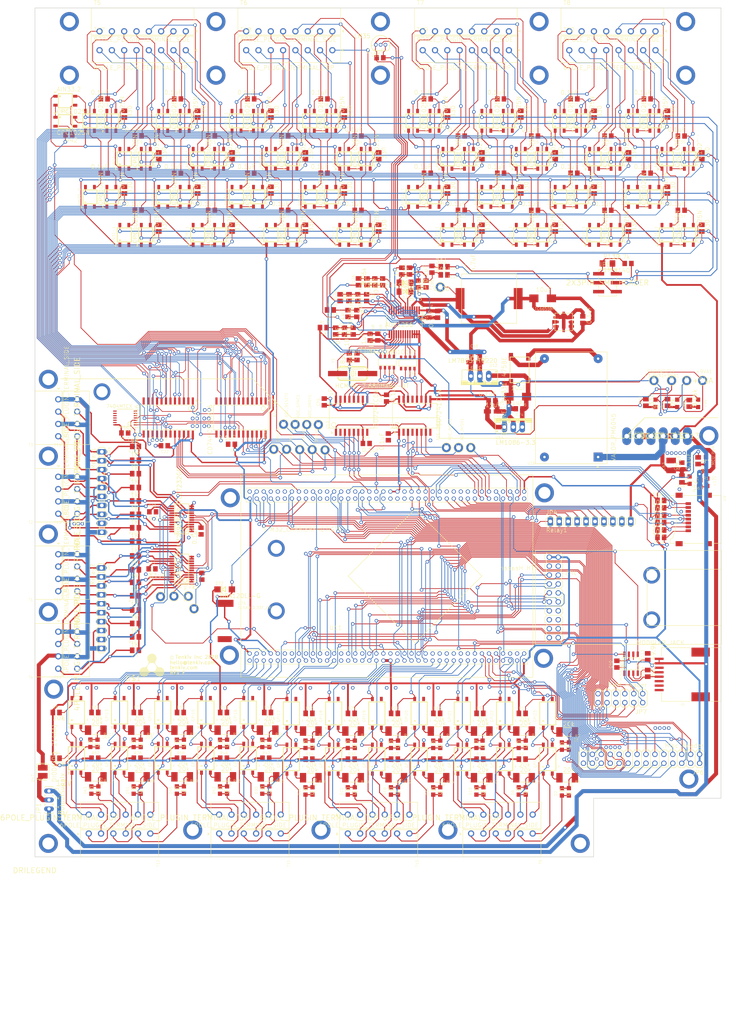
<source format=kicad_pcb>
(kicad_pcb (version 4) (host pcbnew 4.0.6)
  (layers (0 Top signal) (31 Bottom signal) (34 B.Paste user) (35 F.Paste user) (36 B.SilkS user) (37 F.SilkS user) (38 B.Mask user) (39 F.Mask user) (44 Edge.Cuts user))
  (net 0 "")
  (net 1 DGND)
  (net 2 VCC)
  (net 3 GND)
  (net 4 VDD)
  (net 5 AIN0)
  (net 6 AIN1)
  (net 7 SPI2_SCK)
  (net 8 SPI2_MISO)
  (net 9 SPI2_MOSI)
  (net 10 +12V)
  (net 11 SENS9)
  (net 12 +5V/1)
  (net 13 +5V)
  (net 14 T1.1)
  (net 15 T1.2)
  (net 16 T1.3)
  (net 17 T1.4)
  (net 18 T1.5)
  (net 19 T1.6)
  (net 20 T1.7)
  (net 21 T1.8)
  (net 22 T5.1)
  (net 23 T5.2)
  (net 24 T5.3)
  (net 25 T5.4)
  (net 26 T5.5)
  (net 27 T5.6)
  (net 28 T5.7)
  (net 29 T5.8)
  (net 30 T6.1)
  (net 31 T6.2)
  (net 32 T6.3)
  (net 33 T6.4)
  (net 34 T6.5)
  (net 35 T6.6)
  (net 36 T6.7)
  (net 37 T6.8)
  (net 38 T7.1)
  (net 39 T7.2)
  (net 40 T7.3)
  (net 41 T7.4)
  (net 42 T7.5)
  (net 43 T7.6)
  (net 44 T7.7)
  (net 45 T7.8)
  (net 46 T8.1)
  (net 47 T8.2)
  (net 48 T8.3)
  (net 49 T8.4)
  (net 50 T8.5)
  (net 51 T8.6)
  (net 52 T8.7)
  (net 53 T8.8)
  (net 54 T2.1)
  (net 55 T2.2)
  (net 56 T2.3)
  (net 57 T2.4)
  (net 58 T2.5)
  (net 59 T2.6)
  (net 60 T2.7)
  (net 61 T2.8)
  (net 62 T3.1)
  (net 63 T3.2)
  (net 64 T3.3)
  (net 65 T3.4)
  (net 66 T3.5)
  (net 67 T3.6)
  (net 68 T3.7)
  (net 69 T3.8)
  (net 70 T4.1)
  (net 71 T4.2)
  (net 72 T4.3)
  (net 73 T4.4)
  (net 74 T4.5)
  (net 75 T4.6)
  (net 76 T4.7)
  (net 77 T4.8)
  (net 78 DMUX1)
  (net 79 DMUX2)
  (net 80 DMUX3)
  (net 81 DMUX0)
  (net 82 SENS1)
  (net 83 SENS2)
  (net 84 SENS3)
  (net 85 SENS4)
  (net 86 SENS5)
  (net 87 SENS6)
  (net 88 SENS7)
  (net 89 SENS8)
  (net 90 SENS10)
  (net 91 SENS11)
  (net 92 SENS12)
  (net 93 SENS13)
  (net 94 SENS14)
  (net 95 SENS15)
  (net 96 SENS16)
  (net 97 SENS17)
  (net 98 SENS18)
  (net 99 SENS19)
  (net 100 SENS20)
  (net 101 SENS21)
  (net 102 SENS22)
  (net 103 SENS23)
  (net 104 SENS24)
  (net 105 SENS25)
  (net 106 SENS26)
  (net 107 SENS27)
  (net 108 SENS28)
  (net 109 SENS29)
  (net 110 SENS30)
  (net 111 SENS31)
  (net 112 SENS32)
  (net 113 SPI1_NSS)
  (net 114 SPI1_SCK)
  (net 115 SPI1_MISO)
  (net 116 SPI1_MOSI)
  (net 117 T11.2)
  (net 118 T11.4)
  (net 119 T10.2)
  (net 120 T10.4)
  (net 121 T9.2)
  (net 122 T12.4)
  (net 123 T12.2)
  (net 124 T14.4)
  (net 125 T14.2)
  (net 126 T15.2)
  (net 127 T15.4)
  (net 128 T16.2)
  (net 129 T16.4)
  (net 130 T13.4)
  (net 131 T13.2)
  (net 132 SPIDER_RST)
  (net 133 +9V)
  (net 134 GPI1)
  (net 135 GPI2)
  (net 136 GPI3)
  (net 137 GPI4)
  (net 138 GPI5)
  (net 139 GPI6)
  (net 140 GPI7)
  (net 141 GPI8)
  (net 142 GPI9)
  (net 143 GPI10)
  (net 144 GPI11)
  (net 145 GPI12)
  (net 146 GPI1-)
  (net 147 GPI2-)
  (net 148 GPI3-)
  (net 149 GPI4-)
  (net 150 GPI5-)
  (net 151 GPI6-)
  (net 152 GPI7-)
  (net 153 GPI8-)
  (net 154 GPI9-)
  (net 155 GPI10-)
  (net 156 GPI11-)
  (net 157 GPI12-)
  (net 158 GPI1+)
  (net 159 GPI2+)
  (net 160 GPI3+)
  (net 161 GPI4+)
  (net 162 GPI5+)
  (net 163 GPI6+)
  (net 164 GPI7+)
  (net 165 GPI8+)
  (net 166 GPI9+)
  (net 167 GPI10+)
  (net 168 GPI11+)
  (net 169 GPI12+)
  (net 170 GPI23)
  (net 171 GPI22)
  (net 172 GPI21)
  (net 173 GPI20)
  (net 174 GPI19)
  (net 175 GPI18)
  (net 176 GPI17)
  (net 177 GPI16)
  (net 178 GPI15)
  (net 179 GPI13)
  (net 180 GPI14)
  (net 181 GPI13-)
  (net 182 GPI13+)
  (net 183 GPI14-)
  (net 184 GPI14+)
  (net 185 GPI15-)
  (net 186 GPI15+)
  (net 187 GPI16-)
  (net 188 GPI16+)
  (net 189 GPI17-)
  (net 190 GPI17+)
  (net 191 GPI18-)
  (net 192 GPI18+)
  (net 193 GPI19-)
  (net 194 GPI19+)
  (net 195 GPI20-)
  (net 196 GPI20+)
  (net 197 GPI21-)
  (net 198 GPI21+)
  (net 199 GPI22-)
  (net 200 GPI22+)
  (net 201 GPI23-)
  (net 202 GPI23+)
  (net 203 2.5REF)
  (net 204 ETH_RMII_REF_CLK)
  (net 205 ETH_RMII_MDIO)
  (net 206 ETH_RMII_CRS_DV)
  (net 207 ETH_RMII_RXD0)
  (net 208 ETH_RMII_RXD1)
  (net 209 ETH_RMII_TX_EN)
  (net 210 ETH_RMII_TXD1)
  (net 211 ETH_RMII_TXD0)
  (net 212 SPI2_NSS)
  (net 213 SDIO_D2)
  (net 214 SDIO_CLK)
  (net 215 SDIO_CMD)
  (net 216 SDIO_D0)
  (net 217 SDIO_D1)
  (net 218 SDIO_D3)
  (net 219 CAN1_RX)
  (net 220 I2C2_SDA)
  (net 221 I2C2_SCL)
  (net 222 ADC3_IN9)
  (net 223 ADC3_IN15)
  (net 224 ADC3_IN5)
  (net 225 ADC3_IN4)
  (net 226 ADC3_IN8)
  (net 227 ADC3_IN14)
  (net 228 ADC2_IN10)
  (net 229 ADC2_IN12)
  (net 230 ADC2_IN13)
  (net 231 ADC1_IN0)
  (net 232 ADC1_IN3)
  (net 233 DAC_OUT2)
  (net 234 DAC_OUT1)
  (net 235 ADC1_IN6)
  (net 236 TIM1_CH1)
  (net 237 TIM1_CH2)
  (net 238 TIM1_CH3)
  (net 239 TIM1_BKIN)
  (net 240 TIM1_CH4)
  (net 241 USART3_RX)
  (net 242 USART3_TX)
  (net 243 CAN1_TX)
  (net 244 TIM8_CH4)
  (net 245 USART2_CTS)
  (net 246 USART2_TX)
  (net 247 USART2_RTS)
  (net 248 USART2_RX)
  (net 249 TIM8_BKIN)
  (net 250 TIM8_CH2)
  (net 251 TIM8_CH1)
  (net 252 TIM8_CH3)
  (net 253 I2C1_SDA)
  (net 254 I2C1_SCL)
  (net 255 ETH_RMII_MDC)
  (net 256 REL1_IN1)
  (net 257 REL1_IN2)
  (net 258 REL1_IN3)
  (net 259 REL1_IN4)
  (net 260 REL1_IN5)
  (net 261 REL1_IN6)
  (net 262 REL1_IN7)
  (net 263 REL1_IN8)
  (net 264 SPI2_RST)
  (net 265 SPI2_SYNC)
  (net 266 SPI2_DRDY)
  (net 267 DMUX4)
  (net 268 OCAL)
  (net 269 /TekDAQC_RevF_AI/N$22)
  (net 270 /TekDAQC_RevF_AI/N$18)
  (net 271 /TekDAQC_RevF_AI/N$34)
  (net 272 /TekDAQC_RevF_AI/N$19)
  (net 273 /TekDAQC_RevF_AI/N$35)
  (net 274 /TekDAQC_RevF_AI/N$36)
  (net 275 /TekDAQC_RevF_AI/N$38)
  (net 276 /TekDAQC_RevF_AI/N$37)
  (net 277 /TekDAQC_RevF_AI/N$39)
  (net 278 /TekDAQC_RevF_AI/N$40)
  (net 279 /TekDAQC_RevF_AI/N$43)
  (net 280 /TekDAQC_RevF_AI/N$41)
  (net 281 /TekDAQC_RevF_AI/N$44)
  (net 282 /TekDAQC_RevF_AI/N$42)
  (net 283 /TekDAQC_RevF_AI/N$45)
  (net 284 /TekDAQC_RevF_AI/N$46)
  (net 285 /TekDAQC_RevF_AI/N$48)
  (net 286 /TekDAQC_RevF_AI/N$47)
  (net 287 /TekDAQC_RevF_AI/N$49)
  (net 288 /TekDAQC_RevF_AI/N$50)
  (net 289 /TekDAQC_RevF_AI/N$52)
  (net 290 /TekDAQC_RevF_AI/N$51)
  (net 291 /TekDAQC_RevF_AI/N$53)
  (net 292 /TekDAQC_RevF_AI/N$54)
  (net 293 /TekDAQC_RevF_AI/N$55)
  (net 294 /TekDAQC_RevF_AI/N$56)
  (net 295 /TekDAQC_RevF_AI/N$57)
  (net 296 /TekDAQC_RevF_AI/N$58)
  (net 297 /TekDAQC_RevF_AI/N$59)
  (net 298 /TekDAQC_RevF_AI/N$60)
  (net 299 /TekDAQC_RevF_AI/N$61)
  (net 300 /TekDAQC_RevF_AI/N$62)
  (net 301 /TekDAQC_RevF_AI/N$87)
  (net 302 /TekDAQC_RevF_AI/N$78)
  (net 303 /TekDAQC_RevF_AI/N$88)
  (net 304 /TekDAQC_RevF_AI/N$79)
  (net 305 /TekDAQC_RevF_AI/N$89)
  (net 306 /TekDAQC_RevF_AI/N$80)
  (net 307 /TekDAQC_RevF_AI/N$90)
  (net 308 /TekDAQC_RevF_AI/N$81)
  (net 309 /TekDAQC_RevF_AI/N$91)
  (net 310 /TekDAQC_RevF_AI/N$83)
  (net 311 /TekDAQC_RevF_AI/N$92)
  (net 312 /TekDAQC_RevF_AI/N$84)
  (net 313 /TekDAQC_RevF_AI/N$93)
  (net 314 /TekDAQC_RevF_AI/N$85)
  (net 315 /TekDAQC_RevF_AI/N$94)
  (net 316 /TekDAQC_RevF_AI/N$86)
  (net 317 /TekDAQC_RevF_AI/N$31)
  (net 318 /TekDAQC_RevF_AI/N$33)
  (net 319 /TekDAQC_RevF_AI/N$64)
  (net 320 /TekDAQC_RevF_AI/N$63)
  (net 321 /TekDAQC_RevF_AI/N$65)
  (net 322 /TekDAQC_RevF_AI/N$66)
  (net 323 /TekDAQC_RevF_AI/N$67)
  (net 324 /TekDAQC_RevF_AI/N$68)
  (net 325 /TekDAQC_RevF_AI/N$69)
  (net 326 /TekDAQC_RevF_AI/N$70)
  (net 327 /TekDAQC_RevF_AI/N$71)
  (net 328 /TekDAQC_RevF_AI/N$72)
  (net 329 /TekDAQC_RevF_AI/N$73)
  (net 330 /TekDAQC_RevF_AI/N$74)
  (net 331 /TekDAQC_RevF_AI/N$75)
  (net 332 /TekDAQC_RevF_AI/N$76)
  (net 333 /TekDAQC_RevF_AD.sch/N$5)
  (net 334 /TekDAQC_RevF_AD.sch/N$2)
  (net 335 /TekDAQC_RevF_AD.sch/N$110)
  (net 336 /TekDAQC_RevF_AD.sch/N$15)
  (net 337 /TekDAQC_RevF_AD.sch/N$16)
  (net 338 /TekDAQC_RevF_AD.sch/N$160)
  (net 339 /TekDAQC_RevF_AD.sch/N$166)
  (net 340 /TekDAQC_RevF_AD.sch/N$165)
  (net 341 /TekDAQC_RevF_AD.sch/N$21)
  (net 342 /TekDAQC_RevF_AD.sch/N$20)
  (net 343 /TekDAQC_RevF_AD.sch/N$164)
  (net 344 /VBAT)
  (net 345 /TekDAQC_RevF_DI.sch/N$234)
  (net 346 /TekDAQC_RevF_DI.sch/N$222)
  (net 347 /TekDAQC_RevF_DI.sch/N$233)
  (net 348 /TekDAQC_RevF_DI.sch/N$221)
  (net 349 /TekDAQC_RevF_DI.sch/N$232)
  (net 350 /TekDAQC_RevF_DI.sch/N$220)
  (net 351 /TekDAQC_RevF_DI.sch/N$231)
  (net 352 /TekDAQC_RevF_DI.sch/N$219)
  (net 353 /TekDAQC_RevF_DI.sch/N$230)
  (net 354 /TekDAQC_RevF_DI.sch/N$218)
  (net 355 /TekDAQC_RevF_DI.sch/N$229)
  (net 356 /TekDAQC_RevF_DI.sch/N$217)
  (net 357 /TekDAQC_RevF_DI.sch/N$228)
  (net 358 /TekDAQC_RevF_DI.sch/N$216)
  (net 359 /TekDAQC_RevF_DI.sch/N$227)
  (net 360 /TekDAQC_RevF_DI.sch/N$215)
  (net 361 /TekDAQC_RevF_DI.sch/N$226)
  (net 362 /TekDAQC_RevF_DI.sch/N$214)
  (net 363 /TekDAQC_RevF_DI.sch/N$225)
  (net 364 /TekDAQC_RevF_DI.sch/N$213)
  (net 365 /TekDAQC_RevF_DO.sch/N$77)
  (net 366 /TekDAQC_RevF_DO.sch/N$118)
  (net 367 /TekDAQC_RevF_DI.sch/N$224)
  (net 368 /TekDAQC_RevF_DI.sch/N$212)
  (net 369 /TekDAQC_RevF_DI.sch/N$223)
  (net 370 /TekDAQC_RevF_DI.sch/N$211)
  (net 371 GPI0-)
  (net 372 /TekDAQC_RevF_AD.sch/N$163)
  (net 373 /N$4)
  (net 374 /N$1)
  (net 375 /N$17)
  (net 376 /TekDAQC_RevF_AD.sch/N$28)
  (net 377 /TekDAQC_RevF_AD.sch/N$162)
  (net 378 GPI0+)
  (net 379 /TekDAQC_RevF_DI.sch/N$209)
  (net 380 GPI0)
  (net 381 /TekDAQC_RevF_DI.sch/N$186)
  (net 382 /TekDAQC_RevF_DI.sch/N$187)
  (net 383 /TekDAQC_RevF_DI.sch/N$188)
  (net 384 /TekDAQC_RevF_DI.sch/N$189)
  (net 385 /TekDAQC_RevF_DI.sch/N$190)
  (net 386 /TekDAQC_RevF_DI.sch/N$191)
  (net 387 /TekDAQC_RevF_DI.sch/N$192)
  (net 388 /TekDAQC_RevF_DI.sch/N$193)
  (net 389 /TekDAQC_RevF_DI.sch/N$194)
  (net 390 /TekDAQC_RevF_DI.sch/N$195)
  (net 391 /TekDAQC_RevF_DI.sch/N$196)
  (net 392 /TekDAQC_RevF_DI.sch/N$197)
  (net 393 /TekDAQC_RevF_DI.sch/N$198)
  (net 394 /TekDAQC_RevF_DI.sch/N$199)
  (net 395 /TekDAQC_RevF_DI.sch/N$200)
  (net 396 /TekDAQC_RevF_DI.sch/N$201)
  (net 397 /TekDAQC_RevF_DI.sch/N$202)
  (net 398 /TekDAQC_RevF_DI.sch/N$203)
  (net 399 /TekDAQC_RevF_DI.sch/N$204)
  (net 400 /TekDAQC_RevF_DI.sch/N$205)
  (net 401 /TekDAQC_RevF_DI.sch/N$206)
  (net 402 /TekDAQC_RevF_DI.sch/N$207)
  (net 403 /TekDAQC_RevF_DI.sch/N$208)
  (net 404 "Net-(JP5-Pad14)")
  (net 405 "Net-(JP5-Pad15)")
  (net 406 "Net-(JP5-Pad16)")
  (net 407 "Net-(JP5-Pad18)")
  (net 408 "Net-(JP5-Pad20)")
  (net 409 "Net-(JP5-Pad19)")
  (net 410 "Net-(JP5-Pad17)")
  (net 411 /TekDAQC_RevF_AD.sch/N$125)
  (net 412 /TekDAQC_RevF_AD.sch/N$116)
  (net 413 "Net-(JP8-PadP$3)")
  (net 414 /TekDAQC_RevF_AD.sch/N$124)
  (net 415 /TekDAQC_RevF_AD.sch/N$114)
  (net 416 /TekDAQC_RevF_AD.sch/N$117)
  (net 417 /N$107)
  (net 418 /N$106)
  (net 419 /N$105)
  (net 420 /TekDAQC_RevF_AD.sch/N$12)
  (net 421 /TekDAQC_RevF_AD.sch/N$24)
  (net 422 /TekDAQC_RevF_AD.sch/N$23)
  (net 423 /TekDAQC_RevF_AD.sch/N$161)
  (net 424 "Net-(RA1-PadP$4)")
  (net 425 "Net-(RA1-PadP$5)")
  (net 426 /TekDAQC_RevF_AD.sch/DOUT)
  (net 427 /TekDAQC_RevF_AD.sch/N$30)
  (net 428 /TekDAQC_RevF_AD.sch/N$29)
  (net 429 /TekDAQC_RevF_AD.sch/N$149)
  (net 430 /TekDAQC_RevF_AD.sch/N$108)
  (net 431 /TekDAQC_RevF_AD.sch/N$3)
  (net 432 /TekDAQC_RevF_AD.sch/N$152)
  (net 433 /TekDAQC_RevF_AD.sch/N$154)
  (net 434 /TekDAQC_RevF_AD.sch/N$155)
  (net 435 /TekDAQC_RevF_AD.sch/N$156)
  (net 436 /TekDAQC_RevF_AD.sch/N$153)
  (net 437 /TekDAQC_RevF_DO.sch/N$82)
  (net 438 "Net-(U1-Pad13)")
  (net 439 "Net-(U1-Pad24)")
  (net 440 /TekDAQC_RevF_DO.sch/OCAL_)
  (net 441 "Net-(U3-Pad13)")
  (net 442 "Net-(U3-Pad24)")
  (net 443 /TekDAQC_RevF_DO.sch//DMUX4)
  (net 444 "Net-(U6-Pad5)")
  (net 445 "Net-(U11-PadRST)")
  (net 446 "Net-(U11-PadPC15)")
  (net 447 "Net-(U11-PadPI10)")
  (net 448 "Net-(U11-PadPF2)")
  (net 449 "Net-(U11-PadPF8)")
  (net 450 "Net-(U11-PadPH1)")
  (net 451 "Net-(U11-PadVREF)")
  (net 452 "Net-(U11-PadPB0)")
  (net 453 "Net-(U11-PadPB2)")
  (net 454 "Net-(U11-PadPF12)")
  (net 455 "Net-(U11-PadPF14)")
  (net 456 "Net-(U11-PadPG0)")
  (net 457 "Net-(U11-PadPE7)")
  (net 458 "Net-(U11-PadPH7)")
  (net 459 "Net-(U11-PadPH9)")
  (net 460 "Net-(U11-PadPE0)")
  (net 461 "Net-(U11-PadPB8)")
  (net 462 "Net-(U11-PadPG14)")
  (net 463 "Net-(U11-PadPG12)")
  (net 464 "Net-(U11-PadPG10)")
  (net 465 "Net-(U11-PadPD7)")
  (net 466 "Net-(U11-PadPD1)")
  (net 467 "Net-(U11-PadPA14)")
  (net 468 "Net-(U11-PadPI1)")
  (net 469 "Net-(U11-PadPH15)")
  (net 470 "Net-(U11-PadPD10)")
  (net 471 "Net-(U11-PadPE1)")
  (net 472 "Net-(U11-PadPB9)")
  (net 473 "Net-(U11-PadBOOT)")
  (net 474 "Net-(U11-PadPG15)")
  (net 475 "Net-(U11-PadPG11)")
  (net 476 "Net-(U11-PadPG9)")
  (net 477 "Net-(U11-PadPD0)")
  (net 478 "Net-(U11-PadPI0)")
  (net 479 "Net-(U11-PadPA8)")
  (net 480 "Net-(U11-PadPC6)")
  (net 481 "Net-(U11-PadPG7)")
  (net 482 "Net-(U11-PadPG5)")
  (net 483 "Net-(U11-PadPG3)")
  (net 484 "Net-(U11-PadPB15)")
  (net 485 "Net-(U18-Pad6)")
  (net 486 "Net-(U18-Pad8)")
  (net 487 "Net-(U18-Pad10)")
  (net 488 "Net-(U18-Pad12)")
  (net 489 "Net-(U8-Pad4)")
  (net 490 "Net-(U8-Pad13)")
  (net 491 "Net-(U11-PadPC14)")
  (net 492 "Net-(U11-PadPH0)")
  (net 493 T9.4)
  (module LTC6655LS8_CLCC8 (layer Top) (at 201.2776 73.625602 180)
    (fp_text reference U7 (at -2.4892 -3.4036 180) (layer F.SilkS) (effects (font (size 0.77216 0.77216) (thickness 0.061772)) (justify right top)))
    (fp_text value LTC6655BHLS8-2.5 (at -2.5908 4.191 180) (layer F.SilkS) (effects (font (size 0.77216 0.77216) (thickness 0.065024)) (justify right top)))
    (pad P$1 smd rect (at -2.159 -1.27 180) (size 1.4986 0.7112) (layers Top F.Paste F.Mask) (net 12 +5V/1))
    (pad P$2 smd rect (at -2.159 0 180) (size 1.4986 0.7112) (layers Top F.Paste F.Mask) (net 12 +5V/1))
    (pad P$3 smd rect (at -2.159 1.27 180) (size 1.4986 0.7112) (layers Top F.Paste F.Mask) (net 3 GND))
    (pad P$7 smd rect (at 2.159 -1.27 180) (size 1.4986 0.7112) (layers Top F.Paste F.Mask) (net 203 2.5REF))
    (pad P$6 smd rect (at 2.159 0 180) (size 1.4986 0.7112) (layers Top F.Paste F.Mask) (net 203 2.5REF))
    (pad P$5 smd rect (at 2.159 1.27 180) (size 1.4986 0.7112) (layers Top F.Paste F.Mask) (net 3 GND))
    (pad P$4 smd rect (at 0 2.159 180) (size 0.7112 1.4986) (layers Top F.Paste F.Mask) (net 3 GND))
    (pad P$8 smd rect (at 0 -1.651 180) (size 0.7112 2.4892) (layers Top F.Paste F.Mask) (net 3 GND))
  )
  (module LSP13 (layer Top) (at 222.6246 106.069593)
    (fp_text reference "" (at -1.524 -1.27) (layer F.SilkS) (effects (font (size 0.77216 0.77216) (thickness 0.077216)) (justify right top)))
    (fp_text value DGND (at 0 0) (layer F.SilkS))
    (pad MP thru_hole oval (at 0 0) (size 2.5 5) (drill 1.3208) (layers *.Cu *.Mask) (net 1 DGND))
  )
  (module LSP13 (layer Top) (at 219.1946 106.079593)
    (fp_text reference "" (at -1.524 -1.27) (layer F.SilkS) (effects (font (size 0.77216 0.77216) (thickness 0.077216)) (justify right top)))
    (fp_text value "" (at 0 0) (layer F.SilkS))
    (pad MP thru_hole oval (at 0 0) (size 2.5 5) (drill 1.3208) (layers *.Cu *.Mask))
  )
  (module "" (layer Top) (at 127.2286 56.641602)
    (fp_text reference @HOLE0 hide)
    (fp_text value "" (at 0 0) (layer F.SilkS))
    (pad "" np_thru_hole circle (at 0 0) (size 3.401059 3.401059) (drill 3.401059) (layers *.Cu))
  )
  (module "" (layer Top) (at 152.2476 23.875602)
    (fp_text reference @HOLE1 hide)
    (fp_text value "" (at 0 0) (layer F.SilkS))
    (pad "" np_thru_hole circle (at 0 0) (size 3.401059 3.401059) (drill 3.401059) (layers *.Cu))
  )
  (module "" (layer Top) (at 241.0206 21.462602)
    (fp_text reference @HOLE2 hide)
    (fp_text value "" (at 0 0) (layer F.SilkS))
    (pad "" np_thru_hole circle (at 0 0) (size 3.401059 3.401059) (drill 3.401059) (layers *.Cu))
  )
  (module "" (layer Top) (at 241.0206 56.641602)
    (fp_text reference @HOLE3 hide)
    (fp_text value "" (at 0 0) (layer F.SilkS))
    (pad "" np_thru_hole circle (at 0 0) (size 3.401059 3.401059) (drill 3.401059) (layers *.Cu))
  )
  (module "" (layer Top) (at 59.2836 27.177602)
    (fp_text reference @HOLE4 hide)
    (fp_text value "" (at 0 0) (layer F.SilkS))
    (pad "" np_thru_hole circle (at 0 0) (size 3.401059 3.401059) (drill 3.401059) (layers *.Cu))
  )
  (module "" (layer Top) (at 62.5856 77.723602)
    (fp_text reference @HOLE6 hide)
    (fp_text value "" (at 0 0) (layer F.SilkS))
    (pad "" np_thru_hole circle (at 0 0) (size 3.401059 3.401059) (drill 3.401059) (layers *.Cu))
  )
  (module "" (layer Top) (at 178.0286 56.641602)
    (fp_text reference @HOLE7 hide)
    (fp_text value "" (at 0 0) (layer F.SilkS))
    (pad "" np_thru_hole circle (at 0 0) (size 3.401059 3.401059) (drill 3.401059) (layers *.Cu))
  )
  (module "" (layer Top) (at 241.0206 77.723602)
    (fp_text reference @HOLE8 hide)
    (fp_text value "" (at 0 0) (layer F.SilkS))
    (pad "" np_thru_hole circle (at 0 0) (size 3.401059 3.401059) (drill 3.401059) (layers *.Cu))
  )
  (module "" (layer Top) (at 127.2286 77.723602)
    (fp_text reference @HOLE9 hide)
    (fp_text value "" (at 0 0) (layer F.SilkS))
    (pad "" np_thru_hole circle (at 0 0) (size 3.401059 3.401059) (drill 3.401059) (layers *.Cu))
  )
  (module "" (layer Top) (at 178.0286 77.723602)
    (fp_text reference @HOLE10 hide)
    (fp_text value "" (at 0 0) (layer F.SilkS))
    (pad "" np_thru_hole circle (at 0 0) (size 3.401059 3.401059) (drill 3.401059) (layers *.Cu))
  )
  (module RESISTOR_M0805 (layer Top) (at 239.4666 113.039593 90)
    (fp_text reference R133 (at -1.016 -1.016 90) (layer F.SilkS) (effects (font (size 0.77216 0.77216) (thickness 0.061772)) (justify left bottom)))
    (fp_text value 0 (at -1.016 2.286 90) (layer F.SilkS) (effects (font (size 1.2065 1.2065) (thickness 0.1016)) (justify left bottom)))
    (pad 1 smd rect (at -0.95 0 90) (size 1.3 1.6) (layers Top F.Paste F.Mask) (net 375 /N$17))
    (pad 2 smd rect (at 0.95 0 90) (size 1.3 1.6) (layers Top F.Paste F.Mask) (net 2 VCC))
  )
  (module LED_CHIPLED_0805 (layer Top) (at 241.6886 113.039593)
    (fp_text reference D69 (at -1.27 1.27 90) (layer F.SilkS) (effects (font (size 0.77216 0.77216) (thickness 0.061772)) (justify right top)))
    (fp_text value "MCU PWR" (at 2.54 1.27 90) (layer F.SilkS) (effects (font (size 0.77216 0.77216) (thickness 0.061772)) (justify left bottom)))
    (pad C smd rect (at 0 -1.05) (size 1.2 1.2) (layers Top F.Paste F.Mask) (net 1 DGND))
    (pad A smd rect (at 0 1.05) (size 1.2 1.2) (layers Top F.Paste F.Mask) (net 375 /N$17))
  )
  (module CAPACITOR_C0805 (layer Top) (at 162.952694 71.471449 270)
    (fp_text reference C47 (at -1.27 -1.27 450) (layer F.SilkS) (effects (font (size 0.77216 0.77216) (thickness 0.061772)) (justify left bottom)))
    (fp_text value 10uF (at -1.27 2.54 270) (layer F.SilkS) (effects (font (size 1.2065 1.2065) (thickness 0.1016)) (justify right top)))
    (pad 1 smd rect (at -0.95 0 270) (size 1.3 1.5) (layers Top F.Paste F.Mask) (net 12 +5V/1))
    (pad 2 smd rect (at 0.95 0 270) (size 1.3 1.5) (layers Top F.Paste F.Mask) (net 3 GND))
  )
  (module CAPACITOR_C0805 (layer Top) (at 165.4526 71.471593 270)
    (fp_text reference C46 (at -1.27 -1.27 450) (layer F.SilkS) (effects (font (size 0.77216 0.77216) (thickness 0.061772)) (justify right top)))
    (fp_text value 0.1uF (at -1.27 2.54 270) (layer F.SilkS) (effects (font (size 1.2065 1.2065) (thickness 0.1016)) (justify right top)))
    (pad 1 smd rect (at -0.95 0 270) (size 1.3 1.5) (layers Top F.Paste F.Mask) (net 12 +5V/1))
    (pad 2 smd rect (at 0.95 0 270) (size 1.3 1.5) (layers Top F.Paste F.Mask) (net 3 GND))
  )
  (module CAPACITOR_C0805 (layer Top) (at 163.8346 58.669593 270)
    (fp_text reference C49 (at -1.27 -1.27 450) (layer F.SilkS) (effects (font (size 0.77216 0.77216) (thickness 0.061772)) (justify right top)))
    (fp_text value 0.1uF (at -1.27 2.54 270) (layer F.SilkS) (effects (font (size 1.2065 1.2065) (thickness 0.1016)) (justify right top)))
    (pad 1 smd rect (at -0.95 0 270) (size 1.3 1.5) (layers Top F.Paste F.Mask) (net 336 /TekDAQC_RevF_AD.sch/N$15))
    (pad 2 smd rect (at 0.95 0 270) (size 1.3 1.5) (layers Top F.Paste F.Mask) (net 337 /TekDAQC_RevF_AD.sch/N$16))
  )
  (module CAPACITOR_C0805 (layer Top) (at 148.4526 77.916593 270)
    (fp_text reference C69 (at -1.27 -1.27 450) (layer F.SilkS) (effects (font (size 0.77216 0.77216) (thickness 0.061772)) (justify left bottom)))
    (fp_text value 10uF (at -1.27 2.54 270) (layer F.SilkS) (effects (font (size 1.2065 1.2065) (thickness 0.1016)) (justify right top)))
    (pad 1 smd rect (at -0.95 0 270) (size 1.3 1.5) (layers Top F.Paste F.Mask) (net 4 VDD))
    (pad 2 smd rect (at 0.95 0 270) (size 1.3 1.5) (layers Top F.Paste F.Mask) (net 3 GND))
  )
  (module CAPACITOR_C0805 (layer Top) (at 146.2696 77.936593 270)
    (fp_text reference C68 (at -1.27 -1.27 450) (layer F.SilkS) (effects (font (size 0.77216 0.77216) (thickness 0.061772)) (justify left bottom)))
    (fp_text value 0.1uF (at -1.27 2.54 270) (layer F.SilkS) (effects (font (size 1.2065 1.2065) (thickness 0.1016)) (justify right top)))
    (pad 1 smd rect (at -0.95 0 270) (size 1.3 1.5) (layers Top F.Paste F.Mask) (net 4 VDD))
    (pad 2 smd rect (at 0.95 0 270) (size 1.3 1.5) (layers Top F.Paste F.Mask) (net 3 GND))
  )
  (module CAPACITOR_C0805 (layer Top) (at 142.5506 83.484611 270)
    (fp_text reference C65 (at -1.27 -1.27 450) (layer F.SilkS) (effects (font (size 0.77216 0.77216) (thickness 0.061772)) (justify right top)))
    (fp_text value 18pF (at -1.27 2.54 270) (layer F.SilkS) (effects (font (size 1.2065 1.2065) (thickness 0.1016)) (justify right top)))
    (pad 1 smd rect (at -0.95 0 270) (size 1.3 1.5) (layers Top F.Paste F.Mask) (net 342 /TekDAQC_RevF_AD.sch/N$20))
    (pad 2 smd rect (at 0.95 0 270) (size 1.3 1.5) (layers Top F.Paste F.Mask) (net 3 GND))
  )
  (module CAPACITOR_C0805 (layer Top) (at 140.3516 83.500611 270)
    (fp_text reference C64 (at -1.27 -1.27 450) (layer F.SilkS) (effects (font (size 0.77216 0.77216) (thickness 0.061772)) (justify right top)))
    (fp_text value 18pF (at -1.27 2.54 270) (layer F.SilkS) (effects (font (size 1.2065 1.2065) (thickness 0.1016)) (justify right top)))
    (pad 1 smd rect (at -0.95 0 270) (size 1.3 1.5) (layers Top F.Paste F.Mask) (net 341 /TekDAQC_RevF_AD.sch/N$21))
    (pad 2 smd rect (at 0.95 0 270) (size 1.3 1.5) (layers Top F.Paste F.Mask) (net 3 GND))
  )
  (module RESISTOR_M0805 (layer Top) (at 167.3016 57.954593 180)
    (fp_text reference R122 (at -1.016 -1.016 360) (layer F.SilkS) (effects (font (size 0.77216 0.77216) (thickness 0.061772)) (justify left bottom)))
    (fp_text value 301 (at -1.016 2.286 180) (layer F.SilkS) (effects (font (size 1.2065 1.2065) (thickness 0.1016)) (justify right top)))
    (pad 1 smd rect (at -0.95 0 180) (size 1.3 1.6) (layers Top F.Paste F.Mask) (net 412 /TekDAQC_RevF_AD.sch/N$116))
    (pad 2 smd rect (at 0.95 0 180) (size 1.3 1.6) (layers Top F.Paste F.Mask) (net 336 /TekDAQC_RevF_AD.sch/N$15))
  )
  (module RESISTOR_M0805 (layer Top) (at 167.2916 60.256593 180)
    (fp_text reference R124 (at -1.016 -1.016 360) (layer F.SilkS) (effects (font (size 0.77216 0.77216) (thickness 0.061772)) (justify left bottom)))
    (fp_text value 301 (at -1.016 2.286 180) (layer F.SilkS) (effects (font (size 1.2065 1.2065) (thickness 0.1016)) (justify right top)))
    (pad 1 smd rect (at -0.95 0 180) (size 1.3 1.6) (layers Top F.Paste F.Mask) (net 6 AIN1))
    (pad 2 smd rect (at 0.95 0 180) (size 1.3 1.6) (layers Top F.Paste F.Mask) (net 337 /TekDAQC_RevF_AD.sch/N$16))
  )
  (module CRYSTAL_HCM49 (layer Top) (at 141.3066 88.289593)
    (fp_text reference Y1 (at -5.08 -2.921 90) (layer F.SilkS) (effects (font (size 0.77216 0.77216) (thickness 0.077216)) (justify left bottom)))
    (fp_text value HCM49-7.680MABJ-UT (at -5.08 4.191) (layer F.SilkS) (effects (font (size 1.2065 1.2065) (thickness 0.127)) (justify left bottom)))
    (pad P$1 smd rect (at 4.25 0) (size 5.5 1.5) (layers Top F.Paste F.Mask) (net 342 /TekDAQC_RevF_AD.sch/N$20))
    (pad P$2 smd rect (at -4.25 0) (size 5.5 1.5) (layers Top F.Paste F.Mask) (net 341 /TekDAQC_RevF_AD.sch/N$21))
  )
  (module CAPACITOR_6054 (layer Top) (at 180.0786 66.993593 90)
    (fp_text reference C44 (at 7.62 -6.35 90) (layer F.SilkS) (effects (font (size 0.77216 0.77216) (thickness 0.061772)) (justify left bottom)))
    (fp_text value 4.7uF (at 7.62 -3.81 90) (layer F.SilkS) (effects (font (size 1.2065 1.2065) (thickness 0.1016)) (justify left bottom)))
    (pad 1 smd rect (at 0 -8.255 90) (size 5.9944 2.5146) (layers Top F.Paste F.Mask) (net 203 2.5REF))
    (pad 2 smd rect (at 0 8.255 90) (size 5.9944 2.5146) (layers Top F.Paste F.Mask) (net 3 GND))
  )
  (module CAPACITOR_C0805 (layer Top) (at 180.8976 95.981593 180)
    (fp_text reference C71 (at -1.27 -1.27 360) (layer F.SilkS) (effects (font (size 0.77216 0.77216) (thickness 0.061772)) (justify left bottom)))
    (fp_text value 0.1uF (at -1.27 2.54 180) (layer F.SilkS) (effects (font (size 1.2065 1.2065) (thickness 0.1016)) (justify right top)))
    (pad 1 smd rect (at -0.95 0 180) (size 1.3 1.5) (layers Top F.Paste F.Mask) (net 4 VDD))
    (pad 2 smd rect (at 0.95 0 180) (size 1.3 1.5) (layers Top F.Paste F.Mask) (net 3 GND))
  )
  (module RESISTOR_M0805 (layer Top) (at 224.6186 96.491593 90)
    (fp_text reference R137 (at -1.016 -1.016 90) (layer F.SilkS) (effects (font (size 0.77216 0.77216) (thickness 0.061772)) (justify left bottom)))
    (fp_text value 330 (at -1.016 2.286 90) (layer F.SilkS) (effects (font (size 1.2065 1.2065) (thickness 0.1016)) (justify left bottom)))
    (pad 1 smd rect (at -0.95 0 90) (size 1.3 1.6) (layers Top F.Paste F.Mask) (net 376 /TekDAQC_RevF_AD.sch/N$28))
    (pad 2 smd rect (at 0.95 0 90) (size 1.3 1.6) (layers Top F.Paste F.Mask) (net 4 VDD))
  )
  (module LED_CHIPLED_0805 (layer Top) (at 227.3646 96.745593)
    (fp_text reference D70 (at -1.27 1.27) (layer F.SilkS) (effects (font (size 0.77216 0.77216) (thickness 0.061772)) (justify left bottom)))
    (fp_text value +3.3V (at 2.54 1.27 90) (layer F.SilkS) (effects (font (size 0.77216 0.77216) (thickness 0.061772)) (justify left bottom)))
    (pad C smd rect (at 0 -1.05) (size 1.2 1.2) (layers Top F.Paste F.Mask) (net 3 GND))
    (pad A smd rect (at 0 1.05) (size 1.2 1.2) (layers Top F.Paste F.Mask) (net 376 /TekDAQC_RevF_AD.sch/N$28))
  )
  (module OTHER_KEYSTONE_5000 (layer Top) (at 167.9386 109.331593)
    (fp_text reference ADC_CLK1 (at -2 -2 90) (layer F.SilkS) (effects (font (size 0.77216 0.77216) (thickness 0.061772)) (justify left bottom)))
    (fp_text value Y (at 0 0) (layer F.SilkS))
    (pad TP thru_hole circle (at 0 0) (size 2.54 2.54) (drill 1.4) (layers *.Cu *.Mask) (net 7 SPI2_SCK))
  )
  (module OTHER_KEYSTONE_5000 (layer Top) (at 171.4006 109.331593)
    (fp_text reference ADC_MOSI1 (at -2 -2 90) (layer F.SilkS) (effects (font (size 0.77216 0.77216) (thickness 0.061772)) (justify left bottom)))
    (fp_text value W (at 0 0) (layer F.SilkS))
    (pad TP thru_hole circle (at 0 0) (size 2.54 2.54) (drill 1.4) (layers *.Cu *.Mask) (net 9 SPI2_MOSI))
  )
  (module OTHER_KEYSTONE_5000 (layer Top) (at 174.8626 109.331593)
    (fp_text reference ADC_MISO1 (at -2 -2 90) (layer F.SilkS) (effects (font (size 0.77216 0.77216) (thickness 0.061772)) (justify left bottom)))
    (fp_text value B (at 0 0) (layer F.SilkS))
    (pad TP thru_hole circle (at 0 0) (size 2.54 2.54) (drill 1.4) (layers *.Cu *.Mask) (net 8 SPI2_MISO))
  )
  (module OTHER_KEYSTONE_5000 (layer Top) (at 122.5336 109.805593)
    (fp_text reference DMUX3 (at -2 -2 90) (layer F.SilkS) (effects (font (size 0.77216 0.77216) (thickness 0.061772)) (justify left bottom)))
    (fp_text value O (at 0 0) (layer F.SilkS))
    (pad TP thru_hole circle (at 0 0) (size 2.54 2.54) (drill 1.4) (layers *.Cu *.Mask) (net 80 DMUX3))
  )
  (module CAPACITOR_C0805 (layer Top) (at 175.976591 82.207599)
    (fp_text reference C58 (at -1.27 -1.27) (layer F.SilkS) (effects (font (size 0.77216 0.77216) (thickness 0.061772)) (justify left bottom)))
    (fp_text value 0.1uF (at -1.27 2.54) (layer F.SilkS) (effects (font (size 1.2065 1.2065) (thickness 0.1016)) (justify left bottom)))
    (pad 1 smd rect (at -0.95 0) (size 1.3 1.5) (layers Top F.Paste F.Mask) (net 12 +5V/1))
    (pad 2 smd rect (at 0.95 0) (size 1.3 1.5) (layers Top F.Paste F.Mask) (net 3 GND))
  )
  (module CPC1025N_SOP4 (layer Top) (at 227.0506 16.509602)
    (fp_text reference AIN0+1 (at -2.54 2.54 90) (layer F.SilkS) (effects (font (size 0.77216 0.77216) (thickness 0.061772)) (justify left bottom)))
    (fp_text value CPC1025N (at 3.81 2.54 90) (layer F.SilkS) (effects (font (size 1.2065 1.2065) (thickness 0.1016)) (justify left bottom)))
    (pad 1 smd rect (at -1.27 2.8) (size 0.8 1.2) (layers Top F.Paste F.Mask) (net 269 /TekDAQC_RevF_AI/N$22))
    (pad 2 smd rect (at 1.27 2.8) (size 0.8 1.2) (layers Top F.Paste F.Mask) (net 270 /TekDAQC_RevF_AI/N$18))
    (pad 3 smd rect (at 1.27 -2.8) (size 0.8 1.2) (layers Top F.Paste F.Mask) (net 14 T1.1))
    (pad 4 smd rect (at -1.27 -2.8) (size 0.8 1.2) (layers Top F.Paste F.Mask) (net 5 AIN0))
  )
  (module CPC1025N_SOP4 (layer Top) (at 220.9546 16.509602)
    (fp_text reference AIN0-1 (at -2.54 2.54 90) (layer F.SilkS) (effects (font (size 0.77216 0.77216) (thickness 0.061772)) (justify left bottom)))
    (fp_text value CPC1025N (at 3.81 2.54 90) (layer F.SilkS) (effects (font (size 1.2065 1.2065) (thickness 0.1016)) (justify left bottom)))
    (pad 1 smd rect (at -1.27 2.8) (size 0.8 1.2) (layers Top F.Paste F.Mask) (net 13 +5V))
    (pad 2 smd rect (at 1.27 2.8) (size 0.8 1.2) (layers Top F.Paste F.Mask) (net 269 /TekDAQC_RevF_AI/N$22))
    (pad 3 smd rect (at 1.27 -2.8) (size 0.8 1.2) (layers Top F.Paste F.Mask) (net 15 T1.2))
    (pad 4 smd rect (at -1.27 -2.8) (size 0.8 1.2) (layers Top F.Paste F.Mask) (net 6 AIN1))
  )
  (module CPC1025N_SOP4 (layer Top) (at 236.8296 27.304602)
    (fp_text reference AIN1+1 (at -2.54 2.54 90) (layer F.SilkS) (effects (font (size 0.77216 0.77216) (thickness 0.061772)) (justify left bottom)))
    (fp_text value CPC1025N (at 3.81 2.54 90) (layer F.SilkS) (effects (font (size 1.2065 1.2065) (thickness 0.1016)) (justify left bottom)))
    (pad 1 smd rect (at -1.27 2.8) (size 0.8 1.2) (layers Top F.Paste F.Mask) (net 271 /TekDAQC_RevF_AI/N$34))
    (pad 2 smd rect (at 1.27 2.8) (size 0.8 1.2) (layers Top F.Paste F.Mask) (net 272 /TekDAQC_RevF_AI/N$19))
    (pad 3 smd rect (at 1.27 -2.8) (size 0.8 1.2) (layers Top F.Paste F.Mask) (net 16 T1.3))
    (pad 4 smd rect (at -1.27 -2.8) (size 0.8 1.2) (layers Top F.Paste F.Mask) (net 5 AIN0))
  )
  (module CPC1025N_SOP4 (layer Top) (at 230.4796 27.304602)
    (fp_text reference AIN1-1 (at -2.54 2.54 90) (layer F.SilkS) (effects (font (size 0.77216 0.77216) (thickness 0.061772)) (justify left bottom)))
    (fp_text value CPC1025N (at 3.81 2.54 90) (layer F.SilkS) (effects (font (size 1.2065 1.2065) (thickness 0.1016)) (justify left bottom)))
    (pad 1 smd rect (at -1.27 2.8) (size 0.8 1.2) (layers Top F.Paste F.Mask) (net 13 +5V))
    (pad 2 smd rect (at 1.27 2.8) (size 0.8 1.2) (layers Top F.Paste F.Mask) (net 271 /TekDAQC_RevF_AI/N$34))
    (pad 3 smd rect (at 1.27 -2.8) (size 0.8 1.2) (layers Top F.Paste F.Mask) (net 17 T1.4))
    (pad 4 smd rect (at -1.27 -2.8) (size 0.8 1.2) (layers Top F.Paste F.Mask) (net 6 AIN1))
  )
  (module CPC1025N_SOP4 (layer Top) (at 216.0016 27.304602)
    (fp_text reference AIN2+1 (at -2.54 2.54 90) (layer F.SilkS) (effects (font (size 0.77216 0.77216) (thickness 0.061772)) (justify left bottom)))
    (fp_text value CPC1025N (at 3.81 2.54 90) (layer F.SilkS) (effects (font (size 1.2065 1.2065) (thickness 0.1016)) (justify left bottom)))
    (pad 1 smd rect (at -1.27 2.8) (size 0.8 1.2) (layers Top F.Paste F.Mask) (net 273 /TekDAQC_RevF_AI/N$35))
    (pad 2 smd rect (at 1.27 2.8) (size 0.8 1.2) (layers Top F.Paste F.Mask) (net 274 /TekDAQC_RevF_AI/N$36))
    (pad 3 smd rect (at 1.27 -2.8) (size 0.8 1.2) (layers Top F.Paste F.Mask) (net 18 T1.5))
    (pad 4 smd rect (at -1.27 -2.8) (size 0.8 1.2) (layers Top F.Paste F.Mask) (net 5 AIN0))
  )
  (module CPC1025N_SOP4 (layer Top) (at 209.9056 27.304602)
    (fp_text reference AIN2-1 (at -2.54 2.54 90) (layer F.SilkS) (effects (font (size 0.77216 0.77216) (thickness 0.061772)) (justify left bottom)))
    (fp_text value CPC1025N (at 3.81 2.54 90) (layer F.SilkS) (effects (font (size 1.2065 1.2065) (thickness 0.1016)) (justify left bottom)))
    (pad 1 smd rect (at -1.27 2.8) (size 0.8 1.2) (layers Top F.Paste F.Mask) (net 13 +5V))
    (pad 2 smd rect (at 1.27 2.8) (size 0.8 1.2) (layers Top F.Paste F.Mask) (net 273 /TekDAQC_RevF_AI/N$35))
    (pad 3 smd rect (at 1.27 -2.8) (size 0.8 1.2) (layers Top F.Paste F.Mask) (net 19 T1.6))
    (pad 4 smd rect (at -1.27 -2.8) (size 0.8 1.2) (layers Top F.Paste F.Mask) (net 6 AIN1))
  )
  (module CPC1025N_SOP4 (layer Top) (at 206.2226 16.509602)
    (fp_text reference AIN3+1 (at -2.54 2.54 90) (layer F.SilkS) (effects (font (size 0.77216 0.77216) (thickness 0.061772)) (justify left bottom)))
    (fp_text value CPC1025N (at 3.81 2.54 90) (layer F.SilkS) (effects (font (size 1.2065 1.2065) (thickness 0.1016)) (justify left bottom)))
    (pad 1 smd rect (at -1.27 2.8) (size 0.8 1.2) (layers Top F.Paste F.Mask) (net 275 /TekDAQC_RevF_AI/N$38))
    (pad 2 smd rect (at 1.27 2.8) (size 0.8 1.2) (layers Top F.Paste F.Mask) (net 276 /TekDAQC_RevF_AI/N$37))
    (pad 3 smd rect (at 1.27 -2.8) (size 0.8 1.2) (layers Top F.Paste F.Mask) (net 20 T1.7))
    (pad 4 smd rect (at -1.27 -2.8) (size 0.8 1.2) (layers Top F.Paste F.Mask) (net 5 AIN0))
  )
  (module CPC1025N_SOP4 (layer Top) (at 200.1266 16.509602)
    (fp_text reference AIN3-1 (at -2.54 2.54 90) (layer F.SilkS) (effects (font (size 0.77216 0.77216) (thickness 0.061772)) (justify left bottom)))
    (fp_text value CPC1025N (at 3.81 2.54 90) (layer F.SilkS) (effects (font (size 1.2065 1.2065) (thickness 0.1016)) (justify left bottom)))
    (pad 1 smd rect (at -1.27 2.8) (size 0.8 1.2) (layers Top F.Paste F.Mask) (net 13 +5V))
    (pad 2 smd rect (at 1.27 2.8) (size 0.8 1.2) (layers Top F.Paste F.Mask) (net 275 /TekDAQC_RevF_AI/N$38))
    (pad 3 smd rect (at 1.27 -2.8) (size 0.8 1.2) (layers Top F.Paste F.Mask) (net 21 T1.8))
    (pad 4 smd rect (at -1.27 -2.8) (size 0.8 1.2) (layers Top F.Paste F.Mask) (net 6 AIN1))
  )
  (module CPC1025N_SOP4 (layer Top) (at 185.3946 16.509602)
    (fp_text reference AIN4+1 (at -2.54 2.54 90) (layer F.SilkS) (effects (font (size 0.77216 0.77216) (thickness 0.061772)) (justify left bottom)))
    (fp_text value CPC1025N (at 3.81 2.54 90) (layer F.SilkS) (effects (font (size 1.2065 1.2065) (thickness 0.1016)) (justify left bottom)))
    (pad 1 smd rect (at -1.27 2.8) (size 0.8 1.2) (layers Top F.Paste F.Mask) (net 277 /TekDAQC_RevF_AI/N$39))
    (pad 2 smd rect (at 1.27 2.8) (size 0.8 1.2) (layers Top F.Paste F.Mask) (net 278 /TekDAQC_RevF_AI/N$40))
    (pad 3 smd rect (at 1.27 -2.8) (size 0.8 1.2) (layers Top F.Paste F.Mask) (net 54 T2.1))
    (pad 4 smd rect (at -1.27 -2.8) (size 0.8 1.2) (layers Top F.Paste F.Mask) (net 5 AIN0))
  )
  (module CPC1025N_SOP4 (layer Top) (at 179.2986 16.509602)
    (fp_text reference AIN4-1 (at -2.54 2.54 90) (layer F.SilkS) (effects (font (size 0.77216 0.77216) (thickness 0.061772)) (justify left bottom)))
    (fp_text value CPC1025N (at 3.81 2.54 90) (layer F.SilkS) (effects (font (size 1.2065 1.2065) (thickness 0.1016)) (justify left bottom)))
    (pad 1 smd rect (at -1.27 2.8) (size 0.8 1.2) (layers Top F.Paste F.Mask) (net 13 +5V))
    (pad 2 smd rect (at 1.27 2.8) (size 0.8 1.2) (layers Top F.Paste F.Mask) (net 277 /TekDAQC_RevF_AI/N$39))
    (pad 3 smd rect (at 1.27 -2.8) (size 0.8 1.2) (layers Top F.Paste F.Mask) (net 55 T2.2))
    (pad 4 smd rect (at -1.27 -2.8) (size 0.8 1.2) (layers Top F.Paste F.Mask) (net 6 AIN1))
  )
  (module CPC1025N_SOP4 (layer Top) (at 195.1736 27.304602)
    (fp_text reference AIN5+1 (at -2.54 2.54 90) (layer F.SilkS) (effects (font (size 0.77216 0.77216) (thickness 0.061772)) (justify left bottom)))
    (fp_text value CPC1025N (at 3.81 2.54 90) (layer F.SilkS) (effects (font (size 1.2065 1.2065) (thickness 0.1016)) (justify left bottom)))
    (pad 1 smd rect (at -1.27 2.8) (size 0.8 1.2) (layers Top F.Paste F.Mask) (net 279 /TekDAQC_RevF_AI/N$43))
    (pad 2 smd rect (at 1.27 2.8) (size 0.8 1.2) (layers Top F.Paste F.Mask) (net 280 /TekDAQC_RevF_AI/N$41))
    (pad 3 smd rect (at 1.27 -2.8) (size 0.8 1.2) (layers Top F.Paste F.Mask) (net 56 T2.3))
    (pad 4 smd rect (at -1.27 -2.8) (size 0.8 1.2) (layers Top F.Paste F.Mask) (net 5 AIN0))
  )
  (module CPC1025N_SOP4 (layer Top) (at 189.0776 27.304602)
    (fp_text reference AIN5-1 (at -2.54 2.54 90) (layer F.SilkS) (effects (font (size 0.77216 0.77216) (thickness 0.061772)) (justify left bottom)))
    (fp_text value CPC1025N (at 3.81 2.54 90) (layer F.SilkS) (effects (font (size 1.2065 1.2065) (thickness 0.1016)) (justify left bottom)))
    (pad 1 smd rect (at -1.27 2.8) (size 0.8 1.2) (layers Top F.Paste F.Mask) (net 13 +5V))
    (pad 2 smd rect (at 1.27 2.8) (size 0.8 1.2) (layers Top F.Paste F.Mask) (net 279 /TekDAQC_RevF_AI/N$43))
    (pad 3 smd rect (at 1.27 -2.8) (size 0.8 1.2) (layers Top F.Paste F.Mask) (net 57 T2.4))
    (pad 4 smd rect (at -1.27 -2.8) (size 0.8 1.2) (layers Top F.Paste F.Mask) (net 6 AIN1))
  )
  (module CPC1025N_SOP4 (layer Top) (at 174.3456 27.304602)
    (fp_text reference AIN6+1 (at -2.54 2.54 90) (layer F.SilkS) (effects (font (size 0.77216 0.77216) (thickness 0.061772)) (justify left bottom)))
    (fp_text value CPC1025N (at 3.81 2.54 90) (layer F.SilkS) (effects (font (size 1.2065 1.2065) (thickness 0.1016)) (justify left bottom)))
    (pad 1 smd rect (at -1.27 2.8) (size 0.8 1.2) (layers Top F.Paste F.Mask) (net 281 /TekDAQC_RevF_AI/N$44))
    (pad 2 smd rect (at 1.27 2.8) (size 0.8 1.2) (layers Top F.Paste F.Mask) (net 282 /TekDAQC_RevF_AI/N$42))
    (pad 3 smd rect (at 1.27 -2.8) (size 0.8 1.2) (layers Top F.Paste F.Mask) (net 58 T2.5))
    (pad 4 smd rect (at -1.27 -2.8) (size 0.8 1.2) (layers Top F.Paste F.Mask) (net 5 AIN0))
  )
  (module CPC1025N_SOP4 (layer Top) (at 168.2496 27.304602)
    (fp_text reference AIN6-1 (at -2.54 2.54 90) (layer F.SilkS) (effects (font (size 0.77216 0.77216) (thickness 0.061772)) (justify left bottom)))
    (fp_text value CPC1025N (at 3.81 2.54 90) (layer F.SilkS) (effects (font (size 1.2065 1.2065) (thickness 0.1016)) (justify left bottom)))
    (pad 1 smd rect (at -1.27 2.8) (size 0.8 1.2) (layers Top F.Paste F.Mask) (net 13 +5V))
    (pad 2 smd rect (at 1.27 2.8) (size 0.8 1.2) (layers Top F.Paste F.Mask) (net 281 /TekDAQC_RevF_AI/N$44))
    (pad 3 smd rect (at 1.27 -2.8) (size 0.8 1.2) (layers Top F.Paste F.Mask) (net 59 T2.6))
    (pad 4 smd rect (at -1.27 -2.8) (size 0.8 1.2) (layers Top F.Paste F.Mask) (net 6 AIN1))
  )
  (module CPC1025N_SOP4 (layer Top) (at 164.5666 16.509602)
    (fp_text reference AIN7+1 (at -2.54 2.54 90) (layer F.SilkS) (effects (font (size 0.77216 0.77216) (thickness 0.061772)) (justify left bottom)))
    (fp_text value CPC1025N (at 3.81 2.54 90) (layer F.SilkS) (effects (font (size 1.2065 1.2065) (thickness 0.1016)) (justify left bottom)))
    (pad 1 smd rect (at -1.27 2.8) (size 0.8 1.2) (layers Top F.Paste F.Mask) (net 283 /TekDAQC_RevF_AI/N$45))
    (pad 2 smd rect (at 1.27 2.8) (size 0.8 1.2) (layers Top F.Paste F.Mask) (net 284 /TekDAQC_RevF_AI/N$46))
    (pad 3 smd rect (at 1.27 -2.8) (size 0.8 1.2) (layers Top F.Paste F.Mask) (net 60 T2.7))
    (pad 4 smd rect (at -1.27 -2.8) (size 0.8 1.2) (layers Top F.Paste F.Mask) (net 5 AIN0))
  )
  (module CPC1025N_SOP4 (layer Top) (at 158.4706 16.509602)
    (fp_text reference AIN7-1 (at -2.54 2.54 90) (layer F.SilkS) (effects (font (size 0.77216 0.77216) (thickness 0.061772)) (justify left bottom)))
    (fp_text value CPC1025N (at 3.81 2.54 90) (layer F.SilkS) (effects (font (size 1.2065 1.2065) (thickness 0.1016)) (justify left bottom)))
    (pad 1 smd rect (at -1.27 2.8) (size 0.8 1.2) (layers Top F.Paste F.Mask) (net 13 +5V))
    (pad 2 smd rect (at 1.27 2.8) (size 0.8 1.2) (layers Top F.Paste F.Mask) (net 283 /TekDAQC_RevF_AI/N$45))
    (pad 3 smd rect (at 1.27 -2.8) (size 0.8 1.2) (layers Top F.Paste F.Mask) (net 61 T2.8))
    (pad 4 smd rect (at -1.27 -2.8) (size 0.8 1.2) (layers Top F.Paste F.Mask) (net 6 AIN1))
  )
  (module RESISTOR_M0805 (layer Top) (at 230.7336 14.604602 90)
    (fp_text reference R106 (at -1.016 -1.016 90) (layer F.SilkS) (effects (font (size 0.77216 0.77216) (thickness 0.061772)) (justify right top)))
    (fp_text value 330 (at -1.016 2.286 90) (layer F.SilkS) (effects (font (size 1.2065 1.2065) (thickness 0.1016)) (justify left bottom)))
    (pad 1 smd rect (at -0.95 0 90) (size 1.3 1.6) (layers Top F.Paste F.Mask) (net 82 SENS1))
    (pad 2 smd rect (at 0.95 0 90) (size 1.3 1.6) (layers Top F.Paste F.Mask) (net 270 /TekDAQC_RevF_AI/N$18))
  )
  (module CAPACITOR_C0805 (layer Top) (at 225.0186 10.286602 180)
    (fp_text reference C39 (at -1.27 -1.27 360) (layer F.SilkS) (effects (font (size 0.77216 0.77216) (thickness 0.061772)) (justify right top)))
    (fp_text value 0.1uF (at -1.27 2.54 180) (layer F.SilkS) (effects (font (size 1.2065 1.2065) (thickness 0.1016)) (justify right top)))
    (pad 1 smd rect (at -0.95 0 180) (size 1.3 1.5) (layers Top F.Paste F.Mask) (net 14 T1.1))
    (pad 2 smd rect (at 0.95 0 180) (size 1.3 1.5) (layers Top F.Paste F.Mask) (net 15 T1.2))
  )
  (module CAPACITOR_C0805 (layer Top) (at 234.6706 20.827602 180)
    (fp_text reference C35 (at -1.27 -1.27 360) (layer F.SilkS) (effects (font (size 0.77216 0.77216) (thickness 0.061772)) (justify right top)))
    (fp_text value 0.1uF (at -1.27 2.54 180) (layer F.SilkS) (effects (font (size 1.2065 1.2065) (thickness 0.1016)) (justify right top)))
    (pad 1 smd rect (at -0.95 0 180) (size 1.3 1.5) (layers Top F.Paste F.Mask) (net 16 T1.3))
    (pad 2 smd rect (at 0.95 0 180) (size 1.3 1.5) (layers Top F.Paste F.Mask) (net 17 T1.4))
  )
  (module CAPACITOR_C0805 (layer Top) (at 213.8426 20.827602 180)
    (fp_text reference C31 (at -1.27 -1.27 360) (layer F.SilkS) (effects (font (size 0.77216 0.77216) (thickness 0.061772)) (justify right top)))
    (fp_text value 0.1uF (at -1.27 2.54 180) (layer F.SilkS) (effects (font (size 1.2065 1.2065) (thickness 0.1016)) (justify right top)))
    (pad 1 smd rect (at -0.95 0 180) (size 1.3 1.5) (layers Top F.Paste F.Mask) (net 18 T1.5))
    (pad 2 smd rect (at 0.95 0 180) (size 1.3 1.5) (layers Top F.Paste F.Mask) (net 19 T1.6))
  )
  (module CAPACITOR_C0805 (layer Top) (at 204.1906 10.286602 180)
    (fp_text reference C27 (at -1.27 -1.27 360) (layer F.SilkS) (effects (font (size 0.77216 0.77216) (thickness 0.061772)) (justify right top)))
    (fp_text value 0.1uF (at -1.27 2.54 180) (layer F.SilkS) (effects (font (size 1.2065 1.2065) (thickness 0.1016)) (justify right top)))
    (pad 1 smd rect (at -0.95 0 180) (size 1.3 1.5) (layers Top F.Paste F.Mask) (net 20 T1.7))
    (pad 2 smd rect (at 0.95 0 180) (size 1.3 1.5) (layers Top F.Paste F.Mask) (net 21 T1.8))
  )
  (module CAPACITOR_C0805 (layer Top) (at 183.3626 10.286602 180)
    (fp_text reference C20 (at -1.27 -1.27 360) (layer F.SilkS) (effects (font (size 0.77216 0.77216) (thickness 0.061772)) (justify right top)))
    (fp_text value 0.1uF (at -1.27 2.54 180) (layer F.SilkS) (effects (font (size 1.2065 1.2065) (thickness 0.1016)) (justify right top)))
    (pad 1 smd rect (at -0.95 0 180) (size 1.3 1.5) (layers Top F.Paste F.Mask) (net 54 T2.1))
    (pad 2 smd rect (at 0.95 0 180) (size 1.3 1.5) (layers Top F.Paste F.Mask) (net 55 T2.2))
  )
  (module CAPACITOR_C0805 (layer Top) (at 193.0146 20.827602 180)
    (fp_text reference C16 (at -1.27 -1.27 360) (layer F.SilkS) (effects (font (size 0.77216 0.77216) (thickness 0.061772)) (justify right top)))
    (fp_text value 0.1uF (at -1.27 2.54 180) (layer F.SilkS) (effects (font (size 1.2065 1.2065) (thickness 0.1016)) (justify right top)))
    (pad 1 smd rect (at -0.95 0 180) (size 1.3 1.5) (layers Top F.Paste F.Mask) (net 56 T2.3))
    (pad 2 smd rect (at 0.95 0 180) (size 1.3 1.5) (layers Top F.Paste F.Mask) (net 57 T2.4))
  )
  (module CAPACITOR_C0805 (layer Top) (at 172.1866 20.827602 180)
    (fp_text reference C10 (at -1.27 -1.27 360) (layer F.SilkS) (effects (font (size 0.77216 0.77216) (thickness 0.061772)) (justify right top)))
    (fp_text value 0.1uF (at -1.27 2.54 180) (layer F.SilkS) (effects (font (size 1.2065 1.2065) (thickness 0.1016)) (justify right top)))
    (pad 1 smd rect (at -0.95 0 180) (size 1.3 1.5) (layers Top F.Paste F.Mask) (net 58 T2.5))
    (pad 2 smd rect (at 0.95 0 180) (size 1.3 1.5) (layers Top F.Paste F.Mask) (net 59 T2.6))
  )
  (module CAPACITOR_C0805 (layer Top) (at 162.5346 10.286602 180)
    (fp_text reference C4 (at -1.27 -1.27 360) (layer F.SilkS) (effects (font (size 0.77216 0.77216) (thickness 0.061772)) (justify right top)))
    (fp_text value 0.1uF (at -1.27 2.54 180) (layer F.SilkS) (effects (font (size 1.2065 1.2065) (thickness 0.1016)) (justify right top)))
    (pad 1 smd rect (at -0.95 0 180) (size 1.3 1.5) (layers Top F.Paste F.Mask) (net 60 T2.7))
    (pad 2 smd rect (at 0.95 0 180) (size 1.3 1.5) (layers Top F.Paste F.Mask) (net 61 T2.8))
  )
  (module CPC1025N_SOP4 (layer Top) (at 135.2296 16.509602)
    (fp_text reference AIN8+1 (at -2.54 2.54 90) (layer F.SilkS) (effects (font (size 0.77216 0.77216) (thickness 0.061772)) (justify left bottom)))
    (fp_text value CPC1025N (at 3.81 2.54 90) (layer F.SilkS) (effects (font (size 1.2065 1.2065) (thickness 0.1016)) (justify left bottom)))
    (pad 1 smd rect (at -1.27 2.8) (size 0.8 1.2) (layers Top F.Paste F.Mask) (net 285 /TekDAQC_RevF_AI/N$48))
    (pad 2 smd rect (at 1.27 2.8) (size 0.8 1.2) (layers Top F.Paste F.Mask) (net 286 /TekDAQC_RevF_AI/N$47))
    (pad 3 smd rect (at 1.27 -2.8) (size 0.8 1.2) (layers Top F.Paste F.Mask) (net 62 T3.1))
    (pad 4 smd rect (at -1.27 -2.8) (size 0.8 1.2) (layers Top F.Paste F.Mask) (net 5 AIN0))
  )
  (module CPC1025N_SOP4 (layer Top) (at 129.1336 16.509602)
    (fp_text reference AIN8-1 (at -2.54 2.54 90) (layer F.SilkS) (effects (font (size 0.77216 0.77216) (thickness 0.061772)) (justify left bottom)))
    (fp_text value CPC1025N (at 3.81 2.54 90) (layer F.SilkS) (effects (font (size 1.2065 1.2065) (thickness 0.1016)) (justify left bottom)))
    (pad 1 smd rect (at -1.27 2.8) (size 0.8 1.2) (layers Top F.Paste F.Mask) (net 13 +5V))
    (pad 2 smd rect (at 1.27 2.8) (size 0.8 1.2) (layers Top F.Paste F.Mask) (net 285 /TekDAQC_RevF_AI/N$48))
    (pad 3 smd rect (at 1.27 -2.8) (size 0.8 1.2) (layers Top F.Paste F.Mask) (net 63 T3.2))
    (pad 4 smd rect (at -1.27 -2.8) (size 0.8 1.2) (layers Top F.Paste F.Mask) (net 6 AIN1))
  )
  (module CPC1025N_SOP4 (layer Top) (at 145.0086 27.304602)
    (fp_text reference AIN9+1 (at -2.54 2.54 90) (layer F.SilkS) (effects (font (size 0.77216 0.77216) (thickness 0.061772)) (justify left bottom)))
    (fp_text value CPC1025N (at 3.81 2.54 90) (layer F.SilkS) (effects (font (size 1.2065 1.2065) (thickness 0.1016)) (justify left bottom)))
    (pad 1 smd rect (at -1.27 2.8) (size 0.8 1.2) (layers Top F.Paste F.Mask) (net 287 /TekDAQC_RevF_AI/N$49))
    (pad 2 smd rect (at 1.27 2.8) (size 0.8 1.2) (layers Top F.Paste F.Mask) (net 288 /TekDAQC_RevF_AI/N$50))
    (pad 3 smd rect (at 1.27 -2.8) (size 0.8 1.2) (layers Top F.Paste F.Mask) (net 64 T3.3))
    (pad 4 smd rect (at -1.27 -2.8) (size 0.8 1.2) (layers Top F.Paste F.Mask) (net 5 AIN0))
  )
  (module CPC1025N_SOP4 (layer Top) (at 138.9126 27.304602)
    (fp_text reference AIN9-1 (at -2.54 2.54 90) (layer F.SilkS) (effects (font (size 0.77216 0.77216) (thickness 0.061772)) (justify left bottom)))
    (fp_text value CPC1025N (at 3.81 2.54 90) (layer F.SilkS) (effects (font (size 1.2065 1.2065) (thickness 0.1016)) (justify left bottom)))
    (pad 1 smd rect (at -1.27 2.8) (size 0.8 1.2) (layers Top F.Paste F.Mask) (net 13 +5V))
    (pad 2 smd rect (at 1.27 2.8) (size 0.8 1.2) (layers Top F.Paste F.Mask) (net 287 /TekDAQC_RevF_AI/N$49))
    (pad 3 smd rect (at 1.27 -2.8) (size 0.8 1.2) (layers Top F.Paste F.Mask) (net 65 T3.4))
    (pad 4 smd rect (at -1.27 -2.8) (size 0.8 1.2) (layers Top F.Paste F.Mask) (net 6 AIN1))
  )
  (module CPC1025N_SOP4 (layer Top) (at 124.1806 27.304602)
    (fp_text reference AIN10+1 (at -2.54 2.54 90) (layer F.SilkS) (effects (font (size 0.77216 0.77216) (thickness 0.061772)) (justify left bottom)))
    (fp_text value CPC1025N (at 3.81 2.54 90) (layer F.SilkS) (effects (font (size 1.2065 1.2065) (thickness 0.1016)) (justify left bottom)))
    (pad 1 smd rect (at -1.27 2.8) (size 0.8 1.2) (layers Top F.Paste F.Mask) (net 289 /TekDAQC_RevF_AI/N$52))
    (pad 2 smd rect (at 1.27 2.8) (size 0.8 1.2) (layers Top F.Paste F.Mask) (net 290 /TekDAQC_RevF_AI/N$51))
    (pad 3 smd rect (at 1.27 -2.8) (size 0.8 1.2) (layers Top F.Paste F.Mask) (net 66 T3.5))
    (pad 4 smd rect (at -1.27 -2.8) (size 0.8 1.2) (layers Top F.Paste F.Mask) (net 5 AIN0))
  )
  (module CPC1025N_SOP4 (layer Top) (at 118.0846 27.304602)
    (fp_text reference AIN10-1 (at -2.54 2.54 90) (layer F.SilkS) (effects (font (size 0.77216 0.77216) (thickness 0.061772)) (justify left bottom)))
    (fp_text value CPC1025N (at 3.81 2.54 90) (layer F.SilkS) (effects (font (size 1.2065 1.2065) (thickness 0.1016)) (justify left bottom)))
    (pad 1 smd rect (at -1.27 2.8) (size 0.8 1.2) (layers Top F.Paste F.Mask) (net 13 +5V))
    (pad 2 smd rect (at 1.27 2.8) (size 0.8 1.2) (layers Top F.Paste F.Mask) (net 289 /TekDAQC_RevF_AI/N$52))
    (pad 3 smd rect (at 1.27 -2.8) (size 0.8 1.2) (layers Top F.Paste F.Mask) (net 67 T3.6))
    (pad 4 smd rect (at -1.27 -2.8) (size 0.8 1.2) (layers Top F.Paste F.Mask) (net 6 AIN1))
  )
  (module CPC1025N_SOP4 (layer Top) (at 114.4016 16.509602)
    (fp_text reference AIN11+1 (at -2.54 2.54 90) (layer F.SilkS) (effects (font (size 0.77216 0.77216) (thickness 0.061772)) (justify left bottom)))
    (fp_text value CPC1025N (at 3.81 2.54 90) (layer F.SilkS) (effects (font (size 1.2065 1.2065) (thickness 0.1016)) (justify left bottom)))
    (pad 1 smd rect (at -1.27 2.8) (size 0.8 1.2) (layers Top F.Paste F.Mask) (net 291 /TekDAQC_RevF_AI/N$53))
    (pad 2 smd rect (at 1.27 2.8) (size 0.8 1.2) (layers Top F.Paste F.Mask) (net 292 /TekDAQC_RevF_AI/N$54))
    (pad 3 smd rect (at 1.27 -2.8) (size 0.8 1.2) (layers Top F.Paste F.Mask) (net 68 T3.7))
    (pad 4 smd rect (at -1.27 -2.8) (size 0.8 1.2) (layers Top F.Paste F.Mask) (net 5 AIN0))
  )
  (module CPC1025N_SOP4 (layer Top) (at 108.3056 16.509602)
    (fp_text reference AIN11-1 (at -2.54 2.54 90) (layer F.SilkS) (effects (font (size 0.77216 0.77216) (thickness 0.061772)) (justify left bottom)))
    (fp_text value CPC1025N (at 3.81 2.54 90) (layer F.SilkS) (effects (font (size 1.2065 1.2065) (thickness 0.1016)) (justify left bottom)))
    (pad 1 smd rect (at -1.27 2.8) (size 0.8 1.2) (layers Top F.Paste F.Mask) (net 13 +5V))
    (pad 2 smd rect (at 1.27 2.8) (size 0.8 1.2) (layers Top F.Paste F.Mask) (net 291 /TekDAQC_RevF_AI/N$53))
    (pad 3 smd rect (at 1.27 -2.8) (size 0.8 1.2) (layers Top F.Paste F.Mask) (net 69 T3.8))
    (pad 4 smd rect (at -1.27 -2.8) (size 0.8 1.2) (layers Top F.Paste F.Mask) (net 6 AIN1))
  )
  (module CPC1025N_SOP4 (layer Top) (at 93.5736 16.509602)
    (fp_text reference AIN12+1 (at -2.54 2.54 90) (layer F.SilkS) (effects (font (size 0.77216 0.77216) (thickness 0.061772)) (justify left bottom)))
    (fp_text value CPC1025N (at 3.81 2.54 90) (layer F.SilkS) (effects (font (size 1.2065 1.2065) (thickness 0.1016)) (justify left bottom)))
    (pad 1 smd rect (at -1.27 2.8) (size 0.8 1.2) (layers Top F.Paste F.Mask) (net 293 /TekDAQC_RevF_AI/N$55))
    (pad 2 smd rect (at 1.27 2.8) (size 0.8 1.2) (layers Top F.Paste F.Mask) (net 294 /TekDAQC_RevF_AI/N$56))
    (pad 3 smd rect (at 1.27 -2.8) (size 0.8 1.2) (layers Top F.Paste F.Mask) (net 70 T4.1))
    (pad 4 smd rect (at -1.27 -2.8) (size 0.8 1.2) (layers Top F.Paste F.Mask) (net 5 AIN0))
  )
  (module CPC1025N_SOP4 (layer Top) (at 87.4776 16.509602)
    (fp_text reference AIN12-1 (at -2.54 2.54 90) (layer F.SilkS) (effects (font (size 0.77216 0.77216) (thickness 0.061772)) (justify left bottom)))
    (fp_text value CPC1025N (at 3.81 2.54 90) (layer F.SilkS) (effects (font (size 1.2065 1.2065) (thickness 0.1016)) (justify left bottom)))
    (pad 1 smd rect (at -1.27 2.8) (size 0.8 1.2) (layers Top F.Paste F.Mask) (net 13 +5V))
    (pad 2 smd rect (at 1.27 2.8) (size 0.8 1.2) (layers Top F.Paste F.Mask) (net 293 /TekDAQC_RevF_AI/N$55))
    (pad 3 smd rect (at 1.27 -2.8) (size 0.8 1.2) (layers Top F.Paste F.Mask) (net 71 T4.2))
    (pad 4 smd rect (at -1.27 -2.8) (size 0.8 1.2) (layers Top F.Paste F.Mask) (net 6 AIN1))
  )
  (module CPC1025N_SOP4 (layer Top) (at 103.3526 27.304602)
    (fp_text reference AIN13+1 (at -2.54 2.54 90) (layer F.SilkS) (effects (font (size 0.77216 0.77216) (thickness 0.061772)) (justify left bottom)))
    (fp_text value CPC1025N (at 3.81 2.54 90) (layer F.SilkS) (effects (font (size 1.2065 1.2065) (thickness 0.1016)) (justify left bottom)))
    (pad 1 smd rect (at -1.27 2.8) (size 0.8 1.2) (layers Top F.Paste F.Mask) (net 295 /TekDAQC_RevF_AI/N$57))
    (pad 2 smd rect (at 1.27 2.8) (size 0.8 1.2) (layers Top F.Paste F.Mask) (net 296 /TekDAQC_RevF_AI/N$58))
    (pad 3 smd rect (at 1.27 -2.8) (size 0.8 1.2) (layers Top F.Paste F.Mask) (net 72 T4.3))
    (pad 4 smd rect (at -1.27 -2.8) (size 0.8 1.2) (layers Top F.Paste F.Mask) (net 5 AIN0))
  )
  (module CPC1025N_SOP4 (layer Top) (at 97.2566 27.304602)
    (fp_text reference AIN13-1 (at -2.54 2.54 90) (layer F.SilkS) (effects (font (size 0.77216 0.77216) (thickness 0.061772)) (justify left bottom)))
    (fp_text value CPC1025N (at 3.81 2.54 90) (layer F.SilkS) (effects (font (size 1.2065 1.2065) (thickness 0.1016)) (justify left bottom)))
    (pad 1 smd rect (at -1.27 2.8) (size 0.8 1.2) (layers Top F.Paste F.Mask) (net 13 +5V))
    (pad 2 smd rect (at 1.27 2.8) (size 0.8 1.2) (layers Top F.Paste F.Mask) (net 295 /TekDAQC_RevF_AI/N$57))
    (pad 3 smd rect (at 1.27 -2.8) (size 0.8 1.2) (layers Top F.Paste F.Mask) (net 73 T4.4))
    (pad 4 smd rect (at -1.27 -2.8) (size 0.8 1.2) (layers Top F.Paste F.Mask) (net 6 AIN1))
  )
  (module CPC1025N_SOP4 (layer Top) (at 82.5246 27.304602)
    (fp_text reference AIN14+1 (at -2.54 2.54 90) (layer F.SilkS) (effects (font (size 0.77216 0.77216) (thickness 0.061772)) (justify left bottom)))
    (fp_text value CPC1025N (at 3.81 2.54 90) (layer F.SilkS) (effects (font (size 1.2065 1.2065) (thickness 0.1016)) (justify left bottom)))
    (pad 1 smd rect (at -1.27 2.8) (size 0.8 1.2) (layers Top F.Paste F.Mask) (net 297 /TekDAQC_RevF_AI/N$59))
    (pad 2 smd rect (at 1.27 2.8) (size 0.8 1.2) (layers Top F.Paste F.Mask) (net 298 /TekDAQC_RevF_AI/N$60))
    (pad 3 smd rect (at 1.27 -2.8) (size 0.8 1.2) (layers Top F.Paste F.Mask) (net 74 T4.5))
    (pad 4 smd rect (at -1.27 -2.8) (size 0.8 1.2) (layers Top F.Paste F.Mask) (net 5 AIN0))
  )
  (module CPC1025N_SOP4 (layer Top) (at 76.4286 27.304602)
    (fp_text reference AIN14-1 (at -2.54 2.54 90) (layer F.SilkS) (effects (font (size 0.77216 0.77216) (thickness 0.061772)) (justify left bottom)))
    (fp_text value CPC1025N (at 3.81 2.54 90) (layer F.SilkS) (effects (font (size 1.2065 1.2065) (thickness 0.1016)) (justify left bottom)))
    (pad 1 smd rect (at -1.27 2.8) (size 0.8 1.2) (layers Top F.Paste F.Mask) (net 13 +5V))
    (pad 2 smd rect (at 1.27 2.8) (size 0.8 1.2) (layers Top F.Paste F.Mask) (net 297 /TekDAQC_RevF_AI/N$59))
    (pad 3 smd rect (at 1.27 -2.8) (size 0.8 1.2) (layers Top F.Paste F.Mask) (net 75 T4.6))
    (pad 4 smd rect (at -1.27 -2.8) (size 0.8 1.2) (layers Top F.Paste F.Mask) (net 6 AIN1))
  )
  (module CPC1025N_SOP4 (layer Top) (at 72.7456 16.509602)
    (fp_text reference AIN15+1 (at -2.54 2.54 90) (layer F.SilkS) (effects (font (size 0.77216 0.77216) (thickness 0.061772)) (justify left bottom)))
    (fp_text value CPC1025N (at 3.81 2.54 90) (layer F.SilkS) (effects (font (size 1.2065 1.2065) (thickness 0.1016)) (justify left bottom)))
    (pad 1 smd rect (at -1.27 2.8) (size 0.8 1.2) (layers Top F.Paste F.Mask) (net 299 /TekDAQC_RevF_AI/N$61))
    (pad 2 smd rect (at 1.27 2.8) (size 0.8 1.2) (layers Top F.Paste F.Mask) (net 300 /TekDAQC_RevF_AI/N$62))
    (pad 3 smd rect (at 1.27 -2.8) (size 0.8 1.2) (layers Top F.Paste F.Mask) (net 76 T4.7))
    (pad 4 smd rect (at -1.27 -2.8) (size 0.8 1.2) (layers Top F.Paste F.Mask) (net 5 AIN0))
  )
  (module CPC1025N_SOP4 (layer Top) (at 66.6496 16.509602)
    (fp_text reference AIN15-1 (at -2.54 2.54 90) (layer F.SilkS) (effects (font (size 0.77216 0.77216) (thickness 0.061772)) (justify left bottom)))
    (fp_text value CPC1025N (at 3.81 2.54 90) (layer F.SilkS) (effects (font (size 1.2065 1.2065) (thickness 0.1016)) (justify left bottom)))
    (pad 1 smd rect (at -1.27 2.8) (size 0.8 1.2) (layers Top F.Paste F.Mask) (net 13 +5V))
    (pad 2 smd rect (at 1.27 2.8) (size 0.8 1.2) (layers Top F.Paste F.Mask) (net 299 /TekDAQC_RevF_AI/N$61))
    (pad 3 smd rect (at 1.27 -2.8) (size 0.8 1.2) (layers Top F.Paste F.Mask) (net 77 T4.8))
    (pad 4 smd rect (at -1.27 -2.8) (size 0.8 1.2) (layers Top F.Paste F.Mask) (net 6 AIN1))
  )
  (module CAPACITOR_C0805 (layer Top) (at 133.1976 10.286602 180)
    (fp_text reference C38 (at -1.27 -1.27 360) (layer F.SilkS) (effects (font (size 0.77216 0.77216) (thickness 0.061772)) (justify right top)))
    (fp_text value 0.1uF (at -1.27 2.54 180) (layer F.SilkS) (effects (font (size 1.2065 1.2065) (thickness 0.1016)) (justify right top)))
    (pad 1 smd rect (at -0.95 0 180) (size 1.3 1.5) (layers Top F.Paste F.Mask) (net 62 T3.1))
    (pad 2 smd rect (at 0.95 0 180) (size 1.3 1.5) (layers Top F.Paste F.Mask) (net 63 T3.2))
  )
  (module CAPACITOR_C0805 (layer Top) (at 142.8496 20.827602 180)
    (fp_text reference C34 (at -1.27 -1.27 360) (layer F.SilkS) (effects (font (size 0.77216 0.77216) (thickness 0.061772)) (justify right top)))
    (fp_text value 0.1uF (at -1.27 2.54 180) (layer F.SilkS) (effects (font (size 1.2065 1.2065) (thickness 0.1016)) (justify right top)))
    (pad 1 smd rect (at -0.95 0 180) (size 1.3 1.5) (layers Top F.Paste F.Mask) (net 64 T3.3))
    (pad 2 smd rect (at 0.95 0 180) (size 1.3 1.5) (layers Top F.Paste F.Mask) (net 65 T3.4))
  )
  (module CAPACITOR_C0805 (layer Top) (at 122.0216 20.827602 180)
    (fp_text reference C30 (at -1.27 -1.27 360) (layer F.SilkS) (effects (font (size 0.57912 0.57912) (thickness 0.046329)) (justify right top)))
    (fp_text value 0.1uF (at -1.27 2.54 180) (layer F.SilkS) (effects (font (size 1.2065 1.2065) (thickness 0.1016)) (justify right top)))
    (pad 1 smd rect (at -0.95 0 180) (size 1.3 1.5) (layers Top F.Paste F.Mask) (net 66 T3.5))
    (pad 2 smd rect (at 0.95 0 180) (size 1.3 1.5) (layers Top F.Paste F.Mask) (net 67 T3.6))
  )
  (module CAPACITOR_C0805 (layer Top) (at 112.3696 10.286602 180)
    (fp_text reference C26 (at -1.27 -1.27 360) (layer F.SilkS) (effects (font (size 0.77216 0.77216) (thickness 0.061772)) (justify right top)))
    (fp_text value 0.1uF (at -1.27 2.54 180) (layer F.SilkS) (effects (font (size 1.2065 1.2065) (thickness 0.1016)) (justify right top)))
    (pad 1 smd rect (at -0.95 0 180) (size 1.3 1.5) (layers Top F.Paste F.Mask) (net 68 T3.7))
    (pad 2 smd rect (at 0.95 0 180) (size 1.3 1.5) (layers Top F.Paste F.Mask) (net 69 T3.8))
  )
  (module CAPACITOR_C0805 (layer Top) (at 91.5416 10.286602 180)
    (fp_text reference C19 (at -1.27 -1.27 360) (layer F.SilkS) (effects (font (size 0.77216 0.77216) (thickness 0.061772)) (justify right top)))
    (fp_text value 0.1uF (at -1.27 2.54 180) (layer F.SilkS) (effects (font (size 1.2065 1.2065) (thickness 0.1016)) (justify right top)))
    (pad 1 smd rect (at -0.95 0 180) (size 1.3 1.5) (layers Top F.Paste F.Mask) (net 70 T4.1))
    (pad 2 smd rect (at 0.95 0 180) (size 1.3 1.5) (layers Top F.Paste F.Mask) (net 71 T4.2))
  )
  (module CAPACITOR_C0805 (layer Top) (at 101.1936 20.827602 180)
    (fp_text reference C15 (at -1.27 -1.27 360) (layer F.SilkS) (effects (font (size 0.77216 0.77216) (thickness 0.061772)) (justify right top)))
    (fp_text value 0.1uF (at -1.27 2.54 180) (layer F.SilkS) (effects (font (size 1.2065 1.2065) (thickness 0.1016)) (justify right top)))
    (pad 1 smd rect (at -0.95 0 180) (size 1.3 1.5) (layers Top F.Paste F.Mask) (net 72 T4.3))
    (pad 2 smd rect (at 0.95 0 180) (size 1.3 1.5) (layers Top F.Paste F.Mask) (net 73 T4.4))
  )
  (module CAPACITOR_C0805 (layer Top) (at 80.3656 20.827602 180)
    (fp_text reference C9 (at -1.27 -1.27 360) (layer F.SilkS) (effects (font (size 0.77216 0.77216) (thickness 0.061772)) (justify right top)))
    (fp_text value 0.1uF (at -1.27 2.54 180) (layer F.SilkS) (effects (font (size 1.2065 1.2065) (thickness 0.1016)) (justify right top)))
    (pad 1 smd rect (at -0.95 0 180) (size 1.3 1.5) (layers Top F.Paste F.Mask) (net 74 T4.5))
    (pad 2 smd rect (at 0.95 0 180) (size 1.3 1.5) (layers Top F.Paste F.Mask) (net 75 T4.6))
  )
  (module CAPACITOR_C0805 (layer Top) (at 70.7136 10.286602 180)
    (fp_text reference C3 (at -1.27 -1.27 360) (layer F.SilkS) (effects (font (size 0.77216 0.77216) (thickness 0.061772)) (justify right top)))
    (fp_text value 0.1uF (at -1.27 2.54 180) (layer F.SilkS) (effects (font (size 1.2065 1.2065) (thickness 0.1016)) (justify right top)))
    (pad 1 smd rect (at -0.95 0 180) (size 1.3 1.5) (layers Top F.Paste F.Mask) (net 76 T4.7))
    (pad 2 smd rect (at 0.95 0 180) (size 1.3 1.5) (layers Top F.Paste F.Mask) (net 77 T4.8))
  )
  (module CPC1025N_SOP4 (layer Top) (at 236.8296 48.894602)
    (fp_text reference AIN16+1 (at -2.54 2.54 90) (layer F.SilkS) (effects (font (size 0.77216 0.77216) (thickness 0.061772)) (justify left bottom)))
    (fp_text value CPC1025N (at 3.81 2.54 90) (layer F.SilkS) (effects (font (size 1.2065 1.2065) (thickness 0.1016)) (justify left bottom)))
    (pad 1 smd rect (at -1.27 2.8) (size 0.8 1.2) (layers Top F.Paste F.Mask) (net 301 /TekDAQC_RevF_AI/N$87))
    (pad 2 smd rect (at 1.27 2.8) (size 0.8 1.2) (layers Top F.Paste F.Mask) (net 302 /TekDAQC_RevF_AI/N$78))
    (pad 3 smd rect (at 1.27 -2.8) (size 0.8 1.2) (layers Top F.Paste F.Mask) (net 22 T5.1))
    (pad 4 smd rect (at -1.27 -2.8) (size 0.8 1.2) (layers Top F.Paste F.Mask) (net 5 AIN0))
  )
  (module CPC1025N_SOP4 (layer Top) (at 230.4796 48.894602)
    (fp_text reference AIN16-1 (at -2.54 2.54 90) (layer F.SilkS) (effects (font (size 0.77216 0.77216) (thickness 0.061772)) (justify left bottom)))
    (fp_text value CPC1025N (at 3.81 2.54 90) (layer F.SilkS) (effects (font (size 1.2065 1.2065) (thickness 0.1016)) (justify left bottom)))
    (pad 1 smd rect (at -1.27 2.8) (size 0.8 1.2) (layers Top F.Paste F.Mask) (net 13 +5V))
    (pad 2 smd rect (at 1.27 2.8) (size 0.8 1.2) (layers Top F.Paste F.Mask) (net 301 /TekDAQC_RevF_AI/N$87))
    (pad 3 smd rect (at 1.27 -2.8) (size 0.8 1.2) (layers Top F.Paste F.Mask) (net 23 T5.2))
    (pad 4 smd rect (at -1.27 -2.8) (size 0.8 1.2) (layers Top F.Paste F.Mask) (net 6 AIN1))
  )
  (module CPC1025N_SOP4 (layer Top) (at 227.0506 38.099602)
    (fp_text reference AIN17+1 (at -2.54 2.54 90) (layer F.SilkS) (effects (font (size 0.77216 0.77216) (thickness 0.061772)) (justify left bottom)))
    (fp_text value CPC1025N (at 3.81 2.54 90) (layer F.SilkS) (effects (font (size 1.2065 1.2065) (thickness 0.1016)) (justify left bottom)))
    (pad 1 smd rect (at -1.27 2.8) (size 0.8 1.2) (layers Top F.Paste F.Mask) (net 303 /TekDAQC_RevF_AI/N$88))
    (pad 2 smd rect (at 1.27 2.8) (size 0.8 1.2) (layers Top F.Paste F.Mask) (net 304 /TekDAQC_RevF_AI/N$79))
    (pad 3 smd rect (at 1.27 -2.8) (size 0.8 1.2) (layers Top F.Paste F.Mask) (net 24 T5.3))
    (pad 4 smd rect (at -1.27 -2.8) (size 0.8 1.2) (layers Top F.Paste F.Mask) (net 5 AIN0))
  )
  (module CPC1025N_SOP4 (layer Top) (at 220.9546 38.099602)
    (fp_text reference AIN17-1 (at -2.54 2.54 90) (layer F.SilkS) (effects (font (size 0.77216 0.77216) (thickness 0.061772)) (justify left bottom)))
    (fp_text value CPC1025N (at 3.81 2.54 90) (layer F.SilkS) (effects (font (size 1.2065 1.2065) (thickness 0.1016)) (justify left bottom)))
    (pad 1 smd rect (at -1.27 2.8) (size 0.8 1.2) (layers Top F.Paste F.Mask) (net 13 +5V))
    (pad 2 smd rect (at 1.27 2.8) (size 0.8 1.2) (layers Top F.Paste F.Mask) (net 303 /TekDAQC_RevF_AI/N$88))
    (pad 3 smd rect (at 1.27 -2.8) (size 0.8 1.2) (layers Top F.Paste F.Mask) (net 25 T5.4))
    (pad 4 smd rect (at -1.27 -2.8) (size 0.8 1.2) (layers Top F.Paste F.Mask) (net 6 AIN1))
  )
  (module CPC1025N_SOP4 (layer Top) (at 206.2226 38.099602)
    (fp_text reference AIN18+1 (at -2.54 2.54 90) (layer F.SilkS) (effects (font (size 0.77216 0.77216) (thickness 0.061772)) (justify left bottom)))
    (fp_text value CPC1025N (at 3.81 2.54 90) (layer F.SilkS) (effects (font (size 1.2065 1.2065) (thickness 0.1016)) (justify left bottom)))
    (pad 1 smd rect (at -1.27 2.8) (size 0.8 1.2) (layers Top F.Paste F.Mask) (net 305 /TekDAQC_RevF_AI/N$89))
    (pad 2 smd rect (at 1.27 2.8) (size 0.8 1.2) (layers Top F.Paste F.Mask) (net 306 /TekDAQC_RevF_AI/N$80))
    (pad 3 smd rect (at 1.27 -2.8) (size 0.8 1.2) (layers Top F.Paste F.Mask) (net 26 T5.5))
    (pad 4 smd rect (at -1.27 -2.8) (size 0.8 1.2) (layers Top F.Paste F.Mask) (net 5 AIN0))
  )
  (module CPC1025N_SOP4 (layer Top) (at 200.1266 38.099602)
    (fp_text reference AIN18-1 (at -2.54 2.54 90) (layer F.SilkS) (effects (font (size 0.77216 0.77216) (thickness 0.061772)) (justify left bottom)))
    (fp_text value CPC1025N (at 3.81 2.54 90) (layer F.SilkS) (effects (font (size 1.2065 1.2065) (thickness 0.1016)) (justify left bottom)))
    (pad 1 smd rect (at -1.27 2.8) (size 0.8 1.2) (layers Top F.Paste F.Mask) (net 13 +5V))
    (pad 2 smd rect (at 1.27 2.8) (size 0.8 1.2) (layers Top F.Paste F.Mask) (net 305 /TekDAQC_RevF_AI/N$89))
    (pad 3 smd rect (at 1.27 -2.8) (size 0.8 1.2) (layers Top F.Paste F.Mask) (net 27 T5.6))
    (pad 4 smd rect (at -1.27 -2.8) (size 0.8 1.2) (layers Top F.Paste F.Mask) (net 6 AIN1))
  )
  (module CPC1025N_SOP4 (layer Top) (at 216.0016 48.894602)
    (fp_text reference AIN19+1 (at -2.54 2.54 90) (layer F.SilkS) (effects (font (size 0.77216 0.77216) (thickness 0.061772)) (justify left bottom)))
    (fp_text value CPC1025N (at 3.81 2.54 90) (layer F.SilkS) (effects (font (size 1.2065 1.2065) (thickness 0.1016)) (justify left bottom)))
    (pad 1 smd rect (at -1.27 2.8) (size 0.8 1.2) (layers Top F.Paste F.Mask) (net 307 /TekDAQC_RevF_AI/N$90))
    (pad 2 smd rect (at 1.27 2.8) (size 0.8 1.2) (layers Top F.Paste F.Mask) (net 308 /TekDAQC_RevF_AI/N$81))
    (pad 3 smd rect (at 1.27 -2.8) (size 0.8 1.2) (layers Top F.Paste F.Mask) (net 28 T5.7))
    (pad 4 smd rect (at -1.27 -2.8) (size 0.8 1.2) (layers Top F.Paste F.Mask) (net 5 AIN0))
  )
  (module CPC1025N_SOP4 (layer Top) (at 209.9056 48.894602)
    (fp_text reference AIN19-1 (at -2.54 2.54 90) (layer F.SilkS) (effects (font (size 0.77216 0.77216) (thickness 0.061772)) (justify left bottom)))
    (fp_text value CPC1025N (at 3.81 2.54 90) (layer F.SilkS) (effects (font (size 1.2065 1.2065) (thickness 0.1016)) (justify left bottom)))
    (pad 1 smd rect (at -1.27 2.8) (size 0.8 1.2) (layers Top F.Paste F.Mask) (net 13 +5V))
    (pad 2 smd rect (at 1.27 2.8) (size 0.8 1.2) (layers Top F.Paste F.Mask) (net 307 /TekDAQC_RevF_AI/N$90))
    (pad 3 smd rect (at 1.27 -2.8) (size 0.8 1.2) (layers Top F.Paste F.Mask) (net 29 T5.8))
    (pad 4 smd rect (at -1.27 -2.8) (size 0.8 1.2) (layers Top F.Paste F.Mask) (net 6 AIN1))
  )
  (module CPC1025N_SOP4 (layer Top) (at 195.1736 48.894602)
    (fp_text reference AIN20+1 (at -2.54 2.54 90) (layer F.SilkS) (effects (font (size 0.77216 0.77216) (thickness 0.061772)) (justify left bottom)))
    (fp_text value CPC1025N (at 3.81 2.54 90) (layer F.SilkS) (effects (font (size 1.2065 1.2065) (thickness 0.1016)) (justify left bottom)))
    (pad 1 smd rect (at -1.27 2.8) (size 0.8 1.2) (layers Top F.Paste F.Mask) (net 309 /TekDAQC_RevF_AI/N$91))
    (pad 2 smd rect (at 1.27 2.8) (size 0.8 1.2) (layers Top F.Paste F.Mask) (net 310 /TekDAQC_RevF_AI/N$83))
    (pad 3 smd rect (at 1.27 -2.8) (size 0.8 1.2) (layers Top F.Paste F.Mask) (net 30 T6.1))
    (pad 4 smd rect (at -1.27 -2.8) (size 0.8 1.2) (layers Top F.Paste F.Mask) (net 5 AIN0))
  )
  (module CPC1025N_SOP4 (layer Top) (at 189.0776 48.894602)
    (fp_text reference AIN20-1 (at -2.54 2.54 90) (layer F.SilkS) (effects (font (size 0.77216 0.77216) (thickness 0.061772)) (justify left bottom)))
    (fp_text value CPC1025N (at 3.81 2.54 90) (layer F.SilkS) (effects (font (size 1.2065 1.2065) (thickness 0.1016)) (justify left bottom)))
    (pad 1 smd rect (at -1.27 2.8) (size 0.8 1.2) (layers Top F.Paste F.Mask) (net 13 +5V))
    (pad 2 smd rect (at 1.27 2.8) (size 0.8 1.2) (layers Top F.Paste F.Mask) (net 309 /TekDAQC_RevF_AI/N$91))
    (pad 3 smd rect (at 1.27 -2.8) (size 0.8 1.2) (layers Top F.Paste F.Mask) (net 31 T6.2))
    (pad 4 smd rect (at -1.27 -2.8) (size 0.8 1.2) (layers Top F.Paste F.Mask) (net 6 AIN1))
  )
  (module CPC1025N_SOP4 (layer Top) (at 185.3946 38.099602)
    (fp_text reference AIN21+1 (at -2.54 2.54 90) (layer F.SilkS) (effects (font (size 0.77216 0.77216) (thickness 0.061772)) (justify left bottom)))
    (fp_text value CPC1025N (at 3.81 2.54 90) (layer F.SilkS) (effects (font (size 1.2065 1.2065) (thickness 0.1016)) (justify left bottom)))
    (pad 1 smd rect (at -1.27 2.8) (size 0.8 1.2) (layers Top F.Paste F.Mask) (net 311 /TekDAQC_RevF_AI/N$92))
    (pad 2 smd rect (at 1.27 2.8) (size 0.8 1.2) (layers Top F.Paste F.Mask) (net 312 /TekDAQC_RevF_AI/N$84))
    (pad 3 smd rect (at 1.27 -2.8) (size 0.8 1.2) (layers Top F.Paste F.Mask) (net 32 T6.3))
    (pad 4 smd rect (at -1.27 -2.8) (size 0.8 1.2) (layers Top F.Paste F.Mask) (net 5 AIN0))
  )
  (module CPC1025N_SOP4 (layer Top) (at 179.2986 38.099602)
    (fp_text reference AIN21-1 (at -2.54 2.54 90) (layer F.SilkS) (effects (font (size 0.77216 0.77216) (thickness 0.061772)) (justify left bottom)))
    (fp_text value CPC1025N (at 3.81 2.54 90) (layer F.SilkS) (effects (font (size 1.2065 1.2065) (thickness 0.1016)) (justify left bottom)))
    (pad 1 smd rect (at -1.27 2.8) (size 0.8 1.2) (layers Top F.Paste F.Mask) (net 13 +5V))
    (pad 2 smd rect (at 1.27 2.8) (size 0.8 1.2) (layers Top F.Paste F.Mask) (net 311 /TekDAQC_RevF_AI/N$92))
    (pad 3 smd rect (at 1.27 -2.8) (size 0.8 1.2) (layers Top F.Paste F.Mask) (net 33 T6.4))
    (pad 4 smd rect (at -1.27 -2.8) (size 0.8 1.2) (layers Top F.Paste F.Mask) (net 6 AIN1))
  )
  (module CPC1025N_SOP4 (layer Top) (at 164.5666 38.099602)
    (fp_text reference AIN22+1 (at -2.54 2.54 90) (layer F.SilkS) (effects (font (size 0.77216 0.77216) (thickness 0.061772)) (justify left bottom)))
    (fp_text value CPC1025N (at 3.81 2.54 90) (layer F.SilkS) (effects (font (size 1.2065 1.2065) (thickness 0.1016)) (justify left bottom)))
    (pad 1 smd rect (at -1.27 2.8) (size 0.8 1.2) (layers Top F.Paste F.Mask) (net 313 /TekDAQC_RevF_AI/N$93))
    (pad 2 smd rect (at 1.27 2.8) (size 0.8 1.2) (layers Top F.Paste F.Mask) (net 314 /TekDAQC_RevF_AI/N$85))
    (pad 3 smd rect (at 1.27 -2.8) (size 0.8 1.2) (layers Top F.Paste F.Mask) (net 34 T6.5))
    (pad 4 smd rect (at -1.27 -2.8) (size 0.8 1.2) (layers Top F.Paste F.Mask) (net 5 AIN0))
  )
  (module CPC1025N_SOP4 (layer Top) (at 158.4706 38.099602)
    (fp_text reference AIN22-1 (at -2.54 2.54 90) (layer F.SilkS) (effects (font (size 0.77216 0.77216) (thickness 0.061772)) (justify left bottom)))
    (fp_text value CPC1025N (at 3.81 2.54 90) (layer F.SilkS) (effects (font (size 1.2065 1.2065) (thickness 0.1016)) (justify left bottom)))
    (pad 1 smd rect (at -1.27 2.8) (size 0.8 1.2) (layers Top F.Paste F.Mask) (net 13 +5V))
    (pad 2 smd rect (at 1.27 2.8) (size 0.8 1.2) (layers Top F.Paste F.Mask) (net 313 /TekDAQC_RevF_AI/N$93))
    (pad 3 smd rect (at 1.27 -2.8) (size 0.8 1.2) (layers Top F.Paste F.Mask) (net 35 T6.6))
    (pad 4 smd rect (at -1.27 -2.8) (size 0.8 1.2) (layers Top F.Paste F.Mask) (net 6 AIN1))
  )
  (module CPC1025N_SOP4 (layer Top) (at 174.3456 48.894602)
    (fp_text reference AIN23+1 (at -2.54 2.54 90) (layer F.SilkS) (effects (font (size 0.77216 0.77216) (thickness 0.061772)) (justify left bottom)))
    (fp_text value CPC1025N (at 3.81 2.54 90) (layer F.SilkS) (effects (font (size 1.2065 1.2065) (thickness 0.1016)) (justify left bottom)))
    (pad 1 smd rect (at -1.27 2.8) (size 0.8 1.2) (layers Top F.Paste F.Mask) (net 315 /TekDAQC_RevF_AI/N$94))
    (pad 2 smd rect (at 1.27 2.8) (size 0.8 1.2) (layers Top F.Paste F.Mask) (net 316 /TekDAQC_RevF_AI/N$86))
    (pad 3 smd rect (at 1.27 -2.8) (size 0.8 1.2) (layers Top F.Paste F.Mask) (net 36 T6.7))
    (pad 4 smd rect (at -1.27 -2.8) (size 0.8 1.2) (layers Top F.Paste F.Mask) (net 5 AIN0))
  )
  (module CPC1025N_SOP4 (layer Top) (at 168.2496 48.894602)
    (fp_text reference AIN23-1 (at -2.54 2.54 90) (layer F.SilkS) (effects (font (size 0.77216 0.77216) (thickness 0.061772)) (justify left bottom)))
    (fp_text value CPC1025N (at 3.81 2.54 90) (layer F.SilkS) (effects (font (size 1.2065 1.2065) (thickness 0.1016)) (justify left bottom)))
    (pad 1 smd rect (at -1.27 2.8) (size 0.8 1.2) (layers Top F.Paste F.Mask) (net 13 +5V))
    (pad 2 smd rect (at 1.27 2.8) (size 0.8 1.2) (layers Top F.Paste F.Mask) (net 315 /TekDAQC_RevF_AI/N$94))
    (pad 3 smd rect (at 1.27 -2.8) (size 0.8 1.2) (layers Top F.Paste F.Mask) (net 37 T6.8))
    (pad 4 smd rect (at -1.27 -2.8) (size 0.8 1.2) (layers Top F.Paste F.Mask) (net 6 AIN1))
  )
  (module CAPACITOR_C0805 (layer Top) (at 234.6706 41.909602 180)
    (fp_text reference C37 (at -1.27 -1.27 360) (layer F.SilkS) (effects (font (size 0.77216 0.77216) (thickness 0.061772)) (justify right top)))
    (fp_text value 0.1uF (at -1.27 2.54 180) (layer F.SilkS) (effects (font (size 1.2065 1.2065) (thickness 0.1016)) (justify right top)))
    (pad 1 smd rect (at -0.95 0 180) (size 1.3 1.5) (layers Top F.Paste F.Mask) (net 22 T5.1))
    (pad 2 smd rect (at 0.95 0 180) (size 1.3 1.5) (layers Top F.Paste F.Mask) (net 23 T5.2))
  )
  (module CAPACITOR_C0805 (layer Top) (at 225.0186 31.368602 180)
    (fp_text reference C33 (at -1.27 -1.27 360) (layer F.SilkS) (effects (font (size 0.77216 0.77216) (thickness 0.061772)) (justify right top)))
    (fp_text value 0.1uF (at -1.27 2.54 180) (layer F.SilkS) (effects (font (size 1.2065 1.2065) (thickness 0.1016)) (justify right top)))
    (pad 1 smd rect (at -0.95 0 180) (size 1.3 1.5) (layers Top F.Paste F.Mask) (net 24 T5.3))
    (pad 2 smd rect (at 0.95 0 180) (size 1.3 1.5) (layers Top F.Paste F.Mask) (net 25 T5.4))
  )
  (module CAPACITOR_C0805 (layer Top) (at 204.1906 31.368602 180)
    (fp_text reference C29 (at -1.27 -1.27 360) (layer F.SilkS) (effects (font (size 0.77216 0.77216) (thickness 0.061772)) (justify right top)))
    (fp_text value 0.1uF (at -1.27 2.54 180) (layer F.SilkS) (effects (font (size 1.2065 1.2065) (thickness 0.1016)) (justify right top)))
    (pad 1 smd rect (at -0.95 0 180) (size 1.3 1.5) (layers Top F.Paste F.Mask) (net 26 T5.5))
    (pad 2 smd rect (at 0.95 0 180) (size 1.3 1.5) (layers Top F.Paste F.Mask) (net 27 T5.6))
  )
  (module CAPACITOR_C0805 (layer Top) (at 213.8426 41.909602 180)
    (fp_text reference C25 (at -1.27 -1.27 360) (layer F.SilkS) (effects (font (size 0.77216 0.77216) (thickness 0.061772)) (justify right top)))
    (fp_text value 0.1uF (at -1.27 2.54 180) (layer F.SilkS) (effects (font (size 1.2065 1.2065) (thickness 0.1016)) (justify right top)))
    (pad 1 smd rect (at -0.95 0 180) (size 1.3 1.5) (layers Top F.Paste F.Mask) (net 28 T5.7))
    (pad 2 smd rect (at 0.95 0 180) (size 1.3 1.5) (layers Top F.Paste F.Mask) (net 29 T5.8))
  )
  (module CAPACITOR_C0805 (layer Top) (at 193.0146 41.909602 180)
    (fp_text reference C18 (at -1.27 -1.27 360) (layer F.SilkS) (effects (font (size 0.77216 0.77216) (thickness 0.061772)) (justify right top)))
    (fp_text value 0.1uF (at -1.27 2.54 180) (layer F.SilkS) (effects (font (size 1.2065 1.2065) (thickness 0.1016)) (justify right top)))
    (pad 1 smd rect (at -0.95 0 180) (size 1.3 1.5) (layers Top F.Paste F.Mask) (net 30 T6.1))
    (pad 2 smd rect (at 0.95 0 180) (size 1.3 1.5) (layers Top F.Paste F.Mask) (net 31 T6.2))
  )
  (module CAPACITOR_C0805 (layer Top) (at 183.3626 31.368602 180)
    (fp_text reference C14 (at -1.27 -1.27 360) (layer F.SilkS) (effects (font (size 0.77216 0.77216) (thickness 0.061772)) (justify right top)))
    (fp_text value 0.1uF (at -1.27 2.54 180) (layer F.SilkS) (effects (font (size 1.2065 1.2065) (thickness 0.1016)) (justify right top)))
    (pad 1 smd rect (at -0.95 0 180) (size 1.3 1.5) (layers Top F.Paste F.Mask) (net 32 T6.3))
    (pad 2 smd rect (at 0.95 0 180) (size 1.3 1.5) (layers Top F.Paste F.Mask) (net 33 T6.4))
  )
  (module CAPACITOR_C0805 (layer Top) (at 162.5346 31.368602 180)
    (fp_text reference C8 (at -1.27 -1.27 360) (layer F.SilkS) (effects (font (size 0.77216 0.77216) (thickness 0.061772)) (justify right top)))
    (fp_text value 0.1uF (at -1.27 2.54 180) (layer F.SilkS) (effects (font (size 1.2065 1.2065) (thickness 0.1016)) (justify right top)))
    (pad 1 smd rect (at -0.95 0 180) (size 1.3 1.5) (layers Top F.Paste F.Mask) (net 34 T6.5))
    (pad 2 smd rect (at 0.95 0 180) (size 1.3 1.5) (layers Top F.Paste F.Mask) (net 35 T6.6))
  )
  (module CAPACITOR_C0805 (layer Top) (at 172.1866 41.909602 180)
    (fp_text reference C2 (at -1.27 -1.27 360) (layer F.SilkS) (effects (font (size 0.77216 0.77216) (thickness 0.061772)) (justify right top)))
    (fp_text value 0.1uF (at -1.27 2.54 180) (layer F.SilkS) (effects (font (size 1.2065 1.2065) (thickness 0.1016)) (justify right top)))
    (pad 1 smd rect (at -0.95 0 180) (size 1.3 1.5) (layers Top F.Paste F.Mask) (net 36 T6.7))
    (pad 2 smd rect (at 0.95 0 180) (size 1.3 1.5) (layers Top F.Paste F.Mask) (net 37 T6.8))
  )
  (module CPC1025N_SOP4 (layer Top) (at 145.0086 48.894602)
    (fp_text reference AIN24+1 (at -2.54 2.54 90) (layer F.SilkS) (effects (font (size 0.77216 0.77216) (thickness 0.061772)) (justify left bottom)))
    (fp_text value CPC1025N (at 3.81 2.54 90) (layer F.SilkS) (effects (font (size 1.2065 1.2065) (thickness 0.1016)) (justify left bottom)))
    (pad 1 smd rect (at -1.27 2.8) (size 0.8 1.2) (layers Top F.Paste F.Mask) (net 317 /TekDAQC_RevF_AI/N$31))
    (pad 2 smd rect (at 1.27 2.8) (size 0.8 1.2) (layers Top F.Paste F.Mask) (net 318 /TekDAQC_RevF_AI/N$33))
    (pad 3 smd rect (at 1.27 -2.8) (size 0.8 1.2) (layers Top F.Paste F.Mask) (net 38 T7.1))
    (pad 4 smd rect (at -1.27 -2.8) (size 0.8 1.2) (layers Top F.Paste F.Mask) (net 5 AIN0))
  )
  (module CPC1025N_SOP4 (layer Top) (at 138.9126 48.894602)
    (fp_text reference AIN24-1 (at -2.54 2.54 90) (layer F.SilkS) (effects (font (size 0.77216 0.77216) (thickness 0.061772)) (justify left bottom)))
    (fp_text value CPC1025N (at 3.81 2.54 90) (layer F.SilkS) (effects (font (size 1.2065 1.2065) (thickness 0.1016)) (justify left bottom)))
    (pad 1 smd rect (at -1.27 2.8) (size 0.8 1.2) (layers Top F.Paste F.Mask) (net 13 +5V))
    (pad 2 smd rect (at 1.27 2.8) (size 0.8 1.2) (layers Top F.Paste F.Mask) (net 317 /TekDAQC_RevF_AI/N$31))
    (pad 3 smd rect (at 1.27 -2.8) (size 0.8 1.2) (layers Top F.Paste F.Mask) (net 39 T7.2))
    (pad 4 smd rect (at -1.27 -2.8) (size 0.8 1.2) (layers Top F.Paste F.Mask) (net 6 AIN1))
  )
  (module CPC1025N_SOP4 (layer Top) (at 135.2296 38.099602)
    (fp_text reference AIN25+1 (at -2.54 2.54 90) (layer F.SilkS) (effects (font (size 0.77216 0.77216) (thickness 0.061772)) (justify left bottom)))
    (fp_text value CPC1025N (at 3.81 2.54 90) (layer F.SilkS) (effects (font (size 1.2065 1.2065) (thickness 0.1016)) (justify left bottom)))
    (pad 1 smd rect (at -1.27 2.8) (size 0.8 1.2) (layers Top F.Paste F.Mask) (net 319 /TekDAQC_RevF_AI/N$64))
    (pad 2 smd rect (at 1.27 2.8) (size 0.8 1.2) (layers Top F.Paste F.Mask) (net 320 /TekDAQC_RevF_AI/N$63))
    (pad 3 smd rect (at 1.27 -2.8) (size 0.8 1.2) (layers Top F.Paste F.Mask) (net 40 T7.3))
    (pad 4 smd rect (at -1.27 -2.8) (size 0.8 1.2) (layers Top F.Paste F.Mask) (net 5 AIN0))
  )
  (module CPC1025N_SOP4 (layer Top) (at 129.1336 38.099602)
    (fp_text reference AIN25-1 (at -2.54 2.54 90) (layer F.SilkS) (effects (font (size 0.77216 0.77216) (thickness 0.061772)) (justify left bottom)))
    (fp_text value CPC1025N (at 3.81 2.54 90) (layer F.SilkS) (effects (font (size 1.2065 1.2065) (thickness 0.1016)) (justify left bottom)))
    (pad 1 smd rect (at -1.27 2.8) (size 0.8 1.2) (layers Top F.Paste F.Mask) (net 13 +5V))
    (pad 2 smd rect (at 1.27 2.8) (size 0.8 1.2) (layers Top F.Paste F.Mask) (net 319 /TekDAQC_RevF_AI/N$64))
    (pad 3 smd rect (at 1.27 -2.8) (size 0.8 1.2) (layers Top F.Paste F.Mask) (net 41 T7.4))
    (pad 4 smd rect (at -1.27 -2.8) (size 0.8 1.2) (layers Top F.Paste F.Mask) (net 6 AIN1))
  )
  (module CPC1025N_SOP4 (layer Top) (at 114.4016 38.099602)
    (fp_text reference AIN26+1 (at -2.54 2.54 90) (layer F.SilkS) (effects (font (size 0.77216 0.77216) (thickness 0.061772)) (justify left bottom)))
    (fp_text value CPC1025N (at 3.81 2.54 90) (layer F.SilkS) (effects (font (size 1.2065 1.2065) (thickness 0.1016)) (justify left bottom)))
    (pad 1 smd rect (at -1.27 2.8) (size 0.8 1.2) (layers Top F.Paste F.Mask) (net 321 /TekDAQC_RevF_AI/N$65))
    (pad 2 smd rect (at 1.27 2.8) (size 0.8 1.2) (layers Top F.Paste F.Mask) (net 322 /TekDAQC_RevF_AI/N$66))
    (pad 3 smd rect (at 1.27 -2.8) (size 0.8 1.2) (layers Top F.Paste F.Mask) (net 42 T7.5))
    (pad 4 smd rect (at -1.27 -2.8) (size 0.8 1.2) (layers Top F.Paste F.Mask) (net 5 AIN0))
  )
  (module CPC1025N_SOP4 (layer Top) (at 108.3056 38.099602)
    (fp_text reference AIN26-1 (at -2.54 2.54 90) (layer F.SilkS) (effects (font (size 0.77216 0.77216) (thickness 0.061772)) (justify left bottom)))
    (fp_text value CPC1025N (at 3.81 2.54 90) (layer F.SilkS) (effects (font (size 1.2065 1.2065) (thickness 0.1016)) (justify left bottom)))
    (pad 1 smd rect (at -1.27 2.8) (size 0.8 1.2) (layers Top F.Paste F.Mask) (net 13 +5V))
    (pad 2 smd rect (at 1.27 2.8) (size 0.8 1.2) (layers Top F.Paste F.Mask) (net 321 /TekDAQC_RevF_AI/N$65))
    (pad 3 smd rect (at 1.27 -2.8) (size 0.8 1.2) (layers Top F.Paste F.Mask) (net 43 T7.6))
    (pad 4 smd rect (at -1.27 -2.8) (size 0.8 1.2) (layers Top F.Paste F.Mask) (net 6 AIN1))
  )
  (module CPC1025N_SOP4 (layer Top) (at 124.1806 48.894602)
    (fp_text reference AIN27+1 (at -2.54 2.54 90) (layer F.SilkS) (effects (font (size 0.77216 0.77216) (thickness 0.061772)) (justify left bottom)))
    (fp_text value CPC1025N (at 3.81 2.54 90) (layer F.SilkS) (effects (font (size 1.2065 1.2065) (thickness 0.1016)) (justify left bottom)))
    (pad 1 smd rect (at -1.27 2.8) (size 0.8 1.2) (layers Top F.Paste F.Mask) (net 323 /TekDAQC_RevF_AI/N$67))
    (pad 2 smd rect (at 1.27 2.8) (size 0.8 1.2) (layers Top F.Paste F.Mask) (net 324 /TekDAQC_RevF_AI/N$68))
    (pad 3 smd rect (at 1.27 -2.8) (size 0.8 1.2) (layers Top F.Paste F.Mask) (net 44 T7.7))
    (pad 4 smd rect (at -1.27 -2.8) (size 0.8 1.2) (layers Top F.Paste F.Mask) (net 5 AIN0))
  )
  (module CPC1025N_SOP4 (layer Top) (at 118.0846 48.894602)
    (fp_text reference AIN27-1 (at -2.54 2.54 90) (layer F.SilkS) (effects (font (size 0.77216 0.77216) (thickness 0.061772)) (justify left bottom)))
    (fp_text value CPC1025N (at 3.81 2.54 90) (layer F.SilkS) (effects (font (size 1.2065 1.2065) (thickness 0.1016)) (justify left bottom)))
    (pad 1 smd rect (at -1.27 2.8) (size 0.8 1.2) (layers Top F.Paste F.Mask) (net 13 +5V))
    (pad 2 smd rect (at 1.27 2.8) (size 0.8 1.2) (layers Top F.Paste F.Mask) (net 323 /TekDAQC_RevF_AI/N$67))
    (pad 3 smd rect (at 1.27 -2.8) (size 0.8 1.2) (layers Top F.Paste F.Mask) (net 45 T7.8))
    (pad 4 smd rect (at -1.27 -2.8) (size 0.8 1.2) (layers Top F.Paste F.Mask) (net 6 AIN1))
  )
  (module CAPACITOR_C0805 (layer Top) (at 142.8496 41.909602 180)
    (fp_text reference C36 (at -1.27 -1.27 360) (layer F.SilkS) (effects (font (size 0.77216 0.77216) (thickness 0.061772)) (justify right top)))
    (fp_text value 0.1uF (at -1.27 2.54 180) (layer F.SilkS) (effects (font (size 1.2065 1.2065) (thickness 0.1016)) (justify right top)))
    (pad 1 smd rect (at -0.95 0 180) (size 1.3 1.5) (layers Top F.Paste F.Mask) (net 38 T7.1))
    (pad 2 smd rect (at 0.95 0 180) (size 1.3 1.5) (layers Top F.Paste F.Mask) (net 39 T7.2))
  )
  (module CAPACITOR_C0805 (layer Top) (at 133.1976 31.368602 180)
    (fp_text reference C32 (at -1.27 -1.27 360) (layer F.SilkS) (effects (font (size 0.77216 0.77216) (thickness 0.061772)) (justify right top)))
    (fp_text value 0.1uF (at -1.27 2.54 180) (layer F.SilkS) (effects (font (size 1.2065 1.2065) (thickness 0.1016)) (justify right top)))
    (pad 1 smd rect (at -0.95 0 180) (size 1.3 1.5) (layers Top F.Paste F.Mask) (net 40 T7.3))
    (pad 2 smd rect (at 0.95 0 180) (size 1.3 1.5) (layers Top F.Paste F.Mask) (net 41 T7.4))
  )
  (module CAPACITOR_C0805 (layer Top) (at 112.3696 31.368602 180)
    (fp_text reference C28 (at -1.27 -1.27 360) (layer F.SilkS) (effects (font (size 0.77216 0.77216) (thickness 0.061772)) (justify right top)))
    (fp_text value 0.1uF (at -1.27 2.54 180) (layer F.SilkS) (effects (font (size 1.2065 1.2065) (thickness 0.1016)) (justify right top)))
    (pad 1 smd rect (at -0.95 0 180) (size 1.3 1.5) (layers Top F.Paste F.Mask) (net 42 T7.5))
    (pad 2 smd rect (at 0.95 0 180) (size 1.3 1.5) (layers Top F.Paste F.Mask) (net 43 T7.6))
  )
  (module CAPACITOR_C0805 (layer Top) (at 122.0216 41.909602 180)
    (fp_text reference C24 (at -1.27 -1.27 360) (layer F.SilkS) (effects (font (size 0.77216 0.77216) (thickness 0.061772)) (justify right top)))
    (fp_text value 0.1uF (at -1.27 2.54 180) (layer F.SilkS) (effects (font (size 1.2065 1.2065) (thickness 0.1016)) (justify right top)))
    (pad 1 smd rect (at -0.95 0 180) (size 1.3 1.5) (layers Top F.Paste F.Mask) (net 44 T7.7))
    (pad 2 smd rect (at 0.95 0 180) (size 1.3 1.5) (layers Top F.Paste F.Mask) (net 45 T7.8))
  )
  (module CPC1025N_SOP4 (layer Top) (at 103.3526 48.894602)
    (fp_text reference AIN28+1 (at -2.54 2.54 90) (layer F.SilkS) (effects (font (size 0.77216 0.77216) (thickness 0.061772)) (justify left bottom)))
    (fp_text value CPC1025N (at 3.81 2.54 90) (layer F.SilkS) (effects (font (size 1.2065 1.2065) (thickness 0.1016)) (justify left bottom)))
    (pad 1 smd rect (at -1.27 2.8) (size 0.8 1.2) (layers Top F.Paste F.Mask) (net 325 /TekDAQC_RevF_AI/N$69))
    (pad 2 smd rect (at 1.27 2.8) (size 0.8 1.2) (layers Top F.Paste F.Mask) (net 326 /TekDAQC_RevF_AI/N$70))
    (pad 3 smd rect (at 1.27 -2.8) (size 0.8 1.2) (layers Top F.Paste F.Mask) (net 46 T8.1))
    (pad 4 smd rect (at -1.27 -2.8) (size 0.8 1.2) (layers Top F.Paste F.Mask) (net 5 AIN0))
  )
  (module CPC1025N_SOP4 (layer Top) (at 97.2566 48.894602)
    (fp_text reference AIN28-1 (at -2.54 2.54 90) (layer F.SilkS) (effects (font (size 0.77216 0.77216) (thickness 0.061772)) (justify left bottom)))
    (fp_text value CPC1025N (at 3.81 2.54 90) (layer F.SilkS) (effects (font (size 1.2065 1.2065) (thickness 0.1016)) (justify left bottom)))
    (pad 1 smd rect (at -1.27 2.8) (size 0.8 1.2) (layers Top F.Paste F.Mask) (net 13 +5V))
    (pad 2 smd rect (at 1.27 2.8) (size 0.8 1.2) (layers Top F.Paste F.Mask) (net 325 /TekDAQC_RevF_AI/N$69))
    (pad 3 smd rect (at 1.27 -2.8) (size 0.8 1.2) (layers Top F.Paste F.Mask) (net 47 T8.2))
    (pad 4 smd rect (at -1.27 -2.8) (size 0.8 1.2) (layers Top F.Paste F.Mask) (net 6 AIN1))
  )
  (module CPC1025N_SOP4 (layer Top) (at 93.5736 38.099602)
    (fp_text reference AIN29+1 (at -2.54 2.54 90) (layer F.SilkS) (effects (font (size 0.77216 0.77216) (thickness 0.061772)) (justify left bottom)))
    (fp_text value CPC1025N (at 3.81 2.54 90) (layer F.SilkS) (effects (font (size 1.2065 1.2065) (thickness 0.1016)) (justify left bottom)))
    (pad 1 smd rect (at -1.27 2.8) (size 0.8 1.2) (layers Top F.Paste F.Mask) (net 327 /TekDAQC_RevF_AI/N$71))
    (pad 2 smd rect (at 1.27 2.8) (size 0.8 1.2) (layers Top F.Paste F.Mask) (net 328 /TekDAQC_RevF_AI/N$72))
    (pad 3 smd rect (at 1.27 -2.8) (size 0.8 1.2) (layers Top F.Paste F.Mask) (net 48 T8.3))
    (pad 4 smd rect (at -1.27 -2.8) (size 0.8 1.2) (layers Top F.Paste F.Mask) (net 5 AIN0))
  )
  (module CPC1025N_SOP4 (layer Top) (at 87.4776 38.099602)
    (fp_text reference AIN29-1 (at -2.54 2.54 90) (layer F.SilkS) (effects (font (size 0.77216 0.77216) (thickness 0.061772)) (justify left bottom)))
    (fp_text value CPC1025N (at 3.81 2.54 90) (layer F.SilkS) (effects (font (size 1.2065 1.2065) (thickness 0.1016)) (justify left bottom)))
    (pad 1 smd rect (at -1.27 2.8) (size 0.8 1.2) (layers Top F.Paste F.Mask) (net 13 +5V))
    (pad 2 smd rect (at 1.27 2.8) (size 0.8 1.2) (layers Top F.Paste F.Mask) (net 327 /TekDAQC_RevF_AI/N$71))
    (pad 3 smd rect (at 1.27 -2.8) (size 0.8 1.2) (layers Top F.Paste F.Mask) (net 49 T8.4))
    (pad 4 smd rect (at -1.27 -2.8) (size 0.8 1.2) (layers Top F.Paste F.Mask) (net 6 AIN1))
  )
  (module CPC1025N_SOP4 (layer Top) (at 72.7456 38.099602)
    (fp_text reference AIN30+1 (at -2.54 2.54 90) (layer F.SilkS) (effects (font (size 0.77216 0.77216) (thickness 0.061772)) (justify left bottom)))
    (fp_text value CPC1025N (at 3.81 2.54 90) (layer F.SilkS) (effects (font (size 1.2065 1.2065) (thickness 0.1016)) (justify left bottom)))
    (pad 1 smd rect (at -1.27 2.8) (size 0.8 1.2) (layers Top F.Paste F.Mask) (net 329 /TekDAQC_RevF_AI/N$73))
    (pad 2 smd rect (at 1.27 2.8) (size 0.8 1.2) (layers Top F.Paste F.Mask) (net 330 /TekDAQC_RevF_AI/N$74))
    (pad 3 smd rect (at 1.27 -2.8) (size 0.8 1.2) (layers Top F.Paste F.Mask) (net 50 T8.5))
    (pad 4 smd rect (at -1.27 -2.8) (size 0.8 1.2) (layers Top F.Paste F.Mask) (net 5 AIN0))
  )
  (module CPC1025N_SOP4 (layer Top) (at 66.6496 38.099602)
    (fp_text reference AIN30-1 (at -2.54 2.54 90) (layer F.SilkS) (effects (font (size 0.77216 0.77216) (thickness 0.061772)) (justify left bottom)))
    (fp_text value CPC1025N (at 3.81 2.54 90) (layer F.SilkS) (effects (font (size 1.2065 1.2065) (thickness 0.1016)) (justify left bottom)))
    (pad 1 smd rect (at -1.27 2.8) (size 0.8 1.2) (layers Top F.Paste F.Mask) (net 13 +5V))
    (pad 2 smd rect (at 1.27 2.8) (size 0.8 1.2) (layers Top F.Paste F.Mask) (net 329 /TekDAQC_RevF_AI/N$73))
    (pad 3 smd rect (at 1.27 -2.8) (size 0.8 1.2) (layers Top F.Paste F.Mask) (net 51 T8.6))
    (pad 4 smd rect (at -1.27 -2.8) (size 0.8 1.2) (layers Top F.Paste F.Mask) (net 6 AIN1))
  )
  (module CPC1025N_SOP4 (layer Top) (at 82.5246 48.894602)
    (fp_text reference AIN31+1 (at -2.54 2.54 90) (layer F.SilkS) (effects (font (size 0.77216 0.77216) (thickness 0.061772)) (justify left bottom)))
    (fp_text value CPC1025N (at 3.81 2.54 90) (layer F.SilkS) (effects (font (size 1.2065 1.2065) (thickness 0.1016)) (justify left bottom)))
    (pad 1 smd rect (at -1.27 2.8) (size 0.8 1.2) (layers Top F.Paste F.Mask) (net 331 /TekDAQC_RevF_AI/N$75))
    (pad 2 smd rect (at 1.27 2.8) (size 0.8 1.2) (layers Top F.Paste F.Mask) (net 332 /TekDAQC_RevF_AI/N$76))
    (pad 3 smd rect (at 1.27 -2.8) (size 0.8 1.2) (layers Top F.Paste F.Mask) (net 52 T8.7))
    (pad 4 smd rect (at -1.27 -2.8) (size 0.8 1.2) (layers Top F.Paste F.Mask) (net 5 AIN0))
  )
  (module CPC1025N_SOP4 (layer Top) (at 76.4286 48.894602)
    (fp_text reference AIN31-1 (at -2.54 2.54 90) (layer F.SilkS) (effects (font (size 0.77216 0.77216) (thickness 0.061772)) (justify left bottom)))
    (fp_text value CPC1025N (at 3.81 2.54 90) (layer F.SilkS) (effects (font (size 1.2065 1.2065) (thickness 0.1016)) (justify left bottom)))
    (pad 1 smd rect (at -1.27 2.8) (size 0.8 1.2) (layers Top F.Paste F.Mask) (net 13 +5V))
    (pad 2 smd rect (at 1.27 2.8) (size 0.8 1.2) (layers Top F.Paste F.Mask) (net 331 /TekDAQC_RevF_AI/N$75))
    (pad 3 smd rect (at 1.27 -2.8) (size 0.8 1.2) (layers Top F.Paste F.Mask) (net 53 T8.8))
    (pad 4 smd rect (at -1.27 -2.8) (size 0.8 1.2) (layers Top F.Paste F.Mask) (net 6 AIN1))
  )
  (module CAPACITOR_C0805 (layer Top) (at 101.1936 41.909602 180)
    (fp_text reference C17 (at -1.27 -1.27 360) (layer F.SilkS) (effects (font (size 0.77216 0.77216) (thickness 0.061772)) (justify right top)))
    (fp_text value 0.1uF (at -1.27 2.54 180) (layer F.SilkS) (effects (font (size 1.2065 1.2065) (thickness 0.1016)) (justify right top)))
    (pad 1 smd rect (at -0.95 0 180) (size 1.3 1.5) (layers Top F.Paste F.Mask) (net 46 T8.1))
    (pad 2 smd rect (at 0.95 0 180) (size 1.3 1.5) (layers Top F.Paste F.Mask) (net 47 T8.2))
  )
  (module CAPACITOR_C0805 (layer Top) (at 91.5416 31.368602 180)
    (fp_text reference C13 (at -1.27 -1.27 360) (layer F.SilkS) (effects (font (size 0.77216 0.77216) (thickness 0.061772)) (justify right top)))
    (fp_text value 0.1uF (at -1.27 2.54 180) (layer F.SilkS) (effects (font (size 1.2065 1.2065) (thickness 0.1016)) (justify right top)))
    (pad 1 smd rect (at -0.95 0 180) (size 1.3 1.5) (layers Top F.Paste F.Mask) (net 48 T8.3))
    (pad 2 smd rect (at 0.95 0 180) (size 1.3 1.5) (layers Top F.Paste F.Mask) (net 49 T8.4))
  )
  (module CAPACITOR_C0805 (layer Top) (at 70.7136 31.368602 180)
    (fp_text reference C7 (at -1.27 -1.27 360) (layer F.SilkS) (effects (font (size 0.77216 0.77216) (thickness 0.061772)) (justify right top)))
    (fp_text value 0.1uF (at -1.27 2.54 180) (layer F.SilkS) (effects (font (size 1.2065 1.2065) (thickness 0.1016)) (justify right top)))
    (pad 1 smd rect (at -0.95 0 180) (size 1.3 1.5) (layers Top F.Paste F.Mask) (net 50 T8.5))
    (pad 2 smd rect (at 0.95 0 180) (size 1.3 1.5) (layers Top F.Paste F.Mask) (net 51 T8.6))
  )
  (module CAPACITOR_C0805 (layer Top) (at 80.3656 41.909602 180)
    (fp_text reference C1 (at -1.27 -1.27 360) (layer F.SilkS) (effects (font (size 0.77216 0.77216) (thickness 0.061772)) (justify right top)))
    (fp_text value 0.1uF (at -1.27 2.54 180) (layer F.SilkS) (effects (font (size 1.2065 1.2065) (thickness 0.1016)) (justify right top)))
    (pad 1 smd rect (at -0.95 0 180) (size 1.3 1.5) (layers Top F.Paste F.Mask) (net 52 T8.7))
    (pad 2 smd rect (at 0.95 0 180) (size 1.3 1.5) (layers Top F.Paste F.Mask) (net 53 T8.8))
  )
  (module ISO7241CDW_SOIC16 (layer Top) (at 158.938606 100.265599)
    (fp_text reference U8 (at -6.35 3.81) (layer F.SilkS) (effects (font (size 0.77216 0.77216) (thickness 0.061772)) (justify left bottom)))
    (fp_text value ISO7241CDW (at 7.62 3.81 90) (layer F.SilkS) (effects (font (size 1.2065 1.2065) (thickness 0.1016)) (justify left bottom)))
    (pad 1 smd rect (at -4.445 4.7 90) (size 2 0.6) (layers Top F.Paste F.Mask) (net 2 VCC))
    (pad 2 smd rect (at -3.175 4.7 90) (size 2 0.6) (layers Top F.Paste F.Mask) (net 1 DGND))
    (pad 3 smd rect (at -1.905 4.7 90) (size 2 0.6) (layers Top F.Paste F.Mask) (net 7 SPI2_SCK))
    (pad 4 smd rect (at -0.635 4.7 90) (size 2 0.6) (layers Top F.Paste F.Mask) (net 489 "Net-(U8-Pad4)"))
    (pad 5 smd rect (at 0.635 4.7 90) (size 2 0.6) (layers Top F.Paste F.Mask) (net 9 SPI2_MOSI))
    (pad 6 smd rect (at 1.905 4.7 90) (size 2 0.6) (layers Top F.Paste F.Mask) (net 8 SPI2_MISO))
    (pad 7 smd rect (at 3.175 4.7 90) (size 2 0.6) (layers Top F.Paste F.Mask) (net 2 VCC))
    (pad 8 smd rect (at 4.445 4.7 90) (size 2 0.6) (layers Top F.Paste F.Mask) (net 1 DGND))
    (pad 9 smd rect (at 4.445 -4.7 270) (size 2 0.6) (layers Top F.Paste F.Mask) (net 3 GND))
    (pad 10 smd rect (at 3.175 -4.7 270) (size 2 0.6) (layers Top F.Paste F.Mask) (net 4 VDD))
    (pad 11 smd rect (at 1.905 -4.7 270) (size 2 0.6) (layers Top F.Paste F.Mask) (net 426 /TekDAQC_RevF_AD.sch/DOUT))
    (pad 12 smd rect (at 0.635 -4.7 270) (size 2 0.6) (layers Top F.Paste F.Mask) (net 427 /TekDAQC_RevF_AD.sch/N$30))
    (pad 13 smd rect (at -0.635 -4.7 270) (size 2 0.6) (layers Top F.Paste F.Mask) (net 490 "Net-(U8-Pad13)"))
    (pad 14 smd rect (at -1.905 -4.7 270) (size 2 0.6) (layers Top F.Paste F.Mask) (net 428 /TekDAQC_RevF_AD.sch/N$29))
    (pad 15 smd rect (at -3.175 -4.7 270) (size 2 0.6) (layers Top F.Paste F.Mask) (net 3 GND))
    (pad 16 smd rect (at -4.445 -4.7 270) (size 2 0.6) (layers Top F.Paste F.Mask) (net 4 VDD))
  )
  (module CAPACITOR_C0805 (layer Top) (at 151.438606 106.265599 270)
    (fp_text reference C42 (at -1.27 -1.27 450) (layer F.SilkS) (effects (font (size 0.77216 0.77216) (thickness 0.061772)) (justify left bottom)))
    (fp_text value 0.1uF (at -1.27 2.54 270) (layer F.SilkS) (effects (font (size 1.2065 1.2065) (thickness 0.1016)) (justify right top)))
    (pad 1 smd rect (at -0.95 0 270) (size 1.3 1.5) (layers Top F.Paste F.Mask) (net 2 VCC))
    (pad 2 smd rect (at 0.95 0 270) (size 1.3 1.5) (layers Top F.Paste F.Mask) (net 1 DGND))
  )
  (module CAPACITOR_C0805 (layer Top) (at 150.938606 95.265599 90)
    (fp_text reference C43 (at -1.27 -1.27 90) (layer F.SilkS) (effects (font (size 0.77216 0.77216) (thickness 0.061772)) (justify left bottom)))
    (fp_text value 0.1uF (at -1.27 2.54 90) (layer F.SilkS) (effects (font (size 1.2065 1.2065) (thickness 0.1016)) (justify left bottom)))
    (pad 1 smd rect (at -0.95 0 90) (size 1.3 1.5) (layers Top F.Paste F.Mask) (net 4 VDD))
    (pad 2 smd rect (at 0.95 0 90) (size 1.3 1.5) (layers Top F.Paste F.Mask) (net 3 GND))
  )
  (module OTHER_KEYSTONE_5000 (layer Top) (at 166.1886 63.738593)
    (fp_text reference 2.5V1 (at -2 -2) (layer F.SilkS) (effects (font (size 0.77216 0.77216) (thickness 0.061772)) (justify right top)))
    (fp_text value R (at 0 0) (layer F.SilkS))
    (pad TP thru_hole circle (at 0 0) (size 2.54 2.54) (drill 1.4) (layers *.Cu *.Mask) (net 203 2.5REF))
  )
  (module OTHER_KEYSTONE_5000 (layer Top) (at 226.9276 90.281593)
    (fp_text reference "GND(ADC)1" (at -2 -2) (layer F.SilkS) (effects (font (size 0.9652 0.9652) (thickness 0.077216)) (justify left bottom)))
    (fp_text value B (at 0 0) (layer F.SilkS))
    (pad TP thru_hole circle (at 0 0) (size 2.54 2.54) (drill 1.4) (layers *.Cu *.Mask) (net 3 GND))
  )
  (module OTHER_KEYSTONE_5000 (layer Top) (at 236.2266 90.281593)
    (fp_text reference +5VA1 (at -2 -2) (layer F.SilkS) (effects (font (size 0.9652 0.9652) (thickness 0.077216)) (justify right top)))
    (fp_text value R (at 0 0) (layer F.SilkS))
    (pad TP thru_hole circle (at 0 0) (size 2.54 2.54) (drill 1.4) (layers *.Cu *.Mask) (net 12 +5V/1))
  )
  (module OTHER_KEYSTONE_5000 (layer Top) (at 231.9416 90.281593)
    (fp_text reference +3.3VA1 (at -2 -2) (layer F.SilkS) (effects (font (size 0.9652 0.9652) (thickness 0.077216)) (justify right top)))
    (fp_text value R (at 0 0) (layer F.SilkS))
    (pad TP thru_hole circle (at 0 0) (size 2.54 2.54) (drill 1.4) (layers *.Cu *.Mask) (net 4 VDD))
  )
  (module LSP13 (layer Top) (at 236.4266 106.059593)
    (fp_text reference 12V (at -1.524 -1.27) (layer F.SilkS) (effects (font (size 0.77216 0.77216) (thickness 0.077216)) (justify right top)))
    (fp_text value LSP13 (at 0 0) (layer F.SilkS))
    (pad MP thru_hole oval (at 0 0) (size 2.5 5) (drill 1.3208) (layers *.Cu *.Mask) (net 10 +12V))
  )
  (module LSP13 (layer Top) (at 229.5386 106.059593)
    (fp_text reference 5V (at -1.524 -1.27) (layer F.SilkS) (effects (font (size 0.77216 0.77216) (thickness 0.077216)) (justify right top)))
    (fp_text value LSP13 (at 0 0) (layer F.SilkS))
    (pad MP thru_hole oval (at 0 0) (size 2.5 5) (drill 1.3208) (layers *.Cu *.Mask) (net 13 +5V))
  )
  (module TEKDAQC_8POLE_3.5MM_TERMINAL_SIDE (layer Top) (at 215.1126 -11.544401)
    (fp_text reference T8 (at -14 -4.77) (layer F.SilkS) (effects (font (size 1.2065 1.2065) (thickness 0.09652)) (justify left bottom)))
    (fp_text value 8POLE_PLUGIN_TERMINAL_SIDE (at -14 5.6875) (layer F.SilkS) (effects (font (size 1.2065 1.2065) (thickness 0.1016)) (justify left bottom)))
    (pad 5 thru_hole circle (at -1.75 2.625) (size 1.778 1.778) (drill 1.1) (layers *.Cu *.Mask) (net 18 T1.5))
    (pad 6 thru_hole circle (at -5.25 2.625) (size 1.778 1.778) (drill 1.1) (layers *.Cu *.Mask) (net 19 T1.6))
    (pad 7 thru_hole circle (at -8.75 2.625) (size 1.778 1.778) (drill 1.1) (layers *.Cu *.Mask) (net 20 T1.7))
    (pad 8 thru_hole circle (at -12.25 2.625) (size 1.778 1.778) (drill 1.1) (layers *.Cu *.Mask) (net 21 T1.8))
    (pad 4 thru_hole circle (at 1.75 2.625) (size 1.778 1.778) (drill 1.1) (layers *.Cu *.Mask) (net 17 T1.4))
    (pad 3 thru_hole circle (at 5.25 2.625) (size 1.778 1.778) (drill 1.1) (layers *.Cu *.Mask) (net 16 T1.3))
    (pad 2 thru_hole circle (at 8.75 2.625) (size 1.778 1.778) (drill 1.1) (layers *.Cu *.Mask) (net 15 T1.2))
    (pad 1 thru_hole circle (at 12.25 2.625) (size 1.778 1.778) (drill 1.1) (layers *.Cu *.Mask) (net 14 T1.1))
  )
  (module TEKDAQC_8POLE_3.5MM_TERMINAL_TOP (layer Top) (at 215.1126 -3.544407)
    (fp_text reference T20 (at -14 -5.11) (layer F.SilkS) (effects (font (size 1.2065 1.2065) (thickness 0.09652)) (justify left bottom)))
    (fp_text value 8POLE_PLUGIN_TERMINAL_TOP (at -14 5.6875) (layer F.SilkS) (effects (font (size 1.2065 1.2065) (thickness 0.1016)) (justify left bottom)))
    (pad 5 thru_hole circle (at -1.75 0) (size 1.778 1.778) (drill 1.1) (layers *.Cu *.Mask) (net 26 T5.5))
    (pad 6 thru_hole circle (at -5.25 0) (size 1.778 1.778) (drill 1.1) (layers *.Cu *.Mask) (net 27 T5.6))
    (pad 7 thru_hole circle (at -8.75 0) (size 1.778 1.778) (drill 1.1) (layers *.Cu *.Mask) (net 28 T5.7))
    (pad 8 thru_hole circle (at -12.25 0) (size 1.778 1.778) (drill 1.1) (layers *.Cu *.Mask) (net 29 T5.8))
    (pad 4 thru_hole circle (at 1.75 0) (size 1.778 1.778) (drill 1.1) (layers *.Cu *.Mask) (net 25 T5.4))
    (pad 3 thru_hole circle (at 5.25 0) (size 1.778 1.778) (drill 1.1) (layers *.Cu *.Mask) (net 24 T5.3))
    (pad 2 thru_hole circle (at 8.75 0) (size 1.778 1.778) (drill 1.1) (layers *.Cu *.Mask) (net 23 T5.2))
    (pad 1 thru_hole circle (at 12.25 0) (size 1.778 1.778) (drill 1.1) (layers *.Cu *.Mask) (net 22 T5.1))
  )
  (module TEKDAQC_8POLE_3.5MM_TERMINAL_TOP (layer Top) (at 173.4566 -3.544407)
    (fp_text reference T19 (at -14 -5.11) (layer F.SilkS) (effects (font (size 1.2065 1.2065) (thickness 0.09652)) (justify left bottom)))
    (fp_text value 8POLE_PLUGIN_TERMINAL_TOP (at -14 5.6875) (layer F.SilkS) (effects (font (size 1.2065 1.2065) (thickness 0.1016)) (justify left bottom)))
    (pad 5 thru_hole circle (at -1.75 0) (size 1.778 1.778) (drill 1.1) (layers *.Cu *.Mask) (net 34 T6.5))
    (pad 6 thru_hole circle (at -5.25 0) (size 1.778 1.778) (drill 1.1) (layers *.Cu *.Mask) (net 35 T6.6))
    (pad 7 thru_hole circle (at -8.75 0) (size 1.778 1.778) (drill 1.1) (layers *.Cu *.Mask) (net 36 T6.7))
    (pad 8 thru_hole circle (at -12.25 0) (size 1.778 1.778) (drill 1.1) (layers *.Cu *.Mask) (net 37 T6.8))
    (pad 4 thru_hole circle (at 1.75 0) (size 1.778 1.778) (drill 1.1) (layers *.Cu *.Mask) (net 33 T6.4))
    (pad 3 thru_hole circle (at 5.25 0) (size 1.778 1.778) (drill 1.1) (layers *.Cu *.Mask) (net 32 T6.3))
    (pad 2 thru_hole circle (at 8.75 0) (size 1.778 1.778) (drill 1.1) (layers *.Cu *.Mask) (net 31 T6.2))
    (pad 1 thru_hole circle (at 12.25 0) (size 1.778 1.778) (drill 1.1) (layers *.Cu *.Mask) (net 30 T6.1))
  )
  (module TEKDAQC_8POLE_3.5MM_TERMINAL_TOP (layer Top) (at 123.2916 -3.544407)
    (fp_text reference T18 (at -14 -5.11) (layer F.SilkS) (effects (font (size 1.2065 1.2065) (thickness 0.09652)) (justify left bottom)))
    (fp_text value 8POLE_PLUGIN_TERMINAL_TOP (at -14 5.6875) (layer F.SilkS) (effects (font (size 1.2065 1.2065) (thickness 0.1016)) (justify left bottom)))
    (pad 5 thru_hole circle (at -1.75 0) (size 1.778 1.778) (drill 1.1) (layers *.Cu *.Mask) (net 42 T7.5))
    (pad 6 thru_hole circle (at -5.25 0) (size 1.778 1.778) (drill 1.1) (layers *.Cu *.Mask) (net 43 T7.6))
    (pad 7 thru_hole circle (at -8.75 0) (size 1.778 1.778) (drill 1.1) (layers *.Cu *.Mask) (net 44 T7.7))
    (pad 8 thru_hole circle (at -12.25 0) (size 1.778 1.778) (drill 1.1) (layers *.Cu *.Mask) (net 45 T7.8))
    (pad 4 thru_hole circle (at 1.75 0) (size 1.778 1.778) (drill 1.1) (layers *.Cu *.Mask) (net 41 T7.4))
    (pad 3 thru_hole circle (at 5.25 0) (size 1.778 1.778) (drill 1.1) (layers *.Cu *.Mask) (net 40 T7.3))
    (pad 2 thru_hole circle (at 8.75 0) (size 1.778 1.778) (drill 1.1) (layers *.Cu *.Mask) (net 39 T7.2))
    (pad 1 thru_hole circle (at 12.25 0) (size 1.778 1.778) (drill 1.1) (layers *.Cu *.Mask) (net 38 T7.1))
  )
  (module TEKDAQC_8POLE_3.5MM_TERMINAL_TOP (layer Top) (at 81.6356 -3.544407)
    (fp_text reference T17 (at -14 -5.11) (layer F.SilkS) (effects (font (size 1.2065 1.2065) (thickness 0.09652)) (justify left bottom)))
    (fp_text value 8POLE_PLUGIN_TERMINAL_TOP (at -14 5.6875) (layer F.SilkS) (effects (font (size 1.2065 1.2065) (thickness 0.1016)) (justify left bottom)))
    (pad 5 thru_hole circle (at -1.75 0) (size 1.778 1.778) (drill 1.1) (layers *.Cu *.Mask) (net 50 T8.5))
    (pad 6 thru_hole circle (at -5.25 0) (size 1.778 1.778) (drill 1.1) (layers *.Cu *.Mask) (net 51 T8.6))
    (pad 7 thru_hole circle (at -8.75 0) (size 1.778 1.778) (drill 1.1) (layers *.Cu *.Mask) (net 52 T8.7))
    (pad 8 thru_hole circle (at -12.25 0) (size 1.778 1.778) (drill 1.1) (layers *.Cu *.Mask) (net 53 T8.8))
    (pad 4 thru_hole circle (at 1.75 0) (size 1.778 1.778) (drill 1.1) (layers *.Cu *.Mask) (net 49 T8.4))
    (pad 3 thru_hole circle (at 5.25 0) (size 1.778 1.778) (drill 1.1) (layers *.Cu *.Mask) (net 48 T8.3))
    (pad 2 thru_hole circle (at 8.75 0) (size 1.778 1.778) (drill 1.1) (layers *.Cu *.Mask) (net 47 T8.2))
    (pad 1 thru_hole circle (at 12.25 0) (size 1.778 1.778) (drill 1.1) (layers *.Cu *.Mask) (net 46 T8.1))
  )
  (module TEKDAQC_8POLE_3.5MM_TERMINAL_SIDE (layer Top) (at 173.4566 -11.544401)
    (fp_text reference T7 (at -14 -4.77) (layer F.SilkS) (effects (font (size 1.2065 1.2065) (thickness 0.09652)) (justify left bottom)))
    (fp_text value 8POLE_PLUGIN_TERMINAL_SIDE (at -14 5.6875) (layer F.SilkS) (effects (font (size 1.2065 1.2065) (thickness 0.1016)) (justify left bottom)))
    (pad 5 thru_hole circle (at -1.75 2.625) (size 1.778 1.778) (drill 1.1) (layers *.Cu *.Mask) (net 58 T2.5))
    (pad 6 thru_hole circle (at -5.25 2.625) (size 1.778 1.778) (drill 1.1) (layers *.Cu *.Mask) (net 59 T2.6))
    (pad 7 thru_hole circle (at -8.75 2.625) (size 1.778 1.778) (drill 1.1) (layers *.Cu *.Mask) (net 60 T2.7))
    (pad 8 thru_hole circle (at -12.25 2.625) (size 1.778 1.778) (drill 1.1) (layers *.Cu *.Mask) (net 61 T2.8))
    (pad 4 thru_hole circle (at 1.75 2.625) (size 1.778 1.778) (drill 1.1) (layers *.Cu *.Mask) (net 57 T2.4))
    (pad 3 thru_hole circle (at 5.25 2.625) (size 1.778 1.778) (drill 1.1) (layers *.Cu *.Mask) (net 56 T2.3))
    (pad 2 thru_hole circle (at 8.75 2.625) (size 1.778 1.778) (drill 1.1) (layers *.Cu *.Mask) (net 55 T2.2))
    (pad 1 thru_hole circle (at 12.25 2.625) (size 1.778 1.778) (drill 1.1) (layers *.Cu *.Mask) (net 54 T2.1))
  )
  (module TEKDAQC_8POLE_3.5MM_TERMINAL_SIDE (layer Top) (at 123.2916 -11.544401)
    (fp_text reference T6 (at -14 -4.77) (layer F.SilkS) (effects (font (size 1.2065 1.2065) (thickness 0.09652)) (justify left bottom)))
    (fp_text value 8POLE_PLUGIN_TERMINAL_SIDE (at -14 5.6875) (layer F.SilkS) (effects (font (size 1.2065 1.2065) (thickness 0.1016)) (justify left bottom)))
    (pad 5 thru_hole circle (at -1.75 2.625) (size 1.778 1.778) (drill 1.1) (layers *.Cu *.Mask) (net 66 T3.5))
    (pad 6 thru_hole circle (at -5.25 2.625) (size 1.778 1.778) (drill 1.1) (layers *.Cu *.Mask) (net 67 T3.6))
    (pad 7 thru_hole circle (at -8.75 2.625) (size 1.778 1.778) (drill 1.1) (layers *.Cu *.Mask) (net 68 T3.7))
    (pad 8 thru_hole circle (at -12.25 2.625) (size 1.778 1.778) (drill 1.1) (layers *.Cu *.Mask) (net 69 T3.8))
    (pad 4 thru_hole circle (at 1.75 2.625) (size 1.778 1.778) (drill 1.1) (layers *.Cu *.Mask) (net 65 T3.4))
    (pad 3 thru_hole circle (at 5.25 2.625) (size 1.778 1.778) (drill 1.1) (layers *.Cu *.Mask) (net 64 T3.3))
    (pad 2 thru_hole circle (at 8.75 2.625) (size 1.778 1.778) (drill 1.1) (layers *.Cu *.Mask) (net 63 T3.2))
    (pad 1 thru_hole circle (at 12.25 2.625) (size 1.778 1.778) (drill 1.1) (layers *.Cu *.Mask) (net 62 T3.1))
  )
  (module TEKDAQC_8POLE_3.5MM_TERMINAL_SIDE (layer Top) (at 81.6356 -11.544401)
    (fp_text reference T5 (at -14 -4.77) (layer F.SilkS) (effects (font (size 1.2065 1.2065) (thickness 0.09652)) (justify left bottom)))
    (fp_text value 8POLE_PLUGIN_TERMINAL_SIDE (at -14 5.6875) (layer F.SilkS) (effects (font (size 1.2065 1.2065) (thickness 0.1016)) (justify left bottom)))
    (pad 5 thru_hole circle (at -1.75 2.625) (size 1.778 1.778) (drill 1.1) (layers *.Cu *.Mask) (net 74 T4.5))
    (pad 6 thru_hole circle (at -5.25 2.625) (size 1.778 1.778) (drill 1.1) (layers *.Cu *.Mask) (net 75 T4.6))
    (pad 7 thru_hole circle (at -8.75 2.625) (size 1.778 1.778) (drill 1.1) (layers *.Cu *.Mask) (net 76 T4.7))
    (pad 8 thru_hole circle (at -12.25 2.625) (size 1.778 1.778) (drill 1.1) (layers *.Cu *.Mask) (net 77 T4.8))
    (pad 4 thru_hole circle (at 1.75 2.625) (size 1.778 1.778) (drill 1.1) (layers *.Cu *.Mask) (net 73 T4.4))
    (pad 3 thru_hole circle (at 5.25 2.625) (size 1.778 1.778) (drill 1.1) (layers *.Cu *.Mask) (net 72 T4.3))
    (pad 2 thru_hole circle (at 8.75 2.625) (size 1.778 1.778) (drill 1.1) (layers *.Cu *.Mask) (net 71 T4.2))
    (pad 1 thru_hole circle (at 12.25 2.625) (size 1.778 1.778) (drill 1.1) (layers *.Cu *.Mask) (net 70 T4.1))
  )
  (module OTHER_KEYSTONE_5000 (layer Top) (at 118.8836 109.805593)
    (fp_text reference DMUX4 (at -2 -2 90) (layer F.SilkS) (effects (font (size 0.77216 0.77216) (thickness 0.061772)) (justify left bottom)))
    (fp_text value O (at 0 0) (layer F.SilkS))
    (pad TP thru_hole circle (at 0 0) (size 2.54 2.54) (drill 1.4) (layers *.Cu *.Mask) (net 267 DMUX4))
  )
  (module OTHER_KEYSTONE_5000 (layer Top) (at 133.4556 109.995593)
    (fp_text reference DMUX0 (at -2 -2 90) (layer F.SilkS) (effects (font (size 0.77216 0.77216) (thickness 0.061772)) (justify left bottom)))
    (fp_text value O (at 0 0) (layer F.SilkS))
    (pad TP thru_hole circle (at 0 0) (size 2.54 2.54) (drill 1.4) (layers *.Cu *.Mask) (net 81 DMUX0))
  )
  (module OTHER_KEYSTONE_5000 (layer Top) (at 129.8056 109.895593)
    (fp_text reference DMUX1 (at -2 -2 90) (layer F.SilkS) (effects (font (size 0.77216 0.77216) (thickness 0.061772)) (justify left bottom)))
    (fp_text value O (at 0 0) (layer F.SilkS))
    (pad TP thru_hole circle (at 0 0) (size 2.54 2.54) (drill 1.4) (layers *.Cu *.Mask) (net 78 DMUX1))
  )
  (module OTHER_KEYSTONE_5000 (layer Top) (at 126.2556 109.895593)
    (fp_text reference DMUX2 (at -2 -2 90) (layer F.SilkS) (effects (font (size 0.77216 0.77216) (thickness 0.061772)) (justify left bottom)))
    (fp_text value O (at 0 0) (layer F.SilkS))
    (pad TP thru_hole circle (at 0 0) (size 2.54 2.54) (drill 1.4) (layers *.Cu *.Mask) (net 79 DMUX2))
  )
  (module CD74HC154M96_SOIC24 (layer Top) (at 109.5906 100.773593 180)
    (fp_text reference U2 (at -8.255 3.81 360) (layer F.SilkS) (effects (font (size 0.77216 0.77216) (thickness 0.061772)) (justify left bottom)))
    (fp_text value CD74HC154M96 (at 9.525 3.81 270) (layer F.SilkS) (effects (font (size 1.2065 1.2065) (thickness 0.1016)) (justify right top)))
    (pad 1 smd rect (at -6.985 4.7 270) (size 2 0.6) (layers Top F.Paste F.Mask) (net 97 SENS17))
    (pad 2 smd rect (at -5.715 4.7 270) (size 2 0.6) (layers Top F.Paste F.Mask) (net 98 SENS18))
    (pad 3 smd rect (at -4.445 4.7 270) (size 2 0.6) (layers Top F.Paste F.Mask) (net 83 SENS2))
    (pad 4 smd rect (at -3.175 4.7 270) (size 2 0.6) (layers Top F.Paste F.Mask) (net 82 SENS1))
    (pad 5 smd rect (at -1.905 4.7 270) (size 2 0.6) (layers Top F.Paste F.Mask) (net 100 SENS20))
    (pad 6 smd rect (at -0.635 4.7 270) (size 2 0.6) (layers Top F.Paste F.Mask) (net 99 SENS19))
    (pad 7 smd rect (at 0.635 4.7 270) (size 2 0.6) (layers Top F.Paste F.Mask) (net 84 SENS3))
    (pad 8 smd rect (at 1.905 4.7 270) (size 2 0.6) (layers Top F.Paste F.Mask) (net 85 SENS4))
    (pad 9 smd rect (at 3.175 4.7 270) (size 2 0.6) (layers Top F.Paste F.Mask) (net 101 SENS21))
    (pad 10 smd rect (at 4.445 4.7 270) (size 2 0.6) (layers Top F.Paste F.Mask) (net 102 SENS22))
    (pad 11 smd rect (at 5.715 4.7 270) (size 2 0.6) (layers Top F.Paste F.Mask) (net 87 SENS6))
    (pad 12 smd rect (at 6.985 4.7 270) (size 2 0.6) (layers Top F.Paste F.Mask) (net 1 DGND))
    (pad 13 smd rect (at 6.985 -4.7 90) (size 2 0.6) (layers Top F.Paste F.Mask) (net 89 SENS8))
    (pad 14 smd rect (at 5.715 -4.7 90) (size 2 0.6) (layers Top F.Paste F.Mask) (net 88 SENS7))
    (pad 15 smd rect (at 4.445 -4.7 90) (size 2 0.6) (layers Top F.Paste F.Mask) (net 103 SENS23))
    (pad 16 smd rect (at 3.175 -4.7 90) (size 2 0.6) (layers Top F.Paste F.Mask) (net 104 SENS24))
    (pad 17 smd rect (at 1.905 -4.7 90) (size 2 0.6) (layers Top F.Paste F.Mask) (net 86 SENS5))
    (pad 18 smd rect (at 0.635 -4.7 90) (size 2 0.6) (layers Top F.Paste F.Mask) (net 440 /TekDAQC_RevF_DO.sch/OCAL_))
    (pad 19 smd rect (at -0.635 -4.7 90) (size 2 0.6) (layers Top F.Paste F.Mask) (net 267 DMUX4))
    (pad 20 smd rect (at -1.905 -4.7 90) (size 2 0.6) (layers Top F.Paste F.Mask) (net 80 DMUX3))
    (pad 21 smd rect (at -3.175 -4.7 90) (size 2 0.6) (layers Top F.Paste F.Mask) (net 79 DMUX2))
    (pad 22 smd rect (at -4.445 -4.7 90) (size 2 0.6) (layers Top F.Paste F.Mask) (net 78 DMUX1))
    (pad 23 smd rect (at -5.715 -4.7 90) (size 2 0.6) (layers Top F.Paste F.Mask) (net 81 DMUX0))
    (pad 24 smd rect (at -6.985 -4.7 90) (size 2 0.6) (layers Top F.Paste F.Mask) (net 13 +5V))
  )
  (module CD74HC154M96_SOIC24 (layer Top) (at 88.9006 100.773593 180)
    (fp_text reference U4 (at -8.255 3.81 360) (layer F.SilkS) (effects (font (size 0.77216 0.77216) (thickness 0.061772)) (justify left bottom)))
    (fp_text value CD74HC154M96 (at 9.525 3.81 270) (layer F.SilkS) (effects (font (size 1.2065 1.2065) (thickness 0.1016)) (justify right top)))
    (pad 1 smd rect (at -6.985 4.7 270) (size 2 0.6) (layers Top F.Paste F.Mask) (net 105 SENS25))
    (pad 2 smd rect (at -5.715 4.7 270) (size 2 0.6) (layers Top F.Paste F.Mask) (net 106 SENS26))
    (pad 3 smd rect (at -4.445 4.7 270) (size 2 0.6) (layers Top F.Paste F.Mask) (net 90 SENS10))
    (pad 4 smd rect (at -3.175 4.7 270) (size 2 0.6) (layers Top F.Paste F.Mask) (net 11 SENS9))
    (pad 5 smd rect (at -1.905 4.7 270) (size 2 0.6) (layers Top F.Paste F.Mask) (net 108 SENS28))
    (pad 6 smd rect (at -0.635 4.7 270) (size 2 0.6) (layers Top F.Paste F.Mask) (net 107 SENS27))
    (pad 7 smd rect (at 0.635 4.7 270) (size 2 0.6) (layers Top F.Paste F.Mask) (net 91 SENS11))
    (pad 8 smd rect (at 1.905 4.7 270) (size 2 0.6) (layers Top F.Paste F.Mask) (net 92 SENS12))
    (pad 9 smd rect (at 3.175 4.7 270) (size 2 0.6) (layers Top F.Paste F.Mask) (net 109 SENS29))
    (pad 10 smd rect (at 4.445 4.7 270) (size 2 0.6) (layers Top F.Paste F.Mask) (net 110 SENS30))
    (pad 11 smd rect (at 5.715 4.7 270) (size 2 0.6) (layers Top F.Paste F.Mask) (net 94 SENS14))
    (pad 12 smd rect (at 6.985 4.7 270) (size 2 0.6) (layers Top F.Paste F.Mask) (net 1 DGND))
    (pad 13 smd rect (at 6.985 -4.7 90) (size 2 0.6) (layers Top F.Paste F.Mask) (net 96 SENS16))
    (pad 14 smd rect (at 5.715 -4.7 90) (size 2 0.6) (layers Top F.Paste F.Mask) (net 95 SENS15))
    (pad 15 smd rect (at 4.445 -4.7 90) (size 2 0.6) (layers Top F.Paste F.Mask) (net 111 SENS31))
    (pad 16 smd rect (at 3.175 -4.7 90) (size 2 0.6) (layers Top F.Paste F.Mask) (net 112 SENS32))
    (pad 17 smd rect (at 1.905 -4.7 90) (size 2 0.6) (layers Top F.Paste F.Mask) (net 93 SENS13))
    (pad 18 smd rect (at 0.635 -4.7 90) (size 2 0.6) (layers Top F.Paste F.Mask) (net 440 /TekDAQC_RevF_DO.sch/OCAL_))
    (pad 19 smd rect (at -0.635 -4.7 90) (size 2 0.6) (layers Top F.Paste F.Mask) (net 443 /TekDAQC_RevF_DO.sch//DMUX4))
    (pad 20 smd rect (at -1.905 -4.7 90) (size 2 0.6) (layers Top F.Paste F.Mask) (net 80 DMUX3))
    (pad 21 smd rect (at -3.175 -4.7 90) (size 2 0.6) (layers Top F.Paste F.Mask) (net 79 DMUX2))
    (pad 22 smd rect (at -4.445 -4.7 90) (size 2 0.6) (layers Top F.Paste F.Mask) (net 78 DMUX1))
    (pad 23 smd rect (at -5.715 -4.7 90) (size 2 0.6) (layers Top F.Paste F.Mask) (net 81 DMUX0))
    (pad 24 smd rect (at -6.985 -4.7 90) (size 2 0.6) (layers Top F.Paste F.Mask) (net 13 +5V))
  )
  (module TEKDAQC_4POLE_3.5MM_TERMINAL_SIDE (layer Top) (at 55.0286 100.851593 90)
    (fp_text reference T3 (at -7.254 -4.516 360) (layer F.SilkS) (effects (font (size 0.77216 0.77216) (thickness 0.061772)) (justify right top)))
    (fp_text value 4POLE_PLUGIN_TERMINAL_SIDE (at -7 5.6875 90) (layer F.SilkS) (effects (font (size 1.2065 1.2065) (thickness 0.1016)) (justify left bottom)))
    (pad 3 thru_hole circle (at -1.75 2.625 90) (size 1.778 1.778) (drill 1.1) (layers *.Cu *.Mask) (net 365 /TekDAQC_RevF_DO.sch/N$77))
    (pad 4 thru_hole circle (at -5.25 2.625 90) (size 1.778 1.778) (drill 1.1) (layers *.Cu *.Mask) (net 493 T9.4))
    (pad 2 thru_hole circle (at 1.75 2.625 90) (size 1.778 1.778) (drill 1.1) (layers *.Cu *.Mask) (net 121 T9.2))
    (pad 1 thru_hole circle (at 5.25 2.625 90) (size 1.778 1.778) (drill 1.1) (layers *.Cu *.Mask) (net 365 /TekDAQC_RevF_DO.sch/N$77))
  )
  (module TEKDAQC_4POLE_3.5MM_TERMINAL_SIDE (layer Top) (at 55.0286 122.851589 90)
    (fp_text reference T2 (at -7.254 -4.516 360) (layer F.SilkS) (effects (font (size 0.77216 0.77216) (thickness 0.061772)) (justify right top)))
    (fp_text value 4POLE_PLUGIN_TERMINAL_SIDE (at -7 5.6875 90) (layer F.SilkS) (effects (font (size 1.2065 1.2065) (thickness 0.1016)) (justify left bottom)))
    (pad 3 thru_hole circle (at -1.75 2.625 90) (size 1.778 1.778) (drill 1.1) (layers *.Cu *.Mask) (net 365 /TekDAQC_RevF_DO.sch/N$77))
    (pad 4 thru_hole circle (at -5.25 2.625 90) (size 1.778 1.778) (drill 1.1) (layers *.Cu *.Mask) (net 120 T10.4))
    (pad 2 thru_hole circle (at 1.75 2.625 90) (size 1.778 1.778) (drill 1.1) (layers *.Cu *.Mask) (net 119 T10.2))
    (pad 1 thru_hole circle (at 5.25 2.625 90) (size 1.778 1.778) (drill 1.1) (layers *.Cu *.Mask) (net 365 /TekDAQC_RevF_DO.sch/N$77))
  )
  (module TEKDAQC_4POLE_3.5MM_TERMINAL_SIDE (layer Top) (at 55.0286 144.851589 90)
    (fp_text reference T1 (at -7.254 -4.516 360) (layer F.SilkS) (effects (font (size 0.77216 0.77216) (thickness 0.061772)) (justify right top)))
    (fp_text value 4POLE_PLUGIN_TERMINAL_SIDE (at -7 5.6875 90) (layer F.SilkS) (effects (font (size 1.2065 1.2065) (thickness 0.1016)) (justify left bottom)))
    (pad 3 thru_hole circle (at -1.75 2.625 90) (size 1.778 1.778) (drill 1.1) (layers *.Cu *.Mask) (net 365 /TekDAQC_RevF_DO.sch/N$77))
    (pad 4 thru_hole circle (at -5.25 2.625 90) (size 1.778 1.778) (drill 1.1) (layers *.Cu *.Mask) (net 118 T11.4))
    (pad 2 thru_hole circle (at 1.75 2.625 90) (size 1.778 1.778) (drill 1.1) (layers *.Cu *.Mask) (net 117 T11.2))
    (pad 1 thru_hole circle (at 5.25 2.625 90) (size 1.778 1.778) (drill 1.1) (layers *.Cu *.Mask) (net 365 /TekDAQC_RevF_DO.sch/N$77))
  )
  (module TEKDAQC_4POLE_3.5MM_TERMINAL_SIDE (layer Top) (at 55.028603 166.851589 90)
    (fp_text reference T4 (at -7.254 -4.516 360) (layer F.SilkS) (effects (font (size 0.77216 0.77216) (thickness 0.061772)) (justify right top)))
    (fp_text value 4POLE_PLUGIN_TERMINAL_SIDE (at -7 5.6875 90) (layer F.SilkS) (effects (font (size 1.2065 1.2065) (thickness 0.1016)) (justify left bottom)))
    (pad 3 thru_hole circle (at -1.75 2.625 90) (size 1.778 1.778) (drill 1.1) (layers *.Cu *.Mask) (net 365 /TekDAQC_RevF_DO.sch/N$77))
    (pad 4 thru_hole circle (at -5.25 2.625 90) (size 1.778 1.778) (drill 1.1) (layers *.Cu *.Mask) (net 122 T12.4))
    (pad 2 thru_hole circle (at 1.75 2.625 90) (size 1.778 1.778) (drill 1.1) (layers *.Cu *.Mask) (net 123 T12.2))
    (pad 1 thru_hole circle (at 5.25 2.625 90) (size 1.778 1.778) (drill 1.1) (layers *.Cu *.Mask) (net 365 /TekDAQC_RevF_DO.sch/N$77))
  )
  (module TEKDAQC_6POLE_3.5MM_TERMINAL_SIDE (layer Top) (at 75.0586 221.551602 180)
    (fp_text reference T12 (at -10.5 -4.77 450) (layer F.SilkS) (effects (font (size 0.77216 0.77216) (thickness 0.061772)) (justify right top)))
    (fp_text value 6POLE_PLUGIN_TERMINAL_SIDE (at -10.5 5.6875 180) (layer F.SilkS) (effects (font (size 1.2065 1.2065) (thickness 0.1016)) (justify right top)))
    (pad 4 thru_hole circle (at -1.75 2.625 180) (size 1.778 1.778) (drill 1.1) (layers *.Cu *.Mask) (net 158 GPI1+))
    (pad 5 thru_hole circle (at -5.25 2.625 180) (size 1.778 1.778) (drill 1.1) (layers *.Cu *.Mask) (net 147 GPI2-))
    (pad 6 thru_hole circle (at -8.75 2.625 180) (size 1.778 1.778) (drill 1.1) (layers *.Cu *.Mask) (net 159 GPI2+))
    (pad 3 thru_hole circle (at 1.75 2.625 180) (size 1.778 1.778) (drill 1.1) (layers *.Cu *.Mask) (net 146 GPI1-))
    (pad 2 thru_hole circle (at 5.25 2.625 180) (size 1.778 1.778) (drill 1.1) (layers *.Cu *.Mask) (net 378 GPI0+))
    (pad 1 thru_hole circle (at 8.75 2.625 180) (size 1.778 1.778) (drill 1.1) (layers *.Cu *.Mask) (net 371 GPI0-))
  )
  (module TEKDAQC_6POLE_3.5MM_TERMINAL_SIDE (layer Top) (at 112.1226 221.551602 180)
    (fp_text reference T11 (at -10.5 -4.77 450) (layer F.SilkS) (effects (font (size 0.77216 0.77216) (thickness 0.061772)) (justify right top)))
    (fp_text value 6POLE_PLUGIN_TERMINAL_SIDE (at -10.5 5.6875 180) (layer F.SilkS) (effects (font (size 1.2065 1.2065) (thickness 0.1016)) (justify right top)))
    (pad 4 thru_hole circle (at -1.75 2.625 180) (size 1.778 1.778) (drill 1.1) (layers *.Cu *.Mask) (net 161 GPI4+))
    (pad 5 thru_hole circle (at -5.25 2.625 180) (size 1.778 1.778) (drill 1.1) (layers *.Cu *.Mask) (net 150 GPI5-))
    (pad 6 thru_hole circle (at -8.75 2.625 180) (size 1.778 1.778) (drill 1.1) (layers *.Cu *.Mask) (net 162 GPI5+))
    (pad 3 thru_hole circle (at 1.75 2.625 180) (size 1.778 1.778) (drill 1.1) (layers *.Cu *.Mask) (net 149 GPI4-))
    (pad 2 thru_hole circle (at 5.25 2.625 180) (size 1.778 1.778) (drill 1.1) (layers *.Cu *.Mask) (net 160 GPI3+))
    (pad 1 thru_hole circle (at 8.75 2.625 180) (size 1.778 1.778) (drill 1.1) (layers *.Cu *.Mask) (net 148 GPI3-))
  )
  (module TEKDAQC_6POLE_3.5MM_TERMINAL_SIDE (layer Top) (at 148.6786 221.551602 180)
    (fp_text reference T10 (at -10.5 -4.77 450) (layer F.SilkS) (effects (font (size 0.77216 0.77216) (thickness 0.061772)) (justify right top)))
    (fp_text value 6POLE_PLUGIN_TERMINAL_SIDE (at -10.5 5.6875 180) (layer F.SilkS) (effects (font (size 1.2065 1.2065) (thickness 0.1016)) (justify right top)))
    (pad 4 thru_hole circle (at -1.75 2.625 180) (size 1.778 1.778) (drill 1.1) (layers *.Cu *.Mask) (net 164 GPI7+))
    (pad 5 thru_hole circle (at -5.25 2.625 180) (size 1.778 1.778) (drill 1.1) (layers *.Cu *.Mask) (net 153 GPI8-))
    (pad 6 thru_hole circle (at -8.75 2.625 180) (size 1.778 1.778) (drill 1.1) (layers *.Cu *.Mask) (net 165 GPI8+))
    (pad 3 thru_hole circle (at 1.75 2.625 180) (size 1.778 1.778) (drill 1.1) (layers *.Cu *.Mask) (net 152 GPI7-))
    (pad 2 thru_hole circle (at 5.25 2.625 180) (size 1.778 1.778) (drill 1.1) (layers *.Cu *.Mask) (net 163 GPI6+))
    (pad 1 thru_hole circle (at 8.75 2.625 180) (size 1.778 1.778) (drill 1.1) (layers *.Cu *.Mask) (net 151 GPI6-))
  )
  (module TEKDAQC_6POLE_3.5MM_TERMINAL_SIDE (layer Top) (at 183.7106 221.551602 180)
    (fp_text reference T9 (at -10.5 -4.77 450) (layer F.SilkS) (effects (font (size 0.77216 0.77216) (thickness 0.061772)) (justify right top)))
    (fp_text value 6POLE_PLUGIN_TERMINAL_SIDE (at -10.5 5.6875 180) (layer F.SilkS) (effects (font (size 1.2065 1.2065) (thickness 0.1016)) (justify right top)))
    (pad 4 thru_hole circle (at -1.75 2.625 180) (size 1.778 1.778) (drill 1.1) (layers *.Cu *.Mask) (net 167 GPI10+))
    (pad 5 thru_hole circle (at -5.25 2.625 180) (size 1.778 1.778) (drill 1.1) (layers *.Cu *.Mask) (net 156 GPI11-))
    (pad 6 thru_hole circle (at -8.75 2.625 180) (size 1.778 1.778) (drill 1.1) (layers *.Cu *.Mask) (net 168 GPI11+))
    (pad 3 thru_hole circle (at 1.75 2.625 180) (size 1.778 1.778) (drill 1.1) (layers *.Cu *.Mask) (net 155 GPI10-))
    (pad 2 thru_hole circle (at 5.25 2.625 180) (size 1.778 1.778) (drill 1.1) (layers *.Cu *.Mask) (net 166 GPI9+))
    (pad 1 thru_hole circle (at 8.75 2.625 180) (size 1.778 1.778) (drill 1.1) (layers *.Cu *.Mask) (net 154 GPI9-))
  )
  (module TEKDAQC_4POLE_3.5MM_TERMINAL_TOP (layer Top) (at 63.028597 100.851593 90)
    (fp_text reference T16 (at -7.254 -4.475 360) (layer F.SilkS) (effects (font (size 0.77216 0.77216) (thickness 0.061772)) (justify right top)))
    (fp_text value 4POLE_PLUGIN_TERMINAL_SIDE (at 0 0 90) (layer F.SilkS))
    (pad 4 thru_hole circle (at -5.25 0 90) (size 1.778 1.778) (drill 1.1) (layers *.Cu *.Mask) (net 130 T13.4))
    (pad 3 thru_hole circle (at -1.75 0 90) (size 1.778 1.778) (drill 1.1) (layers *.Cu *.Mask) (net 365 /TekDAQC_RevF_DO.sch/N$77))
    (pad 2 thru_hole circle (at 1.75 0 90) (size 1.778 1.778) (drill 1.1) (layers *.Cu *.Mask) (net 131 T13.2))
    (pad 1 thru_hole circle (at 5.25 0 90) (size 1.778 1.778) (drill 1.1) (layers *.Cu *.Mask) (net 365 /TekDAQC_RevF_DO.sch/N$77))
  )
  (module TEKDAQC_4POLE_3.5MM_TERMINAL_TOP (layer Top) (at 63.028597 122.851589 90)
    (fp_text reference T15 (at -7.254 -4.475 360) (layer F.SilkS) (effects (font (size 0.77216 0.77216) (thickness 0.061772)) (justify right top)))
    (fp_text value 4POLE_PLUGIN_TERMINAL_SIDE (at 0 0 90) (layer F.SilkS))
    (pad 4 thru_hole circle (at -5.25 0 90) (size 1.778 1.778) (drill 1.1) (layers *.Cu *.Mask) (net 124 T14.4))
    (pad 3 thru_hole circle (at -1.75 0 90) (size 1.778 1.778) (drill 1.1) (layers *.Cu *.Mask) (net 365 /TekDAQC_RevF_DO.sch/N$77))
    (pad 2 thru_hole circle (at 1.75 0 90) (size 1.778 1.778) (drill 1.1) (layers *.Cu *.Mask) (net 125 T14.2))
    (pad 1 thru_hole circle (at 5.25 0 90) (size 1.778 1.778) (drill 1.1) (layers *.Cu *.Mask) (net 365 /TekDAQC_RevF_DO.sch/N$77))
  )
  (module TEKDAQC_4POLE_3.5MM_TERMINAL_TOP (layer Top) (at 63.028597 144.851589 90)
    (fp_text reference T14 (at -7.254 -4.475 360) (layer F.SilkS) (effects (font (size 0.77216 0.77216) (thickness 0.061772)) (justify right top)))
    (fp_text value 4POLE_PLUGIN_TERMINAL_SIDE (at 0 0 90) (layer F.SilkS))
    (pad 4 thru_hole circle (at -5.25 0 90) (size 1.778 1.778) (drill 1.1) (layers *.Cu *.Mask) (net 127 T15.4))
    (pad 3 thru_hole circle (at -1.75 0 90) (size 1.778 1.778) (drill 1.1) (layers *.Cu *.Mask) (net 365 /TekDAQC_RevF_DO.sch/N$77))
    (pad 2 thru_hole circle (at 1.75 0 90) (size 1.778 1.778) (drill 1.1) (layers *.Cu *.Mask) (net 126 T15.2))
    (pad 1 thru_hole circle (at 5.25 0 90) (size 1.778 1.778) (drill 1.1) (layers *.Cu *.Mask) (net 365 /TekDAQC_RevF_DO.sch/N$77))
  )
  (module TEKDAQC_4POLE_3.5MM_TERMINAL_TOP (layer Top) (at 63.028597 166.851589 90)
    (fp_text reference T13 (at -7.254 -4.475 360) (layer F.SilkS) (effects (font (size 0.77216 0.77216) (thickness 0.061772)) (justify right top)))
    (fp_text value 4POLE_PLUGIN_TERMINAL_SIDE (at 0 0 90) (layer F.SilkS))
    (pad 4 thru_hole circle (at -5.25 0 90) (size 1.778 1.778) (drill 1.1) (layers *.Cu *.Mask) (net 129 T16.4))
    (pad 3 thru_hole circle (at -1.75 0 90) (size 1.778 1.778) (drill 1.1) (layers *.Cu *.Mask) (net 365 /TekDAQC_RevF_DO.sch/N$77))
    (pad 2 thru_hole circle (at 1.75 0 90) (size 1.778 1.778) (drill 1.1) (layers *.Cu *.Mask) (net 128 T16.2))
    (pad 1 thru_hole circle (at 5.25 0 90) (size 1.778 1.778) (drill 1.1) (layers *.Cu *.Mask) (net 365 /TekDAQC_RevF_DO.sch/N$77))
  )
  (module TEKDAQC_6POLE_3.5MM_TERMINAL_TOP (layer Top) (at 75.0586 213.551605 180)
    (fp_text reference T24 (at -10.5 -5.11 450) (layer F.SilkS) (effects (font (size 0.77216 0.77216) (thickness 0.061772)) (justify right top)))
    (fp_text value 6POLE_PLUGIN_TERMINAL_TOP (at 0 0 180) (layer F.SilkS) (effects (justify right top)))
    (pad 5 thru_hole circle (at -5.25 0 180) (size 1.778 1.778) (drill 1.1) (layers *.Cu *.Mask) (net 183 GPI14-))
    (pad 6 thru_hole circle (at -8.75 0 180) (size 1.778 1.778) (drill 1.1) (layers *.Cu *.Mask) (net 184 GPI14+))
    (pad 4 thru_hole circle (at -1.75 0 180) (size 1.778 1.778) (drill 1.1) (layers *.Cu *.Mask) (net 182 GPI13+))
    (pad 3 thru_hole circle (at 1.75 0 180) (size 1.778 1.778) (drill 1.1) (layers *.Cu *.Mask) (net 181 GPI13-))
    (pad 2 thru_hole circle (at 5.25 0 180) (size 1.778 1.778) (drill 1.1) (layers *.Cu *.Mask) (net 169 GPI12+))
    (pad 1 thru_hole circle (at 8.75 0 180) (size 1.778 1.778) (drill 1.1) (layers *.Cu *.Mask) (net 157 GPI12-))
  )
  (module TEKDAQC_6POLE_3.5MM_TERMINAL_TOP (layer Top) (at 112.1226 213.551605 180)
    (fp_text reference T23 (at -10.5 -5.11 450) (layer F.SilkS) (effects (font (size 0.77216 0.77216) (thickness 0.061772)) (justify right top)))
    (fp_text value 6POLE_PLUGIN_TERMINAL_TOP (at 0 0 180) (layer F.SilkS) (effects (justify right top)))
    (pad 5 thru_hole circle (at -5.25 0 180) (size 1.778 1.778) (drill 1.1) (layers *.Cu *.Mask) (net 189 GPI17-))
    (pad 6 thru_hole circle (at -8.75 0 180) (size 1.778 1.778) (drill 1.1) (layers *.Cu *.Mask) (net 190 GPI17+))
    (pad 4 thru_hole circle (at -1.75 0 180) (size 1.778 1.778) (drill 1.1) (layers *.Cu *.Mask) (net 188 GPI16+))
    (pad 3 thru_hole circle (at 1.75 0 180) (size 1.778 1.778) (drill 1.1) (layers *.Cu *.Mask) (net 187 GPI16-))
    (pad 2 thru_hole circle (at 5.25 0 180) (size 1.778 1.778) (drill 1.1) (layers *.Cu *.Mask) (net 186 GPI15+))
    (pad 1 thru_hole circle (at 8.75 0 180) (size 1.778 1.778) (drill 1.1) (layers *.Cu *.Mask) (net 185 GPI15-))
  )
  (module TEKDAQC_6POLE_3.5MM_TERMINAL_TOP (layer Top) (at 148.6786 213.551605 180)
    (fp_text reference T22 (at -10.5 -5.11 450) (layer F.SilkS) (effects (font (size 0.77216 0.77216) (thickness 0.061772)) (justify right top)))
    (fp_text value 6POLE_PLUGIN_TERMINAL_TOP (at 0 0 180) (layer F.SilkS) (effects (justify right top)))
    (pad 5 thru_hole circle (at -5.25 0 180) (size 1.778 1.778) (drill 1.1) (layers *.Cu *.Mask) (net 195 GPI20-))
    (pad 6 thru_hole circle (at -8.75 0 180) (size 1.778 1.778) (drill 1.1) (layers *.Cu *.Mask) (net 196 GPI20+))
    (pad 4 thru_hole circle (at -1.75 0 180) (size 1.778 1.778) (drill 1.1) (layers *.Cu *.Mask) (net 194 GPI19+))
    (pad 3 thru_hole circle (at 1.75 0 180) (size 1.778 1.778) (drill 1.1) (layers *.Cu *.Mask) (net 193 GPI19-))
    (pad 2 thru_hole circle (at 5.25 0 180) (size 1.778 1.778) (drill 1.1) (layers *.Cu *.Mask) (net 192 GPI18+))
    (pad 1 thru_hole circle (at 8.75 0 180) (size 1.778 1.778) (drill 1.1) (layers *.Cu *.Mask) (net 191 GPI18-))
  )
  (module TEKDAQC_6POLE_3.5MM_TERMINAL_TOP (layer Top) (at 183.7106 213.551602 180)
    (fp_text reference T21 (at -10.5 -5.11 450) (layer F.SilkS) (effects (font (size 0.77216 0.77216) (thickness 0.061772)) (justify right top)))
    (fp_text value 6POLE_PLUGIN_TERMINAL_TOP (at 0 0 180) (layer F.SilkS) (effects (justify right top)))
    (pad 5 thru_hole circle (at -5.25 0 180) (size 1.778 1.778) (drill 1.1) (layers *.Cu *.Mask) (net 201 GPI23-))
    (pad 6 thru_hole circle (at -8.75 0 180) (size 1.778 1.778) (drill 1.1) (layers *.Cu *.Mask) (net 202 GPI23+))
    (pad 4 thru_hole circle (at -1.75 0 180) (size 1.778 1.778) (drill 1.1) (layers *.Cu *.Mask) (net 200 GPI22+))
    (pad 3 thru_hole circle (at 1.75 0 180) (size 1.778 1.778) (drill 1.1) (layers *.Cu *.Mask) (net 199 GPI22-))
    (pad 2 thru_hole circle (at 5.25 0 180) (size 1.778 1.778) (drill 1.1) (layers *.Cu *.Mask) (net 198 GPI21+))
    (pad 1 thru_hole circle (at 8.75 0 180) (size 1.778 1.778) (drill 1.1) (layers *.Cu *.Mask) (net 197 GPI21-))
  )
  (module SPIDER_TLE7232GS_SSOP24 (layer Top) (at 92.726597 129.551593 90)
    (fp_text reference U1 (at -4.5515 3.5829 360) (layer F.SilkS) (effects (font (size 0.77216 0.77216) (thickness 0.077216)) (justify left bottom)))
    (fp_text value SPIDER-TLE7232GS (at -3.4054 0.0254 90) (layer F.SilkS) (effects (font (size 1.2065 1.2065) (thickness 0.127)) (justify left bottom)))
    (pad 1 smd rect (at -3.575 2.845 270) (size 0.44 1.31) (layers Top F.Paste F.Mask) (net 1 DGND))
    (pad 2 smd rect (at -2.925 2.845 270) (size 0.44 1.31) (layers Top F.Paste F.Mask) (net 1 DGND))
    (pad 3 smd rect (at -2.275 2.845 270) (size 0.44 1.31) (layers Top F.Paste F.Mask) (net 120 T10.4))
    (pad 4 smd rect (at -1.625 2.845 270) (size 0.44 1.31) (layers Top F.Paste F.Mask) (net 124 T14.4))
    (pad 5 smd rect (at -0.975 2.845 270) (size 0.44 1.31) (layers Top F.Paste F.Mask) (net 13 +5V))
    (pad 6 smd rect (at -0.325 2.845 270) (size 0.44 1.31) (layers Top F.Paste F.Mask) (net 437 /TekDAQC_RevF_DO.sch/N$82))
    (pad 7 smd rect (at 0.325 2.845 270) (size 0.44 1.31) (layers Top F.Paste F.Mask) (net 114 SPI1_SCK))
    (pad 8 smd rect (at 0.975 2.845 270) (size 0.44 1.31) (layers Top F.Paste F.Mask) (net 116 SPI1_MOSI))
    (pad 9 smd rect (at 1.625 2.845 270) (size 0.44 1.31) (layers Top F.Paste F.Mask) (net 121 T9.2))
    (pad 10 smd rect (at 2.275 2.845 270) (size 0.44 1.31) (layers Top F.Paste F.Mask) (net 131 T13.2))
    (pad 11 smd rect (at 2.925 2.845 270) (size 0.44 1.31) (layers Top F.Paste F.Mask) (net 1 DGND))
    (pad 12 smd rect (at 3.575 2.845 270) (size 0.44 1.31) (layers Top F.Paste F.Mask) (net 1 DGND))
    (pad 13 smd rect (at 3.575 -2.845 90) (size 0.44 1.31) (layers Top F.Paste F.Mask) (net 438 "Net-(U1-Pad13)"))
    (pad 14 smd rect (at 2.925 -2.845 90) (size 0.44 1.31) (layers Top F.Paste F.Mask) (net 130 T13.4))
    (pad 15 smd rect (at 2.275 -2.845 90) (size 0.44 1.31) (layers Top F.Paste F.Mask) (net 493 T9.4))
    (pad 16 smd rect (at 1.625 -2.845 90) (size 0.44 1.31) (layers Top F.Paste F.Mask) (net 1 DGND))
    (pad 17 smd rect (at 0.975 -2.845 90) (size 0.44 1.31) (layers Top F.Paste F.Mask) (net 13 +5V))
    (pad 18 smd rect (at 0.325 -2.845 90) (size 0.44 1.31) (layers Top F.Paste F.Mask) (net 132 SPIDER_RST))
    (pad 19 smd rect (at -0.325 -2.845 90) (size 0.44 1.31) (layers Top F.Paste F.Mask) (net 113 SPI1_NSS))
    (pad 20 smd rect (at -0.975 -2.845 90) (size 0.44 1.31) (layers Top F.Paste F.Mask) (net 1 DGND))
    (pad 21 smd rect (at -1.625 -2.845 90) (size 0.44 1.31) (layers Top F.Paste F.Mask) (net 1 DGND))
    (pad 22 smd rect (at -2.275 -2.845 90) (size 0.44 1.31) (layers Top F.Paste F.Mask) (net 119 T10.2))
    (pad 23 smd rect (at -2.925 -2.845 90) (size 0.44 1.31) (layers Top F.Paste F.Mask) (net 125 T14.2))
    (pad 24 smd rect (at -3.575 -2.845 90) (size 0.44 1.31) (layers Top F.Paste F.Mask) (net 439 "Net-(U1-Pad24)"))
  )
  (module SPIDER_TLE7232GS_SSOP24 (layer Top) (at 92.726597 143.851593 90)
    (fp_text reference U3 (at -4.5515 3.5829 360) (layer F.SilkS) (effects (font (size 0.77216 0.77216) (thickness 0.077216)) (justify right top)))
    (fp_text value SPIDER-TLE7232GS (at -3.4054 0.0254 90) (layer F.SilkS) (effects (font (size 1.2065 1.2065) (thickness 0.127)) (justify left bottom)))
    (pad 1 smd rect (at -3.575 2.845 270) (size 0.44 1.31) (layers Top F.Paste F.Mask) (net 1 DGND))
    (pad 2 smd rect (at -2.925 2.845 270) (size 0.44 1.31) (layers Top F.Paste F.Mask) (net 1 DGND))
    (pad 3 smd rect (at -2.275 2.845 270) (size 0.44 1.31) (layers Top F.Paste F.Mask) (net 122 T12.4))
    (pad 4 smd rect (at -1.625 2.845 270) (size 0.44 1.31) (layers Top F.Paste F.Mask) (net 129 T16.4))
    (pad 5 smd rect (at -0.975 2.845 270) (size 0.44 1.31) (layers Top F.Paste F.Mask) (net 13 +5V))
    (pad 6 smd rect (at -0.325 2.845 270) (size 0.44 1.31) (layers Top F.Paste F.Mask) (net 115 SPI1_MISO))
    (pad 7 smd rect (at 0.325 2.845 270) (size 0.44 1.31) (layers Top F.Paste F.Mask) (net 114 SPI1_SCK))
    (pad 8 smd rect (at 0.975 2.845 270) (size 0.44 1.31) (layers Top F.Paste F.Mask) (net 437 /TekDAQC_RevF_DO.sch/N$82))
    (pad 9 smd rect (at 1.625 2.845 270) (size 0.44 1.31) (layers Top F.Paste F.Mask) (net 126 T15.2))
    (pad 10 smd rect (at 2.275 2.845 270) (size 0.44 1.31) (layers Top F.Paste F.Mask) (net 117 T11.2))
    (pad 11 smd rect (at 2.925 2.845 270) (size 0.44 1.31) (layers Top F.Paste F.Mask) (net 1 DGND))
    (pad 12 smd rect (at 3.575 2.845 270) (size 0.44 1.31) (layers Top F.Paste F.Mask) (net 1 DGND))
    (pad 13 smd rect (at 3.575 -2.845 90) (size 0.44 1.31) (layers Top F.Paste F.Mask) (net 441 "Net-(U3-Pad13)"))
    (pad 14 smd rect (at 2.925 -2.845 90) (size 0.44 1.31) (layers Top F.Paste F.Mask) (net 118 T11.4))
    (pad 15 smd rect (at 2.275 -2.845 90) (size 0.44 1.31) (layers Top F.Paste F.Mask) (net 127 T15.4))
    (pad 16 smd rect (at 1.625 -2.845 90) (size 0.44 1.31) (layers Top F.Paste F.Mask) (net 1 DGND))
    (pad 17 smd rect (at 0.975 -2.845 90) (size 0.44 1.31) (layers Top F.Paste F.Mask) (net 13 +5V))
    (pad 18 smd rect (at 0.325 -2.845 90) (size 0.44 1.31) (layers Top F.Paste F.Mask) (net 132 SPIDER_RST))
    (pad 19 smd rect (at -0.325 -2.845 90) (size 0.44 1.31) (layers Top F.Paste F.Mask) (net 113 SPI1_NSS))
    (pad 20 smd rect (at -0.975 -2.845 90) (size 0.44 1.31) (layers Top F.Paste F.Mask) (net 1 DGND))
    (pad 21 smd rect (at -1.625 -2.845 90) (size 0.44 1.31) (layers Top F.Paste F.Mask) (net 1 DGND))
    (pad 22 smd rect (at -2.275 -2.845 90) (size 0.44 1.31) (layers Top F.Paste F.Mask) (net 123 T12.2))
    (pad 23 smd rect (at -2.925 -2.845 90) (size 0.44 1.31) (layers Top F.Paste F.Mask) (net 128 T16.2))
    (pad 24 smd rect (at -3.575 -2.845 90) (size 0.44 1.31) (layers Top F.Paste F.Mask) (net 442 "Net-(U3-Pad24)"))
  )
  (module OTHER_KEYSTONE_5000 (layer Top) (at 94.616597 151.539596)
    (fp_text reference SPI1_MISO1 (at -2 -2 90) (layer F.SilkS) (effects (font (size 0.77216 0.77216) (thickness 0.061772)) (justify left bottom)))
    (fp_text value B (at 0 0) (layer F.SilkS))
    (pad TP thru_hole circle (at 0 0) (size 2.54 2.54) (drill 1.4) (layers *.Cu *.Mask) (net 115 SPI1_MISO))
  )
  (module OTHER_KEYSTONE_5000 (layer Top) (at 86.710594 151.651593)
    (fp_text reference SPI1_NSS1 (at -2 -2 90) (layer F.SilkS) (effects (font (size 0.77216 0.77216) (thickness 0.061772)) (justify left bottom)))
    (fp_text value Y (at 0 0) (layer F.SilkS))
    (pad TP thru_hole circle (at 0 0) (size 2.54 2.54) (drill 1.4) (layers *.Cu *.Mask) (net 113 SPI1_NSS))
  )
  (module OTHER_KEYSTONE_5000 (layer Top) (at 90.516597 151.533596)
    (fp_text reference SPI1_SCK1 (at -2 -2 90) (layer F.SilkS) (effects (font (size 0.77216 0.77216) (thickness 0.061772)) (justify left bottom)))
    (fp_text value Y (at 0 0) (layer F.SilkS))
    (pad TP thru_hole circle (at 0 0) (size 2.54 2.54) (drill 1.4) (layers *.Cu *.Mask) (net 114 SPI1_SCK))
  )
  (module OTHER_KEYSTONE_5000 (layer Top) (at 96.234597 155.095596)
    (fp_text reference SPI1_MOSI1 (at -2 -2 90) (layer F.SilkS) (effects (font (size 0.77216 0.77216) (thickness 0.061772)) (justify left bottom)))
    (fp_text value W (at 0 0) (layer F.SilkS))
    (pad TP thru_hole circle (at 0 0) (size 2.54 2.54) (drill 1.4) (layers *.Cu *.Mask) (net 116 SPI1_MOSI))
  )
  (module CAPACITOR_C0805 (layer Top) (at 98.456663 145.867589 270)
    (fp_text reference C5 (at -1.27 -1.27 450) (layer F.SilkS) (effects (font (size 0.77216 0.77216) (thickness 0.061772)) (justify left bottom)))
    (fp_text value 0.1uF (at -1.27 2.54 270) (layer F.SilkS) (effects (font (size 1.2065 1.2065) (thickness 0.1016)) (justify right top)))
    (pad 1 smd rect (at -0.95 0 270) (size 1.3 1.5) (layers Top F.Paste F.Mask) (net 13 +5V))
    (pad 2 smd rect (at 0.95 0 270) (size 1.3 1.5) (layers Top F.Paste F.Mask) (net 1 DGND))
  )
  (module CAPACITOR_C0805 (layer Top) (at 98.218669 133.011583 270)
    (fp_text reference C21 (at -1.27 -1.27 450) (layer F.SilkS) (effects (font (size 0.77216 0.77216) (thickness 0.061772)) (justify left bottom)))
    (fp_text value 0.1uF (at -1.27 2.54 270) (layer F.SilkS) (effects (font (size 1.2065 1.2065) (thickness 0.1016)) (justify right top)))
    (pad 1 smd rect (at -0.95 0 270) (size 1.3 1.5) (layers Top F.Paste F.Mask) (net 13 +5V))
    (pad 2 smd rect (at 0.95 0 270) (size 1.3 1.5) (layers Top F.Paste F.Mask) (net 1 DGND))
  )
  (module CAPACITOR_C0805 (layer Top) (at 84.488666 127.551574)
    (fp_text reference C23 (at -1.27 -1.27) (layer F.SilkS) (effects (font (size 0.77216 0.77216) (thickness 0.061772)) (justify left bottom)))
    (fp_text value 0.1uF (at -1.27 2.54) (layer F.SilkS) (effects (font (size 1.2065 1.2065) (thickness 0.1016)) (justify left bottom)))
    (pad 1 smd rect (at -0.95 0) (size 1.3 1.5) (layers Top F.Paste F.Mask) (net 13 +5V))
    (pad 2 smd rect (at 0.95 0) (size 1.3 1.5) (layers Top F.Paste F.Mask) (net 1 DGND))
  )
  (module DIL24_4PIN (layer Top) (at 203.434603 98.027593 90)
    (fp_text reference U16 (at -15.24 -10.16 360) (layer F.SilkS) (effects (font (size 0.77216 0.77216) (thickness 0.061772)) (justify right top)))
    (fp_text value VALOR_PM6045 (at -15.24 12.7 90) (layer F.SilkS) (effects (font (size 1.2065 1.2065) (thickness 0.1016)) (justify left bottom)))
    (pad 1 thru_hole rect (at -13.97 7.62 90) (size 2.54 2.54) (drill 0.7) (layers *.Cu *.Mask) (net 13 +5V))
    (pad 12 thru_hole circle (at 13.97 7.62 90) (size 2.54 2.54) (drill 0.7) (layers *.Cu *.Mask) (net 415 /TekDAQC_RevF_AD.sch/N$114))
    (pad 13 thru_hole circle (at 13.97 -7.62 90) (size 2.54 2.54) (drill 0.7) (layers *.Cu *.Mask) (net 416 /TekDAQC_RevF_AD.sch/N$117))
    (pad 24 thru_hole circle (at -13.97 -7.62 90) (size 2.54 2.54) (drill 0.7) (layers *.Cu *.Mask) (net 1 DGND))
  )
  (module RESISTOR_M0805 (layer Top) (at 240.5126 26.415602 90)
    (fp_text reference R86 (at -1.016 -1.016 90) (layer F.SilkS) (effects (font (size 0.77216 0.77216) (thickness 0.061772)) (justify left bottom)))
    (fp_text value 330 (at -1.016 2.286 90) (layer F.SilkS) (effects (font (size 1.2065 1.2065) (thickness 0.1016)) (justify left bottom)))
    (pad 1 smd rect (at -0.95 0 90) (size 1.3 1.6) (layers Top F.Paste F.Mask) (net 83 SENS2))
    (pad 2 smd rect (at 0.95 0 90) (size 1.3 1.6) (layers Top F.Paste F.Mask) (net 272 /TekDAQC_RevF_AI/N$19))
  )
  (module RESISTOR_M0805 (layer Top) (at 219.6846 26.415602 90)
    (fp_text reference R70 (at -1.016 -1.016 90) (layer F.SilkS) (effects (font (size 0.77216 0.77216) (thickness 0.061772)) (justify left bottom)))
    (fp_text value 330 (at -1.016 2.286 90) (layer F.SilkS) (effects (font (size 1.2065 1.2065) (thickness 0.1016)) (justify left bottom)))
    (pad 1 smd rect (at -0.95 0 90) (size 1.3 1.6) (layers Top F.Paste F.Mask) (net 84 SENS3))
    (pad 2 smd rect (at 0.95 0 90) (size 1.3 1.6) (layers Top F.Paste F.Mask) (net 274 /TekDAQC_RevF_AI/N$36))
  )
  (module RESISTOR_M0805 (layer Top) (at 209.9056 14.604602 90)
    (fp_text reference R50 (at -1.016 -1.016 90) (layer F.SilkS) (effects (font (size 0.77216 0.77216) (thickness 0.061772)) (justify left bottom)))
    (fp_text value 330 (at -1.016 2.286 90) (layer F.SilkS) (effects (font (size 1.2065 1.2065) (thickness 0.1016)) (justify left bottom)))
    (pad 1 smd rect (at -0.95 0 90) (size 1.3 1.6) (layers Top F.Paste F.Mask) (net 85 SENS4))
    (pad 2 smd rect (at 0.95 0 90) (size 1.3 1.6) (layers Top F.Paste F.Mask) (net 276 /TekDAQC_RevF_AI/N$37))
  )
  (module RESISTOR_M0805 (layer Top) (at 189.0776 14.604602 90)
    (fp_text reference R38 (at -1.016 -1.016 90) (layer F.SilkS) (effects (font (size 0.77216 0.77216) (thickness 0.061772)) (justify left bottom)))
    (fp_text value 330 (at -1.016 2.286 90) (layer F.SilkS) (effects (font (size 1.2065 1.2065) (thickness 0.1016)) (justify left bottom)))
    (pad 1 smd rect (at -0.95 0 90) (size 1.3 1.6) (layers Top F.Paste F.Mask) (net 86 SENS5))
    (pad 2 smd rect (at 0.95 0 90) (size 1.3 1.6) (layers Top F.Paste F.Mask) (net 278 /TekDAQC_RevF_AI/N$40))
  )
  (module RESISTOR_M0805 (layer Top) (at 198.8566 26.415602 90)
    (fp_text reference R28 (at -1.016 -1.016 90) (layer F.SilkS) (effects (font (size 0.77216 0.77216) (thickness 0.061772)) (justify left bottom)))
    (fp_text value 330 (at -1.016 2.286 90) (layer F.SilkS) (effects (font (size 1.2065 1.2065) (thickness 0.1016)) (justify left bottom)))
    (pad 1 smd rect (at -0.95 0 90) (size 1.3 1.6) (layers Top F.Paste F.Mask) (net 87 SENS6))
    (pad 2 smd rect (at 0.95 0 90) (size 1.3 1.6) (layers Top F.Paste F.Mask) (net 280 /TekDAQC_RevF_AI/N$41))
  )
  (module RESISTOR_M0805 (layer Top) (at 178.0286 26.415602 90)
    (fp_text reference R18 (at -1.016 -1.016 90) (layer F.SilkS) (effects (font (size 0.77216 0.77216) (thickness 0.061772)) (justify left bottom)))
    (fp_text value 330 (at -1.016 2.286 90) (layer F.SilkS) (effects (font (size 1.2065 1.2065) (thickness 0.1016)) (justify left bottom)))
    (pad 1 smd rect (at -0.95 0 90) (size 1.3 1.6) (layers Top F.Paste F.Mask) (net 88 SENS7))
    (pad 2 smd rect (at 0.95 0 90) (size 1.3 1.6) (layers Top F.Paste F.Mask) (net 282 /TekDAQC_RevF_AI/N$42))
  )
  (module RESISTOR_M0805 (layer Top) (at 168.2496 14.604602 90)
    (fp_text reference R6 (at -1.016 -1.016 90) (layer F.SilkS) (effects (font (size 0.77216 0.77216) (thickness 0.061772)) (justify left bottom)))
    (fp_text value 330 (at -1.016 2.286 90) (layer F.SilkS) (effects (font (size 1.2065 1.2065) (thickness 0.1016)) (justify left bottom)))
    (pad 1 smd rect (at -0.95 0 90) (size 1.3 1.6) (layers Top F.Paste F.Mask) (net 89 SENS8))
    (pad 2 smd rect (at 0.95 0 90) (size 1.3 1.6) (layers Top F.Paste F.Mask) (net 284 /TekDAQC_RevF_AI/N$46))
  )
  (module RESISTOR_M0805 (layer Top) (at 76.4286 14.604602 90)
    (fp_text reference R5 (at -1.016 -1.016 90) (layer F.SilkS) (effects (font (size 0.77216 0.77216) (thickness 0.061772)) (justify left bottom)))
    (fp_text value 330 (at -1.016 2.286 90) (layer F.SilkS) (effects (font (size 1.2065 1.2065) (thickness 0.1016)) (justify left bottom)))
    (pad 1 smd rect (at -0.95 0 90) (size 1.3 1.6) (layers Top F.Paste F.Mask) (net 96 SENS16))
    (pad 2 smd rect (at 0.95 0 90) (size 1.3 1.6) (layers Top F.Paste F.Mask) (net 300 /TekDAQC_RevF_AI/N$62))
  )
  (module RESISTOR_M0805 (layer Top) (at 86.2076 26.415602 90)
    (fp_text reference R17 (at -1.016 -1.016 90) (layer F.SilkS) (effects (font (size 0.77216 0.77216) (thickness 0.061772)) (justify left bottom)))
    (fp_text value 330 (at -1.016 2.286 90) (layer F.SilkS) (effects (font (size 1.2065 1.2065) (thickness 0.1016)) (justify left bottom)))
    (pad 1 smd rect (at -0.95 0 90) (size 1.3 1.6) (layers Top F.Paste F.Mask) (net 95 SENS15))
    (pad 2 smd rect (at 0.95 0 90) (size 1.3 1.6) (layers Top F.Paste F.Mask) (net 298 /TekDAQC_RevF_AI/N$60))
  )
  (module RESISTOR_M0805 (layer Top) (at 107.0356 26.415602 90)
    (fp_text reference R27 (at -1.016 -1.016 90) (layer F.SilkS) (effects (font (size 0.77216 0.77216) (thickness 0.061772)) (justify left bottom)))
    (fp_text value 330 (at -1.016 2.286 90) (layer F.SilkS) (effects (font (size 1.2065 1.2065) (thickness 0.1016)) (justify left bottom)))
    (pad 1 smd rect (at -0.95 0 90) (size 1.3 1.6) (layers Top F.Paste F.Mask) (net 94 SENS14))
    (pad 2 smd rect (at 0.95 0 90) (size 1.3 1.6) (layers Top F.Paste F.Mask) (net 296 /TekDAQC_RevF_AI/N$58))
  )
  (module RESISTOR_M0805 (layer Top) (at 97.2566 14.604602 90)
    (fp_text reference R37 (at -1.016 -1.016 90) (layer F.SilkS) (effects (font (size 0.77216 0.77216) (thickness 0.061772)) (justify left bottom)))
    (fp_text value 330 (at -1.016 2.286 90) (layer F.SilkS) (effects (font (size 1.2065 1.2065) (thickness 0.1016)) (justify left bottom)))
    (pad 1 smd rect (at -0.95 0 90) (size 1.3 1.6) (layers Top F.Paste F.Mask) (net 93 SENS13))
    (pad 2 smd rect (at 0.95 0 90) (size 1.3 1.6) (layers Top F.Paste F.Mask) (net 294 /TekDAQC_RevF_AI/N$56))
  )
  (module RESISTOR_M0805 (layer Top) (at 118.0846 14.604602 90)
    (fp_text reference R49 (at -1.016 -1.016 90) (layer F.SilkS) (effects (font (size 0.77216 0.77216) (thickness 0.061772)) (justify left bottom)))
    (fp_text value 330 (at -1.016 2.286 90) (layer F.SilkS) (effects (font (size 1.2065 1.2065) (thickness 0.1016)) (justify left bottom)))
    (pad 1 smd rect (at -0.95 0 90) (size 1.3 1.6) (layers Top F.Paste F.Mask) (net 92 SENS12))
    (pad 2 smd rect (at 0.95 0 90) (size 1.3 1.6) (layers Top F.Paste F.Mask) (net 292 /TekDAQC_RevF_AI/N$54))
  )
  (module RESISTOR_M0805 (layer Top) (at 127.8636 26.415602 90)
    (fp_text reference R69 (at -1.016 -1.016 90) (layer F.SilkS) (effects (font (size 0.77216 0.77216) (thickness 0.061772)) (justify left bottom)))
    (fp_text value 330 (at -1.016 2.286 90) (layer F.SilkS) (effects (font (size 1.2065 1.2065) (thickness 0.1016)) (justify left bottom)))
    (pad 1 smd rect (at -0.95 0 90) (size 1.3 1.6) (layers Top F.Paste F.Mask) (net 91 SENS11))
    (pad 2 smd rect (at 0.95 0 90) (size 1.3 1.6) (layers Top F.Paste F.Mask) (net 290 /TekDAQC_RevF_AI/N$51))
  )
  (module RESISTOR_M0805 (layer Top) (at 148.6916 26.415602 90)
    (fp_text reference R85 (at -1.016 -1.016 90) (layer F.SilkS) (effects (font (size 0.77216 0.77216) (thickness 0.061772)) (justify left bottom)))
    (fp_text value 330 (at -1.016 2.286 90) (layer F.SilkS) (effects (font (size 1.2065 1.2065) (thickness 0.1016)) (justify left bottom)))
    (pad 1 smd rect (at -0.95 0 90) (size 1.3 1.6) (layers Top F.Paste F.Mask) (net 90 SENS10))
    (pad 2 smd rect (at 0.95 0 90) (size 1.3 1.6) (layers Top F.Paste F.Mask) (net 288 /TekDAQC_RevF_AI/N$50))
  )
  (module RESISTOR_M0805 (layer Top) (at 138.9126 14.604602 90)
    (fp_text reference R105 (at -1.016 -1.016 90) (layer F.SilkS) (effects (font (size 0.77216 0.77216) (thickness 0.061772)) (justify left bottom)))
    (fp_text value 330 (at -1.016 2.286 90) (layer F.SilkS) (effects (font (size 1.2065 1.2065) (thickness 0.1016)) (justify left bottom)))
    (pad 1 smd rect (at -0.95 0 90) (size 1.3 1.6) (layers Top F.Paste F.Mask) (net 11 SENS9))
    (pad 2 smd rect (at 0.95 0 90) (size 1.3 1.6) (layers Top F.Paste F.Mask) (net 286 /TekDAQC_RevF_AI/N$47))
  )
  (module RESISTOR_M0805 (layer Top) (at 240.5126 46.989602 90)
    (fp_text reference R104 (at -1.016 -1.016 90) (layer F.SilkS) (effects (font (size 0.77216 0.77216) (thickness 0.061772)) (justify left bottom)))
    (fp_text value 330 (at -1.016 2.286 90) (layer F.SilkS) (effects (font (size 1.2065 1.2065) (thickness 0.1016)) (justify left bottom)))
    (pad 1 smd rect (at -0.95 0 90) (size 1.3 1.6) (layers Top F.Paste F.Mask) (net 97 SENS17))
    (pad 2 smd rect (at 0.95 0 90) (size 1.3 1.6) (layers Top F.Paste F.Mask) (net 302 /TekDAQC_RevF_AI/N$78))
  )
  (module RESISTOR_M0805 (layer Top) (at 230.7336 36.194602 90)
    (fp_text reference R84 (at -1.016 -1.016 90) (layer F.SilkS) (effects (font (size 0.77216 0.77216) (thickness 0.061772)) (justify left bottom)))
    (fp_text value 330 (at -1.016 2.286 90) (layer F.SilkS) (effects (font (size 1.2065 1.2065) (thickness 0.1016)) (justify left bottom)))
    (pad 1 smd rect (at -0.95 0 90) (size 1.3 1.6) (layers Top F.Paste F.Mask) (net 98 SENS18))
    (pad 2 smd rect (at 0.95 0 90) (size 1.3 1.6) (layers Top F.Paste F.Mask) (net 304 /TekDAQC_RevF_AI/N$79))
  )
  (module RESISTOR_M0805 (layer Top) (at 209.9056 36.194602 90)
    (fp_text reference R68 (at -1.016 -1.016 90) (layer F.SilkS) (effects (font (size 0.77216 0.77216) (thickness 0.061772)) (justify left bottom)))
    (fp_text value 330 (at -1.016 2.286 90) (layer F.SilkS) (effects (font (size 1.2065 1.2065) (thickness 0.1016)) (justify left bottom)))
    (pad 1 smd rect (at -0.95 0 90) (size 1.3 1.6) (layers Top F.Paste F.Mask) (net 99 SENS19))
    (pad 2 smd rect (at 0.95 0 90) (size 1.3 1.6) (layers Top F.Paste F.Mask) (net 306 /TekDAQC_RevF_AI/N$80))
  )
  (module RESISTOR_M0805 (layer Top) (at 219.6846 46.989602 90)
    (fp_text reference R48 (at -1.016 -1.016 90) (layer F.SilkS) (effects (font (size 0.77216 0.77216) (thickness 0.061772)) (justify left bottom)))
    (fp_text value 330 (at -1.016 2.286 90) (layer F.SilkS) (effects (font (size 1.2065 1.2065) (thickness 0.1016)) (justify left bottom)))
    (pad 1 smd rect (at -0.95 0 90) (size 1.3 1.6) (layers Top F.Paste F.Mask) (net 100 SENS20))
    (pad 2 smd rect (at 0.95 0 90) (size 1.3 1.6) (layers Top F.Paste F.Mask) (net 308 /TekDAQC_RevF_AI/N$81))
  )
  (module RESISTOR_M0805 (layer Top) (at 198.8566 46.989602 90)
    (fp_text reference R36 (at -1.016 -1.016 90) (layer F.SilkS) (effects (font (size 0.77216 0.77216) (thickness 0.061772)) (justify left bottom)))
    (fp_text value 330 (at -1.016 2.286 90) (layer F.SilkS) (effects (font (size 1.2065 1.2065) (thickness 0.1016)) (justify left bottom)))
    (pad 1 smd rect (at -0.95 0 90) (size 1.3 1.6) (layers Top F.Paste F.Mask) (net 101 SENS21))
    (pad 2 smd rect (at 0.95 0 90) (size 1.3 1.6) (layers Top F.Paste F.Mask) (net 310 /TekDAQC_RevF_AI/N$83))
  )
  (module RESISTOR_M0805 (layer Top) (at 189.0776 36.194602 90)
    (fp_text reference R26 (at -1.016 -1.016 90) (layer F.SilkS) (effects (font (size 0.77216 0.77216) (thickness 0.061772)) (justify left bottom)))
    (fp_text value 330 (at -1.016 2.286 90) (layer F.SilkS) (effects (font (size 1.2065 1.2065) (thickness 0.1016)) (justify left bottom)))
    (pad 1 smd rect (at -0.95 0 90) (size 1.3 1.6) (layers Top F.Paste F.Mask) (net 102 SENS22))
    (pad 2 smd rect (at 0.95 0 90) (size 1.3 1.6) (layers Top F.Paste F.Mask) (net 312 /TekDAQC_RevF_AI/N$84))
  )
  (module RESISTOR_M0805 (layer Top) (at 168.2496 36.194602 90)
    (fp_text reference R16 (at -1.016 -1.016 90) (layer F.SilkS) (effects (font (size 0.77216 0.77216) (thickness 0.061772)) (justify left bottom)))
    (fp_text value 330 (at -1.016 2.286 90) (layer F.SilkS) (effects (font (size 1.2065 1.2065) (thickness 0.1016)) (justify left bottom)))
    (pad 1 smd rect (at -0.95 0 90) (size 1.3 1.6) (layers Top F.Paste F.Mask) (net 103 SENS23))
    (pad 2 smd rect (at 0.95 0 90) (size 1.3 1.6) (layers Top F.Paste F.Mask) (net 314 /TekDAQC_RevF_AI/N$85))
  )
  (module RESISTOR_M0805 (layer Top) (at 178.0286 46.989602 90)
    (fp_text reference R4 (at -1.016 -1.016 90) (layer F.SilkS) (effects (font (size 0.77216 0.77216) (thickness 0.061772)) (justify left bottom)))
    (fp_text value 330 (at -1.016 2.286 90) (layer F.SilkS) (effects (font (size 1.2065 1.2065) (thickness 0.1016)) (justify left bottom)))
    (pad 1 smd rect (at -0.95 0 90) (size 1.3 1.6) (layers Top F.Paste F.Mask) (net 104 SENS24))
    (pad 2 smd rect (at 0.95 0 90) (size 1.3 1.6) (layers Top F.Paste F.Mask) (net 316 /TekDAQC_RevF_AI/N$86))
  )
  (module RESISTOR_M0805 (layer Top) (at 86.2076 46.989602 90)
    (fp_text reference R3 (at -1.016 -1.016 90) (layer F.SilkS) (effects (font (size 0.77216 0.77216) (thickness 0.061772)) (justify left bottom)))
    (fp_text value 330 (at -1.016 2.286 90) (layer F.SilkS) (effects (font (size 1.2065 1.2065) (thickness 0.1016)) (justify left bottom)))
    (pad 1 smd rect (at -0.95 0 90) (size 1.3 1.6) (layers Top F.Paste F.Mask) (net 112 SENS32))
    (pad 2 smd rect (at 0.95 0 90) (size 1.3 1.6) (layers Top F.Paste F.Mask) (net 332 /TekDAQC_RevF_AI/N$76))
  )
  (module RESISTOR_M0805 (layer Top) (at 76.4286 36.194602 90)
    (fp_text reference R15 (at -1.016 -1.016 90) (layer F.SilkS) (effects (font (size 0.77216 0.77216) (thickness 0.061772)) (justify left bottom)))
    (fp_text value 330 (at -1.016 2.286 90) (layer F.SilkS) (effects (font (size 1.2065 1.2065) (thickness 0.1016)) (justify left bottom)))
    (pad 1 smd rect (at -0.95 0 90) (size 1.3 1.6) (layers Top F.Paste F.Mask) (net 111 SENS31))
    (pad 2 smd rect (at 0.95 0 90) (size 1.3 1.6) (layers Top F.Paste F.Mask) (net 330 /TekDAQC_RevF_AI/N$74))
  )
  (module RESISTOR_M0805 (layer Top) (at 97.2566 36.194602 90)
    (fp_text reference R25 (at -1.016 -1.016 90) (layer F.SilkS) (effects (font (size 0.77216 0.77216) (thickness 0.061772)) (justify left bottom)))
    (fp_text value 330 (at -1.016 2.286 90) (layer F.SilkS) (effects (font (size 1.2065 1.2065) (thickness 0.1016)) (justify left bottom)))
    (pad 1 smd rect (at -0.95 0 90) (size 1.3 1.6) (layers Top F.Paste F.Mask) (net 110 SENS30))
    (pad 2 smd rect (at 0.95 0 90) (size 1.3 1.6) (layers Top F.Paste F.Mask) (net 328 /TekDAQC_RevF_AI/N$72))
  )
  (module RESISTOR_M0805 (layer Top) (at 107.0356 46.989602 90)
    (fp_text reference R35 (at -1.016 -1.016 90) (layer F.SilkS) (effects (font (size 0.77216 0.77216) (thickness 0.061772)) (justify left bottom)))
    (fp_text value 330 (at -1.016 2.286 90) (layer F.SilkS) (effects (font (size 1.2065 1.2065) (thickness 0.1016)) (justify left bottom)))
    (pad 1 smd rect (at -0.95 0 90) (size 1.3 1.6) (layers Top F.Paste F.Mask) (net 109 SENS29))
    (pad 2 smd rect (at 0.95 0 90) (size 1.3 1.6) (layers Top F.Paste F.Mask) (net 326 /TekDAQC_RevF_AI/N$70))
  )
  (module RESISTOR_M0805 (layer Top) (at 127.8636 46.989602 90)
    (fp_text reference R47 (at -1.016 -1.016 90) (layer F.SilkS) (effects (font (size 0.77216 0.77216) (thickness 0.061772)) (justify left bottom)))
    (fp_text value 330 (at -1.016 2.286 90) (layer F.SilkS) (effects (font (size 1.2065 1.2065) (thickness 0.1016)) (justify left bottom)))
    (pad 1 smd rect (at -0.95 0 90) (size 1.3 1.6) (layers Top F.Paste F.Mask) (net 108 SENS28))
    (pad 2 smd rect (at 0.95 0 90) (size 1.3 1.6) (layers Top F.Paste F.Mask) (net 324 /TekDAQC_RevF_AI/N$68))
  )
  (module RESISTOR_M0805 (layer Top) (at 118.0846 36.194602 90)
    (fp_text reference R67 (at -1.016 -1.016 90) (layer F.SilkS) (effects (font (size 0.77216 0.77216) (thickness 0.061772)) (justify left bottom)))
    (fp_text value 330 (at -1.016 2.286 90) (layer F.SilkS) (effects (font (size 1.2065 1.2065) (thickness 0.1016)) (justify left bottom)))
    (pad 1 smd rect (at -0.95 0 90) (size 1.3 1.6) (layers Top F.Paste F.Mask) (net 107 SENS27))
    (pad 2 smd rect (at 0.95 0 90) (size 1.3 1.6) (layers Top F.Paste F.Mask) (net 322 /TekDAQC_RevF_AI/N$66))
  )
  (module RESISTOR_M0805 (layer Top) (at 138.9126 36.194602 90)
    (fp_text reference R83 (at -1.016 -1.016 90) (layer F.SilkS) (effects (font (size 0.77216 0.77216) (thickness 0.061772)) (justify left bottom)))
    (fp_text value 330 (at -1.016 2.286 90) (layer F.SilkS) (effects (font (size 1.2065 1.2065) (thickness 0.1016)) (justify left bottom)))
    (pad 1 smd rect (at -0.95 0 90) (size 1.3 1.6) (layers Top F.Paste F.Mask) (net 106 SENS26))
    (pad 2 smd rect (at 0.95 0 90) (size 1.3 1.6) (layers Top F.Paste F.Mask) (net 320 /TekDAQC_RevF_AI/N$63))
  )
  (module RESISTOR_M0805 (layer Top) (at 148.6916 46.989602 90)
    (fp_text reference R103 (at -1.016 -1.016 90) (layer F.SilkS) (effects (font (size 0.77216 0.77216) (thickness 0.061772)) (justify left bottom)))
    (fp_text value 330 (at -1.016 2.286 90) (layer F.SilkS) (effects (font (size 1.2065 1.2065) (thickness 0.1016)) (justify left bottom)))
    (pad 1 smd rect (at -0.95 0 90) (size 1.3 1.6) (layers Top F.Paste F.Mask) (net 105 SENS25))
    (pad 2 smd rect (at 0.95 0 90) (size 1.3 1.6) (layers Top F.Paste F.Mask) (net 318 /TekDAQC_RevF_AI/N$33))
  )
  (module PS2505l_4-SMD (layer Top) (at 62.8046 197.551605)
    (fp_text reference GPI0 (at -3.175 2.54 90) (layer F.SilkS) (effects (font (size 0.77216 0.77216) (thickness 0.061772)) (justify left bottom)))
    (fp_text value ~ (at 3.81 2.54 90) (layer F.SilkS) (effects (font (size 1.2065 1.2065) (thickness 0.09652)) (justify left bottom)))
    (pad 1 smd rect (at -1.27 4.1) (size 0.8 1.2) (layers Top F.Paste F.Mask) (net 378 GPI0+))
    (pad 2 smd rect (at 1.27 4.1) (size 0.8 1.2) (layers Top F.Paste F.Mask) (net 379 /TekDAQC_RevF_DI.sch/N$209))
    (pad 3 smd rect (at 1.27 -4.1) (size 0.8 1.2) (layers Top F.Paste F.Mask) (net 1 DGND))
    (pad 4 smd rect (at -1.27 -4.1) (size 0.8 1.2) (layers Top F.Paste F.Mask) (net 380 GPI0))
  )
  (module PS2505l_4-SMD (layer Top) (at 75.0746 197.551605)
    (fp_text reference GPI1 (at -3.175 2.54 90) (layer F.SilkS) (effects (font (size 0.77216 0.77216) (thickness 0.061772)) (justify left bottom)))
    (fp_text value ~ (at 3.81 2.54 90) (layer F.SilkS) (effects (font (size 1.2065 1.2065) (thickness 0.09652)) (justify left bottom)))
    (pad 1 smd rect (at -1.27 4.1) (size 0.8 1.2) (layers Top F.Paste F.Mask) (net 158 GPI1+))
    (pad 2 smd rect (at 1.27 4.1) (size 0.8 1.2) (layers Top F.Paste F.Mask) (net 381 /TekDAQC_RevF_DI.sch/N$186))
    (pad 3 smd rect (at 1.27 -4.1) (size 0.8 1.2) (layers Top F.Paste F.Mask) (net 1 DGND))
    (pad 4 smd rect (at -1.27 -4.1) (size 0.8 1.2) (layers Top F.Paste F.Mask) (net 134 GPI1))
  )
  (module PS2505l_4-SMD (layer Top) (at 87.3446 197.551605)
    (fp_text reference GPI2 (at -3.175 2.54 90) (layer F.SilkS) (effects (font (size 0.77216 0.77216) (thickness 0.061772)) (justify left bottom)))
    (fp_text value ~ (at 3.81 2.54 90) (layer F.SilkS) (effects (font (size 1.2065 1.2065) (thickness 0.09652)) (justify left bottom)))
    (pad 1 smd rect (at -1.27 4.1) (size 0.8 1.2) (layers Top F.Paste F.Mask) (net 159 GPI2+))
    (pad 2 smd rect (at 1.27 4.1) (size 0.8 1.2) (layers Top F.Paste F.Mask) (net 382 /TekDAQC_RevF_DI.sch/N$187))
    (pad 3 smd rect (at 1.27 -4.1) (size 0.8 1.2) (layers Top F.Paste F.Mask) (net 1 DGND))
    (pad 4 smd rect (at -1.27 -4.1) (size 0.8 1.2) (layers Top F.Paste F.Mask) (net 135 GPI2))
  )
  (module PS2505l_4-SMD (layer Top) (at 99.6146 197.551605)
    (fp_text reference GPI3 (at -3.175 2.54 90) (layer F.SilkS) (effects (font (size 0.77216 0.77216) (thickness 0.061772)) (justify left bottom)))
    (fp_text value ~ (at 3.81 2.54 90) (layer F.SilkS) (effects (font (size 1.2065 1.2065) (thickness 0.09652)) (justify left bottom)))
    (pad 1 smd rect (at -1.27 4.1) (size 0.8 1.2) (layers Top F.Paste F.Mask) (net 160 GPI3+))
    (pad 2 smd rect (at 1.27 4.1) (size 0.8 1.2) (layers Top F.Paste F.Mask) (net 383 /TekDAQC_RevF_DI.sch/N$188))
    (pad 3 smd rect (at 1.27 -4.1) (size 0.8 1.2) (layers Top F.Paste F.Mask) (net 1 DGND))
    (pad 4 smd rect (at -1.27 -4.1) (size 0.8 1.2) (layers Top F.Paste F.Mask) (net 136 GPI3))
  )
  (module PS2505l_4-SMD (layer Top) (at 111.6306 197.551605)
    (fp_text reference GPI4 (at -3.175 2.54 90) (layer F.SilkS) (effects (font (size 0.77216 0.77216) (thickness 0.061772)) (justify left bottom)))
    (fp_text value ~ (at 3.81 2.54 90) (layer F.SilkS) (effects (font (size 1.2065 1.2065) (thickness 0.09652)) (justify left bottom)))
    (pad 1 smd rect (at -1.27 4.1) (size 0.8 1.2) (layers Top F.Paste F.Mask) (net 161 GPI4+))
    (pad 2 smd rect (at 1.27 4.1) (size 0.8 1.2) (layers Top F.Paste F.Mask) (net 384 /TekDAQC_RevF_DI.sch/N$189))
    (pad 3 smd rect (at 1.27 -4.1) (size 0.8 1.2) (layers Top F.Paste F.Mask) (net 1 DGND))
    (pad 4 smd rect (at -1.27 -4.1) (size 0.8 1.2) (layers Top F.Paste F.Mask) (net 137 GPI4))
  )
  (module PS2505l_4-SMD (layer Top) (at 123.9006 197.805605)
    (fp_text reference GPI5 (at -3.175 2.54 90) (layer F.SilkS) (effects (font (size 0.77216 0.77216) (thickness 0.061772)) (justify left bottom)))
    (fp_text value ~ (at 3.81 2.54 90) (layer F.SilkS) (effects (font (size 1.2065 1.2065) (thickness 0.09652)) (justify left bottom)))
    (pad 1 smd rect (at -1.27 4.1) (size 0.8 1.2) (layers Top F.Paste F.Mask) (net 162 GPI5+))
    (pad 2 smd rect (at 1.27 4.1) (size 0.8 1.2) (layers Top F.Paste F.Mask) (net 385 /TekDAQC_RevF_DI.sch/N$190))
    (pad 3 smd rect (at 1.27 -4.1) (size 0.8 1.2) (layers Top F.Paste F.Mask) (net 1 DGND))
    (pad 4 smd rect (at -1.27 -4.1) (size 0.8 1.2) (layers Top F.Paste F.Mask) (net 138 GPI5))
  )
  (module PS2505l_4-SMD (layer Top) (at 135.9166 197.805605)
    (fp_text reference GPI6 (at -3.175 2.54 90) (layer F.SilkS) (effects (font (size 0.77216 0.77216) (thickness 0.061772)) (justify left bottom)))
    (fp_text value ~ (at 3.81 2.54 90) (layer F.SilkS) (effects (font (size 1.2065 1.2065) (thickness 0.09652)) (justify left bottom)))
    (pad 1 smd rect (at -1.27 4.1) (size 0.8 1.2) (layers Top F.Paste F.Mask) (net 163 GPI6+))
    (pad 2 smd rect (at 1.27 4.1) (size 0.8 1.2) (layers Top F.Paste F.Mask) (net 386 /TekDAQC_RevF_DI.sch/N$191))
    (pad 3 smd rect (at 1.27 -4.1) (size 0.8 1.2) (layers Top F.Paste F.Mask) (net 1 DGND))
    (pad 4 smd rect (at -1.27 -4.1) (size 0.8 1.2) (layers Top F.Paste F.Mask) (net 139 GPI6))
  )
  (module PS2505l_4-SMD (layer Top) (at 148.1866 197.805605)
    (fp_text reference GPI7 (at -3.175 2.54 90) (layer F.SilkS) (effects (font (size 0.77216 0.77216) (thickness 0.061772)) (justify left bottom)))
    (fp_text value ~ (at 3.81 2.54 90) (layer F.SilkS) (effects (font (size 1.2065 1.2065) (thickness 0.09652)) (justify left bottom)))
    (pad 1 smd rect (at -1.27 4.1) (size 0.8 1.2) (layers Top F.Paste F.Mask) (net 164 GPI7+))
    (pad 2 smd rect (at 1.27 4.1) (size 0.8 1.2) (layers Top F.Paste F.Mask) (net 387 /TekDAQC_RevF_DI.sch/N$192))
    (pad 3 smd rect (at 1.27 -4.1) (size 0.8 1.2) (layers Top F.Paste F.Mask) (net 1 DGND))
    (pad 4 smd rect (at -1.27 -4.1) (size 0.8 1.2) (layers Top F.Paste F.Mask) (net 140 GPI7))
  )
  (module PS2505l_4-SMD (layer Top) (at 160.2026 197.805605)
    (fp_text reference GPI8 (at -3.175 2.54 90) (layer F.SilkS) (effects (font (size 0.77216 0.77216) (thickness 0.061772)) (justify left bottom)))
    (fp_text value ~ (at 3.81 2.54 90) (layer F.SilkS) (effects (font (size 1.2065 1.2065) (thickness 0.09652)) (justify left bottom)))
    (pad 1 smd rect (at -1.27 4.1) (size 0.8 1.2) (layers Top F.Paste F.Mask) (net 165 GPI8+))
    (pad 2 smd rect (at 1.27 4.1) (size 0.8 1.2) (layers Top F.Paste F.Mask) (net 388 /TekDAQC_RevF_DI.sch/N$193))
    (pad 3 smd rect (at 1.27 -4.1) (size 0.8 1.2) (layers Top F.Paste F.Mask) (net 1 DGND))
    (pad 4 smd rect (at -1.27 -4.1) (size 0.8 1.2) (layers Top F.Paste F.Mask) (net 141 GPI8))
  )
  (module PS2505l_4-SMD (layer Top) (at 172.4726 197.805605)
    (fp_text reference GPI9 (at -3.175 2.54 90) (layer F.SilkS) (effects (font (size 0.77216 0.77216) (thickness 0.061772)) (justify left bottom)))
    (fp_text value ~ (at 3.81 2.54 90) (layer F.SilkS) (effects (font (size 1.2065 1.2065) (thickness 0.09652)) (justify left bottom)))
    (pad 1 smd rect (at -1.27 4.1) (size 0.8 1.2) (layers Top F.Paste F.Mask) (net 166 GPI9+))
    (pad 2 smd rect (at 1.27 4.1) (size 0.8 1.2) (layers Top F.Paste F.Mask) (net 389 /TekDAQC_RevF_DI.sch/N$194))
    (pad 3 smd rect (at 1.27 -4.1) (size 0.8 1.2) (layers Top F.Paste F.Mask) (net 1 DGND))
    (pad 4 smd rect (at -1.27 -4.1) (size 0.8 1.2) (layers Top F.Paste F.Mask) (net 142 GPI9))
  )
  (module PS2505l_4-SMD (layer Top) (at 184.4886 197.805605)
    (fp_text reference GPI10 (at -3.175 2.54 90) (layer F.SilkS) (effects (font (size 0.77216 0.77216) (thickness 0.061772)) (justify left bottom)))
    (fp_text value ~ (at 3.81 2.54 90) (layer F.SilkS) (effects (font (size 1.2065 1.2065) (thickness 0.09652)) (justify left bottom)))
    (pad 1 smd rect (at -1.27 4.1) (size 0.8 1.2) (layers Top F.Paste F.Mask) (net 167 GPI10+))
    (pad 2 smd rect (at 1.27 4.1) (size 0.8 1.2) (layers Top F.Paste F.Mask) (net 390 /TekDAQC_RevF_DI.sch/N$195))
    (pad 3 smd rect (at 1.27 -4.1) (size 0.8 1.2) (layers Top F.Paste F.Mask) (net 1 DGND))
    (pad 4 smd rect (at -1.27 -4.1) (size 0.8 1.2) (layers Top F.Paste F.Mask) (net 143 GPI10))
  )
  (module PS2505l_4-SMD (layer Top) (at 196.7586 197.805605)
    (fp_text reference GPI11 (at -3.175 2.54 90) (layer F.SilkS) (effects (font (size 0.77216 0.77216) (thickness 0.061772)) (justify left bottom)))
    (fp_text value ~ (at 3.81 2.54 90) (layer F.SilkS) (effects (font (size 1.2065 1.2065) (thickness 0.09652)) (justify left bottom)))
    (pad 1 smd rect (at -1.27 4.1) (size 0.8 1.2) (layers Top F.Paste F.Mask) (net 168 GPI11+))
    (pad 2 smd rect (at 1.27 4.1) (size 0.8 1.2) (layers Top F.Paste F.Mask) (net 391 /TekDAQC_RevF_DI.sch/N$196))
    (pad 3 smd rect (at 1.27 -4.1) (size 0.8 1.2) (layers Top F.Paste F.Mask) (net 1 DGND))
    (pad 4 smd rect (at -1.27 -4.1) (size 0.8 1.2) (layers Top F.Paste F.Mask) (net 144 GPI11))
  )
  (module PS2505l_4-SMD (layer Top) (at 62.8046 184.551605)
    (fp_text reference GPI12 (at -3.175 2.54 90) (layer F.SilkS) (effects (font (size 0.77216 0.77216) (thickness 0.061772)) (justify left bottom)))
    (fp_text value ~ (at 3.81 2.54 90) (layer F.SilkS) (effects (font (size 1.2065 1.2065) (thickness 0.09652)) (justify left bottom)))
    (pad 1 smd rect (at -1.27 4.1) (size 0.8 1.2) (layers Top F.Paste F.Mask) (net 169 GPI12+))
    (pad 2 smd rect (at 1.27 4.1) (size 0.8 1.2) (layers Top F.Paste F.Mask) (net 392 /TekDAQC_RevF_DI.sch/N$197))
    (pad 3 smd rect (at 1.27 -4.1) (size 0.8 1.2) (layers Top F.Paste F.Mask) (net 1 DGND))
    (pad 4 smd rect (at -1.27 -4.1) (size 0.8 1.2) (layers Top F.Paste F.Mask) (net 145 GPI12))
  )
  (module PS2505l_4-SMD (layer Top) (at 75.0746 184.551605)
    (fp_text reference GPI13 (at -3.175 2.54 90) (layer F.SilkS) (effects (font (size 0.77216 0.77216) (thickness 0.061772)) (justify left bottom)))
    (fp_text value ~ (at 3.81 2.54 90) (layer F.SilkS) (effects (font (size 1.2065 1.2065) (thickness 0.09652)) (justify left bottom)))
    (pad 1 smd rect (at -1.27 4.1) (size 0.8 1.2) (layers Top F.Paste F.Mask) (net 182 GPI13+))
    (pad 2 smd rect (at 1.27 4.1) (size 0.8 1.2) (layers Top F.Paste F.Mask) (net 393 /TekDAQC_RevF_DI.sch/N$198))
    (pad 3 smd rect (at 1.27 -4.1) (size 0.8 1.2) (layers Top F.Paste F.Mask) (net 1 DGND))
    (pad 4 smd rect (at -1.27 -4.1) (size 0.8 1.2) (layers Top F.Paste F.Mask) (net 179 GPI13))
  )
  (module PS2505l_4-SMD (layer Top) (at 87.3446 184.551605)
    (fp_text reference GPI14 (at -3.175 2.54 90) (layer F.SilkS) (effects (font (size 0.77216 0.77216) (thickness 0.061772)) (justify left bottom)))
    (fp_text value ~ (at 3.81 2.54 90) (layer F.SilkS) (effects (font (size 1.2065 1.2065) (thickness 0.09652)) (justify left bottom)))
    (pad 1 smd rect (at -1.27 4.1) (size 0.8 1.2) (layers Top F.Paste F.Mask) (net 184 GPI14+))
    (pad 2 smd rect (at 1.27 4.1) (size 0.8 1.2) (layers Top F.Paste F.Mask) (net 394 /TekDAQC_RevF_DI.sch/N$199))
    (pad 3 smd rect (at 1.27 -4.1) (size 0.8 1.2) (layers Top F.Paste F.Mask) (net 1 DGND))
    (pad 4 smd rect (at -1.27 -4.1) (size 0.8 1.2) (layers Top F.Paste F.Mask) (net 180 GPI14))
  )
  (module PS2505l_4-SMD (layer Top) (at 99.6146 184.551605)
    (fp_text reference GPI15 (at -3.175 2.54 90) (layer F.SilkS) (effects (font (size 0.77216 0.77216) (thickness 0.061772)) (justify left bottom)))
    (fp_text value ~ (at 3.81 2.54 90) (layer F.SilkS) (effects (font (size 1.2065 1.2065) (thickness 0.09652)) (justify left bottom)))
    (pad 1 smd rect (at -1.27 4.1) (size 0.8 1.2) (layers Top F.Paste F.Mask) (net 186 GPI15+))
    (pad 2 smd rect (at 1.27 4.1) (size 0.8 1.2) (layers Top F.Paste F.Mask) (net 395 /TekDAQC_RevF_DI.sch/N$200))
    (pad 3 smd rect (at 1.27 -4.1) (size 0.8 1.2) (layers Top F.Paste F.Mask) (net 1 DGND))
    (pad 4 smd rect (at -1.27 -4.1) (size 0.8 1.2) (layers Top F.Paste F.Mask) (net 178 GPI15))
  )
  (module PS2505l_4-SMD (layer Top) (at 111.6306 184.551605)
    (fp_text reference GPI16 (at -3.175 2.54 90) (layer F.SilkS) (effects (font (size 0.77216 0.77216) (thickness 0.061772)) (justify left bottom)))
    (fp_text value ~ (at 3.81 2.54 90) (layer F.SilkS) (effects (font (size 1.2065 1.2065) (thickness 0.09652)) (justify left bottom)))
    (pad 1 smd rect (at -1.27 4.1) (size 0.8 1.2) (layers Top F.Paste F.Mask) (net 188 GPI16+))
    (pad 2 smd rect (at 1.27 4.1) (size 0.8 1.2) (layers Top F.Paste F.Mask) (net 396 /TekDAQC_RevF_DI.sch/N$201))
    (pad 3 smd rect (at 1.27 -4.1) (size 0.8 1.2) (layers Top F.Paste F.Mask) (net 1 DGND))
    (pad 4 smd rect (at -1.27 -4.1) (size 0.8 1.2) (layers Top F.Paste F.Mask) (net 177 GPI16))
  )
  (module PS2505l_4-SMD (layer Top) (at 123.9006 184.805605)
    (fp_text reference GPI17 (at -3.175 2.54 90) (layer F.SilkS) (effects (font (size 0.77216 0.77216) (thickness 0.061772)) (justify left bottom)))
    (fp_text value ~ (at 3.81 2.54 90) (layer F.SilkS) (effects (font (size 1.2065 1.2065) (thickness 0.09652)) (justify left bottom)))
    (pad 1 smd rect (at -1.27 4.1) (size 0.8 1.2) (layers Top F.Paste F.Mask) (net 190 GPI17+))
    (pad 2 smd rect (at 1.27 4.1) (size 0.8 1.2) (layers Top F.Paste F.Mask) (net 397 /TekDAQC_RevF_DI.sch/N$202))
    (pad 3 smd rect (at 1.27 -4.1) (size 0.8 1.2) (layers Top F.Paste F.Mask) (net 1 DGND))
    (pad 4 smd rect (at -1.27 -4.1) (size 0.8 1.2) (layers Top F.Paste F.Mask) (net 176 GPI17))
  )
  (module PS2505l_4-SMD (layer Top) (at 135.9166 184.805605)
    (fp_text reference GPI18 (at -3.175 2.54 90) (layer F.SilkS) (effects (font (size 0.77216 0.77216) (thickness 0.061772)) (justify left bottom)))
    (fp_text value ~ (at 3.81 2.54 90) (layer F.SilkS) (effects (font (size 1.2065 1.2065) (thickness 0.09652)) (justify left bottom)))
    (pad 1 smd rect (at -1.27 4.1) (size 0.8 1.2) (layers Top F.Paste F.Mask) (net 192 GPI18+))
    (pad 2 smd rect (at 1.27 4.1) (size 0.8 1.2) (layers Top F.Paste F.Mask) (net 398 /TekDAQC_RevF_DI.sch/N$203))
    (pad 3 smd rect (at 1.27 -4.1) (size 0.8 1.2) (layers Top F.Paste F.Mask) (net 1 DGND))
    (pad 4 smd rect (at -1.27 -4.1) (size 0.8 1.2) (layers Top F.Paste F.Mask) (net 175 GPI18))
  )
  (module PS2505l_4-SMD (layer Top) (at 148.1866 184.805605)
    (fp_text reference GPI19 (at -3.175 2.54 90) (layer F.SilkS) (effects (font (size 0.77216 0.77216) (thickness 0.061772)) (justify left bottom)))
    (fp_text value ~ (at 3.81 2.54 90) (layer F.SilkS) (effects (font (size 1.2065 1.2065) (thickness 0.09652)) (justify left bottom)))
    (pad 1 smd rect (at -1.27 4.1) (size 0.8 1.2) (layers Top F.Paste F.Mask) (net 194 GPI19+))
    (pad 2 smd rect (at 1.27 4.1) (size 0.8 1.2) (layers Top F.Paste F.Mask) (net 399 /TekDAQC_RevF_DI.sch/N$204))
    (pad 3 smd rect (at 1.27 -4.1) (size 0.8 1.2) (layers Top F.Paste F.Mask) (net 1 DGND))
    (pad 4 smd rect (at -1.27 -4.1) (size 0.8 1.2) (layers Top F.Paste F.Mask) (net 174 GPI19))
  )
  (module PS2505l_4-SMD (layer Top) (at 160.2026 184.805605)
    (fp_text reference GPI20 (at -3.175 2.54 90) (layer F.SilkS) (effects (font (size 0.77216 0.77216) (thickness 0.061772)) (justify left bottom)))
    (fp_text value ~ (at 3.81 2.54 90) (layer F.SilkS) (effects (font (size 1.2065 1.2065) (thickness 0.09652)) (justify left bottom)))
    (pad 1 smd rect (at -1.27 4.1) (size 0.8 1.2) (layers Top F.Paste F.Mask) (net 196 GPI20+))
    (pad 2 smd rect (at 1.27 4.1) (size 0.8 1.2) (layers Top F.Paste F.Mask) (net 400 /TekDAQC_RevF_DI.sch/N$205))
    (pad 3 smd rect (at 1.27 -4.1) (size 0.8 1.2) (layers Top F.Paste F.Mask) (net 1 DGND))
    (pad 4 smd rect (at -1.27 -4.1) (size 0.8 1.2) (layers Top F.Paste F.Mask) (net 173 GPI20))
  )
  (module PS2505l_4-SMD (layer Top) (at 172.4726 184.805605)
    (fp_text reference GPI21 (at -3.175 2.54 90) (layer F.SilkS) (effects (font (size 0.77216 0.77216) (thickness 0.061772)) (justify left bottom)))
    (fp_text value ~ (at 3.81 2.54 90) (layer F.SilkS) (effects (font (size 1.2065 1.2065) (thickness 0.09652)) (justify left bottom)))
    (pad 1 smd rect (at -1.27 4.1) (size 0.8 1.2) (layers Top F.Paste F.Mask) (net 198 GPI21+))
    (pad 2 smd rect (at 1.27 4.1) (size 0.8 1.2) (layers Top F.Paste F.Mask) (net 401 /TekDAQC_RevF_DI.sch/N$206))
    (pad 3 smd rect (at 1.27 -4.1) (size 0.8 1.2) (layers Top F.Paste F.Mask) (net 1 DGND))
    (pad 4 smd rect (at -1.27 -4.1) (size 0.8 1.2) (layers Top F.Paste F.Mask) (net 172 GPI21))
  )
  (module PS2505l_4-SMD (layer Top) (at 184.4886 184.805605)
    (fp_text reference GPI22 (at -3.175 2.54 90) (layer F.SilkS) (effects (font (size 0.77216 0.77216) (thickness 0.061772)) (justify left bottom)))
    (fp_text value ~ (at 3.81 2.54 90) (layer F.SilkS) (effects (font (size 1.2065 1.2065) (thickness 0.09652)) (justify left bottom)))
    (pad 1 smd rect (at -1.27 4.1) (size 0.8 1.2) (layers Top F.Paste F.Mask) (net 200 GPI22+))
    (pad 2 smd rect (at 1.27 4.1) (size 0.8 1.2) (layers Top F.Paste F.Mask) (net 402 /TekDAQC_RevF_DI.sch/N$207))
    (pad 3 smd rect (at 1.27 -4.1) (size 0.8 1.2) (layers Top F.Paste F.Mask) (net 1 DGND))
    (pad 4 smd rect (at -1.27 -4.1) (size 0.8 1.2) (layers Top F.Paste F.Mask) (net 171 GPI22))
  )
  (module PS2505l_4-SMD (layer Top) (at 196.7586 184.805605)
    (fp_text reference GPI23 (at -3.175 2.54 90) (layer F.SilkS) (effects (font (size 0.77216 0.77216) (thickness 0.061772)) (justify left bottom)))
    (fp_text value ~ (at 3.81 2.54 90) (layer F.SilkS) (effects (font (size 1.2065 1.2065) (thickness 0.09652)) (justify left bottom)))
    (pad 1 smd rect (at -1.27 4.1) (size 0.8 1.2) (layers Top F.Paste F.Mask) (net 202 GPI23+))
    (pad 2 smd rect (at 1.27 4.1) (size 0.8 1.2) (layers Top F.Paste F.Mask) (net 403 /TekDAQC_RevF_DI.sch/N$208))
    (pad 3 smd rect (at 1.27 -4.1) (size 0.8 1.2) (layers Top F.Paste F.Mask) (net 1 DGND))
    (pad 4 smd rect (at -1.27 -4.1) (size 0.8 1.2) (layers Top F.Paste F.Mask) (net 170 GPI23))
  )
  (module RESISTOR_R2010 (layer Top) (at 68.312638 202.821608 180)
    (fp_text reference R112 (at -2.159 -1.651 360) (layer F.SilkS) (effects (font (size 0.77216 0.77216) (thickness 0.061772)) (justify left bottom)))
    (fp_text value 20k (at -2.159 2.921 180) (layer F.SilkS) (effects (font (size 1.2065 1.2065) (thickness 0.1016)) (justify right top)))
    (pad 1 smd rect (at -2.2 0 180) (size 1.8 2.7) (layers Top F.Paste F.Mask) (net 370 /TekDAQC_RevF_DI.sch/N$211))
    (pad 2 smd rect (at 2.2 0 180) (size 1.8 2.7) (layers Top F.Paste F.Mask) (net 379 /TekDAQC_RevF_DI.sch/N$209))
  )
  (module RESISTOR_R2010 (layer Top) (at 80.582644 202.821614 180)
    (fp_text reference R88 (at -2.159 -1.651 360) (layer F.SilkS) (effects (font (size 0.77216 0.77216) (thickness 0.061772)) (justify left bottom)))
    (fp_text value 20k (at -2.159 2.921 180) (layer F.SilkS) (effects (font (size 1.2065 1.2065) (thickness 0.1016)) (justify right top)))
    (pad 1 smd rect (at -2.2 0 180) (size 1.8 2.7) (layers Top F.Paste F.Mask) (net 368 /TekDAQC_RevF_DI.sch/N$212))
    (pad 2 smd rect (at 2.2 0 180) (size 1.8 2.7) (layers Top F.Paste F.Mask) (net 381 /TekDAQC_RevF_DI.sch/N$186))
  )
  (module RESISTOR_R2010 (layer Top) (at 92.85265 202.821621 180)
    (fp_text reference R80 (at -2.159 -1.651 360) (layer F.SilkS) (effects (font (size 0.77216 0.77216) (thickness 0.061772)) (justify left bottom)))
    (fp_text value 20k (at -2.159 2.921 180) (layer F.SilkS) (effects (font (size 1.2065 1.2065) (thickness 0.1016)) (justify right top)))
    (pad 1 smd rect (at -2.2 0 180) (size 1.8 2.7) (layers Top F.Paste F.Mask) (net 364 /TekDAQC_RevF_DI.sch/N$213))
    (pad 2 smd rect (at 2.2 0 180) (size 1.8 2.7) (layers Top F.Paste F.Mask) (net 382 /TekDAQC_RevF_DI.sch/N$187))
  )
  (module RESISTOR_R2010 (layer Top) (at 105.122656 202.821627 180)
    (fp_text reference R76 (at -2.159 -1.651 360) (layer F.SilkS) (effects (font (size 0.77216 0.77216) (thickness 0.061772)) (justify left bottom)))
    (fp_text value 20k (at -2.159 2.921 180) (layer F.SilkS) (effects (font (size 1.2065 1.2065) (thickness 0.1016)) (justify right top)))
    (pad 1 smd rect (at -2.2 0 180) (size 1.8 2.7) (layers Top F.Paste F.Mask) (net 362 /TekDAQC_RevF_DI.sch/N$214))
    (pad 2 smd rect (at 2.2 0 180) (size 1.8 2.7) (layers Top F.Paste F.Mask) (net 383 /TekDAQC_RevF_DI.sch/N$188))
  )
  (module RESISTOR_R2010 (layer Top) (at 117.392663 202.821633 180)
    (fp_text reference R56 (at -2.159 -1.651 360) (layer F.SilkS) (effects (font (size 0.77216 0.77216) (thickness 0.061772)) (justify left bottom)))
    (fp_text value 20k (at -2.159 2.921 180) (layer F.SilkS) (effects (font (size 1.2065 1.2065) (thickness 0.1016)) (justify right top)))
    (pad 1 smd rect (at -2.2 0 180) (size 1.8 2.7) (layers Top F.Paste F.Mask) (net 360 /TekDAQC_RevF_DI.sch/N$215))
    (pad 2 smd rect (at 2.2 0 180) (size 1.8 2.7) (layers Top F.Paste F.Mask) (net 384 /TekDAQC_RevF_DI.sch/N$189))
  )
  (module RESISTOR_R2010 (layer Top) (at 129.408669 203.075639 180)
    (fp_text reference R44 (at -2.159 -1.651 360) (layer F.SilkS) (effects (font (size 0.77216 0.77216) (thickness 0.061772)) (justify left bottom)))
    (fp_text value 20k (at -2.159 2.921 180) (layer F.SilkS) (effects (font (size 1.2065 1.2065) (thickness 0.1016)) (justify right top)))
    (pad 1 smd rect (at -2.2 0 180) (size 1.8 2.7) (layers Top F.Paste F.Mask) (net 358 /TekDAQC_RevF_DI.sch/N$216))
    (pad 2 smd rect (at 2.2 0 180) (size 1.8 2.7) (layers Top F.Paste F.Mask) (net 385 /TekDAQC_RevF_DI.sch/N$190))
  )
  (module RESISTOR_R2010 (layer Top) (at 141.424675 203.075643 180)
    (fp_text reference R40 (at -2.159 -1.651 360) (layer F.SilkS) (effects (font (size 0.77216 0.77216) (thickness 0.061772)) (justify left bottom)))
    (fp_text value 20k (at -2.159 2.921 180) (layer F.SilkS) (effects (font (size 1.2065 1.2065) (thickness 0.1016)) (justify right top)))
    (pad 1 smd rect (at -2.2 0 180) (size 1.8 2.7) (layers Top F.Paste F.Mask) (net 356 /TekDAQC_RevF_DI.sch/N$217))
    (pad 2 smd rect (at 2.2 0 180) (size 1.8 2.7) (layers Top F.Paste F.Mask) (net 386 /TekDAQC_RevF_DI.sch/N$191))
  )
  (module RESISTOR_R2010 (layer Top) (at 153.694681 203.075649 180)
    (fp_text reference R32 (at -2.159 -1.651 360) (layer F.SilkS) (effects (font (size 0.77216 0.77216) (thickness 0.061772)) (justify left bottom)))
    (fp_text value 20k (at -2.159 2.921 180) (layer F.SilkS) (effects (font (size 1.2065 1.2065) (thickness 0.1016)) (justify right top)))
    (pad 1 smd rect (at -2.2 0 180) (size 1.8 2.7) (layers Top F.Paste F.Mask) (net 354 /TekDAQC_RevF_DI.sch/N$218))
    (pad 2 smd rect (at 2.2 0 180) (size 1.8 2.7) (layers Top F.Paste F.Mask) (net 387 /TekDAQC_RevF_DI.sch/N$192))
  )
  (module RESISTOR_R2010 (layer Top) (at 165.710688 203.075655 180)
    (fp_text reference R24 (at -2.159 -1.651 360) (layer F.SilkS) (effects (font (size 0.77216 0.77216) (thickness 0.061772)) (justify left bottom)))
    (fp_text value 20k (at -2.159 2.921 180) (layer F.SilkS) (effects (font (size 1.2065 1.2065) (thickness 0.1016)) (justify right top)))
    (pad 1 smd rect (at -2.2 0 180) (size 1.8 2.7) (layers Top F.Paste F.Mask) (net 352 /TekDAQC_RevF_DI.sch/N$219))
    (pad 2 smd rect (at 2.2 0 180) (size 1.8 2.7) (layers Top F.Paste F.Mask) (net 388 /TekDAQC_RevF_DI.sch/N$193))
  )
  (module RESISTOR_R2010 (layer Top) (at 177.980691 203.075661 180)
    (fp_text reference R20 (at -2.159 -1.651 360) (layer F.SilkS) (effects (font (size 0.77216 0.77216) (thickness 0.061772)) (justify left bottom)))
    (fp_text value 20k (at -2.159 2.921 180) (layer F.SilkS) (effects (font (size 1.2065 1.2065) (thickness 0.1016)) (justify right top)))
    (pad 1 smd rect (at -2.2 0 180) (size 1.8 2.7) (layers Top F.Paste F.Mask) (net 350 /TekDAQC_RevF_DI.sch/N$220))
    (pad 2 smd rect (at 2.2 0 180) (size 1.8 2.7) (layers Top F.Paste F.Mask) (net 389 /TekDAQC_RevF_DI.sch/N$194))
  )
  (module RESISTOR_R2010 (layer Top) (at 189.996697 203.075668 180)
    (fp_text reference R12 (at -2.159 -1.651 360) (layer F.SilkS) (effects (font (size 0.77216 0.77216) (thickness 0.061772)) (justify left bottom)))
    (fp_text value 20k (at -2.159 2.921 180) (layer F.SilkS) (effects (font (size 1.2065 1.2065) (thickness 0.1016)) (justify right top)))
    (pad 1 smd rect (at -2.2 0 180) (size 1.8 2.7) (layers Top F.Paste F.Mask) (net 348 /TekDAQC_RevF_DI.sch/N$221))
    (pad 2 smd rect (at 2.2 0 180) (size 1.8 2.7) (layers Top F.Paste F.Mask) (net 390 /TekDAQC_RevF_DI.sch/N$195))
  )
  (module RESISTOR_R2010 (layer Top) (at 202.266703 203.075674 180)
    (fp_text reference R8 (at -2.159 -1.651 360) (layer F.SilkS) (effects (font (size 0.77216 0.77216) (thickness 0.061772)) (justify left bottom)))
    (fp_text value 20k (at -2.159 2.921 180) (layer F.SilkS) (effects (font (size 1.2065 1.2065) (thickness 0.1016)) (justify right top)))
    (pad 1 smd rect (at -2.2 0 180) (size 1.8 2.7) (layers Top F.Paste F.Mask) (net 346 /TekDAQC_RevF_DI.sch/N$222))
    (pad 2 smd rect (at 2.2 0 180) (size 1.8 2.7) (layers Top F.Paste F.Mask) (net 391 /TekDAQC_RevF_DI.sch/N$196))
  )
  (module RESISTOR_R2010 (layer Top) (at 68.312644 189.567599 180)
    (fp_text reference R111 (at -2.159 -1.651 360) (layer F.SilkS) (effects (font (size 0.77216 0.77216) (thickness 0.061772)) (justify left bottom)))
    (fp_text value 20k (at -2.159 2.921 180) (layer F.SilkS) (effects (font (size 1.2065 1.2065) (thickness 0.1016)) (justify right top)))
    (pad 1 smd rect (at -2.2 0 180) (size 1.8 2.7) (layers Top F.Paste F.Mask) (net 369 /TekDAQC_RevF_DI.sch/N$223))
    (pad 2 smd rect (at 2.2 0 180) (size 1.8 2.7) (layers Top F.Paste F.Mask) (net 392 /TekDAQC_RevF_DI.sch/N$197))
  )
  (module RESISTOR_R2010 (layer Top) (at 80.58265 189.567608 180)
    (fp_text reference R87 (at -2.159 -1.651 360) (layer F.SilkS) (effects (font (size 0.77216 0.77216) (thickness 0.061772)) (justify left bottom)))
    (fp_text value 20k (at -2.159 2.921 180) (layer F.SilkS) (effects (font (size 1.2065 1.2065) (thickness 0.1016)) (justify right top)))
    (pad 1 smd rect (at -2.2 0 180) (size 1.8 2.7) (layers Top F.Paste F.Mask) (net 367 /TekDAQC_RevF_DI.sch/N$224))
    (pad 2 smd rect (at 2.2 0 180) (size 1.8 2.7) (layers Top F.Paste F.Mask) (net 393 /TekDAQC_RevF_DI.sch/N$198))
  )
  (module RESISTOR_R2010 (layer Top) (at 92.852656 189.567614 180)
    (fp_text reference R79 (at -2.159 -1.651 360) (layer F.SilkS) (effects (font (size 0.77216 0.77216) (thickness 0.061772)) (justify left bottom)))
    (fp_text value 20k (at -2.159 2.921 180) (layer F.SilkS) (effects (font (size 1.2065 1.2065) (thickness 0.1016)) (justify right top)))
    (pad 1 smd rect (at -2.2 0 180) (size 1.8 2.7) (layers Top F.Paste F.Mask) (net 363 /TekDAQC_RevF_DI.sch/N$225))
    (pad 2 smd rect (at 2.2 0 180) (size 1.8 2.7) (layers Top F.Paste F.Mask) (net 394 /TekDAQC_RevF_DI.sch/N$199))
  )
  (module RESISTOR_R2010 (layer Top) (at 105.122663 189.567621 180)
    (fp_text reference R75 (at -2.159 -1.651 360) (layer F.SilkS) (effects (font (size 0.77216 0.77216) (thickness 0.061772)) (justify left bottom)))
    (fp_text value 20k (at -2.159 2.921 180) (layer F.SilkS) (effects (font (size 1.2065 1.2065) (thickness 0.1016)) (justify right top)))
    (pad 1 smd rect (at -2.2 0 180) (size 1.8 2.7) (layers Top F.Paste F.Mask) (net 361 /TekDAQC_RevF_DI.sch/N$226))
    (pad 2 smd rect (at 2.2 0 180) (size 1.8 2.7) (layers Top F.Paste F.Mask) (net 395 /TekDAQC_RevF_DI.sch/N$200))
  )
  (module RESISTOR_R2010 (layer Top) (at 117.138669 189.567627 180)
    (fp_text reference R55 (at -2.159 -1.651 360) (layer F.SilkS) (effects (font (size 0.77216 0.77216) (thickness 0.061772)) (justify left bottom)))
    (fp_text value 20k (at -2.159 2.921 180) (layer F.SilkS) (effects (font (size 1.2065 1.2065) (thickness 0.1016)) (justify right top)))
    (pad 1 smd rect (at -2.2 0 180) (size 1.8 2.7) (layers Top F.Paste F.Mask) (net 359 /TekDAQC_RevF_DI.sch/N$227))
    (pad 2 smd rect (at 2.2 0 180) (size 1.8 2.7) (layers Top F.Paste F.Mask) (net 396 /TekDAQC_RevF_DI.sch/N$201))
  )
  (module RESISTOR_R2010 (layer Top) (at 129.408675 189.821633 180)
    (fp_text reference R43 (at -2.159 -1.651 360) (layer F.SilkS) (effects (font (size 0.77216 0.77216) (thickness 0.061772)) (justify left bottom)))
    (fp_text value 20k (at -2.159 2.921 180) (layer F.SilkS) (effects (font (size 1.2065 1.2065) (thickness 0.1016)) (justify right top)))
    (pad 1 smd rect (at -2.2 0 180) (size 1.8 2.7) (layers Top F.Paste F.Mask) (net 357 /TekDAQC_RevF_DI.sch/N$228))
    (pad 2 smd rect (at 2.2 0 180) (size 1.8 2.7) (layers Top F.Paste F.Mask) (net 397 /TekDAQC_RevF_DI.sch/N$202))
  )
  (module RESISTOR_R2010 (layer Top) (at 141.424681 189.821636 180)
    (fp_text reference R39 (at -2.159 -1.651 360) (layer F.SilkS) (effects (font (size 0.77216 0.77216) (thickness 0.061772)) (justify left bottom)))
    (fp_text value 20k (at -2.159 2.921 180) (layer F.SilkS) (effects (font (size 1.2065 1.2065) (thickness 0.1016)) (justify right top)))
    (pad 1 smd rect (at -2.2 0 180) (size 1.8 2.7) (layers Top F.Paste F.Mask) (net 355 /TekDAQC_RevF_DI.sch/N$229))
    (pad 2 smd rect (at 2.2 0 180) (size 1.8 2.7) (layers Top F.Paste F.Mask) (net 398 /TekDAQC_RevF_DI.sch/N$203))
  )
  (module RESISTOR_R2010 (layer Top) (at 153.694688 189.821643 180)
    (fp_text reference R31 (at -2.159 -1.651 360) (layer F.SilkS) (effects (font (size 0.77216 0.77216) (thickness 0.061772)) (justify left bottom)))
    (fp_text value 20k (at -2.159 2.921 180) (layer F.SilkS) (effects (font (size 1.2065 1.2065) (thickness 0.1016)) (justify right top)))
    (pad 1 smd rect (at -2.2 0 180) (size 1.8 2.7) (layers Top F.Paste F.Mask) (net 353 /TekDAQC_RevF_DI.sch/N$230))
    (pad 2 smd rect (at 2.2 0 180) (size 1.8 2.7) (layers Top F.Paste F.Mask) (net 399 /TekDAQC_RevF_DI.sch/N$204))
  )
  (module RESISTOR_R2010 (layer Top) (at 165.710691 189.821646 180)
    (fp_text reference R23 (at -2.159 -1.651 360) (layer F.SilkS) (effects (font (size 0.77216 0.77216) (thickness 0.061772)) (justify left bottom)))
    (fp_text value 20k (at -2.159 2.921 180) (layer F.SilkS) (effects (font (size 1.2065 1.2065) (thickness 0.1016)) (justify right top)))
    (pad 1 smd rect (at -2.2 0 180) (size 1.8 2.7) (layers Top F.Paste F.Mask) (net 351 /TekDAQC_RevF_DI.sch/N$231))
    (pad 2 smd rect (at 2.2 0 180) (size 1.8 2.7) (layers Top F.Paste F.Mask) (net 400 /TekDAQC_RevF_DI.sch/N$205))
  )
  (module RESISTOR_R2010 (layer Top) (at 177.980697 189.821655 180)
    (fp_text reference R19 (at -2.159 -1.651 360) (layer F.SilkS) (effects (font (size 0.77216 0.77216) (thickness 0.061772)) (justify left bottom)))
    (fp_text value 20k (at -2.159 2.921 180) (layer F.SilkS) (effects (font (size 1.2065 1.2065) (thickness 0.1016)) (justify right top)))
    (pad 1 smd rect (at -2.2 0 180) (size 1.8 2.7) (layers Top F.Paste F.Mask) (net 349 /TekDAQC_RevF_DI.sch/N$232))
    (pad 2 smd rect (at 2.2 0 180) (size 1.8 2.7) (layers Top F.Paste F.Mask) (net 401 /TekDAQC_RevF_DI.sch/N$206))
  )
  (module RESISTOR_R2010 (layer Top) (at 189.996703 189.821661 180)
    (fp_text reference R11 (at -2.159 -1.651 360) (layer F.SilkS) (effects (font (size 0.77216 0.77216) (thickness 0.061772)) (justify left bottom)))
    (fp_text value 20k (at -2.159 2.921 180) (layer F.SilkS) (effects (font (size 1.2065 1.2065) (thickness 0.1016)) (justify right top)))
    (pad 1 smd rect (at -2.2 0 180) (size 1.8 2.7) (layers Top F.Paste F.Mask) (net 347 /TekDAQC_RevF_DI.sch/N$233))
    (pad 2 smd rect (at 2.2 0 180) (size 1.8 2.7) (layers Top F.Paste F.Mask) (net 402 /TekDAQC_RevF_DI.sch/N$207))
  )
  (module RESISTOR_R2010 (layer Top) (at 202.266709 190.075668 180)
    (fp_text reference R7 (at -2.159 -1.651 360) (layer F.SilkS) (effects (font (size 0.77216 0.77216) (thickness 0.061772)) (justify left bottom)))
    (fp_text value 20k (at -2.159 2.921 180) (layer F.SilkS) (effects (font (size 1.2065 1.2065) (thickness 0.1016)) (justify right top)))
    (pad 1 smd rect (at -2.2 0 180) (size 1.8 2.7) (layers Top F.Paste F.Mask) (net 345 /TekDAQC_RevF_DI.sch/N$234))
    (pad 2 smd rect (at 2.2 0 180) (size 1.8 2.7) (layers Top F.Paste F.Mask) (net 403 /TekDAQC_RevF_DI.sch/N$208))
  )
  (module LED_CHIPLED_0805 (layer Top) (at 69.058603 206.583574 180)
    (fp_text reference D65 (at -1.27 1.27 450) (layer F.SilkS) (effects (font (size 0.77216 0.77216) (thickness 0.061772)) (justify left bottom)))
    (fp_text value O (at 2.54 1.27 270) (layer F.SilkS) (effects (font (size 1.2065 1.2065) (thickness 0.1016)) (justify right top)))
    (pad C smd rect (at 0 -1.05 180) (size 1.2 1.2) (layers Top F.Paste F.Mask) (net 371 GPI0-))
    (pad A smd rect (at 0 1.05 180) (size 1.2 1.2) (layers Top F.Paste F.Mask) (net 370 /TekDAQC_RevF_DI.sch/N$211))
  )
  (module LED_CHIPLED_0805 (layer Top) (at 81.074609 206.583564 180)
    (fp_text reference D57 (at -1.27 1.27 450) (layer F.SilkS) (effects (font (size 0.77216 0.77216) (thickness 0.061772)) (justify left bottom)))
    (fp_text value O (at 2.54 1.27 270) (layer F.SilkS) (effects (font (size 1.2065 1.2065) (thickness 0.1016)) (justify right top)))
    (pad C smd rect (at 0 -1.05 180) (size 1.2 1.2) (layers Top F.Paste F.Mask) (net 146 GPI1-))
    (pad A smd rect (at 0 1.05 180) (size 1.2 1.2) (layers Top F.Paste F.Mask) (net 368 /TekDAQC_RevF_DI.sch/N$212))
  )
  (module LED_CHIPLED_0805 (layer Top) (at 93.344616 206.583558 180)
    (fp_text reference D49 (at -1.27 1.27 450) (layer F.SilkS) (effects (font (size 0.77216 0.77216) (thickness 0.061772)) (justify left bottom)))
    (fp_text value O (at 2.54 1.27 270) (layer F.SilkS) (effects (font (size 1.2065 1.2065) (thickness 0.1016)) (justify right top)))
    (pad C smd rect (at 0 -1.05 180) (size 1.2 1.2) (layers Top F.Paste F.Mask) (net 147 GPI2-))
    (pad A smd rect (at 0 1.05 180) (size 1.2 1.2) (layers Top F.Paste F.Mask) (net 364 /TekDAQC_RevF_DI.sch/N$213))
  )
  (module LED_CHIPLED_0805 (layer Top) (at 105.614622 206.583552 180)
    (fp_text reference D44 (at -1.27 1.27 450) (layer F.SilkS) (effects (font (size 0.77216 0.77216) (thickness 0.061772)) (justify left bottom)))
    (fp_text value O (at 2.54 1.27 270) (layer F.SilkS) (effects (font (size 1.2065 1.2065) (thickness 0.1016)) (justify right top)))
    (pad C smd rect (at 0 -1.05 180) (size 1.2 1.2) (layers Top F.Paste F.Mask) (net 148 GPI3-))
    (pad A smd rect (at 0 1.05 180) (size 1.2 1.2) (layers Top F.Paste F.Mask) (net 362 /TekDAQC_RevF_DI.sch/N$214))
  )
  (module LED_CHIPLED_0805 (layer Top) (at 117.630628 206.583546 180)
    (fp_text reference D40 (at -1.27 1.27 450) (layer F.SilkS) (effects (font (size 0.77216 0.77216) (thickness 0.061772)) (justify left bottom)))
    (fp_text value O (at 2.54 1.27 270) (layer F.SilkS) (effects (font (size 1.2065 1.2065) (thickness 0.1016)) (justify right top)))
    (pad C smd rect (at 0 -1.05 180) (size 1.2 1.2) (layers Top F.Paste F.Mask) (net 149 GPI4-))
    (pad A smd rect (at 0 1.05 180) (size 1.2 1.2) (layers Top F.Paste F.Mask) (net 360 /TekDAQC_RevF_DI.sch/N$215))
  )
  (module LED_CHIPLED_0805 (layer Top) (at 129.900634 206.837539 180)
    (fp_text reference D28 (at -1.27 1.27 450) (layer F.SilkS) (effects (font (size 0.77216 0.77216) (thickness 0.061772)) (justify left bottom)))
    (fp_text value O (at 2.54 1.27 270) (layer F.SilkS) (effects (font (size 1.2065 1.2065) (thickness 0.1016)) (justify right top)))
    (pad C smd rect (at 0 -1.05 180) (size 1.2 1.2) (layers Top F.Paste F.Mask) (net 150 GPI5-))
    (pad A smd rect (at 0 1.05 180) (size 1.2 1.2) (layers Top F.Paste F.Mask) (net 358 /TekDAQC_RevF_DI.sch/N$216))
  )
  (module LED_CHIPLED_0805 (layer Top) (at 141.916641 206.837533 180)
    (fp_text reference D24 (at -1.27 1.27 450) (layer F.SilkS) (effects (font (size 0.77216 0.77216) (thickness 0.061772)) (justify left bottom)))
    (fp_text value O (at 2.54 1.27 270) (layer F.SilkS) (effects (font (size 1.2065 1.2065) (thickness 0.1016)) (justify right top)))
    (pad C smd rect (at 0 -1.05 180) (size 1.2 1.2) (layers Top F.Paste F.Mask) (net 151 GPI6-))
    (pad A smd rect (at 0 1.05 180) (size 1.2 1.2) (layers Top F.Paste F.Mask) (net 356 /TekDAQC_RevF_DI.sch/N$217))
  )
  (module LED_CHIPLED_0805 (layer Top) (at 154.186647 206.837527 180)
    (fp_text reference D20 (at -1.27 1.27 450) (layer F.SilkS) (effects (font (size 0.77216 0.77216) (thickness 0.061772)) (justify left bottom)))
    (fp_text value O (at 2.54 1.27 270) (layer F.SilkS) (effects (font (size 1.2065 1.2065) (thickness 0.1016)) (justify right top)))
    (pad C smd rect (at 0 -1.05 180) (size 1.2 1.2) (layers Top F.Paste F.Mask) (net 152 GPI7-))
    (pad A smd rect (at 0 1.05 180) (size 1.2 1.2) (layers Top F.Paste F.Mask) (net 354 /TekDAQC_RevF_DI.sch/N$218))
  )
  (module LED_CHIPLED_0805 (layer Top) (at 166.20265 206.837524 180)
    (fp_text reference D16 (at -1.27 1.27 450) (layer F.SilkS) (effects (font (size 0.77216 0.77216) (thickness 0.061772)) (justify left bottom)))
    (fp_text value O (at 2.54 1.27 270) (layer F.SilkS) (effects (font (size 1.2065 1.2065) (thickness 0.1016)) (justify right top)))
    (pad C smd rect (at 0 -1.05 180) (size 1.2 1.2) (layers Top F.Paste F.Mask) (net 153 GPI8-))
    (pad A smd rect (at 0 1.05 180) (size 1.2 1.2) (layers Top F.Paste F.Mask) (net 352 /TekDAQC_RevF_DI.sch/N$219))
  )
  (module LED_CHIPLED_0805 (layer Top) (at 178.472656 206.837518 180)
    (fp_text reference D12 (at -1.27 1.27 450) (layer F.SilkS) (effects (font (size 0.77216 0.77216) (thickness 0.061772)) (justify left bottom)))
    (fp_text value O (at 2.54 1.27 270) (layer F.SilkS) (effects (font (size 1.2065 1.2065) (thickness 0.1016)) (justify right top)))
    (pad C smd rect (at 0 -1.05 180) (size 1.2 1.2) (layers Top F.Paste F.Mask) (net 154 GPI9-))
    (pad A smd rect (at 0 1.05 180) (size 1.2 1.2) (layers Top F.Paste F.Mask) (net 350 /TekDAQC_RevF_DI.sch/N$220))
  )
  (module LED_CHIPLED_0805 (layer Top) (at 190.488663 206.837511 180)
    (fp_text reference D8 (at -1.27 1.27 450) (layer F.SilkS) (effects (font (size 0.77216 0.77216) (thickness 0.061772)) (justify left bottom)))
    (fp_text value O (at 2.54 1.27 270) (layer F.SilkS) (effects (font (size 1.2065 1.2065) (thickness 0.1016)) (justify right top)))
    (pad C smd rect (at 0 -1.05 180) (size 1.2 1.2) (layers Top F.Paste F.Mask) (net 155 GPI10-))
    (pad A smd rect (at 0 1.05 180) (size 1.2 1.2) (layers Top F.Paste F.Mask) (net 348 /TekDAQC_RevF_DI.sch/N$221))
  )
  (module LED_CHIPLED_0805 (layer Top) (at 202.758669 207.091505 180)
    (fp_text reference D4 (at -1.27 1.27 450) (layer F.SilkS) (effects (font (size 0.77216 0.77216) (thickness 0.061772)) (justify left bottom)))
    (fp_text value O (at 2.54 1.27 270) (layer F.SilkS) (effects (font (size 1.2065 1.2065) (thickness 0.1016)) (justify right top)))
    (pad C smd rect (at 0 -1.05 180) (size 1.2 1.2) (layers Top F.Paste F.Mask) (net 156 GPI11-))
    (pad A smd rect (at 0 1.05 180) (size 1.2 1.2) (layers Top F.Paste F.Mask) (net 346 /TekDAQC_RevF_DI.sch/N$222))
  )
  (module LED_CHIPLED_0805 (layer Top) (at 68.804594 193.329564 180)
    (fp_text reference D64 (at -1.27 1.27 360) (layer F.SilkS) (effects (font (size 0.77216 0.77216) (thickness 0.061772)) (justify left bottom)))
    (fp_text value O (at 2.54 1.27 270) (layer F.SilkS) (effects (font (size 1.2065 1.2065) (thickness 0.1016)) (justify right top)))
    (pad C smd rect (at 0 -1.05 180) (size 1.2 1.2) (layers Top F.Paste F.Mask) (net 157 GPI12-))
    (pad A smd rect (at 0 1.05 180) (size 1.2 1.2) (layers Top F.Paste F.Mask) (net 369 /TekDAQC_RevF_DI.sch/N$223))
  )
  (module LED_CHIPLED_0805 (layer Top) (at 81.074603 193.329558 180)
    (fp_text reference D56 (at -1.27 1.27 360) (layer F.SilkS) (effects (font (size 0.77216 0.77216) (thickness 0.061772)) (justify left bottom)))
    (fp_text value O (at 2.54 1.27 270) (layer F.SilkS) (effects (font (size 1.2065 1.2065) (thickness 0.1016)) (justify right top)))
    (pad C smd rect (at 0 -1.05 180) (size 1.2 1.2) (layers Top F.Paste F.Mask) (net 181 GPI13-))
    (pad A smd rect (at 0 1.05 180) (size 1.2 1.2) (layers Top F.Paste F.Mask) (net 367 /TekDAQC_RevF_DI.sch/N$224))
  )
  (module LED_CHIPLED_0805 (layer Top) (at 93.344606 193.329552 180)
    (fp_text reference D48 (at -1.27 1.27 360) (layer F.SilkS) (effects (font (size 0.77216 0.77216) (thickness 0.061772)) (justify left bottom)))
    (fp_text value O (at 2.54 1.27 270) (layer F.SilkS) (effects (font (size 1.2065 1.2065) (thickness 0.1016)) (justify right top)))
    (pad C smd rect (at 0 -1.05 180) (size 1.2 1.2) (layers Top F.Paste F.Mask) (net 183 GPI14-))
    (pad A smd rect (at 0 1.05 180) (size 1.2 1.2) (layers Top F.Paste F.Mask) (net 363 /TekDAQC_RevF_DI.sch/N$225))
  )
  (module LED_CHIPLED_0805 (layer Top) (at 105.614613 193.329546 180)
    (fp_text reference D43 (at -1.27 1.27 360) (layer F.SilkS) (effects (font (size 0.77216 0.77216) (thickness 0.061772)) (justify left bottom)))
    (fp_text value O (at 2.54 1.27 270) (layer F.SilkS) (effects (font (size 1.2065 1.2065) (thickness 0.1016)) (justify right top)))
    (pad C smd rect (at 0 -1.05 180) (size 1.2 1.2) (layers Top F.Paste F.Mask) (net 185 GPI15-))
    (pad A smd rect (at 0 1.05 180) (size 1.2 1.2) (layers Top F.Paste F.Mask) (net 361 /TekDAQC_RevF_DI.sch/N$226))
  )
  (module LED_CHIPLED_0805 (layer Top) (at 117.630619 193.329539 180)
    (fp_text reference D39 (at -1.27 1.27 360) (layer F.SilkS) (effects (font (size 0.77216 0.77216) (thickness 0.061772)) (justify left bottom)))
    (fp_text value O (at 2.54 1.27 270) (layer F.SilkS) (effects (font (size 1.2065 1.2065) (thickness 0.1016)) (justify right top)))
    (pad C smd rect (at 0 -1.05 180) (size 1.2 1.2) (layers Top F.Paste F.Mask) (net 187 GPI16-))
    (pad A smd rect (at 0 1.05 180) (size 1.2 1.2) (layers Top F.Paste F.Mask) (net 359 /TekDAQC_RevF_DI.sch/N$227))
  )
  (module LED_CHIPLED_0805 (layer Top) (at 129.900625 193.583533 180)
    (fp_text reference D27 (at -1.27 1.27 360) (layer F.SilkS) (effects (font (size 0.77216 0.77216) (thickness 0.061772)) (justify left bottom)))
    (fp_text value O (at 2.54 1.27 270) (layer F.SilkS) (effects (font (size 1.2065 1.2065) (thickness 0.1016)) (justify right top)))
    (pad C smd rect (at 0 -1.05 180) (size 1.2 1.2) (layers Top F.Paste F.Mask) (net 189 GPI17-))
    (pad A smd rect (at 0 1.05 180) (size 1.2 1.2) (layers Top F.Paste F.Mask) (net 357 /TekDAQC_RevF_DI.sch/N$228))
  )
  (module LED_CHIPLED_0805 (layer Top) (at 141.916631 193.583527 180)
    (fp_text reference D23 (at -1.27 1.27 360) (layer F.SilkS) (effects (font (size 0.77216 0.77216) (thickness 0.061772)) (justify left bottom)))
    (fp_text value O (at 2.54 1.27 270) (layer F.SilkS) (effects (font (size 1.2065 1.2065) (thickness 0.1016)) (justify right top)))
    (pad C smd rect (at 0 -1.05 180) (size 1.2 1.2) (layers Top F.Paste F.Mask) (net 191 GPI18-))
    (pad A smd rect (at 0 1.05 180) (size 1.2 1.2) (layers Top F.Paste F.Mask) (net 355 /TekDAQC_RevF_DI.sch/N$229))
  )
  (module LED_CHIPLED_0805 (layer Top) (at 154.186638 193.583521 180)
    (fp_text reference D19 (at -1.27 1.27 360) (layer F.SilkS) (effects (font (size 0.77216 0.77216) (thickness 0.061772)) (justify left bottom)))
    (fp_text value O (at 2.54 1.27 270) (layer F.SilkS) (effects (font (size 1.2065 1.2065) (thickness 0.1016)) (justify right top)))
    (pad C smd rect (at 0 -1.05 180) (size 1.2 1.2) (layers Top F.Paste F.Mask) (net 193 GPI19-))
    (pad A smd rect (at 0 1.05 180) (size 1.2 1.2) (layers Top F.Paste F.Mask) (net 353 /TekDAQC_RevF_DI.sch/N$230))
  )
  (module LED_CHIPLED_0805 (layer Top) (at 166.202644 193.583514 180)
    (fp_text reference D15 (at -1.27 1.27 360) (layer F.SilkS) (effects (font (size 0.77216 0.77216) (thickness 0.061772)) (justify left bottom)))
    (fp_text value O (at 2.54 1.27 270) (layer F.SilkS) (effects (font (size 1.2065 1.2065) (thickness 0.1016)) (justify right top)))
    (pad C smd rect (at 0 -1.05 180) (size 1.2 1.2) (layers Top F.Paste F.Mask) (net 195 GPI20-))
    (pad A smd rect (at 0 1.05 180) (size 1.2 1.2) (layers Top F.Paste F.Mask) (net 351 /TekDAQC_RevF_DI.sch/N$231))
  )
  (module LED_CHIPLED_0805 (layer Top) (at 178.21865 193.583511 180)
    (fp_text reference D11 (at -1.27 1.27 360) (layer F.SilkS) (effects (font (size 0.57912 0.57912) (thickness 0.046329)) (justify left bottom)))
    (fp_text value O (at 2.54 1.27 270) (layer F.SilkS) (effects (font (size 1.2065 1.2065) (thickness 0.1016)) (justify right top)))
    (pad C smd rect (at 0 -1.05 180) (size 1.2 1.2) (layers Top F.Paste F.Mask) (net 197 GPI21-))
    (pad A smd rect (at 0 1.05 180) (size 1.2 1.2) (layers Top F.Paste F.Mask) (net 349 /TekDAQC_RevF_DI.sch/N$232))
  )
  (module LED_CHIPLED_0805 (layer Top) (at 190.488653 193.583505 180)
    (fp_text reference D7 (at -1.27 1.27 360) (layer F.SilkS) (effects (font (size 0.77216 0.77216) (thickness 0.061772)) (justify left bottom)))
    (fp_text value O (at 2.54 1.27 270) (layer F.SilkS) (effects (font (size 1.2065 1.2065) (thickness 0.1016)) (justify right top)))
    (pad C smd rect (at 0 -1.05 180) (size 1.2 1.2) (layers Top F.Paste F.Mask) (net 199 GPI22-))
    (pad A smd rect (at 0 1.05 180) (size 1.2 1.2) (layers Top F.Paste F.Mask) (net 347 /TekDAQC_RevF_DI.sch/N$233))
  )
  (module LED_CHIPLED_0805 (layer Top) (at 202.758659 194.091499 180)
    (fp_text reference D3 (at -1.27 1.27 360) (layer F.SilkS) (effects (font (size 0.77216 0.77216) (thickness 0.061772)) (justify left bottom)))
    (fp_text value O (at 2.54 1.27 270) (layer F.SilkS) (effects (font (size 1.2065 1.2065) (thickness 0.1016)) (justify right top)))
    (pad C smd rect (at 0 -1.05 180) (size 1.2 1.2) (layers Top F.Paste F.Mask) (net 201 GPI23-))
    (pad A smd rect (at 0 1.05 180) (size 1.2 1.2) (layers Top F.Paste F.Mask) (net 345 /TekDAQC_RevF_DI.sch/N$234))
  )
  (module ADS1256_SSOP28 (layer Top) (at 155.9686 73.725593 180)
    (fp_text reference U10 (at -5.85 2.6 450) (layer F.SilkS) (effects (font (size 0.77216 0.77216) (thickness 0.077216)) (justify right top)))
    (fp_text value ADS1256 (at -2.6 0 360) (layer F.SilkS) (effects (font (size 1.2065 1.2065) (thickness 0.12065)) (justify right top)))
    (pad 1 smd rect (at -4.225 3.375 180) (size 0.4 2.261) (layers Top F.Paste F.Mask) (net 12 +5V/1))
    (pad 2 smd rect (at -3.575 3.375 180) (size 0.4 2.261) (layers Top F.Paste F.Mask) (net 3 GND))
    (pad 3 smd rect (at -2.925 3.375 180) (size 0.4 2.261) (layers Top F.Paste F.Mask) (net 3 GND))
    (pad 4 smd rect (at -2.275 3.375 180) (size 0.4 2.261) (layers Top F.Paste F.Mask) (net 203 2.5REF))
    (pad 5 smd rect (at -1.625 3.375 180) (size 0.4 2.261) (layers Top F.Paste F.Mask) (net 3 GND))
    (pad 6 smd rect (at -0.975 3.375 180) (size 0.4 2.261) (layers Top F.Paste F.Mask) (net 336 /TekDAQC_RevF_AD.sch/N$15))
    (pad 7 smd rect (at -0.325 3.375 180) (size 0.4 2.261) (layers Top F.Paste F.Mask) (net 337 /TekDAQC_RevF_AD.sch/N$16))
    (pad 8 smd rect (at 0.325 3.375 180) (size 0.4 2.261) (layers Top F.Paste F.Mask) (net 3 GND))
    (pad 9 smd rect (at 0.975 3.375 180) (size 0.4 2.261) (layers Top F.Paste F.Mask) (net 338 /TekDAQC_RevF_AD.sch/N$160))
    (pad 10 smd rect (at 1.625 3.375 180) (size 0.4 2.261) (layers Top F.Paste F.Mask) (net 339 /TekDAQC_RevF_AD.sch/N$166))
    (pad 11 smd rect (at 2.275 3.375 180) (size 0.4 2.261) (layers Top F.Paste F.Mask) (net 3 GND))
    (pad 12 smd rect (at 2.925 3.375 180) (size 0.4 2.261) (layers Top F.Paste F.Mask) (net 340 /TekDAQC_RevF_AD.sch/N$165))
    (pad 13 smd rect (at 3.575 3.375 180) (size 0.4 2.261) (layers Top F.Paste F.Mask) (net 343 /TekDAQC_RevF_AD.sch/N$164))
    (pad 14 smd rect (at 4.225 3.375 180) (size 0.4 2.261) (layers Top F.Paste F.Mask) (net 432 /TekDAQC_RevF_AD.sch/N$152))
    (pad 15 smd rect (at 4.225 -3.375) (size 0.4 2.261) (layers Top F.Paste F.Mask) (net 431 /TekDAQC_RevF_AD.sch/N$3))
    (pad 16 smd rect (at 3.575 -3.375) (size 0.4 2.261) (layers Top F.Paste F.Mask) (net 4 VDD))
    (pad 17 smd rect (at 2.925 -3.375) (size 0.4 2.261) (layers Top F.Paste F.Mask) (net 3 GND))
    (pad 18 smd rect (at 2.275 -3.375) (size 0.4 2.261) (layers Top F.Paste F.Mask) (net 341 /TekDAQC_RevF_AD.sch/N$21))
    (pad 19 smd rect (at 1.625 -3.375) (size 0.4 2.261) (layers Top F.Paste F.Mask) (net 342 /TekDAQC_RevF_AD.sch/N$20))
    (pad 20 smd rect (at 0.975 -3.375) (size 0.4 2.261) (layers Top F.Paste F.Mask) (net 430 /TekDAQC_RevF_AD.sch/N$108))
    (pad 21 smd rect (at 0.325 -3.375) (size 0.4 2.261) (layers Top F.Paste F.Mask) (net 429 /TekDAQC_RevF_AD.sch/N$149))
    (pad 22 smd rect (at -0.325 -3.375) (size 0.4 2.261) (layers Top F.Paste F.Mask) (net 423 /TekDAQC_RevF_AD.sch/N$161))
    (pad 23 smd rect (at -0.975 -3.375) (size 0.4 2.261) (layers Top F.Paste F.Mask) (net 422 /TekDAQC_RevF_AD.sch/N$23))
    (pad 24 smd rect (at -1.625 -3.375) (size 0.4 2.261) (layers Top F.Paste F.Mask) (net 421 /TekDAQC_RevF_AD.sch/N$24))
    (pad 25 smd rect (at -2.275 -3.375) (size 0.4 2.261) (layers Top F.Paste F.Mask) (net 3 GND))
    (pad 26 smd rect (at -2.925 -3.375) (size 0.4 2.261) (layers Top F.Paste F.Mask) (net 3 GND))
    (pad 27 smd rect (at -3.575 -3.375) (size 0.4 2.261) (layers Top F.Paste F.Mask) (net 3 GND))
    (pad 28 smd rect (at -4.225 -3.375) (size 0.4 2.261) (layers Top F.Paste F.Mask) (net 3 GND))
  )
  (module CAPACITOR_C0805 (layer Top) (at 145.2626 66.725593 270)
    (fp_text reference C56 (at -1.27 -1.27 450) (layer F.SilkS) (effects (font (size 0.77216 0.77216) (thickness 0.061772)) (justify right top)))
    (fp_text value 100pF (at -1.27 2.54 270) (layer F.SilkS) (effects (font (size 1.2065 1.2065) (thickness 0.1016)) (justify right top)))
    (pad 1 smd rect (at -0.95 0 270) (size 1.3 1.5) (layers Top F.Paste F.Mask) (net 339 /TekDAQC_RevF_AD.sch/N$166))
    (pad 2 smd rect (at 0.95 0 270) (size 1.3 1.5) (layers Top F.Paste F.Mask) (net 3 GND))
  )
  (module CAPACITOR_C0805 (layer Top) (at 142.7626 66.725593 270)
    (fp_text reference C57 (at -1.27 -1.27 450) (layer F.SilkS) (effects (font (size 0.77216 0.77216) (thickness 0.061772)) (justify left bottom)))
    (fp_text value 0.1uF (at -1.27 2.54 270) (layer F.SilkS) (effects (font (size 1.2065 1.2065) (thickness 0.1016)) (justify right top)))
    (pad 1 smd rect (at -0.95 0 270) (size 1.3 1.5) (layers Top F.Paste F.Mask) (net 339 /TekDAQC_RevF_AD.sch/N$166))
    (pad 2 smd rect (at 0.95 0 270) (size 1.3 1.5) (layers Top F.Paste F.Mask) (net 3 GND))
  )
  (module CAPACITOR_C0805 (layer Top) (at 142.4686 71.225593 270)
    (fp_text reference C60 (at -1.27 -1.27 450) (layer F.SilkS) (effects (font (size 0.77216 0.77216) (thickness 0.061772)) (justify right top)))
    (fp_text value 100pF (at -1.27 2.54 270) (layer F.SilkS) (effects (font (size 1.2065 1.2065) (thickness 0.1016)) (justify right top)))
    (pad 1 smd rect (at -0.95 0 270) (size 1.3 1.5) (layers Top F.Paste F.Mask) (net 340 /TekDAQC_RevF_AD.sch/N$165))
    (pad 2 smd rect (at 0.95 0 270) (size 1.3 1.5) (layers Top F.Paste F.Mask) (net 3 GND))
  )
  (module CAPACITOR_C0805 (layer Top) (at 139.9686 71.225593 270)
    (fp_text reference C61 (at -1.27 -1.27 450) (layer F.SilkS) (effects (font (size 0.77216 0.77216) (thickness 0.061772)) (justify left bottom)))
    (fp_text value 0.1uF (at -1.27 2.54 270) (layer F.SilkS) (effects (font (size 1.2065 1.2065) (thickness 0.1016)) (justify right top)))
    (pad 1 smd rect (at -0.95 0 270) (size 1.3 1.5) (layers Top F.Paste F.Mask) (net 340 /TekDAQC_RevF_AD.sch/N$165))
    (pad 2 smd rect (at 0.95 0 270) (size 1.3 1.5) (layers Top F.Paste F.Mask) (net 3 GND))
  )
  (module CAPACITOR_C0805 (layer Top) (at 149.8286 62.245593 270)
    (fp_text reference C51 (at -1.27 -1.27 450) (layer F.SilkS) (effects (font (size 0.77216 0.77216) (thickness 0.061772)) (justify right top)))
    (fp_text value 100pF (at -1.27 2.54 270) (layer F.SilkS) (effects (font (size 1.2065 1.2065) (thickness 0.1016)) (justify right top)))
    (pad 1 smd rect (at -0.95 0 270) (size 1.3 1.5) (layers Top F.Paste F.Mask) (net 338 /TekDAQC_RevF_AD.sch/N$160))
    (pad 2 smd rect (at 0.95 0 270) (size 1.3 1.5) (layers Top F.Paste F.Mask) (net 3 GND))
  )
  (module CAPACITOR_C0805 (layer Top) (at 147.5986 62.235593 270)
    (fp_text reference C52 (at -1.27 -1.27 450) (layer F.SilkS) (effects (font (size 0.77216 0.77216) (thickness 0.061772)) (justify right top)))
    (fp_text value 0.1uF (at -1.27 2.54 270) (layer F.SilkS) (effects (font (size 1.2065 1.2065) (thickness 0.1016)) (justify right top)))
    (pad 1 smd rect (at -0.95 0 270) (size 1.3 1.5) (layers Top F.Paste F.Mask) (net 338 /TekDAQC_RevF_AD.sch/N$160))
    (pad 2 smd rect (at 0.95 0 270) (size 1.3 1.5) (layers Top F.Paste F.Mask) (net 3 GND))
  )
  (module CAPACITOR_C0805 (layer Top) (at 141.4686 76.225593 270)
    (fp_text reference C66 (at -1.27 -1.27 450) (layer F.SilkS) (effects (font (size 0.77216 0.77216) (thickness 0.061772)) (justify right top)))
    (fp_text value 100pF (at -1.27 2.54 270) (layer F.SilkS) (effects (font (size 1.2065 1.2065) (thickness 0.1016)) (justify right top)))
    (pad 1 smd rect (at -0.95 0 270) (size 1.3 1.5) (layers Top F.Paste F.Mask) (net 343 /TekDAQC_RevF_AD.sch/N$164))
    (pad 2 smd rect (at 0.95 0 270) (size 1.3 1.5) (layers Top F.Paste F.Mask) (net 3 GND))
  )
  (module CAPACITOR_C0805 (layer Top) (at 138.968597 76.225593 270)
    (fp_text reference C67 (at -1.27 -1.27 450) (layer F.SilkS) (effects (font (size 0.77216 0.77216) (thickness 0.061772)) (justify right top)))
    (fp_text value 0.1uF (at -1.27 2.54 270) (layer F.SilkS) (effects (font (size 1.2065 1.2065) (thickness 0.1016)) (justify right top)))
    (pad 1 smd rect (at -0.95 0 270) (size 1.3 1.5) (layers Top F.Paste F.Mask) (net 343 /TekDAQC_RevF_AD.sch/N$164))
    (pad 2 smd rect (at 0.95 0 270) (size 1.3 1.5) (layers Top F.Paste F.Mask) (net 3 GND))
  )
  (module RESISTOR_M0805 (layer Top) (at 134.9686 70.225593)
    (fp_text reference R134 (at -1.016 -1.016) (layer F.SilkS) (effects (font (size 0.77216 0.77216) (thickness 0.061772)) (justify left bottom)))
    (fp_text value 301 (at -1.016 2.286) (layer F.SilkS) (effects (font (size 1.2065 1.2065) (thickness 0.1016)) (justify left bottom)))
    (pad 1 smd rect (at -0.95 0) (size 1.3 1.6) (layers Top F.Paste F.Mask) (net 420 /TekDAQC_RevF_AD.sch/N$12))
    (pad 2 smd rect (at 0.95 0) (size 1.3 1.6) (layers Top F.Paste F.Mask) (net 340 /TekDAQC_RevF_AD.sch/N$165))
  )
  (module RESISTOR_M0805 (layer Top) (at 136.4686 76.225593 90)
    (fp_text reference R136 (at -1.016 -1.016 90) (layer F.SilkS) (effects (font (size 0.77216 0.77216) (thickness 0.061772)) (justify right top)))
    (fp_text value 1k (at -1.016 2.286 90) (layer F.SilkS) (effects (font (size 1.2065 1.2065) (thickness 0.1016)) (justify left bottom)))
    (pad 1 smd rect (at -0.95 0 90) (size 1.3 1.6) (layers Top F.Paste F.Mask) (net 3 GND))
    (pad 2 smd rect (at 0.95 0 90) (size 1.3 1.6) (layers Top F.Paste F.Mask) (net 343 /TekDAQC_RevF_AD.sch/N$164))
  )
  (module RESISTOR_M0805 (layer Top) (at 132.968597 75.225593)
    (fp_text reference R135 (at -1.016 -1.016) (layer F.SilkS) (effects (font (size 0.77216 0.77216) (thickness 0.061772)) (justify left bottom)))
    (fp_text value 1k (at -1.016 2.286) (layer F.SilkS) (effects (font (size 1.2065 1.2065) (thickness 0.1016)) (justify left bottom)))
    (pad 1 smd rect (at -0.95 0) (size 1.3 1.6) (layers Top F.Paste F.Mask) (net 4 VDD))
    (pad 2 smd rect (at 0.95 0) (size 1.3 1.6) (layers Top F.Paste F.Mask) (net 343 /TekDAQC_RevF_AD.sch/N$164))
  )
  (module RESISTOR_M0805 (layer Top) (at 137.7626 66.725593 90)
    (fp_text reference R128 (at -1.016 -1.016 90) (layer F.SilkS) (effects (font (size 0.77216 0.77216) (thickness 0.061772)) (justify left bottom)))
    (fp_text value 2k (at -1.016 2.286 90) (layer F.SilkS) (effects (font (size 1.2065 1.2065) (thickness 0.1016)) (justify left bottom)))
    (pad 1 smd rect (at -0.95 0 90) (size 1.3 1.6) (layers Top F.Paste F.Mask) (net 12 +5V/1))
    (pad 2 smd rect (at 0.95 0 90) (size 1.3 1.6) (layers Top F.Paste F.Mask) (net 339 /TekDAQC_RevF_AD.sch/N$166))
  )
  (module RESISTOR_M0805 (layer Top) (at 140.2626 66.725593 90)
    (fp_text reference R130 (at -1.016 -1.016 90) (layer F.SilkS) (effects (font (size 0.77216 0.77216) (thickness 0.061772)) (justify left bottom)))
    (fp_text value 1k (at -1.016 2.286 90) (layer F.SilkS) (effects (font (size 1.2065 1.2065) (thickness 0.1016)) (justify left bottom)))
    (pad 1 smd rect (at -0.95 0 90) (size 1.3 1.6) (layers Top F.Paste F.Mask) (net 3 GND))
    (pad 2 smd rect (at 0.95 0 90) (size 1.3 1.6) (layers Top F.Paste F.Mask) (net 339 /TekDAQC_RevF_AD.sch/N$166))
  )
  (module RESISTOR_M0805 (layer Top) (at 142.9686 62.225593 90)
    (fp_text reference R126 (at -1.016 -1.016 90) (layer F.SilkS) (effects (font (size 0.77216 0.77216) (thickness 0.061772)) (justify left bottom)))
    (fp_text value 8.06k (at -1.016 2.286 90) (layer F.SilkS) (effects (font (size 1.2065 1.2065) (thickness 0.1016)) (justify left bottom)))
    (pad 1 smd rect (at -0.95 0 90) (size 1.3 1.6) (layers Top F.Paste F.Mask) (net 133 +9V))
    (pad 2 smd rect (at 0.95 0 90) (size 1.3 1.6) (layers Top F.Paste F.Mask) (net 338 /TekDAQC_RevF_AD.sch/N$160))
  )
  (module RESISTOR_M0805 (layer Top) (at 145.3586 62.245593 90)
    (fp_text reference R127 (at -1.016 -1.016 90) (layer F.SilkS) (effects (font (size 0.77216 0.77216) (thickness 0.061772)) (justify left bottom)))
    (fp_text value 2k (at -1.016 2.286 90) (layer F.SilkS) (effects (font (size 1.2065 1.2065) (thickness 0.1016)) (justify left bottom)))
    (pad 1 smd rect (at -0.95 0 90) (size 1.3 1.6) (layers Top F.Paste F.Mask) (net 3 GND))
    (pad 2 smd rect (at 0.95 0 90) (size 1.3 1.6) (layers Top F.Paste F.Mask) (net 338 /TekDAQC_RevF_AD.sch/N$160))
  )
  (module TEKDAQC_5131_744SERIES (layer Top) (at 156.9686 85.281593 180)
    (fp_text reference RA1 (at -2.54 -2.54 360) (layer F.SilkS) (effects (font (size 0.77216 0.77216) (thickness 0.061772)) (justify right top)))
    (fp_text value 744C083101JP (at -2.54 3.81 180) (layer F.SilkS) (effects (font (size 1.2065 1.2065) (thickness 0.1016)) (justify right top)))
    (pad P$1 smd rect (at -1.905 1.6 270) (size 1 0.65) (layers Top F.Paste F.Mask) (net 421 /TekDAQC_RevF_AD.sch/N$24))
    (pad P$2 smd rect (at -0.635 1.6 270) (size 1 0.65) (layers Top F.Paste F.Mask) (net 422 /TekDAQC_RevF_AD.sch/N$23))
    (pad P$3 smd rect (at 0.635 1.6 270) (size 1 0.65) (layers Top F.Paste F.Mask) (net 423 /TekDAQC_RevF_AD.sch/N$161))
    (pad P$4 smd rect (at 1.905 1.6 270) (size 1 0.65) (layers Top F.Paste F.Mask) (net 424 "Net-(RA1-PadP$4)"))
    (pad P$5 smd rect (at 1.905 -1.6 90) (size 1 0.65) (layers Top F.Paste F.Mask) (net 425 "Net-(RA1-PadP$5)"))
    (pad P$6 smd rect (at 0.635 -1.6 90) (size 1 0.65) (layers Top F.Paste F.Mask) (net 426 /TekDAQC_RevF_AD.sch/DOUT))
    (pad P$7 smd rect (at -0.635 -1.6 90) (size 1 0.65) (layers Top F.Paste F.Mask) (net 427 /TekDAQC_RevF_AD.sch/N$30))
    (pad P$8 smd rect (at -1.905 -1.6 90) (size 1 0.65) (layers Top F.Paste F.Mask) (net 428 /TekDAQC_RevF_AD.sch/N$29))
  )
  (module RESISTOR_M0805 (layer Top) (at 236.9586 96.745593 90)
    (fp_text reference R138 (at -1.016 -1.016 90) (layer F.SilkS) (effects (font (size 0.77216 0.77216) (thickness 0.061772)) (justify left bottom)))
    (fp_text value 8.06k (at -1.016 2.286 90) (layer F.SilkS) (effects (font (size 1.2065 1.2065) (thickness 0.1016)) (justify left bottom)))
    (pad 1 smd rect (at -0.95 0 90) (size 1.3 1.6) (layers Top F.Paste F.Mask) (net 377 /TekDAQC_RevF_AD.sch/N$162))
    (pad 2 smd rect (at 0.95 0 90) (size 1.3 1.6) (layers Top F.Paste F.Mask) (net 133 +9V))
  )
  (module LED_CHIPLED_0805 (layer Top) (at 239.4586 96.745593)
    (fp_text reference D71 (at -1.27 1.27 90) (layer F.SilkS) (effects (font (size 0.77216 0.77216) (thickness 0.061772)) (justify left bottom)))
    (fp_text value +9V (at 2.54 1.27 90) (layer F.SilkS) (effects (font (size 0.77216 0.77216) (thickness 0.061772)) (justify left bottom)))
    (pad C smd rect (at 0 -1.05) (size 1.2 1.2) (layers Top F.Paste F.Mask) (net 3 GND))
    (pad A smd rect (at 0 1.05) (size 1.2 1.2) (layers Top F.Paste F.Mask) (net 377 /TekDAQC_RevF_AD.sch/N$162))
  )
  (module RESISTOR_M0805 (layer Top) (at 230.7846 96.491593 90)
    (fp_text reference R129 (at -1.016 -1.016 360) (layer F.SilkS) (effects (font (size 0.77216 0.77216) (thickness 0.061772)) (justify right top)))
    (fp_text value 2k (at -1.016 2.286 90) (layer F.SilkS) (effects (font (size 1.2065 1.2065) (thickness 0.1016)) (justify left bottom)))
    (pad 1 smd rect (at -0.95 0 90) (size 1.3 1.6) (layers Top F.Paste F.Mask) (net 372 /TekDAQC_RevF_AD.sch/N$163))
    (pad 2 smd rect (at 0.95 0 90) (size 1.3 1.6) (layers Top F.Paste F.Mask) (net 12 +5V/1))
  )
  (module LED_CHIPLED_0805 (layer Top) (at 233.5386 96.745593)
    (fp_text reference D66 (at -1.27 1.27 90) (layer F.SilkS) (effects (font (size 0.77216 0.77216) (thickness 0.061772)) (justify left bottom)))
    (fp_text value +5V (at 2.54 1.27 90) (layer F.SilkS) (effects (font (size 0.77216 0.77216) (thickness 0.061772)) (justify left bottom)))
    (pad C smd rect (at 0 -1.05) (size 1.2 1.2) (layers Top F.Paste F.Mask) (net 3 GND))
    (pad A smd rect (at 0 1.05) (size 1.2 1.2) (layers Top F.Paste F.Mask) (net 372 /TekDAQC_RevF_AD.sch/N$163))
  )
  (module LED_CHIPLED_0805 (layer Top) (at 67.058603 206.583571)
    (fp_text reference D63 (at -1.27 1.27 90) (layer F.SilkS) (effects (font (size 0.77216 0.77216) (thickness 0.061772)) (justify left bottom)))
    (fp_text value O (at 2.54 1.27 90) (layer F.SilkS) (effects (font (size 1.2065 1.2065) (thickness 0.1016)) (justify left bottom)))
    (pad C smd rect (at 0 -1.05) (size 1.2 1.2) (layers Top F.Paste F.Mask) (net 370 /TekDAQC_RevF_DI.sch/N$211))
    (pad A smd rect (at 0 1.05) (size 1.2 1.2) (layers Top F.Paste F.Mask) (net 371 GPI0-))
  )
  (module LED_CHIPLED_0805 (layer Top) (at 79.074609 206.583564)
    (fp_text reference D51 (at -1.27 1.27 90) (layer F.SilkS) (effects (font (size 0.77216 0.77216) (thickness 0.061772)) (justify left bottom)))
    (fp_text value O (at 2.54 1.27 90) (layer F.SilkS) (effects (font (size 1.2065 1.2065) (thickness 0.1016)) (justify left bottom)))
    (pad C smd rect (at 0 -1.05) (size 1.2 1.2) (layers Top F.Paste F.Mask) (net 368 /TekDAQC_RevF_DI.sch/N$212))
    (pad A smd rect (at 0 1.05) (size 1.2 1.2) (layers Top F.Paste F.Mask) (net 146 GPI1-))
  )
  (module LED_CHIPLED_0805 (layer Top) (at 91.344616 206.583558)
    (fp_text reference D46 (at -1.27 1.27 90) (layer F.SilkS) (effects (font (size 0.77216 0.77216) (thickness 0.061772)) (justify left bottom)))
    (fp_text value O (at 2.54 1.27 90) (layer F.SilkS) (effects (font (size 1.2065 1.2065) (thickness 0.1016)) (justify left bottom)))
    (pad C smd rect (at 0 -1.05) (size 1.2 1.2) (layers Top F.Paste F.Mask) (net 364 /TekDAQC_RevF_DI.sch/N$213))
    (pad A smd rect (at 0 1.05) (size 1.2 1.2) (layers Top F.Paste F.Mask) (net 147 GPI2-))
  )
  (module LED_CHIPLED_0805 (layer Top) (at 103.614622 206.583552)
    (fp_text reference D42 (at -1.27 1.27 90) (layer F.SilkS) (effects (font (size 0.77216 0.77216) (thickness 0.061772)) (justify left bottom)))
    (fp_text value O (at 2.54 1.27 90) (layer F.SilkS) (effects (font (size 1.2065 1.2065) (thickness 0.1016)) (justify left bottom)))
    (pad C smd rect (at 0 -1.05) (size 1.2 1.2) (layers Top F.Paste F.Mask) (net 362 /TekDAQC_RevF_DI.sch/N$214))
    (pad A smd rect (at 0 1.05) (size 1.2 1.2) (layers Top F.Paste F.Mask) (net 148 GPI3-))
  )
  (module LED_CHIPLED_0805 (layer Top) (at 115.630628 206.583546)
    (fp_text reference D30 (at -1.27 1.27 90) (layer F.SilkS) (effects (font (size 0.77216 0.77216) (thickness 0.061772)) (justify left bottom)))
    (fp_text value O (at 2.54 1.27 90) (layer F.SilkS) (effects (font (size 1.2065 1.2065) (thickness 0.1016)) (justify left bottom)))
    (pad C smd rect (at 0 -1.05) (size 1.2 1.2) (layers Top F.Paste F.Mask) (net 360 /TekDAQC_RevF_DI.sch/N$215))
    (pad A smd rect (at 0 1.05) (size 1.2 1.2) (layers Top F.Paste F.Mask) (net 149 GPI4-))
  )
  (module LED_CHIPLED_0805 (layer Top) (at 127.900634 206.837539)
    (fp_text reference D26 (at -1.27 1.27 90) (layer F.SilkS) (effects (font (size 0.77216 0.77216) (thickness 0.061772)) (justify left bottom)))
    (fp_text value O (at 2.54 1.27 90) (layer F.SilkS) (effects (font (size 1.2065 1.2065) (thickness 0.1016)) (justify left bottom)))
    (pad C smd rect (at 0 -1.05) (size 1.2 1.2) (layers Top F.Paste F.Mask) (net 358 /TekDAQC_RevF_DI.sch/N$216))
    (pad A smd rect (at 0 1.05) (size 1.2 1.2) (layers Top F.Paste F.Mask) (net 150 GPI5-))
  )
  (module LED_CHIPLED_0805 (layer Top) (at 139.916638 206.837536)
    (fp_text reference D22 (at -1.27 1.27 90) (layer F.SilkS) (effects (font (size 0.77216 0.77216) (thickness 0.061772)) (justify left bottom)))
    (fp_text value O (at 2.54 1.27 90) (layer F.SilkS) (effects (font (size 1.2065 1.2065) (thickness 0.1016)) (justify left bottom)))
    (pad C smd rect (at 0 -1.05) (size 1.2 1.2) (layers Top F.Paste F.Mask) (net 356 /TekDAQC_RevF_DI.sch/N$217))
    (pad A smd rect (at 0 1.05) (size 1.2 1.2) (layers Top F.Paste F.Mask) (net 151 GPI6-))
  )
  (module LED_CHIPLED_0805 (layer Top) (at 152.186644 206.83753)
    (fp_text reference D18 (at -1.27 1.27 90) (layer F.SilkS) (effects (font (size 0.77216 0.77216) (thickness 0.061772)) (justify left bottom)))
    (fp_text value O (at 2.54 1.27 90) (layer F.SilkS) (effects (font (size 1.2065 1.2065) (thickness 0.1016)) (justify left bottom)))
    (pad C smd rect (at 0 -1.05) (size 1.2 1.2) (layers Top F.Paste F.Mask) (net 354 /TekDAQC_RevF_DI.sch/N$218))
    (pad A smd rect (at 0 1.05) (size 1.2 1.2) (layers Top F.Paste F.Mask) (net 152 GPI7-))
  )
  (module LED_CHIPLED_0805 (layer Top) (at 164.20265 206.837524)
    (fp_text reference D14 (at -1.27 1.27 90) (layer F.SilkS) (effects (font (size 0.77216 0.77216) (thickness 0.061772)) (justify left bottom)))
    (fp_text value O (at 2.54 1.27 90) (layer F.SilkS) (effects (font (size 1.2065 1.2065) (thickness 0.1016)) (justify left bottom)))
    (pad C smd rect (at 0 -1.05) (size 1.2 1.2) (layers Top F.Paste F.Mask) (net 352 /TekDAQC_RevF_DI.sch/N$219))
    (pad A smd rect (at 0 1.05) (size 1.2 1.2) (layers Top F.Paste F.Mask) (net 153 GPI8-))
  )
  (module LED_CHIPLED_0805 (layer Top) (at 176.472656 206.837518)
    (fp_text reference D10 (at -1.27 1.27 90) (layer F.SilkS) (effects (font (size 0.77216 0.77216) (thickness 0.061772)) (justify left bottom)))
    (fp_text value O (at 2.54 1.27 90) (layer F.SilkS) (effects (font (size 1.2065 1.2065) (thickness 0.1016)) (justify left bottom)))
    (pad C smd rect (at 0 -1.05) (size 1.2 1.2) (layers Top F.Paste F.Mask) (net 350 /TekDAQC_RevF_DI.sch/N$220))
    (pad A smd rect (at 0 1.05) (size 1.2 1.2) (layers Top F.Paste F.Mask) (net 154 GPI9-))
  )
  (module LED_CHIPLED_0805 (layer Top) (at 188.488663 206.837511)
    (fp_text reference D6 (at -1.27 1.27 90) (layer F.SilkS) (effects (font (size 0.77216 0.77216) (thickness 0.061772)) (justify left bottom)))
    (fp_text value O (at 2.54 1.27 90) (layer F.SilkS) (effects (font (size 1.2065 1.2065) (thickness 0.1016)) (justify left bottom)))
    (pad C smd rect (at 0 -1.05) (size 1.2 1.2) (layers Top F.Paste F.Mask) (net 348 /TekDAQC_RevF_DI.sch/N$221))
    (pad A smd rect (at 0 1.05) (size 1.2 1.2) (layers Top F.Paste F.Mask) (net 155 GPI10-))
  )
  (module LED_CHIPLED_0805 (layer Top) (at 200.758669 207.091508)
    (fp_text reference D2 (at -1.27 1.27 90) (layer F.SilkS) (effects (font (size 0.77216 0.77216) (thickness 0.061772)) (justify left bottom)))
    (fp_text value O (at 2.54 1.27 90) (layer F.SilkS) (effects (font (size 1.2065 1.2065) (thickness 0.1016)) (justify left bottom)))
    (pad C smd rect (at 0 -1.05) (size 1.2 1.2) (layers Top F.Paste F.Mask) (net 346 /TekDAQC_RevF_DI.sch/N$222))
    (pad A smd rect (at 0 1.05) (size 1.2 1.2) (layers Top F.Paste F.Mask) (net 156 GPI11-))
  )
  (module LED_CHIPLED_0805 (layer Top) (at 66.7766 193.293602)
    (fp_text reference D62 (at -1.27 1.27) (layer F.SilkS) (effects (font (size 0.77216 0.77216) (thickness 0.061772)) (justify right top)))
    (fp_text value O (at 2.54 1.27 90) (layer F.SilkS) (effects (font (size 1.2065 1.2065) (thickness 0.1016)) (justify left bottom)))
    (pad C smd rect (at 0 -1.05) (size 1.2 1.2) (layers Top F.Paste F.Mask) (net 369 /TekDAQC_RevF_DI.sch/N$223))
    (pad A smd rect (at 0 1.05) (size 1.2 1.2) (layers Top F.Paste F.Mask) (net 157 GPI12-))
  )
  (module LED_CHIPLED_0805 (layer Top) (at 79.074603 193.329558)
    (fp_text reference D50 (at -1.27 1.27) (layer F.SilkS) (effects (font (size 0.77216 0.77216) (thickness 0.061772)) (justify right top)))
    (fp_text value O (at 2.54 1.27 90) (layer F.SilkS) (effects (font (size 1.2065 1.2065) (thickness 0.1016)) (justify left bottom)))
    (pad C smd rect (at 0 -1.05) (size 1.2 1.2) (layers Top F.Paste F.Mask) (net 367 /TekDAQC_RevF_DI.sch/N$224))
    (pad A smd rect (at 0 1.05) (size 1.2 1.2) (layers Top F.Paste F.Mask) (net 181 GPI13-))
  )
  (module LED_CHIPLED_0805 (layer Top) (at 91.344609 193.329552)
    (fp_text reference D45 (at -1.27 1.27) (layer F.SilkS) (effects (font (size 0.77216 0.77216) (thickness 0.061772)) (justify right top)))
    (fp_text value O (at 2.54 1.27 90) (layer F.SilkS) (effects (font (size 1.2065 1.2065) (thickness 0.1016)) (justify left bottom)))
    (pad C smd rect (at 0 -1.05) (size 1.2 1.2) (layers Top F.Paste F.Mask) (net 363 /TekDAQC_RevF_DI.sch/N$225))
    (pad A smd rect (at 0 1.05) (size 1.2 1.2) (layers Top F.Paste F.Mask) (net 183 GPI14-))
  )
  (module LED_CHIPLED_0805 (layer Top) (at 103.614616 193.329546)
    (fp_text reference D41 (at -1.27 1.27) (layer F.SilkS) (effects (font (size 0.77216 0.77216) (thickness 0.061772)) (justify right top)))
    (fp_text value O (at 2.54 1.27 90) (layer F.SilkS) (effects (font (size 1.2065 1.2065) (thickness 0.1016)) (justify left bottom)))
    (pad C smd rect (at 0 -1.05) (size 1.2 1.2) (layers Top F.Paste F.Mask) (net 361 /TekDAQC_RevF_DI.sch/N$226))
    (pad A smd rect (at 0 1.05) (size 1.2 1.2) (layers Top F.Paste F.Mask) (net 185 GPI15-))
  )
  (module LED_CHIPLED_0805 (layer Top) (at 115.630622 193.329539)
    (fp_text reference D29 (at -1.27 1.27) (layer F.SilkS) (effects (font (size 0.77216 0.77216) (thickness 0.061772)) (justify right top)))
    (fp_text value O (at 2.54 1.27 90) (layer F.SilkS) (effects (font (size 1.2065 1.2065) (thickness 0.1016)) (justify left bottom)))
    (pad C smd rect (at 0 -1.05) (size 1.2 1.2) (layers Top F.Paste F.Mask) (net 359 /TekDAQC_RevF_DI.sch/N$227))
    (pad A smd rect (at 0 1.05) (size 1.2 1.2) (layers Top F.Paste F.Mask) (net 187 GPI16-))
  )
  (module LED_CHIPLED_0805 (layer Top) (at 127.900628 193.583533)
    (fp_text reference D25 (at -1.27 1.27) (layer F.SilkS) (effects (font (size 0.77216 0.77216) (thickness 0.061772)) (justify right top)))
    (fp_text value O (at 2.54 1.27 90) (layer F.SilkS) (effects (font (size 1.2065 1.2065) (thickness 0.1016)) (justify left bottom)))
    (pad C smd rect (at 0 -1.05) (size 1.2 1.2) (layers Top F.Paste F.Mask) (net 357 /TekDAQC_RevF_DI.sch/N$228))
    (pad A smd rect (at 0 1.05) (size 1.2 1.2) (layers Top F.Paste F.Mask) (net 189 GPI17-))
  )
  (module LED_CHIPLED_0805 (layer Top) (at 139.916631 193.583527)
    (fp_text reference D21 (at -1.27 1.27) (layer F.SilkS) (effects (font (size 0.77216 0.77216) (thickness 0.061772)) (justify right top)))
    (fp_text value O (at 2.54 1.27 90) (layer F.SilkS) (effects (font (size 1.2065 1.2065) (thickness 0.1016)) (justify left bottom)))
    (pad C smd rect (at 0 -1.05) (size 1.2 1.2) (layers Top F.Paste F.Mask) (net 355 /TekDAQC_RevF_DI.sch/N$229))
    (pad A smd rect (at 0 1.05) (size 1.2 1.2) (layers Top F.Paste F.Mask) (net 191 GPI18-))
  )
  (module LED_CHIPLED_0805 (layer Top) (at 152.186638 193.583524)
    (fp_text reference D17 (at -1.27 1.27) (layer F.SilkS) (effects (font (size 0.77216 0.77216) (thickness 0.061772)) (justify right top)))
    (fp_text value O (at 2.54 1.27 90) (layer F.SilkS) (effects (font (size 1.2065 1.2065) (thickness 0.1016)) (justify left bottom)))
    (pad C smd rect (at 0 -1.05) (size 1.2 1.2) (layers Top F.Paste F.Mask) (net 353 /TekDAQC_RevF_DI.sch/N$230))
    (pad A smd rect (at 0 1.05) (size 1.2 1.2) (layers Top F.Paste F.Mask) (net 193 GPI19-))
  )
  (module LED_CHIPLED_0805 (layer Top) (at 164.202644 193.583518)
    (fp_text reference D13 (at -1.27 1.27) (layer F.SilkS) (effects (font (size 0.77216 0.77216) (thickness 0.061772)) (justify right top)))
    (fp_text value O (at 2.54 1.27 90) (layer F.SilkS) (effects (font (size 1.2065 1.2065) (thickness 0.1016)) (justify left bottom)))
    (pad C smd rect (at 0 -1.05) (size 1.2 1.2) (layers Top F.Paste F.Mask) (net 351 /TekDAQC_RevF_DI.sch/N$231))
    (pad A smd rect (at 0 1.05) (size 1.2 1.2) (layers Top F.Paste F.Mask) (net 195 GPI20-))
  )
  (module LED_CHIPLED_0805 (layer Top) (at 176.47265 193.583511)
    (fp_text reference D9 (at -1.27 1.27) (layer F.SilkS) (effects (font (size 0.77216 0.77216) (thickness 0.061772)) (justify right top)))
    (fp_text value O (at 2.54 1.27 90) (layer F.SilkS) (effects (font (size 1.2065 1.2065) (thickness 0.1016)) (justify left bottom)))
    (pad C smd rect (at 0 -1.05) (size 1.2 1.2) (layers Top F.Paste F.Mask) (net 349 /TekDAQC_RevF_DI.sch/N$232))
    (pad A smd rect (at 0 1.05) (size 1.2 1.2) (layers Top F.Paste F.Mask) (net 197 GPI21-))
  )
  (module LED_CHIPLED_0805 (layer Top) (at 188.488656 193.583505)
    (fp_text reference D5 (at -1.27 1.27) (layer F.SilkS) (effects (font (size 0.77216 0.77216) (thickness 0.061772)) (justify right top)))
    (fp_text value O (at 2.54 1.27 90) (layer F.SilkS) (effects (font (size 1.2065 1.2065) (thickness 0.1016)) (justify left bottom)))
    (pad C smd rect (at 0 -1.05) (size 1.2 1.2) (layers Top F.Paste F.Mask) (net 347 /TekDAQC_RevF_DI.sch/N$233))
    (pad A smd rect (at 0 1.05) (size 1.2 1.2) (layers Top F.Paste F.Mask) (net 199 GPI22-))
  )
  (module LED_CHIPLED_0805 (layer Top) (at 200.758663 194.091499)
    (fp_text reference D1 (at -1.27 1.27) (layer F.SilkS) (effects (font (size 0.77216 0.77216) (thickness 0.061772)) (justify right top)))
    (fp_text value O (at 2.54 1.27 90) (layer F.SilkS) (effects (font (size 1.2065 1.2065) (thickness 0.1016)) (justify left bottom)))
    (pad C smd rect (at 0 -1.05) (size 1.2 1.2) (layers Top F.Paste F.Mask) (net 345 /TekDAQC_RevF_DI.sch/N$234))
    (pad A smd rect (at 0 1.05) (size 1.2 1.2) (layers Top F.Paste F.Mask) (net 201 GPI23-))
  )
  (module LSP13 (layer Top) (at 226.0946 106.059593)
    (fp_text reference GND1 (at -1.524 -1.27) (layer F.SilkS) (effects (font (size 0.77216 0.77216) (thickness 0.077216)) (justify right top)))
    (fp_text value DGND (at 0 0) (layer F.SilkS))
    (pad MP thru_hole oval (at 0 0) (size 2.5 5) (drill 1.3208) (layers *.Cu *.Mask) (net 1 DGND))
  )
  (module LSP13 (layer Top) (at 232.9826 106.059593)
    (fp_text reference 5V-1 (at -1.524 -1.27) (layer F.SilkS) (effects (font (size 0.77216 0.77216) (thickness 0.077216)) (justify right top)))
    (fp_text value LSP13 (at 0 0) (layer F.SilkS))
    (pad MP thru_hole oval (at 0 0) (size 2.5 5) (drill 1.3208) (layers *.Cu *.Mask) (net 13 +5V))
  )
  (module JUMPER_JP2 (layer Top) (at 55.0134 209.391605 90)
    (fp_text reference JP1 (at -4.191 -2.286 90) (layer F.SilkS) (effects (font (size 1.2065 1.2065) (thickness 0.12065)) (justify left bottom)))
    (fp_text value OutputSupply (at -4.366 4.448 90) (layer F.SilkS) (effects (font (size 1.2065 1.2065) (thickness 0.127)) (justify left bottom)))
    (fp_text user 1 (at -2.54 2.832 90) (layer F.SilkS) (effects (font (size 0.94107 0.94107) (thickness 0.118872)) (justify left bottom)))
    (fp_text user 2 (at 0.01 2.862 90) (layer F.SilkS) (effects (font (size 0.94107 0.94107) (thickness 0.118872)) (justify left bottom)))
    (fp_text user 3 (at 2.55 2.852 90) (layer F.SilkS) (effects (font (size 0.94107 0.94107) (thickness 0.118872)) (justify left bottom)))
    (pad 1 thru_hole oval (at -2.54 0 180) (size 2.7432 1.3716) (drill 0.9144) (layers *.Cu *.Mask) (net 13 +5V))
    (pad 2 thru_hole oval (at 0 0 180) (size 2.7432 1.3716) (drill 0.9144) (layers *.Cu *.Mask) (net 366 /TekDAQC_RevF_DO.sch/N$118))
    (pad 3 thru_hole oval (at 2.54 0 180) (size 2.7432 1.3716) (drill 0.9144) (layers *.Cu *.Mask) (net 10 +12V))
  )
  (module LM35_TO_92 (layer Top) (at 149.242553 -5.092279 180)
    (fp_text reference U15 (at 2.667 -3.429 360) (layer F.SilkS) (effects (font (size 0.77216 0.77216) (thickness 0.077216)) (justify left bottom)))
    (fp_text value LM35 (at 2.794 3.175 180) (layer F.SilkS) (effects (font (size 1.2065 1.2065) (thickness 0.127)) (justify right top)))
    (pad 1 thru_hole circle (at -1.37 0) (size 1.0564 1.0564) (drill 0.65) (layers *.Cu *.Mask) (net 12 +5V/1))
    (pad 2 thru_hole circle (at 0 0 90) (size 1.0564 1.0564) (drill 0.65) (layers *.Cu *.Mask) (net 420 /TekDAQC_RevF_AD.sch/N$12))
    (pad 3 thru_hole circle (at 1.37 0) (size 1.0564 1.0564) (drill 0.65) (layers *.Cu *.Mask) (net 3 GND))
  )
  (module CAPACITOR_C0805 (layer Top) (at 234.85 114.55 90)
    (fp_text reference C62 (at -1.27 -1.27 90) (layer F.SilkS) (effects (font (size 0.77216 0.77216) (thickness 0.061772)) (justify left bottom)))
    (fp_text value 0.1uF (at -1.27 2.54 90) (layer F.SilkS) (effects (font (size 1.2065 1.2065) (thickness 0.1016)) (justify left bottom)))
    (pad 1 smd rect (at -0.95 0 90) (size 1.3 1.5) (layers Top F.Paste F.Mask) (net 13 +5V))
    (pad 2 smd rect (at 0.95 0 90) (size 1.3 1.5) (layers Top F.Paste F.Mask) (net 1 DGND))
  )
  (module CAPACITOR_C1210 (layer Top) (at 231.81 114.39 90)
    (fp_text reference C63 (at -1.397 -1.651 90) (layer F.SilkS) (effects (font (size 0.77216 0.77216) (thickness 0.061772)) (justify left bottom)))
    (fp_text value 47uF (at -1.397 2.921 90) (layer F.SilkS) (effects (font (size 1.2065 1.2065) (thickness 0.1016)) (justify left bottom)))
    (pad 1 smd rect (at -1.4 0 90) (size 1.6 2.7) (layers Top F.Paste F.Mask) (net 13 +5V))
    (pad 2 smd rect (at 1.4 0 90) (size 1.6 2.7) (layers Top F.Paste F.Mask) (net 1 DGND))
  )
  (module CAPACITOR_C0805 (layer Top) (at 87.808581 108.773652 180)
    (fp_text reference C22 (at -1.27 -1.27 360) (layer F.SilkS) (effects (font (size 0.77216 0.77216) (thickness 0.061772)) (justify right top)))
    (fp_text value 0.1uF (at -1.27 2.54 180) (layer F.SilkS) (effects (font (size 1.2065 1.2065) (thickness 0.1016)) (justify right top)))
    (pad 1 smd rect (at -0.95 0 180) (size 1.3 1.5) (layers Top F.Paste F.Mask) (net 13 +5V))
    (pad 2 smd rect (at 0.95 0 180) (size 1.3 1.5) (layers Top F.Paste F.Mask) (net 1 DGND))
  )
  (module CAPACITOR_C0805 (layer Top) (at 106.874678 108.361536 180)
    (fp_text reference C6 (at -1.27 -1.27 360) (layer F.SilkS) (effects (font (size 0.77216 0.77216) (thickness 0.061772)) (justify right top)))
    (fp_text value 0.1uF (at -1.27 2.54 180) (layer F.SilkS) (effects (font (size 1.2065 1.2065) (thickness 0.1016)) (justify right top)))
    (pad 1 smd rect (at -0.95 0 180) (size 1.3 1.5) (layers Top F.Paste F.Mask) (net 13 +5V))
    (pad 2 smd rect (at 0.95 0 180) (size 1.3 1.5) (layers Top F.Paste F.Mask) (net 1 DGND))
  )
  (module RESISTOR_M0805 (layer Top) (at 57.058613 197.551589)
    (fp_text reference R94 (at -1.016 -1.016) (layer F.SilkS) (effects (font (size 0.77216 0.77216) (thickness 0.061772)) (justify left bottom)))
    (fp_text value 20k (at -1.016 2.286) (layer F.SilkS) (effects (font (size 1.2065 1.2065) (thickness 0.1016)) (justify left bottom)))
    (pad 1 smd rect (at -0.95 0) (size 1.3 1.6) (layers Top F.Paste F.Mask) (net 2 VCC))
    (pad 2 smd rect (at 0.95 0) (size 1.3 1.6) (layers Top F.Paste F.Mask) (net 380 GPI0))
  )
  (module RESISTOR_M0805 (layer Top) (at 68.058619 197.551593)
    (fp_text reference R82 (at -1.016 -1.016) (layer F.SilkS) (effects (font (size 0.77216 0.77216) (thickness 0.061772)) (justify left bottom)))
    (fp_text value 20k (at -1.016 2.286) (layer F.SilkS) (effects (font (size 1.2065 1.2065) (thickness 0.1016)) (justify left bottom)))
    (pad 1 smd rect (at -0.95 0) (size 1.3 1.6) (layers Top F.Paste F.Mask) (net 2 VCC))
    (pad 2 smd rect (at 0.95 0) (size 1.3 1.6) (layers Top F.Paste F.Mask) (net 134 GPI1))
  )
  (module RESISTOR_M0805 (layer Top) (at 80.074628 197.551589)
    (fp_text reference R78 (at -1.016 -1.016) (layer F.SilkS) (effects (font (size 0.77216 0.77216) (thickness 0.061772)) (justify left bottom)))
    (fp_text value 20k (at -1.016 2.286) (layer F.SilkS) (effects (font (size 1.2065 1.2065) (thickness 0.1016)) (justify left bottom)))
    (pad 1 smd rect (at -0.95 0) (size 1.3 1.6) (layers Top F.Paste F.Mask) (net 2 VCC))
    (pad 2 smd rect (at 0.95 0) (size 1.3 1.6) (layers Top F.Paste F.Mask) (net 135 GPI2))
  )
  (module RESISTOR_M0805 (layer Top) (at 92.344634 197.551586)
    (fp_text reference R58 (at -1.016 -1.016) (layer F.SilkS) (effects (font (size 0.77216 0.77216) (thickness 0.061772)) (justify left bottom)))
    (fp_text value 20k (at -1.016 2.286) (layer F.SilkS) (effects (font (size 1.2065 1.2065) (thickness 0.1016)) (justify left bottom)))
    (pad 1 smd rect (at -0.95 0) (size 1.3 1.6) (layers Top F.Paste F.Mask) (net 2 VCC))
    (pad 2 smd rect (at 0.95 0) (size 1.3 1.6) (layers Top F.Paste F.Mask) (net 136 GPI3))
  )
  (module RESISTOR_M0805 (layer Top) (at 104.614641 197.551589)
    (fp_text reference R46 (at -1.016 -1.016) (layer F.SilkS) (effects (font (size 0.77216 0.77216) (thickness 0.061772)) (justify left bottom)))
    (fp_text value 20k (at -1.016 2.286) (layer F.SilkS) (effects (font (size 1.2065 1.2065) (thickness 0.1016)) (justify left bottom)))
    (pad 1 smd rect (at -0.95 0) (size 1.3 1.6) (layers Top F.Paste F.Mask) (net 2 VCC))
    (pad 2 smd rect (at 0.95 0) (size 1.3 1.6) (layers Top F.Paste F.Mask) (net 137 GPI4))
  )
  (module RESISTOR_M0805 (layer Top) (at 116.630647 197.551589)
    (fp_text reference R42 (at -1.016 -1.016) (layer F.SilkS) (effects (font (size 0.77216 0.77216) (thickness 0.061772)) (justify left bottom)))
    (fp_text value 20k (at -1.016 2.286) (layer F.SilkS) (effects (font (size 1.2065 1.2065) (thickness 0.1016)) (justify left bottom)))
    (pad 1 smd rect (at -0.95 0) (size 1.3 1.6) (layers Top F.Paste F.Mask) (net 2 VCC))
    (pad 2 smd rect (at 0.95 0) (size 1.3 1.6) (layers Top F.Paste F.Mask) (net 138 GPI5))
  )
  (module RESISTOR_M0805 (layer Top) (at 128.900653 197.805589)
    (fp_text reference R34 (at -1.016 -1.016) (layer F.SilkS) (effects (font (size 0.77216 0.77216) (thickness 0.061772)) (justify left bottom)))
    (fp_text value 20k (at -1.016 2.286) (layer F.SilkS) (effects (font (size 1.2065 1.2065) (thickness 0.1016)) (justify left bottom)))
    (pad 1 smd rect (at -0.95 0) (size 1.3 1.6) (layers Top F.Paste F.Mask) (net 2 VCC))
    (pad 2 smd rect (at 0.95 0) (size 1.3 1.6) (layers Top F.Paste F.Mask) (net 139 GPI6))
  )
  (module RESISTOR_M0805 (layer Top) (at 140.916659 197.805589)
    (fp_text reference R30 (at -1.016 -1.016) (layer F.SilkS) (effects (font (size 0.77216 0.77216) (thickness 0.061772)) (justify left bottom)))
    (fp_text value 20k (at -1.016 2.286) (layer F.SilkS) (effects (font (size 1.2065 1.2065) (thickness 0.1016)) (justify left bottom)))
    (pad 1 smd rect (at -0.95 0) (size 1.3 1.6) (layers Top F.Paste F.Mask) (net 2 VCC))
    (pad 2 smd rect (at 0.95 0) (size 1.3 1.6) (layers Top F.Paste F.Mask) (net 140 GPI7))
  )
  (module RESISTOR_M0805 (layer Top) (at 153.186663 197.805589)
    (fp_text reference R22 (at -1.016 -1.016) (layer F.SilkS) (effects (font (size 0.77216 0.77216) (thickness 0.061772)) (justify left bottom)))
    (fp_text value 20k (at -1.016 2.286) (layer F.SilkS) (effects (font (size 1.2065 1.2065) (thickness 0.1016)) (justify left bottom)))
    (pad 1 smd rect (at -0.95 0) (size 1.3 1.6) (layers Top F.Paste F.Mask) (net 2 VCC))
    (pad 2 smd rect (at 0.95 0) (size 1.3 1.6) (layers Top F.Paste F.Mask) (net 141 GPI8))
  )
  (module RESISTOR_M0805 (layer Top) (at 165.202669 197.805589)
    (fp_text reference R14 (at -1.016 -1.016) (layer F.SilkS) (effects (font (size 0.77216 0.77216) (thickness 0.061772)) (justify left bottom)))
    (fp_text value 20k (at -1.016 2.286) (layer F.SilkS) (effects (font (size 1.2065 1.2065) (thickness 0.1016)) (justify left bottom)))
    (pad 1 smd rect (at -0.95 0) (size 1.3 1.6) (layers Top F.Paste F.Mask) (net 2 VCC))
    (pad 2 smd rect (at 0.95 0) (size 1.3 1.6) (layers Top F.Paste F.Mask) (net 142 GPI9))
  )
  (module RESISTOR_M0805 (layer Top) (at 177.472675 197.805589)
    (fp_text reference R10 (at -1.016 -1.016) (layer F.SilkS) (effects (font (size 0.77216 0.77216) (thickness 0.061772)) (justify left bottom)))
    (fp_text value 20k (at -1.016 2.286) (layer F.SilkS) (effects (font (size 1.2065 1.2065) (thickness 0.1016)) (justify left bottom)))
    (pad 1 smd rect (at -0.95 0) (size 1.3 1.6) (layers Top F.Paste F.Mask) (net 2 VCC))
    (pad 2 smd rect (at 0.95 0) (size 1.3 1.6) (layers Top F.Paste F.Mask) (net 143 GPI10))
  )
  (module RESISTOR_M0805 (layer Top) (at 57.058616 184.551583)
    (fp_text reference R93 (at -1.016 -1.016) (layer F.SilkS) (effects (font (size 0.77216 0.77216) (thickness 0.061772)) (justify left bottom)))
    (fp_text value 20k (at -1.016 2.286) (layer F.SilkS) (effects (font (size 1.2065 1.2065) (thickness 0.1016)) (justify left bottom)))
    (pad 1 smd rect (at -0.95 0) (size 1.3 1.6) (layers Top F.Paste F.Mask) (net 2 VCC))
    (pad 2 smd rect (at 0.95 0) (size 1.3 1.6) (layers Top F.Paste F.Mask) (net 145 GPI12))
  )
  (module RESISTOR_M0805 (layer Top) (at 68.058619 184.55158)
    (fp_text reference R81 (at -1.016 -1.016) (layer F.SilkS) (effects (font (size 0.77216 0.77216) (thickness 0.061772)) (justify left bottom)))
    (fp_text value 20k (at -1.016 2.286) (layer F.SilkS) (effects (font (size 1.2065 1.2065) (thickness 0.1016)) (justify left bottom)))
    (pad 1 smd rect (at -0.95 0) (size 1.3 1.6) (layers Top F.Paste F.Mask) (net 2 VCC))
    (pad 2 smd rect (at 0.95 0) (size 1.3 1.6) (layers Top F.Paste F.Mask) (net 179 GPI13))
  )
  (module RESISTOR_M0805 (layer Top) (at 80.074625 184.55158)
    (fp_text reference R77 (at -1.016 -1.016) (layer F.SilkS) (effects (font (size 0.77216 0.77216) (thickness 0.061772)) (justify left bottom)))
    (fp_text value 20k (at -1.016 2.286) (layer F.SilkS) (effects (font (size 1.2065 1.2065) (thickness 0.1016)) (justify left bottom)))
    (pad 1 smd rect (at -0.95 0) (size 1.3 1.6) (layers Top F.Paste F.Mask) (net 2 VCC))
    (pad 2 smd rect (at 0.95 0) (size 1.3 1.6) (layers Top F.Paste F.Mask) (net 180 GPI14))
  )
  (module RESISTOR_M0805 (layer Top) (at 92.344631 184.55158)
    (fp_text reference R57 (at -1.016 -1.016) (layer F.SilkS) (effects (font (size 0.77216 0.77216) (thickness 0.061772)) (justify left bottom)))
    (fp_text value 20k (at -1.016 2.286) (layer F.SilkS) (effects (font (size 1.2065 1.2065) (thickness 0.1016)) (justify left bottom)))
    (pad 1 smd rect (at -0.95 0) (size 1.3 1.6) (layers Top F.Paste F.Mask) (net 2 VCC))
    (pad 2 smd rect (at 0.95 0) (size 1.3 1.6) (layers Top F.Paste F.Mask) (net 178 GPI15))
  )
  (module RESISTOR_M0805 (layer Top) (at 104.614641 184.55158)
    (fp_text reference R45 (at -1.016 -1.016) (layer F.SilkS) (effects (font (size 0.77216 0.77216) (thickness 0.061772)) (justify left bottom)))
    (fp_text value 20k (at -1.016 2.286) (layer F.SilkS) (effects (font (size 1.2065 1.2065) (thickness 0.1016)) (justify left bottom)))
    (pad 1 smd rect (at -0.95 0) (size 1.3 1.6) (layers Top F.Paste F.Mask) (net 2 VCC))
    (pad 2 smd rect (at 0.95 0) (size 1.3 1.6) (layers Top F.Paste F.Mask) (net 177 GPI16))
  )
  (module RESISTOR_M0805 (layer Top) (at 117.138644 184.55158)
    (fp_text reference R41 (at -1.016 -1.016) (layer F.SilkS) (effects (font (size 0.77216 0.77216) (thickness 0.061772)) (justify left bottom)))
    (fp_text value 20k (at -1.016 2.286) (layer F.SilkS) (effects (font (size 1.2065 1.2065) (thickness 0.1016)) (justify left bottom)))
    (pad 1 smd rect (at -0.95 0) (size 1.3 1.6) (layers Top F.Paste F.Mask) (net 2 VCC))
    (pad 2 smd rect (at 0.95 0) (size 1.3 1.6) (layers Top F.Paste F.Mask) (net 176 GPI17))
  )
  (module RESISTOR_M0805 (layer Top) (at 128.90065 184.80558)
    (fp_text reference R33 (at -1.016 -1.016) (layer F.SilkS) (effects (font (size 0.77216 0.77216) (thickness 0.061772)) (justify left bottom)))
    (fp_text value 20k (at -1.016 2.286) (layer F.SilkS) (effects (font (size 1.2065 1.2065) (thickness 0.1016)) (justify left bottom)))
    (pad 1 smd rect (at -0.95 0) (size 1.3 1.6) (layers Top F.Paste F.Mask) (net 2 VCC))
    (pad 2 smd rect (at 0.95 0) (size 1.3 1.6) (layers Top F.Paste F.Mask) (net 175 GPI18))
  )
  (module RESISTOR_M0805 (layer Top) (at 140.916656 184.80558)
    (fp_text reference R29 (at -1.016 -1.016) (layer F.SilkS) (effects (font (size 0.77216 0.77216) (thickness 0.061772)) (justify left bottom)))
    (fp_text value 20k (at -1.016 2.286) (layer F.SilkS) (effects (font (size 1.2065 1.2065) (thickness 0.1016)) (justify left bottom)))
    (pad 1 smd rect (at -0.95 0) (size 1.3 1.6) (layers Top F.Paste F.Mask) (net 2 VCC))
    (pad 2 smd rect (at 0.95 0) (size 1.3 1.6) (layers Top F.Paste F.Mask) (net 174 GPI19))
  )
  (module RESISTOR_M0805 (layer Top) (at 153.186663 184.80558)
    (fp_text reference R21 (at -1.016 -1.016) (layer F.SilkS) (effects (font (size 0.77216 0.77216) (thickness 0.061772)) (justify left bottom)))
    (fp_text value 20k (at -1.016 2.286) (layer F.SilkS) (effects (font (size 1.2065 1.2065) (thickness 0.1016)) (justify left bottom)))
    (pad 1 smd rect (at -0.95 0) (size 1.3 1.6) (layers Top F.Paste F.Mask) (net 2 VCC))
    (pad 2 smd rect (at 0.95 0) (size 1.3 1.6) (layers Top F.Paste F.Mask) (net 173 GPI20))
  )
  (module RESISTOR_M0805 (layer Top) (at 165.202666 184.80558)
    (fp_text reference R13 (at -1.016 -1.016) (layer F.SilkS) (effects (font (size 0.77216 0.77216) (thickness 0.061772)) (justify left bottom)))
    (fp_text value 20k (at -1.016 2.286) (layer F.SilkS) (effects (font (size 1.2065 1.2065) (thickness 0.1016)) (justify left bottom)))
    (pad 1 smd rect (at -0.95 0) (size 1.3 1.6) (layers Top F.Paste F.Mask) (net 2 VCC))
    (pad 2 smd rect (at 0.95 0) (size 1.3 1.6) (layers Top F.Paste F.Mask) (net 172 GPI21))
  )
  (module RESISTOR_M0805 (layer Top) (at 177.472672 184.80558)
    (fp_text reference R9 (at -1.016 -1.016) (layer F.SilkS) (effects (font (size 0.77216 0.77216) (thickness 0.061772)) (justify left bottom)))
    (fp_text value 20k (at -1.016 2.286) (layer F.SilkS) (effects (font (size 1.2065 1.2065) (thickness 0.1016)) (justify left bottom)))
    (pad 1 smd rect (at -0.95 0) (size 1.3 1.6) (layers Top F.Paste F.Mask) (net 2 VCC))
    (pad 2 smd rect (at 0.95 0) (size 1.3 1.6) (layers Top F.Paste F.Mask) (net 171 GPI22))
  )
  (module RESISTOR_M0805 (layer Top) (at 189.488678 197.805586)
    (fp_text reference R2 (at -1.016 -1.016) (layer F.SilkS) (effects (font (size 0.77216 0.77216) (thickness 0.061772)) (justify left bottom)))
    (fp_text value 20k (at -1.016 2.286) (layer F.SilkS) (effects (font (size 1.2065 1.2065) (thickness 0.1016)) (justify left bottom)))
    (pad 1 smd rect (at -0.95 0) (size 1.3 1.6) (layers Top F.Paste F.Mask) (net 2 VCC))
    (pad 2 smd rect (at 0.95 0) (size 1.3 1.6) (layers Top F.Paste F.Mask) (net 144 GPI11))
  )
  (module RESISTOR_M0805 (layer Top) (at 189.488678 184.805577)
    (fp_text reference R1 (at -1.016 -1.016) (layer F.SilkS) (effects (font (size 0.77216 0.77216) (thickness 0.061772)) (justify left bottom)))
    (fp_text value 20k (at -1.016 2.286) (layer F.SilkS) (effects (font (size 1.2065 1.2065) (thickness 0.1016)) (justify left bottom)))
    (pad 1 smd rect (at -0.95 0) (size 1.3 1.6) (layers Top F.Paste F.Mask) (net 2 VCC))
    (pad 2 smd rect (at 0.95 0) (size 1.3 1.6) (layers Top F.Paste F.Mask) (net 170 GPI23))
  )
  (module DO−214AA (layer Top) (at 53.248609 201.391596 90)
    (fp_text reference D47 (at -3 -2.365 90) (layer F.SilkS) (effects (font (size 0.77216 0.77216) (thickness 0.061772)) (justify left bottom)))
    (fp_text value "DIODE(DO-214AA)" (at -3 4 90) (layer F.SilkS) (effects (font (size 1.2065 1.2065) (thickness 0.1016)) (justify left bottom)))
    (pad 2 smd rect (at 1.1305 0) (size 2.734 1.59) (layers Top F.Paste F.Mask) (net 365 /TekDAQC_RevF_DO.sch/N$77))
    (pad 1 smd rect (at -1.1305 0 180) (size 2.734 1.59) (layers Top F.Paste F.Mask) (net 366 /TekDAQC_RevF_DO.sch/N$118))
  )
  (module STM32_CARRIER (layer Top) (at 151.028669 145.805552 180)
    (fp_text reference U11 (at 12.7 -13.97 360) (layer F.SilkS) (effects (font (size 1.2065 1.2065) (thickness 0.09652)) (justify right top)))
    (fp_text value STM32_CARRIERF407IGT6 (at 12.7 13.97 360) (layer F.SilkS) (effects (font (size 1.2065 1.2065) (thickness 0.09652)) (justify right top)))
    (pad GND- thru_hole circle (at 38.99 -24 180) (size 1.2064 1.2064) (drill 0.8) (layers *.Cu *.Mask) (net 1 DGND))
    (pad PE2 thru_hole circle (at 36.99 -24 180) (size 1.2064 1.2064) (drill 0.8) (layers *.Cu *.Mask) (net 179 GPI13))
    (pad PE4 thru_hole circle (at 34.99 -24 180) (size 1.2064 1.2064) (drill 0.8) (layers *.Cu *.Mask) (net 134 GPI1))
    (pad PE6 thru_hole circle (at 32.99 -24 180) (size 1.2064 1.2064) (drill 0.8) (layers *.Cu *.Mask) (net 180 GPI14))
    (pad PI8 thru_hole circle (at 30.99 -24 180) (size 1.2064 1.2064) (drill 0.8) (layers *.Cu *.Mask) (net 135 GPI2))
    (pad PC14 thru_hole circle (at 28.99 -24 180) (size 1.2064 1.2064) (drill 0.8) (layers *.Cu *.Mask) (net 491 "Net-(U11-PadPC14)"))
    (pad PI9 thru_hole circle (at 26.99 -24 180) (size 1.2064 1.2064) (drill 0.8) (layers *.Cu *.Mask) (net 219 CAN1_RX))
    (pad PI11 thru_hole circle (at 24.99 -24 180) (size 1.2064 1.2064) (drill 0.8) (layers *.Cu *.Mask) (net 136 GPI3))
    (pad PF1 thru_hole circle (at 22.99 -24 180) (size 1.2064 1.2064) (drill 0.8) (layers *.Cu *.Mask) (net 221 I2C2_SCL))
    (pad PF3 thru_hole circle (at 20.99 -24 180) (size 1.2064 1.2064) (drill 0.8) (layers *.Cu *.Mask) (net 222 ADC3_IN9))
    (pad PF5 thru_hole circle (at 18.99 -24 180) (size 1.2064 1.2064) (drill 0.8) (layers *.Cu *.Mask) (net 223 ADC3_IN15))
    (pad PF7 thru_hole circle (at 16.99 -24 180) (size 1.2064 1.2064) (drill 0.8) (layers *.Cu *.Mask) (net 224 ADC3_IN5))
    (pad PF9 thru_hole circle (at 14.99 -24 180) (size 1.2064 1.2064) (drill 0.8) (layers *.Cu *.Mask) (net 177 GPI16))
    (pad PH0 thru_hole circle (at 12.99 -24 180) (size 1.2064 1.2064) (drill 0.8) (layers *.Cu *.Mask) (net 492 "Net-(U11-PadPH0)"))
    (pad RST thru_hole circle (at 10.99 -24 180) (size 1.2064 1.2064) (drill 0.8) (layers *.Cu *.Mask) (net 445 "Net-(U11-PadRST)"))
    (pad PC1 thru_hole circle (at 8.99 -24 180) (size 1.2064 1.2064) (drill 0.8) (layers *.Cu *.Mask) (net 255 ETH_RMII_MDC))
    (pad PC3 thru_hole circle (at 6.99 -24 180) (size 1.2064 1.2064) (drill 0.8) (layers *.Cu *.Mask) (net 230 ADC2_IN13))
    (pad PA1 thru_hole circle (at 4.99 -24 180) (size 1.2064 1.2064) (drill 0.8) (layers *.Cu *.Mask) (net 204 ETH_RMII_REF_CLK))
    (pad PH2 thru_hole circle (at 2.99 -24 180) (size 1.2064 1.2064) (drill 0.8) (layers *.Cu *.Mask) (net 176 GPI17))
    (pad 3.3V thru_hole circle (at 0.99 -24 180) (size 1.2064 1.2064) (drill 0.8) (layers *.Cu *.Mask) (net 2 VCC))
    (pad 3.3V thru_hole circle (at -1.01 -24 180) (size 1.2064 1.2064) (drill 0.8) (layers *.Cu *.Mask) (net 2 VCC))
    (pad PH4 thru_hole circle (at -3.01 -24 180) (size 1.2064 1.2064) (drill 0.8) (layers *.Cu *.Mask) (net 138 GPI5))
    (pad PA3 thru_hole circle (at -5.01 -24 180) (size 1.2064 1.2064) (drill 0.8) (layers *.Cu *.Mask) (net 232 ADC1_IN3))
    (pad PA5 thru_hole circle (at -7.01 -24 180) (size 1.2064 1.2064) (drill 0.8) (layers *.Cu *.Mask) (net 233 DAC_OUT2))
    (pad PA7 thru_hole circle (at -9.01 -24 180) (size 1.2064 1.2064) (drill 0.8) (layers *.Cu *.Mask) (net 206 ETH_RMII_CRS_DV))
    (pad PC5 thru_hole circle (at -11.01 -24 180) (size 1.2064 1.2064) (drill 0.8) (layers *.Cu *.Mask) (net 208 ETH_RMII_RXD1))
    (pad PB1 thru_hole circle (at -13.01 -24 180) (size 1.2064 1.2064) (drill 0.8) (layers *.Cu *.Mask) (net 175 GPI18))
    (pad PF11 thru_hole circle (at -15.01 -24 180) (size 1.2064 1.2064) (drill 0.8) (layers *.Cu *.Mask) (net 139 GPI6))
    (pad PF13 thru_hole circle (at -17.01 -24 180) (size 1.2064 1.2064) (drill 0.8) (layers *.Cu *.Mask) (net 174 GPI19))
    (pad PF15 thru_hole circle (at -19.01 -24 180) (size 1.2064 1.2064) (drill 0.8) (layers *.Cu *.Mask) (net 140 GPI7))
    (pad PG1 thru_hole circle (at -21.01 -24 180) (size 1.2064 1.2064) (drill 0.8) (layers *.Cu *.Mask) (net 173 GPI20))
    (pad PE8 thru_hole circle (at -23.01 -24 180) (size 1.2064 1.2064) (drill 0.8) (layers *.Cu *.Mask) (net 141 GPI8))
    (pad PE10 thru_hole circle (at -25.01 -24 180) (size 1.2064 1.2064) (drill 0.8) (layers *.Cu *.Mask) (net 172 GPI21))
    (pad PE12 thru_hole circle (at -27.01 -24 180) (size 1.2064 1.2064) (drill 0.8) (layers *.Cu *.Mask) (net 142 GPI9))
    (pad PE14 thru_hole circle (at -29.01 -24 180) (size 1.2064 1.2064) (drill 0.8) (layers *.Cu *.Mask) (net 240 TIM1_CH4))
    (pad PB10 thru_hole circle (at -31.01 -24 180) (size 1.2064 1.2064) (drill 0.8) (layers *.Cu *.Mask) (net 7 SPI2_SCK))
    (pad PH6 thru_hole circle (at -33.01 -24 180) (size 1.2064 1.2064) (drill 0.8) (layers *.Cu *.Mask) (net 143 GPI10))
    (pad PH8 thru_hole circle (at -35.01 -24 180) (size 1.2064 1.2064) (drill 0.8) (layers *.Cu *.Mask) (net 171 GPI22))
    (pad PH10 thru_hole circle (at -37.01 -24 180) (size 1.2064 1.2064) (drill 0.8) (layers *.Cu *.Mask) (net 170 GPI23))
    (pad 3.3V thru_hole circle (at -39.01 -24 180) (size 1.2064 1.2064) (drill 0.8) (layers *.Cu *.Mask) (net 2 VCC))
    (pad 5V-I thru_hole circle (at 38.99 -22 180) (size 1.2064 1.2064) (drill 0.8) (layers *.Cu *.Mask) (net 13 +5V))
    (pad PE3 thru_hole circle (at 36.99 -22 180) (size 1.2064 1.2064) (drill 0.8) (layers *.Cu *.Mask) (net 145 GPI12))
    (pad PE5 thru_hole circle (at 34.99 -22 180) (size 1.2064 1.2064) (drill 0.8) (layers *.Cu *.Mask) (net 380 GPI0))
    (pad VBAT thru_hole circle (at 32.99 -22 180) (size 1.2064 1.2064) (drill 0.8) (layers *.Cu *.Mask) (net 344 /VBAT))
    (pad PC13 thru_hole circle (at 30.99 -22 180) (size 1.2064 1.2064) (drill 0.8) (layers *.Cu *.Mask) (net 132 SPIDER_RST))
    (pad PC15 thru_hole circle (at 28.99 -22 180) (size 1.2064 1.2064) (drill 0.8) (layers *.Cu *.Mask) (net 446 "Net-(U11-PadPC15)"))
    (pad PI10 thru_hole circle (at 26.99 -22 180) (size 1.2064 1.2064) (drill 0.8) (layers *.Cu *.Mask) (net 447 "Net-(U11-PadPI10)"))
    (pad PF0 thru_hole circle (at 24.99 -22 180) (size 1.2064 1.2064) (drill 0.8) (layers *.Cu *.Mask) (net 220 I2C2_SDA))
    (pad PF2 thru_hole circle (at 22.99 -22 180) (size 1.2064 1.2064) (drill 0.8) (layers *.Cu *.Mask) (net 448 "Net-(U11-PadPF2)"))
    (pad PF4 thru_hole circle (at 20.99 -22 180) (size 1.2064 1.2064) (drill 0.8) (layers *.Cu *.Mask) (net 227 ADC3_IN14))
    (pad PF6 thru_hole circle (at 18.99 -22 180) (size 1.2064 1.2064) (drill 0.8) (layers *.Cu *.Mask) (net 225 ADC3_IN4))
    (pad PF8 thru_hole circle (at 16.99 -22 180) (size 1.2064 1.2064) (drill 0.8) (layers *.Cu *.Mask) (net 449 "Net-(U11-PadPF8)"))
    (pad PF10 thru_hole circle (at 14.99 -22 180) (size 1.2064 1.2064) (drill 0.8) (layers *.Cu *.Mask) (net 226 ADC3_IN8))
    (pad PH1 thru_hole circle (at 12.99 -22 180) (size 1.2064 1.2064) (drill 0.8) (layers *.Cu *.Mask) (net 450 "Net-(U11-PadPH1)"))
    (pad PC0 thru_hole circle (at 10.99 -22 180) (size 1.2064 1.2064) (drill 0.8) (layers *.Cu *.Mask) (net 228 ADC2_IN10))
    (pad PC2 thru_hole circle (at 8.99 -22 180) (size 1.2064 1.2064) (drill 0.8) (layers *.Cu *.Mask) (net 229 ADC2_IN12))
    (pad VREF thru_hole circle (at 6.99 -22 180) (size 1.2064 1.2064) (drill 0.8) (layers *.Cu *.Mask) (net 451 "Net-(U11-PadVREF)"))
    (pad PA0 thru_hole circle (at 4.99 -22 180) (size 1.2064 1.2064) (drill 0.8) (layers *.Cu *.Mask) (net 231 ADC1_IN0))
    (pad PA2 thru_hole circle (at 2.99 -22 180) (size 1.2064 1.2064) (drill 0.8) (layers *.Cu *.Mask) (net 205 ETH_RMII_MDIO))
    (pad PH3 thru_hole circle (at 0.99 -22 180) (size 1.2064 1.2064) (drill 0.8) (layers *.Cu *.Mask) (net 137 GPI4))
    (pad GND- thru_hole circle (at -1.01 -22 180) (size 1.2064 1.2064) (drill 0.8) (layers *.Cu *.Mask) (net 1 DGND))
    (pad GND- thru_hole circle (at -3.01 -22 180) (size 1.2064 1.2064) (drill 0.8) (layers *.Cu *.Mask) (net 1 DGND))
    (pad PH5 thru_hole circle (at -5.01 -22 180) (size 1.2064 1.2064) (drill 0.8) (layers *.Cu *.Mask) (net 178 GPI15))
    (pad PA4 thru_hole circle (at -7.01 -22 180) (size 1.2064 1.2064) (drill 0.8) (layers *.Cu *.Mask) (net 234 DAC_OUT1))
    (pad PA6 thru_hole circle (at -9.01 -22 180) (size 1.2064 1.2064) (drill 0.8) (layers *.Cu *.Mask) (net 235 ADC1_IN6))
    (pad PC4 thru_hole circle (at -11.01 -22 180) (size 1.2064 1.2064) (drill 0.8) (layers *.Cu *.Mask) (net 207 ETH_RMII_RXD0))
    (pad PB0 thru_hole circle (at -13.01 -22 180) (size 1.2064 1.2064) (drill 0.8) (layers *.Cu *.Mask) (net 452 "Net-(U11-PadPB0)"))
    (pad PB2 thru_hole circle (at -15.01 -22 180) (size 1.2064 1.2064) (drill 0.8) (layers *.Cu *.Mask) (net 453 "Net-(U11-PadPB2)"))
    (pad PF12 thru_hole circle (at -17.01 -22 180) (size 1.2064 1.2064) (drill 0.8) (layers *.Cu *.Mask) (net 454 "Net-(U11-PadPF12)"))
    (pad PF14 thru_hole circle (at -19.01 -22 180) (size 1.2064 1.2064) (drill 0.8) (layers *.Cu *.Mask) (net 455 "Net-(U11-PadPF14)"))
    (pad PG0 thru_hole circle (at -21.01 -22 180) (size 1.2064 1.2064) (drill 0.8) (layers *.Cu *.Mask) (net 456 "Net-(U11-PadPG0)"))
    (pad PE7 thru_hole circle (at -23.01 -22 180) (size 1.2064 1.2064) (drill 0.8) (layers *.Cu *.Mask) (net 457 "Net-(U11-PadPE7)"))
    (pad PE9 thru_hole circle (at -25.01 -22 180) (size 1.2064 1.2064) (drill 0.8) (layers *.Cu *.Mask) (net 236 TIM1_CH1))
    (pad PE11 thru_hole circle (at -27.01 -22 180) (size 1.2064 1.2064) (drill 0.8) (layers *.Cu *.Mask) (net 237 TIM1_CH2))
    (pad PE13 thru_hole circle (at -29.01 -22 180) (size 1.2064 1.2064) (drill 0.8) (layers *.Cu *.Mask) (net 238 TIM1_CH3))
    (pad PE15 thru_hole circle (at -31.01 -22 180) (size 1.2064 1.2064) (drill 0.8) (layers *.Cu *.Mask) (net 239 TIM1_BKIN))
    (pad PB11 thru_hole circle (at -33.01 -22 180) (size 1.2064 1.2064) (drill 0.8) (layers *.Cu *.Mask) (net 209 ETH_RMII_TX_EN))
    (pad PH7 thru_hole circle (at -35.01 -22 180) (size 1.2064 1.2064) (drill 0.8) (layers *.Cu *.Mask) (net 458 "Net-(U11-PadPH7)"))
    (pad PH9 thru_hole circle (at -37.01 -22 180) (size 1.2064 1.2064) (drill 0.8) (layers *.Cu *.Mask) (net 459 "Net-(U11-PadPH9)"))
    (pad PH11 thru_hole circle (at -39.01 -22 180) (size 1.2064 1.2064) (drill 0.8) (layers *.Cu *.Mask) (net 144 GPI11))
    (pad 5V-I thru_hole circle (at 38.99 22 180) (size 1.2064 1.2064) (drill 0.8) (layers *.Cu *.Mask) (net 13 +5V))
    (pad PI7 thru_hole circle (at 36.99 22 180) (size 1.2064 1.2064) (drill 0.8) (layers *.Cu *.Mask) (net 252 TIM8_CH3))
    (pad PI5 thru_hole circle (at 34.99 22 180) (size 1.2064 1.2064) (drill 0.8) (layers *.Cu *.Mask) (net 251 TIM8_CH1))
    (pad PDR thru_hole circle (at 32.99 22 180) (size 1.2064 1.2064) (drill 0.8) (layers *.Cu *.Mask) (net 2 VCC))
    (pad PE0 thru_hole circle (at 30.99 22 180) (size 1.2064 1.2064) (drill 0.8) (layers *.Cu *.Mask) (net 460 "Net-(U11-PadPE0)"))
    (pad PB8 thru_hole circle (at 28.99 22 180) (size 1.2064 1.2064) (drill 0.8) (layers *.Cu *.Mask) (net 461 "Net-(U11-PadPB8)"))
    (pad PB7 thru_hole circle (at 26.99 22 180) (size 1.2064 1.2064) (drill 0.8) (layers *.Cu *.Mask) (net 253 I2C1_SDA))
    (pad PB5 thru_hole circle (at 24.99 22 180) (size 1.2064 1.2064) (drill 0.8) (layers *.Cu *.Mask) (net 116 SPI1_MOSI))
    (pad PB3 thru_hole circle (at 22.99 22 180) (size 1.2064 1.2064) (drill 0.8) (layers *.Cu *.Mask) (net 114 SPI1_SCK))
    (pad PG14 thru_hole circle (at 20.99 22 180) (size 1.2064 1.2064) (drill 0.8) (layers *.Cu *.Mask) (net 462 "Net-(U11-PadPG14)"))
    (pad PG12 thru_hole circle (at 18.99 22 180) (size 1.2064 1.2064) (drill 0.8) (layers *.Cu *.Mask) (net 463 "Net-(U11-PadPG12)"))
    (pad PG10 thru_hole circle (at 16.99 22 180) (size 1.2064 1.2064) (drill 0.8) (layers *.Cu *.Mask) (net 464 "Net-(U11-PadPG10)"))
    (pad PD7 thru_hole circle (at 14.99 22 180) (size 1.2064 1.2064) (drill 0.8) (layers *.Cu *.Mask) (net 465 "Net-(U11-PadPD7)"))
    (pad PD5 thru_hole circle (at 12.99 22 180) (size 1.2064 1.2064) (drill 0.8) (layers *.Cu *.Mask) (net 246 USART2_TX))
    (pad PD3 thru_hole circle (at 10.99 22 180) (size 1.2064 1.2064) (drill 0.8) (layers *.Cu *.Mask) (net 245 USART2_CTS))
    (pad PD1 thru_hole circle (at 8.99 22 180) (size 1.2064 1.2064) (drill 0.8) (layers *.Cu *.Mask) (net 466 "Net-(U11-PadPD1)"))
    (pad PC12 thru_hole circle (at 6.99 22 180) (size 1.2064 1.2064) (drill 0.8) (layers *.Cu *.Mask) (net 214 SDIO_CLK))
    (pad PC10 thru_hole circle (at 4.99 22 180) (size 1.2064 1.2064) (drill 0.8) (layers *.Cu *.Mask) (net 213 SDIO_D2))
    (pad PA14 thru_hole circle (at 2.99 22 180) (size 1.2064 1.2064) (drill 0.8) (layers *.Cu *.Mask) (net 467 "Net-(U11-PadPA14)"))
    (pad GND- thru_hole circle (at 0.99 22 180) (size 1.2064 1.2064) (drill 0.8) (layers *.Cu *.Mask) (net 1 DGND))
    (pad GND- thru_hole circle (at -1.01 22 180) (size 1.2064 1.2064) (drill 0.8) (layers *.Cu *.Mask) (net 1 DGND))
    (pad PI1 thru_hole circle (at -3.01 22 180) (size 1.2064 1.2064) (drill 0.8) (layers *.Cu *.Mask) (net 468 "Net-(U11-PadPI1)"))
    (pad PH15 thru_hole circle (at -5.01 22 180) (size 1.2064 1.2064) (drill 0.8) (layers *.Cu *.Mask) (net 469 "Net-(U11-PadPH15)"))
    (pad PH13 thru_hole circle (at -7.01 22 180) (size 1.2064 1.2064) (drill 0.8) (layers *.Cu *.Mask) (net 243 CAN1_TX))
    (pad PA13 thru_hole circle (at -9.01 22 180) (size 1.2064 1.2064) (drill 0.8) (layers *.Cu *.Mask) (net 263 REL1_IN8))
    (pad PA11 thru_hole circle (at -11.01 22 180) (size 1.2064 1.2064) (drill 0.8) (layers *.Cu *.Mask) (net 262 REL1_IN7))
    (pad PA9 thru_hole circle (at -13.01 22 180) (size 1.2064 1.2064) (drill 0.8) (layers *.Cu *.Mask) (net 261 REL1_IN6))
    (pad PC9 thru_hole circle (at -15.01 22 180) (size 1.2064 1.2064) (drill 0.8) (layers *.Cu *.Mask) (net 217 SDIO_D1))
    (pad PC7 thru_hole circle (at -17.01 22 180) (size 1.2064 1.2064) (drill 0.8) (layers *.Cu *.Mask) (net 260 REL1_IN5))
    (pad PG8 thru_hole circle (at -19.01 22 180) (size 1.2064 1.2064) (drill 0.8) (layers *.Cu *.Mask) (net 259 REL1_IN4))
    (pad PG6 thru_hole circle (at -21.01 22 180) (size 1.2064 1.2064) (drill 0.8) (layers *.Cu *.Mask) (net 258 REL1_IN3))
    (pad PG4 thru_hole circle (at -23.01 22 180) (size 1.2064 1.2064) (drill 0.8) (layers *.Cu *.Mask) (net 257 REL1_IN2))
    (pad PG2 thru_hole circle (at -25.01 22 180) (size 1.2064 1.2064) (drill 0.8) (layers *.Cu *.Mask) (net 256 REL1_IN1))
    (pad PD14 thru_hole circle (at -27.01 22 180) (size 1.2064 1.2064) (drill 0.8) (layers *.Cu *.Mask) (net 80 DMUX3))
    (pad PD12 thru_hole circle (at -29.01 22 180) (size 1.2064 1.2064) (drill 0.8) (layers *.Cu *.Mask) (net 78 DMUX1))
    (pad PD10 thru_hole circle (at -31.01 22 180) (size 1.2064 1.2064) (drill 0.8) (layers *.Cu *.Mask) (net 470 "Net-(U11-PadPD10)"))
    (pad PD8 thru_hole circle (at -33.01 22 180) (size 1.2064 1.2064) (drill 0.8) (layers *.Cu *.Mask) (net 242 USART3_TX))
    (pad PB14 thru_hole circle (at -35.01 22 180) (size 1.2064 1.2064) (drill 0.8) (layers *.Cu *.Mask) (net 8 SPI2_MISO))
    (pad PB12 thru_hole circle (at -37.01 22 180) (size 1.2064 1.2064) (drill 0.8) (layers *.Cu *.Mask) (net 212 SPI2_NSS))
    (pad GND- thru_hole circle (at -39.01 22 180) (size 1.2064 1.2064) (drill 0.8) (layers *.Cu *.Mask) (net 1 DGND))
    (pad GND- thru_hole circle (at 38.99 24 180) (size 1.2064 1.2064) (drill 0.8) (layers *.Cu *.Mask) (net 1 DGND))
    (pad PI6 thru_hole circle (at 36.99 24 180) (size 1.2064 1.2064) (drill 0.8) (layers *.Cu *.Mask) (net 250 TIM8_CH2))
    (pad PI4 thru_hole circle (at 34.99 24 180) (size 1.2064 1.2064) (drill 0.8) (layers *.Cu *.Mask) (net 249 TIM8_BKIN))
    (pad PE1 thru_hole circle (at 32.99 24 180) (size 1.2064 1.2064) (drill 0.8) (layers *.Cu *.Mask) (net 471 "Net-(U11-PadPE1)"))
    (pad PB9 thru_hole circle (at 30.99 24 180) (size 1.2064 1.2064) (drill 0.8) (layers *.Cu *.Mask) (net 472 "Net-(U11-PadPB9)"))
    (pad BOOT thru_hole circle (at 28.99 24 180) (size 1.2064 1.2064) (drill 0.8) (layers *.Cu *.Mask) (net 473 "Net-(U11-PadBOOT)"))
    (pad PB6 thru_hole circle (at 26.99 24 180) (size 1.2064 1.2064) (drill 0.8) (layers *.Cu *.Mask) (net 254 I2C1_SCL))
    (pad PB4 thru_hole circle (at 24.99 24 180) (size 1.2064 1.2064) (drill 0.8) (layers *.Cu *.Mask) (net 115 SPI1_MISO))
    (pad PG15 thru_hole circle (at 22.99 24 180) (size 1.2064 1.2064) (drill 0.8) (layers *.Cu *.Mask) (net 474 "Net-(U11-PadPG15)"))
    (pad PG13 thru_hole circle (at 20.99 24 180) (size 1.2064 1.2064) (drill 0.8) (layers *.Cu *.Mask) (net 211 ETH_RMII_TXD0))
    (pad PG11 thru_hole circle (at 18.99 24 180) (size 1.2064 1.2064) (drill 0.8) (layers *.Cu *.Mask) (net 475 "Net-(U11-PadPG11)"))
    (pad PG9 thru_hole circle (at 16.99 24 180) (size 1.2064 1.2064) (drill 0.8) (layers *.Cu *.Mask) (net 476 "Net-(U11-PadPG9)"))
    (pad PD6 thru_hole circle (at 14.99 24 180) (size 1.2064 1.2064) (drill 0.8) (layers *.Cu *.Mask) (net 248 USART2_RX))
    (pad PD4 thru_hole circle (at 12.99 24 180) (size 1.2064 1.2064) (drill 0.8) (layers *.Cu *.Mask) (net 247 USART2_RTS))
    (pad PD2 thru_hole circle (at 10.99 24 180) (size 1.2064 1.2064) (drill 0.8) (layers *.Cu *.Mask) (net 215 SDIO_CMD))
    (pad PD0 thru_hole circle (at 8.99 24 180) (size 1.2064 1.2064) (drill 0.8) (layers *.Cu *.Mask) (net 477 "Net-(U11-PadPD0)"))
    (pad PC11 thru_hole circle (at 6.99 24 180) (size 1.2064 1.2064) (drill 0.8) (layers *.Cu *.Mask) (net 218 SDIO_D3))
    (pad PA15 thru_hole circle (at 4.99 24 180) (size 1.2064 1.2064) (drill 0.8) (layers *.Cu *.Mask) (net 113 SPI1_NSS))
    (pad PI3 thru_hole circle (at 2.99 24 180) (size 1.2064 1.2064) (drill 0.8) (layers *.Cu *.Mask) (net 9 SPI2_MOSI))
    (pad PI2 thru_hole circle (at 0.99 24 180) (size 1.2064 1.2064) (drill 0.8) (layers *.Cu *.Mask) (net 244 TIM8_CH4))
    (pad 3.3V thru_hole circle (at -1.01 24 180) (size 1.2064 1.2064) (drill 0.8) (layers *.Cu *.Mask) (net 2 VCC))
    (pad 3.3V thru_hole circle (at -3.01 24 180) (size 1.2064 1.2064) (drill 0.8) (layers *.Cu *.Mask) (net 2 VCC))
    (pad PI0 thru_hole circle (at -5.01 24 180) (size 1.2064 1.2064) (drill 0.8) (layers *.Cu *.Mask) (net 478 "Net-(U11-PadPI0)"))
    (pad PH14 thru_hole circle (at -7.01 24 180) (size 1.2064 1.2064) (drill 0.8) (layers *.Cu *.Mask) (net 264 SPI2_RST))
    (pad PA12 thru_hole circle (at -9.01 24 180) (size 1.2064 1.2064) (drill 0.8) (layers *.Cu *.Mask) (net 265 SPI2_SYNC))
    (pad PA10 thru_hole circle (at -11.01 24 180) (size 1.2064 1.2064) (drill 0.8) (layers *.Cu *.Mask) (net 266 SPI2_DRDY))
    (pad PA8 thru_hole circle (at -13.01 24 180) (size 1.2064 1.2064) (drill 0.8) (layers *.Cu *.Mask) (net 479 "Net-(U11-PadPA8)"))
    (pad PC8 thru_hole circle (at -15.01 24 180) (size 1.2064 1.2064) (drill 0.8) (layers *.Cu *.Mask) (net 216 SDIO_D0))
    (pad PC6 thru_hole circle (at -17.01 24 180) (size 1.2064 1.2064) (drill 0.8) (layers *.Cu *.Mask) (net 480 "Net-(U11-PadPC6)"))
    (pad PG7 thru_hole circle (at -19.01 24 180) (size 1.2064 1.2064) (drill 0.8) (layers *.Cu *.Mask) (net 481 "Net-(U11-PadPG7)"))
    (pad PG5 thru_hole circle (at -21.01 24 180) (size 1.2064 1.2064) (drill 0.8) (layers *.Cu *.Mask) (net 482 "Net-(U11-PadPG5)"))
    (pad PG3 thru_hole circle (at -23.01 24 180) (size 1.2064 1.2064) (drill 0.8) (layers *.Cu *.Mask) (net 483 "Net-(U11-PadPG3)"))
    (pad PD15 thru_hole circle (at -25.01 24 180) (size 1.2064 1.2064) (drill 0.8) (layers *.Cu *.Mask) (net 267 DMUX4))
    (pad PD13 thru_hole circle (at -27.01 24 180) (size 1.2064 1.2064) (drill 0.8) (layers *.Cu *.Mask) (net 79 DMUX2))
    (pad PD11 thru_hole circle (at -29.01 24 180) (size 1.2064 1.2064) (drill 0.8) (layers *.Cu *.Mask) (net 81 DMUX0))
    (pad PD9 thru_hole circle (at -31.01 24 180) (size 1.2064 1.2064) (drill 0.8) (layers *.Cu *.Mask) (net 241 USART3_RX))
    (pad PB15 thru_hole circle (at -33.01 24 180) (size 1.2064 1.2064) (drill 0.8) (layers *.Cu *.Mask) (net 484 "Net-(U11-PadPB15)"))
    (pad PB13 thru_hole circle (at -35.01 24 180) (size 1.2064 1.2064) (drill 0.8) (layers *.Cu *.Mask) (net 210 ETH_RMII_TXD1))
    (pad PH12 thru_hole circle (at -37.01 24 180) (size 1.2064 1.2064) (drill 0.8) (layers *.Cu *.Mask) (net 268 OCAL))
    (pad 3.3V thru_hole circle (at -39.01 24 180) (size 1.2064 1.2064) (drill 0.8) (layers *.Cu *.Mask) (net 2 VCC))
  )
  (module TF-SD (layer Top) (at 238.218713 129.725655 270)
    (fp_text reference U9 (at -6.8 -8.3 450) (layer F.SilkS) (effects (font (size 0.77216 0.77216) (thickness 0.061772)) (justify right top)))
    (fp_text value TF-SD (at -6.8 7.8 270) (layer F.SilkS) (effects (font (size 0.57912 0.57912) (thickness 0.048768)) (justify right top)))
    (pad G4 smd rect (at -6.875 4.15 270) (size 1.45 2) (layers Top F.Paste F.Mask) (net 1 DGND))
    (pad G3 smd rect (at -6.875 -4.15 270) (size 1.45 2) (layers Top F.Paste F.Mask) (net 1 DGND))
    (pad G2 smd rect (at 6.875 -4.15 270) (size 1.45 2) (layers Top F.Paste F.Mask) (net 1 DGND))
    (pad G1 smd rect (at 6.875 4.15 270) (size 1.45 2) (layers Top F.Paste F.Mask) (net 1 DGND))
    (pad PIN8 smd rect (at -4.495 1.55 270) (size 0.8 1.5) (layers Top F.Paste F.Mask) (net 217 SDIO_D1))
    (pad PIN7 smd rect (at -3.395 1.55 270) (size 0.8 1.5) (layers Top F.Paste F.Mask) (net 216 SDIO_D0))
    (pad PIN6 smd rect (at -2.295 1.55 270) (size 0.8 1.5) (layers Top F.Paste F.Mask) (net 1 DGND))
    (pad PIN5 smd rect (at -1.195 1.55 270) (size 0.8 1.5) (layers Top F.Paste F.Mask) (net 214 SDIO_CLK))
    (pad PIN4 smd rect (at -0.095 1.55 270) (size 0.8 1.5) (layers Top F.Paste F.Mask) (net 2 VCC))
    (pad PIN3 smd rect (at 1.005 1.55 270) (size 0.8 1.5) (layers Top F.Paste F.Mask) (net 215 SDIO_CMD))
    (pad PIN2 smd rect (at 2.105 1.55 270) (size 0.8 1.5) (layers Top F.Paste F.Mask) (net 218 SDIO_D3))
    (pad PIN1 smd rect (at 3.205 1.55 270) (size 0.8 1.5) (layers Top F.Paste F.Mask) (net 213 SDIO_D2))
  )
  (module RESISTOR_M0805 (layer Top) (at 228.866256 134.807896 180)
    (fp_text reference R119 (at -1.016 -1.016 360) (layer F.SilkS) (effects (font (size 0.77216 0.77216) (thickness 0.061772)) (justify right top)))
    (fp_text value 10K (at -1.016 2.286 180) (layer F.SilkS) (effects (font (size 1.2065 1.2065) (thickness 0.1016)) (justify right top)))
    (pad 1 smd rect (at -0.95 0 180) (size 1.3 1.6) (layers Top F.Paste F.Mask) (net 213 SDIO_D2))
    (pad 2 smd rect (at 0.95 0 180) (size 1.3 1.6) (layers Top F.Paste F.Mask) (net 2 VCC))
  )
  (module RESISTOR_M0805 (layer Top) (at 228.866256 132.711896 180)
    (fp_text reference R116 (at -1.016 -1.016 360) (layer F.SilkS) (effects (font (size 0.77216 0.77216) (thickness 0.061772)) (justify right top)))
    (fp_text value 10K (at -1.016 2.286 180) (layer F.SilkS) (effects (font (size 1.2065 1.2065) (thickness 0.1016)) (justify right top)))
    (pad 1 smd rect (at -0.95 0 180) (size 1.3 1.6) (layers Top F.Paste F.Mask) (net 218 SDIO_D3))
    (pad 2 smd rect (at 0.95 0 180) (size 1.3 1.6) (layers Top F.Paste F.Mask) (net 2 VCC))
  )
  (module RESISTOR_M0805 (layer Top) (at 228.866256 130.615899 180)
    (fp_text reference R120 (at -1.016 -1.016 360) (layer F.SilkS) (effects (font (size 0.77216 0.77216) (thickness 0.061772)) (justify right top)))
    (fp_text value 10K (at -1.016 2.286 180) (layer F.SilkS) (effects (font (size 1.2065 1.2065) (thickness 0.1016)) (justify right top)))
    (pad 1 smd rect (at -0.95 0 180) (size 1.3 1.6) (layers Top F.Paste F.Mask) (net 215 SDIO_CMD))
    (pad 2 smd rect (at 0.95 0 180) (size 1.3 1.6) (layers Top F.Paste F.Mask) (net 2 VCC))
  )
  (module RESISTOR_M0805 (layer Top) (at 228.866256 128.519902 180)
    (fp_text reference R117 (at -1.016 -1.016 360) (layer F.SilkS) (effects (font (size 0.77216 0.77216) (thickness 0.061772)) (justify right top)))
    (fp_text value 10K (at -1.016 2.286 180) (layer F.SilkS) (effects (font (size 1.2065 1.2065) (thickness 0.1016)) (justify right top)))
    (pad 1 smd rect (at -0.95 0 180) (size 1.3 1.6) (layers Top F.Paste F.Mask) (net 214 SDIO_CLK))
    (pad 2 smd rect (at 0.95 0 180) (size 1.3 1.6) (layers Top F.Paste F.Mask) (net 2 VCC))
  )
  (module RESISTOR_M0805 (layer Top) (at 228.866256 126.423902 180)
    (fp_text reference R121 (at -1.016 -1.016 360) (layer F.SilkS) (effects (font (size 0.77216 0.77216) (thickness 0.061772)) (justify right top)))
    (fp_text value 10K (at -1.016 2.286 180) (layer F.SilkS) (effects (font (size 1.2065 1.2065) (thickness 0.1016)) (justify right top)))
    (pad 1 smd rect (at -0.95 0 180) (size 1.3 1.6) (layers Top F.Paste F.Mask) (net 216 SDIO_D0))
    (pad 2 smd rect (at 0.95 0 180) (size 1.3 1.6) (layers Top F.Paste F.Mask) (net 2 VCC))
  )
  (module RESISTOR_M0805 (layer Top) (at 228.866256 124.327902 180)
    (fp_text reference R118 (at -1.016 -1.016 360) (layer F.SilkS) (effects (font (size 0.77216 0.77216) (thickness 0.061772)) (justify right top)))
    (fp_text value 10K (at -1.016 2.286 180) (layer F.SilkS) (effects (font (size 1.2065 1.2065) (thickness 0.1016)) (justify right top)))
    (pad 1 smd rect (at -0.95 0 180) (size 1.3 1.6) (layers Top F.Paste F.Mask) (net 217 SDIO_D1))
    (pad 2 smd rect (at 0.95 0 180) (size 1.3 1.6) (layers Top F.Paste F.Mask) (net 2 VCC))
  )
  (module TEKDAQC_2X06 (layer Top) (at 217.375584 180.491543 180)
    (fp_text reference JP7 (at -7.62 -3.175 180) (layer F.SilkS) (effects (font (size 1.2065 1.2065) (thickness 0.127)) (justify right top)))
    (fp_text value "PWM Header" (at -7.62 4.445 180) (layer F.SilkS) (effects (font (size 1.2065 1.2065) (thickness 0.1016)) (justify right top)))
    (pad 1 thru_hole circle (at -6.35 1.27 180) (size 1.524 1.524) (drill 1.016) (layers *.Cu *.Mask) (net 251 TIM8_CH1))
    (pad 2 thru_hole circle (at -6.35 -1.27 180) (size 1.524 1.524) (drill 1.016) (layers *.Cu *.Mask) (net 236 TIM1_CH1))
    (pad 3 thru_hole circle (at -3.81 1.27 180) (size 1.524 1.524) (drill 1.016) (layers *.Cu *.Mask) (net 250 TIM8_CH2))
    (pad 4 thru_hole circle (at -3.81 -1.27 180) (size 1.524 1.524) (drill 1.016) (layers *.Cu *.Mask) (net 237 TIM1_CH2))
    (pad 5 thru_hole circle (at -1.27 1.27 180) (size 1.524 1.524) (drill 1.016) (layers *.Cu *.Mask) (net 252 TIM8_CH3))
    (pad 6 thru_hole circle (at -1.27 -1.27 180) (size 1.524 1.524) (drill 1.016) (layers *.Cu *.Mask) (net 238 TIM1_CH3))
    (pad 7 thru_hole circle (at 1.27 1.27 180) (size 1.524 1.524) (drill 1.016) (layers *.Cu *.Mask) (net 244 TIM8_CH4))
    (pad 8 thru_hole circle (at 1.27 -1.27 180) (size 1.524 1.524) (drill 1.016) (layers *.Cu *.Mask) (net 240 TIM1_CH4))
    (pad 9 thru_hole circle (at 3.81 1.27 180) (size 1.524 1.524) (drill 1.016) (layers *.Cu *.Mask) (net 249 TIM8_BKIN))
    (pad 10 thru_hole circle (at 3.81 -1.27 180) (size 1.524 1.524) (drill 1.016) (layers *.Cu *.Mask) (net 239 TIM1_BKIN))
    (pad 11 thru_hole circle (at 6.35 1.27 180) (size 1.524 1.524) (drill 1.016) (layers *.Cu *.Mask) (net 1 DGND))
    (pad 12 thru_hole circle (at 6.35 -1.27 180) (size 1.524 1.524) (drill 1.016) (layers *.Cu *.Mask) (net 1 DGND))
  )
  (module MCP2551_SOIC (layer Top) (at 220.418634 170.704605 180)
    (fp_text reference U6 (at -2.5 1.7 450) (layer F.SilkS) (effects (font (size 0.77216 0.77216) (thickness 0.061772)) (justify right top)))
    (fp_text value MCP2551_SOIC (at 3.2 1.7 270) (layer F.SilkS) (effects (font (size 0.57912 0.57912) (thickness 0.048768)) (justify right top)))
    (pad 7 smd rect (at -0.635 -2.7 180) (size 0.6 1.55) (layers Top F.Paste F.Mask) (net 419 /N$105))
    (pad 8 smd rect (at -1.905 -2.7 180) (size 0.6 1.55) (layers Top F.Paste F.Mask) (net 417 /N$107))
    (pad 6 smd rect (at 0.635 -2.7 180) (size 0.6 1.55) (layers Top F.Paste F.Mask) (net 418 /N$106))
    (pad 5 smd rect (at 1.905 -2.7 180) (size 0.6 1.55) (layers Top F.Paste F.Mask) (net 444 "Net-(U6-Pad5)"))
    (pad 2 smd rect (at -0.635 2.7 180) (size 0.6 1.55) (layers Top F.Paste F.Mask) (net 1 DGND))
    (pad 1 smd rect (at -1.905 2.7 180) (size 0.6 1.55) (layers Top F.Paste F.Mask) (net 243 CAN1_TX))
    (pad 3 smd rect (at 0.635 2.7 180) (size 0.6 1.55) (layers Top F.Paste F.Mask) (net 13 +5V))
    (pad 4 smd rect (at 1.905 2.7 180) (size 0.6 1.55) (layers Top F.Paste F.Mask) (net 219 CAN1_RX))
  )
  (module RESISTOR_M0805 (layer Top) (at 225.148641 173.434605 90)
    (fp_text reference R114 (at -1.016 -1.016 90) (layer F.SilkS) (effects (font (size 0.77216 0.77216) (thickness 0.061772)) (justify left bottom)))
    (fp_text value 60.4 (at -1.016 2.286 90) (layer F.SilkS) (effects (font (size 1.2065 1.2065) (thickness 0.1016)) (justify left bottom)))
    (pad 1 smd rect (at -0.95 0 90) (size 1.3 1.6) (layers Top F.Paste F.Mask) (net 418 /N$106))
    (pad 2 smd rect (at 0.95 0 90) (size 1.3 1.6) (layers Top F.Paste F.Mask) (net 419 /N$105))
  )
  (module RESISTOR_M0805 (layer Top) (at 225.148641 168.704605 90)
    (fp_text reference R113 (at -1.016 -1.016 90) (layer F.SilkS) (effects (font (size 0.77216 0.77216) (thickness 0.061772)) (justify left bottom)))
    (fp_text value 49.9k (at -1.016 2.286 90) (layer F.SilkS) (effects (font (size 1.2065 1.2065) (thickness 0.1016)) (justify left bottom)))
    (pad 1 smd rect (at -0.95 0 90) (size 1.3 1.6) (layers Top F.Paste F.Mask) (net 417 /N$107))
    (pad 2 smd rect (at 0.95 0 90) (size 1.3 1.6) (layers Top F.Paste F.Mask) (net 1 DGND))
  )
  (module MODULAR_JACK44144 (layer Top) (at 245.9736 173.752602 90)
    (fp_text reference U5 (at -8.2 -10.3 360) (layer F.SilkS) (effects (font (size 0.57912 0.57912) (thickness 0.046329)) (justify right top)))
    (fp_text value MODULAR_JACK (at 9.7 -10.3 180) (layer F.SilkS) (effects (font (size 1.2065 1.2065) (thickness 0.1016)) (justify right top)))
    (pad G2 smd rect (at -6.35 -5.785 180) (size 5.21 2.54) (layers Top F.Paste F.Mask) (net 1 DGND))
    (pad G1 smd rect (at 6.35 -5.785 180) (size 5.21 2.54) (layers Top F.Paste F.Mask) (net 1 DGND))
    (pad 8 smd rect (at -4.44 -17.58 90) (size 0.64 2.54) (layers Top F.Paste F.Mask) (net 1 DGND))
    (pad 7 smd rect (at -3.17 -17.58 90) (size 0.64 2.54) (layers Top F.Paste F.Mask) (net 1 DGND))
    (pad 6 smd rect (at -1.9 -17.58 90) (size 0.64 2.54) (layers Top F.Paste F.Mask) (net 1 DGND))
    (pad 5 smd rect (at -0.63 -17.58 90) (size 0.64 2.54) (layers Top F.Paste F.Mask) (net 418 /N$106))
    (pad 4 smd rect (at 0.63 -17.58 90) (size 0.64 2.54) (layers Top F.Paste F.Mask) (net 419 /N$105))
    (pad 3 smd rect (at 1.9 -17.58 90) (size 0.64 2.54) (layers Top F.Paste F.Mask) (net 1 DGND))
    (pad 2 smd rect (at 3.17 -17.58 90) (size 0.64 2.54) (layers Top F.Paste F.Mask) (net 13 +5V))
    (pad 1 smd rect (at 4.44 -17.58 90) (size 0.64 2.54) (layers Top F.Paste F.Mask) (net 13 +5V))
  )
  (module RESISTOR_M0805 (layer Top) (at 79.6036 112.914552 180)
    (fp_text reference R66 (at -1.016 -1.016 360) (layer F.SilkS) (effects (font (size 0.77216 0.77216) (thickness 0.061772)) (justify right top)))
    (fp_text value 1K (at -1.016 2.286 360) (layer F.SilkS) (effects (font (size 1.2065 1.2065) (thickness 0.09652)) (justify right top)))
    (pad 1 smd rect (at -0.95 0 180) (size 1.3 1.6) (layers Top F.Paste F.Mask) (net 365 /TekDAQC_RevF_DO.sch/N$77))
    (pad 2 smd rect (at 0.95 0 180) (size 1.3 1.6) (layers Top F.Paste F.Mask) (net 121 T9.2))
  )
  (module RESISTOR_M0805 (layer Top) (at 79.6036 120.661552 180)
    (fp_text reference R74 (at -1.016 -1.016 360) (layer F.SilkS) (effects (font (size 0.77216 0.77216) (thickness 0.061772)) (justify right top)))
    (fp_text value 1K (at -1.016 2.286 360) (layer F.SilkS) (effects (font (size 1.2065 1.2065) (thickness 0.09652)) (justify right top)))
    (pad 1 smd rect (at -0.95 0 180) (size 1.3 1.6) (layers Top F.Paste F.Mask) (net 365 /TekDAQC_RevF_DO.sch/N$77))
    (pad 2 smd rect (at 0.95 0 180) (size 1.3 1.6) (layers Top F.Paste F.Mask) (net 493 T9.4))
  )
  (module RESISTOR_M0805 (layer Top) (at 79.6036 124.471552 180)
    (fp_text reference R65 (at -1.016 -1.016 360) (layer F.SilkS) (effects (font (size 0.77216 0.77216) (thickness 0.061772)) (justify right top)))
    (fp_text value 1K (at -1.016 2.286 360) (layer F.SilkS) (effects (font (size 1.2065 1.2065) (thickness 0.09652)) (justify right top)))
    (pad 1 smd rect (at -0.95 0 180) (size 1.3 1.6) (layers Top F.Paste F.Mask) (net 365 /TekDAQC_RevF_DO.sch/N$77))
    (pad 2 smd rect (at 0.95 0 180) (size 1.3 1.6) (layers Top F.Paste F.Mask) (net 119 T10.2))
  )
  (module RESISTOR_M0805 (layer Top) (at 79.6036 135.901552 180)
    (fp_text reference R73 (at -1.016 -1.016 360) (layer F.SilkS) (effects (font (size 0.77216 0.77216) (thickness 0.061772)) (justify right top)))
    (fp_text value 1K (at -1.016 2.286 360) (layer F.SilkS) (effects (font (size 1.2065 1.2065) (thickness 0.09652)) (justify right top)))
    (pad 1 smd rect (at -0.95 0 180) (size 1.3 1.6) (layers Top F.Paste F.Mask) (net 365 /TekDAQC_RevF_DO.sch/N$77))
    (pad 2 smd rect (at 0.95 0 180) (size 1.3 1.6) (layers Top F.Paste F.Mask) (net 120 T10.4))
  )
  (module RESISTOR_M0805 (layer Top) (at 79.6036 140.088568 180)
    (fp_text reference R64 (at -1.016 -1.016 360) (layer F.SilkS) (effects (font (size 0.77216 0.77216) (thickness 0.061772)) (justify right top)))
    (fp_text value 1K (at -1.016 2.286 360) (layer F.SilkS) (effects (font (size 1.2065 1.2065) (thickness 0.09652)) (justify right top)))
    (pad 1 smd rect (at -0.95 0 180) (size 1.3 1.6) (layers Top F.Paste F.Mask) (net 365 /TekDAQC_RevF_DO.sch/N$77))
    (pad 2 smd rect (at 0.95 0 180) (size 1.3 1.6) (layers Top F.Paste F.Mask) (net 117 T11.2))
  )
  (module RESISTOR_M0805 (layer Top) (at 79.6036 147.581568 180)
    (fp_text reference R72 (at -1.016 -1.016 360) (layer F.SilkS) (effects (font (size 0.77216 0.77216) (thickness 0.061772)) (justify right top)))
    (fp_text value 1K (at -1.016 2.286 360) (layer F.SilkS) (effects (font (size 1.2065 1.2065) (thickness 0.09652)) (justify right top)))
    (pad 1 smd rect (at -0.95 0 180) (size 1.3 1.6) (layers Top F.Paste F.Mask) (net 365 /TekDAQC_RevF_DO.sch/N$77))
    (pad 2 smd rect (at 0.95 0 180) (size 1.3 1.6) (layers Top F.Paste F.Mask) (net 118 T11.4))
  )
  (module RESISTOR_M0805 (layer Top) (at 79.6036 155.455568 180)
    (fp_text reference R63 (at -1.016 -1.016 360) (layer F.SilkS) (effects (font (size 0.77216 0.77216) (thickness 0.061772)) (justify right top)))
    (fp_text value 1K (at -1.016 2.286 360) (layer F.SilkS) (effects (font (size 1.2065 1.2065) (thickness 0.09652)) (justify right top)))
    (pad 1 smd rect (at -0.95 0 180) (size 1.3 1.6) (layers Top F.Paste F.Mask) (net 365 /TekDAQC_RevF_DO.sch/N$77))
    (pad 2 smd rect (at 0.95 0 180) (size 1.3 1.6) (layers Top F.Paste F.Mask) (net 123 T12.2))
  )
  (module RESISTOR_M0805 (layer Top) (at 79.6036 166.885568 180)
    (fp_text reference R71 (at -1.016 -1.016 360) (layer F.SilkS) (effects (font (size 0.77216 0.77216) (thickness 0.061772)) (justify right top)))
    (fp_text value 1K (at -1.016 2.286 360) (layer F.SilkS) (effects (font (size 1.2065 1.2065) (thickness 0.09652)) (justify right top)))
    (pad 1 smd rect (at -0.95 0 180) (size 1.3 1.6) (layers Top F.Paste F.Mask) (net 365 /TekDAQC_RevF_DO.sch/N$77))
    (pad 2 smd rect (at 0.95 0 180) (size 1.3 1.6) (layers Top F.Paste F.Mask) (net 122 T12.4))
  )
  (module RESISTOR_M0805 (layer Top) (at 79.6036 108.977552 180)
    (fp_text reference R102 (at -1.016 -1.016 360) (layer F.SilkS) (effects (font (size 0.77216 0.77216) (thickness 0.061772)) (justify right top)))
    (fp_text value 1K (at -1.016 2.286 360) (layer F.SilkS) (effects (font (size 1.2065 1.2065) (thickness 0.09652)) (justify right top)))
    (pad 1 smd rect (at -0.95 0 180) (size 1.3 1.6) (layers Top F.Paste F.Mask) (net 365 /TekDAQC_RevF_DO.sch/N$77))
    (pad 2 smd rect (at 0.95 0 180) (size 1.3 1.6) (layers Top F.Paste F.Mask) (net 131 T13.2))
  )
  (module RESISTOR_M0805 (layer Top) (at 79.6036 116.724552 180)
    (fp_text reference R110 (at -1.016 -1.016 360) (layer F.SilkS) (effects (font (size 0.77216 0.77216) (thickness 0.061772)) (justify right top)))
    (fp_text value 1K (at -1.016 2.286 360) (layer F.SilkS) (effects (font (size 1.2065 1.2065) (thickness 0.09652)) (justify right top)))
    (pad 1 smd rect (at -0.95 0 180) (size 1.3 1.6) (layers Top F.Paste F.Mask) (net 365 /TekDAQC_RevF_DO.sch/N$77))
    (pad 2 smd rect (at 0.95 0 180) (size 1.3 1.6) (layers Top F.Paste F.Mask) (net 130 T13.4))
  )
  (module RESISTOR_M0805 (layer Top) (at 79.6036 128.281552 180)
    (fp_text reference R101 (at -1.016 -1.016 360) (layer F.SilkS) (effects (font (size 0.77216 0.77216) (thickness 0.061772)) (justify right top)))
    (fp_text value 1K (at -1.016 2.286 360) (layer F.SilkS) (effects (font (size 1.2065 1.2065) (thickness 0.09652)) (justify right top)))
    (pad 1 smd rect (at -0.95 0 180) (size 1.3 1.6) (layers Top F.Paste F.Mask) (net 365 /TekDAQC_RevF_DO.sch/N$77))
    (pad 2 smd rect (at 0.95 0 180) (size 1.3 1.6) (layers Top F.Paste F.Mask) (net 125 T14.2))
  )
  (module RESISTOR_M0805 (layer Top) (at 79.6036 132.091552 180)
    (fp_text reference R109 (at -1.016 -1.016 360) (layer F.SilkS) (effects (font (size 0.77216 0.77216) (thickness 0.061772)) (justify right top)))
    (fp_text value 1K (at -1.016 2.286 360) (layer F.SilkS) (effects (font (size 1.2065 1.2065) (thickness 0.09652)) (justify right top)))
    (pad 1 smd rect (at -0.95 0 180) (size 1.3 1.6) (layers Top F.Paste F.Mask) (net 365 /TekDAQC_RevF_DO.sch/N$77))
    (pad 2 smd rect (at 0.95 0 180) (size 1.3 1.6) (layers Top F.Paste F.Mask) (net 124 T14.4))
  )
  (module RESISTOR_M0805 (layer Top) (at 79.6036 144.025568 180)
    (fp_text reference R100 (at -1.016 -1.016 360) (layer F.SilkS) (effects (font (size 0.77216 0.77216) (thickness 0.061772)) (justify right top)))
    (fp_text value 1K (at -1.016 2.286 360) (layer F.SilkS) (effects (font (size 1.2065 1.2065) (thickness 0.09652)) (justify right top)))
    (pad 1 smd rect (at -0.95 0 180) (size 1.3 1.6) (layers Top F.Paste F.Mask) (net 365 /TekDAQC_RevF_DO.sch/N$77))
    (pad 2 smd rect (at 0.95 0 180) (size 1.3 1.6) (layers Top F.Paste F.Mask) (net 126 T15.2))
  )
  (module RESISTOR_M0805 (layer Top) (at 79.6036 151.391568 180)
    (fp_text reference R108 (at -1.016 -1.016 360) (layer F.SilkS) (effects (font (size 0.77216 0.77216) (thickness 0.061772)) (justify right top)))
    (fp_text value 1K (at -1.016 2.286 360) (layer F.SilkS) (effects (font (size 1.2065 1.2065) (thickness 0.09652)) (justify right top)))
    (pad 1 smd rect (at -0.95 0 180) (size 1.3 1.6) (layers Top F.Paste F.Mask) (net 365 /TekDAQC_RevF_DO.sch/N$77))
    (pad 2 smd rect (at 0.95 0 180) (size 1.3 1.6) (layers Top F.Paste F.Mask) (net 127 T15.4))
  )
  (module RESISTOR_M0805 (layer Top) (at 79.6036 159.265568 180)
    (fp_text reference R99 (at -1.016 -1.016 360) (layer F.SilkS) (effects (font (size 0.77216 0.77216) (thickness 0.061772)) (justify right top)))
    (fp_text value 1K (at -1.016 2.286 360) (layer F.SilkS) (effects (font (size 1.2065 1.2065) (thickness 0.09652)) (justify right top)))
    (pad 1 smd rect (at -0.95 0 180) (size 1.3 1.6) (layers Top F.Paste F.Mask) (net 365 /TekDAQC_RevF_DO.sch/N$77))
    (pad 2 smd rect (at 0.95 0 180) (size 1.3 1.6) (layers Top F.Paste F.Mask) (net 128 T16.2))
  )
  (module RESISTOR_M0805 (layer Top) (at 79.6036 163.075568 180)
    (fp_text reference R107 (at -1.016 -1.016 360) (layer F.SilkS) (effects (font (size 0.77216 0.77216) (thickness 0.061772)) (justify right top)))
    (fp_text value 1K (at -1.016 2.286 360) (layer F.SilkS) (effects (font (size 1.2065 1.2065) (thickness 0.09652)) (justify right top)))
    (pad 1 smd rect (at -0.95 0 180) (size 1.3 1.6) (layers Top F.Paste F.Mask) (net 365 /TekDAQC_RevF_DO.sch/N$77))
    (pad 2 smd rect (at 0.95 0 180) (size 1.3 1.6) (layers Top F.Paste F.Mask) (net 129 T16.4))
  )
  (module PINHEAD_2X14 (layer Top) (at 223.386784 197.698452 180)
    (fp_text reference JP6 (at -17.78 -3.175 360) (layer F.SilkS) (effects (font (size 1.2065 1.2065) (thickness 0.12065)) (justify right top)))
    (fp_text value "Misc Header" (at -17.78 4.445 360) (layer F.SilkS) (effects (font (size 1.2065 1.2065) (thickness 0.09652)) (justify right top)))
    (pad 1 thru_hole circle (at -16.51 1.27 180) (size 1.524 1.524) (drill 1.016) (layers *.Cu *.Mask) (net 2 VCC))
    (pad 2 thru_hole circle (at -16.51 -1.27 180) (size 1.524 1.524) (drill 1.016) (layers *.Cu *.Mask) (net 2 VCC))
    (pad 3 thru_hole circle (at -13.97 1.27 180) (size 1.524 1.524) (drill 1.016) (layers *.Cu *.Mask) (net 254 I2C1_SCL))
    (pad 4 thru_hole circle (at -13.97 -1.27 180) (size 1.524 1.524) (drill 1.016) (layers *.Cu *.Mask) (net 231 ADC1_IN0))
    (pad 5 thru_hole circle (at -11.43 1.27 180) (size 1.524 1.524) (drill 1.016) (layers *.Cu *.Mask) (net 253 I2C1_SDA))
    (pad 6 thru_hole circle (at -11.43 -1.27 180) (size 1.524 1.524) (drill 1.016) (layers *.Cu *.Mask) (net 232 ADC1_IN3))
    (pad 7 thru_hole circle (at -8.89 1.27 180) (size 1.524 1.524) (drill 1.016) (layers *.Cu *.Mask) (net 221 I2C2_SCL))
    (pad 8 thru_hole circle (at -8.89 -1.27 180) (size 1.524 1.524) (drill 1.016) (layers *.Cu *.Mask) (net 235 ADC1_IN6))
    (pad 9 thru_hole circle (at -6.35 1.27 180) (size 1.524 1.524) (drill 1.016) (layers *.Cu *.Mask) (net 220 I2C2_SDA))
    (pad 10 thru_hole circle (at -6.35 -1.27 180) (size 1.524 1.524) (drill 1.016) (layers *.Cu *.Mask) (net 228 ADC2_IN10))
    (pad 11 thru_hole circle (at -3.81 1.27 180) (size 1.524 1.524) (drill 1.016) (layers *.Cu *.Mask) (net 245 USART2_CTS))
    (pad 12 thru_hole circle (at -3.81 -1.27 180) (size 1.524 1.524) (drill 1.016) (layers *.Cu *.Mask) (net 229 ADC2_IN12))
    (pad 13 thru_hole circle (at -1.27 1.27 180) (size 1.524 1.524) (drill 1.016) (layers *.Cu *.Mask) (net 247 USART2_RTS))
    (pad 14 thru_hole circle (at -1.27 -1.27 180) (size 1.524 1.524) (drill 1.016) (layers *.Cu *.Mask) (net 230 ADC2_IN13))
    (pad 15 thru_hole circle (at 1.27 1.27 180) (size 1.524 1.524) (drill 1.016) (layers *.Cu *.Mask) (net 248 USART2_RX))
    (pad 16 thru_hole circle (at 1.27 -1.27 180) (size 1.524 1.524) (drill 1.016) (layers *.Cu *.Mask) (net 225 ADC3_IN4))
    (pad 17 thru_hole circle (at 3.81 1.27 180) (size 1.524 1.524) (drill 1.016) (layers *.Cu *.Mask) (net 246 USART2_TX))
    (pad 18 thru_hole circle (at 3.81 -1.27 180) (size 1.524 1.524) (drill 1.016) (layers *.Cu *.Mask) (net 224 ADC3_IN5))
    (pad 19 thru_hole circle (at 6.35 1.27 180) (size 1.524 1.524) (drill 1.016) (layers *.Cu *.Mask) (net 241 USART3_RX))
    (pad 20 thru_hole circle (at 6.35 -1.27 180) (size 1.524 1.524) (drill 1.016) (layers *.Cu *.Mask) (net 226 ADC3_IN8))
    (pad 21 thru_hole circle (at 8.89 1.27 180) (size 1.524 1.524) (drill 1.016) (layers *.Cu *.Mask) (net 242 USART3_TX))
    (pad 22 thru_hole circle (at 8.89 -1.27 180) (size 1.524 1.524) (drill 1.016) (layers *.Cu *.Mask) (net 222 ADC3_IN9))
    (pad 23 thru_hole circle (at 11.43 1.27 180) (size 1.524 1.524) (drill 1.016) (layers *.Cu *.Mask) (net 234 DAC_OUT1))
    (pad 24 thru_hole circle (at 11.43 -1.27 180) (size 1.524 1.524) (drill 1.016) (layers *.Cu *.Mask) (net 227 ADC3_IN14))
    (pad 25 thru_hole circle (at 13.97 1.27 180) (size 1.524 1.524) (drill 1.016) (layers *.Cu *.Mask) (net 233 DAC_OUT2))
    (pad 26 thru_hole circle (at 13.97 -1.27 180) (size 1.524 1.524) (drill 1.016) (layers *.Cu *.Mask) (net 223 ADC3_IN15))
    (pad 27 thru_hole circle (at 16.51 1.27 180) (size 1.524 1.524) (drill 1.016) (layers *.Cu *.Mask) (net 1 DGND))
    (pad 28 thru_hole circle (at 16.51 -1.27 180) (size 1.524 1.524) (drill 1.016) (layers *.Cu *.Mask) (net 1 DGND))
  )
  (module PINHEAD_1X10 (layer Top) (at 70.028606 121.931552 270)
    (fp_text reference JP3 (at -12.7762 -1.8288 450) (layer F.SilkS) (effects (font (size 0.77216 0.77216) (thickness 0.077216)) (justify right top)))
    (fp_text value Relay1 (at -12.7 3.175 270) (layer F.SilkS) (effects (font (size 1.2065 1.2065) (thickness 0.1016)) (justify right top)))
    (pad 1 thru_hole oval (at -11.43 0) (size 3.048 1.524) (drill 1.016) (layers *.Cu *.Mask) (net 131 T13.2))
    (pad 2 thru_hole oval (at -8.89 0) (size 3.048 1.524) (drill 1.016) (layers *.Cu *.Mask) (net 121 T9.2))
    (pad 3 thru_hole oval (at -6.35 0) (size 3.048 1.524) (drill 1.016) (layers *.Cu *.Mask) (net 130 T13.4))
    (pad 4 thru_hole oval (at -3.81 0) (size 3.048 1.524) (drill 1.016) (layers *.Cu *.Mask) (net 493 T9.4))
    (pad 5 thru_hole oval (at -1.27 0) (size 3.048 1.524) (drill 1.016) (layers *.Cu *.Mask) (net 119 T10.2))
    (pad 6 thru_hole oval (at 1.27 0) (size 3.048 1.524) (drill 1.016) (layers *.Cu *.Mask) (net 125 T14.2))
    (pad 7 thru_hole oval (at 3.81 0) (size 3.048 1.524) (drill 1.016) (layers *.Cu *.Mask) (net 124 T14.4))
    (pad 8 thru_hole oval (at 6.35 0) (size 3.048 1.524) (drill 1.016) (layers *.Cu *.Mask) (net 120 T10.4))
    (pad 9 thru_hole oval (at 8.89 0) (size 3.048 1.524) (drill 1.016) (layers *.Cu *.Mask) (net 1 DGND))
    (pad 10 thru_hole oval (at 11.43 0) (size 3.048 1.524) (drill 1.016) (layers *.Cu *.Mask) (net 365 /TekDAQC_RevF_DO.sch/N$77))
  )
  (module PINHEAD_1X10 (layer Top) (at 69.901606 154.931568 270)
    (fp_text reference JP2 (at -12.7762 -1.8288 450) (layer F.SilkS) (effects (font (size 0.77216 0.77216) (thickness 0.077216)) (justify right top)))
    (fp_text value Relay2 (at -12.7 3.175 270) (layer F.SilkS) (effects (font (size 1.2065 1.2065) (thickness 0.1016)) (justify right top)))
    (pad 1 thru_hole oval (at -11.43 0) (size 3.048 1.524) (drill 1.016) (layers *.Cu *.Mask) (net 117 T11.2))
    (pad 2 thru_hole oval (at -8.89 0) (size 3.048 1.524) (drill 1.016) (layers *.Cu *.Mask) (net 126 T15.2))
    (pad 3 thru_hole oval (at -6.35 0) (size 3.048 1.524) (drill 1.016) (layers *.Cu *.Mask) (net 118 T11.4))
    (pad 4 thru_hole oval (at -3.81 0) (size 3.048 1.524) (drill 1.016) (layers *.Cu *.Mask) (net 127 T15.4))
    (pad 5 thru_hole oval (at -1.27 0) (size 3.048 1.524) (drill 1.016) (layers *.Cu *.Mask) (net 123 T12.2))
    (pad 6 thru_hole oval (at 1.27 0) (size 3.048 1.524) (drill 1.016) (layers *.Cu *.Mask) (net 128 T16.2))
    (pad 7 thru_hole oval (at 3.81 0) (size 3.048 1.524) (drill 1.016) (layers *.Cu *.Mask) (net 129 T16.4))
    (pad 8 thru_hole oval (at 6.35 0) (size 3.048 1.524) (drill 1.016) (layers *.Cu *.Mask) (net 122 T12.4))
    (pad 9 thru_hole oval (at 8.89 0) (size 3.048 1.524) (drill 1.016) (layers *.Cu *.Mask) (net 1 DGND))
    (pad 10 thru_hole oval (at 11.43 0) (size 3.048 1.524) (drill 1.016) (layers *.Cu *.Mask) (net 365 /TekDAQC_RevF_DO.sch/N$77))
  )
  (module PINHEAD_1X10 (layer Top) (at 208.908463 130.288708)
    (fp_text reference JP4 (at -12.7762 -1.8288) (layer F.SilkS) (effects (font (size 1.2065 1.2065) (thickness 0.127)) (justify left bottom)))
    (fp_text value Relay1 (at -12.7 3.175) (layer F.SilkS) (effects (font (size 1.2065 1.2065) (thickness 0.1016)) (justify left bottom)))
    (pad 1 thru_hole oval (at -11.43 0 90) (size 3.048 1.524) (drill 1.016) (layers *.Cu *.Mask) (net 263 REL1_IN8))
    (pad 2 thru_hole oval (at -8.89 0 90) (size 3.048 1.524) (drill 1.016) (layers *.Cu *.Mask) (net 262 REL1_IN7))
    (pad 3 thru_hole oval (at -6.35 0 90) (size 3.048 1.524) (drill 1.016) (layers *.Cu *.Mask) (net 261 REL1_IN6))
    (pad 4 thru_hole oval (at -3.81 0 90) (size 3.048 1.524) (drill 1.016) (layers *.Cu *.Mask) (net 260 REL1_IN5))
    (pad 5 thru_hole oval (at -1.27 0 90) (size 3.048 1.524) (drill 1.016) (layers *.Cu *.Mask) (net 259 REL1_IN4))
    (pad 6 thru_hole oval (at 1.27 0 90) (size 3.048 1.524) (drill 1.016) (layers *.Cu *.Mask) (net 258 REL1_IN3))
    (pad 7 thru_hole oval (at 3.81 0 90) (size 3.048 1.524) (drill 1.016) (layers *.Cu *.Mask) (net 257 REL1_IN2))
    (pad 8 thru_hole oval (at 6.35 0 90) (size 3.048 1.524) (drill 1.016) (layers *.Cu *.Mask) (net 256 REL1_IN1))
    (pad 9 thru_hole oval (at 8.89 0 90) (size 3.048 1.524) (drill 1.016) (layers *.Cu *.Mask) (net 1 DGND))
    (pad 10 thru_hole oval (at 11.43 0 90) (size 3.048 1.524) (drill 1.016) (layers *.Cu *.Mask) (net 13 +5V))
  )
  (module RESISTOR_M0805 (layer Top) (at 234.876713 118.233536 270)
    (fp_text reference R132 (at -1.016 -1.016 450) (layer F.SilkS) (effects (font (size 0.77216 0.77216) (thickness 0.061772)) (justify right top)))
    (fp_text value 1k (at -1.016 2.286 450) (layer F.SilkS) (effects (font (size 0.77216 0.77216) (thickness 0.061772)) (justify right top)))
    (pad 1 smd rect (at -0.95 0 270) (size 1.3 1.6) (layers Top F.Paste F.Mask) (net 13 +5V))
    (pad 2 smd rect (at 0.95 0 270) (size 1.3 1.6) (layers Top F.Paste F.Mask) (net 374 /N$1))
  )
  (module RESISTOR_M0805 (layer Top) (at 239.928713 119.505539 270)
    (fp_text reference R131 (at -1.016 -1.016 360) (layer F.SilkS) (effects (font (size 0.77216 0.77216) (thickness 0.061772)) (justify left bottom)))
    (fp_text value 442 (at -1.016 2.286 450) (layer F.SilkS) (effects (font (size 1.2065 1.2065) (thickness 0.09652)) (justify right top)))
    (pad 1 smd rect (at -0.95 0 270) (size 1.3 1.6) (layers Top F.Paste F.Mask) (net 10 +12V))
    (pad 2 smd rect (at 0.95 0 270) (size 1.3 1.6) (layers Top F.Paste F.Mask) (net 373 /N$4))
  )
  (module CHIPLED_0805 (layer Top) (at 237.052706 118.551539)
    (fp_text reference D68 (at -1.27 1.27) (layer F.SilkS) (effects (font (size 0.77216 0.77216) (thickness 0.061772)) (justify right top)))
    (fp_text value +5V (at 2.54 1.27 90) (layer F.SilkS) (effects (font (size 0.77216 0.77216) (thickness 0.061772)) (justify left bottom)))
    (pad C smd rect (at 0 -1.05) (size 1.2 1.2) (layers Top F.Paste F.Mask) (net 1 DGND))
    (pad A smd rect (at 0 1.05) (size 1.2 1.2) (layers Top F.Paste F.Mask) (net 374 /N$1))
  )
  (module CHIPLED_0805 (layer Top) (at 242.088703 119.155539)
    (fp_text reference D67 (at -1.27 1.27) (layer F.SilkS) (effects (font (size 0.77216 0.77216) (thickness 0.061772)) (justify right top)))
    (fp_text value +12V (at 2.54 1.27 90) (layer F.SilkS) (effects (font (size 0.77216 0.77216) (thickness 0.061772)) (justify left bottom)))
    (pad C smd rect (at 0 -1.05) (size 1.2 1.2) (layers Top F.Paste F.Mask) (net 1 DGND))
    (pad A smd rect (at 0 1.05) (size 1.2 1.2) (layers Top F.Paste F.Mask) (net 373 /N$4))
  )
  (module OTHER_KEYSTONE_5000 (layer Top) (at 240.751666 90.281527)
    (fp_text reference +9VA1 (at -2 -2) (layer F.SilkS) (effects (font (size 0.9652 0.9652) (thickness 0.077216)) (justify left bottom)))
    (fp_text value +9VA (at 0 0) (layer F.SilkS))
    (pad TP thru_hole circle (at 0 0) (size 2.54 2.54) (drill 1.4) (layers *.Cu *.Mask) (net 133 +9V))
  )
  (module TEKDAQC_ETH_2X10 (layer Top) (at 198.4537 151.866202 270)
    (fp_text reference JP5 (at -7.62 -3.175 540) (layer F.SilkS) (effects (font (size 1.2065 1.2065) (thickness 0.09652)) (justify right top mirror)))
    (fp_text value "ETH Header" (at -7.62 4.445 540) (layer F.SilkS) (effects (font (size 1.2065 1.2065) (thickness 0.09652)) (justify left bottom mirror)))
    (pad 2 thru_hole circle (at -11.43 -1.27 270) (size 1.524 1.524) (drill 1.016) (layers *.Cu *.Mask) (net 2 VCC))
    (pad 1 thru_hole circle (at -11.43 1.27 270) (size 1.524 1.524) (drill 1.016) (layers *.Cu *.Mask) (net 2 VCC))
    (pad 3 thru_hole circle (at -8.89 1.27 270) (size 1.524 1.524) (drill 1.016) (layers *.Cu *.Mask) (net 1 DGND))
    (pad 4 thru_hole circle (at -8.89 -1.27 270) (size 1.524 1.524) (drill 1.016) (layers *.Cu *.Mask) (net 1 DGND))
    (pad 6 thru_hole circle (at -6.35 -1.27 270) (size 1.524 1.524) (drill 1.016) (layers *.Cu *.Mask) (net 255 ETH_RMII_MDC))
    (pad 5 thru_hole circle (at -6.35 1.27 270) (size 1.524 1.524) (drill 1.016) (layers *.Cu *.Mask) (net 205 ETH_RMII_MDIO))
    (pad 7 thru_hole circle (at -3.81 1.27 270) (size 1.524 1.524) (drill 1.016) (layers *.Cu *.Mask) (net 204 ETH_RMII_REF_CLK))
    (pad 8 thru_hole circle (at -3.81 -1.27 270) (size 1.524 1.524) (drill 1.016) (layers *.Cu *.Mask) (net 206 ETH_RMII_CRS_DV))
    (pad 10 thru_hole circle (at -1.27 -1.27 270) (size 1.524 1.524) (drill 1.016) (layers *.Cu *.Mask) (net 208 ETH_RMII_RXD1))
    (pad 9 thru_hole circle (at -1.27 1.27 270) (size 1.524 1.524) (drill 1.016) (layers *.Cu *.Mask) (net 207 ETH_RMII_RXD0))
    (pad 11 thru_hole circle (at 1.27 1.27 270) (size 1.524 1.524) (drill 1.016) (layers *.Cu *.Mask) (net 209 ETH_RMII_TX_EN))
    (pad 12 thru_hole circle (at 1.27 -1.27 270) (size 1.524 1.524) (drill 1.016) (layers *.Cu *.Mask) (net 211 ETH_RMII_TXD0))
    (pad 14 thru_hole circle (at 3.81 -1.27 270) (size 1.524 1.524) (drill 1.016) (layers *.Cu *.Mask) (net 404 "Net-(JP5-Pad14)"))
    (pad 13 thru_hole circle (at 3.81 1.27 270) (size 1.524 1.524) (drill 1.016) (layers *.Cu *.Mask) (net 210 ETH_RMII_TXD1))
    (pad 15 thru_hole circle (at 6.35 1.27 270) (size 1.524 1.524) (drill 1.016) (layers *.Cu *.Mask) (net 405 "Net-(JP5-Pad15)"))
    (pad 16 thru_hole circle (at 6.35 -1.27 270) (size 1.524 1.524) (drill 1.016) (layers *.Cu *.Mask) (net 406 "Net-(JP5-Pad16)"))
    (pad 18 thru_hole circle (at 8.89 -1.27 270) (size 1.524 1.524) (drill 1.016) (layers *.Cu *.Mask) (net 407 "Net-(JP5-Pad18)"))
    (pad 20 thru_hole circle (at 11.43 -1.27 270) (size 1.524 1.524) (drill 1.016) (layers *.Cu *.Mask) (net 408 "Net-(JP5-Pad20)"))
    (pad 19 thru_hole circle (at 11.43 1.27 270) (size 1.524 1.524) (drill 1.016) (layers *.Cu *.Mask) (net 409 "Net-(JP5-Pad19)"))
    (pad 17 thru_hole circle (at 8.89 1.27 270) (size 1.524 1.524) (drill 1.016) (layers *.Cu *.Mask) (net 410 "Net-(JP5-Pad17)"))
    (pad "" np_thru_hole circle (at -10.3378 -39.6494 270) (size 2 2) (drill 2) (layers *.Cu))
    (pad "" np_thru_hole circle (at 10.3378 -39.6494 270) (size 2 2) (drill 2) (layers *.Cu))
  )
  (module ISO7241CDW_SOIC16 (layer Top) (at 141.008338 100.280749)
    (fp_text reference U13 (at -6.35 3.81 90) (layer F.SilkS) (effects (font (size 0.77216 0.77216) (thickness 0.061772)) (justify left bottom)))
    (fp_text value ISO7241CDW (at 7.62 3.81 90) (layer F.SilkS) (effects (font (size 1.2065 1.2065) (thickness 0.09652)) (justify left bottom)))
    (pad 1 smd rect (at -4.445 4.7 90) (size 2 0.6) (layers Top F.Paste F.Mask) (net 2 VCC))
    (pad 2 smd rect (at -3.175 4.7 90) (size 2 0.6) (layers Top F.Paste F.Mask) (net 1 DGND))
    (pad 3 smd rect (at -1.905 4.7 90) (size 2 0.6) (layers Top F.Paste F.Mask) (net 212 SPI2_NSS))
    (pad 4 smd rect (at -0.635 4.7 90) (size 2 0.6) (layers Top F.Paste F.Mask) (net 264 SPI2_RST))
    (pad 5 smd rect (at 0.635 4.7 90) (size 2 0.6) (layers Top F.Paste F.Mask) (net 265 SPI2_SYNC))
    (pad 6 smd rect (at 1.905 4.7 90) (size 2 0.6) (layers Top F.Paste F.Mask) (net 266 SPI2_DRDY))
    (pad 7 smd rect (at 3.175 4.7 90) (size 2 0.6) (layers Top F.Paste F.Mask) (net 2 VCC))
    (pad 8 smd rect (at 4.445 4.7 90) (size 2 0.6) (layers Top F.Paste F.Mask) (net 1 DGND))
    (pad 9 smd rect (at 4.445 -4.7 270) (size 2 0.6) (layers Top F.Paste F.Mask) (net 3 GND))
    (pad 10 smd rect (at 3.175 -4.7 270) (size 2 0.6) (layers Top F.Paste F.Mask) (net 4 VDD))
    (pad 11 smd rect (at 1.905 -4.7 270) (size 2 0.6) (layers Top F.Paste F.Mask) (net 436 /TekDAQC_RevF_AD.sch/N$153))
    (pad 12 smd rect (at 0.635 -4.7 270) (size 2 0.6) (layers Top F.Paste F.Mask) (net 433 /TekDAQC_RevF_AD.sch/N$154))
    (pad 13 smd rect (at -0.635 -4.7 270) (size 2 0.6) (layers Top F.Paste F.Mask) (net 434 /TekDAQC_RevF_AD.sch/N$155))
    (pad 14 smd rect (at -1.905 -4.7 270) (size 2 0.6) (layers Top F.Paste F.Mask) (net 435 /TekDAQC_RevF_AD.sch/N$156))
    (pad 15 smd rect (at -3.175 -4.7 270) (size 2 0.6) (layers Top F.Paste F.Mask) (net 3 GND))
    (pad 16 smd rect (at -4.445 -4.7 270) (size 2 0.6) (layers Top F.Paste F.Mask) (net 4 VDD))
  )
  (module TEKDAQC_5131_744SERIES (layer Top) (at 151.122338 85.024749 180)
    (fp_text reference RA2 (at -2.54 -2.54 360) (layer F.SilkS) (effects (font (size 0.77216 0.77216) (thickness 0.061772)) (justify right top)))
    (fp_text value 744C083101JP (at -2.54 3.81 360) (layer F.SilkS) (effects (font (size 1.2065 1.2065) (thickness 0.09652)) (justify right top)))
    (pad P$1 smd rect (at -1.905 1.6 270) (size 1 0.65) (layers Top F.Paste F.Mask) (net 429 /TekDAQC_RevF_AD.sch/N$149))
    (pad P$2 smd rect (at -0.635 1.6 270) (size 1 0.65) (layers Top F.Paste F.Mask) (net 430 /TekDAQC_RevF_AD.sch/N$108))
    (pad P$3 smd rect (at 0.635 1.6 270) (size 1 0.65) (layers Top F.Paste F.Mask) (net 431 /TekDAQC_RevF_AD.sch/N$3))
    (pad P$4 smd rect (at 1.905 1.6 270) (size 1 0.65) (layers Top F.Paste F.Mask) (net 432 /TekDAQC_RevF_AD.sch/N$152))
    (pad P$5 smd rect (at 1.905 -1.6 90) (size 1 0.65) (layers Top F.Paste F.Mask) (net 433 /TekDAQC_RevF_AD.sch/N$154))
    (pad P$6 smd rect (at 0.635 -1.6 90) (size 1 0.65) (layers Top F.Paste F.Mask) (net 434 /TekDAQC_RevF_AD.sch/N$155))
    (pad P$7 smd rect (at -0.635 -1.6 90) (size 1 0.65) (layers Top F.Paste F.Mask) (net 435 /TekDAQC_RevF_AD.sch/N$156))
    (pad P$8 smd rect (at -1.905 -1.6 90) (size 1 0.65) (layers Top F.Paste F.Mask) (net 436 /TekDAQC_RevF_AD.sch/N$153))
  )
  (module CAPACITOR_C0805 (layer Top) (at 145.169384 108.137561)
    (fp_text reference C54 (at -1.27 -1.27) (layer F.SilkS) (effects (font (size 0.77216 0.77216) (thickness 0.061772)) (justify left bottom)))
    (fp_text value 0.1uF (at -1.27 2.54) (layer F.SilkS) (effects (font (size 1.2065 1.2065) (thickness 0.09652)) (justify left bottom)))
    (pad 1 smd rect (at -0.95 0) (size 1.3 1.5) (layers Top F.Paste F.Mask) (net 2 VCC))
    (pad 2 smd rect (at 0.95 0) (size 1.3 1.5) (layers Top F.Paste F.Mask) (net 1 DGND))
  )
  (module CAPACITOR_C0805 (layer Top) (at 133.231384 96.341549 90)
    (fp_text reference C55 (at -1.27 -1.27 90) (layer F.SilkS) (effects (font (size 0.77216 0.77216) (thickness 0.061772)) (justify left bottom)))
    (fp_text value 0.1uF (at -1.27 2.54 90) (layer F.SilkS) (effects (font (size 1.2065 1.2065) (thickness 0.09652)) (justify left bottom)))
    (pad 1 smd rect (at -0.95 0 90) (size 1.3 1.5) (layers Top F.Paste F.Mask) (net 4 VDD))
    (pad 2 smd rect (at 0.95 0 90) (size 1.3 1.5) (layers Top F.Paste F.Mask) (net 3 GND))
  )
  (module OTHER_KEYSTONE_5000 (layer Top) (at 121.658381 102.706536)
    (fp_text reference ADC_CS1 (at -2 -2 90) (layer F.SilkS) (effects (font (size 0.77216 0.77216) (thickness 0.061772)) (justify left bottom)))
    (fp_text value Y (at 0 0) (layer F.SilkS))
    (pad TP thru_hole circle (at 0 0) (size 2.54 2.54) (drill 1.4) (layers *.Cu *.Mask) (net 212 SPI2_NSS))
  )
  (module OTHER_KEYSTONE_5000 (layer Top) (at 124.960381 102.737524)
    (fp_text reference ADC_RESET1 (at -2 -2 90) (layer F.SilkS) (effects (font (size 0.77216 0.77216) (thickness 0.061772)) (justify left bottom)))
    (fp_text value W (at 0 0) (layer F.SilkS))
    (pad TP thru_hole circle (at 0 0) (size 2.54 2.54) (drill 1.4) (layers *.Cu *.Mask) (net 264 SPI2_RST))
  )
  (module OTHER_KEYSTONE_5000 (layer Top) (at 128.262381 102.768511)
    (fp_text reference ADC_SYNC1 (at -2 -2 90) (layer F.SilkS) (effects (font (size 0.77216 0.77216) (thickness 0.061772)) (justify left bottom)))
    (fp_text value O (at 0 0) (layer F.SilkS))
    (pad TP thru_hole circle (at 0 0) (size 2.54 2.54) (drill 1.4) (layers *.Cu *.Mask) (net 265 SPI2_SYNC))
  )
  (module OTHER_KEYSTONE_5000 (layer Top) (at 131.564381 102.799499)
    (fp_text reference ADC_DRDY1 (at -2 -2 90) (layer F.SilkS) (effects (font (size 0.77216 0.77216) (thickness 0.061772)) (justify left bottom)))
    (fp_text value Y (at 0 0) (layer F.SilkS))
    (pad TP thru_hole circle (at 0 0) (size 2.54 2.54) (drill 1.4) (layers *.Cu *.Mask) (net 266 SPI2_DRDY))
  )
  (module 7404MTCX_TSSOP14 (layer Top) (at 76.667613 100.899833 90)
    (fp_text reference U18 (at -2.8956 2.0828 360) (layer F.SilkS) (effects (font (size 0.77216 0.77216) (thickness 0.077216)) (justify right top)))
    (fp_text value 7404MTCX (at 3.8862 2.0828 180) (layer F.SilkS) (effects (font (size 0.9652 0.9652) (thickness 0.1016)) (justify right top)))
    (pad 1 smd rect (at -1.95 2.9178 90) (size 0.3048 0.9906) (layers Top F.Paste F.Mask) (net 267 DMUX4))
    (pad 2 smd rect (at -1.3 2.9178 90) (size 0.3048 0.9906) (layers Top F.Paste F.Mask) (net 443 /TekDAQC_RevF_DO.sch//DMUX4))
    (pad 3 smd rect (at -0.65 2.9178 90) (size 0.3048 0.9906) (layers Top F.Paste F.Mask) (net 268 OCAL))
    (pad 4 smd rect (at 0 2.9178 90) (size 0.3048 0.9906) (layers Top F.Paste F.Mask) (net 440 /TekDAQC_RevF_DO.sch/OCAL_))
    (pad 5 smd rect (at 0.65 2.9178 90) (size 0.3048 0.9906) (layers Top F.Paste F.Mask) (net 1 DGND))
    (pad 6 smd rect (at 1.3 2.9178 90) (size 0.3048 0.9906) (layers Top F.Paste F.Mask) (net 485 "Net-(U18-Pad6)"))
    (pad 7 smd rect (at 1.95 2.9178 90) (size 0.3048 0.9906) (layers Top F.Paste F.Mask) (net 1 DGND))
    (pad 8 smd rect (at 1.95 -2.9178 90) (size 0.3048 0.9906) (layers Top F.Paste F.Mask) (net 486 "Net-(U18-Pad8)"))
    (pad 9 smd rect (at 1.3 -2.9178 90) (size 0.3048 0.9906) (layers Top F.Paste F.Mask) (net 1 DGND))
    (pad 10 smd rect (at 0.65 -2.9178 90) (size 0.3048 0.9906) (layers Top F.Paste F.Mask) (net 487 "Net-(U18-Pad10)"))
    (pad 11 smd rect (at 0 -2.9178 90) (size 0.3048 0.9906) (layers Top F.Paste F.Mask) (net 1 DGND))
    (pad 12 smd rect (at -0.65 -2.9178 90) (size 0.3048 0.9906) (layers Top F.Paste F.Mask) (net 488 "Net-(U18-Pad12)"))
    (pad 13 smd rect (at -1.3 -2.9178 90) (size 0.3048 0.9906) (layers Top F.Paste F.Mask) (net 1 DGND))
    (pad 14 smd rect (at -1.95 -2.9178 90) (size 0.3048 0.9906) (layers Top F.Paste F.Mask) (net 13 +5V))
  )
  (module COIN_CELL_CAP (layer Top) (at 104.940609 158.631493)
    (fp_text reference C76 (at 3.7592 -4.6228) (layer F.SilkS) (effects (font (size 0.77216 0.77216) (thickness 0.061772)) (justify left bottom)))
    (fp_text value ELNA0_0.33F_CAP (at 3.7592 -3.4036) (layer F.SilkS) (effects (font (size 0.77216 0.77216) (thickness 0.065024)) (justify left bottom)))
    (pad P$1 smd rect (at 0 -5.08) (size 5.0038 2.0066) (layers Top F.Paste F.Mask) (net 344 /VBAT))
    (pad P$2 smd rect (at 0 5.08) (size 3.9878 1.7018) (layers Top F.Paste F.Mask) (net 1 DGND))
  )
  (module "DIODE_DO214AC(SMA)" (layer Top) (at 104.940609 149.581471)
    (fp_text reference D72 (at -2.64 -1.286) (layer F.SilkS) (effects (font (size 0.77216 0.77216) (thickness 0.077216)) (justify left bottom)))
    (fp_text value CDBA120LL-G (at -2.64 2.556) (layer F.SilkS) (effects (font (size 1.2065 1.2065) (thickness 0.127)) (justify left bottom)))
    (pad C smd rect (at -2.05 0) (size 1.8 1.7) (layers Top F.Paste F.Mask) (net 344 /VBAT))
    (pad A smd rect (at 2.05 0) (size 1.8 1.7) (layers Top F.Paste F.Mask) (net 2 VCC))
  )
  (module CAPACITOR_C0805 (layer Top) (at 84.3026 143.763602)
    (fp_text reference C11 (at -1.27 -1.27) (layer F.SilkS) (effects (font (size 0.77216 0.77216) (thickness 0.061772)) (justify left bottom)))
    (fp_text value 0.1uF (at -1.27 2.54) (layer F.SilkS) (effects (font (size 1.2065 1.2065) (thickness 0.09652)) (justify left bottom)))
    (pad 1 smd rect (at -0.95 0) (size 1.3 1.5) (layers Top F.Paste F.Mask) (net 13 +5V))
    (pad 2 smd rect (at 0.95 0) (size 1.3 1.5) (layers Top F.Paste F.Mask) (net 1 DGND))
  )
  (module CAPACITOR_C0805 (layer Top) (at 76.5556 105.155602)
    (fp_text reference C12 (at -1.27 -1.27) (layer F.SilkS) (effects (font (size 0.77216 0.77216) (thickness 0.061772)) (justify left bottom)))
    (fp_text value 0.1uF (at -1.27 2.54) (layer F.SilkS) (effects (font (size 1.2065 1.2065) (thickness 0.09652)) (justify left bottom)))
    (pad 1 smd rect (at -0.95 0) (size 1.3 1.5) (layers Top F.Paste F.Mask) (net 13 +5V))
    (pad 2 smd rect (at 0.95 0) (size 1.3 1.5) (layers Top F.Paste F.Mask) (net 1 DGND))
  )
  (module CAPACITOR_C0805 (layer Top) (at 149.0726 -1.397398 180)
    (fp_text reference C73 (at -1.27 -1.27 360) (layer F.SilkS) (effects (font (size 0.77216 0.77216) (thickness 0.061772)) (justify right top)))
    (fp_text value 0.1uF (at -1.27 2.54 180) (layer F.SilkS) (effects (font (size 1.2065 1.2065) (thickness 0.1016)) (justify right top)))
    (pad 1 smd rect (at -0.95 0 180) (size 1.3 1.5) (layers Top F.Paste F.Mask) (net 12 +5V/1))
    (pad 2 smd rect (at 0.95 0 180) (size 1.3 1.5) (layers Top F.Paste F.Mask) (net 3 GND))
  )
  (module CAPACITOR_C0805 (layer Top) (at 216.3826 170.814602 90)
    (fp_text reference C40 (at -1.27 -1.27 90) (layer F.SilkS) (effects (font (size 0.77216 0.77216) (thickness 0.061772)) (justify left bottom)))
    (fp_text value 0.1uF (at -1.27 2.54 90) (layer F.SilkS) (effects (font (size 1.2065 1.2065) (thickness 0.09652)) (justify left bottom)))
    (pad 1 smd rect (at -0.95 0 90) (size 1.3 1.5) (layers Top F.Paste F.Mask) (net 1 DGND))
    (pad 2 smd rect (at 0.95 0 90) (size 1.3 1.5) (layers Top F.Paste F.Mask) (net 13 +5V))
  )
  (module CAPACITOR_C0805 (layer Top) (at 162.1536 62.864602 270)
    (fp_text reference C50 (at -1.27 -1.27 450) (layer F.SilkS) (effects (font (size 0.77216 0.77216) (thickness 0.061772)) (justify right top)))
    (fp_text value 0.01uF (at -1.27 2.54 270) (layer F.SilkS) (effects (font (size 1.2065 1.2065) (thickness 0.1016)) (justify right top)))
    (pad 1 smd rect (at -0.95 0 270) (size 1.3 1.5) (layers Top F.Paste F.Mask) (net 337 /TekDAQC_RevF_AD.sch/N$16))
    (pad 2 smd rect (at 0.95 0 270) (size 1.3 1.5) (layers Top F.Paste F.Mask) (net 3 GND))
  )
  (module CAPACITOR_C0805 (layer Top) (at 159.8676 62.864602 270)
    (fp_text reference C48 (at -1.27 -1.27 450) (layer F.SilkS) (effects (font (size 0.77216 0.77216) (thickness 0.061772)) (justify right top)))
    (fp_text value 0.01uF (at -1.27 2.54 270) (layer F.SilkS) (effects (font (size 1.2065 1.2065) (thickness 0.1016)) (justify right top)))
    (pad 1 smd rect (at -0.95 0 270) (size 1.3 1.5) (layers Top F.Paste F.Mask) (net 336 /TekDAQC_RevF_AD.sch/N$15))
    (pad 2 smd rect (at 0.95 0 270) (size 1.3 1.5) (layers Top F.Paste F.Mask) (net 3 GND))
  )
  (module RESISTOR_M0805 (layer Top) (at 155.2956 59.181602 270)
    (fp_text reference R125 (at -1.016 -1.016 450) (layer F.SilkS) (effects (font (size 0.77216 0.77216) (thickness 0.061772)) (justify right top)))
    (fp_text value 1M (at -1.016 2.286 270) (layer F.SilkS) (effects (font (size 1.2065 1.2065) (thickness 0.1016)) (justify right top)))
    (pad 1 smd rect (at -0.95 0 270) (size 1.3 1.6) (layers Top F.Paste F.Mask) (net 3 GND))
    (pad 2 smd rect (at 0.95 0 270) (size 1.3 1.6) (layers Top F.Paste F.Mask) (net 337 /TekDAQC_RevF_AD.sch/N$16))
  )
  (module RESISTOR_M0805 (layer Top) (at 157.4546 59.181602 90)
    (fp_text reference R123 (at -1.016 -1.016 90) (layer F.SilkS) (effects (font (size 0.77216 0.77216) (thickness 0.061772)) (justify left bottom)))
    (fp_text value 0 (at -1.016 2.286 90) (layer F.SilkS) (effects (font (size 1.2065 1.2065) (thickness 0.1016)) (justify left bottom)))
    (pad 1 smd rect (at -0.95 0 90) (size 1.3 1.6) (layers Top F.Paste F.Mask) (net 337 /TekDAQC_RevF_AD.sch/N$16))
    (pad 2 smd rect (at 0.95 0 90) (size 1.3 1.6) (layers Top F.Paste F.Mask) (net 203 2.5REF))
  )
  (module CPC1025N_SOP4 (layer Top) (at 59.6646 16.763602 270)
    (fp_text reference AIN33.1 (at -2.54 2.54 360) (layer F.SilkS) (effects (font (size 0.77216 0.77216) (thickness 0.061772)) (justify left bottom)))
    (fp_text value CPC1025N (at 3.81 2.54 360) (layer F.SilkS) (effects (font (size 1.2065 1.2065) (thickness 0.1016)) (justify left bottom)))
    (pad 1 smd rect (at -1.27 2.8 270) (size 0.8 1.2) (layers Top F.Paste F.Mask) (net 333 /TekDAQC_RevF_AD.sch/N$5))
    (pad 2 smd rect (at 1.27 2.8 270) (size 0.8 1.2) (layers Top F.Paste F.Mask) (net 334 /TekDAQC_RevF_AD.sch/N$2))
    (pad 3 smd rect (at 1.27 -2.8 270) (size 0.8 1.2) (layers Top F.Paste F.Mask) (net 335 /TekDAQC_RevF_AD.sch/N$110))
    (pad 4 smd rect (at -1.27 -2.8 270) (size 0.8 1.2) (layers Top F.Paste F.Mask) (net 5 AIN0))
  )
  (module CPC1025N_SOP4 (layer Top) (at 59.6646 10.794602 270)
    (fp_text reference AIN33.2 (at -2.54 2.54 360) (layer F.SilkS) (effects (font (size 1.2065 1.2065) (thickness 0.1016)) (justify left bottom)))
    (fp_text value CPC1025N (at 3.81 2.54 360) (layer F.SilkS) (effects (font (size 1.2065 1.2065) (thickness 0.1016)) (justify left bottom)))
    (pad 1 smd rect (at -1.27 2.8 270) (size 0.8 1.2) (layers Top F.Paste F.Mask) (net 13 +5V))
    (pad 2 smd rect (at 1.27 2.8 270) (size 0.8 1.2) (layers Top F.Paste F.Mask) (net 333 /TekDAQC_RevF_AD.sch/N$5))
    (pad 3 smd rect (at 1.27 -2.8 270) (size 0.8 1.2) (layers Top F.Paste F.Mask) (net 335 /TekDAQC_RevF_AD.sch/N$110))
    (pad 4 smd rect (at -1.27 -2.8 270) (size 0.8 1.2) (layers Top F.Paste F.Mask) (net 6 AIN1))
  )
  (module RESISTOR_M0805 (layer Top) (at 60.6806 20.446602)
    (fp_text reference R115 (at -1.016 -1.016) (layer F.SilkS) (effects (font (size 0.77216 0.77216) (thickness 0.061772)) (justify left bottom)))
    (fp_text value 442 (at -1.016 2.286) (layer F.SilkS) (effects (font (size 1.2065 1.2065) (thickness 0.1016)) (justify left bottom)))
    (pad 1 smd rect (at -0.95 0) (size 1.3 1.6) (layers Top F.Paste F.Mask) (net 268 OCAL))
    (pad 2 smd rect (at 0.95 0) (size 1.3 1.6) (layers Top F.Paste F.Mask) (net 334 /TekDAQC_RevF_AD.sch/N$2))
  )
  (module DR331_CHOKE (layer Top) (at 188.7386 87.231602 270)
    (fp_text reference L1 (at -3.81 -3.81 450) (layer F.SilkS) (effects (font (size 0.77216 0.77216) (thickness 0.061772)) (justify right top)))
    (fp_text value BOURNES_DR331-475BE (at -3.81 5.08 270) (layer F.SilkS) (effects (font (size 1.2065 1.2065) (thickness 0.1016)) (justify right top)))
    (pad P$1 smd rect (at -3.6957 -2.4511 270) (size 2.2098 1.1938) (layers Top F.Paste F.Mask) (net 415 /TekDAQC_RevF_AD.sch/N$114))
    (pad P$2 smd rect (at -3.6957 2.4511 270) (size 2.2098 1.1938) (layers Top F.Paste F.Mask) (net 416 /TekDAQC_RevF_AD.sch/N$117))
    (pad P$3 smd rect (at 3.6957 2.4511 270) (size 2.2098 1.1938) (layers Top F.Paste F.Mask) (net 3 GND))
    (pad P$4 smd rect (at 3.6957 -2.4511 270) (size 2.2098 1.1938) (layers Top F.Paste F.Mask) (net 133 +9V))
  )
  (module CAPACITOR_C0805 (layer Top) (at 188.6116 98.280602 180)
    (fp_text reference C74 (at -1.27 -1.27 360) (layer F.SilkS) (effects (font (size 0.77216 0.77216) (thickness 0.061772)) (justify right top)))
    (fp_text value 0.1uF (at -1.27 2.54 180) (layer F.SilkS) (effects (font (size 1.2065 1.2065) (thickness 0.1016)) (justify right top)))
    (pad 1 smd rect (at -0.95 0 180) (size 1.3 1.5) (layers Top F.Paste F.Mask) (net 133 +9V))
    (pad 2 smd rect (at 0.95 0 180) (size 1.3 1.5) (layers Top F.Paste F.Mask) (net 3 GND))
  )
  (module CAPACITOR_CT6032 (layer Top) (at 188.2306 94.851602 180)
    (fp_text reference C75 (at -2.54 -1.905 360) (layer F.SilkS) (effects (font (size 0.77216 0.77216) (thickness 0.061772)) (justify right top)))
    (fp_text value 10uF (at -2.54 3.175 180) (layer F.SilkS) (effects (font (size 1.2065 1.2065) (thickness 0.1016)) (justify right top)))
    (pad + smd rect (at -2.5 0 180) (size 2.6 2.2) (layers Top F.Paste F.Mask) (net 133 +9V))
    (pad - smd rect (at 2.5 0 180) (size 2.6 2.2) (layers Top F.Paste F.Mask) (net 3 GND))
  )
  (module V_REG_78XXS (layer Top) (at 177.4356 91.549602 180)
    (fp_text reference U12 (at -5.08 6.0452 360) (layer F.SilkS) (effects (font (size 0.77216 0.77216) (thickness 0.077216)) (justify right top)))
    (fp_text value LM7805-T0220 (at -5.08 7.62 180) (layer F.SilkS) (effects (font (size 1.2065 1.2065) (thickness 0.127)) (justify right top)))
    (pad IN thru_hole oval (at -2.54 2.54 270) (size 3.048 1.524) (drill 1.016) (layers *.Cu *.Mask) (net 133 +9V))
    (pad GND thru_hole oval (at 0 2.54 270) (size 3.048 1.524) (drill 1.016) (layers *.Cu *.Mask) (net 3 GND))
    (pad OUT thru_hole oval (at 2.54 2.54 270) (size 3.048 1.524) (drill 1.016) (layers *.Cu *.Mask) (net 12 +5V/1))
  )
  (module CAPACITOR_CT3216 (layer Top) (at 176.0386 85.072602)
    (fp_text reference C53 (at -2.54 -1.27) (layer F.SilkS) (effects (font (size 0.77216 0.77216) (thickness 0.061772)) (justify left bottom)))
    (fp_text value 15uF (at -2.54 2.54) (layer F.SilkS) (effects (font (size 1.2065 1.2065) (thickness 0.1016)) (justify left bottom)))
    (pad + smd rect (at -1.4 0) (size 2 1.2) (layers Top F.Paste F.Mask) (net 12 +5V/1))
    (pad - smd rect (at 1.4 0) (size 2 1.2) (layers Top F.Paste F.Mask) (net 3 GND))
  )
  (module CAPACITOR_CT3216 (layer Top) (at 180.9916 99.042602 180)
    (fp_text reference C70 (at -2.54 -1.27 360) (layer F.SilkS) (effects (font (size 0.77216 0.77216) (thickness 0.061772)) (justify right top)))
    (fp_text value 15uF (at -2.54 2.54 180) (layer F.SilkS) (effects (font (size 1.2065 1.2065) (thickness 0.1016)) (justify right top)))
    (pad + smd rect (at -1.4 0 180) (size 2 1.2) (layers Top F.Paste F.Mask) (net 4 VDD))
    (pad - smd rect (at 1.4 0 180) (size 2 1.2) (layers Top F.Paste F.Mask) (net 3 GND))
  )
  (module V_REG_317TS (layer Top) (at 186.9606 100.947602)
    (fp_text reference U14 (at -5.08 6.0452) (layer F.SilkS) (effects (font (size 0.77216 0.77216) (thickness 0.077216)) (justify left bottom)))
    (fp_text value LM1086-3.3 (at -5.08 7.62) (layer F.SilkS) (effects (font (size 1.2065 1.2065) (thickness 0.127)) (justify left bottom)))
    (pad 1 thru_hole oval (at -2.54 2.54 90) (size 3.048 1.524) (drill 1.016) (layers *.Cu *.Mask) (net 3 GND))
    (pad 2 thru_hole oval (at 0 2.54 90) (size 3.048 1.524) (drill 1.016) (layers *.Cu *.Mask) (net 4 VDD))
    (pad 3 thru_hole oval (at 2.54 2.54 90) (size 3.048 1.524) (drill 1.016) (layers *.Cu *.Mask) (net 133 +9V))
  )
  (module SOD80C (layer Top) (at 156.1846 62.483602)
    (fp_text reference D73 (at -1.524 -1.143) (layer F.SilkS) (effects (font (size 0.77216 0.77216) (thickness 0.061772)) (justify left bottom)))
    (fp_text value TZMC5V1-GS08 (at -1.524 2.413) (layer F.SilkS) (effects (font (size 1.2065 1.2065) (thickness 0.1016)) (justify left bottom)))
    (pad C smd rect (at -1.7 0) (size 1.4 1.8) (layers Top F.Paste F.Mask) (net 337 /TekDAQC_RevF_AD.sch/N$16))
    (pad A smd rect (at 1.7 0) (size 1.4 1.8) (layers Top F.Paste F.Mask) (net 336 /TekDAQC_RevF_AD.sch/N$15))
  )
  (module SOD80C (layer Top) (at 156.1846 65.023602 180)
    (fp_text reference D74 (at -1.524 -1.143 360) (layer F.SilkS) (effects (font (size 0.77216 0.77216) (thickness 0.061772)) (justify right top)))
    (fp_text value TZMC5V1-GS08 (at -1.524 2.413 180) (layer F.SilkS) (effects (font (size 1.2065 1.2065) (thickness 0.1016)) (justify right top)))
    (pad C smd rect (at -1.7 0 180) (size 1.4 1.8) (layers Top F.Paste F.Mask) (net 336 /TekDAQC_RevF_AD.sch/N$15))
    (pad A smd rect (at 1.7 0 180) (size 1.4 1.8) (layers Top F.Paste F.Mask) (net 337 /TekDAQC_RevF_AD.sch/N$16))
  )
  (module CAPACITOR_C0805 (layer Top) (at 206.7 72.98 90)
    (fp_text reference C72 (at -1.27 -1.27 90) (layer F.SilkS) (effects (font (size 0.77216 0.77216) (thickness 0.061772)) (justify left bottom)))
    (fp_text value 0.1uF (at -1.27 2.54 90) (layer F.SilkS) (effects (font (size 1.2065 1.2065) (thickness 0.1016)) (justify left bottom)))
    (pad 1 smd rect (at -0.95 0 90) (size 1.3 1.5) (layers Top F.Paste F.Mask) (net 12 +5V/1))
    (pad 2 smd rect (at 0.95 0 90) (size 1.3 1.5) (layers Top F.Paste F.Mask) (net 3 GND))
  )
  (module CAPACITOR_CT6032 (layer Top) (at 195.3006 66.928602 180)
    (fp_text reference C41 (at -2.54 -1.905 360) (layer F.SilkS) (effects (font (size 0.77216 0.77216) (thickness 0.061772)) (justify right top)))
    (fp_text value 10uF (at -2.54 3.175 180) (layer F.SilkS) (effects (font (size 1.2065 1.2065) (thickness 0.1016)) (justify right top)))
    (pad + smd rect (at -2.5 0 180) (size 2.6 2.2) (layers Top F.Paste F.Mask) (net 12 +5V/1))
    (pad - smd rect (at 2.5 0 180) (size 2.6 2.2) (layers Top F.Paste F.Mask) (net 3 GND))
  )
  (module HEADER_2X3SMT_HEADER (layer Top) (at 213.7156 62.483602)
    (fp_text reference JP8 (at -2.54 -4.445) (layer F.SilkS) (effects (font (size 1.2065 1.2065) (thickness 0.09652)) (justify left bottom)))
    (fp_text value 2X3PIN_SMT_HEADER (at 0 0) (layer F.SilkS))
    (pad P$1 smd rect (at -2.5146 -2.54) (size 3.1496 0.9906) (layers Top F.Paste F.Mask) (net 411 /TekDAQC_RevF_AD.sch/N$125))
    (pad P$2 smd rect (at -2.5146 0) (size 3.1496 0.9906) (layers Top F.Paste F.Mask) (net 412 /TekDAQC_RevF_AD.sch/N$116))
    (pad P$3 smd rect (at -2.5146 2.54) (size 3.1496 0.9906) (layers Top F.Paste F.Mask) (net 413 "Net-(JP8-PadP$3)"))
    (pad P$6 smd rect (at 2.5146 -2.54) (size 3.1496 0.9906) (layers Top F.Paste F.Mask) (net 414 /TekDAQC_RevF_AD.sch/N$124))
    (pad P$5 smd rect (at 2.5146 0) (size 3.1496 0.9906) (layers Top F.Paste F.Mask) (net 5 AIN0))
    (pad P$4 smd rect (at 2.5146 2.54) (size 3.1496 0.9906) (layers Top F.Paste F.Mask) (net 412 /TekDAQC_RevF_AD.sch/N$116))
  )
  (module RESISTOR_R1206 (layer Top) (at 213.7156 57.022602)
    (fp_text reference R139 (at -1.27 -1.27) (layer F.SilkS) (effects (font (size 1.2065 1.2065) (thickness 0.09652)) (justify left bottom)))
    (fp_text value 1M (at -1.27 2.54) (layer F.SilkS) (effects (font (size 1.2065 1.2065) (thickness 0.1016)) (justify left bottom)))
    (pad 2 smd rect (at 1.422 0) (size 1.6 1.803) (layers Top F.Paste F.Mask) (net 414 /TekDAQC_RevF_AD.sch/N$124))
    (pad 1 smd rect (at -1.422 0) (size 1.6 1.803) (layers Top F.Paste F.Mask) (net 411 /TekDAQC_RevF_AD.sch/N$125))
  )
  (module RESISTOR_R0805 (layer Top) (at 219.5576 57.022602 180)
    (fp_text reference R140 (at -0.635 -1.27 360) (layer F.SilkS) (effects (font (size 1.2065 1.2065) (thickness 0.09652)) (justify right top)))
    (fp_text value 12.7k (at -0.635 2.54 180) (layer F.SilkS) (effects (font (size 1.2065 1.2065) (thickness 0.1016)) (justify right top)))
    (pad 1 smd rect (at -0.95 0 180) (size 1.3 1.5) (layers Top F.Paste F.Mask) (net 6 AIN1))
    (pad 2 smd rect (at 0.95 0 180) (size 1.3 1.5) (layers Top F.Paste F.Mask) (net 411 /TekDAQC_RevF_AD.sch/N$125))
  )
  (module DRILEGEND (layer Top) (at 50.9651 229.425102)
    (fp_text reference DRILEGEND (at 0 0) (layer F.SilkS))
    (fp_text value "" (at 0 0) (layer F.SilkS))
  )
  (module TekDAQC_RevF:HOLE_CIRCLE (layer Top) (at 61.1886 59.943602)
    (fp_text reference @HOLE5 hide)
    (fp_text value "" (at 0 0) (layer F.SilkS))
    (pad "" np_thru_hole circle (at 0 0) (size 3.401059 3.401059) (drill 3.401059) (layers *.Cu))
  )
  (module TekDAQC_RevF:HOLE_OVAL (layer Top) (at 201.11 77.21 90)
    (fp_text reference @HOLE14 hide)
    (fp_text value ~ hide)
    (pad "" np_thru_hole oval (at 0 0 90) (size 1 5.2) (drill oval 1 5.2) (layers *.Cu *.Mask))
  )
  (module TekDAQC_RevF:HOLE_OVAL (layer Top) (at 204.92 73.73)
    (fp_text reference @HOLE12 hide)
    (fp_text value ~ hide)
    (pad "" np_thru_hole oval (at 0 0) (size 1 5.2) (drill oval 1 5.2) (layers *.Cu *.Mask))
  )
  (module TekDAQC_RevF:HOLE_OVAL (layer Top) (at 197.5 73.2)
    (fp_text reference @HOLE11 hide)
    (fp_text value ~ hide)
    (pad "" np_thru_hole oval (at 0 0) (size 1 5.2) (drill oval 1 5.2) (layers *.Cu *.Mask))
  )
  (module TekDAQC_RevF:HOLE_OVAL (layer Top) (at 201.39 70.01 90)
    (fp_text reference @HOLE13 hide)
    (fp_text value ~ hide)
    (pad "" np_thru_hole oval (at 0 0 90) (size 1 5.2) (drill oval 1 5.2) (layers *.Cu *.Mask))
  )
  (module TekDAQC_RevF:TENKIV_INFO_BLOCK (layer Top) (at 78.9686 174.878602)
    (fp_text reference U$1 (at 0 0) (layer F.SilkS))
    (fp_text value "" (at 0 0) (layer F.SilkS))
    (fp_text user "REV F" (at 12.57 -1.59) (layer F.SilkS))
    (fp_text user tenkiv.com (at 14.35 -3.11) (layer F.SilkS))
    (fp_text user hello@tenkiv.com (at 16.84 -4.53) (layer F.SilkS))
    (fp_text user "Tenkiv Inc 2018" (at 18.04 -6.08) (layer F.SilkS))
  )
  (gr_line (start 224.27 100.83) (end 218.44 106.66) (angle 90) (layer F.SilkS) (width 0.15))
  (gr_line (start 218.4146 106.679602) (end 165.9636 106.679602) (layer F.SilkS) (width 0.15))
  (gr_line (start 51.0286 225.551602) (end 209.7786 225.551602) (layer Edge.Cuts) (width 0.15))
  (gr_line (start 209.7786 225.551602) (end 209.7786 208.914602) (layer Edge.Cuts) (width 0.15))
  (gr_line (start 209.7786 208.914602) (end 245.9736 208.914602) (layer Edge.Cuts) (width 0.15))
  (gr_line (start 245.9736 208.914602) (end 245.9736 -15.544401) (layer Edge.Cuts) (width 0.15))
  (gr_line (start 245.9736 -15.544401) (end 51.0286 -15.544401) (layer Edge.Cuts) (width 0.15))
  (gr_line (start 51.0286 -15.544401) (end 51.0286 225.551602) (layer Edge.Cuts) (width 0.15))
  (gr_text 5V (at 57.2076 214.457605) (layer F.SilkS) (effects (font (size 1.6891 1.6891) (thickness 0.14224)) (justify left bottom)))
  (gr_text 12V (at 56.7666 205.615605) (layer F.SilkS) (effects (font (size 1.6891 1.6891) (thickness 0.14224)) (justify left bottom)))
  (gr_line (start 245.237625 100.837602) (end 224.2566 100.837602) (layer F.SilkS) (width 0.15))
  (gr_line (start 224.2766 100.827602) (end 218.4346 106.669602) (layer F.SilkS) (width 0.15))
  (gr_line (start 165.9636 106.679602) (end 165.9636 100.837602) (layer F.SilkS) (width 0.15))
  (gr_line (start 165.9636 100.837602) (end 123.9266 100.837602) (layer F.SilkS) (width 0.15))
  (gr_line (start 123.9266 100.837602) (end 112.8776 89.788602) (layer F.SilkS) (width 0.15))
  (gr_line (start 112.8776 89.788602) (end 58.3786 89.788602) (layer F.SilkS) (width 0.15))
  (via (at 235.54 110.88) (size 1.0064) (drill 0.6) (layers Top Bottom) (net 0))
  (via (at 234.34 110.88) (size 1.0064) (drill 0.6) (layers Top Bottom) (net 0))
  (via (at 233.14 110.88) (size 1.0064) (drill 0.6) (layers Top Bottom) (net 0))
  (via (at 231.94 110.88) (size 1.0064) (drill 0.6) (layers Top Bottom) (net 0))
  (via (at 230.74 110.88) (size 1.0064) (drill 0.6) (layers Top Bottom) (net 0))
  (via (at 227.3046 188.975602) (size 1.0064) (drill 0.6) (layers Top Bottom) (net 0))
  (via (at 228.5746 188.975602) (size 1.0064) (drill 0.6) (layers Top Bottom) (net 0))
  (via (at 229.8446 188.975602) (size 1.0064) (drill 0.6) (layers Top Bottom) (net 0))
  (via (at 231.1146 188.975602) (size 1.0064) (drill 0.6) (layers Top Bottom) (net 0))
  (via (at 210.6676 197.738602) (size 1.0064) (drill 0.6) (layers Top Bottom) (net 0))
  (via (at 213.3346 194.436602) (size 1.0064) (drill 0.6) (layers Top Bottom) (net 0))
  (via (at 214.6046 194.436602) (size 1.0064) (drill 0.6) (layers Top Bottom) (net 0))
  (via (at 215.8746 194.436602) (size 1.0064) (drill 0.6) (layers Top Bottom) (net 0))
  (via (at 217.1446 194.436602) (size 1.0064) (drill 0.6) (layers Top Bottom) (net 0))
  (via (at 65.8876 177.545602) (size 1.0064) (drill 0.6) (layers Top Bottom) (net 0))
  (via (at 77.8256 177.545602) (size 1.0064) (drill 0.6) (layers Top Bottom) (net 0))
  (via (at 90.1446 177.545602) (size 1.0064) (drill 0.6) (layers Top Bottom) (net 0))
  (via (at 102.2096 177.672602) (size 1.0064) (drill 0.6) (layers Top Bottom) (net 0))
  (via (at 105.0036 177.672602) (size 1.0064) (drill 0.6) (layers Top Bottom) (net 0))
  (via (at 92.6846 177.545602) (size 1.0064) (drill 0.6) (layers Top Bottom) (net 0))
  (via (at 80.3656 177.545602) (size 1.0064) (drill 0.6) (layers Top Bottom) (net 0))
  (via (at 68.4276 177.545602) (size 1.0064) (drill 0.6) (layers Top Bottom) (net 0))
  (via (at 114.7826 177.672602) (size 1.0064) (drill 0.6) (layers Top Bottom) (net 0))
  (via (at 117.5766 177.672602) (size 1.0064) (drill 0.6) (layers Top Bottom) (net 0))
  (via (at 126.5936 177.672602) (size 1.0064) (drill 0.6) (layers Top Bottom) (net 0))
  (via (at 129.2606 177.545602) (size 1.0064) (drill 0.6) (layers Top Bottom) (net 0))
  (via (at 138.6586 177.545602) (size 1.0064) (drill 0.6) (layers Top Bottom) (net 0))
  (via (at 141.3256 177.545602) (size 1.0064) (drill 0.6) (layers Top Bottom) (net 0))
  (via (at 150.9776 177.545602) (size 1.0064) (drill 0.6) (layers Top Bottom) (net 0))
  (via (at 153.5176 177.545602) (size 1.0064) (drill 0.6) (layers Top Bottom) (net 0))
  (via (at 162.9156 177.545602) (size 1.0064) (drill 0.6) (layers Top Bottom) (net 0))
  (via (at 165.5826 177.545602) (size 1.0064) (drill 0.6) (layers Top Bottom) (net 0))
  (via (at 175.2346 177.545602) (size 1.0064) (drill 0.6) (layers Top Bottom) (net 0))
  (via (at 177.7746 177.545602) (size 1.0064) (drill 0.6) (layers Top Bottom) (net 0))
  (via (at 187.1726 178.815602) (size 1.0064) (drill 0.6) (layers Top Bottom) (net 0))
  (via (at 119.6086 137.921602) (size 4.8) (drill 3.2) (layers Top Bottom) (net 0))
  (via (at 119.6086 155.701602) (size 4.8) (drill 3.2) (layers Top Bottom) (net 0))
  (via (at 226.2886 158.241602) (size 4.8) (drill 3.2) (layers Top Bottom) (net 0))
  (via (at 226.2886 145.541602) (size 4.8) (drill 3.2) (layers Top Bottom) (net 0))
  (via (at 70.0786 93.471602) (size 4.8) (drill 3.2) (layers Top Bottom) (net 0))
  (via (at 64.4906 130.936602) (size 1.0064) (drill 0.6) (layers Top Bottom) (net 0))
  (via (at 63.3476 130.936602) (size 1.0064) (drill 0.6) (layers Top Bottom) (net 0))
  (via (at 62.2046 130.936602) (size 1.0064) (drill 0.6) (layers Top Bottom) (net 0))
  (via (at 97.108622 101.042539) (size 1.0414) (drill 0.635) (layers Top Bottom) (net 0))
  (via (at 95.838622 101.042539) (size 1.0414) (drill 0.635) (layers Top Bottom) (net 0))
  (via (at 99.140622 101.042539) (size 1.0414) (drill 0.635) (layers Top Bottom) (net 0))
  (via (at 100.410622 101.042539) (size 1.0414) (drill 0.635) (layers Top Bottom) (net 0))
  (via (at 100.410622 103.201539) (size 1.0414) (drill 0.635) (layers Top Bottom) (net 0))
  (via (at 99.140622 103.201539) (size 1.0414) (drill 0.635) (layers Top Bottom) (net 0))
  (via (at 97.108622 103.201539) (size 1.0414) (drill 0.635) (layers Top Bottom) (net 0))
  (via (at 95.838622 103.201539) (size 1.0414) (drill 0.635) (layers Top Bottom) (net 0))
  (via (at 155.909622 107.392539) (size 1.0414) (drill 0.635) (layers Top Bottom) (net 0))
  (via (at 100.537622 98.629539) (size 1.0414) (drill 0.635) (layers Top Bottom) (net 0))
  (via (at 99.267622 98.629539) (size 1.0414) (drill 0.635) (layers Top Bottom) (net 0))
  (via (at 195.5546 169.163602) (size 5.4102) (drill 3.401059) (layers Top Bottom) (net 0))
  (via (at 195.8086 122.173602) (size 5.4102) (drill 3.401059) (layers Top Bottom) (net 0))
  (via (at 168.3766 217.931602) (size 5.4102) (drill 3.401059) (layers Top Bottom) (net 0))
  (via (at 132.3086 217.931602) (size 5.4102) (drill 3.401059) (layers Top Bottom) (net 0))
  (via (at 95.8596 217.931602) (size 5.4102) (drill 3.401059) (layers Top Bottom) (net 0))
  (via (at 54.8386 221.741602) (size 5.4102) (drill 3.401059) (layers Top Bottom) (net 0))
  (via (at 56.3626 177.926602) (size 5.4102) (drill 3.401059) (layers Top Bottom) (net 0))
  (via (at 54.8386 155.955602) (size 5.4102) (drill 3.401059) (layers Top Bottom) (net 0))
  (via (at 54.8386 133.857602) (size 5.4102) (drill 3.401059) (layers Top Bottom) (net 0))
  (via (at 54.8386 111.759602) (size 5.4102) (drill 3.401059) (layers Top Bottom) (net 0))
  (via (at 54.8386 89.915602) (size 5.4102) (drill 3.401059) (layers Top Bottom) (net 0))
  (via (at 242.5192 105.943002) (size 5.4102) (drill 3.401059) (layers Top Bottom) (net 0))
  (via (at 236.8296 203.453602) (size 5.4102) (drill 3.401059) (layers Top Bottom) (net 0))
  (via (at 205.9686 221.741602) (size 5.4102) (drill 3.401059) (layers Top Bottom) (net 0))
  (via (at 149.1996 -11.684398) (size 5.4102) (drill 3.401059) (layers Top Bottom) (net 0))
  (via (at 102.4636 3.555602) (size 5.4102) (drill 3.401059) (layers Top Bottom) (net 0))
  (via (at 235.9406 -11.684398) (size 5.4102) (drill 3.401059) (layers Top Bottom) (net 0))
  (via (at 102.4636 -11.684398) (size 5.4102) (drill 3.401059) (layers Top Bottom) (net 0))
  (via (at 235.9406 3.555602) (size 5.4102) (drill 3.401059) (layers Top Bottom) (net 0))
  (via (at 194.2846 -11.684398) (size 5.4102) (drill 3.401059) (layers Top Bottom) (net 0))
  (via (at 194.2846 3.555602) (size 5.4102) (drill 3.401059) (layers Top Bottom) (net 0))
  (via (at 149.1996 3.555602) (size 5.4102) (drill 3.401059) (layers Top Bottom) (net 0))
  (via (at 60.8076 -11.684398) (size 5.4102) (drill 3.401059) (layers Top Bottom) (net 0))
  (via (at 60.8076 3.555602) (size 5.4102) (drill 3.401059) (layers Top Bottom) (net 0))
  (via (at 106.5276 123.570602) (size 5.4102) (drill 3.401059) (layers Top Bottom) (net 0))
  (via (at 106.2736 168.274602) (size 5.4102) (drill 3.401059) (layers Top Bottom) (net 0))
  (via (at 84.8106 129.539602) (size 1.0064) (drill 0.6) (layers Top Bottom) (net 0))
  (via (at 82.5246 145.287602) (size 1.0064) (drill 0.6) (layers Top Bottom) (net 0))
  (via (at 94.7166 134.873602) (size 1.0064) (drill 0.6) (layers Top Bottom) (net 0))
  (via (at 97.5106 139.953602) (size 1.0064) (drill 0.6) (layers Top Bottom) (net 0))
  (via (at 163.402622 107.265539) (size 1.0414) (drill 0.635) (layers Top Bottom) (net 0))
  (segment (start 234.1626 121.157602) (end 234.068713 121.251489) (width 0.254) (layer Top) (net 0))
  (via (at 234.1626 121.157602) (size 1.0064) (drill 0.6) (layers Top Bottom) (net 0))
  (via (at 234.6706 127.507602) (size 1.0064) (drill 0.6) (layers Top Bottom) (net 0))
  (segment (start 95.571597 132.476593) (end 95.571597 133.126593) (width 0.254) (layer Top) (net 1))
  (segment (start 95.571597 146.776593) (end 95.571597 147.426593) (width 0.254) (layer Top) (net 1))
  (via (at 91.726625 145.851561) (size 0.9144) (drill 0.508) (layers Top Bottom) (net 1))
  (segment (start 89.881597 145.476593) (end 89.906594 145.451596) (width 0.381) (layer Top) (net 1))
  (segment (start 89.906594 145.451596) (end 90.926597 145.451596) (width 0.381) (layer Top) (net 1))
  (segment (start 90.926597 145.451596) (end 91.326563 145.851561) (width 0.381) (layer Top) (net 1))
  (segment (start 91.326563 145.851561) (end 91.726625 145.851561) (width 0.381) (layer Top) (net 1))
  (via (at 93.726434 128.851808) (size 0.9144) (drill 0.508) (layers Top Bottom) (net 1))
  (segment (start 89.881597 144.826593) (end 90.8516 144.826593) (width 0.3048) (layer Top) (net 1))
  (segment (start 90.8516 144.826593) (end 91.526597 144.151596) (width 0.3048) (layer Top) (net 1))
  (via (at 91.526597 144.151596) (size 0.9144) (drill 0.508) (layers Top Bottom) (net 1))
  (segment (start 91.526597 144.151596) (end 91.726597 143.951596) (width 0.3048) (layer Bottom) (net 1))
  (segment (start 91.726597 143.951596) (end 91.726597 142.651596) (width 0.3048) (layer Bottom) (net 1))
  (segment (start 91.726597 142.651596) (end 91.626597 142.551596) (width 0.381) (layer Bottom) (net 1))
  (via (at 91.626597 142.551596) (size 0.9144) (drill 0.508) (layers Top Bottom) (net 1))
  (segment (start 91.626597 142.551596) (end 91.126597 142.551596) (width 0.3048) (layer Top) (net 1))
  (segment (start 91.126597 142.551596) (end 90.926597 142.351596) (width 0.3048) (layer Top) (net 1))
  (segment (start 90.926597 142.351596) (end 90.5146 142.351596) (width 0.3048) (layer Top) (net 1))
  (segment (start 90.5146 142.351596) (end 89.881597 142.226593) (width 0.2032) (layer Top) (net 1))
  (via (at 91.726434 130.751808) (size 0.9144) (drill 0.508) (layers Top Bottom) (net 1))
  (segment (start 89.881597 130.526593) (end 91.501219 130.526593) (width 0.381) (layer Top) (net 1))
  (segment (start 91.501219 130.526593) (end 91.726434 130.751808) (width 0.381) (layer Top) (net 1))
  (via (at 85.297622 108.789539) (size 1.0414) (drill 0.635) (layers Top Bottom) (net 1))
  (segment (start 89.881597 127.926593) (end 92.801219 127.926593) (width 0.381) (layer Top) (net 1))
  (segment (start 92.801219 127.926593) (end 93.726434 128.851808) (width 0.381) (layer Top) (net 1))
  (segment (start 95.571597 140.926593) (end 95.571597 140.276593) (width 0.381) (layer Top) (net 1))
  (segment (start 95.612594 146.817589) (end 95.571597 146.776593) (width 0.381) (layer Top) (net 1))
  (segment (start 95.571597 125.976593) (end 95.571597 126.626593) (width 0.381) (layer Top) (net 1))
  (segment (start 95.571597 125.976593) (end 95.571597 125.636605) (width 0.381) (layer Top) (net 1))
  (segment (start 95.571597 125.636605) (end 96.2406 124.967602) (width 0.381) (layer Top) (net 1))
  (via (at 96.2406 124.967602) (size 1.0064) (drill 0.6) (layers Top Bottom) (net 1))
  (segment (start 89.906594 145.451596) (end 89.906594 144.851589) (width 0.381) (layer Top) (net 1))
  (segment (start 89.906594 144.851589) (end 89.881597 144.826593) (width 0.381) (layer Top) (net 1))
  (segment (start 89.816588 145.541602) (end 89.881597 145.476593) (width 0.381) (layer Top) (net 1))
  (segment (start 95.4786 140.183596) (end 95.571597 140.276593) (width 0.381) (layer Top) (net 1))
  (segment (start 86.858581 108.773652) (end 85.313509 108.773652) (width 0.6096) (layer Top) (net 1))
  (segment (start 85.313509 108.773652) (end 85.297622 108.789539) (width 0.381) (layer Top) (net 1))
  (segment (start 236.668713 127.430655) (end 236.591766 127.507602) (width 0.254) (layer Top) (net 1))
  (segment (start 242.088703 118.057499) (end 242.088703 118.105539) (width 0.254) (layer Top) (net 1))
  (segment (start 216.3826 171.764602) (end 218.8616 171.764602) (width 0.2032) (layer Top) (net 1))
  (segment (start 221.0816 169.544602) (end 221.0816 168.032571) (width 0.2032) (layer Top) (net 1))
  (segment (start 221.0816 168.032571) (end 221.053634 168.004605) (width 0.2032) (layer Top) (net 1))
  (segment (start 198.0286 193.705605) (end 198.0286 192.343602) (width 0.254) (layer Top) (net 1))
  (segment (start 198.0286 192.343602) (end 198.0946 192.277602) (width 0.254) (layer Top) (net 1))
  (via (at 198.0946 192.277602) (size 1.0064) (drill 0.6) (layers Top Bottom) (net 1))
  (segment (start 185.7586 193.705605) (end 185.7586 192.421602) (width 0.254) (layer Top) (net 1))
  (segment (start 185.7586 192.421602) (end 185.7756 192.404602) (width 0.254) (layer Top) (net 1))
  (segment (start 173.7426 193.705605) (end 173.7426 192.404602) (width 0.254) (layer Top) (net 1))
  (segment (start 173.7426 192.404602) (end 173.8376 192.404602) (width 0.254) (layer Top) (net 1))
  (segment (start 161.4726 193.705605) (end 161.4726 192.404602) (width 0.254) (layer Top) (net 1))
  (segment (start 161.4726 192.404602) (end 161.5186 192.404602) (width 0.254) (layer Top) (net 1))
  (segment (start 149.4566 193.705605) (end 149.4566 192.404602) (width 0.254) (layer Top) (net 1))
  (segment (start 149.4566 192.404602) (end 149.4536 192.404602) (width 0.254) (layer Top) (net 1))
  (segment (start 137.1866 193.705605) (end 137.1866 192.404602) (width 0.254) (layer Top) (net 1))
  (segment (start 137.1866 192.404602) (end 137.2616 192.404602) (width 0.254) (layer Top) (net 1))
  (segment (start 125.1706 193.705605) (end 125.1706 192.404602) (width 0.254) (layer Top) (net 1))
  (segment (start 125.1706 192.404602) (end 125.1966 192.404602) (width 0.254) (layer Top) (net 1))
  (segment (start 112.9006 193.451605) (end 112.9006 192.277602) (width 0.254) (layer Top) (net 1))
  (segment (start 112.9006 192.277602) (end 112.8776 191.642602) (width 0.254) (layer Top) (net 1))
  (segment (start 100.8846 193.451605) (end 100.8846 192.150602) (width 0.254) (layer Top) (net 1))
  (segment (start 100.8846 192.150602) (end 100.9396 192.150602) (width 0.254) (layer Top) (net 1))
  (segment (start 88.6146 193.451605) (end 88.6146 192.150602) (width 0.254) (layer Top) (net 1))
  (segment (start 88.6146 192.150602) (end 88.6206 192.023602) (width 0.254) (layer Top) (net 1))
  (segment (start 76.3446 193.451605) (end 76.3446 192.277602) (width 0.254) (layer Top) (net 1))
  (segment (start 76.3446 192.277602) (end 76.5556 192.023602) (width 0.254) (layer Top) (net 1))
  (segment (start 64.0746 193.451605) (end 64.0746 192.150602) (width 0.254) (layer Top) (net 1))
  (segment (start 64.0746 192.150602) (end 64.1096 192.150602) (width 0.254) (layer Top) (net 1))
  (via (at 185.7756 192.404602) (size 1.0064) (drill 0.6) (layers Top Bottom) (net 1))
  (via (at 173.8376 192.404602) (size 1.0064) (drill 0.6) (layers Top Bottom) (net 1))
  (via (at 161.5186 192.404602) (size 1.0064) (drill 0.6) (layers Top Bottom) (net 1))
  (via (at 149.4536 192.404602) (size 1.0064) (drill 0.6) (layers Top Bottom) (net 1))
  (via (at 137.2616 192.404602) (size 1.0064) (drill 0.6) (layers Top Bottom) (net 1))
  (via (at 125.1966 192.404602) (size 1.0064) (drill 0.6) (layers Top Bottom) (net 1))
  (via (at 112.8776 191.642602) (size 1.0064) (drill 0.6) (layers Top Bottom) (net 1))
  (via (at 100.9396 192.150602) (size 1.0064) (drill 0.6) (layers Top Bottom) (net 1))
  (via (at 88.6206 192.023602) (size 1.0064) (drill 0.6) (layers Top Bottom) (net 1))
  (via (at 76.5556 192.023602) (size 1.0064) (drill 0.6) (layers Top Bottom) (net 1))
  (via (at 64.1096 192.150602) (size 1.0064) (drill 0.6) (layers Top Bottom) (net 1))
  (segment (start 155.763606 104.965599) (end 155.6766 104.878593) (width 0.254) (layer Top) (net 1))
  (segment (start 163.383606 104.965599) (end 163.4236 105.005593) (width 0.381) (layer Top) (net 1))
  (segment (start 222.6906 106.131593) (end 222.6386 106.079593) (width 1.4224) (layer Bottom) (net 1))
  (segment (start 226.0666 106.109593) (end 222.6226 106.109593) (width 1.6764) (layer Top) (net 1))
  (segment (start 118.038669 123.805552) (end 118.075552 123.805552) (width 0.203) (layer Bottom) (net 2))
  (segment (start 118.075552 123.805552) (end 119.1 124.83) (width 0.203) (layer Bottom) (net 2))
  (segment (start 119.1 124.83) (end 119.1 130.65) (width 0.203) (layer Bottom) (net 2))
  (segment (start 119.1 130.65) (end 107.01 142.74) (width 0.203) (layer Bottom) (net 2))
  (segment (start 107.01 142.74) (end 107.01 147.49) (width 0.203) (layer Bottom) (net 2))
  (via (at 107.01 147.49) (size 1.0064) (drill 0.6) (layers Top Bottom) (net 2))
  (segment (start 107.01 147.49) (end 106.990609 147.509391) (width 0.203) (layer Top) (net 2))
  (segment (start 106.990609 147.509391) (end 106.990609 149.581471) (width 0.203) (layer Top) (net 2))
  (segment (start 227.916256 122.26) (end 227.916256 122.233744) (width 0.254) (layer Top) (net 2))
  (segment (start 238.162528 116.237472) (end 238.148478 111.529793) (width 0.254) (layer Bottom) (net 2))
  (segment (start 236.64 117.76) (end 238.162528 116.237472) (width 0.254) (layer Bottom) (net 2))
  (segment (start 232.45 117.76) (end 236.64 117.76) (width 0.254) (layer Bottom) (net 2))
  (via (at 232.42 117.73) (size 1.0414) (drill 0.635) (layers Top Bottom) (net 2))
  (segment (start 227.916256 122.233744) (end 232.42 117.73) (width 0.254) (layer Top) (net 2))
  (segment (start 239.32 110.3) (end 238.148478 111.509793) (width 0.254) (layer Bottom) (net 2))
  (segment (start 227.916256 122.253744) (end 227.916256 122.26) (width 0.254) (layer Top) (net 2))
  (segment (start 227.916256 122.26) (end 227.916256 124.327902) (width 0.254) (layer Top) (net 2))
  (segment (start 239.53 110.47) (end 239.57 110.43) (width 0.25) (layer Top) (net 2))
  (via (at 239.53 110.47) (size 1.0064) (drill 0.6) (layers Top Bottom) (net 2))
  (segment (start 239.56 110.41) (end 239.56 111.996193) (width 0.25) (layer Top) (net 2))
  (segment (start 239.56 111.996193) (end 239.4666 112.089593) (width 0.25) (layer Top) (net 2))
  (via (at 234.4166 129.539602) (size 1.0064) (drill 0.6) (layers Top Bottom) (net 2))
  (segment (start 163.2966 111.505602) (end 182.7276 111.505602) (width 0.2032) (layer Top) (net 2))
  (segment (start 182.7276 111.505602) (end 190.0936 118.871602) (width 0.2032) (layer Top) (net 2))
  (segment (start 56.108613 197.551589) (end 56.108613 195.051602) (width 0.508) (layer Top) (net 2))
  (segment (start 56.108613 195.051602) (end 56.108613 184.551586) (width 0.508) (layer Top) (net 2))
  (segment (start 56.108613 184.551586) (end 56.108616 184.551583) (width 0.381) (layer Top) (net 2))
  (segment (start 56.108613 197.551589) (end 56.108613 198.601589) (width 0.508) (layer Top) (net 2))
  (segment (start 56.108613 198.601589) (end 57.058613 199.551589) (width 0.508) (layer Top) (net 2))
  (segment (start 57.058613 199.551589) (end 58.058613 199.551589) (width 0.508) (layer Top) (net 2))
  (via (at 58.058613 199.551589) (size 1.0414) (drill 0.635) (layers Top Bottom) (net 2))
  (segment (start 58.058613 199.551589) (end 60.058613 199.551589) (width 0.508) (layer Bottom) (net 2))
  (segment (start 60.058613 199.551589) (end 61.404613 198.205589) (width 0.508) (layer Bottom) (net 2))
  (via (at 64.004619 198.205589) (size 1.0414) (drill 0.635) (layers Top Bottom) (net 2))
  (segment (start 67.058619 197.601593) (end 67.108619 197.551593) (width 0.381) (layer Top) (net 2))
  (via (at 76.528625 198.205589) (size 1.0414) (drill 0.635) (layers Top Bottom) (net 2))
  (via (at 88.798631 198.205589) (size 1.0414) (drill 0.635) (layers Top Bottom) (net 2))
  (via (at 101.068638 198.205589) (size 1.0414) (drill 0.635) (layers Top Bottom) (net 2))
  (via (at 113.084644 198.205589) (size 1.0414) (drill 0.635) (layers Top Bottom) (net 2))
  (via (at 125.35465 198.205589) (size 1.0414) (drill 0.635) (layers Top Bottom) (net 2))
  (via (at 137.116653 198.205589) (size 1.0414) (drill 0.635) (layers Top Bottom) (net 2))
  (via (at 149.386659 198.205589) (size 1.0414) (drill 0.635) (layers Top Bottom) (net 2))
  (via (at 161.402666 198.205589) (size 1.0414) (drill 0.635) (layers Top Bottom) (net 2))
  (via (at 173.672672 198.205589) (size 1.0414) (drill 0.635) (layers Top Bottom) (net 2))
  (via (at 185.688678 198.205589) (size 1.0414) (drill 0.635) (layers Top Bottom) (net 2))
  (segment (start 67.058619 197.601593) (end 64.608616 197.601593) (width 0.508) (layer Top) (net 2))
  (segment (start 64.608616 197.601593) (end 64.004619 198.205589) (width 0.508) (layer Top) (net 2))
  (segment (start 64.004619 198.205589) (end 61.404613 198.205589) (width 0.508) (layer Bottom) (net 2))
  (segment (start 79.124628 197.551589) (end 77.182625 197.551589) (width 0.508) (layer Top) (net 2))
  (segment (start 77.182625 197.551589) (end 76.528625 198.205589) (width 0.508) (layer Top) (net 2))
  (segment (start 76.528625 198.205589) (end 64.004619 198.205589) (width 0.508) (layer Bottom) (net 2))
  (segment (start 91.394634 197.551586) (end 89.452634 197.551586) (width 0.508) (layer Top) (net 2))
  (segment (start 89.452634 197.551586) (end 88.798631 198.205589) (width 0.508) (layer Top) (net 2))
  (segment (start 88.798631 198.205589) (end 76.528625 198.205589) (width 0.508) (layer Bottom) (net 2))
  (segment (start 103.664641 197.551589) (end 101.722638 197.551589) (width 0.508) (layer Top) (net 2))
  (segment (start 101.722638 197.551589) (end 101.068638 198.205589) (width 0.508) (layer Top) (net 2))
  (segment (start 101.068638 198.205589) (end 88.798631 198.205589) (width 0.508) (layer Bottom) (net 2))
  (segment (start 115.680647 197.551589) (end 113.738644 197.551589) (width 0.508) (layer Top) (net 2))
  (segment (start 113.738644 197.551589) (end 113.084644 198.205589) (width 0.508) (layer Top) (net 2))
  (segment (start 113.084644 198.205589) (end 101.068638 198.205589) (width 0.508) (layer Bottom) (net 2))
  (segment (start 125.35465 198.205589) (end 113.084644 198.205589) (width 0.508) (layer Bottom) (net 2))
  (segment (start 127.950653 197.805589) (end 125.75465 197.805589) (width 0.508) (layer Top) (net 2))
  (segment (start 125.75465 197.805589) (end 125.35465 198.205589) (width 0.508) (layer Top) (net 2))
  (segment (start 139.966659 197.805589) (end 137.516653 197.805589) (width 0.508) (layer Top) (net 2))
  (segment (start 137.516653 197.805589) (end 137.116653 198.205589) (width 0.508) (layer Top) (net 2))
  (segment (start 137.116653 198.205589) (end 125.35465 198.205589) (width 0.508) (layer Bottom) (net 2))
  (segment (start 152.236663 197.805589) (end 149.786659 197.805589) (width 0.508) (layer Top) (net 2))
  (segment (start 149.786659 197.805589) (end 149.386659 198.205589) (width 0.508) (layer Top) (net 2))
  (segment (start 149.386659 198.205589) (end 137.116653 198.205589) (width 0.508) (layer Bottom) (net 2))
  (segment (start 164.252669 197.805589) (end 161.802666 197.805589) (width 0.508) (layer Top) (net 2))
  (segment (start 161.802666 197.805589) (end 161.402666 198.205589) (width 0.508) (layer Top) (net 2))
  (segment (start 161.402666 198.205589) (end 149.386659 198.205589) (width 0.508) (layer Bottom) (net 2))
  (segment (start 176.522675 197.805589) (end 174.072672 197.805589) (width 0.508) (layer Top) (net 2))
  (segment (start 174.072672 197.805589) (end 173.672672 198.205589) (width 0.508) (layer Top) (net 2))
  (segment (start 173.672672 198.205589) (end 161.402666 198.205589) (width 0.508) (layer Bottom) (net 2))
  (segment (start 188.538678 197.805586) (end 186.088681 197.805586) (width 0.508) (layer Top) (net 2))
  (segment (start 186.088681 197.805586) (end 185.688678 198.205589) (width 0.508) (layer Top) (net 2))
  (segment (start 185.688678 198.205589) (end 173.672672 198.205589) (width 0.508) (layer Bottom) (net 2))
  (segment (start 55.973647 194.916636) (end 56.108613 195.051602) (width 0.2032) (layer Top) (net 2))
  (segment (start 106.990609 149.581471) (end 106.990609 150.539593) (width 0.381) (layer Top) (net 2))
  (segment (start 106.990609 150.539593) (end 105.8926 151.637602) (width 0.381) (layer Top) (net 2))
  (segment (start 105.8926 151.637602) (end 102.8446 151.637602) (width 0.381) (layer Top) (net 2))
  (via (at 102.8446 151.637602) (size 0.9064) (drill 0.5) (layers Top Bottom) (net 2))
  (segment (start 102.8446 151.637602) (end 102.8446 156.971602) (width 0.381) (layer Bottom) (net 2))
  (segment (start 102.8446 156.971602) (end 100.9396 158.876602) (width 0.381) (layer Bottom) (net 2))
  (segment (start 227.916256 124.327902) (end 227.916256 126.423902) (width 0.508) (layer Top) (net 2))
  (segment (start 227.916256 126.423902) (end 227.916256 128.519902) (width 0.508) (layer Top) (net 2))
  (segment (start 227.916256 128.519902) (end 227.916256 130.615899) (width 0.508) (layer Top) (net 2))
  (segment (start 227.916256 130.615899) (end 227.916256 132.711896) (width 0.508) (layer Top) (net 2))
  (segment (start 227.916256 134.807896) (end 227.916256 132.711896) (width 0.508) (layer Top) (net 2))
  (segment (start 236.577659 129.539602) (end 234.4166 129.539602) (width 0.2032) (layer Top) (net 2))
  (segment (start 234.4166 129.539602) (end 226.0346 129.539602) (width 0.2032) (layer Bottom) (net 2))
  (via (at 226.0346 129.539602) (size 1.0064) (drill 0.6) (layers Top Bottom) (net 2))
  (segment (start 226.0346 129.539602) (end 227.0543 128.519902) (width 0.2032) (layer Top) (net 2))
  (segment (start 227.0543 128.519902) (end 227.916256 128.519902) (width 0.2032) (layer Top) (net 2))
  (segment (start 227.916256 134.807896) (end 227.916256 135.993258) (width 0.508) (layer Top) (net 2))
  (segment (start 227.916256 135.993258) (end 230.0986 138.175602) (width 0.508) (layer Top) (net 2))
  (segment (start 152.038669 169.805552) (end 150.038669 169.805552) (width 0.8128) (layer Top) (net 2))
  (segment (start 61.4426 176.275602) (end 67.0306 176.275602) (width 0.508) (layer Top) (net 2))
  (segment (start 67.0306 176.275602) (end 78.9686 176.275602) (width 0.508) (layer Top) (net 2))
  (segment (start 78.9686 176.275602) (end 91.1606 176.275602) (width 0.508) (layer Top) (net 2))
  (segment (start 91.1606 176.275602) (end 103.6066 176.275602) (width 0.508) (layer Top) (net 2))
  (segment (start 103.6066 176.275602) (end 116.0526 176.275602) (width 0.508) (layer Top) (net 2))
  (segment (start 116.0526 176.275602) (end 127.9906 176.275602) (width 0.508) (layer Top) (net 2))
  (segment (start 127.9906 176.275602) (end 139.9286 176.275602) (width 0.508) (layer Top) (net 2))
  (segment (start 139.9286 176.275602) (end 152.1206 176.275602) (width 0.508) (layer Top) (net 2))
  (segment (start 152.1206 176.275602) (end 164.0586 176.275602) (width 0.508) (layer Top) (net 2))
  (segment (start 164.0586 176.275602) (end 176.5046 176.275602) (width 0.508) (layer Top) (net 2))
  (segment (start 176.5046 176.275602) (end 187.1726 176.275602) (width 0.508) (layer Top) (net 2))
  (segment (start 187.1726 176.275602) (end 189.9666 173.481602) (width 0.508) (layer Top) (net 2))
  (segment (start 189.9666 173.481602) (end 189.9666 169.877621) (width 0.508) (layer Top) (net 2))
  (segment (start 189.9666 169.877621) (end 190.038669 169.805552) (width 0.508) (layer Top) (net 2))
  (segment (start 188.538678 184.805577) (end 188.538678 177.64168) (width 0.508) (layer Top) (net 2))
  (segment (start 188.538678 177.64168) (end 187.1726 176.275602) (width 0.508) (layer Top) (net 2))
  (segment (start 176.522672 184.80558) (end 176.522672 176.293674) (width 0.508) (layer Top) (net 2))
  (segment (start 176.522672 176.293674) (end 176.5046 176.275602) (width 0.508) (layer Top) (net 2))
  (segment (start 164.252666 184.80558) (end 164.252666 176.469668) (width 0.508) (layer Top) (net 2))
  (segment (start 164.252666 176.469668) (end 164.0586 176.275602) (width 0.508) (layer Top) (net 2))
  (segment (start 152.236663 184.80558) (end 152.236663 176.391664) (width 0.508) (layer Top) (net 2))
  (segment (start 152.236663 176.391664) (end 152.1206 176.275602) (width 0.508) (layer Top) (net 2))
  (segment (start 152.1206 176.275602) (end 152.1206 169.887483) (width 0.508) (layer Top) (net 2))
  (segment (start 152.1206 169.887483) (end 152.038669 169.805552) (width 0.508) (layer Top) (net 2))
  (segment (start 139.966656 184.80558) (end 139.966656 176.313658) (width 0.508) (layer Top) (net 2))
  (segment (start 139.966656 176.313658) (end 139.9286 176.275602) (width 0.508) (layer Top) (net 2))
  (segment (start 127.95065 184.80558) (end 127.95065 176.315552) (width 0.508) (layer Top) (net 2))
  (segment (start 127.95065 176.315552) (end 127.9906 176.275602) (width 0.508) (layer Top) (net 2))
  (segment (start 116.188644 184.55158) (end 116.188644 176.411646) (width 0.508) (layer Top) (net 2))
  (segment (start 116.188644 176.411646) (end 116.0526 176.275602) (width 0.508) (layer Top) (net 2))
  (segment (start 103.664641 184.55158) (end 103.664641 176.333643) (width 0.508) (layer Top) (net 2))
  (segment (start 103.664641 176.333643) (end 103.6066 176.275602) (width 0.508) (layer Top) (net 2))
  (segment (start 91.394631 184.55158) (end 91.394631 176.509633) (width 0.508) (layer Top) (net 2))
  (segment (start 91.394631 176.509633) (end 91.1606 176.275602) (width 0.508) (layer Top) (net 2))
  (segment (start 79.124625 184.55158) (end 79.124625 176.431627) (width 0.508) (layer Top) (net 2))
  (segment (start 79.124625 176.431627) (end 78.9686 176.275602) (width 0.508) (layer Top) (net 2))
  (segment (start 67.108619 184.55158) (end 67.108619 176.353621) (width 0.508) (layer Top) (net 2))
  (segment (start 67.108619 176.353621) (end 67.0306 176.275602) (width 0.508) (layer Top) (net 2))
  (segment (start 190.038669 169.805552) (end 190.59465 169.805552) (width 0.508) (layer Bottom) (net 2))
  (segment (start 190.59465 169.805552) (end 191.6176 168.782602) (width 0.508) (layer Bottom) (net 2))
  (segment (start 191.6176 168.782602) (end 191.6176 167.131602) (width 0.508) (layer Bottom) (net 2))
  (segment (start 191.6176 167.131602) (end 193.2686 165.480602) (width 0.508) (layer Bottom) (net 2))
  (segment (start 197.1837 140.436202) (end 199.7237 140.436202) (width 0.508) (layer Top) (net 2))
  (segment (start 227.584 163.296202) (end 230.0986 160.781602) (width 0.508) (layer Bottom) (net 2))
  (segment (start 230.0986 160.781602) (end 230.0986 138.175602) (width 0.508) (layer Bottom) (net 2))
  (via (at 230.0986 138.175602) (size 1.0064) (drill 0.6) (layers Top Bottom) (net 2))
  (segment (start 227.584 163.296202) (end 227.6602 163.296202) (width 0.508) (layer Bottom) (net 2))
  (segment (start 227.6602 163.296202) (end 239.8776 175.513602) (width 0.508) (layer Bottom) (net 2))
  (segment (start 239.8776 175.513602) (end 239.8776 196.790268) (width 0.508) (layer Bottom) (net 2))
  (segment (start 239.8776 196.790268) (end 239.896784 196.428452) (width 0.508) (layer Bottom) (net 2))
  (segment (start 239.896784 196.428452) (end 239.896784 198.968452) (width 0.508) (layer Bottom) (net 2))
  (segment (start 56.108616 184.551583) (end 56.108616 183.895586) (width 0.508) (layer Top) (net 2))
  (segment (start 56.108616 183.895586) (end 57.6326 182.371602) (width 0.508) (layer Top) (net 2))
  (segment (start 57.6326 182.371602) (end 59.0296 182.371602) (width 0.508) (layer Top) (net 2))
  (segment (start 59.0296 182.371602) (end 60.4266 180.974602) (width 0.508) (layer Top) (net 2))
  (segment (start 60.4266 180.974602) (end 60.4266 177.291602) (width 0.508) (layer Top) (net 2))
  (segment (start 60.4266 177.291602) (end 61.4426 176.275602) (width 0.508) (layer Top) (net 2))
  (segment (start 162.113606 104.965599) (end 162.113606 110.322608) (width 0.2032) (layer Top) (net 2))
  (segment (start 162.113606 110.322608) (end 163.2966 111.505602) (width 0.2032) (layer Top) (net 2))
  (segment (start 190.0936 118.871602) (end 190.0936 121.750621) (width 0.4064) (layer Top) (net 2))
  (segment (start 190.0936 121.750621) (end 190.038669 121.805552) (width 0.2032) (layer Top) (net 2))
  (segment (start 226.0346 129.539602) (end 226.03 122.43) (width 0.4064) (layer Top) (net 2))
  (segment (start 227.93 124.33) (end 226.01 122.406787) (width 0.4064) (layer Top) (net 2))
  (segment (start 226.01 122.406787) (end 223.7486 120.141602) (width 0.4064) (layer Top) (net 2))
  (via (at 223.7486 120.141602) (size 1.0064) (drill 0.6) (layers Top Bottom) (net 2))
  (segment (start 223.7486 120.141602) (end 200.8886 120.141602) (width 0.4064) (layer Bottom) (net 2))
  (segment (start 200.8886 120.141602) (end 198.3486 117.601602) (width 0.4064) (layer Bottom) (net 2))
  (via (at 198.3486 117.601602) (size 1.0064) (drill 0.6) (layers Top Bottom) (net 2))
  (segment (start 198.3486 117.601602) (end 191.3636 117.601602) (width 0.4064) (layer Top) (net 2))
  (segment (start 191.3636 117.601602) (end 190.0936 118.871602) (width 0.4064) (layer Top) (net 2))
  (segment (start 152.038669 121.805552) (end 154.038669 121.805552) (width 0.4064) (layer Top) (net 2))
  (segment (start 136.563338 104.980749) (end 136.6266 104.917486) (width 0.254) (layer Top) (net 2))
  (segment (start 136.6266 104.917486) (end 136.6266 103.377602) (width 0.254) (layer Top) (net 2))
  (segment (start 136.6266 103.377602) (end 137.1346 102.869602) (width 0.254) (layer Top) (net 2))
  (segment (start 137.1346 102.869602) (end 143.4846 102.869602) (width 0.254) (layer Top) (net 2))
  (segment (start 143.4846 102.869602) (end 144.183338 103.568339) (width 0.254) (layer Top) (net 2))
  (segment (start 144.183338 103.568339) (end 144.183338 104.980749) (width 0.254) (layer Top) (net 2))
  (segment (start 154.493606 104.965599) (end 154.4066 104.878593) (width 0.254) (layer Top) (net 2))
  (segment (start 154.4066 104.878593) (end 154.4066 103.377602) (width 0.254) (layer Top) (net 2))
  (segment (start 154.4066 103.377602) (end 155.1686 102.615602) (width 0.254) (layer Top) (net 2))
  (segment (start 155.1686 102.615602) (end 161.5186 102.615602) (width 0.254) (layer Top) (net 2))
  (segment (start 161.5186 102.615602) (end 162.113606 103.210608) (width 0.254) (layer Top) (net 2))
  (segment (start 162.113606 103.210608) (end 162.113606 104.965599) (width 0.254) (layer Top) (net 2))
  (segment (start 154.4066 104.878593) (end 154.383591 104.901602) (width 0.254) (layer Top) (net 2))
  (segment (start 154.383591 104.901602) (end 152.8826 104.901602) (width 0.254) (layer Top) (net 2))
  (segment (start 152.8826 104.901602) (end 152.468603 105.315599) (width 0.254) (layer Top) (net 2))
  (segment (start 152.468603 105.315599) (end 151.438606 105.315599) (width 0.254) (layer Top) (net 2))
  (segment (start 154.038669 121.805552) (end 154.6606 121.183621) (width 0.4064) (layer Top) (net 2))
  (segment (start 154.6606 121.183621) (end 154.6606 119.379602) (width 0.4064) (layer Top) (net 2))
  (via (at 154.6606 119.379602) (size 1.0064) (drill 0.6) (layers Top Bottom) (net 2))
  (segment (start 154.6606 119.379602) (end 154.4066 119.125602) (width 0.4064) (layer Bottom) (net 2))
  (segment (start 154.4066 119.125602) (end 154.4066 107.441602) (width 0.4064) (layer Bottom) (net 2))
  (via (at 154.4066 107.441602) (size 1.0064) (drill 0.6) (layers Top Bottom) (net 2))
  (segment (start 154.4066 107.441602) (end 154.493606 107.354596) (width 0.4064) (layer Top) (net 2))
  (segment (start 154.493606 107.354596) (end 154.493606 104.965599) (width 0.4064) (layer Top) (net 2))
  (segment (start 153.8986 102.869602) (end 143.4846 102.869602) (width 0.254) (layer Top) (net 2))
  (segment (start 153.8986 102.869602) (end 154.4066 103.377602) (width 0.254) (layer Top) (net 2))
  (segment (start 103.6066 176.275602) (end 103.6066 171.449602) (width 0.381) (layer Top) (net 2))
  (segment (start 103.6066 171.449602) (end 100.9396 168.782602) (width 0.381) (layer Top) (net 2))
  (segment (start 100.9396 168.782602) (end 100.9396 164.337602) (width 0.381) (layer Top) (net 2))
  (segment (start 100.9396 164.210602) (end 100.9396 164.337602) (width 0.381) (layer Top) (net 2))
  (via (at 100.9396 164.337602) (size 1.0064) (drill 0.6) (layers Top Bottom) (net 2))
  (segment (start 100.9396 164.337602) (end 100.9396 158.876602) (width 0.381) (layer Bottom) (net 2))
  (segment (start 144.183338 104.980749) (end 144.2466 105.044011) (width 0.381) (layer Top) (net 2))
  (segment (start 144.2466 105.044011) (end 144.2466 107.568602) (width 0.381) (layer Top) (net 2))
  (segment (start 144.2466 107.568602) (end 144.473384 107.795386) (width 0.381) (layer Top) (net 2))
  (segment (start 144.473384 107.795386) (end 144.219384 108.137561) (width 0.381) (layer Top) (net 2))
  (segment (start 193.2686 165.480602) (end 200.5076 165.480602) (width 0.508) (layer Bottom) (net 2))
  (segment (start 200.5076 165.480602) (end 202.692 163.296202) (width 0.508) (layer Bottom) (net 2))
  (segment (start 202.692 163.296202) (end 202.7936 163.296202) (width 0.508) (layer Bottom) (net 2))
  (segment (start 202.7936 163.296202) (end 227.584 163.296202) (width 0.508) (layer Bottom) (net 2))
  (segment (start 197.1837 140.436202) (end 197.2091 140.461602) (width 0.508) (layer Bottom) (net 2))
  (segment (start 197.2091 140.461602) (end 202.1586 140.461602) (width 0.508) (layer Bottom) (net 2))
  (segment (start 202.1586 140.461602) (end 202.7936 141.096602) (width 0.508) (layer Bottom) (net 2))
  (segment (start 202.7936 141.096602) (end 202.7936 163.296202) (width 0.508) (layer Bottom) (net 2))
  (segment (start 206.71 70.88) (end 206.7 71.85) (width 1.016) (layer Top) (net 3))
  (segment (start 206.09 70.26) (end 206.71 70.88) (width 1.016) (layer Top) (net 3))
  (segment (start 204.79 70.26) (end 206.09 70.26) (width 1.016) (layer Top) (net 3))
  (segment (start 202.6966 72.3534) (end 204.79 70.26) (width 1.016) (layer Top) (net 3))
  (segment (start 203.4366 72.355602) (end 202.1666 72.355602) (width 1.016) (layer Top) (net 3))
  (segment (start 201.2776 71.4824) (end 200.505 72.255) (width 1.016) (layer Top) (net 3))
  (segment (start 200.505 72.255) (end 200.095 72.255) (width 1.016) (layer Top) (net 3))
  (segment (start 192.8006 69.3006) (end 193.4 69.9) (width 1.016) (layer Top) (net 3))
  (segment (start 200.095 72.255) (end 197.74 69.9) (width 1.016) (layer Top) (net 3))
  (segment (start 192.8006 66.928602) (end 192.8006 69.3006) (width 1.016) (layer Top) (net 3))
  (segment (start 197.74 69.9) (end 193.4 69.9) (width 1.016) (layer Top) (net 3))
  (via (at 169 82.14) (size 1.0064) (drill 0.6) (layers Top Bottom) (net 3))
  (segment (start 168.97 82.12) (end 159.2326 72.389602) (width 1.27) (layer Top) (net 3))
  (segment (start 164.6936 93.725602) (end 165.3286 94.360602) (width 0.6096) (layer Bottom) (net 3))
  (segment (start 163.383606 95.565599) (end 179.531606 95.565599) (width 0.6096) (layer Top) (net 3))
  (segment (start 178.458004 94.491997) (end 165.459995 94.491997) (width 0.6096) (layer Top) (net 3))
  (segment (start 178.458004 94.491997) (end 179.9476 95.981593) (width 0.6096) (layer Top) (net 3))
  (via (at 165.3286 94.360602) (size 1.0064) (drill 0.6) (layers Top Bottom) (net 3))
  (segment (start 164.6936 91.693602) (end 164.6936 93.725602) (width 0.6096) (layer Bottom) (net 3))
  (via (at 164.6936 91.693602) (size 1.0064) (drill 0.6) (layers Top Bottom) (net 3))
  (segment (start 163.6776 91.693602) (end 164.6936 91.693602) (width 0.6096) (layer Top) (net 3))
  (segment (start 160.2486 88.264602) (end 163.6776 91.693602) (width 0.6096) (layer Top) (net 3))
  (segment (start 160.2486 88.264602) (end 160.2486 80.009602) (width 0.6096) (layer Top) (net 3))
  (segment (start 218.56 90.391593) (end 226.9276 90.281593) (width 0.25) (layer Bottom) (net 3))
  (segment (start 226.9276 90.281593) (end 226.9276 90.281593) (width 0.25) (layer Bottom) (net 3))
  (segment (start 178.7056 82.151602) (end 176.982588 82.151602) (width 1.27) (layer Top) (net 3))
  (via (at 178.7056 82.151602) (size 1.0064) (drill 0.6) (layers Top Bottom) (net 3))
  (segment (start 169.02 82.15) (end 178.7056 82.151602) (width 1.27) (layer Bottom) (net 3))
  (segment (start 176.982588 82.151602) (end 176.926591 82.207599) (width 1.27) (layer Top) (net 3))
  (segment (start 188.3336 66.993593) (end 185.503593 66.993593) (width 1.016) (layer Top) (net 3))
  (segment (start 183.94 70.53) (end 179.794398 74.675602) (width 1.016) (layer Bottom) (net 3))
  (segment (start 183.94 68.51) (end 183.94 70.53) (width 1.016) (layer Bottom) (net 3))
  (segment (start 185.48 66.97) (end 183.94 68.51) (width 1.016) (layer Bottom) (net 3))
  (via (at 185.48 66.97) (size 1.0064) (drill 0.6) (layers Top Bottom) (net 3))
  (segment (start 165.4526 72.421593) (end 162.952694 72.421449) (width 1.016) (layer Top) (net 3))
  (segment (start 152.9686 77.025593) (end 153.0436 77.100593) (width 0.254) (layer Top) (net 3))
  (segment (start 149.8286 63.195593) (end 149.8186 63.185593) (width 0.254) (layer Top) (net 3))
  (segment (start 149.8186 63.185593) (end 147.5986 63.185593) (width 0.254) (layer Top) (net 3))
  (segment (start 147.5986 63.185593) (end 147.5886 63.195593) (width 0.254) (layer Top) (net 3))
  (segment (start 147.5886 63.195593) (end 145.3586 63.195593) (width 0.254) (layer Top) (net 3))
  (segment (start 141.4686 77.175593) (end 138.968597 77.175593) (width 0.254) (layer Top) (net 3))
  (segment (start 138.968597 77.175593) (end 136.4686 77.175593) (width 0.254) (layer Top) (net 3))
  (segment (start 142.4686 72.175593) (end 139.9686 72.175593) (width 0.254) (layer Top) (net 3))
  (segment (start 145.2626 67.675593) (end 142.7626 67.675593) (width 0.254) (layer Top) (net 3))
  (segment (start 142.7626 67.675593) (end 140.2626 67.675593) (width 0.254) (layer Top) (net 3))
  (segment (start 139.4186 72.225593) (end 139.9686 72.175593) (width 0.254) (layer Top) (net 3))
  (segment (start 158.2436 77.100593) (end 158.8936 77.100593) (width 0.381) (layer Top) (net 3))
  (segment (start 158.8936 77.100593) (end 159.5436 77.100593) (width 0.381) (layer Top) (net 3))
  (segment (start 159.5436 77.100593) (end 160.1936 77.100593) (width 0.381) (layer Top) (net 3))
  (segment (start 150.938606 94.315599) (end 151.988672 93.265533) (width 0.381) (layer Top) (net 3))
  (segment (start 151.988672 93.265533) (end 154.938634 93.265533) (width 0.381) (layer Top) (net 3))
  (segment (start 154.938634 93.265533) (end 155.938634 94.265533) (width 0.381) (layer Top) (net 3))
  (segment (start 155.938634 94.265533) (end 155.938634 95.265533) (width 0.381) (layer Top) (net 3))
  (segment (start 155.938634 95.265533) (end 155.763606 95.440561) (width 0.254) (layer Top) (net 3))
  (segment (start 155.763606 95.440561) (end 155.763606 95.565599) (width 0.254) (layer Top) (net 3))
  (segment (start 155.763606 95.565599) (end 155.938634 95.740627) (width 0.254) (layer Top) (net 3))
  (segment (start 155.938634 95.740627) (end 155.938634 97.265533) (width 0.381) (layer Top) (net 3))
  (segment (start 155.938634 97.265533) (end 156.438694 97.765593) (width 0.381) (layer Top) (net 3))
  (segment (start 156.438694 97.765593) (end 159.9386 97.765593) (width 0.381) (layer Top) (net 3))
  (via (at 159.9386 97.765593) (size 1.0414) (drill 0.635) (layers Top Bottom) (net 3))
  (segment (start 159.9386 97.765593) (end 160.438544 98.265536) (width 0.381) (layer Bottom) (net 3))
  (segment (start 160.438544 98.265536) (end 162.938638 98.265536) (width 0.381) (layer Bottom) (net 3))
  (via (at 162.938638 98.265536) (size 1.0414) (drill 0.635) (layers Top Bottom) (net 3))
  (segment (start 162.938638 98.265536) (end 163.4386 97.765574) (width 0.381) (layer Top) (net 3))
  (segment (start 163.4386 97.765574) (end 163.4386 95.765593) (width 0.381) (layer Top) (net 3))
  (segment (start 163.4386 95.765593) (end 163.383606 95.710599) (width 0.254) (layer Top) (net 3))
  (segment (start 163.383606 95.710599) (end 163.383606 95.565599) (width 0.254) (layer Top) (net 3))
  (segment (start 227.3646 95.695593) (end 228.572591 94.487602) (width 0.254) (layer Top) (net 3))
  (segment (start 228.572591 94.487602) (end 234.746591 94.487602) (width 0.254) (layer Top) (net 3))
  (segment (start 234.746591 94.487602) (end 238.4806 94.487602) (width 0.254) (layer Top) (net 3))
  (segment (start 238.4806 94.487602) (end 239.4586 95.465602) (width 0.254) (layer Top) (net 3))
  (segment (start 233.5386 95.695593) (end 234.746591 94.487602) (width 0.254) (layer Top) (net 3))
  (segment (start 227.3646 95.695593) (end 228.004591 95.695593) (width 0.254) (layer Top) (net 3))
  (segment (start 228.004591 95.695593) (end 228.8286 96.519602) (width 0.254) (layer Top) (net 3))
  (segment (start 228.8286 96.519602) (end 228.8286 99.821602) (width 0.254) (layer Top) (net 3))
  (via (at 228.8286 99.821602) (size 1.0064) (drill 0.6) (layers Top Bottom) (net 3))
  (segment (start 140.3516 84.450611) (end 140.059591 84.450611) (width 0.254) (layer Top) (net 3))
  (segment (start 159.1056 72.389602) (end 159.2326 72.389602) (width 1.016) (layer Top) (net 3))
  (segment (start 159.2326 72.389602) (end 162.920847 72.389602) (width 1.016) (layer Top) (net 3))
  (segment (start 162.920847 72.389602) (end 162.952694 72.421449) (width 1.016) (layer Top) (net 3))
  (segment (start 159.5436 70.350593) (end 159.5436 72.332602) (width 0.4064) (layer Top) (net 3))
  (segment (start 159.5436 72.332602) (end 159.1056 72.389602) (width 0.4064) (layer Top) (net 3))
  (segment (start 165.484591 72.389602) (end 165.4526 72.421593) (width 0.4064) (layer Top) (net 3))
  (segment (start 157.5936 70.350593) (end 157.5936 71.766602) (width 0.4064) (layer Top) (net 3))
  (segment (start 157.5936 71.766602) (end 159.1056 72.389602) (width 0.4064) (layer Top) (net 3))
  (segment (start 159.1056 72.389602) (end 158.9786 72.135602) (width 0.4064) (layer Top) (net 3))
  (segment (start 158.9786 72.135602) (end 159.2326 72.389602) (width 0.4064) (layer Top) (net 3))
  (via (at 159.2326 72.389602) (size 1.0064) (drill 0.6) (layers Top Bottom) (net 3))
  (segment (start 153.6936 70.350593) (end 153.6446 70.399593) (width 0.254) (layer Top) (net 3))
  (segment (start 153.6446 70.399593) (end 153.6446 71.881602) (width 0.254) (layer Top) (net 3))
  (segment (start 153.6446 71.881602) (end 154.4066 72.643602) (width 0.254) (layer Top) (net 3))
  (segment (start 154.4066 72.643602) (end 158.8516 72.643602) (width 0.254) (layer Top) (net 3))
  (segment (start 158.8516 72.643602) (end 159.1056 72.389602) (width 0.254) (layer Top) (net 3))
  (segment (start 155.6436 70.350593) (end 155.6766 70.383593) (width 0.254) (layer Top) (net 3))
  (segment (start 155.6766 70.383593) (end 155.6766 71.881602) (width 0.254) (layer Top) (net 3))
  (segment (start 155.6766 71.881602) (end 156.0576 72.262602) (width 0.254) (layer Top) (net 3))
  (segment (start 156.0576 72.262602) (end 158.5976 72.262602) (width 0.254) (layer Top) (net 3))
  (segment (start 158.5976 72.262602) (end 159.1056 72.389602) (width 0.254) (layer Top) (net 3))
  (segment (start 158.8936 70.350593) (end 158.8516 70.392593) (width 0.254) (layer Top) (net 3))
  (segment (start 158.8516 70.392593) (end 158.8516 72.643602) (width 0.254) (layer Top) (net 3))
  (segment (start 145.2626 67.675593) (end 146.293609 68.706602) (width 0.254) (layer Top) (net 3))
  (segment (start 146.293609 68.706602) (end 149.3266 68.706602) (width 0.254) (layer Top) (net 3))
  (via (at 149.3266 68.706602) (size 1.0064) (drill 0.6) (layers Top Bottom) (net 3))
  (segment (start 149.3266 68.706602) (end 150.7236 68.706602) (width 0.254) (layer Bottom) (net 3))
  (segment (start 150.7236 68.706602) (end 153.8986 71.881602) (width 0.254) (layer Bottom) (net 3))
  (segment (start 153.8986 71.881602) (end 158.4706 71.881602) (width 0.254) (layer Bottom) (net 3))
  (segment (start 158.4706 71.881602) (end 158.9786 72.389602) (width 0.254) (layer Bottom) (net 3))
  (segment (start 158.9786 72.389602) (end 159.2326 72.389602) (width 0.254) (layer Bottom) (net 3))
  (segment (start 141.4686 77.175593) (end 141.508609 77.215602) (width 0.254) (layer Top) (net 3))
  (segment (start 141.508609 77.215602) (end 143.2306 77.215602) (width 0.254) (layer Top) (net 3))
  (segment (start 143.2306 77.215602) (end 144.3736 76.072602) (width 0.254) (layer Top) (net 3))
  (segment (start 144.3736 76.072602) (end 144.3736 72.643602) (width 0.254) (layer Top) (net 3))
  (segment (start 144.3736 72.643602) (end 146.4056 70.611602) (width 0.254) (layer Top) (net 3))
  (segment (start 146.4056 70.611602) (end 147.6756 70.611602) (width 0.254) (layer Top) (net 3))
  (via (at 147.6756 70.611602) (size 1.0064) (drill 0.6) (layers Top Bottom) (net 3))
  (segment (start 147.6756 70.611602) (end 149.9616 70.611602) (width 0.254) (layer Bottom) (net 3))
  (segment (start 149.9616 70.611602) (end 152.5016 73.151602) (width 0.254) (layer Bottom) (net 3))
  (segment (start 152.5016 73.151602) (end 158.4706 73.151602) (width 0.254) (layer Bottom) (net 3))
  (segment (start 158.4706 73.151602) (end 159.2326 72.389602) (width 0.254) (layer Bottom) (net 3))
  (segment (start 149.8286 63.195593) (end 151.1046 64.471593) (width 0.254) (layer Top) (net 3))
  (segment (start 151.1046 64.471593) (end 151.1046 65.277602) (width 0.254) (layer Top) (net 3))
  (via (at 151.1046 65.277602) (size 1.0064) (drill 0.6) (layers Top Bottom) (net 3))
  (segment (start 151.1046 65.277602) (end 151.1046 67.309602) (width 0.254) (layer Bottom) (net 3))
  (segment (start 151.1046 67.309602) (end 155.1686 71.373602) (width 0.254) (layer Bottom) (net 3))
  (segment (start 155.1686 71.373602) (end 158.4706 71.373602) (width 0.254) (layer Bottom) (net 3))
  (segment (start 158.4706 71.373602) (end 159.2326 72.135602) (width 0.254) (layer Bottom) (net 3))
  (segment (start 159.2326 72.135602) (end 159.2326 72.389602) (width 0.254) (layer Bottom) (net 3))
  (segment (start 142.4686 72.175593) (end 142.9766 72.810593) (width 0.254) (layer Top) (net 3))
  (segment (start 142.9766 72.810593) (end 142.9766 74.040602) (width 0.254) (layer Top) (net 3))
  (via (at 142.9766 74.040602) (size 1.0064) (drill 0.6) (layers Top Bottom) (net 3))
  (segment (start 142.9766 74.040602) (end 145.1356 71.881602) (width 0.254) (layer Bottom) (net 3))
  (segment (start 145.1356 71.881602) (end 150.4696 71.881602) (width 0.254) (layer Bottom) (net 3))
  (segment (start 150.4696 71.881602) (end 152.2476 73.659602) (width 0.254) (layer Bottom) (net 3))
  (segment (start 152.2476 73.659602) (end 158.7246 73.659602) (width 0.254) (layer Bottom) (net 3))
  (segment (start 158.7246 73.659602) (end 159.2326 73.151602) (width 0.254) (layer Bottom) (net 3))
  (segment (start 159.2326 73.151602) (end 159.2326 72.389602) (width 0.254) (layer Bottom) (net 3))
  (via (at 136.9696 72.225493) (size 1.0064) (drill 0.6) (layers Top Bottom) (net 3))
  (segment (start 136.9696 72.225493) (end 138.657709 73.913602) (width 0.254) (layer Bottom) (net 3))
  (segment (start 138.657709 73.913602) (end 141.0716 73.913602) (width 0.254) (layer Bottom) (net 3))
  (segment (start 141.0716 73.913602) (end 143.1036 75.945602) (width 0.254) (layer Bottom) (net 3))
  (segment (start 143.1036 75.945602) (end 152.3746 75.945602) (width 0.254) (layer Bottom) (net 3))
  (segment (start 152.3746 75.945602) (end 154.1526 74.167602) (width 0.254) (layer Bottom) (net 3))
  (segment (start 154.1526 74.167602) (end 158.9786 74.167602) (width 0.254) (layer Bottom) (net 3))
  (segment (start 159.2326 72.192602) (end 159.2326 72.389602) (width 0.254) (layer Bottom) (net 3))
  (segment (start 133.231384 95.391549) (end 134.960653 95.391549) (width 0.381) (layer Top) (net 3))
  (segment (start 134.960653 95.391549) (end 134.9756 95.376602) (width 0.254) (layer Top) (net 3))
  (via (at 134.9756 95.376602) (size 1.0064) (drill 0.6) (layers Top Bottom) (net 3))
  (segment (start 134.9756 95.376602) (end 134.9756 96.900602) (width 0.381) (layer Bottom) (net 3))
  (segment (start 134.9756 96.900602) (end 135.9916 97.916602) (width 0.381) (layer Bottom) (net 3))
  (segment (start 135.9916 97.916602) (end 137.7696 97.916602) (width 0.381) (layer Bottom) (net 3))
  (via (at 137.7696 97.916602) (size 1.0064) (drill 0.6) (layers Top Bottom) (net 3))
  (segment (start 137.7696 97.916602) (end 137.7696 95.644486) (width 0.381) (layer Top) (net 3))
  (segment (start 137.7696 95.644486) (end 137.833338 95.580749) (width 0.254) (layer Top) (net 3))
  (segment (start 158.9786 74.167602) (end 159.7406 73.405602) (width 0.254) (layer Bottom) (net 3))
  (segment (start 159.7406 73.405602) (end 159.7406 72.770602) (width 0.254) (layer Bottom) (net 3))
  (segment (start 159.7406 72.770602) (end 159.3596 72.389602) (width 0.254) (layer Bottom) (net 3))
  (segment (start 159.3596 72.389602) (end 159.2326 72.389602) (width 0.254) (layer Bottom) (net 3))
  (segment (start 145.453338 95.580749) (end 145.453338 93.788865) (width 0.254) (layer Top) (net 3))
  (segment (start 145.453338 93.788865) (end 145.5166 93.725602) (width 0.1778) (layer Top) (net 3))
  (via (at 145.5166 93.725602) (size 1.0064) (drill 0.6) (layers Top Bottom) (net 3))
  (segment (start 145.5166 93.725602) (end 145.5166 96.519602) (width 0.381) (layer Bottom) (net 3))
  (segment (start 145.5166 96.519602) (end 143.9926 98.043602) (width 0.381) (layer Bottom) (net 3))
  (segment (start 143.9926 98.043602) (end 137.8966 98.043602) (width 0.381) (layer Bottom) (net 3))
  (segment (start 137.8966 98.043602) (end 137.7696 97.916602) (width 0.381) (layer Bottom) (net 3))
  (segment (start 145.5166 93.725602) (end 148.5646 93.725602) (width 0.381) (layer Top) (net 3))
  (segment (start 148.5646 93.725602) (end 149.3266 94.487602) (width 0.381) (layer Top) (net 3))
  (segment (start 149.3266 94.487602) (end 150.766603 94.487602) (width 0.381) (layer Top) (net 3))
  (segment (start 150.766603 94.487602) (end 150.938606 94.315599) (width 0.1778) (layer Top) (net 3))
  (segment (start 148.1226 -1.397398) (end 148.1226 -3.109398) (width 0.2032) (layer Top) (net 3))
  (segment (start 148.1226 -3.109398) (end 147.8026 -3.429398) (width 0.2032) (layer Top) (net 3))
  (segment (start 147.8026 -3.429398) (end 147.8026 -5.022326) (width 0.2032) (layer Top) (net 3))
  (segment (start 147.8026 -5.022326) (end 147.872553 -5.092279) (width 0.2032) (layer Top) (net 3))
  (segment (start 153.1366 0.761602) (end 153.1366 21.081602) (width 0.2032) (layer Top) (net 3))
  (segment (start 153.1366 21.081602) (end 155.2956 23.240602) (width 0.2032) (layer Top) (net 3))
  (segment (start 155.2956 23.240602) (end 155.2956 25.780602) (width 0.2032) (layer Top) (net 3))
  (segment (start 155.2956 25.780602) (end 152.3746 28.701602) (width 0.2032) (layer Top) (net 3))
  (segment (start 152.3746 28.701602) (end 152.3746 53.720602) (width 0.2032) (layer Top) (net 3))
  (segment (start 152.3746 53.720602) (end 150.4696 55.625602) (width 0.2032) (layer Top) (net 3))
  (segment (start 150.4696 55.625602) (end 138.0236 55.625602) (width 0.2032) (layer Top) (net 3))
  (segment (start 138.0236 55.625602) (end 132.8166 60.832602) (width 0.2032) (layer Top) (net 3))
  (segment (start 132.8166 60.832602) (end 132.8166 70.992602) (width 0.2032) (layer Top) (net 3))
  (segment (start 132.8166 70.992602) (end 134.0866 72.262602) (width 0.2032) (layer Top) (net 3))
  (segment (start 134.0866 72.262602) (end 137.059491 72.262602) (width 0.2032) (layer Top) (net 3))
  (segment (start 137.059491 72.262602) (end 136.9696 72.225493) (width 0.2032) (layer Top) (net 3))
  (segment (start 140.3516 84.450611) (end 142.5346 84.450611) (width 0.381) (layer Top) (net 3))
  (segment (start 142.5346 84.450611) (end 142.5506 84.434611) (width 0.2032) (layer Top) (net 3))
  (segment (start 145.5166 93.725602) (end 142.3416 93.725602) (width 0.381) (layer Bottom) (net 3))
  (segment (start 142.3416 93.725602) (end 140.4366 91.820602) (width 0.381) (layer Bottom) (net 3))
  (segment (start 140.4366 91.820602) (end 140.4366 86.359602) (width 0.381) (layer Bottom) (net 3))
  (via (at 140.4366 86.359602) (size 1.0064) (drill 0.6) (layers Top Bottom) (net 3))
  (segment (start 140.4366 86.359602) (end 140.4366 84.535611) (width 0.381) (layer Top) (net 3))
  (segment (start 140.4366 84.535611) (end 140.3516 84.450611) (width 0.254) (layer Top) (net 3))
  (segment (start 153.1366 77.007593) (end 153.0436 77.100593) (width 0.254) (layer Top) (net 3))
  (segment (start 147.8026 -5.080398) (end 147.8026 -5.715398) (width 0.254) (layer Top) (net 3))
  (segment (start 147.8026 -5.715398) (end 148.9456 -6.858398) (width 0.254) (layer Top) (net 3))
  (segment (start 148.9456 -6.858398) (end 151.8666 -6.858398) (width 0.254) (layer Top) (net 3))
  (segment (start 151.8666 -6.858398) (end 154.2796 -4.445398) (width 0.254) (layer Top) (net 3))
  (segment (start 154.2796 -4.445398) (end 154.2796 20.827602) (width 0.254) (layer Top) (net 3))
  (segment (start 154.2796 20.827602) (end 156.3116 22.859602) (width 0.254) (layer Top) (net 3))
  (segment (start 156.3116 22.859602) (end 156.3116 26.161602) (width 0.254) (layer Top) (net 3))
  (segment (start 156.3116 26.161602) (end 153.3906 29.082602) (width 0.254) (layer Top) (net 3))
  (segment (start 153.2636 67.690602) (end 155.9306 70.357602) (width 0.254) (layer Bottom) (net 3))
  (segment (start 155.9306 70.357602) (end 158.7816 70.357602) (width 0.254) (layer Bottom) (net 3))
  (segment (start 158.7816 70.357602) (end 159.5436 71.119602) (width 0.254) (layer Bottom) (net 3))
  (segment (start 159.5436 71.119602) (end 159.5436 72.078602) (width 0.254) (layer Bottom) (net 3))
  (segment (start 159.5436 72.078602) (end 159.2326 72.389602) (width 0.254) (layer Bottom) (net 3))
  (via (at 160.2486 80.009602) (size 1.0064) (drill 0.6) (layers Top Bottom) (net 3))
  (via (at 151.4856 79.755602) (size 1.0064) (drill 0.6) (layers Top Bottom) (net 3))
  (segment (start 151.7396 80.009602) (end 151.4856 79.755602) (width 0.6096) (layer Bottom) (net 3))
  (segment (start 160.2486 80.009602) (end 151.7396 80.009602) (width 0.6096) (layer Bottom) (net 3))
  (segment (start 151.4856 79.755602) (end 151.8666 79.755602) (width 0.381) (layer Top) (net 3))
  (segment (start 151.8666 79.755602) (end 153.0096 78.612602) (width 0.381) (layer Top) (net 3))
  (segment (start 153.0096 78.612602) (end 153.0096 77.134593) (width 0.381) (layer Top) (net 3))
  (segment (start 153.0096 77.134593) (end 153.0436 77.100593) (width 0.2032) (layer Top) (net 3))
  (segment (start 160.2486 80.009602) (end 160.2486 77.155593) (width 0.6096) (layer Top) (net 3))
  (segment (start 160.2486 77.155593) (end 160.1936 77.100593) (width 0.2032) (layer Top) (net 3))
  (segment (start 162.1536 63.814602) (end 159.8676 63.814602) (width 0.2032) (layer Top) (net 3))
  (segment (start 159.8676 63.814602) (end 159.8676 65.277602) (width 0.2032) (layer Top) (net 3))
  (segment (start 159.8676 65.277602) (end 160.2486 65.658602) (width 0.2032) (layer Top) (net 3))
  (via (at 160.2486 65.658602) (size 1.0064) (drill 0.6) (layers Top Bottom) (net 3))
  (segment (start 160.2486 65.658602) (end 162.0266 65.658602) (width 0.2032) (layer Bottom) (net 3))
  (segment (start 162.0266 65.658602) (end 163.1696 66.801602) (width 0.2032) (layer Bottom) (net 3))
  (segment (start 163.1696 66.801602) (end 163.1696 70.357602) (width 0.2032) (layer Bottom) (net 3))
  (segment (start 163.1696 70.357602) (end 161.1376 72.389602) (width 0.2032) (layer Bottom) (net 3))
  (segment (start 161.1376 72.389602) (end 159.2326 72.389602) (width 0.2032) (layer Bottom) (net 3))
  (segment (start 186.2875 90.927302) (end 186.2875 91.422602) (width 1.27) (layer Top) (net 3))
  (segment (start 186.2875 91.422602) (end 186.2875 94.294702) (width 1.27) (layer Top) (net 3))
  (segment (start 186.2875 94.294702) (end 185.7306 94.851602) (width 1.27) (layer Top) (net 3))
  (segment (start 187.6616 98.280602) (end 186.4526 98.280602) (width 1.27) (layer Top) (net 3))
  (segment (start 186.4526 98.280602) (end 185.6906 97.518602) (width 1.27) (layer Top) (net 3))
  (segment (start 185.6906 97.518602) (end 185.6906 94.891602) (width 1.27) (layer Top) (net 3))
  (segment (start 185.6906 94.891602) (end 185.7306 94.851602) (width 1.27) (layer Top) (net 3))
  (segment (start 189.388609 90.391593) (end 188.3576 91.422602) (width 0.2032) (layer Bottom) (net 3))
  (via (at 188.3576 91.422602) (size 1.0064) (drill 0.6) (layers Top Bottom) (net 3))
  (segment (start 188.3576 91.422602) (end 186.7828 91.422602) (width 0.2032) (layer Top) (net 3))
  (segment (start 186.7828 91.422602) (end 186.2875 90.927302) (width 0.2032) (layer Top) (net 3))
  (segment (start 228.8286 99.821602) (end 228.8286 92.182593) (width 0.254) (layer Bottom) (net 3))
  (segment (start 184.4206 103.487602) (end 181.8806 103.487602) (width 1.27) (layer Top) (net 3))
  (segment (start 181.8806 103.487602) (end 179.5946 101.201602) (width 1.27) (layer Top) (net 3))
  (segment (start 179.5946 101.201602) (end 179.5946 99.045602) (width 1.27) (layer Top) (net 3))
  (segment (start 179.5946 99.045602) (end 179.5916 99.042602) (width 1.27) (layer Top) (net 3))
  (segment (start 179.5916 99.042602) (end 179.5916 97.902602) (width 1.27) (layer Top) (net 3))
  (segment (start 179.5916 97.902602) (end 179.9756 97.518602) (width 1.27) (layer Top) (net 3))
  (segment (start 179.9756 97.518602) (end 179.9756 96.009593) (width 1.27) (layer Top) (net 3))
  (via (at 185.6906 97.518602) (size 1.0064) (drill 0.6) (layers Top Bottom) (net 3))
  (segment (start 185.6906 97.518602) (end 185.6906 99.423602) (width 1.27) (layer Bottom) (net 3))
  (segment (start 185.6906 99.423602) (end 184.4206 100.693602) (width 1.27) (layer Bottom) (net 3))
  (segment (start 184.4206 100.693602) (end 184.4206 103.487602) (width 1.27) (layer Bottom) (net 3))
  (segment (start 185.0556 91.422602) (end 186.2875 91.422602) (width 0.254) (layer Top) (net 3))
  (segment (start 177.4356 89.009602) (end 177.4356 85.075602) (width 1.27) (layer Top) (net 3))
  (segment (start 177.4356 85.075602) (end 177.4386 85.072602) (width 1.27) (layer Top) (net 3))
  (segment (start 177.4386 85.072602) (end 177.4386 82.719608) (width 1.27) (layer Top) (net 3))
  (segment (start 177.4386 82.719608) (end 176.926591 82.207599) (width 1.27) (layer Top) (net 3))
  (segment (start 153.3906 29.082602) (end 153.3906 55.371602) (width 0.254) (layer Top) (net 3))
  (via (at 153.3906 55.371602) (size 1.0064) (drill 0.6) (layers Top Bottom) (net 3))
  (segment (start 153.3906 55.371602) (end 151.8666 56.895602) (width 0.254) (layer Bottom) (net 3))
  (segment (start 151.8666 56.895602) (end 151.8666 63.753602) (width 0.254) (layer Bottom) (net 3))
  (segment (start 151.8666 63.753602) (end 152.1206 64.007602) (width 0.254) (layer Bottom) (net 3))
  (segment (start 152.1206 64.007602) (end 152.1206 67.436602) (width 0.254) (layer Bottom) (net 3))
  (segment (start 152.1206 67.436602) (end 155.5496 70.865602) (width 0.254) (layer Bottom) (net 3))
  (segment (start 155.5496 70.865602) (end 158.5976 70.865602) (width 0.254) (layer Bottom) (net 3))
  (segment (start 158.5976 70.865602) (end 159.2326 71.500602) (width 0.254) (layer Bottom) (net 3))
  (segment (start 159.2326 71.500602) (end 159.2326 72.389602) (width 0.254) (layer Bottom) (net 3))
  (segment (start 186.1986 91.041602) (end 183.4046 91.041602) (width 1.27) (layer Top) (net 3))
  (via (at 183.4046 91.041602) (size 1.0064) (drill 0.6) (layers Top Bottom) (net 3))
  (segment (start 183.4046 91.041602) (end 183.0236 91.422602) (width 1.27) (layer Bottom) (net 3))
  (segment (start 183.0236 91.422602) (end 178.3246 91.422602) (width 1.27) (layer Bottom) (net 3))
  (segment (start 178.3246 91.422602) (end 177.4356 90.533602) (width 1.27) (layer Bottom) (net 3))
  (segment (start 177.4356 90.533602) (end 177.4356 89.009602) (width 1.27) (layer Bottom) (net 3))
  (segment (start 153.1366 77.007593) (end 152.9461 76.817093) (width 0.2032) (layer Top) (net 3))
  (segment (start 152.9461 76.817093) (end 152.9461 75.374102) (width 0.2032) (layer Top) (net 3))
  (segment (start 152.9461 75.374102) (end 154.6606 73.659602) (width 0.6096) (layer Top) (net 3))
  (segment (start 154.6606 73.659602) (end 158.2166 73.659602) (width 0.6096) (layer Top) (net 3))
  (segment (start 158.2166 73.659602) (end 159.2326 72.643602) (width 0.6096) (layer Top) (net 3))
  (segment (start 159.2326 72.643602) (end 159.2326 72.389602) (width 0.2032) (layer Top) (net 3))
  (segment (start 151.4856 79.755602) (end 150.5966 79.755602) (width 0.6096) (layer Top) (net 3))
  (segment (start 150.5966 79.755602) (end 149.7076 78.866602) (width 0.6096) (layer Top) (net 3))
  (segment (start 149.7076 78.866602) (end 148.452609 78.866602) (width 0.6096) (layer Top) (net 3))
  (segment (start 148.452609 78.866602) (end 148.4526 78.866593) (width 0.381) (layer Top) (net 3))
  (segment (start 146.2696 78.886593) (end 148.4326 78.886593) (width 0.6096) (layer Top) (net 3))
  (segment (start 148.4326 78.886593) (end 148.4526 78.866593) (width 0.381) (layer Top) (net 3))
  (segment (start 155.2956 58.231602) (end 153.8326 58.231602) (width 0.254) (layer Top) (net 3))
  (segment (start 153.8326 58.231602) (end 153.2636 58.800602) (width 0.254) (layer Top) (net 3))
  (via (at 153.2636 58.800602) (size 1.0064) (drill 0.6) (layers Top Bottom) (net 3))
  (segment (start 153.2636 58.800602) (end 153.2636 67.690602) (width 0.254) (layer Bottom) (net 3))
  (segment (start 202.1666 72.355602) (end 201.2776 71.466602) (width 1.016) (layer Top) (net 3))
  (segment (start 201.2776 75.276602) (end 201.2776 71.466602) (width 1.016) (layer Top) (net 3))
  (segment (start 188.3336 66.993593) (end 192.735609 66.993593) (width 1.016) (layer Top) (net 3))
  (segment (start 192.735609 66.993593) (end 192.8006 66.928602) (width 1.016) (layer Top) (net 3))
  (segment (start 179.794398 74.675602) (end 161.5186 74.675602) (width 1.016) (layer Bottom) (net 3))
  (segment (start 161.5186 74.675602) (end 159.2326 72.389602) (width 1.016) (layer Bottom) (net 3))
  (segment (start 189.388609 90.391593) (end 218.56 90.391593) (width 0.254) (layer Bottom) (net 3))
  (segment (start 218.56 90.391593) (end 218.5876 90.391593) (width 0.254) (layer Bottom) (net 3))
  (segment (start 228.8286 92.182593) (end 226.9276 90.281593) (width 0.254) (layer Bottom) (net 3))
  (segment (start 239.4586 95.465602) (end 239.4586 95.695593) (width 0.4064) (layer Top) (net 3))
  (segment (start 148.1226 -1.397398) (end 148.1226 -0.569398) (width 0.2032) (layer Top) (net 3))
  (segment (start 148.1226 -0.569398) (end 148.4376 -0.254398) (width 0.2032) (layer Top) (net 3))
  (segment (start 148.4376 -0.254398) (end 152.1206 -0.254398) (width 0.2032) (layer Top) (net 3))
  (segment (start 152.1206 -0.254398) (end 153.1366 0.761602) (width 0.2032) (layer Top) (net 3))
  (segment (start 163.0426 93.217602) (end 180.7376 93.217602) (width 0.381) (layer Top) (net 4))
  (segment (start 181.8806 95.948593) (end 181.8806 94.470602) (width 0.381) (layer Top) (net 4))
  (segment (start 162.113606 94.146596) (end 162.113606 95.565599) (width 0.381) (layer Top) (net 4))
  (segment (start 180.7376 93.217602) (end 181.8806 94.470602) (width 0.381) (layer Top) (net 4))
  (segment (start 162.113606 94.146596) (end 163.0426 93.217602) (width 0.381) (layer Top) (net 4))
  (segment (start 214.6466 97.391602) (end 222.8766 97.391602) (width 0.25) (layer Top) (net 4))
  (via (at 222.9866 97.281602) (size 1.0064) (drill 0.6) (layers Top Bottom) (net 4))
  (segment (start 222.9866 97.281602) (end 222.9866 96.265602) (width 0.254) (layer Top) (net 4))
  (segment (start 222.9866 96.265602) (end 223.710609 95.541593) (width 0.254) (layer Top) (net 4))
  (segment (start 224.6186 95.541593) (end 223.710609 95.541593) (width 0.254) (layer Top) (net 4))
  (segment (start 214.6466 97.391602) (end 194.1996 97.391602) (width 0.254) (layer Top) (net 4))
  (segment (start 194.1996 97.391602) (end 192.9296 98.661602) (width 0.254) (layer Top) (net 4))
  (segment (start 192.9296 98.661602) (end 192.9296 104.376602) (width 0.254) (layer Top) (net 4))
  (segment (start 192.9296 104.376602) (end 191.7866 105.519602) (width 0.254) (layer Top) (net 4))
  (segment (start 191.7866 105.519602) (end 187.9766 105.519602) (width 0.254) (layer Top) (net 4))
  (segment (start 187.9766 105.519602) (end 186.9606 104.503602) (width 0.254) (layer Top) (net 4))
  (segment (start 150.938606 96.215599) (end 152.932603 96.215599) (width 0.381) (layer Top) (net 4))
  (segment (start 152.932603 96.215599) (end 153.6446 95.503602) (width 0.381) (layer Top) (net 4))
  (segment (start 153.6446 95.503602) (end 154.431609 95.503602) (width 0.381) (layer Top) (net 4))
  (segment (start 154.431609 95.503602) (end 154.493606 95.565599) (width 0.254) (layer Top) (net 4))
  (segment (start 154.493606 95.565599) (end 154.493606 96.860608) (width 0.381) (layer Top) (net 4))
  (segment (start 154.493606 96.860608) (end 156.4386 98.805602) (width 0.381) (layer Top) (net 4))
  (segment (start 156.4386 98.805602) (end 160.5026 98.805602) (width 0.381) (layer Top) (net 4))
  (segment (start 160.5026 98.805602) (end 162.0266 97.281602) (width 0.381) (layer Top) (net 4))
  (segment (start 162.0266 97.281602) (end 162.0266 95.652605) (width 0.381) (layer Top) (net 4))
  (segment (start 162.0266 95.652605) (end 162.113606 95.565599) (width 0.254) (layer Top) (net 4))
  (segment (start 224.6186 95.541593) (end 226.180591 93.979602) (width 0.254) (layer Top) (net 4))
  (segment (start 231.9416 92.898602) (end 231.9416 90.281593) (width 0.254) (layer Top) (net 4))
  (segment (start 230.8606 93.979602) (end 231.9416 92.898602) (width 0.254) (layer Top) (net 4))
  (segment (start 226.180591 93.979602) (end 230.8606 93.979602) (width 0.254) (layer Top) (net 4))
  (segment (start 152.3936 77.100593) (end 152.3746 77.081593) (width 0.254) (layer Top) (net 4))
  (segment (start 132.018597 75.225593) (end 132.018597 76.417599) (width 0.381) (layer Top) (net 4))
  (segment (start 132.018597 76.417599) (end 132.0546 76.453602) (width 0.381) (layer Top) (net 4))
  (segment (start 132.0546 76.453602) (end 134.135606 78.485602) (width 0.381) (layer Top) (net 4))
  (segment (start 134.135606 78.485602) (end 142.9766 78.485602) (width 0.381) (layer Top) (net 4))
  (segment (start 133.231384 97.291549) (end 136.108653 97.291549) (width 0.381) (layer Top) (net 4))
  (segment (start 136.108653 97.291549) (end 136.1186 97.281602) (width 0.254) (layer Top) (net 4))
  (segment (start 136.1186 97.281602) (end 136.3726 97.027602) (width 0.381) (layer Top) (net 4))
  (segment (start 136.3726 97.027602) (end 136.4996 96.900602) (width 0.254) (layer Top) (net 4))
  (segment (start 136.4996 96.900602) (end 136.4996 95.644486) (width 0.381) (layer Top) (net 4))
  (segment (start 136.4996 95.644486) (end 136.563338 95.580749) (width 0.254) (layer Top) (net 4))
  (segment (start 144.183338 95.580749) (end 144.183338 96.964339) (width 0.381) (layer Top) (net 4))
  (segment (start 144.183338 96.964339) (end 144.7546 97.535602) (width 0.381) (layer Top) (net 4))
  (segment (start 144.7546 97.535602) (end 150.3426 97.535602) (width 0.381) (layer Top) (net 4))
  (segment (start 150.3426 97.535602) (end 150.8506 97.027602) (width 0.381) (layer Top) (net 4))
  (segment (start 150.8506 97.027602) (end 150.8506 96.303605) (width 0.381) (layer Top) (net 4))
  (segment (start 150.8506 96.303605) (end 150.938606 96.215599) (width 0.1778) (layer Top) (net 4))
  (segment (start 136.563338 95.580749) (end 136.563338 96.836864) (width 0.381) (layer Top) (net 4))
  (segment (start 136.563338 96.836864) (end 136.3726 97.027602) (width 0.381) (layer Top) (net 4))
  (segment (start 136.1186 97.281602) (end 136.1186 97.789602) (width 0.381) (layer Top) (net 4))
  (segment (start 136.1186 97.789602) (end 137.1346 98.805602) (width 0.381) (layer Top) (net 4))
  (segment (start 137.1346 98.805602) (end 143.4846 98.805602) (width 0.381) (layer Top) (net 4))
  (segment (start 143.4846 98.805602) (end 144.7546 97.535602) (width 0.381) (layer Top) (net 4))
  (segment (start 186.9606 103.487602) (end 186.9606 101.582602) (width 1.27) (layer Top) (net 4))
  (segment (start 186.9606 101.582602) (end 184.4206 99.042602) (width 1.27) (layer Top) (net 4))
  (segment (start 184.4206 99.042602) (end 182.3916 99.042602) (width 1.27) (layer Top) (net 4))
  (segment (start 186.9606 104.503602) (end 186.9606 103.487602) (width 0.254) (layer Top) (net 4))
  (segment (start 182.3916 99.042602) (end 182.3916 97.902602) (width 1.27) (layer Top) (net 4))
  (segment (start 182.3916 97.902602) (end 182.0076 97.518602) (width 1.27) (layer Top) (net 4))
  (segment (start 182.0076 97.518602) (end 182.0076 96.141593) (width 1.27) (layer Top) (net 4))
  (segment (start 182.0076 96.141593) (end 181.8476 95.981593) (width 1.27) (layer Top) (net 4))
  (segment (start 181.8806 95.948593) (end 181.8476 95.981593) (width 0.254) (layer Top) (net 4))
  (segment (start 136.563338 95.580749) (end 136.6266 95.517486) (width 0.381) (layer Top) (net 4))
  (segment (start 136.6266 95.517486) (end 136.6266 93.725602) (width 0.381) (layer Top) (net 4))
  (segment (start 136.6266 93.725602) (end 132.018597 89.117599) (width 0.381) (layer Top) (net 4))
  (segment (start 132.018597 89.117599) (end 132.018597 75.225593) (width 0.381) (layer Top) (net 4))
  (segment (start 146.2696 76.986593) (end 148.4326 76.986593) (width 0.381) (layer Top) (net 4))
  (segment (start 148.4326 76.986593) (end 148.4526 76.966593) (width 0.381) (layer Top) (net 4))
  (segment (start 148.4526 76.966593) (end 148.823591 76.966593) (width 0.381) (layer Top) (net 4))
  (segment (start 148.823591 76.966593) (end 150.5966 78.739602) (width 0.381) (layer Top) (net 4))
  (segment (start 150.5966 78.739602) (end 151.9936 78.739602) (width 0.381) (layer Top) (net 4))
  (segment (start 151.9936 78.739602) (end 152.3746 78.358602) (width 0.381) (layer Top) (net 4))
  (segment (start 152.3746 78.358602) (end 152.3746 77.119593) (width 0.381) (layer Top) (net 4))
  (segment (start 152.3746 77.119593) (end 152.3936 77.100593) (width 0.381) (layer Top) (net 4))
  (segment (start 146.2696 76.986593) (end 144.475609 76.986593) (width 0.381) (layer Top) (net 4))
  (segment (start 144.475609 76.986593) (end 142.9766 78.485602) (width 0.381) (layer Top) (net 4))
  (segment (start 225.6956 17.229602) (end 225.7806 17.271602) (width 0.2032) (layer Top) (net 5))
  (via (at 225.7806 17.271602) (size 1.0064) (drill 0.6) (layers Top Bottom) (net 5))
  (segment (start 225.7806 17.271602) (end 204.9526 17.271602) (width 0.254) (layer Bottom) (net 5))
  (via (at 204.9526 17.271602) (size 1.0064) (drill 0.6) (layers Top Bottom) (net 5))
  (segment (start 204.9526 17.271602) (end 184.1246 17.271602) (width 0.254) (layer Bottom) (net 5))
  (via (at 184.1246 17.271602) (size 1.0064) (drill 0.6) (layers Top Bottom) (net 5))
  (via (at 235.5596 28.193602) (size 1.0064) (drill 0.6) (layers Top Bottom) (net 5))
  (segment (start 235.5596 28.193602) (end 214.7316 28.193602) (width 0.254) (layer Bottom) (net 5))
  (via (at 214.7316 28.193602) (size 1.0064) (drill 0.6) (layers Top Bottom) (net 5))
  (segment (start 214.7316 28.193602) (end 193.9036 28.193602) (width 0.254) (layer Bottom) (net 5))
  (via (at 193.9036 28.193602) (size 1.0064) (drill 0.6) (layers Top Bottom) (net 5))
  (via (at 225.7806 38.988602) (size 1.0064) (drill 0.6) (layers Top Bottom) (net 5))
  (segment (start 225.7806 38.988602) (end 204.9526 38.988602) (width 0.254) (layer Bottom) (net 5))
  (via (at 204.9526 38.988602) (size 1.0064) (drill 0.6) (layers Top Bottom) (net 5))
  (segment (start 204.9526 38.988602) (end 184.1246 38.988602) (width 0.254) (layer Bottom) (net 5))
  (via (at 184.1246 38.988602) (size 1.0064) (drill 0.6) (layers Top Bottom) (net 5))
  (via (at 235.6866 49.783602) (size 1.0064) (drill 0.6) (layers Top Bottom) (net 5))
  (segment (start 235.6866 49.783602) (end 214.7316 49.783602) (width 0.254) (layer Bottom) (net 5))
  (via (at 214.7316 49.783602) (size 1.0064) (drill 0.6) (layers Top Bottom) (net 5))
  (segment (start 225.7806 38.988602) (end 242.4176 38.988602) (width 0.254) (layer Bottom) (net 5))
  (segment (start 225.7806 17.271602) (end 241.2746 17.271602) (width 0.254) (layer Bottom) (net 5))
  (segment (start 241.2746 17.271602) (end 243.6876 19.684602) (width 0.254) (layer Bottom) (net 5))
  (segment (start 243.6876 19.684602) (end 243.6876 29.463602) (width 0.254) (layer Bottom) (net 5))
  (segment (start 243.6876 29.463602) (end 243.6876 40.258602) (width 0.254) (layer Bottom) (net 5))
  (segment (start 243.6876 40.258602) (end 243.6876 51.053602) (width 0.254) (layer Bottom) (net 5))
  (segment (start 243.6876 51.053602) (end 243.6876 58.165602) (width 0.254) (layer Bottom) (net 5))
  (segment (start 242.4176 38.988602) (end 243.6876 40.258602) (width 0.254) (layer Bottom) (net 5))
  (segment (start 235.6866 49.783602) (end 242.4176 49.783602) (width 0.254) (layer Bottom) (net 5))
  (segment (start 242.4176 49.783602) (end 243.6876 51.053602) (width 0.254) (layer Bottom) (net 5))
  (segment (start 235.5596 28.193602) (end 242.4176 28.193602) (width 0.254) (layer Bottom) (net 5))
  (segment (start 242.4176 28.193602) (end 243.6876 29.463602) (width 0.254) (layer Bottom) (net 5))
  (segment (start 184.1246 17.271602) (end 163.2966 17.271602) (width 0.254) (layer Bottom) (net 5))
  (via (at 163.2966 17.271602) (size 1.0064) (drill 0.6) (layers Top Bottom) (net 5))
  (via (at 173.0756 28.193602) (size 1.0064) (drill 0.6) (layers Top Bottom) (net 5))
  (segment (start 173.0756 28.193602) (end 193.9036 28.193602) (width 0.2032) (layer Bottom) (net 5))
  (segment (start 173.0756 28.193602) (end 143.7386 28.193602) (width 0.2032) (layer Bottom) (net 5))
  (segment (start 143.7386 28.193602) (end 122.9106 28.193602) (width 0.2032) (layer Bottom) (net 5))
  (segment (start 122.9106 28.193602) (end 102.0826 28.193602) (width 0.2032) (layer Bottom) (net 5))
  (segment (start 102.0826 28.193602) (end 81.2546 28.193602) (width 0.2032) (layer Bottom) (net 5))
  (segment (start 184.1246 38.988602) (end 163.2966 38.988602) (width 0.254) (layer Bottom) (net 5))
  (via (at 163.2966 38.988602) (size 1.0064) (drill 0.6) (layers Top Bottom) (net 5))
  (segment (start 225.7806 13.709602) (end 225.7806 17.271602) (width 0.254) (layer Top) (net 5))
  (segment (start 204.9526 13.709602) (end 204.9526 17.271602) (width 0.2032) (layer Top) (net 5))
  (segment (start 235.5596 24.504602) (end 235.5596 28.193602) (width 0.2032) (layer Top) (net 5))
  (segment (start 214.7316 24.504602) (end 214.7316 28.193602) (width 0.2032) (layer Top) (net 5))
  (segment (start 225.7806 35.299602) (end 225.7806 38.988602) (width 0.2032) (layer Top) (net 5))
  (segment (start 204.9526 35.299602) (end 204.9526 38.988602) (width 0.2032) (layer Top) (net 5))
  (segment (start 214.7316 46.094602) (end 214.7316 49.783602) (width 0.2032) (layer Top) (net 5))
  (segment (start 235.5596 46.094602) (end 235.5596 49.656602) (width 0.2032) (layer Top) (net 5))
  (segment (start 235.5596 49.656602) (end 235.6866 49.783602) (width 0.2032) (layer Top) (net 5))
  (segment (start 163.2966 13.709602) (end 163.2966 17.271602) (width 0.2032) (layer Top) (net 5))
  (segment (start 163.2966 38.988602) (end 133.9596 38.988602) (width 0.254) (layer Bottom) (net 5))
  (segment (start 133.9596 38.988602) (end 113.3856 38.988602) (width 0.254) (layer Bottom) (net 5))
  (segment (start 113.3856 38.988602) (end 92.3036 38.988602) (width 0.254) (layer Bottom) (net 5))
  (segment (start 92.3036 38.988602) (end 71.4756 38.988602) (width 0.254) (layer Bottom) (net 5))
  (segment (start 71.4756 35.299602) (end 71.4756 38.988602) (width 0.2032) (layer Top) (net 5))
  (via (at 71.4756 38.988602) (size 1.0064) (drill 0.6) (layers Top Bottom) (net 5))
  (via (at 81.2546 28.193602) (size 1.0064) (drill 0.6) (layers Top Bottom) (net 5))
  (segment (start 81.2546 28.193602) (end 81.2546 24.504602) (width 0.2032) (layer Top) (net 5))
  (segment (start 163.2966 17.271602) (end 133.9596 17.271602) (width 0.254) (layer Bottom) (net 5))
  (via (at 71.4756 17.271602) (size 1.0064) (drill 0.6) (layers Top Bottom) (net 5))
  (segment (start 133.9596 17.271602) (end 113.1316 17.271602) (width 0.254) (layer Bottom) (net 5))
  (segment (start 113.1316 17.271602) (end 92.3036 17.271602) (width 0.254) (layer Bottom) (net 5))
  (segment (start 92.3036 17.271602) (end 71.4756 17.271602) (width 0.254) (layer Bottom) (net 5))
  (segment (start 71.4756 17.271602) (end 71.4756 13.709602) (width 0.2032) (layer Top) (net 5))
  (segment (start 92.3036 13.709602) (end 92.3036 17.271602) (width 0.2032) (layer Top) (net 5))
  (via (at 92.3036 17.271602) (size 1.0064) (drill 0.6) (layers Top Bottom) (net 5))
  (segment (start 113.1316 13.709602) (end 113.1316 17.271602) (width 0.2032) (layer Top) (net 5))
  (via (at 113.1316 17.271602) (size 1.0064) (drill 0.6) (layers Top Bottom) (net 5))
  (segment (start 133.9596 13.709602) (end 133.9596 17.271602) (width 0.2032) (layer Top) (net 5))
  (via (at 133.9596 17.271602) (size 1.0064) (drill 0.6) (layers Top Bottom) (net 5))
  (segment (start 184.1246 38.988602) (end 184.1246 35.299602) (width 0.2032) (layer Top) (net 5))
  (segment (start 163.2966 38.988602) (end 163.2966 35.299602) (width 0.2032) (layer Top) (net 5))
  (segment (start 173.0756 28.193602) (end 173.0756 24.504602) (width 0.2032) (layer Top) (net 5))
  (segment (start 193.9036 28.193602) (end 193.9036 24.504602) (width 0.2032) (layer Top) (net 5))
  (segment (start 184.1246 17.271602) (end 184.1246 13.709602) (width 0.2032) (layer Top) (net 5))
  (segment (start 143.7386 24.504602) (end 143.7386 28.193602) (width 0.2032) (layer Top) (net 5))
  (via (at 143.7386 28.193602) (size 1.0064) (drill 0.6) (layers Top Bottom) (net 5))
  (segment (start 122.9106 24.504602) (end 122.9106 28.193602) (width 0.2032) (layer Top) (net 5))
  (via (at 122.9106 28.193602) (size 1.0064) (drill 0.6) (layers Top Bottom) (net 5))
  (segment (start 102.0826 24.504602) (end 102.0826 28.193602) (width 0.2032) (layer Top) (net 5))
  (via (at 102.0826 28.193602) (size 1.0064) (drill 0.6) (layers Top Bottom) (net 5))
  (segment (start 92.3036 35.299602) (end 92.3036 38.988602) (width 0.2032) (layer Top) (net 5))
  (via (at 92.3036 38.988602) (size 1.0064) (drill 0.6) (layers Top Bottom) (net 5))
  (segment (start 113.1316 35.299602) (end 113.1316 38.734602) (width 0.2032) (layer Top) (net 5))
  (segment (start 113.1316 38.734602) (end 113.3856 38.988602) (width 0.2032) (layer Top) (net 5))
  (via (at 113.3856 38.988602) (size 1.0064) (drill 0.6) (layers Top Bottom) (net 5))
  (segment (start 133.9596 35.299602) (end 133.9596 38.988602) (width 0.2032) (layer Top) (net 5))
  (via (at 133.9596 38.988602) (size 1.0064) (drill 0.6) (layers Top Bottom) (net 5))
  (segment (start 214.7316 49.783602) (end 194.0306 49.783602) (width 0.254) (layer Bottom) (net 5))
  (segment (start 194.0306 49.783602) (end 173.0756 49.783602) (width 0.254) (layer Bottom) (net 5))
  (segment (start 173.0756 49.783602) (end 143.7386 49.783602) (width 0.254) (layer Bottom) (net 5))
  (segment (start 143.7386 49.783602) (end 122.9106 49.783602) (width 0.254) (layer Bottom) (net 5))
  (segment (start 122.9106 49.783602) (end 102.3366 49.783602) (width 0.254) (layer Bottom) (net 5))
  (segment (start 102.3366 49.783602) (end 81.2546 49.783602) (width 0.254) (layer Bottom) (net 5))
  (segment (start 81.2546 46.094602) (end 81.2546 49.783602) (width 0.2032) (layer Top) (net 5))
  (via (at 81.2546 49.783602) (size 1.0064) (drill 0.6) (layers Top Bottom) (net 5))
  (segment (start 102.0826 46.094602) (end 102.0826 49.529602) (width 0.2032) (layer Top) (net 5))
  (segment (start 102.0826 49.529602) (end 102.3366 49.783602) (width 0.2032) (layer Top) (net 5))
  (via (at 102.3366 49.783602) (size 1.0064) (drill 0.6) (layers Top Bottom) (net 5))
  (segment (start 122.9106 46.094602) (end 122.9106 49.783602) (width 0.2032) (layer Top) (net 5))
  (via (at 122.9106 49.783602) (size 1.0064) (drill 0.6) (layers Top Bottom) (net 5))
  (segment (start 143.7386 46.094602) (end 143.7386 49.783602) (width 0.2032) (layer Top) (net 5))
  (via (at 143.7386 49.783602) (size 1.0064) (drill 0.6) (layers Top Bottom) (net 5))
  (segment (start 173.0756 46.094602) (end 173.0756 49.783602) (width 0.2032) (layer Top) (net 5))
  (via (at 173.0756 49.783602) (size 1.0064) (drill 0.6) (layers Top Bottom) (net 5))
  (segment (start 193.9036 46.094602) (end 193.9036 49.656602) (width 0.2032) (layer Top) (net 5))
  (segment (start 193.9036 49.656602) (end 194.0306 49.783602) (width 0.2032) (layer Top) (net 5))
  (via (at 194.0306 49.783602) (size 1.0064) (drill 0.6) (layers Top Bottom) (net 5))
  (segment (start 243.6876 58.165602) (end 242.5446 59.308602) (width 0.254) (layer Bottom) (net 5))
  (via (at 65.3796 17.271602) (size 1.0064) (drill 0.6) (layers Top Bottom) (net 5))
  (segment (start 65.3796 17.271602) (end 71.4756 17.271602) (width 0.254) (layer Bottom) (net 5))
  (segment (start 62.4646 15.493602) (end 62.4646 16.261602) (width 0.2032) (layer Top) (net 5))
  (segment (start 62.4646 16.261602) (end 63.2206 17.017602) (width 0.2032) (layer Top) (net 5))
  (segment (start 63.2206 17.017602) (end 65.1256 17.017602) (width 0.2032) (layer Top) (net 5))
  (segment (start 65.1256 17.017602) (end 65.3796 17.271602) (width 0.2032) (layer Top) (net 5))
  (via (at 222.0976 59.308602) (size 1.0064) (drill 0.6) (layers Top Bottom) (net 5))
  (segment (start 222.0976 62.483602) (end 222.0976 59.308602) (width 0.254) (layer Top) (net 5))
  (segment (start 222.0976 59.308602) (end 242.5446 59.308602) (width 0.254) (layer Bottom) (net 5))
  (segment (start 216.2302 62.483602) (end 219.0496 62.483602) (width 0.254) (layer Top) (net 5))
  (via (at 219.0496 62.483602) (size 1.0064) (drill 0.6) (layers Top Bottom) (net 5))
  (segment (start 219.0496 62.483602) (end 222.0976 62.483602) (width 0.254) (layer Bottom) (net 5))
  (via (at 222.0976 62.483602) (size 1.0064) (drill 0.6) (layers Top Bottom) (net 5))
  (segment (start 219.6486 15.457602) (end 219.6846 15.493602) (width 0.2032) (layer Top) (net 6))
  (via (at 219.6846 15.493602) (size 1.0064) (drill 0.6) (layers Top Bottom) (net 6))
  (segment (start 219.6846 15.493602) (end 198.8566 15.493602) (width 0.254) (layer Bottom) (net 6))
  (via (at 198.8566 15.493602) (size 1.0064) (drill 0.6) (layers Top Bottom) (net 6))
  (segment (start 198.8566 15.493602) (end 178.0286 15.493602) (width 0.254) (layer Bottom) (net 6))
  (via (at 178.0286 15.493602) (size 1.0064) (drill 0.6) (layers Top Bottom) (net 6))
  (via (at 229.2096 26.288602) (size 1.0064) (drill 0.6) (layers Top Bottom) (net 6))
  (segment (start 229.2096 26.288602) (end 208.6356 26.288602) (width 0.254) (layer Bottom) (net 6))
  (via (at 208.6356 26.288602) (size 1.0064) (drill 0.6) (layers Top Bottom) (net 6))
  (segment (start 208.6356 26.288602) (end 187.8076 26.288602) (width 0.2032) (layer Bottom) (net 6))
  (via (at 187.8076 26.288602) (size 1.0064) (drill 0.6) (layers Top Bottom) (net 6))
  (via (at 219.6846 37.083602) (size 1.0064) (drill 0.6) (layers Top Bottom) (net 6))
  (segment (start 219.6846 37.083602) (end 198.8566 37.083602) (width 0.254) (layer Bottom) (net 6))
  (via (at 198.8566 37.083602) (size 1.0064) (drill 0.6) (layers Top Bottom) (net 6))
  (segment (start 198.8566 37.083602) (end 178.0286 37.083602) (width 0.254) (layer Bottom) (net 6))
  (via (at 178.0286 37.083602) (size 1.0064) (drill 0.6) (layers Top Bottom) (net 6))
  (via (at 229.2096 47.878602) (size 1.0064) (drill 0.6) (layers Top Bottom) (net 6))
  (via (at 208.6356 47.878602) (size 1.0064) (drill 0.6) (layers Top Bottom) (net 6))
  (segment (start 229.2096 47.878602) (end 208.6356 47.878602) (width 0.254) (layer Bottom) (net 6))
  (segment (start 219.6846 15.493602) (end 242.4176 15.493602) (width 0.254) (layer Bottom) (net 6))
  (segment (start 242.4176 15.493602) (end 244.8306 17.906602) (width 0.254) (layer Bottom) (net 6))
  (segment (start 244.8306 17.906602) (end 244.8306 27.812602) (width 0.254) (layer Bottom) (net 6))
  (segment (start 244.8306 27.812602) (end 244.8306 39.496602) (width 0.254) (layer Bottom) (net 6))
  (segment (start 244.8306 39.496602) (end 244.8306 50.291602) (width 0.254) (layer Bottom) (net 6))
  (segment (start 244.8306 50.291602) (end 244.8306 58.673602) (width 0.254) (layer Bottom) (net 6))
  (segment (start 229.2096 26.288602) (end 242.4176 26.288602) (width 0.254) (layer Bottom) (net 6))
  (via (at 242.4176 26.288602) (size 1.0064) (drill 0.6) (layers Top Bottom) (net 6))
  (segment (start 242.4176 26.288602) (end 243.3066 26.288602) (width 0.254) (layer Top) (net 6))
  (segment (start 243.3066 26.288602) (end 244.8306 27.812602) (width 0.254) (layer Top) (net 6))
  (via (at 244.8306 27.812602) (size 1.0064) (drill 0.6) (layers Top Bottom) (net 6))
  (segment (start 219.6846 37.083602) (end 242.4176 37.083602) (width 0.254) (layer Bottom) (net 6))
  (via (at 242.4176 47.878602) (size 1.0064) (drill 0.6) (layers Top Bottom) (net 6))
  (segment (start 229.2096 47.878602) (end 242.4176 47.878602) (width 0.254) (layer Bottom) (net 6))
  (segment (start 242.4176 47.878602) (end 244.8306 50.291602) (width 0.254) (layer Top) (net 6))
  (via (at 244.8306 50.291602) (size 1.0064) (drill 0.6) (layers Top Bottom) (net 6))
  (via (at 242.4176 37.083602) (size 1.0064) (drill 0.6) (layers Top Bottom) (net 6))
  (segment (start 242.4176 37.083602) (end 244.8306 39.496602) (width 0.254) (layer Top) (net 6))
  (via (at 244.8306 39.496602) (size 1.0064) (drill 0.6) (layers Top Bottom) (net 6))
  (segment (start 187.8076 26.288602) (end 166.9796 26.288602) (width 0.2032) (layer Bottom) (net 6))
  (segment (start 166.9796 26.288602) (end 137.6426 26.288602) (width 0.2032) (layer Bottom) (net 6))
  (segment (start 137.6426 26.288602) (end 116.8146 26.288602) (width 0.2032) (layer Bottom) (net 6))
  (segment (start 116.8146 26.288602) (end 95.9866 26.288602) (width 0.2032) (layer Bottom) (net 6))
  (segment (start 95.9866 26.288602) (end 75.1586 26.288602) (width 0.2032) (layer Bottom) (net 6))
  (segment (start 178.0286 15.493602) (end 157.2006 15.493602) (width 0.254) (layer Bottom) (net 6))
  (via (at 157.2006 15.493602) (size 1.0064) (drill 0.6) (layers Top Bottom) (net 6))
  (via (at 166.9796 26.288602) (size 1.0064) (drill 0.6) (layers Top Bottom) (net 6))
  (segment (start 178.0286 37.083602) (end 157.2006 37.083602) (width 0.254) (layer Bottom) (net 6))
  (via (at 157.2006 37.083602) (size 1.0064) (drill 0.6) (layers Top Bottom) (net 6))
  (segment (start 219.6846 13.709602) (end 219.6846 15.493602) (width 0.254) (layer Top) (net 6))
  (segment (start 198.8566 13.709602) (end 198.8566 15.493602) (width 0.2032) (layer Top) (net 6))
  (segment (start 229.2096 24.504602) (end 229.2096 26.288602) (width 0.2032) (layer Top) (net 6))
  (segment (start 208.6356 26.288602) (end 208.6356 24.504602) (width 0.2032) (layer Top) (net 6))
  (segment (start 219.6846 35.299602) (end 219.6846 37.083602) (width 0.2032) (layer Top) (net 6))
  (segment (start 198.8566 35.299602) (end 198.8566 37.083602) (width 0.2032) (layer Top) (net 6))
  (segment (start 208.6356 46.094602) (end 208.6356 47.878602) (width 0.2032) (layer Top) (net 6))
  (segment (start 229.2096 46.094602) (end 229.2096 47.878602) (width 0.2032) (layer Top) (net 6))
  (segment (start 157.2006 13.709602) (end 157.2006 15.493602) (width 0.2032) (layer Top) (net 6))
  (segment (start 157.2006 37.083602) (end 128.1176 37.083602) (width 0.254) (layer Bottom) (net 6))
  (via (at 65.3796 37.083602) (size 1.0064) (drill 0.6) (layers Top Bottom) (net 6))
  (segment (start 128.1176 37.083602) (end 107.1626 37.083602) (width 0.254) (layer Bottom) (net 6))
  (segment (start 107.1626 37.083602) (end 86.2076 37.083602) (width 0.254) (layer Bottom) (net 6))
  (segment (start 86.2076 37.083602) (end 65.3796 37.083602) (width 0.254) (layer Bottom) (net 6))
  (segment (start 65.3796 37.083602) (end 65.3796 35.299602) (width 0.2032) (layer Top) (net 6))
  (via (at 75.1586 26.288602) (size 1.0064) (drill 0.6) (layers Top Bottom) (net 6))
  (segment (start 75.1586 26.288602) (end 75.1586 24.504602) (width 0.2032) (layer Top) (net 6))
  (segment (start 157.2006 15.493602) (end 127.8636 15.493602) (width 0.254) (layer Bottom) (net 6))
  (via (at 65.3796 15.493602) (size 1.0064) (drill 0.6) (layers Top Bottom) (net 6))
  (segment (start 127.8636 15.493602) (end 107.0356 15.493602) (width 0.254) (layer Bottom) (net 6))
  (segment (start 107.0356 15.493602) (end 86.2076 15.493602) (width 0.254) (layer Bottom) (net 6))
  (segment (start 86.2076 15.493602) (end 65.3796 15.493602) (width 0.254) (layer Bottom) (net 6))
  (segment (start 65.3796 15.493602) (end 65.3796 13.709602) (width 0.2032) (layer Top) (net 6))
  (segment (start 86.2076 13.709602) (end 86.2076 15.493602) (width 0.2032) (layer Top) (net 6))
  (via (at 86.2076 15.493602) (size 1.0064) (drill 0.6) (layers Top Bottom) (net 6))
  (segment (start 107.0356 13.709602) (end 107.0356 15.493602) (width 0.2032) (layer Top) (net 6))
  (via (at 107.0356 15.493602) (size 1.0064) (drill 0.6) (layers Top Bottom) (net 6))
  (segment (start 127.8636 13.709602) (end 127.8636 15.493602) (width 0.2032) (layer Top) (net 6))
  (via (at 127.8636 15.493602) (size 1.0064) (drill 0.6) (layers Top Bottom) (net 6))
  (segment (start 178.0286 37.083602) (end 178.0286 35.299602) (width 0.2032) (layer Top) (net 6))
  (segment (start 157.2006 37.083602) (end 157.2006 35.299602) (width 0.2032) (layer Top) (net 6))
  (segment (start 166.9796 26.288602) (end 166.9796 24.504602) (width 0.2032) (layer Top) (net 6))
  (segment (start 187.8076 26.288602) (end 187.8076 24.504602) (width 0.2032) (layer Top) (net 6))
  (segment (start 178.0286 15.493602) (end 178.0286 13.709602) (width 0.2032) (layer Top) (net 6))
  (segment (start 137.6426 24.504602) (end 137.6426 26.288602) (width 0.2032) (layer Top) (net 6))
  (via (at 137.6426 26.288602) (size 1.0064) (drill 0.6) (layers Top Bottom) (net 6))
  (segment (start 116.8146 24.504602) (end 116.8146 26.288602) (width 0.2032) (layer Top) (net 6))
  (via (at 116.8146 26.288602) (size 1.0064) (drill 0.6) (layers Top Bottom) (net 6))
  (segment (start 95.9866 24.504602) (end 95.9866 26.288602) (width 0.2032) (layer Top) (net 6))
  (via (at 95.9866 26.288602) (size 1.0064) (drill 0.6) (layers Top Bottom) (net 6))
  (segment (start 86.2076 35.299602) (end 86.2076 37.083602) (width 0.2032) (layer Top) (net 6))
  (via (at 86.2076 37.083602) (size 1.0064) (drill 0.6) (layers Top Bottom) (net 6))
  (segment (start 107.0356 35.299602) (end 107.0356 36.956602) (width 0.2032) (layer Top) (net 6))
  (segment (start 107.0356 36.956602) (end 107.1626 37.083602) (width 0.2032) (layer Top) (net 6))
  (via (at 107.1626 37.083602) (size 1.0064) (drill 0.6) (layers Top Bottom) (net 6))
  (segment (start 127.8636 35.299602) (end 127.8636 36.829602) (width 0.2032) (layer Top) (net 6))
  (segment (start 127.8636 36.829602) (end 128.1176 37.083602) (width 0.2032) (layer Top) (net 6))
  (via (at 128.1176 37.083602) (size 1.0064) (drill 0.6) (layers Top Bottom) (net 6))
  (segment (start 208.6356 47.878602) (end 187.8076 47.878602) (width 0.254) (layer Bottom) (net 6))
  (via (at 75.1586 47.878602) (size 1.0064) (drill 0.6) (layers Top Bottom) (net 6))
  (segment (start 187.8076 47.878602) (end 167.2336 47.878602) (width 0.254) (layer Bottom) (net 6))
  (segment (start 167.2336 47.878602) (end 137.8966 47.878602) (width 0.254) (layer Bottom) (net 6))
  (segment (start 137.8966 47.878602) (end 116.9416 47.878602) (width 0.254) (layer Bottom) (net 6))
  (segment (start 116.9416 47.878602) (end 96.1136 47.878602) (width 0.254) (layer Bottom) (net 6))
  (segment (start 96.1136 47.878602) (end 75.1586 47.878602) (width 0.254) (layer Bottom) (net 6))
  (segment (start 75.1586 46.100602) (end 75.1586 47.878602) (width 0.2032) (layer Top) (net 6))
  (segment (start 95.9866 46.094602) (end 95.9866 47.751602) (width 0.2032) (layer Top) (net 6))
  (segment (start 95.9866 47.751602) (end 96.1136 47.878602) (width 0.2032) (layer Top) (net 6))
  (via (at 96.1136 47.878602) (size 1.0064) (drill 0.6) (layers Top Bottom) (net 6))
  (segment (start 116.8146 46.094602) (end 116.8146 47.751602) (width 0.2032) (layer Top) (net 6))
  (segment (start 116.8146 47.751602) (end 116.9416 47.878602) (width 0.2032) (layer Top) (net 6))
  (via (at 116.9416 47.878602) (size 1.0064) (drill 0.6) (layers Top Bottom) (net 6))
  (segment (start 137.6426 46.094602) (end 137.6426 47.624602) (width 0.2032) (layer Top) (net 6))
  (segment (start 137.6426 47.624602) (end 137.8966 47.878602) (width 0.2032) (layer Top) (net 6))
  (via (at 137.8966 47.878602) (size 1.0064) (drill 0.6) (layers Top Bottom) (net 6))
  (segment (start 166.9796 46.094602) (end 166.9796 47.624602) (width 0.2032) (layer Top) (net 6))
  (segment (start 166.9796 47.624602) (end 167.2336 47.878602) (width 0.2032) (layer Top) (net 6))
  (via (at 167.2336 47.878602) (size 1.0064) (drill 0.6) (layers Top Bottom) (net 6))
  (segment (start 187.8076 46.094602) (end 187.8076 47.878602) (width 0.2032) (layer Top) (net 6))
  (via (at 187.8076 47.878602) (size 1.0064) (drill 0.6) (layers Top Bottom) (net 6))
  (segment (start 244.8306 58.673602) (end 243.0526 60.451602) (width 0.254) (layer Bottom) (net 6))
  (segment (start 168.2416 60.256593) (end 168.563609 60.578602) (width 0.2032) (layer Top) (net 6))
  (segment (start 65.3796 11.429602) (end 65.3796 13.709602) (width 0.2032) (layer Top) (net 6))
  (segment (start 65.3796 11.429602) (end 63.4746 9.524602) (width 0.2032) (layer Top) (net 6))
  (segment (start 63.4746 9.524602) (end 62.4646 9.524602) (width 0.2032) (layer Top) (net 6))
  (segment (start 75.1586 46.100602) (end 75.1586 46.094602) (width 0.4064) (layer Top) (net 6))
  (segment (start 221.4626 60.451602) (end 243.0526 60.451602) (width 0.254) (layer Bottom) (net 6))
  (segment (start 168.2416 60.256593) (end 168.300591 60.197602) (width 0.254) (layer Top) (net 6))
  (segment (start 168.300591 60.197602) (end 171.0436 60.197602) (width 0.254) (layer Top) (net 6))
  (via (at 171.0436 60.197602) (size 1.0064) (drill 0.6) (layers Top Bottom) (net 6))
  (segment (start 171.0436 60.197602) (end 172.1866 61.340602) (width 0.254) (layer Bottom) (net 6))
  (segment (start 172.1866 61.340602) (end 220.5736 61.340602) (width 0.254) (layer Bottom) (net 6))
  (segment (start 220.5736 61.340602) (end 221.4626 60.451602) (width 0.254) (layer Bottom) (net 6))
  (segment (start 220.5076 57.022602) (end 220.5076 61.274602) (width 0.254) (layer Top) (net 6))
  (segment (start 220.5076 61.274602) (end 220.5736 61.340602) (width 0.254) (layer Top) (net 6))
  (via (at 220.5736 61.340602) (size 1.0064) (drill 0.6) (layers Top Bottom) (net 6))
  (segment (start 182.038669 169.805552) (end 182.46665 169.805552) (width 0.2032) (layer Bottom) (net 7))
  (segment (start 182.46665 169.805552) (end 183.1086 169.163602) (width 0.2032) (layer Bottom) (net 7))
  (segment (start 183.1086 169.163602) (end 183.1086 166.369602) (width 0.2032) (layer Bottom) (net 7))
  (via (at 183.1086 166.369602) (size 1.0064) (drill 0.6) (layers Top Bottom) (net 7))
  (segment (start 183.1086 166.369602) (end 171.4246 166.369602) (width 0.2032) (layer Top) (net 7))
  (via (at 171.4246 166.369602) (size 1.0064) (drill 0.6) (layers Top Bottom) (net 7))
  (segment (start 171.4246 166.369602) (end 171.4246 137.286602) (width 0.2032) (layer Bottom) (net 7))
  (via (at 171.4246 137.286602) (size 1.0064) (drill 0.6) (layers Top Bottom) (net 7))
  (segment (start 157.033606 104.965599) (end 157.033606 110.703608) (width 0.2032) (layer Top) (net 7))
  (segment (start 157.033606 110.703608) (end 157.0736 110.870602) (width 0.2032) (layer Top) (net 7))
  (via (at 157.0736 110.870602) (size 1.0064) (drill 0.6) (layers Top Bottom) (net 7))
  (segment (start 157.0736 110.870602) (end 157.0736 115.569602) (width 0.2032) (layer Bottom) (net 7))
  (via (at 157.0736 115.569602) (size 1.0064) (drill 0.6) (layers Top Bottom) (net 7))
  (segment (start 157.0736 115.569602) (end 157.0736 116.585602) (width 0.2032) (layer Top) (net 7))
  (segment (start 157.0736 116.585602) (end 157.9626 117.474602) (width 0.2032) (layer Top) (net 7))
  (segment (start 157.9626 117.474602) (end 159.6136 117.474602) (width 0.2032) (layer Top) (net 7))
  (segment (start 159.6136 117.474602) (end 163.0426 120.903602) (width 0.2032) (layer Top) (net 7))
  (segment (start 163.0426 120.903602) (end 163.0426 125.475602) (width 0.2032) (layer Top) (net 7))
  (via (at 163.0426 125.475602) (size 1.0064) (drill 0.6) (layers Top Bottom) (net 7))
  (segment (start 163.0426 125.475602) (end 163.0426 125.983602) (width 0.2032) (layer Bottom) (net 7))
  (segment (start 163.0426 125.983602) (end 165.8366 128.777602) (width 0.2032) (layer Bottom) (net 7))
  (segment (start 165.8366 128.777602) (end 165.8366 137.286602) (width 0.2032) (layer Bottom) (net 7))
  (via (at 165.8366 137.286602) (size 1.0064) (drill 0.6) (layers Top Bottom) (net 7))
  (segment (start 165.8366 137.286602) (end 171.4246 137.286602) (width 0.2032) (layer Top) (net 7))
  (segment (start 167.9386 109.331593) (end 167.826609 109.219602) (width 0.2032) (layer Bottom) (net 7))
  (segment (start 167.826609 109.219602) (end 158.2166 109.219602) (width 0.2032) (layer Bottom) (net 7))
  (segment (start 158.2166 109.219602) (end 157.0736 110.362602) (width 0.2032) (layer Bottom) (net 7))
  (segment (start 157.0736 110.362602) (end 157.0736 110.870602) (width 0.2032) (layer Bottom) (net 7))
  (segment (start 178.9176 112.394602) (end 185.0136 118.490602) (width 0.2032) (layer Top) (net 8))
  (segment (start 160.843606 104.965599) (end 160.843606 110.703608) (width 0.2032) (layer Top) (net 8))
  (segment (start 160.843606 110.703608) (end 162.0266 111.886602) (width 0.2032) (layer Top) (net 8))
  (segment (start 162.0266 111.886602) (end 178.4096 111.886602) (width 0.2032) (layer Top) (net 8))
  (segment (start 185.0136 118.490602) (end 185.0136 122.780483) (width 0.2032) (layer Top) (net 8))
  (segment (start 185.0136 122.780483) (end 186.038669 123.805552) (width 0.2032) (layer Top) (net 8))
  (segment (start 174.8626 109.331593) (end 177.925609 112.394602) (width 0.2032) (layer Bottom) (net 8))
  (segment (start 177.925609 112.394602) (end 178.9176 112.394602) (width 0.2032) (layer Bottom) (net 8))
  (via (at 178.9176 112.394602) (size 1.0064) (drill 0.6) (layers Top Bottom) (net 8))
  (segment (start 178.9176 112.394602) (end 178.4096 111.886602) (width 0.2032) (layer Top) (net 8))
  (segment (start 159.573606 104.965599) (end 159.573606 110.910596) (width 0.2032) (layer Top) (net 9))
  (segment (start 159.573606 110.910596) (end 158.5976 111.886602) (width 0.2032) (layer Top) (net 9))
  (segment (start 158.5976 111.886602) (end 148.6916 111.886602) (width 0.2032) (layer Top) (net 9))
  (segment (start 148.6916 111.886602) (end 148.0566 111.251602) (width 0.2032) (layer Top) (net 9))
  (via (at 148.0566 111.251602) (size 1.0064) (drill 0.6) (layers Top Bottom) (net 9))
  (segment (start 148.0566 111.251602) (end 148.0566 119.506602) (width 0.2032) (layer Bottom) (net 9))
  (via (at 148.0566 119.506602) (size 1.0064) (drill 0.6) (layers Top Bottom) (net 9))
  (segment (start 148.0566 119.506602) (end 148.0566 121.787621) (width 0.2032) (layer Top) (net 9))
  (segment (start 148.0566 121.787621) (end 148.038669 121.805552) (width 0.2032) (layer Top) (net 9))
  (via (at 159.573606 110.910596) (size 1.0064) (drill 0.6) (layers Top Bottom) (net 9))
  (segment (start 159.573606 110.910596) (end 159.914613 111.251602) (width 0.2032) (layer Bottom) (net 9))
  (segment (start 159.914613 111.251602) (end 169.9006 111.251602) (width 0.2032) (layer Bottom) (net 9))
  (segment (start 169.9006 111.251602) (end 171.4006 109.751602) (width 0.2032) (layer Bottom) (net 9))
  (segment (start 171.4006 109.751602) (end 171.4006 109.331593) (width 0.2032) (layer Bottom) (net 9))
  (segment (start 237.2166 105.9466) (end 238.83 107.573934) (width 1.143) (layer Top) (net 10))
  (segment (start 242.57 109.99) (end 241.225549 109.99) (width 1.143) (layer Top) (net 10))
  (segment (start 243.8 115.05) (end 242.86 115.99) (width 1.143) (layer Top) (net 10))
  (segment (start 238.83 107.573934) (end 241.205549 109.97) (width 1.143) (layer Top) (net 10))
  (segment (start 242.57 109.99) (end 243.8 111.22) (width 1.143) (layer Top) (net 10))
  (segment (start 242.86 115.99) (end 240.727202 115.99) (width 1.143) (layer Top) (net 10))
  (segment (start 240.727202 115.99) (end 239.8776 116.839602) (width 1.143) (layer Top) (net 10))
  (segment (start 243.8 111.22) (end 243.8 115.05) (width 1.143) (layer Top) (net 10))
  (segment (start 239.928713 118.555539) (end 239.928713 116.890714) (width 1.4224) (layer Top) (net 10))
  (segment (start 239.928713 116.890714) (end 239.8776 116.839602) (width 1.4224) (layer Top) (net 10))
  (segment (start 55.0134 206.851605) (end 56.458603 206.851605) (width 1.143) (layer Bottom) (net 10))
  (segment (start 56.458603 206.851605) (end 57.8866 208.279602) (width 1.143) (layer Bottom) (net 10))
  (segment (start 57.8866 208.279602) (end 57.8866 215.391602) (width 1.143) (layer Bottom) (net 10))
  (segment (start 57.8866 215.391602) (end 64.9986 222.503602) (width 1.143) (layer Bottom) (net 10))
  (segment (start 244.5766 201.929602) (end 244.5766 128.904602) (width 1.143) (layer Top) (net 10))
  (segment (start 244.5766 128.904602) (end 239.8776 124.205602) (width 1.143) (layer Top) (net 10))
  (via (at 239.8776 124.205602) (size 1.0064) (drill 0.6) (layers Top Bottom) (net 10))
  (segment (start 239.8776 124.205602) (end 239.8776 116.839602) (width 1.4224) (layer Bottom) (net 10))
  (via (at 239.8776 116.839602) (size 1.0064) (drill 0.6) (layers Top Bottom) (net 10))
  (segment (start 239.8776 116.839602) (end 239.8776 116.331602) (width 1.4224) (layer Bottom) (net 10))
  (segment (start 64.9986 222.503602) (end 196.4436 222.503602) (width 1.143) (layer Bottom) (net 10))
  (segment (start 196.4436 222.503602) (end 201.6506 217.296602) (width 1.143) (layer Bottom) (net 10))
  (via (at 201.6506 217.296602) (size 1.0064) (drill 0.6) (layers Top Bottom) (net 10))
  (segment (start 201.6506 217.296602) (end 204.9526 213.994602) (width 1.143) (layer Top) (net 10))
  (segment (start 204.9526 213.994602) (end 204.9526 208.533602) (width 1.143) (layer Top) (net 10))
  (segment (start 204.9526 208.533602) (end 206.7306 206.882602) (width 1.143) (layer Top) (net 10))
  (segment (start 206.7306 206.882602) (end 233.4006 206.882602) (width 1.143) (layer Top) (net 10))
  (segment (start 233.4006 206.882602) (end 234.2896 207.771602) (width 1.143) (layer Top) (net 10))
  (segment (start 234.2896 207.771602) (end 238.8616 207.771602) (width 1.143) (layer Top) (net 10))
  (segment (start 238.8616 207.771602) (end 244.5766 201.929602) (width 1.143) (layer Top) (net 10))
  (segment (start 138.9126 15.554602) (end 138.9126 18.160602) (width 0.1778) (layer Top) (net 11))
  (via (at 138.9126 18.160602) (size 1.0064) (drill 0.6) (layers Top Bottom) (net 11))
  (segment (start 138.9126 18.160602) (end 137.0838 19.989402) (width 0.1778) (layer Bottom) (net 11))
  (segment (start 137.0838 19.989402) (end 54.9148 19.989402) (width 0.1778) (layer Bottom) (net 11))
  (segment (start 54.9148 19.989402) (end 52.8066 22.097602) (width 0.1778) (layer Bottom) (net 11))
  (segment (start 52.8066 22.097602) (end 52.8066 77.850602) (width 0.1778) (layer Bottom) (net 11))
  (segment (start 52.8066 77.850602) (end 59.9186 84.962602) (width 0.1778) (layer Bottom) (net 11))
  (segment (start 59.9186 84.962602) (end 91.4146 84.962602) (width 0.1778) (layer Bottom) (net 11))
  (segment (start 91.4146 84.962602) (end 92.0496 85.597602) (width 0.1778) (layer Bottom) (net 11))
  (segment (start 92.0496 85.597602) (end 92.0496 94.233602) (width 0.1778) (layer Bottom) (net 11))
  (via (at 92.0496 94.233602) (size 1.0064) (drill 0.6) (layers Top Bottom) (net 11))
  (segment (start 92.0496 94.233602) (end 92.0756 94.386602) (width 0.1778) (layer Top) (net 11))
  (segment (start 92.0756 94.386602) (end 92.0756 96.073593) (width 0.1778) (layer Top) (net 11))
  (segment (start 204.985 77.525) (end 203.4366 75.9766) (width 1.016) (layer Top) (net 12))
  (segment (start 203.4366 75.9766) (end 203.4366 73.625602) (width 1.016) (layer Top) (net 12))
  (segment (start 209.5276 70.475602) (end 209.5276 73.215602) (width 1.016) (layer Top) (net 12))
  (segment (start 208.78 73.93) (end 206.7 73.93) (width 1.016) (layer Top) (net 12))
  (segment (start 209.494398 73.215602) (end 208.78 73.93) (width 1.016) (layer Top) (net 12))
  (segment (start 203.68 78.915) (end 203.717202 78.915) (width 1.016) (layer Top) (net 12))
  (segment (start 206.71 75.922202) (end 206.72 74.06) (width 1.016) (layer Top) (net 12))
  (segment (start 203.717202 78.915) (end 205.011101 77.621101) (width 1.016) (layer Top) (net 12))
  (segment (start 205.011101 77.621101) (end 206.71 75.922202) (width 1.016) (layer Top) (net 12))
  (segment (start 209.51 70.44) (end 206.015317 66.928602) (width 1.016) (layer Top) (net 12))
  (segment (start 203.687202 78.915) (end 203.68 78.915) (width 1.016) (layer Top) (net 12))
  (segment (start 203.68 78.915) (end 183.145 78.915) (width 1.016) (layer Top) (net 12))
  (segment (start 175.026591 82.207599) (end 175.026591 84.684611) (width 1.27) (layer Top) (net 12))
  (segment (start 174.8956 84.815602) (end 174.8956 89.009602) (width 1.27) (layer Top) (net 12))
  (segment (start 206.015317 66.928602) (end 197.8006 66.928602) (width 1.016) (layer Top) (net 12))
  (segment (start 225.5266 94.868602) (end 176.258602 94.868602) (width 0.25) (layer Bottom) (net 12))
  (segment (start 230.0986 99.059602) (end 230.7336 98.424602) (width 0.2032) (layer Bottom) (net 12))
  (segment (start 230.7336 92.709602) (end 230.7336 98.424602) (width 0.2032) (layer Bottom) (net 12))
  (via (at 230.7336 92.709602) (size 1.0064) (drill 0.6) (layers Top Bottom) (net 12))
  (segment (start 227.6856 92.709602) (end 230.7336 92.709602) (width 0.254) (layer Top) (net 12))
  (via (at 227.6856 92.709602) (size 1.0064) (drill 0.6) (layers Top Bottom) (net 12))
  (segment (start 225.5266 94.868602) (end 227.6856 92.709602) (width 0.2032) (layer Bottom) (net 12))
  (segment (start 174.8956 93.5056) (end 174.8956 89.009602) (width 0.25) (layer Bottom) (net 12))
  (segment (start 176.258602 94.868602) (end 174.8956 93.5056) (width 0.25) (layer Bottom) (net 12))
  (segment (start 168.1226 72.389602) (end 168.1226 78.6726) (width 1.016) (layer Top) (net 12))
  (via (at 168.1226 72.389602) (size 1.0064) (drill 0.6) (layers Top Bottom) (net 12))
  (segment (start 168.1226 71.373602) (end 168.1226 72.389602) (width 1.016) (layer Bottom) (net 12))
  (segment (start 167.1066 70.357602) (end 168.1226 71.373602) (width 1.016) (layer Bottom) (net 12))
  (via (at 167.1066 70.357602) (size 1.0064) (drill 0.6) (layers Top Bottom) (net 12))
  (segment (start 165.616591 70.357602) (end 167.1066 70.357602) (width 1.016) (layer Top) (net 12))
  (segment (start 171.657599 82.207599) (end 175.026591 82.207599) (width 1.016) (layer Top) (net 12))
  (segment (start 168.1226 78.6726) (end 171.657599 82.207599) (width 1.016) (layer Top) (net 12))
  (segment (start 174.91 82.091008) (end 174.91 77.05) (width 1.016) (layer Top) (net 12))
  (segment (start 183.145 78.915) (end 179.43 75.2) (width 1.016) (layer Top) (net 12))
  (segment (start 179.43 75.2) (end 176.76 75.2) (width 1.016) (layer Top) (net 12))
  (segment (start 176.76 75.2) (end 174.91 77.05) (width 1.016) (layer Top) (net 12))
  (segment (start 174.91 82.091008) (end 175.026591 82.207599) (width 1.016) (layer Top) (net 12))
  (segment (start 165.4526 70.521593) (end 162.952694 70.521449) (width 1.016) (layer Top) (net 12))
  (segment (start 162.781838 70.350593) (end 162.952694 70.521449) (width 0.6096) (layer Top) (net 12))
  (segment (start 160.1936 70.350593) (end 162.781838 70.350593) (width 0.508) (layer Top) (net 12))
  (segment (start 236.2266 90.281593) (end 234.9246 91.583593) (width 0.254) (layer Bottom) (net 12))
  (segment (start 234.9246 91.583593) (end 234.9246 97.535602) (width 0.254) (layer Bottom) (net 12))
  (segment (start 234.9246 97.535602) (end 233.4006 99.059602) (width 0.254) (layer Bottom) (net 12))
  (segment (start 233.4006 99.059602) (end 230.0986 99.059602) (width 0.254) (layer Bottom) (net 12))
  (via (at 230.0986 99.059602) (size 1.0064) (drill 0.6) (layers Top Bottom) (net 12))
  (segment (start 230.0986 99.059602) (end 229.3366 98.297602) (width 0.254) (layer Top) (net 12))
  (segment (start 229.3366 98.297602) (end 229.3366 96.265602) (width 0.254) (layer Top) (net 12))
  (segment (start 229.3366 96.265602) (end 230.060609 95.541593) (width 0.254) (layer Top) (net 12))
  (segment (start 230.060609 95.541593) (end 230.7846 95.541593) (width 0.254) (layer Top) (net 12))
  (segment (start 165.4526 70.521593) (end 165.616591 70.357602) (width 0.254) (layer Top) (net 12))
  (segment (start 150.0226 -1.397398) (end 150.0226 -2.982398) (width 0.2032) (layer Top) (net 12))
  (segment (start 150.0226 -2.982398) (end 150.5966 -3.556398) (width 0.2032) (layer Top) (net 12))
  (segment (start 150.5966 -3.556398) (end 150.5966 -5.076326) (width 0.2032) (layer Top) (net 12))
  (segment (start 150.5966 -5.076326) (end 150.612553 -5.092279) (width 0.2032) (layer Top) (net 12))
  (segment (start 150.0226 -1.397398) (end 152.6286 -1.397398) (width 0.254) (layer Top) (net 12))
  (via (at 152.6286 -1.397398) (size 1.0064) (drill 0.6) (layers Top Bottom) (net 12))
  (segment (start 152.6286 -1.397398) (end 155.1686 -1.397398) (width 0.254) (layer Bottom) (net 12))
  (via (at 155.1686 -1.397398) (size 1.0064) (drill 0.6) (layers Top Bottom) (net 12))
  (segment (start 155.1686 -1.397398) (end 154.9146 -1.016398) (width 0.254) (layer Top) (net 12))
  (segment (start 154.9146 -1.016398) (end 154.9146 20.700602) (width 0.254) (layer Top) (net 12))
  (segment (start 154.9146 20.700602) (end 156.8196 22.605602) (width 0.254) (layer Top) (net 12))
  (segment (start 156.8196 22.605602) (end 156.8196 26.415602) (width 0.254) (layer Top) (net 12))
  (segment (start 156.8196 26.415602) (end 154.0256 29.209602) (width 0.254) (layer Top) (net 12))
  (segment (start 154.0256 29.209602) (end 154.0256 54.863602) (width 0.254) (layer Top) (net 12))
  (segment (start 154.0256 54.863602) (end 154.9146 55.752602) (width 0.254) (layer Top) (net 12))
  (segment (start 154.9146 55.752602) (end 171.6786 55.752602) (width 0.254) (layer Top) (net 12))
  (segment (start 197.4596 65.825602) (end 197.8006 66.928602) (width 0.254) (layer Top) (net 12))
  (segment (start 197.4596 64.134602) (end 197.4596 65.825602) (width 0.254) (layer Top) (net 12))
  (segment (start 192.5066 59.181602) (end 197.4596 64.134602) (width 0.254) (layer Top) (net 12))
  (segment (start 175.1076 59.181602) (end 192.5066 59.181602) (width 0.254) (layer Top) (net 12))
  (segment (start 171.6786 55.752602) (end 175.1076 59.181602) (width 0.254) (layer Top) (net 12))
  (segment (start 137.7626 67.675593) (end 137.747591 67.690602) (width 0.254) (layer Top) (net 12))
  (segment (start 137.747591 67.690602) (end 136.2456 67.690602) (width 0.254) (layer Top) (net 12))
  (segment (start 136.2456 67.690602) (end 134.8486 66.293602) (width 0.254) (layer Top) (net 12))
  (segment (start 134.8486 66.293602) (end 134.8486 60.959602) (width 0.254) (layer Top) (net 12))
  (segment (start 134.8486 60.959602) (end 138.7856 57.022602) (width 0.254) (layer Top) (net 12))
  (segment (start 138.7856 57.022602) (end 153.6446 57.022602) (width 0.254) (layer Top) (net 12))
  (segment (start 153.6446 57.022602) (end 154.9146 55.752602) (width 0.254) (layer Top) (net 12))
  (segment (start 84.389309 142.239602) (end 82.98 143.64) (width 0.381) (layer Top) (net 13))
  (segment (start 88.1126 142.239602) (end 84.389309 142.239602) (width 0.381) (layer Top) (net 13))
  (segment (start 88.749591 142.876593) (end 88.1126 142.239602) (width 0.381) (layer Top) (net 13))
  (segment (start 89.881597 142.876593) (end 88.749591 142.876593) (width 0.381) (layer Top) (net 13))
  (segment (start 236.83 115.48) (end 236.85 110.5) (width 1.143) (layer Bottom) (net 13))
  (via (at 236.84 115.49) (size 1.0064) (drill 0.6) (layers Top Bottom) (net 13))
  (segment (start 234.56 115.48) (end 236.83 115.48) (width 1.143) (layer Top) (net 13))
  (segment (start 240.2 109.19) (end 241.7926 110.7926) (width 1.143) (layer Bottom) (net 13))
  (segment (start 238.49 109.19) (end 240.18 109.19) (width 1.143) (layer Bottom) (net 13))
  (segment (start 236.85 110.477282) (end 238.49 109.19) (width 1.143) (layer Bottom) (net 13))
  (segment (start 92.726625 129.551552) (end 92.726625 129.386625) (width 0.25) (layer Bottom) (net 13))
  (segment (start 103.420602 129.920602) (end 112.2426 129.920602) (width 0.508) (layer Bottom) (net 13))
  (segment (start 102.77 129.27) (end 103.420602 129.920602) (width 0.508) (layer Bottom) (net 13))
  (segment (start 102.77 127.83) (end 102.77 129.27) (width 0.508) (layer Bottom) (net 13))
  (segment (start 102.01 127.07) (end 102.77 127.83) (width 0.508) (layer Bottom) (net 13))
  (segment (start 92.79 127.07) (end 102.01 127.07) (width 0.508) (layer Bottom) (net 13))
  (segment (start 92.3 127.56) (end 92.79 127.07) (width 0.508) (layer Bottom) (net 13))
  (segment (start 92.3 128.96) (end 92.3 127.56) (width 0.508) (layer Bottom) (net 13))
  (segment (start 92.726625 129.386625) (end 92.3 128.96) (width 0.508) (layer Bottom) (net 13))
  (segment (start 234.85 115.5) (end 232.1 115.5) (width 1.143) (layer Top) (net 13))
  (segment (start 232.9266 106.059593) (end 229.4826 106.059593) (width 1.6764) (layer Top) (net 13))
  (segment (start 211.054603 111.997593) (end 227.48 111.99) (width 1.778) (layer Bottom) (net 13))
  (segment (start 229.2986 110.1714) (end 229.2986 106.009593) (width 1.778) (layer Bottom) (net 13))
  (segment (start 227.48 111.99) (end 229.2986 110.1714) (width 1.778) (layer Bottom) (net 13))
  (segment (start 232.9826 106.059593) (end 232.9826 106.0474) (width 0.25) (layer Top) (net 13))
  (segment (start 232.9826 106.0474) (end 235.786523 103.243477) (width 0.508) (layer Top) (net 13))
  (segment (start 241.7826 170.814602) (end 241.7826 110.7826) (width 1.143) (layer Bottom) (net 13))
  (segment (start 230.870133 115.9) (end 229.32072 114.350587) (width 1.143) (layer Top) (net 13))
  (segment (start 229.32072 114.350587) (end 229.33 106.5) (width 1.143) (layer Top) (net 13))
  (segment (start 234.85 115.5) (end 234.85 117.37) (width 1.143) (layer Top) (net 13))
  (segment (start 235.786523 103.243477) (end 238.6076 103.250602) (width 0.508) (layer Top) (net 13))
  (segment (start 238.6076 103.250602) (end 244.8306 97.027602) (width 0.508) (layer Top) (net 13))
  (segment (start 244.8306 97.027602) (end 244.8306 67.690602) (width 0.508) (layer Top) (net 13))
  (segment (start 244.8306 67.690602) (end 240.2586 63.118602) (width 0.508) (layer Top) (net 13))
  (segment (start 240.2586 63.118602) (end 230.6066 63.118602) (width 0.508) (layer Top) (net 13))
  (segment (start 230.6066 63.118602) (end 229.2096 61.721602) (width 0.508) (layer Top) (net 13))
  (segment (start 95.571597 130.526593) (end 95.546638 130.551552) (width 0.254) (layer Top) (net 13))
  (segment (start 95.546638 130.551552) (end 93.726625 130.551552) (width 0.381) (layer Top) (net 13))
  (segment (start 93.726625 130.551552) (end 92.726625 129.551552) (width 0.381) (layer Top) (net 13))
  (segment (start 92.726625 129.551552) (end 91.751666 128.576593) (width 0.381) (layer Top) (net 13))
  (segment (start 91.751666 128.576593) (end 89.881597 128.576593) (width 0.381) (layer Top) (net 13))
  (segment (start 89.881597 128.576593) (end 89.856556 128.551552) (width 0.254) (layer Top) (net 13))
  (segment (start 89.881597 142.876593) (end 89.906631 142.851558) (width 0.254) (layer Top) (net 13))
  (segment (start 89.906631 142.851558) (end 90.626597 142.851596) (width 0.381) (layer Top) (net 13))
  (segment (start 90.626597 142.851596) (end 91.126559 143.351558) (width 0.3048) (layer Top) (net 13))
  (segment (start 91.126559 143.351558) (end 92.226625 143.351558) (width 0.3048) (layer Top) (net 13))
  (segment (start 92.226625 143.351558) (end 92.726625 143.851558) (width 0.3048) (layer Top) (net 13))
  (segment (start 92.726625 143.851558) (end 93.726625 144.851558) (width 0.381) (layer Top) (net 13))
  (segment (start 93.726625 144.851558) (end 93.751591 144.826593) (width 0.254) (layer Top) (net 13))
  (segment (start 93.751591 144.826593) (end 95.571597 144.826593) (width 0.381) (layer Top) (net 13))
  (segment (start 95.571597 144.826593) (end 95.596563 144.851558) (width 0.254) (layer Top) (net 13))
  (segment (start 95.596563 144.851558) (end 98.456628 144.851558) (width 0.381) (layer Top) (net 13))
  (segment (start 98.456628 144.851558) (end 98.456597 144.851527) (width 0.254) (layer Top) (net 13))
  (segment (start 98.456597 144.851527) (end 98.456663 144.917589) (width 0.254) (layer Top) (net 13))
  (via (at 92.726625 129.551552) (size 0.9144) (drill 0.508) (layers Top Bottom) (net 13))
  (segment (start 92.726625 129.551552) (end 92.726625 143.851558) (width 0.508) (layer Bottom) (net 13))
  (via (at 92.726625 143.851558) (size 1.0064) (drill 0.6) (layers Top Bottom) (net 13))
  (segment (start 83.3526 143.763602) (end 83.0326 143.509602) (width 0.2032) (layer Top) (net 13))
  (segment (start 89.856556 128.551552) (end 88.90255 128.551552) (width 0.381) (layer Top) (net 13))
  (segment (start 88.90255 128.551552) (end 86.5886 126.237602) (width 0.381) (layer Top) (net 13))
  (segment (start 86.5886 126.237602) (end 84.852638 126.237602) (width 0.381) (layer Top) (net 13))
  (segment (start 84.852638 126.237602) (end 83.538666 127.551574) (width 0.381) (layer Top) (net 13))
  (segment (start 98.218669 132.061583) (end 98.218669 131.263671) (width 0.381) (layer Top) (net 13))
  (segment (start 98.218669 131.263671) (end 97.5106 130.555602) (width 0.381) (layer Top) (net 13))
  (segment (start 97.5106 130.555602) (end 95.600606 130.555602) (width 0.381) (layer Top) (net 13))
  (segment (start 95.600606 130.555602) (end 95.571597 130.526593) (width 0.381) (layer Top) (net 13))
  (segment (start 92.6846 129.509527) (end 92.726625 129.551552) (width 0.508) (layer Bottom) (net 13))
  (segment (start 98.572675 145.033602) (end 98.456663 144.917589) (width 0.381) (layer Top) (net 13))
  (segment (start 88.758581 108.773652) (end 89.258522 109.273593) (width 0.381) (layer Top) (net 13))
  (segment (start 89.258522 109.273593) (end 90.4006 109.273593) (width 0.6096) (layer Top) (net 13))
  (via (at 90.4006 109.273593) (size 1.0414) (drill 0.635) (layers Top Bottom) (net 13))
  (segment (start 90.4006 109.273593) (end 92.4006 107.273593) (width 0.6096) (layer Bottom) (net 13))
  (segment (start 92.4006 107.273593) (end 95.4006 107.273593) (width 0.6096) (layer Bottom) (net 13))
  (via (at 95.4006 107.273593) (size 1.0414) (drill 0.635) (layers Top Bottom) (net 13))
  (segment (start 95.4006 107.273593) (end 95.8856 106.788593) (width 0.6096) (layer Top) (net 13))
  (segment (start 95.8856 106.788593) (end 95.8856 105.473593) (width 0.6096) (layer Top) (net 13))
  (segment (start 228.3936 170.582602) (end 228.3936 169.312602) (width 0.254) (layer Top) (net 13))
  (segment (start 112.038669 123.805552) (end 110.82655 123.805552) (width 0.381) (layer Bottom) (net 13))
  (segment (start 110.82655 123.805552) (end 110.4646 123.443602) (width 0.381) (layer Bottom) (net 13))
  (segment (start 110.4646 123.443602) (end 110.4646 115.569602) (width 0.381) (layer Bottom) (net 13))
  (segment (start 110.4646 115.569602) (end 108.4326 113.537602) (width 0.381) (layer Bottom) (net 13))
  (via (at 108.4326 113.537602) (size 1.0064) (drill 0.6) (layers Top Bottom) (net 13))
  (segment (start 108.4326 113.537602) (end 98.5266 113.537602) (width 0.381) (layer Top) (net 13))
  (segment (start 98.5266 113.537602) (end 95.4786 110.489602) (width 0.381) (layer Top) (net 13))
  (segment (start 95.4786 110.489602) (end 95.4786 107.351593) (width 0.381) (layer Top) (net 13))
  (segment (start 95.4786 107.351593) (end 95.4006 107.273593) (width 0.381) (layer Top) (net 13))
  (segment (start 220.338463 120.025739) (end 226.009555 114.361092) (width 0.6096) (layer Top) (net 13))
  (segment (start 226.009555 114.361092) (end 229.450183 114.37005) (width 0.6096) (layer Top) (net 13))
  (segment (start 116.5756 105.473593) (end 116.5606 105.488593) (width 0.6096) (layer Top) (net 13))
  (segment (start 116.5606 105.488593) (end 116.5606 106.679602) (width 0.6096) (layer Top) (net 13))
  (segment (start 116.5606 106.679602) (end 116.0526 107.187602) (width 0.6096) (layer Top) (net 13))
  (via (at 116.0526 107.187602) (size 1.0064) (drill 0.6) (layers Top Bottom) (net 13))
  (segment (start 116.0526 107.187602) (end 115.2906 107.949602) (width 0.6096) (layer Bottom) (net 13))
  (segment (start 115.2906 107.949602) (end 110.7186 107.949602) (width 0.6096) (layer Bottom) (net 13))
  (segment (start 110.7186 107.949602) (end 108.6866 109.981602) (width 0.6096) (layer Bottom) (net 13))
  (segment (start 108.6866 109.981602) (end 107.9246 109.981602) (width 0.6096) (layer Bottom) (net 13))
  (via (at 107.9246 109.981602) (size 1.0064) (drill 0.6) (layers Top Bottom) (net 13))
  (segment (start 107.9246 109.981602) (end 107.824678 109.88168) (width 0.6096) (layer Top) (net 13))
  (segment (start 107.824678 109.88168) (end 107.824678 108.361536) (width 0.6096) (layer Top) (net 13))
  (segment (start 108.4326 113.537602) (end 108.4326 112.013602) (width 0.4064) (layer Top) (net 13))
  (segment (start 108.4326 112.013602) (end 107.9246 111.505602) (width 0.4064) (layer Top) (net 13))
  (segment (start 107.9246 111.505602) (end 107.9246 109.981602) (width 0.4064) (layer Top) (net 13))
  (segment (start 216.3826 169.864602) (end 219.1106 169.864602) (width 0.2032) (layer Top) (net 13))
  (segment (start 219.1106 169.864602) (end 219.8116 169.163602) (width 0.2032) (layer Top) (net 13))
  (segment (start 219.8116 169.163602) (end 219.8116 168.032571) (width 0.2032) (layer Top) (net 13))
  (segment (start 219.8116 168.032571) (end 219.783634 168.004605) (width 0.2032) (layer Top) (net 13))
  (segment (start 220.338463 120.025739) (end 220.338463 130.288708) (width 0.6096) (layer Top) (net 13))
  (segment (start 55.0134 211.931605) (end 55.0134 215.439402) (width 1.143) (layer Bottom) (net 13))
  (segment (start 55.0134 215.439402) (end 60.1726 220.598602) (width 1.143) (layer Bottom) (net 13))
  (segment (start 60.1726 220.598602) (end 60.1726 222.503602) (width 1.143) (layer Bottom) (net 13))
  (segment (start 60.1726 222.503602) (end 61.8236 224.154602) (width 1.143) (layer Bottom) (net 13))
  (segment (start 241.7826 204.723602) (end 241.7826 170.814602) (width 1.143) (layer Bottom) (net 13))
  (segment (start 241.7826 204.723602) (end 238.8616 207.771602) (width 1.143) (layer Bottom) (net 13))
  (segment (start 238.8616 207.771602) (end 234.2896 207.771602) (width 1.143) (layer Bottom) (net 13))
  (segment (start 234.2896 207.771602) (end 233.4006 206.882602) (width 1.143) (layer Bottom) (net 13))
  (segment (start 233.4006 206.882602) (end 206.7306 206.882602) (width 1.143) (layer Bottom) (net 13))
  (segment (start 206.7306 206.882602) (end 204.9526 208.533602) (width 1.143) (layer Bottom) (net 13))
  (segment (start 204.9526 208.533602) (end 204.9526 216.661602) (width 1.143) (layer Bottom) (net 13))
  (segment (start 204.9526 216.661602) (end 197.4596 224.154602) (width 1.143) (layer Bottom) (net 13))
  (segment (start 197.4596 224.154602) (end 61.8236 224.154602) (width 1.143) (layer Bottom) (net 13))
  (segment (start 112.038669 167.805552) (end 112.02755 167.805552) (width 0.508) (layer Top) (net 13))
  (segment (start 112.02755 167.805552) (end 110.2106 165.988602) (width 0.508) (layer Top) (net 13))
  (via (at 112.2426 129.920602) (size 1.0064) (drill 0.6) (layers Top Bottom) (net 13))
  (segment (start 112.2426 162.432602) (end 112.2426 129.920602) (width 0.508) (layer Top) (net 13))
  (segment (start 110.8456 163.829602) (end 112.2426 162.432602) (width 0.508) (layer Top) (net 13))
  (segment (start 108.0516 163.829602) (end 110.8456 163.829602) (width 0.508) (layer Top) (net 13))
  (via (at 108.0516 163.829602) (size 1.0064) (drill 0.6) (layers Top Bottom) (net 13))
  (segment (start 110.2106 165.988602) (end 108.0516 163.829602) (width 0.508) (layer Bottom) (net 13))
  (via (at 110.2106 165.988602) (size 1.0064) (drill 0.6) (layers Top Bottom) (net 13))
  (segment (start 112.2426 129.920602) (end 112.2426 124.009483) (width 0.508) (layer Bottom) (net 13))
  (segment (start 112.2426 124.009483) (end 112.038669 123.805552) (width 0.508) (layer Bottom) (net 13))
  (via (at 221.5896 24.002602) (size 1.0064) (drill 0.6) (layers Top Bottom) (net 13))
  (via (at 227.8126 24.002602) (size 1.0064) (drill 0.6) (layers Top Bottom) (net 13))
  (segment (start 221.5896 24.002602) (end 227.8126 24.002602) (width 0.254) (layer Bottom) (net 13))
  (segment (start 227.8126 24.002602) (end 227.8126 28.701602) (width 0.254) (layer Top) (net 13))
  (segment (start 227.8126 28.701602) (end 229.4636 30.352602) (width 0.254) (layer Top) (net 13))
  (segment (start 229.5906 33.273602) (end 229.4636 33.146602) (width 0.254) (layer Top) (net 13))
  (segment (start 229.4636 33.146602) (end 229.4636 30.352602) (width 0.254) (layer Top) (net 13))
  (segment (start 229.4636 30.352602) (end 229.251591 30.098602) (width 0.254) (layer Top) (net 13))
  (segment (start 229.251591 30.098602) (end 229.2096 30.104602) (width 0.254) (layer Top) (net 13))
  (segment (start 228.3936 170.582602) (end 241.5506 170.582602) (width 0.6096) (layer Top) (net 13))
  (segment (start 241.5506 170.582602) (end 241.7826 170.814602) (width 0.6096) (layer Top) (net 13))
  (via (at 241.7826 170.814602) (size 1.0064) (drill 0.6) (layers Top Bottom) (net 13))
  (segment (start 219.8116 169.163602) (end 219.8116 170.179602) (width 0.254) (layer Top) (net 13))
  (via (at 219.8116 170.179602) (size 1.0064) (drill 0.6) (layers Top Bottom) (net 13))
  (segment (start 219.8116 170.179602) (end 225.3996 170.179602) (width 0.254) (layer Bottom) (net 13))
  (segment (start 225.3996 170.179602) (end 226.4156 171.195602) (width 0.254) (layer Bottom) (net 13))
  (via (at 226.4156 171.195602) (size 1.0064) (drill 0.6) (layers Top Bottom) (net 13))
  (segment (start 226.4156 171.195602) (end 226.4156 171.068602) (width 0.254) (layer Top) (net 13))
  (segment (start 226.4156 171.068602) (end 226.7966 170.687602) (width 0.254) (layer Top) (net 13))
  (segment (start 226.7966 170.687602) (end 228.2886 170.687602) (width 0.254) (layer Top) (net 13))
  (segment (start 228.2886 170.687602) (end 228.3936 170.582602) (width 0.254) (layer Top) (net 13))
  (segment (start 208.8896 33.273602) (end 208.8896 30.352602) (width 0.254) (layer Top) (net 13))
  (segment (start 208.8896 30.352602) (end 207.2386 28.701602) (width 0.254) (layer Top) (net 13))
  (segment (start 207.2386 28.701602) (end 207.2386 23.875602) (width 0.254) (layer Top) (net 13))
  (via (at 207.2386 23.875602) (size 1.0064) (drill 0.6) (layers Top Bottom) (net 13))
  (via (at 201.0156 23.875602) (size 1.0064) (drill 0.6) (layers Top Bottom) (net 13))
  (segment (start 218.2876 33.273602) (end 229.5906 33.273602) (width 0.254) (layer Bottom) (net 13))
  (via (at 229.5906 33.273602) (size 1.0064) (drill 0.6) (layers Top Bottom) (net 13))
  (segment (start 218.2876 40.893602) (end 218.2876 33.273602) (width 0.254) (layer Top) (net 13))
  (via (at 218.2876 33.273602) (size 1.0064) (drill 0.6) (layers Top Bottom) (net 13))
  (segment (start 197.4596 33.273602) (end 208.8896 33.273602) (width 0.254) (layer Bottom) (net 13))
  (via (at 208.8896 33.273602) (size 1.0064) (drill 0.6) (layers Top Bottom) (net 13))
  (segment (start 197.4596 40.893602) (end 197.4596 33.273602) (width 0.254) (layer Top) (net 13))
  (via (at 197.4596 33.273602) (size 1.0064) (drill 0.6) (layers Top Bottom) (net 13))
  (segment (start 219.716591 19.335593) (end 219.658609 19.335593) (width 0.254) (layer Top) (net 13))
  (segment (start 228.1936 51.688602) (end 229.2036 51.688602) (width 0.254) (layer Top) (net 13))
  (segment (start 229.2036 51.688602) (end 229.2096 51.694602) (width 0.254) (layer Top) (net 13))
  (segment (start 219.6846 40.899602) (end 218.7896 40.899602) (width 0.254) (layer Top) (net 13))
  (segment (start 218.7896 40.899602) (end 218.2876 40.893602) (width 0.254) (layer Top) (net 13))
  (segment (start 208.6356 30.104602) (end 208.8956 30.358602) (width 0.254) (layer Top) (net 13))
  (segment (start 208.8956 30.358602) (end 208.8896 33.273602) (width 0.254) (layer Top) (net 13))
  (segment (start 218.2876 33.273602) (end 208.8896 33.273602) (width 0.254) (layer Bottom) (net 13))
  (segment (start 198.8506 19.303602) (end 198.8566 19.309602) (width 0.254) (layer Top) (net 13))
  (segment (start 208.6356 51.694602) (end 207.6256 51.694602) (width 0.254) (layer Top) (net 13))
  (segment (start 73.749813 102.849833) (end 75.011831 102.849833) (width 0.381) (layer Top) (net 13))
  (segment (start 75.011831 102.849833) (end 75.5396 103.377602) (width 0.381) (layer Top) (net 13))
  (segment (start 75.5396 103.377602) (end 75.5396 105.089602) (width 0.381) (layer Top) (net 13))
  (segment (start 75.5396 105.089602) (end 75.6056 105.155602) (width 0.381) (layer Top) (net 13))
  (segment (start 76.5556 107.187602) (end 75.6666 106.298602) (width 0.381) (layer Top) (net 13))
  (segment (start 75.6666 106.298602) (end 75.6666 105.216602) (width 0.381) (layer Top) (net 13))
  (segment (start 75.6666 105.216602) (end 75.6056 105.155602) (width 0.381) (layer Top) (net 13))
  (segment (start 197.4596 33.273602) (end 188.0616 33.273602) (width 0.254) (layer Bottom) (net 13))
  (segment (start 187.8076 30.104602) (end 188.0676 30.358602) (width 0.254) (layer Top) (net 13))
  (segment (start 188.0676 30.358602) (end 188.0616 33.273602) (width 0.254) (layer Top) (net 13))
  (via (at 188.0616 33.273602) (size 1.0064) (drill 0.6) (layers Top Bottom) (net 13))
  (via (at 180.3146 23.875602) (size 1.0064) (drill 0.6) (layers Top Bottom) (net 13))
  (via (at 186.4106 23.875602) (size 1.0064) (drill 0.6) (layers Top Bottom) (net 13))
  (segment (start 186.4106 23.875602) (end 186.4106 28.701602) (width 0.254) (layer Top) (net 13))
  (segment (start 186.4106 28.701602) (end 188.0616 30.352602) (width 0.254) (layer Top) (net 13))
  (segment (start 188.0616 30.352602) (end 188.0616 33.273602) (width 0.254) (layer Top) (net 13))
  (via (at 159.3596 23.875602) (size 1.0064) (drill 0.6) (layers Top Bottom) (net 13))
  (via (at 165.5826 23.875602) (size 1.0064) (drill 0.6) (layers Top Bottom) (net 13))
  (segment (start 165.5826 23.875602) (end 165.5826 28.701602) (width 0.254) (layer Top) (net 13))
  (segment (start 165.5826 28.701602) (end 167.1066 30.225602) (width 0.254) (layer Top) (net 13))
  (segment (start 167.1066 30.225602) (end 167.1066 33.273602) (width 0.254) (layer Top) (net 13))
  (segment (start 167.1066 33.273602) (end 167.1066 30.098602) (width 0.254) (layer Top) (net 13))
  (segment (start 167.1066 30.098602) (end 166.9736 30.098602) (width 0.254) (layer Top) (net 13))
  (segment (start 166.9736 30.098602) (end 166.9796 30.104602) (width 0.254) (layer Top) (net 13))
  (via (at 167.1066 33.273602) (size 1.0064) (drill 0.6) (layers Top Bottom) (net 13))
  (segment (start 187.8076 51.694602) (end 186.7976 51.694602) (width 0.254) (layer Top) (net 13))
  (segment (start 197.4596 40.893602) (end 198.8506 40.893602) (width 0.254) (layer Top) (net 13))
  (segment (start 198.8506 40.893602) (end 198.8566 40.899602) (width 0.254) (layer Top) (net 13))
  (segment (start 176.7586 40.893602) (end 178.0226 40.893602) (width 0.254) (layer Top) (net 13))
  (segment (start 178.0226 40.893602) (end 178.0286 40.899602) (width 0.254) (layer Top) (net 13))
  (segment (start 188.0616 33.273602) (end 176.7586 33.273602) (width 0.254) (layer Bottom) (net 13))
  (via (at 176.7586 33.273602) (size 1.0064) (drill 0.6) (layers Top Bottom) (net 13))
  (segment (start 176.7586 33.273602) (end 176.7586 40.893602) (width 0.254) (layer Top) (net 13))
  (segment (start 176.7586 33.273602) (end 167.1066 33.273602) (width 0.254) (layer Bottom) (net 13))
  (segment (start 167.1066 33.273602) (end 147.2946 33.273602) (width 0.254) (layer Bottom) (net 13))
  (via (at 147.2946 33.273602) (size 1.0064) (drill 0.6) (layers Top Bottom) (net 13))
  (segment (start 166.0906 51.815602) (end 166.8586 51.815602) (width 0.254) (layer Top) (net 13))
  (segment (start 166.8586 51.815602) (end 166.9796 51.694602) (width 0.254) (layer Top) (net 13))
  (segment (start 157.1946 40.893602) (end 157.2006 40.899602) (width 0.254) (layer Top) (net 13))
  (segment (start 147.2946 33.273602) (end 137.8966 33.273602) (width 0.254) (layer Bottom) (net 13))
  (via (at 137.8966 33.273602) (size 1.0064) (drill 0.6) (layers Top Bottom) (net 13))
  (segment (start 137.8966 30.352602) (end 137.6366 30.098602) (width 0.254) (layer Top) (net 13))
  (segment (start 137.6366 30.098602) (end 137.6426 30.104602) (width 0.254) (layer Top) (net 13))
  (segment (start 137.8966 33.273602) (end 137.8966 30.352602) (width 0.254) (layer Top) (net 13))
  (segment (start 137.8966 30.352602) (end 136.2456 28.701602) (width 0.254) (layer Top) (net 13))
  (segment (start 136.2456 28.701602) (end 136.2456 23.875602) (width 0.254) (layer Top) (net 13))
  (via (at 136.2456 23.875602) (size 1.0064) (drill 0.6) (layers Top Bottom) (net 13))
  (via (at 130.0226 23.875602) (size 1.0064) (drill 0.6) (layers Top Bottom) (net 13))
  (segment (start 127.8576 19.303602) (end 127.8636 19.309602) (width 0.254) (layer Top) (net 13))
  (via (at 109.0676 23.875602) (size 1.0064) (drill 0.6) (layers Top Bottom) (net 13))
  (via (at 115.5446 23.875602) (size 1.0064) (drill 0.6) (layers Top Bottom) (net 13))
  (segment (start 115.5446 23.875602) (end 115.5446 28.955602) (width 0.254) (layer Top) (net 13))
  (segment (start 115.5446 28.955602) (end 117.0686 30.479602) (width 0.254) (layer Top) (net 13))
  (segment (start 117.0686 33.273602) (end 117.0686 30.479602) (width 0.254) (layer Top) (net 13))
  (segment (start 117.0686 30.479602) (end 116.8086 30.098602) (width 0.254) (layer Top) (net 13))
  (segment (start 116.8086 30.098602) (end 116.8146 30.104602) (width 0.254) (layer Top) (net 13))
  (segment (start 127.8636 40.899602) (end 126.5996 40.899602) (width 0.254) (layer Top) (net 13))
  (segment (start 126.5996 40.899602) (end 126.5936 40.893602) (width 0.254) (layer Top) (net 13))
  (via (at 126.5936 33.273602) (size 1.0064) (drill 0.6) (layers Top Bottom) (net 13))
  (segment (start 126.5936 40.893602) (end 126.5936 33.273602) (width 0.254) (layer Top) (net 13))
  (segment (start 126.5936 33.273602) (end 137.8966 33.273602) (width 0.254) (layer Bottom) (net 13))
  (segment (start 126.5936 33.273602) (end 117.0686 33.273602) (width 0.254) (layer Bottom) (net 13))
  (segment (start 117.0686 33.273602) (end 105.6386 33.273602) (width 0.254) (layer Bottom) (net 13))
  (segment (start 105.6386 33.273602) (end 96.1136 33.273602) (width 0.254) (layer Bottom) (net 13))
  (via (at 96.1136 33.273602) (size 1.0064) (drill 0.6) (layers Top Bottom) (net 13))
  (segment (start 96.1136 33.273602) (end 96.1136 30.225602) (width 0.254) (layer Top) (net 13))
  (segment (start 96.1136 30.225602) (end 94.7166 28.828602) (width 0.254) (layer Top) (net 13))
  (segment (start 94.7166 28.828602) (end 94.7166 23.748602) (width 0.254) (layer Top) (net 13))
  (via (at 94.7166 23.748602) (size 1.0064) (drill 0.6) (layers Top Bottom) (net 13))
  (via (at 88.3666 23.748602) (size 1.0064) (drill 0.6) (layers Top Bottom) (net 13))
  (segment (start 86.2016 19.303602) (end 86.2076 19.309602) (width 0.254) (layer Top) (net 13))
  (via (at 117.0686 33.273602) (size 1.0064) (drill 0.6) (layers Top Bottom) (net 13))
  (via (at 105.6386 33.273602) (size 1.0064) (drill 0.6) (layers Top Bottom) (net 13))
  (segment (start 105.6386 33.273602) (end 105.6386 40.893602) (width 0.254) (layer Top) (net 13))
  (segment (start 137.6426 51.694602) (end 136.5056 51.694602) (width 0.254) (layer Top) (net 13))
  (segment (start 126.5936 40.893602) (end 127.8576 40.893602) (width 0.254) (layer Top) (net 13))
  (segment (start 127.8576 40.893602) (end 127.8636 40.899602) (width 0.254) (layer Top) (net 13))
  (segment (start 116.8146 51.694602) (end 115.6776 51.694602) (width 0.254) (layer Top) (net 13))
  (segment (start 105.6386 40.893602) (end 107.0296 40.893602) (width 0.254) (layer Top) (net 13))
  (segment (start 107.0296 40.893602) (end 107.0356 40.899602) (width 0.254) (layer Top) (net 13))
  (segment (start 96.1136 33.273602) (end 96.1136 30.098602) (width 0.254) (layer Top) (net 13))
  (segment (start 96.1136 30.098602) (end 95.9806 30.098602) (width 0.254) (layer Top) (net 13))
  (segment (start 95.9806 30.098602) (end 95.9866 30.104602) (width 0.254) (layer Top) (net 13))
  (via (at 65.3796 23.748602) (size 1.0064) (drill 0.6) (layers Top Bottom) (net 13))
  (via (at 73.8886 23.748602) (size 1.0064) (drill 0.6) (layers Top Bottom) (net 13))
  (segment (start 73.8886 23.748602) (end 73.8886 28.828602) (width 0.254) (layer Top) (net 13))
  (segment (start 73.8886 28.828602) (end 75.2856 30.225602) (width 0.254) (layer Top) (net 13))
  (segment (start 75.2856 30.225602) (end 75.1646 30.225602) (width 0.254) (layer Top) (net 13))
  (segment (start 75.1646 30.225602) (end 75.1586 30.104602) (width 0.254) (layer Top) (net 13))
  (segment (start 96.1136 33.273602) (end 84.9376 33.273602) (width 0.254) (layer Bottom) (net 13))
  (segment (start 84.9376 33.273602) (end 75.2856 33.273602) (width 0.254) (layer Bottom) (net 13))
  (via (at 75.2856 33.273602) (size 1.0064) (drill 0.6) (layers Top Bottom) (net 13))
  (segment (start 75.2856 33.273602) (end 75.2856 30.225602) (width 0.254) (layer Top) (net 13))
  (via (at 84.9376 33.273602) (size 1.0064) (drill 0.6) (layers Top Bottom) (net 13))
  (segment (start 84.9376 33.273602) (end 84.9376 40.893602) (width 0.254) (layer Top) (net 13))
  (segment (start 94.9706 51.815602) (end 95.8656 51.815602) (width 0.254) (layer Top) (net 13))
  (segment (start 95.8656 51.815602) (end 95.9866 51.694602) (width 0.254) (layer Top) (net 13))
  (segment (start 84.9376 40.893602) (end 86.2016 40.893602) (width 0.254) (layer Top) (net 13))
  (segment (start 86.2016 40.893602) (end 86.2076 40.899602) (width 0.254) (layer Top) (net 13))
  (segment (start 75.1586 51.694602) (end 73.8946 51.694602) (width 0.254) (layer Top) (net 13))
  (segment (start 65.2586 41.020602) (end 65.3796 40.899602) (width 0.254) (layer Top) (net 13))
  (segment (start 75.2856 33.273602) (end 64.1096 33.273602) (width 0.254) (layer Bottom) (net 13))
  (via (at 64.1096 33.273602) (size 1.0064) (drill 0.6) (layers Top Bottom) (net 13))
  (segment (start 221.5896 24.002602) (end 219.6846 22.097602) (width 0.254) (layer Top) (net 13))
  (segment (start 219.6846 22.097602) (end 219.6846 19.309602) (width 0.254) (layer Top) (net 13))
  (segment (start 201.0156 23.875602) (end 198.8566 21.716602) (width 0.254) (layer Top) (net 13))
  (segment (start 198.8566 21.716602) (end 198.8566 19.309602) (width 0.254) (layer Top) (net 13))
  (segment (start 201.0156 23.875602) (end 207.2386 23.875602) (width 0.254) (layer Bottom) (net 13))
  (segment (start 180.3146 23.875602) (end 178.0286 21.589602) (width 0.254) (layer Top) (net 13))
  (segment (start 178.0286 21.589602) (end 178.0286 19.309602) (width 0.254) (layer Top) (net 13))
  (segment (start 180.3146 23.875602) (end 186.4106 23.875602) (width 0.254) (layer Bottom) (net 13))
  (segment (start 159.3596 23.875602) (end 157.2006 21.716602) (width 0.254) (layer Top) (net 13))
  (segment (start 157.2006 21.716602) (end 157.2006 19.309602) (width 0.254) (layer Top) (net 13))
  (segment (start 159.3596 23.875602) (end 165.5826 23.875602) (width 0.254) (layer Bottom) (net 13))
  (segment (start 130.0226 23.875602) (end 127.8636 21.716602) (width 0.254) (layer Top) (net 13))
  (segment (start 127.8636 21.716602) (end 127.8636 19.309602) (width 0.254) (layer Top) (net 13))
  (segment (start 130.0226 23.875602) (end 136.2456 23.875602) (width 0.254) (layer Bottom) (net 13))
  (segment (start 109.0676 23.875602) (end 107.0356 21.843602) (width 0.254) (layer Top) (net 13))
  (segment (start 107.0356 21.843602) (end 107.0356 19.309602) (width 0.254) (layer Top) (net 13))
  (segment (start 109.0676 23.875602) (end 115.5446 23.875602) (width 0.254) (layer Bottom) (net 13))
  (segment (start 88.3666 23.748602) (end 86.2076 21.589602) (width 0.254) (layer Top) (net 13))
  (segment (start 86.2076 21.589602) (end 86.2076 19.309602) (width 0.254) (layer Top) (net 13))
  (segment (start 88.3666 23.748602) (end 94.7166 23.748602) (width 0.254) (layer Bottom) (net 13))
  (segment (start 65.3796 23.748602) (end 65.3796 19.309602) (width 0.254) (layer Top) (net 13))
  (segment (start 65.3796 23.748602) (end 73.8886 23.748602) (width 0.254) (layer Bottom) (net 13))
  (segment (start 76.5556 107.187602) (end 81.7626 107.187602) (width 0.381) (layer Top) (net 13))
  (segment (start 81.7626 107.187602) (end 82.5246 107.949602) (width 0.381) (layer Top) (net 13))
  (segment (start 82.5246 107.949602) (end 82.5246 109.600602) (width 0.381) (layer Top) (net 13))
  (segment (start 82.5246 109.600602) (end 84.9376 112.013602) (width 0.381) (layer Top) (net 13))
  (segment (start 84.9376 112.013602) (end 89.7636 112.013602) (width 0.381) (layer Top) (net 13))
  (segment (start 89.7636 112.013602) (end 90.4006 111.376602) (width 0.381) (layer Top) (net 13))
  (segment (start 90.4006 111.376602) (end 90.4006 109.273593) (width 0.381) (layer Top) (net 13))
  (segment (start 73.8946 51.694602) (end 65.3796 43.179602) (width 0.254) (layer Top) (net 13))
  (segment (start 65.3796 43.179602) (end 65.3796 40.899602) (width 0.254) (layer Top) (net 13))
  (segment (start 64.1096 33.273602) (end 64.1096 41.909602) (width 0.254) (layer Top) (net 13))
  (segment (start 64.1096 41.909602) (end 65.3796 43.179602) (width 0.254) (layer Top) (net 13))
  (segment (start 94.9706 51.815602) (end 84.9376 41.782602) (width 0.254) (layer Top) (net 13))
  (segment (start 84.9376 41.782602) (end 84.9376 40.893602) (width 0.254) (layer Top) (net 13))
  (segment (start 115.6776 51.694602) (end 105.6386 41.655602) (width 0.254) (layer Top) (net 13))
  (segment (start 105.6386 41.655602) (end 105.6386 40.893602) (width 0.254) (layer Top) (net 13))
  (segment (start 136.5056 51.694602) (end 126.5936 41.782602) (width 0.254) (layer Top) (net 13))
  (segment (start 126.5936 41.782602) (end 126.5936 40.893602) (width 0.254) (layer Top) (net 13))
  (segment (start 166.0906 51.815602) (end 157.2006 42.925602) (width 0.254) (layer Top) (net 13))
  (segment (start 157.2006 42.925602) (end 157.2006 40.899602) (width 0.254) (layer Top) (net 13))
  (segment (start 157.2006 40.899602) (end 157.0676 40.639602) (width 0.254) (layer Top) (net 13))
  (segment (start 186.7976 51.694602) (end 176.7586 41.655602) (width 0.254) (layer Top) (net 13))
  (segment (start 176.7586 41.655602) (end 176.7586 40.893602) (width 0.254) (layer Top) (net 13))
  (segment (start 207.6256 51.694602) (end 197.4596 41.528602) (width 0.254) (layer Top) (net 13))
  (segment (start 197.4596 41.528602) (end 197.4596 40.893602) (width 0.254) (layer Top) (net 13))
  (segment (start 228.1936 51.688602) (end 218.2876 41.782602) (width 0.254) (layer Top) (net 13))
  (segment (start 218.2876 41.782602) (end 218.2876 40.893602) (width 0.254) (layer Top) (net 13))
  (segment (start 229.2096 61.721602) (end 229.2096 51.694602) (width 0.508) (layer Top) (net 13))
  (segment (start 157.0676 40.639602) (end 157.0676 41.153602) (width 0.254) (layer Top) (net 13))
  (segment (start 157.0676 41.153602) (end 156.4386 41.782602) (width 0.254) (layer Top) (net 13))
  (segment (start 156.4386 41.782602) (end 155.2956 41.782602) (width 0.254) (layer Top) (net 13))
  (segment (start 155.2956 41.782602) (end 155.0416 41.401602) (width 0.254) (layer Top) (net 13))
  (via (at 155.0416 41.401602) (size 1.0064) (drill 0.6) (layers Top Bottom) (net 13))
  (segment (start 155.0416 41.401602) (end 154.6606 41.782602) (width 0.254) (layer Bottom) (net 13))
  (segment (start 154.6606 41.782602) (end 151.3586 41.782602) (width 0.254) (layer Bottom) (net 13))
  (segment (start 151.3586 41.782602) (end 150.9776 41.401602) (width 0.254) (layer Bottom) (net 13))
  (via (at 150.9776 41.401602) (size 1.0064) (drill 0.6) (layers Top Bottom) (net 13))
  (segment (start 150.9776 41.401602) (end 148.9456 41.401602) (width 0.254) (layer Top) (net 13))
  (segment (start 148.9456 41.401602) (end 147.2946 39.750602) (width 0.254) (layer Top) (net 13))
  (segment (start 147.2946 39.750602) (end 147.2946 33.273602) (width 0.254) (layer Top) (net 13))
  (segment (start 55.6006 10.159602) (end 55.6006 22.351602) (width 0.2032) (layer Top) (net 13))
  (segment (start 55.6006 22.351602) (end 56.9976 23.748602) (width 0.2032) (layer Top) (net 13))
  (segment (start 56.9976 23.748602) (end 65.3796 23.748602) (width 0.2032) (layer Top) (net 13))
  (segment (start 55.6006 10.159602) (end 56.2356 9.524602) (width 0.2032) (layer Top) (net 13))
  (segment (start 56.2356 9.524602) (end 56.8646 9.524602) (width 0.2032) (layer Top) (net 13))
  (segment (start 117.9576 107.187602) (end 117.9576 99.313602) (width 0.4064) (layer Top) (net 13))
  (segment (start 117.9576 99.313602) (end 118.7196 98.551602) (width 0.4064) (layer Top) (net 13))
  (segment (start 118.7196 98.551602) (end 118.7196 93.979602) (width 0.4064) (layer Top) (net 13))
  (via (at 118.7196 93.979602) (size 1.0064) (drill 0.6) (layers Top Bottom) (net 13))
  (segment (start 118.7196 93.979602) (end 118.7196 82.549602) (width 0.4064) (layer Bottom) (net 13))
  (segment (start 118.7196 82.549602) (end 116.8146 80.644602) (width 0.4064) (layer Bottom) (net 13))
  (segment (start 116.8146 80.644602) (end 116.8146 55.752602) (width 0.4064) (layer Bottom) (net 13))
  (via (at 116.8146 55.752602) (size 1.0064) (drill 0.6) (layers Top Bottom) (net 13))
  (segment (start 116.8146 55.752602) (end 116.8146 51.694602) (width 0.4064) (layer Top) (net 13))
  (segment (start 117.9576 107.187602) (end 116.1796 108.965602) (width 0.4064) (layer Top) (net 13))
  (segment (start 116.1796 108.965602) (end 116.1796 113.537602) (width 0.4064) (layer Top) (net 13))
  (via (at 116.1796 113.537602) (size 1.0064) (drill 0.6) (layers Top Bottom) (net 13))
  (segment (start 116.1796 113.537602) (end 108.4326 113.537602) (width 0.4064) (layer Bottom) (net 13))
  (segment (start 219.6846 19.309602) (end 219.716591 19.309602) (width 0.254) (layer Top) (net 13))
  (segment (start 219.716591 19.309602) (end 219.716591 19.335593) (width 0.254) (layer Top) (net 13))
  (segment (start 227.3626 -8.919401) (end 227.4066 -8.484398) (width 0.2032) (layer Top) (net 14))
  (segment (start 227.4066 -8.484398) (end 225.6536 -6.731398) (width 0.2032) (layer Top) (net 14))
  (segment (start 225.6536 -6.731398) (end 225.6536 -0.000398) (width 0.2032) (layer Top) (net 14))
  (segment (start 228.3206 13.709602) (end 228.3206 11.175602) (width 0.2032) (layer Top) (net 14))
  (segment (start 228.3206 11.175602) (end 227.4316 10.286602) (width 0.2032) (layer Top) (net 14))
  (segment (start 227.4316 10.286602) (end 225.9686 10.286602) (width 0.2032) (layer Top) (net 14))
  (segment (start 225.9686 10.286602) (end 225.9686 0.314602) (width 0.2032) (layer Top) (net 14))
  (segment (start 225.9686 0.314602) (end 225.6536 -0.000398) (width 0.2032) (layer Top) (net 14))
  (segment (start 223.8626 -8.919401) (end 223.9066 -7.905398) (width 0.2032) (layer Top) (net 15))
  (segment (start 223.9066 -7.905398) (end 222.2246 -6.223398) (width 0.2032) (layer Top) (net 15))
  (segment (start 222.2246 -6.223398) (end 222.2246 -1.270398) (width 0.2032) (layer Top) (net 15))
  (segment (start 222.2246 13.709602) (end 222.2246 10.921602) (width 0.2032) (layer Top) (net 15))
  (segment (start 222.2246 10.921602) (end 222.8596 10.286602) (width 0.2032) (layer Top) (net 15))
  (segment (start 222.8596 10.286602) (end 224.0686 10.286602) (width 0.2032) (layer Top) (net 15))
  (segment (start 224.0686 10.286602) (end 224.0686 0.573602) (width 0.2032) (layer Top) (net 15))
  (segment (start 224.0686 0.573602) (end 222.2246 -1.270398) (width 0.2032) (layer Top) (net 15))
  (segment (start 238.0996 24.504602) (end 238.0996 22.097602) (width 0.2032) (layer Top) (net 16))
  (segment (start 238.0996 22.097602) (end 236.8296 20.827602) (width 0.2032) (layer Top) (net 16))
  (segment (start 236.8296 20.827602) (end 235.6206 20.827602) (width 0.2032) (layer Top) (net 16))
  (segment (start 230.4796 -12.319398) (end 223.762597 -12.319398) (width 0.2032) (layer Top) (net 16))
  (segment (start 223.762597 -12.319398) (end 220.3626 -8.919401) (width 0.2032) (layer Top) (net 16))
  (segment (start 230.4796 -12.319398) (end 231.6226 -11.176398) (width 0.2032) (layer Top) (net 16))
  (segment (start 231.6226 -11.176398) (end 231.6226 6.095602) (width 0.2032) (layer Top) (net 16))
  (segment (start 231.6226 6.095602) (end 235.6206 10.093602) (width 0.2032) (layer Top) (net 16))
  (segment (start 235.6206 10.093602) (end 235.6206 20.827602) (width 0.2032) (layer Top) (net 16))
  (segment (start 216.8626 -8.919401) (end 216.9066 -10.049398) (width 0.2032) (layer Bottom) (net 17))
  (segment (start 216.9066 -10.049398) (end 217.9066 -11.049398) (width 0.2032) (layer Bottom) (net 17))
  (segment (start 217.9066 -11.049398) (end 229.5906 -11.049398) (width 0.2032) (layer Bottom) (net 17))
  (via (at 229.5906 -11.049398) (size 1.0064) (drill 0.6) (layers Top Bottom) (net 17))
  (segment (start 233.6546 21.072593) (end 233.7206 20.827602) (width 0.2032) (layer Top) (net 17))
  (segment (start 231.7496 24.504602) (end 232.7716 24.504602) (width 0.2032) (layer Top) (net 17))
  (segment (start 232.7716 24.504602) (end 233.6546 23.621602) (width 0.2032) (layer Top) (net 17))
  (segment (start 233.6546 23.621602) (end 233.6546 21.072593) (width 0.2032) (layer Top) (net 17))
  (segment (start 233.6546 21.072593) (end 233.6546 20.893602) (width 0.2032) (layer Top) (net 17))
  (segment (start 233.6546 20.893602) (end 233.7206 20.827602) (width 0.2032) (layer Top) (net 17))
  (segment (start 229.5906 -11.049398) (end 229.5906 6.476602) (width 0.2032) (layer Top) (net 17))
  (segment (start 229.5906 6.476602) (end 233.6546 10.540602) (width 0.2032) (layer Top) (net 17))
  (segment (start 233.6546 10.540602) (end 233.6546 20.634602) (width 0.2032) (layer Top) (net 17))
  (segment (start 233.6546 20.634602) (end 233.7206 20.827602) (width 0.2032) (layer Top) (net 17))
  (segment (start 214.7926 20.827602) (end 214.801609 19.487593) (width 0.2032) (layer Top) (net 18))
  (segment (start 214.801609 19.487593) (end 216.0016 18.287602) (width 0.2032) (layer Top) (net 18))
  (segment (start 216.0016 18.287602) (end 216.0016 13.053602) (width 0.2032) (layer Top) (net 18))
  (segment (start 216.0016 13.053602) (end 218.6686 10.413602) (width 0.2032) (layer Top) (net 18))
  (segment (start 218.6686 10.413602) (end 218.6686 -4.572398) (width 0.2032) (layer Top) (net 18))
  (segment (start 218.6686 -4.572398) (end 216.5096 -6.731398) (width 0.2032) (layer Top) (net 18))
  (segment (start 216.5096 -6.731398) (end 214.3506 -6.731398) (width 0.2032) (layer Top) (net 18))
  (segment (start 214.3506 -6.731398) (end 213.4616 -7.620398) (width 0.2032) (layer Top) (net 18))
  (segment (start 213.4616 -7.620398) (end 213.4616 -8.864401) (width 0.2032) (layer Top) (net 18))
  (segment (start 213.4616 -8.864401) (end 213.3626 -8.919401) (width 0.2032) (layer Top) (net 18))
  (segment (start 217.2716 24.504602) (end 217.2716 22.224602) (width 0.2032) (layer Top) (net 18))
  (segment (start 217.2716 22.224602) (end 216.0016 20.954602) (width 0.2032) (layer Top) (net 18))
  (segment (start 216.0016 20.954602) (end 214.9196 20.954602) (width 0.2032) (layer Top) (net 18))
  (segment (start 214.9196 20.954602) (end 214.7926 20.827602) (width 0.2032) (layer Top) (net 18))
  (segment (start 212.8926 20.827602) (end 212.9536 19.684602) (width 0.2032) (layer Top) (net 19))
  (segment (start 215.1126 -4.572398) (end 214.2236 -5.461398) (width 0.2032) (layer Top) (net 19))
  (segment (start 214.2236 -5.461398) (end 211.1756 -5.461398) (width 0.2032) (layer Top) (net 19))
  (segment (start 211.1756 -5.461398) (end 209.9056 -6.731398) (width 0.2032) (layer Top) (net 19))
  (segment (start 209.9056 -6.731398) (end 209.9056 -8.918401) (width 0.2032) (layer Top) (net 19))
  (segment (start 209.9056 -8.918401) (end 209.8626 -8.919401) (width 0.2032) (layer Top) (net 19))
  (segment (start 211.1756 24.504602) (end 211.8166 24.504602) (width 0.2032) (layer Top) (net 19))
  (segment (start 211.8166 24.504602) (end 212.9536 23.367602) (width 0.2032) (layer Top) (net 19))
  (segment (start 212.9536 23.367602) (end 212.9536 20.888602) (width 0.2032) (layer Top) (net 19))
  (segment (start 212.9536 20.888602) (end 212.8926 20.827602) (width 0.2032) (layer Top) (net 19))
  (segment (start 215.1126 -4.572398) (end 215.1126 17.525602) (width 0.2032) (layer Top) (net 19))
  (segment (start 215.1126 17.525602) (end 212.9536 19.684602) (width 0.2032) (layer Top) (net 19))
  (segment (start 206.3626 -8.919401) (end 206.4066 -8.185398) (width 0.2032) (layer Top) (net 20))
  (segment (start 206.4066 -8.185398) (end 204.8256 -6.604398) (width 0.2032) (layer Top) (net 20))
  (segment (start 204.8256 -6.604398) (end 202.0316 -6.604398) (width 0.2032) (layer Top) (net 20))
  (segment (start 202.0316 -6.604398) (end 201.0156 -5.588398) (width 0.2032) (layer Top) (net 20))
  (segment (start 207.4926 13.709602) (end 207.4926 11.175602) (width 0.2032) (layer Top) (net 20))
  (segment (start 207.4926 11.175602) (end 206.6036 10.286602) (width 0.2032) (layer Top) (net 20))
  (segment (start 206.6036 10.286602) (end 205.1406 10.286602) (width 0.2032) (layer Top) (net 20))
  (segment (start 201.0156 -5.588398) (end 201.0156 -1.397398) (width 0.2032) (layer Top) (net 20))
  (segment (start 201.0156 -1.397398) (end 202.9206 0.507602) (width 0.2032) (layer Top) (net 20))
  (segment (start 202.9206 0.507602) (end 204.3176 0.507602) (width 0.2032) (layer Top) (net 20))
  (segment (start 204.3176 0.507602) (end 205.2066 1.396602) (width 0.2032) (layer Top) (net 20))
  (segment (start 205.2066 1.396602) (end 205.2066 10.220602) (width 0.2032) (layer Top) (net 20))
  (segment (start 205.2066 10.220602) (end 205.1406 10.286602) (width 0.2032) (layer Top) (net 20))
  (segment (start 199.6506 -7.779398) (end 200.7616 -8.890398) (width 0.2032) (layer Top) (net 21))
  (segment (start 200.7616 -8.890398) (end 202.877597 -8.890398) (width 0.2032) (layer Top) (net 21))
  (segment (start 202.877597 -8.890398) (end 202.8626 -8.919401) (width 0.2032) (layer Top) (net 21))
  (segment (start 201.3966 13.709602) (end 201.3966 10.921602) (width 0.2032) (layer Top) (net 21))
  (segment (start 201.3966 10.921602) (end 202.0316 10.286602) (width 0.2032) (layer Top) (net 21))
  (segment (start 202.0316 10.286602) (end 203.2406 10.286602) (width 0.2032) (layer Top) (net 21))
  (segment (start 199.6506 -7.779398) (end 199.6506 -0.984398) (width 0.2032) (layer Top) (net 21))
  (segment (start 199.6506 -0.984398) (end 202.0316 1.396602) (width 0.2032) (layer Top) (net 21))
  (segment (start 202.0316 1.396602) (end 202.9206 1.396602) (width 0.2032) (layer Top) (net 21))
  (segment (start 202.9206 1.396602) (end 203.3016 1.777602) (width 0.2032) (layer Top) (net 21))
  (segment (start 203.3016 1.777602) (end 203.3016 10.225602) (width 0.2032) (layer Top) (net 21))
  (segment (start 203.3016 10.225602) (end 203.2406 10.286602) (width 0.2032) (layer Top) (net 21))
  (segment (start 235.6206 32.704602) (end 236.8296 31.495602) (width 0.2032) (layer Top) (net 22))
  (segment (start 236.8296 31.495602) (end 236.8296 22.986602) (width 0.2032) (layer Top) (net 22))
  (via (at 236.8296 22.986602) (size 1.0064) (drill 0.6) (layers Top Bottom) (net 22))
  (segment (start 236.8296 22.986602) (end 236.8296 21.335602) (width 0.2032) (layer Bottom) (net 22))
  (segment (start 236.8296 21.335602) (end 237.9726 20.192602) (width 0.2032) (layer Bottom) (net 22))
  (via (at 237.9726 20.192602) (size 1.0064) (drill 0.6) (layers Top Bottom) (net 22))
  (segment (start 227.3626 -3.544407) (end 230.213609 -0.750407) (width 0.2032) (layer Bottom) (net 22))
  (segment (start 230.213609 -0.750407) (end 230.9876 0.023583) (width 0.2032) (layer Bottom) (net 22))
  (segment (start 230.9876 0.023583) (end 230.9876 4.317602) (width 0.2032) (layer Bottom) (net 22))
  (segment (start 230.9876 4.317602) (end 237.9726 11.302602) (width 0.2032) (layer Bottom) (net 22))
  (via (at 237.9726 11.302602) (size 1.0064) (drill 0.6) (layers Top Bottom) (net 22))
  (segment (start 237.9726 11.302602) (end 237.9726 20.192602) (width 0.2032) (layer Top) (net 22))
  (segment (start 235.6206 41.909602) (end 235.6206 41.401602) (width 0.2032) (layer Top) (net 22))
  (segment (start 235.6206 41.401602) (end 235.6206 32.704602) (width 0.2032) (layer Top) (net 22))
  (segment (start 238.0996 46.094602) (end 238.0996 43.179602) (width 0.2032) (layer Top) (net 22))
  (segment (start 238.0996 43.179602) (end 236.8296 41.909602) (width 0.2032) (layer Top) (net 22))
  (segment (start 236.8296 41.909602) (end 236.3216 41.909602) (width 0.2032) (layer Top) (net 22))
  (segment (start 236.3216 41.909602) (end 236.1946 41.782602) (width 0.2032) (layer Top) (net 22))
  (segment (start 236.1946 41.782602) (end 236.0016 41.782602) (width 0.2032) (layer Top) (net 22))
  (segment (start 236.0016 41.782602) (end 235.6206 41.401602) (width 0.2032) (layer Top) (net 22))
  (segment (start 223.8626 -3.544407) (end 223.9066 -3.144398) (width 0.2032) (layer Bottom) (net 23))
  (segment (start 223.9066 -3.144398) (end 228.9556 1.904602) (width 0.2032) (layer Bottom) (net 23))
  (segment (start 228.9556 1.904602) (end 228.9556 7.873602) (width 0.2032) (layer Bottom) (net 23))
  (segment (start 228.9556 7.873602) (end 232.3846 11.302602) (width 0.2032) (layer Bottom) (net 23))
  (via (at 232.3846 11.302602) (size 1.0064) (drill 0.6) (layers Top Bottom) (net 23))
  (segment (start 232.3846 11.302602) (end 232.3846 19.557602) (width 0.2032) (layer Top) (net 23))
  (segment (start 232.3846 19.557602) (end 232.1306 19.811602) (width 0.2032) (layer Top) (net 23))
  (segment (start 232.1306 19.811602) (end 232.1306 21.335602) (width 0.2032) (layer Top) (net 23))
  (segment (start 232.1306 21.335602) (end 230.6066 22.859602) (width 0.2032) (layer Top) (net 23))
  (segment (start 230.6066 22.859602) (end 230.6066 31.114602) (width 0.2032) (layer Top) (net 23))
  (segment (start 230.6066 31.114602) (end 231.6226 32.130602) (width 0.2032) (layer Top) (net 23))
  (segment (start 231.6226 32.130602) (end 233.0196 32.130602) (width 0.2032) (layer Top) (net 23))
  (segment (start 233.0196 32.130602) (end 233.6546 32.765602) (width 0.2032) (layer Top) (net 23))
  (segment (start 233.6546 32.765602) (end 233.6546 41.843602) (width 0.2032) (layer Top) (net 23))
  (segment (start 233.6546 41.843602) (end 233.7206 41.909602) (width 0.2032) (layer Top) (net 23))
  (segment (start 231.7496 46.094602) (end 232.8986 46.094602) (width 0.2032) (layer Top) (net 23))
  (segment (start 232.8986 46.094602) (end 233.7816 45.211602) (width 0.2032) (layer Top) (net 23))
  (segment (start 233.7816 45.211602) (end 233.7816 41.970602) (width 0.2032) (layer Top) (net 23))
  (segment (start 233.7816 41.970602) (end 233.7206 41.909602) (width 0.2032) (layer Top) (net 23))
  (segment (start 227.0506 21.208602) (end 227.0506 12.318602) (width 0.2032) (layer Top) (net 24))
  (via (at 227.0506 12.318602) (size 1.0064) (drill 0.6) (layers Top Bottom) (net 24))
  (segment (start 227.0506 3.099593) (end 220.3626 -3.544407) (width 0.2032) (layer Bottom) (net 24))
  (segment (start 227.0506 12.318602) (end 227.0506 3.099593) (width 0.2032) (layer Bottom) (net 24))
  (segment (start 225.9686 31.368602) (end 225.9686 22.290602) (width 0.2032) (layer Top) (net 24))
  (segment (start 225.9686 22.290602) (end 227.0506 21.208602) (width 0.2032) (layer Top) (net 24))
  (segment (start 228.3206 35.299602) (end 228.3206 32.384602) (width 0.2032) (layer Top) (net 24))
  (segment (start 228.3206 32.384602) (end 227.3046 31.368602) (width 0.2032) (layer Top) (net 24))
  (segment (start 227.3046 31.368602) (end 225.9686 31.368602) (width 0.2032) (layer Top) (net 24))
  (segment (start 216.8626 -3.544407) (end 216.9066 -1.762398) (width 0.2032) (layer Bottom) (net 25))
  (segment (start 216.9066 -1.762398) (end 220.9546 2.285602) (width 0.2032) (layer Bottom) (net 25))
  (segment (start 220.9546 2.285602) (end 220.9546 12.318602) (width 0.2032) (layer Bottom) (net 25))
  (via (at 220.9546 12.318602) (size 1.0064) (drill 0.6) (layers Top Bottom) (net 25))
  (segment (start 220.9546 12.318602) (end 220.9546 20.573602) (width 0.2032) (layer Top) (net 25))
  (segment (start 224.0686 31.368602) (end 224.0686 22.290602) (width 0.2032) (layer Top) (net 25))
  (segment (start 224.0686 22.290602) (end 223.2406 21.462602) (width 0.2032) (layer Top) (net 25))
  (segment (start 223.2406 21.462602) (end 221.8436 21.462602) (width 0.2032) (layer Top) (net 25))
  (segment (start 221.8436 21.462602) (end 220.9546 20.573602) (width 0.2032) (layer Top) (net 25))
  (segment (start 222.2246 35.299602) (end 222.2246 32.384602) (width 0.2032) (layer Top) (net 25))
  (segment (start 222.2246 32.384602) (end 223.1136 31.495602) (width 0.2032) (layer Top) (net 25))
  (segment (start 223.1136 31.495602) (end 223.9416 31.495602) (width 0.2032) (layer Top) (net 25))
  (segment (start 223.9416 31.495602) (end 224.0686 31.368602) (width 0.2032) (layer Top) (net 25))
  (via (at 208.6356 10.667602) (size 1.0064) (drill 0.6) (layers Top Bottom) (net 26))
  (segment (start 208.6356 10.667602) (end 207.8736 10.667602) (width 0.2032) (layer Bottom) (net 26))
  (segment (start 207.8736 10.667602) (end 206.2226 12.318602) (width 0.2032) (layer Bottom) (net 26))
  (via (at 206.2226 12.318602) (size 1.0064) (drill 0.6) (layers Top Bottom) (net 26))
  (segment (start 208.6356 10.667602) (end 210.1596 10.667602) (width 0.2032) (layer Top) (net 26))
  (segment (start 210.1596 10.667602) (end 213.4616 7.365602) (width 0.2032) (layer Top) (net 26))
  (segment (start 213.4616 7.365602) (end 213.4616 -3.445407) (width 0.2032) (layer Top) (net 26))
  (segment (start 213.4616 -3.445407) (end 213.3626 -3.544407) (width 0.2032) (layer Top) (net 26))
  (segment (start 207.4926 35.299602) (end 207.4926 32.511602) (width 0.2032) (layer Top) (net 26))
  (segment (start 207.4926 32.511602) (end 206.3496 31.368602) (width 0.2032) (layer Top) (net 26))
  (segment (start 206.3496 31.368602) (end 205.1406 31.368602) (width 0.2032) (layer Top) (net 26))
  (segment (start 206.2226 12.318602) (end 206.2226 20.954602) (width 0.2032) (layer Top) (net 26))
  (segment (start 206.2226 20.954602) (end 205.0796 22.097602) (width 0.2032) (layer Top) (net 26))
  (segment (start 205.0796 22.097602) (end 205.0796 31.307602) (width 0.2032) (layer Top) (net 26))
  (segment (start 205.0796 31.307602) (end 205.1406 31.368602) (width 0.2032) (layer Top) (net 26))
  (segment (start 200.2536 20.573602) (end 200.2536 12.064602) (width 0.2032) (layer Top) (net 27))
  (segment (start 200.2536 12.064602) (end 199.9996 11.810602) (width 0.2032) (layer Top) (net 27))
  (via (at 199.9996 11.810602) (size 1.0064) (drill 0.6) (layers Top Bottom) (net 27))
  (segment (start 199.9996 11.810602) (end 202.9206 8.889602) (width 0.2032) (layer Bottom) (net 27))
  (segment (start 202.9206 8.889602) (end 207.8736 8.889602) (width 0.2032) (layer Bottom) (net 27))
  (via (at 207.8736 8.889602) (size 1.0064) (drill 0.6) (layers Top Bottom) (net 27))
  (segment (start 207.8736 8.889602) (end 209.9056 6.857602) (width 0.2032) (layer Top) (net 27))
  (segment (start 209.9056 6.857602) (end 209.9056 -3.543407) (width 0.2032) (layer Top) (net 27))
  (segment (start 209.9056 -3.543407) (end 209.8626 -3.544407) (width 0.2032) (layer Top) (net 27))
  (segment (start 201.3966 35.299602) (end 202.2916 35.299602) (width 0.2032) (layer Top) (net 27))
  (segment (start 202.2916 35.299602) (end 203.1746 34.416602) (width 0.2032) (layer Top) (net 27))
  (segment (start 203.1746 34.416602) (end 203.1746 31.434602) (width 0.2032) (layer Top) (net 27))
  (segment (start 203.1746 31.434602) (end 203.2406 31.368602) (width 0.2032) (layer Top) (net 27))
  (segment (start 200.2536 20.573602) (end 201.1426 21.462602) (width 0.2032) (layer Top) (net 27))
  (segment (start 201.1426 21.462602) (end 202.5396 21.462602) (width 0.2032) (layer Top) (net 27))
  (segment (start 202.5396 21.462602) (end 203.1746 22.097602) (width 0.2032) (layer Top) (net 27))
  (segment (start 203.1746 22.097602) (end 203.1746 31.302602) (width 0.2032) (layer Top) (net 27))
  (segment (start 203.1746 31.302602) (end 203.2406 31.368602) (width 0.2032) (layer Top) (net 27))
  (segment (start 216.0016 39.115602) (end 216.0016 23.113602) (width 0.2032) (layer Top) (net 28))
  (via (at 216.0016 23.113602) (size 1.0064) (drill 0.6) (layers Top Bottom) (net 28))
  (segment (start 216.0016 23.113602) (end 218.5416 23.113602) (width 0.2032) (layer Bottom) (net 28))
  (via (at 218.5416 23.113602) (size 1.0064) (drill 0.6) (layers Top Bottom) (net 28))
  (segment (start 218.5416 23.113602) (end 218.5416 19.684602) (width 0.2032) (layer Top) (net 28))
  (segment (start 218.5416 19.684602) (end 217.2716 18.414602) (width 0.2032) (layer Top) (net 28))
  (segment (start 217.2716 18.414602) (end 217.2716 13.969602) (width 0.2032) (layer Top) (net 28))
  (via (at 217.2716 13.969602) (size 1.0064) (drill 0.6) (layers Top Bottom) (net 28))
  (segment (start 217.2716 13.969602) (end 217.2716 3.936602) (width 0.2032) (layer Bottom) (net 28))
  (segment (start 217.2716 3.936602) (end 212.1916 -1.143398) (width 0.2032) (layer Bottom) (net 28))
  (segment (start 212.1916 -1.143398) (end 208.807609 -1.143398) (width 0.2032) (layer Bottom) (net 28))
  (segment (start 208.807609 -1.143398) (end 206.3626 -3.544407) (width 0.2032) (layer Bottom) (net 28))
  (segment (start 217.2716 46.094602) (end 217.2716 43.052602) (width 0.2032) (layer Top) (net 28))
  (segment (start 217.2716 43.052602) (end 216.1286 41.909602) (width 0.2032) (layer Top) (net 28))
  (segment (start 216.1286 41.909602) (end 214.7926 41.909602) (width 0.2032) (layer Top) (net 28))
  (segment (start 216.0016 39.115602) (end 214.8586 40.258602) (width 0.2032) (layer Top) (net 28))
  (segment (start 214.8586 40.258602) (end 214.8586 41.843602) (width 0.2032) (layer Top) (net 28))
  (segment (start 214.8586 41.843602) (end 214.7926 41.909602) (width 0.2032) (layer Top) (net 28))
  (segment (start 202.8626 -3.544407) (end 202.9066 -2.046398) (width 0.2032) (layer Bottom) (net 29))
  (segment (start 202.9066 -2.046398) (end 204.9526 -0.000398) (width 0.2032) (layer Bottom) (net 29))
  (segment (start 204.9526 -0.000398) (end 211.5566 -0.000398) (width 0.2032) (layer Bottom) (net 29))
  (segment (start 211.5566 -0.000398) (end 213.8426 2.285602) (width 0.2032) (layer Bottom) (net 29))
  (segment (start 213.8426 2.285602) (end 213.8426 12.318602) (width 0.2032) (layer Bottom) (net 29))
  (via (at 213.8426 12.318602) (size 1.0064) (drill 0.6) (layers Top Bottom) (net 29))
  (segment (start 213.8426 12.318602) (end 213.8426 17.271602) (width 0.2032) (layer Top) (net 29))
  (segment (start 213.8426 17.271602) (end 211.3026 19.811602) (width 0.2032) (layer Top) (net 29))
  (segment (start 211.3026 19.811602) (end 211.3026 22.224602) (width 0.2032) (layer Top) (net 29))
  (segment (start 211.3026 22.224602) (end 209.9056 23.621602) (width 0.2032) (layer Top) (net 29))
  (segment (start 209.9056 23.621602) (end 209.9056 31.368602) (width 0.2032) (layer Top) (net 29))
  (segment (start 211.1756 46.094602) (end 212.0706 46.094602) (width 0.2032) (layer Top) (net 29))
  (segment (start 212.0706 46.094602) (end 212.8266 45.338602) (width 0.2032) (layer Top) (net 29))
  (segment (start 212.8266 45.338602) (end 212.8266 41.975602) (width 0.2032) (layer Top) (net 29))
  (segment (start 212.8266 41.975602) (end 212.8926 41.909602) (width 0.2032) (layer Top) (net 29))
  (segment (start 209.9056 31.368602) (end 211.0486 32.511602) (width 0.2032) (layer Top) (net 29))
  (segment (start 211.0486 32.511602) (end 212.0646 32.511602) (width 0.2032) (layer Top) (net 29))
  (segment (start 212.0646 32.511602) (end 213.0806 33.527602) (width 0.2032) (layer Top) (net 29))
  (segment (start 213.0806 33.527602) (end 213.0806 41.721602) (width 0.2032) (layer Top) (net 29))
  (segment (start 213.0806 41.721602) (end 212.8926 41.909602) (width 0.2032) (layer Top) (net 29))
  (segment (start 196.4436 46.094602) (end 196.4436 42.925602) (width 0.2032) (layer Top) (net 30))
  (segment (start 196.4436 42.925602) (end 195.4276 41.909602) (width 0.2032) (layer Top) (net 30))
  (segment (start 195.4276 41.909602) (end 193.9646 41.909602) (width 0.2032) (layer Top) (net 30))
  (segment (start 193.9646 41.909602) (end 193.9646 32.831602) (width 0.2032) (layer Top) (net 30))
  (segment (start 193.9646 32.831602) (end 195.1736 31.622602) (width 0.2032) (layer Top) (net 30))
  (segment (start 195.1736 31.622602) (end 195.1736 23.113602) (width 0.2032) (layer Top) (net 30))
  (via (at 195.1736 23.113602) (size 1.0064) (drill 0.6) (layers Top Bottom) (net 30))
  (segment (start 195.1736 23.113602) (end 197.7136 23.113602) (width 0.2032) (layer Bottom) (net 30))
  (via (at 197.7136 23.113602) (size 1.0064) (drill 0.6) (layers Top Bottom) (net 30))
  (segment (start 197.7136 23.113602) (end 197.7136 19.684602) (width 0.2032) (layer Top) (net 30))
  (segment (start 197.7136 19.684602) (end 195.9356 17.906602) (width 0.2032) (layer Top) (net 30))
  (segment (start 195.9356 17.906602) (end 195.9356 10.921602) (width 0.2032) (layer Top) (net 30))
  (via (at 195.9356 10.921602) (size 1.0064) (drill 0.6) (layers Top Bottom) (net 30))
  (segment (start 195.9356 10.921602) (end 188.9506 3.936602) (width 0.2032) (layer Bottom) (net 30))
  (segment (start 188.9506 3.936602) (end 188.9506 -0.254398) (width 0.2032) (layer Bottom) (net 30))
  (segment (start 188.9506 -0.254398) (end 185.718591 -3.556398) (width 0.2032) (layer Bottom) (net 30))
  (segment (start 185.718591 -3.556398) (end 185.7066 -3.544407) (width 0.2032) (layer Bottom) (net 30))
  (segment (start 190.3476 46.094602) (end 191.2426 46.094602) (width 0.2032) (layer Top) (net 31))
  (segment (start 191.2426 46.094602) (end 191.9986 45.338602) (width 0.2032) (layer Top) (net 31))
  (segment (start 191.9986 45.338602) (end 191.9986 41.975602) (width 0.2032) (layer Top) (net 31))
  (segment (start 191.9986 41.975602) (end 192.0646 41.909602) (width 0.2032) (layer Top) (net 31))
  (segment (start 192.0646 41.909602) (end 192.0646 32.831602) (width 0.2032) (layer Top) (net 31))
  (segment (start 192.0646 32.831602) (end 191.3636 32.130602) (width 0.2032) (layer Top) (net 31))
  (segment (start 191.3636 32.130602) (end 190.0936 32.130602) (width 0.2032) (layer Top) (net 31))
  (segment (start 190.0936 32.130602) (end 189.0776 31.114602) (width 0.2032) (layer Top) (net 31))
  (segment (start 189.0776 31.114602) (end 189.0776 22.859602) (width 0.2032) (layer Top) (net 31))
  (segment (start 189.0776 22.859602) (end 190.4746 21.462602) (width 0.2032) (layer Top) (net 31))
  (segment (start 190.4746 21.462602) (end 190.4746 19.811602) (width 0.2032) (layer Top) (net 31))
  (segment (start 190.4746 19.811602) (end 190.7286 19.557602) (width 0.2032) (layer Top) (net 31))
  (segment (start 190.7286 19.557602) (end 190.7286 10.921602) (width 0.2032) (layer Top) (net 31))
  (via (at 190.7286 10.921602) (size 1.0064) (drill 0.6) (layers Top Bottom) (net 31))
  (segment (start 190.7286 10.921602) (end 187.4266 7.619602) (width 0.2032) (layer Bottom) (net 31))
  (segment (start 187.4266 7.619602) (end 187.4266 1.675593) (width 0.2032) (layer Bottom) (net 31))
  (segment (start 187.4266 1.675593) (end 185.750609 -0.000398) (width 0.2032) (layer Bottom) (net 31))
  (segment (start 185.750609 -0.000398) (end 182.2066 -3.544407) (width 0.2032) (layer Bottom) (net 31))
  (segment (start 186.6646 35.299602) (end 186.6646 32.384602) (width 0.2032) (layer Top) (net 32))
  (segment (start 186.6646 32.384602) (end 185.6486 31.368602) (width 0.2032) (layer Top) (net 32))
  (segment (start 185.6486 31.368602) (end 184.3126 31.368602) (width 0.2032) (layer Top) (net 32))
  (segment (start 184.3126 31.368602) (end 184.3126 22.163602) (width 0.2032) (layer Top) (net 32))
  (segment (start 184.3126 22.163602) (end 185.3946 21.081602) (width 0.2032) (layer Top) (net 32))
  (segment (start 185.3946 21.081602) (end 185.3946 12.318602) (width 0.2032) (layer Top) (net 32))
  (via (at 185.3946 12.318602) (size 1.0064) (drill 0.6) (layers Top Bottom) (net 32))
  (segment (start 185.3946 12.318602) (end 185.3946 3.143593) (width 0.2032) (layer Bottom) (net 32))
  (segment (start 185.3946 3.143593) (end 178.7066 -3.544407) (width 0.2032) (layer Bottom) (net 32))
  (segment (start 180.5686 35.299602) (end 181.4636 35.299602) (width 0.2032) (layer Top) (net 33))
  (segment (start 181.4636 35.299602) (end 182.3466 34.416602) (width 0.2032) (layer Top) (net 33))
  (segment (start 182.3466 34.416602) (end 182.3466 31.434602) (width 0.2032) (layer Top) (net 33))
  (segment (start 182.3466 31.434602) (end 182.4126 31.368602) (width 0.2032) (layer Top) (net 33))
  (segment (start 182.4126 31.368602) (end 182.4126 22.036602) (width 0.2032) (layer Top) (net 33))
  (segment (start 182.4126 22.036602) (end 181.7116 21.335602) (width 0.2032) (layer Top) (net 33))
  (segment (start 181.7116 21.335602) (end 180.1876 21.335602) (width 0.2032) (layer Top) (net 33))
  (segment (start 180.1876 21.335602) (end 179.2986 20.446602) (width 0.2032) (layer Top) (net 33))
  (segment (start 179.2986 20.446602) (end 179.2986 12.318602) (width 0.2032) (layer Top) (net 33))
  (via (at 179.2986 12.318602) (size 1.0064) (drill 0.6) (layers Top Bottom) (net 33))
  (segment (start 179.2986 12.318602) (end 179.2986 0.547593) (width 0.2032) (layer Bottom) (net 33))
  (segment (start 179.2986 0.547593) (end 175.2066 -3.544407) (width 0.2032) (layer Bottom) (net 33))
  (segment (start 165.8366 35.299602) (end 165.8366 32.257602) (width 0.2032) (layer Top) (net 34))
  (segment (start 165.8366 32.257602) (end 164.9476 31.368602) (width 0.2032) (layer Top) (net 34))
  (segment (start 164.9476 31.368602) (end 163.4846 31.368602) (width 0.2032) (layer Top) (net 34))
  (segment (start 171.7066 -3.544407) (end 171.7066 7.718602) (width 0.2032) (layer Top) (net 34))
  (segment (start 171.7066 7.718602) (end 168.2496 11.175602) (width 0.2032) (layer Top) (net 34))
  (segment (start 168.2496 11.175602) (end 167.1066 11.175602) (width 0.2032) (layer Top) (net 34))
  (via (at 167.1066 11.175602) (size 1.0064) (drill 0.6) (layers Top Bottom) (net 34))
  (segment (start 167.1066 11.175602) (end 165.7096 11.175602) (width 0.2032) (layer Bottom) (net 34))
  (segment (start 165.7096 11.175602) (end 164.5666 12.318602) (width 0.2032) (layer Bottom) (net 34))
  (via (at 164.5666 12.318602) (size 1.0064) (drill 0.6) (layers Top Bottom) (net 34))
  (segment (start 164.5666 12.318602) (end 164.5666 21.208602) (width 0.2032) (layer Top) (net 34))
  (segment (start 164.5666 21.208602) (end 163.6776 22.097602) (width 0.2032) (layer Top) (net 34))
  (segment (start 163.6776 22.097602) (end 163.6776 31.175602) (width 0.2032) (layer Top) (net 34))
  (segment (start 163.6776 31.175602) (end 163.4846 31.368602) (width 0.2032) (layer Top) (net 34))
  (segment (start 159.7406 35.299602) (end 160.5086 35.299602) (width 0.2032) (layer Top) (net 35))
  (segment (start 160.5086 35.299602) (end 161.5186 34.289602) (width 0.2032) (layer Top) (net 35))
  (segment (start 161.5186 34.289602) (end 161.5186 31.434602) (width 0.2032) (layer Top) (net 35))
  (segment (start 161.5186 31.434602) (end 161.5846 31.368602) (width 0.2032) (layer Top) (net 35))
  (segment (start 161.5846 31.368602) (end 161.5846 22.163602) (width 0.2032) (layer Top) (net 35))
  (segment (start 161.5846 22.163602) (end 160.7566 21.335602) (width 0.2032) (layer Top) (net 35))
  (segment (start 160.7566 21.335602) (end 159.3596 21.335602) (width 0.2032) (layer Top) (net 35))
  (segment (start 159.3596 21.335602) (end 158.4706 20.446602) (width 0.2032) (layer Top) (net 35))
  (segment (start 158.4706 20.446602) (end 158.4706 11.302602) (width 0.2032) (layer Top) (net 35))
  (via (at 158.4706 11.302602) (size 1.0064) (drill 0.6) (layers Top Bottom) (net 35))
  (segment (start 158.4706 11.302602) (end 160.8836 8.889602) (width 0.2032) (layer Bottom) (net 35))
  (segment (start 160.8836 8.889602) (end 165.2016 8.889602) (width 0.2032) (layer Bottom) (net 35))
  (via (at 165.2016 8.889602) (size 1.0064) (drill 0.6) (layers Top Bottom) (net 35))
  (segment (start 165.2016 8.889602) (end 168.2066 5.884602) (width 0.2032) (layer Top) (net 35))
  (segment (start 168.2066 5.884602) (end 168.2066 -3.544407) (width 0.2032) (layer Top) (net 35))
  (segment (start 175.6156 46.094602) (end 175.6156 43.179602) (width 0.2032) (layer Top) (net 36))
  (segment (start 175.6156 43.179602) (end 174.4726 42.036602) (width 0.2032) (layer Top) (net 36))
  (segment (start 174.4726 42.036602) (end 173.2636 42.036602) (width 0.2032) (layer Top) (net 36))
  (segment (start 173.2636 42.036602) (end 173.1366 41.909602) (width 0.2032) (layer Top) (net 36))
  (segment (start 173.1366 41.909602) (end 173.1366 40.197602) (width 0.2032) (layer Top) (net 36))
  (segment (start 173.1366 40.197602) (end 174.3456 38.988602) (width 0.2032) (layer Top) (net 36))
  (segment (start 174.3456 38.988602) (end 174.3456 23.113602) (width 0.2032) (layer Top) (net 36))
  (via (at 174.3456 23.113602) (size 1.0064) (drill 0.6) (layers Top Bottom) (net 36))
  (segment (start 174.3456 23.113602) (end 176.8856 23.113602) (width 0.2032) (layer Bottom) (net 36))
  (via (at 176.8856 23.113602) (size 1.0064) (drill 0.6) (layers Top Bottom) (net 36))
  (segment (start 176.8856 23.113602) (end 176.8856 19.811602) (width 0.2032) (layer Top) (net 36))
  (segment (start 176.8856 19.811602) (end 175.7426 18.668602) (width 0.2032) (layer Top) (net 36))
  (segment (start 175.7426 18.668602) (end 175.7426 13.969602) (width 0.2032) (layer Top) (net 36))
  (via (at 175.7426 13.969602) (size 1.0064) (drill 0.6) (layers Top Bottom) (net 36))
  (segment (start 175.7426 13.969602) (end 175.7426 2.539602) (width 0.2032) (layer Bottom) (net 36))
  (segment (start 175.7426 2.539602) (end 172.1866 -1.016398) (width 0.2032) (layer Bottom) (net 36))
  (segment (start 172.1866 -1.016398) (end 167.234609 -1.016398) (width 0.2032) (layer Bottom) (net 36))
  (segment (start 167.234609 -1.016398) (end 164.7066 -3.544407) (width 0.2032) (layer Bottom) (net 36))
  (segment (start 169.5196 46.094602) (end 170.4146 46.094602) (width 0.2032) (layer Top) (net 37))
  (segment (start 170.4146 46.094602) (end 171.1706 45.338602) (width 0.2032) (layer Top) (net 37))
  (segment (start 171.1706 45.338602) (end 171.1706 41.975602) (width 0.2032) (layer Top) (net 37))
  (segment (start 171.1706 41.975602) (end 171.2366 41.909602) (width 0.2032) (layer Top) (net 37))
  (segment (start 171.2366 41.909602) (end 171.2366 33.593602) (width 0.2032) (layer Top) (net 37))
  (segment (start 171.2366 33.593602) (end 170.2816 32.638602) (width 0.2032) (layer Top) (net 37))
  (segment (start 170.2816 32.638602) (end 169.2656 32.638602) (width 0.2032) (layer Top) (net 37))
  (segment (start 169.2656 32.638602) (end 168.2496 31.622602) (width 0.2032) (layer Top) (net 37))
  (segment (start 168.2496 31.622602) (end 168.2496 21.208602) (width 0.2032) (layer Top) (net 37))
  (segment (start 168.2496 21.208602) (end 172.0596 17.398602) (width 0.2032) (layer Top) (net 37))
  (segment (start 172.0596 17.398602) (end 172.0596 12.318602) (width 0.2032) (layer Top) (net 37))
  (via (at 172.0596 12.318602) (size 1.0064) (drill 0.6) (layers Top Bottom) (net 37))
  (segment (start 172.0596 12.318602) (end 172.0596 2.031602) (width 0.2032) (layer Bottom) (net 37))
  (segment (start 172.0596 2.031602) (end 170.0276 -0.000398) (width 0.2032) (layer Bottom) (net 37))
  (segment (start 170.0276 -0.000398) (end 164.750609 -0.000398) (width 0.2032) (layer Bottom) (net 37))
  (segment (start 164.750609 -0.000398) (end 161.2066 -3.544407) (width 0.2032) (layer Bottom) (net 37))
  (segment (start 146.2786 46.094602) (end 146.2786 43.052602) (width 0.2032) (layer Top) (net 38))
  (segment (start 146.2786 43.052602) (end 145.1356 41.909602) (width 0.2032) (layer Top) (net 38))
  (segment (start 145.1356 41.909602) (end 143.7996 41.909602) (width 0.2032) (layer Top) (net 38))
  (segment (start 143.7996 41.909602) (end 143.7996 32.704602) (width 0.2032) (layer Top) (net 38))
  (segment (start 143.7996 32.704602) (end 145.0086 31.495602) (width 0.2032) (layer Top) (net 38))
  (segment (start 145.0086 31.495602) (end 145.0086 23.113602) (width 0.2032) (layer Top) (net 38))
  (via (at 145.0086 23.113602) (size 1.0064) (drill 0.6) (layers Top Bottom) (net 38))
  (segment (start 145.0086 23.113602) (end 147.5486 23.113602) (width 0.2032) (layer Bottom) (net 38))
  (via (at 147.5486 23.113602) (size 1.0064) (drill 0.6) (layers Top Bottom) (net 38))
  (segment (start 147.5486 23.113602) (end 147.5486 19.430602) (width 0.2032) (layer Top) (net 38))
  (segment (start 147.5486 19.430602) (end 145.6436 17.525602) (width 0.2032) (layer Top) (net 38))
  (segment (start 145.6436 17.525602) (end 145.6436 -3.556398) (width 0.2032) (layer Top) (net 38))
  (via (at 145.6436 -3.556398) (size 1.0064) (drill 0.6) (layers Top Bottom) (net 38))
  (segment (start 145.6436 -3.556398) (end 135.553591 -3.556398) (width 0.2032) (layer Bottom) (net 38))
  (segment (start 135.553591 -3.556398) (end 135.5416 -3.544407) (width 0.2032) (layer Bottom) (net 38))
  (segment (start 140.1826 46.094602) (end 141.0776 46.094602) (width 0.2032) (layer Top) (net 39))
  (segment (start 141.0776 46.094602) (end 141.8336 45.338602) (width 0.2032) (layer Top) (net 39))
  (segment (start 141.8336 45.338602) (end 141.8336 41.975602) (width 0.2032) (layer Top) (net 39))
  (segment (start 141.8336 41.975602) (end 141.8996 41.909602) (width 0.2032) (layer Top) (net 39))
  (segment (start 141.8996 41.909602) (end 141.8996 33.212602) (width 0.2032) (layer Top) (net 39))
  (segment (start 141.8996 33.212602) (end 140.9446 32.257602) (width 0.2032) (layer Top) (net 39))
  (segment (start 140.9446 32.257602) (end 139.9286 32.257602) (width 0.2032) (layer Top) (net 39))
  (segment (start 139.9286 32.257602) (end 138.9126 31.241602) (width 0.2032) (layer Top) (net 39))
  (segment (start 138.9126 31.241602) (end 138.9126 22.859602) (width 0.2032) (layer Top) (net 39))
  (segment (start 138.9126 22.859602) (end 140.3096 21.462602) (width 0.2032) (layer Top) (net 39))
  (segment (start 140.3096 21.462602) (end 140.3096 19.684602) (width 0.2032) (layer Top) (net 39))
  (segment (start 140.3096 19.684602) (end 140.5636 19.430602) (width 0.2032) (layer Top) (net 39))
  (segment (start 140.5636 19.430602) (end 140.5636 0.126602) (width 0.2032) (layer Top) (net 39))
  (via (at 140.5636 0.126602) (size 1.0064) (drill 0.6) (layers Top Bottom) (net 39))
  (segment (start 140.5636 0.126602) (end 135.712609 0.126602) (width 0.2032) (layer Bottom) (net 39))
  (segment (start 135.712609 0.126602) (end 132.0416 -3.544407) (width 0.2032) (layer Bottom) (net 39))
  (segment (start 136.4996 35.299602) (end 136.4996 32.384602) (width 0.2032) (layer Top) (net 40))
  (segment (start 136.4996 32.384602) (end 135.4836 31.368602) (width 0.2032) (layer Top) (net 40))
  (segment (start 135.4836 31.368602) (end 134.1476 31.368602) (width 0.2032) (layer Top) (net 40))
  (segment (start 134.1476 31.368602) (end 134.1476 22.290602) (width 0.2032) (layer Top) (net 40))
  (segment (start 134.1476 22.290602) (end 135.2296 21.208602) (width 0.2032) (layer Top) (net 40))
  (segment (start 135.2296 21.208602) (end 135.2296 12.318602) (width 0.2032) (layer Top) (net 40))
  (via (at 135.2296 12.318602) (size 1.0064) (drill 0.6) (layers Top Bottom) (net 40))
  (segment (start 135.2296 12.318602) (end 135.2296 3.143593) (width 0.2032) (layer Bottom) (net 40))
  (segment (start 135.2296 3.143593) (end 128.5416 -3.544407) (width 0.2032) (layer Bottom) (net 40))
  (segment (start 130.4036 35.299602) (end 131.2986 35.299602) (width 0.2032) (layer Top) (net 41))
  (segment (start 131.2986 35.299602) (end 132.3086 34.289602) (width 0.2032) (layer Top) (net 41))
  (segment (start 132.3086 34.289602) (end 132.3086 31.429602) (width 0.2032) (layer Top) (net 41))
  (segment (start 132.3086 31.429602) (end 132.2476 31.368602) (width 0.2032) (layer Top) (net 41))
  (segment (start 132.2476 31.368602) (end 132.2476 22.163602) (width 0.2032) (layer Top) (net 41))
  (segment (start 132.2476 22.163602) (end 131.5466 21.462602) (width 0.2032) (layer Top) (net 41))
  (segment (start 131.5466 21.462602) (end 130.0226 21.462602) (width 0.2032) (layer Top) (net 41))
  (segment (start 130.0226 21.462602) (end 129.1336 20.573602) (width 0.2032) (layer Top) (net 41))
  (segment (start 129.1336 20.573602) (end 129.1336 12.318602) (width 0.2032) (layer Top) (net 41))
  (via (at 129.1336 12.318602) (size 1.0064) (drill 0.6) (layers Top Bottom) (net 41))
  (segment (start 129.1336 12.318602) (end 129.1336 0.547593) (width 0.2032) (layer Bottom) (net 41))
  (segment (start 129.1336 0.547593) (end 125.0416 -3.544407) (width 0.2032) (layer Bottom) (net 41))
  (segment (start 115.6716 35.299602) (end 115.6716 32.511602) (width 0.2032) (layer Top) (net 42))
  (segment (start 115.6716 32.511602) (end 114.5286 31.368602) (width 0.2032) (layer Top) (net 42))
  (segment (start 114.5286 31.368602) (end 113.3196 31.368602) (width 0.2032) (layer Top) (net 42))
  (segment (start 121.5416 -3.544407) (end 121.5416 7.718602) (width 0.2032) (layer Top) (net 42))
  (segment (start 121.5416 7.718602) (end 118.0846 11.175602) (width 0.2032) (layer Top) (net 42))
  (segment (start 118.0846 11.175602) (end 116.9416 11.175602) (width 0.2032) (layer Top) (net 42))
  (via (at 116.9416 11.175602) (size 1.0064) (drill 0.6) (layers Top Bottom) (net 42))
  (segment (start 116.9416 11.175602) (end 115.5446 11.175602) (width 0.2032) (layer Bottom) (net 42))
  (segment (start 115.5446 11.175602) (end 114.4016 12.318602) (width 0.2032) (layer Bottom) (net 42))
  (via (at 114.4016 12.318602) (size 1.0064) (drill 0.6) (layers Top Bottom) (net 42))
  (segment (start 114.4016 12.318602) (end 114.4016 21.081602) (width 0.2032) (layer Top) (net 42))
  (segment (start 114.4016 21.081602) (end 113.3856 22.097602) (width 0.2032) (layer Top) (net 42))
  (segment (start 113.3856 22.097602) (end 113.3856 31.302602) (width 0.2032) (layer Top) (net 42))
  (segment (start 113.3856 31.302602) (end 113.3196 31.368602) (width 0.2032) (layer Top) (net 42))
  (segment (start 109.5756 35.299602) (end 110.3436 35.299602) (width 0.2032) (layer Top) (net 43))
  (segment (start 110.3436 35.299602) (end 111.3536 34.289602) (width 0.2032) (layer Top) (net 43))
  (segment (start 111.3536 34.289602) (end 111.3536 31.434602) (width 0.2032) (layer Top) (net 43))
  (segment (start 111.3536 31.434602) (end 111.4196 31.368602) (width 0.2032) (layer Top) (net 43))
  (segment (start 111.4196 31.368602) (end 111.4196 22.163602) (width 0.2032) (layer Top) (net 43))
  (segment (start 111.4196 22.163602) (end 110.3376 21.081602) (width 0.2032) (layer Top) (net 43))
  (segment (start 110.3376 21.081602) (end 109.0676 21.081602) (width 0.2032) (layer Top) (net 43))
  (segment (start 109.0676 21.081602) (end 108.3056 20.319602) (width 0.2032) (layer Top) (net 43))
  (segment (start 108.3056 20.319602) (end 108.3056 11.175602) (width 0.2032) (layer Top) (net 43))
  (via (at 108.3056 11.175602) (size 1.0064) (drill 0.6) (layers Top Bottom) (net 43))
  (segment (start 108.3056 11.175602) (end 110.5916 8.889602) (width 0.2032) (layer Bottom) (net 43))
  (segment (start 110.5916 8.889602) (end 115.1636 8.889602) (width 0.2032) (layer Bottom) (net 43))
  (via (at 115.1636 8.889602) (size 1.0064) (drill 0.6) (layers Top Bottom) (net 43))
  (segment (start 115.1636 8.889602) (end 115.2906 8.889602) (width 0.2032) (layer Top) (net 43))
  (segment (start 115.2906 8.889602) (end 118.0846 6.095602) (width 0.2032) (layer Top) (net 43))
  (segment (start 118.0846 6.095602) (end 118.0846 -3.501407) (width 0.2032) (layer Top) (net 43))
  (segment (start 118.0846 -3.501407) (end 118.0416 -3.544407) (width 0.2032) (layer Top) (net 43))
  (segment (start 125.4506 46.094602) (end 125.4506 43.179602) (width 0.2032) (layer Top) (net 44))
  (segment (start 125.4506 43.179602) (end 124.3076 42.036602) (width 0.2032) (layer Top) (net 44))
  (segment (start 124.3076 42.036602) (end 123.0986 42.036602) (width 0.2032) (layer Top) (net 44))
  (segment (start 123.0986 42.036602) (end 122.9716 41.909602) (width 0.2032) (layer Top) (net 44))
  (segment (start 122.9716 41.909602) (end 122.9716 40.578602) (width 0.2032) (layer Top) (net 44))
  (segment (start 122.9716 40.578602) (end 124.1806 39.369602) (width 0.2032) (layer Top) (net 44))
  (segment (start 124.1806 39.369602) (end 124.1806 23.113602) (width 0.2032) (layer Top) (net 44))
  (via (at 124.1806 23.113602) (size 1.0064) (drill 0.6) (layers Top Bottom) (net 44))
  (segment (start 124.1806 23.113602) (end 126.7206 23.113602) (width 0.2032) (layer Bottom) (net 44))
  (via (at 126.7206 23.113602) (size 1.0064) (drill 0.6) (layers Top Bottom) (net 44))
  (segment (start 126.7206 23.113602) (end 126.7206 20.065602) (width 0.2032) (layer Top) (net 44))
  (segment (start 126.7206 20.065602) (end 125.4506 18.795602) (width 0.2032) (layer Top) (net 44))
  (segment (start 125.4506 18.795602) (end 125.4506 12.191602) (width 0.2032) (layer Top) (net 44))
  (via (at 125.4506 12.191602) (size 1.0064) (drill 0.6) (layers Top Bottom) (net 44))
  (segment (start 125.4506 12.191602) (end 125.4506 1.269602) (width 0.2032) (layer Bottom) (net 44))
  (segment (start 125.4506 1.269602) (end 123.0376 -1.143398) (width 0.2032) (layer Bottom) (net 44))
  (segment (start 123.0376 -1.143398) (end 116.942609 -1.143398) (width 0.2032) (layer Bottom) (net 44))
  (segment (start 116.942609 -1.143398) (end 114.5416 -3.544407) (width 0.2032) (layer Bottom) (net 44))
  (segment (start 119.3546 46.094602) (end 120.2496 46.094602) (width 0.2032) (layer Top) (net 45))
  (segment (start 120.2496 46.094602) (end 121.0056 45.338602) (width 0.2032) (layer Top) (net 45))
  (segment (start 121.0056 45.338602) (end 121.0056 41.975602) (width 0.2032) (layer Top) (net 45))
  (segment (start 121.0056 41.975602) (end 121.0716 41.909602) (width 0.2032) (layer Top) (net 45))
  (segment (start 121.0716 41.909602) (end 121.0716 33.720602) (width 0.2032) (layer Top) (net 45))
  (segment (start 121.0716 33.720602) (end 120.1166 32.765602) (width 0.2032) (layer Top) (net 45))
  (segment (start 120.1166 32.765602) (end 119.1006 32.765602) (width 0.2032) (layer Top) (net 45))
  (segment (start 119.1006 32.765602) (end 118.0846 31.749602) (width 0.2032) (layer Top) (net 45))
  (segment (start 118.0846 31.749602) (end 118.0846 21.208602) (width 0.2032) (layer Top) (net 45))
  (segment (start 118.0846 21.208602) (end 122.0216 17.271602) (width 0.2032) (layer Top) (net 45))
  (segment (start 122.0216 17.271602) (end 122.0216 12.064602) (width 0.2032) (layer Top) (net 45))
  (via (at 122.0216 12.064602) (size 1.0064) (drill 0.6) (layers Top Bottom) (net 45))
  (segment (start 122.0216 12.064602) (end 122.0216 1.777602) (width 0.2032) (layer Bottom) (net 45))
  (segment (start 122.0216 1.777602) (end 120.2436 -0.000398) (width 0.2032) (layer Bottom) (net 45))
  (segment (start 120.2436 -0.000398) (end 114.585609 -0.000398) (width 0.2032) (layer Bottom) (net 45))
  (segment (start 114.585609 -0.000398) (end 111.0416 -3.544407) (width 0.2032) (layer Bottom) (net 45))
  (segment (start 104.6226 46.094602) (end 104.6226 43.052602) (width 0.2032) (layer Top) (net 46))
  (segment (start 104.6226 43.052602) (end 103.4796 41.909602) (width 0.2032) (layer Top) (net 46))
  (segment (start 103.4796 41.909602) (end 102.1436 41.909602) (width 0.2032) (layer Top) (net 46))
  (segment (start 102.1436 41.909602) (end 102.1436 32.704602) (width 0.2032) (layer Top) (net 46))
  (segment (start 102.1436 32.704602) (end 103.3526 31.495602) (width 0.2032) (layer Top) (net 46))
  (segment (start 103.3526 31.495602) (end 103.3526 23.113602) (width 0.2032) (layer Top) (net 46))
  (via (at 103.3526 23.113602) (size 1.0064) (drill 0.6) (layers Top Bottom) (net 46))
  (segment (start 103.3526 23.113602) (end 105.8926 23.113602) (width 0.2032) (layer Bottom) (net 46))
  (via (at 105.8926 23.113602) (size 1.0064) (drill 0.6) (layers Top Bottom) (net 46))
  (segment (start 105.8926 23.113602) (end 105.8926 20.192602) (width 0.2032) (layer Top) (net 46))
  (segment (start 105.8926 20.192602) (end 103.7336 18.033602) (width 0.2032) (layer Top) (net 46))
  (segment (start 103.7336 18.033602) (end 103.7336 11.556602) (width 0.2032) (layer Top) (net 46))
  (via (at 103.7336 11.556602) (size 1.0064) (drill 0.6) (layers Top Bottom) (net 46))
  (segment (start 103.7336 11.556602) (end 97.1296 4.952602) (width 0.2032) (layer Bottom) (net 46))
  (segment (start 97.1296 4.952602) (end 97.1296 -0.254398) (width 0.2032) (layer Bottom) (net 46))
  (segment (start 97.1296 -0.254398) (end 93.897591 -3.556398) (width 0.2032) (layer Bottom) (net 46))
  (segment (start 93.897591 -3.556398) (end 93.8856 -3.544407) (width 0.2032) (layer Bottom) (net 46))
  (segment (start 98.5266 46.094602) (end 99.4216 46.094602) (width 0.2032) (layer Top) (net 47))
  (segment (start 99.4216 46.094602) (end 100.1776 45.338602) (width 0.2032) (layer Top) (net 47))
  (segment (start 100.1776 45.338602) (end 100.1776 41.975602) (width 0.2032) (layer Top) (net 47))
  (segment (start 100.1776 41.975602) (end 100.2436 41.909602) (width 0.2032) (layer Top) (net 47))
  (segment (start 100.2436 41.909602) (end 100.2436 33.339602) (width 0.2032) (layer Top) (net 47))
  (segment (start 100.2436 33.339602) (end 99.2886 32.384602) (width 0.2032) (layer Top) (net 47))
  (segment (start 99.2886 32.384602) (end 98.1456 32.384602) (width 0.2032) (layer Top) (net 47))
  (segment (start 98.1456 32.384602) (end 97.2566 31.495602) (width 0.2032) (layer Top) (net 47))
  (segment (start 97.2566 31.495602) (end 97.2566 23.113602) (width 0.2032) (layer Top) (net 47))
  (segment (start 97.2566 23.113602) (end 98.5266 21.843602) (width 0.2032) (layer Top) (net 47))
  (segment (start 98.5266 21.843602) (end 98.5266 19.557602) (width 0.2032) (layer Top) (net 47))
  (segment (start 98.5266 19.557602) (end 98.9076 19.176602) (width 0.2032) (layer Top) (net 47))
  (segment (start 98.9076 19.176602) (end 98.9076 11.556602) (width 0.2032) (layer Top) (net 47))
  (via (at 98.9076 11.556602) (size 1.0064) (drill 0.6) (layers Top Bottom) (net 47))
  (segment (start 98.9076 11.556602) (end 95.7326 8.381602) (width 0.2032) (layer Bottom) (net 47))
  (segment (start 95.7326 8.381602) (end 95.707609 1.777602) (width 0.2032) (layer Bottom) (net 47))
  (segment (start 95.707609 1.777602) (end 90.3856 -3.544407) (width 0.2032) (layer Bottom) (net 47))
  (segment (start 94.8436 35.299602) (end 94.8436 32.384602) (width 0.2032) (layer Top) (net 48))
  (segment (start 94.8436 32.384602) (end 93.8276 31.368602) (width 0.2032) (layer Top) (net 48))
  (segment (start 93.8276 31.368602) (end 92.4916 31.368602) (width 0.2032) (layer Top) (net 48))
  (segment (start 92.4916 31.368602) (end 92.4916 21.909602) (width 0.2032) (layer Top) (net 48))
  (segment (start 92.4916 21.909602) (end 93.5736 20.827602) (width 0.2032) (layer Top) (net 48))
  (segment (start 93.5736 20.827602) (end 93.5736 12.191602) (width 0.2032) (layer Top) (net 48))
  (via (at 93.5736 12.191602) (size 1.0064) (drill 0.6) (layers Top Bottom) (net 48))
  (segment (start 93.5736 12.191602) (end 93.5736 3.143593) (width 0.2032) (layer Bottom) (net 48))
  (segment (start 93.5736 3.143593) (end 86.8856 -3.544407) (width 0.2032) (layer Bottom) (net 48))
  (segment (start 88.7476 35.299602) (end 89.5156 35.299602) (width 0.2032) (layer Top) (net 49))
  (segment (start 89.5156 35.299602) (end 90.5256 34.289602) (width 0.2032) (layer Top) (net 49))
  (segment (start 90.5256 34.289602) (end 90.5256 31.434602) (width 0.2032) (layer Top) (net 49))
  (segment (start 90.5256 31.434602) (end 90.5916 31.368602) (width 0.2032) (layer Top) (net 49))
  (segment (start 90.5916 31.368602) (end 90.5916 21.909602) (width 0.2032) (layer Top) (net 49))
  (segment (start 90.5916 21.909602) (end 89.6366 20.954602) (width 0.2032) (layer Top) (net 49))
  (segment (start 89.6366 20.954602) (end 88.2396 20.954602) (width 0.2032) (layer Top) (net 49))
  (segment (start 88.2396 20.954602) (end 87.4776 20.192602) (width 0.2032) (layer Top) (net 49))
  (segment (start 87.4776 20.192602) (end 87.4776 11.937602) (width 0.2032) (layer Top) (net 49))
  (via (at 87.4776 11.937602) (size 1.0064) (drill 0.6) (layers Top Bottom) (net 49))
  (segment (start 87.4776 11.937602) (end 87.4776 0.547593) (width 0.2032) (layer Bottom) (net 49))
  (segment (start 87.4776 0.547593) (end 83.3856 -3.544407) (width 0.2032) (layer Bottom) (net 49))
  (segment (start 74.0156 35.299602) (end 74.0156 32.257602) (width 0.2032) (layer Top) (net 50))
  (segment (start 74.0156 32.257602) (end 73.1266 31.368602) (width 0.2032) (layer Top) (net 50))
  (segment (start 73.1266 31.368602) (end 71.6636 31.368602) (width 0.2032) (layer Top) (net 50))
  (segment (start 79.8856 -3.544407) (end 79.8856 7.591602) (width 0.2032) (layer Top) (net 50))
  (segment (start 79.8856 7.591602) (end 76.5556 10.921602) (width 0.2032) (layer Top) (net 50))
  (segment (start 76.5556 10.921602) (end 75.2856 10.921602) (width 0.2032) (layer Top) (net 50))
  (via (at 75.2856 10.921602) (size 1.0064) (drill 0.6) (layers Top Bottom) (net 50))
  (segment (start 75.2856 10.921602) (end 74.1426 10.921602) (width 0.2032) (layer Bottom) (net 50))
  (segment (start 74.1426 10.921602) (end 72.7456 12.318602) (width 0.2032) (layer Bottom) (net 50))
  (via (at 72.7456 12.318602) (size 1.0064) (drill 0.6) (layers Top Bottom) (net 50))
  (segment (start 72.7456 12.318602) (end 72.7456 21.716602) (width 0.2032) (layer Top) (net 50))
  (segment (start 72.7456 21.716602) (end 71.8566 22.605602) (width 0.2032) (layer Top) (net 50))
  (segment (start 71.8566 22.605602) (end 71.8566 31.175602) (width 0.2032) (layer Top) (net 50))
  (segment (start 71.8566 31.175602) (end 71.6636 31.368602) (width 0.2032) (layer Top) (net 50))
  (segment (start 67.9196 35.299602) (end 68.6876 35.299602) (width 0.2032) (layer Top) (net 51))
  (segment (start 68.6876 35.299602) (end 69.6976 34.289602) (width 0.2032) (layer Top) (net 51))
  (segment (start 69.6976 34.289602) (end 69.6976 31.434602) (width 0.2032) (layer Top) (net 51))
  (segment (start 69.6976 31.434602) (end 69.7636 31.368602) (width 0.2032) (layer Top) (net 51))
  (segment (start 69.7636 31.368602) (end 69.7636 22.417602) (width 0.2032) (layer Top) (net 51))
  (segment (start 69.7636 22.417602) (end 68.6816 21.335602) (width 0.2032) (layer Top) (net 51))
  (segment (start 68.6816 21.335602) (end 67.4116 21.335602) (width 0.2032) (layer Top) (net 51))
  (segment (start 67.4116 21.335602) (end 66.6496 20.573602) (width 0.2032) (layer Top) (net 51))
  (segment (start 66.6496 20.573602) (end 66.6496 11.810602) (width 0.2032) (layer Top) (net 51))
  (via (at 66.6496 11.810602) (size 1.0064) (drill 0.6) (layers Top Bottom) (net 51))
  (segment (start 66.6496 11.810602) (end 69.5706 8.889602) (width 0.2032) (layer Bottom) (net 51))
  (segment (start 69.5706 8.889602) (end 73.7616 8.889602) (width 0.2032) (layer Bottom) (net 51))
  (via (at 73.7616 8.889602) (size 1.0064) (drill 0.6) (layers Top Bottom) (net 51))
  (segment (start 73.7616 8.889602) (end 76.3856 6.265602) (width 0.2032) (layer Top) (net 51))
  (segment (start 76.3856 6.265602) (end 76.3856 -3.544407) (width 0.2032) (layer Top) (net 51))
  (segment (start 83.7946 46.094602) (end 83.7946 43.052602) (width 0.2032) (layer Top) (net 52))
  (segment (start 83.7946 43.052602) (end 82.6516 41.909602) (width 0.2032) (layer Top) (net 52))
  (segment (start 82.6516 41.909602) (end 81.3156 41.909602) (width 0.2032) (layer Top) (net 52))
  (segment (start 81.3156 41.909602) (end 81.3156 40.578602) (width 0.2032) (layer Top) (net 52))
  (segment (start 81.3156 40.578602) (end 82.5246 39.369602) (width 0.2032) (layer Top) (net 52))
  (segment (start 82.5246 39.369602) (end 82.5246 23.113602) (width 0.2032) (layer Top) (net 52))
  (via (at 82.5246 23.113602) (size 1.0064) (drill 0.6) (layers Top Bottom) (net 52))
  (segment (start 82.5246 23.113602) (end 85.0646 23.113602) (width 0.2032) (layer Bottom) (net 52))
  (via (at 85.0646 23.113602) (size 1.0064) (drill 0.6) (layers Top Bottom) (net 52))
  (segment (start 85.0646 23.113602) (end 85.0646 18.668602) (width 0.2032) (layer Top) (net 52))
  (segment (start 85.0646 18.668602) (end 84.1756 17.779602) (width 0.2032) (layer Top) (net 52))
  (segment (start 84.1756 17.779602) (end 84.1756 13.080602) (width 0.2032) (layer Top) (net 52))
  (via (at 84.1756 13.080602) (size 1.0064) (drill 0.6) (layers Top Bottom) (net 52))
  (segment (start 84.1756 13.080602) (end 84.1756 1.142602) (width 0.2032) (layer Bottom) (net 52))
  (segment (start 84.1756 1.142602) (end 81.7626 -1.270398) (width 0.2032) (layer Bottom) (net 52))
  (segment (start 81.7626 -1.270398) (end 75.159609 -1.270398) (width 0.2032) (layer Bottom) (net 52))
  (segment (start 75.159609 -1.270398) (end 72.8856 -3.544407) (width 0.2032) (layer Bottom) (net 52))
  (segment (start 77.6986 46.094602) (end 78.5936 46.094602) (width 0.2032) (layer Top) (net 53))
  (segment (start 78.5936 46.094602) (end 79.3496 45.338602) (width 0.2032) (layer Top) (net 53))
  (segment (start 79.3496 45.338602) (end 79.3496 41.975602) (width 0.2032) (layer Top) (net 53))
  (segment (start 79.3496 41.975602) (end 79.4156 41.909602) (width 0.2032) (layer Top) (net 53))
  (segment (start 79.4156 41.909602) (end 79.4156 33.593602) (width 0.2032) (layer Top) (net 53))
  (segment (start 79.4156 33.593602) (end 78.4606 32.638602) (width 0.2032) (layer Top) (net 53))
  (segment (start 78.4606 32.638602) (end 77.4446 32.638602) (width 0.2032) (layer Top) (net 53))
  (segment (start 77.4446 32.638602) (end 76.4286 31.622602) (width 0.2032) (layer Top) (net 53))
  (segment (start 76.4286 31.622602) (end 76.4286 21.081602) (width 0.2032) (layer Top) (net 53))
  (segment (start 76.4286 21.081602) (end 80.2386 17.271602) (width 0.2032) (layer Top) (net 53))
  (segment (start 80.2386 17.271602) (end 80.2386 12.953602) (width 0.2032) (layer Top) (net 53))
  (via (at 80.2386 12.953602) (size 1.0064) (drill 0.6) (layers Top Bottom) (net 53))
  (segment (start 80.2386 12.953602) (end 80.2386 2.158602) (width 0.2032) (layer Bottom) (net 53))
  (segment (start 80.2386 2.158602) (end 78.0796 -0.000398) (width 0.2032) (layer Bottom) (net 53))
  (segment (start 78.0796 -0.000398) (end 72.929609 -0.000398) (width 0.2032) (layer Bottom) (net 53))
  (segment (start 72.929609 -0.000398) (end 69.3856 -3.544407) (width 0.2032) (layer Bottom) (net 53))
  (segment (start 186.6646 13.709602) (end 186.6646 11.302602) (width 0.2032) (layer Top) (net 54))
  (segment (start 186.6646 11.302602) (end 185.6486 10.286602) (width 0.2032) (layer Top) (net 54))
  (segment (start 185.6486 10.286602) (end 184.3126 10.286602) (width 0.2032) (layer Top) (net 54))
  (segment (start 185.7066 -8.919401) (end 185.7066 -8.440398) (width 0.2032) (layer Top) (net 54))
  (segment (start 185.7066 -8.440398) (end 183.9976 -6.731398) (width 0.2032) (layer Top) (net 54))
  (segment (start 183.9976 -6.731398) (end 183.9976 -0.000398) (width 0.2032) (layer Top) (net 54))
  (segment (start 183.9976 -0.000398) (end 184.3786 0.380602) (width 0.2032) (layer Top) (net 54))
  (segment (start 184.3786 0.380602) (end 184.3786 10.220602) (width 0.2032) (layer Top) (net 54))
  (segment (start 184.3786 10.220602) (end 184.3126 10.286602) (width 0.2032) (layer Top) (net 54))
  (segment (start 180.5686 13.709602) (end 180.5686 10.794602) (width 0.2032) (layer Top) (net 55))
  (segment (start 180.5686 10.794602) (end 181.0766 10.286602) (width 0.2032) (layer Top) (net 55))
  (segment (start 181.0766 10.286602) (end 182.4126 10.286602) (width 0.2032) (layer Top) (net 55))
  (segment (start 182.2066 -8.919401) (end 182.2066 -8.115398) (width 0.2032) (layer Top) (net 55))
  (segment (start 182.2066 -8.115398) (end 180.4416 -6.350398) (width 0.2032) (layer Top) (net 55))
  (segment (start 180.4416 -6.350398) (end 180.4416 -1.397398) (width 0.2032) (layer Top) (net 55))
  (segment (start 180.4416 -1.397398) (end 182.2196 0.380602) (width 0.2032) (layer Top) (net 55))
  (segment (start 182.2196 0.380602) (end 182.2196 10.093602) (width 0.2032) (layer Top) (net 55))
  (segment (start 182.2196 10.093602) (end 182.4126 10.286602) (width 0.2032) (layer Top) (net 55))
  (segment (start 196.4436 24.504602) (end 196.4436 21.970602) (width 0.2032) (layer Top) (net 56))
  (segment (start 196.4436 21.970602) (end 195.3006 20.827602) (width 0.2032) (layer Top) (net 56))
  (segment (start 195.3006 20.827602) (end 193.9646 20.827602) (width 0.2032) (layer Top) (net 56))
  (segment (start 188.9506 -12.446398) (end 182.233597 -12.446398) (width 0.2032) (layer Top) (net 56))
  (segment (start 182.233597 -12.446398) (end 178.7066 -8.919401) (width 0.2032) (layer Top) (net 56))
  (segment (start 188.9506 -12.446398) (end 189.7126 -11.684398) (width 0.2032) (layer Top) (net 56))
  (segment (start 189.7126 -11.684398) (end 189.7126 5.841602) (width 0.2032) (layer Top) (net 56))
  (segment (start 189.7126 5.841602) (end 193.9646 10.093602) (width 0.2032) (layer Top) (net 56))
  (segment (start 193.9646 10.093602) (end 193.9646 20.827602) (width 0.2032) (layer Top) (net 56))
  (segment (start 190.3476 24.504602) (end 191.2426 24.504602) (width 0.2032) (layer Top) (net 57))
  (segment (start 191.2426 24.504602) (end 192.1256 23.621602) (width 0.2032) (layer Top) (net 57))
  (segment (start 192.1256 23.621602) (end 192.1256 20.888602) (width 0.2032) (layer Top) (net 57))
  (segment (start 192.1256 20.888602) (end 192.0646 20.827602) (width 0.2032) (layer Top) (net 57))
  (segment (start 175.2066 -8.919401) (end 175.2066 -10.005398) (width 0.2032) (layer Bottom) (net 57))
  (segment (start 175.2066 -10.005398) (end 176.1236 -10.922398) (width 0.2032) (layer Bottom) (net 57))
  (segment (start 176.1236 -10.922398) (end 188.0616 -10.922398) (width 0.2032) (layer Bottom) (net 57))
  (via (at 188.0616 -10.922398) (size 1.0064) (drill 0.6) (layers Top Bottom) (net 57))
  (segment (start 192.1256 20.766602) (end 192.0646 20.827602) (width 0.2032) (layer Top) (net 57))
  (segment (start 188.0616 -10.922398) (end 188.1886 -10.795398) (width 0.2032) (layer Top) (net 57))
  (segment (start 188.1886 -10.795398) (end 188.1886 5.841602) (width 0.2032) (layer Top) (net 57))
  (segment (start 188.1886 5.841602) (end 192.0646 9.717602) (width 0.2032) (layer Top) (net 57))
  (segment (start 192.0646 9.717602) (end 192.0646 20.827602) (width 0.2032) (layer Top) (net 57))
  (segment (start 175.6156 24.504602) (end 175.6156 22.097602) (width 0.2032) (layer Top) (net 58))
  (segment (start 175.6156 22.097602) (end 174.3456 20.827602) (width 0.2032) (layer Top) (net 58))
  (segment (start 174.3456 20.827602) (end 173.1366 20.827602) (width 0.2032) (layer Top) (net 58))
  (segment (start 171.7066 -8.919401) (end 171.7066 -7.846398) (width 0.2032) (layer Top) (net 58))
  (segment (start 171.7066 -7.846398) (end 172.8216 -6.731398) (width 0.2032) (layer Top) (net 58))
  (segment (start 172.8216 -6.731398) (end 174.5996 -6.731398) (width 0.2032) (layer Top) (net 58))
  (segment (start 174.5996 -6.731398) (end 176.8856 -4.445398) (width 0.2032) (layer Top) (net 58))
  (segment (start 176.8856 -4.445398) (end 176.8856 10.667602) (width 0.2032) (layer Top) (net 58))
  (segment (start 176.8856 10.667602) (end 174.4726 13.080602) (width 0.2032) (layer Top) (net 58))
  (segment (start 174.4726 13.080602) (end 174.4726 18.160602) (width 0.2032) (layer Top) (net 58))
  (segment (start 174.4726 18.160602) (end 173.0756 19.557602) (width 0.2032) (layer Top) (net 58))
  (segment (start 173.0756 19.557602) (end 173.0756 20.766602) (width 0.2032) (layer Top) (net 58))
  (segment (start 173.0756 20.766602) (end 173.1366 20.827602) (width 0.2032) (layer Top) (net 58))
  (segment (start 169.5196 24.504602) (end 170.4146 24.504602) (width 0.2032) (layer Top) (net 59))
  (segment (start 170.4146 24.504602) (end 171.2976 23.621602) (width 0.2032) (layer Top) (net 59))
  (segment (start 171.2976 23.621602) (end 171.2976 20.888602) (width 0.2032) (layer Top) (net 59))
  (segment (start 171.2976 20.888602) (end 171.2366 20.827602) (width 0.2032) (layer Top) (net 59))
  (segment (start 171.2366 20.827602) (end 171.2366 19.745602) (width 0.2032) (layer Top) (net 59))
  (segment (start 171.2366 19.745602) (end 173.4566 17.525602) (width 0.2032) (layer Top) (net 59))
  (segment (start 173.4566 17.525602) (end 173.4566 -4.572398) (width 0.2032) (layer Top) (net 59))
  (segment (start 173.4566 -4.572398) (end 172.3136 -5.715398) (width 0.2032) (layer Top) (net 59))
  (segment (start 172.3136 -5.715398) (end 169.2656 -5.715398) (width 0.2032) (layer Top) (net 59))
  (segment (start 169.2656 -5.715398) (end 168.1226 -6.858398) (width 0.2032) (layer Top) (net 59))
  (segment (start 168.1226 -6.858398) (end 168.1226 -8.876401) (width 0.2032) (layer Top) (net 59))
  (segment (start 168.1226 -8.876401) (end 168.2066 -8.919401) (width 0.2032) (layer Top) (net 59))
  (segment (start 165.8366 13.709602) (end 165.8366 11.302602) (width 0.2032) (layer Top) (net 60))
  (segment (start 165.8366 11.302602) (end 164.8206 10.286602) (width 0.2032) (layer Top) (net 60))
  (segment (start 164.8206 10.286602) (end 163.4846 10.286602) (width 0.2032) (layer Top) (net 60))
  (segment (start 164.7066 -8.919401) (end 164.7066 -8.014398) (width 0.2032) (layer Top) (net 60))
  (segment (start 164.7066 -8.014398) (end 163.1696 -6.477398) (width 0.2032) (layer Top) (net 60))
  (segment (start 163.1696 -6.477398) (end 160.3756 -6.477398) (width 0.2032) (layer Top) (net 60))
  (segment (start 160.3756 -6.477398) (end 159.3596 -5.461398) (width 0.2032) (layer Top) (net 60))
  (segment (start 159.3596 -5.461398) (end 159.3596 -0.762398) (width 0.2032) (layer Top) (net 60))
  (segment (start 159.3596 -0.762398) (end 160.6296 0.507602) (width 0.2032) (layer Top) (net 60))
  (segment (start 160.6296 0.507602) (end 162.6616 0.507602) (width 0.2032) (layer Top) (net 60))
  (segment (start 162.6616 0.507602) (end 163.5506 1.396602) (width 0.2032) (layer Top) (net 60))
  (segment (start 163.5506 1.396602) (end 163.5506 10.220602) (width 0.2032) (layer Top) (net 60))
  (segment (start 163.5506 10.220602) (end 163.4846 10.286602) (width 0.2032) (layer Top) (net 60))
  (segment (start 159.7406 13.709602) (end 159.7406 10.921602) (width 0.2032) (layer Top) (net 61))
  (segment (start 159.7406 10.921602) (end 160.3756 10.286602) (width 0.2032) (layer Top) (net 61))
  (segment (start 160.3756 10.286602) (end 161.5846 10.286602) (width 0.2032) (layer Top) (net 61))
  (segment (start 161.5846 10.286602) (end 161.5846 2.097602) (width 0.2032) (layer Top) (net 61))
  (segment (start 161.5846 2.097602) (end 161.1376 1.650602) (width 0.2032) (layer Top) (net 61))
  (segment (start 161.1376 1.650602) (end 160.5026 1.650602) (width 0.2032) (layer Top) (net 61))
  (segment (start 160.5026 1.650602) (end 158.2166 -0.635398) (width 0.2032) (layer Top) (net 61))
  (segment (start 158.2166 -0.635398) (end 158.2166 -8.128398) (width 0.2032) (layer Top) (net 61))
  (segment (start 158.2166 -8.128398) (end 159.1056 -9.017398) (width 0.2032) (layer Top) (net 61))
  (segment (start 159.1056 -9.017398) (end 161.108603 -9.017398) (width 0.2032) (layer Top) (net 61))
  (segment (start 161.108603 -9.017398) (end 161.2066 -8.919401) (width 0.2032) (layer Top) (net 61))
  (segment (start 136.4996 13.709602) (end 136.4996 11.302602) (width 0.2032) (layer Top) (net 62))
  (segment (start 136.4996 11.302602) (end 135.4836 10.286602) (width 0.2032) (layer Top) (net 62))
  (segment (start 135.4836 10.286602) (end 134.1476 10.286602) (width 0.2032) (layer Top) (net 62))
  (segment (start 135.5416 -8.919401) (end 135.5416 -7.805398) (width 0.2032) (layer Top) (net 62))
  (segment (start 135.5416 -7.805398) (end 133.8326 -6.096398) (width 0.2032) (layer Top) (net 62))
  (segment (start 133.8326 -6.096398) (end 133.8326 -0.127398) (width 0.2032) (layer Top) (net 62))
  (segment (start 133.8326 -0.127398) (end 134.3406 0.380602) (width 0.2032) (layer Top) (net 62))
  (segment (start 134.3406 0.380602) (end 134.3406 10.093602) (width 0.2032) (layer Top) (net 62))
  (segment (start 134.3406 10.093602) (end 134.1476 10.286602) (width 0.2032) (layer Top) (net 62))
  (segment (start 130.4036 13.709602) (end 130.4036 10.921602) (width 0.2032) (layer Top) (net 63))
  (segment (start 130.4036 10.921602) (end 131.0386 10.286602) (width 0.2032) (layer Top) (net 63))
  (segment (start 131.0386 10.286602) (end 132.2476 10.286602) (width 0.2032) (layer Top) (net 63))
  (segment (start 132.2476 10.286602) (end 132.2476 -0.569398) (width 0.2032) (layer Top) (net 63))
  (segment (start 132.2476 -0.569398) (end 130.4036 -2.413398) (width 0.2032) (layer Top) (net 63))
  (segment (start 130.4036 -2.413398) (end 130.4036 -7.281401) (width 0.2032) (layer Top) (net 63))
  (segment (start 130.4036 -7.281401) (end 132.0416 -8.919401) (width 0.2032) (layer Top) (net 63))
  (segment (start 146.2786 24.504602) (end 146.2786 21.843602) (width 0.2032) (layer Top) (net 64))
  (segment (start 146.2786 21.843602) (end 145.2626 20.827602) (width 0.2032) (layer Top) (net 64))
  (segment (start 145.2626 20.827602) (end 143.7996 20.827602) (width 0.2032) (layer Top) (net 64))
  (segment (start 143.7996 20.827602) (end 143.7996 -7.432398) (width 0.2032) (layer Top) (net 64))
  (segment (start 143.7996 -7.432398) (end 138.6586 -12.573398) (width 0.2032) (layer Top) (net 64))
  (segment (start 138.6586 -12.573398) (end 132.195597 -12.573398) (width 0.2032) (layer Top) (net 64))
  (segment (start 132.195597 -12.573398) (end 128.5416 -8.919401) (width 0.2032) (layer Top) (net 64))
  (segment (start 140.1826 24.504602) (end 140.8236 24.504602) (width 0.2032) (layer Top) (net 65))
  (segment (start 140.8236 24.504602) (end 141.9606 23.367602) (width 0.2032) (layer Top) (net 65))
  (segment (start 141.9606 23.367602) (end 141.9606 20.888602) (width 0.2032) (layer Top) (net 65))
  (segment (start 141.9606 20.888602) (end 141.8996 20.827602) (width 0.2032) (layer Top) (net 65))
  (segment (start 141.8996 20.827602) (end 141.8996 -6.919398) (width 0.2032) (layer Top) (net 65))
  (segment (start 141.8996 -6.919398) (end 137.8966 -10.922398) (width 0.2032) (layer Top) (net 65))
  (via (at 137.8966 -10.922398) (size 1.0064) (drill 0.6) (layers Top Bottom) (net 65))
  (segment (start 137.8966 -10.922398) (end 127.044597 -10.922398) (width 0.2032) (layer Bottom) (net 65))
  (segment (start 127.044597 -10.922398) (end 125.0416 -8.919401) (width 0.2032) (layer Bottom) (net 65))
  (segment (start 125.4506 24.504602) (end 125.4506 21.843602) (width 0.2032) (layer Top) (net 66))
  (segment (start 125.4506 21.843602) (end 124.4346 20.827602) (width 0.2032) (layer Top) (net 66))
  (segment (start 124.4346 20.827602) (end 122.9716 20.827602) (width 0.2032) (layer Top) (net 66))
  (segment (start 122.9716 20.827602) (end 122.9716 19.369602) (width 0.2032) (layer Top) (net 66))
  (segment (start 122.9716 19.369602) (end 124.1806 18.160602) (width 0.2032) (layer Top) (net 66))
  (segment (start 124.1806 18.160602) (end 124.1806 11.429602) (width 0.2032) (layer Top) (net 66))
  (segment (start 124.1806 11.429602) (end 126.7206 8.889602) (width 0.2032) (layer Top) (net 66))
  (segment (start 126.7206 8.889602) (end 126.7206 -5.080398) (width 0.2032) (layer Top) (net 66))
  (segment (start 126.7206 -5.080398) (end 125.0696 -6.731398) (width 0.2032) (layer Top) (net 66))
  (segment (start 125.0696 -6.731398) (end 122.5296 -6.731398) (width 0.2032) (layer Top) (net 66))
  (segment (start 122.5296 -6.731398) (end 121.5136 -7.747398) (width 0.2032) (layer Top) (net 66))
  (segment (start 121.5136 -7.747398) (end 121.5136 -8.891401) (width 0.2032) (layer Top) (net 66))
  (segment (start 121.5136 -8.891401) (end 121.5416 -8.919401) (width 0.2032) (layer Top) (net 66))
  (segment (start 119.3546 24.504602) (end 120.1226 24.504602) (width 0.2032) (layer Top) (net 67))
  (segment (start 120.1226 24.504602) (end 121.1326 23.494602) (width 0.2032) (layer Top) (net 67))
  (segment (start 121.1326 23.494602) (end 121.1326 20.888602) (width 0.2032) (layer Top) (net 67))
  (segment (start 121.1326 20.888602) (end 121.0716 20.827602) (width 0.2032) (layer Top) (net 67))
  (segment (start 121.0716 20.827602) (end 121.0716 19.618602) (width 0.2032) (layer Top) (net 67))
  (segment (start 121.0716 19.618602) (end 123.2916 17.398602) (width 0.2032) (layer Top) (net 67))
  (segment (start 123.2916 17.398602) (end 123.2916 -4.572398) (width 0.2032) (layer Top) (net 67))
  (segment (start 123.2916 -4.572398) (end 122.2756 -5.588398) (width 0.2032) (layer Top) (net 67))
  (segment (start 122.2756 -5.588398) (end 119.3546 -5.588398) (width 0.2032) (layer Top) (net 67))
  (segment (start 119.3546 -5.588398) (end 118.0846 -6.858398) (width 0.2032) (layer Top) (net 67))
  (segment (start 118.0846 -6.858398) (end 118.0846 -8.876401) (width 0.2032) (layer Top) (net 67))
  (segment (start 118.0846 -8.876401) (end 118.0416 -8.919401) (width 0.2032) (layer Top) (net 67))
  (segment (start 115.6716 13.709602) (end 115.6716 11.302602) (width 0.2032) (layer Top) (net 68))
  (segment (start 115.6716 11.302602) (end 114.6556 10.286602) (width 0.2032) (layer Top) (net 68))
  (segment (start 114.6556 10.286602) (end 113.3196 10.286602) (width 0.2032) (layer Top) (net 68))
  (segment (start 114.5416 -8.919401) (end 114.5416 -7.760398) (width 0.2032) (layer Top) (net 68))
  (segment (start 114.5416 -7.760398) (end 113.2586 -6.477398) (width 0.2032) (layer Top) (net 68))
  (segment (start 113.2586 -6.477398) (end 110.0836 -6.477398) (width 0.2032) (layer Top) (net 68))
  (segment (start 110.0836 -6.477398) (end 109.0676 -5.461398) (width 0.2032) (layer Top) (net 68))
  (segment (start 109.0676 -5.461398) (end 109.0676 -0.381398) (width 0.2032) (layer Top) (net 68))
  (segment (start 109.0676 -0.381398) (end 110.0836 0.634602) (width 0.2032) (layer Top) (net 68))
  (segment (start 110.0836 0.634602) (end 112.6236 0.634602) (width 0.2032) (layer Top) (net 68))
  (segment (start 112.6236 0.634602) (end 113.3856 1.396602) (width 0.2032) (layer Top) (net 68))
  (segment (start 113.3856 1.396602) (end 113.3856 10.220602) (width 0.2032) (layer Top) (net 68))
  (segment (start 113.3856 10.220602) (end 113.3196 10.286602) (width 0.2032) (layer Top) (net 68))
  (segment (start 109.5756 13.709602) (end 109.5756 10.921602) (width 0.2032) (layer Top) (net 69))
  (segment (start 109.5756 10.921602) (end 110.2106 10.286602) (width 0.2032) (layer Top) (net 69))
  (segment (start 110.2106 10.286602) (end 111.4196 10.286602) (width 0.2032) (layer Top) (net 69))
  (segment (start 111.4196 10.286602) (end 111.4196 2.224602) (width 0.2032) (layer Top) (net 69))
  (segment (start 111.4196 2.224602) (end 110.7186 1.523602) (width 0.2032) (layer Top) (net 69))
  (segment (start 110.7186 1.523602) (end 109.7026 1.523602) (width 0.2032) (layer Top) (net 69))
  (segment (start 109.7026 1.523602) (end 107.7976 -0.381398) (width 0.2032) (layer Top) (net 69))
  (segment (start 107.7976 -0.381398) (end 107.7976 -8.001398) (width 0.2032) (layer Top) (net 69))
  (segment (start 107.7976 -8.001398) (end 108.8136 -9.017398) (width 0.2032) (layer Top) (net 69))
  (segment (start 108.8136 -9.017398) (end 110.943603 -9.017398) (width 0.2032) (layer Top) (net 69))
  (segment (start 110.943603 -9.017398) (end 111.0416 -8.919401) (width 0.2032) (layer Top) (net 69))
  (segment (start 94.8436 13.709602) (end 94.8436 11.302602) (width 0.2032) (layer Top) (net 70))
  (segment (start 94.8436 11.302602) (end 93.8276 10.286602) (width 0.2032) (layer Top) (net 70))
  (segment (start 93.8276 10.286602) (end 92.4916 10.286602) (width 0.2032) (layer Top) (net 70))
  (segment (start 93.8856 -8.919401) (end 93.8856 -7.678398) (width 0.2032) (layer Top) (net 70))
  (segment (start 93.8856 -7.678398) (end 92.1766 -5.969398) (width 0.2032) (layer Top) (net 70))
  (segment (start 92.1766 -5.969398) (end 92.1766 -0.127398) (width 0.2032) (layer Top) (net 70))
  (segment (start 92.1766 -0.127398) (end 92.6846 0.380602) (width 0.2032) (layer Top) (net 70))
  (segment (start 92.6846 0.380602) (end 92.6846 10.093602) (width 0.2032) (layer Top) (net 70))
  (segment (start 92.6846 10.093602) (end 92.4916 10.286602) (width 0.2032) (layer Top) (net 70))
  (segment (start 88.7476 13.709602) (end 88.7476 10.921602) (width 0.2032) (layer Top) (net 71))
  (segment (start 88.7476 10.921602) (end 89.3826 10.286602) (width 0.2032) (layer Top) (net 71))
  (segment (start 89.3826 10.286602) (end 90.5916 10.286602) (width 0.2032) (layer Top) (net 71))
  (segment (start 90.5916 10.286602) (end 90.5916 -0.442398) (width 0.2032) (layer Top) (net 71))
  (segment (start 90.5916 -0.442398) (end 90.5256 -0.508398) (width 0.2032) (layer Top) (net 71))
  (segment (start 90.5256 -0.508398) (end 90.5256 -0.635398) (width 0.2032) (layer Top) (net 71))
  (segment (start 90.5256 -0.635398) (end 88.6206 -2.540398) (width 0.2032) (layer Top) (net 71))
  (segment (start 88.6206 -2.540398) (end 88.6206 -7.154401) (width 0.2032) (layer Top) (net 71))
  (segment (start 88.6206 -7.154401) (end 90.3856 -8.919401) (width 0.2032) (layer Top) (net 71))
  (segment (start 104.6226 24.504602) (end 104.6226 21.843602) (width 0.2032) (layer Top) (net 72))
  (segment (start 104.6226 21.843602) (end 103.6066 20.827602) (width 0.2032) (layer Top) (net 72))
  (segment (start 103.6066 20.827602) (end 102.1436 20.827602) (width 0.2032) (layer Top) (net 72))
  (segment (start 97.0026 -12.192398) (end 90.158597 -12.192398) (width 0.2032) (layer Top) (net 72))
  (segment (start 90.158597 -12.192398) (end 86.8856 -8.919401) (width 0.2032) (layer Top) (net 72))
  (segment (start 97.0026 -12.192398) (end 98.0186 -11.176398) (width 0.2032) (layer Top) (net 72))
  (segment (start 98.0186 -11.176398) (end 98.0186 7.111602) (width 0.2032) (layer Top) (net 72))
  (segment (start 98.0186 7.111602) (end 102.1436 11.236602) (width 0.2032) (layer Top) (net 72))
  (segment (start 102.1436 11.236602) (end 102.1436 20.827602) (width 0.2032) (layer Top) (net 72))
  (segment (start 98.5266 24.504602) (end 99.2946 24.504602) (width 0.2032) (layer Top) (net 73))
  (segment (start 99.2946 24.504602) (end 100.1776 23.621602) (width 0.2032) (layer Top) (net 73))
  (segment (start 100.1776 23.621602) (end 100.1776 20.893602) (width 0.2032) (layer Top) (net 73))
  (segment (start 100.1776 20.893602) (end 100.2436 20.827602) (width 0.2032) (layer Top) (net 73))
  (via (at 96.4946 -10.668398) (size 1.0064) (drill 0.6) (layers Top Bottom) (net 73))
  (segment (start 96.4946 -10.668398) (end 85.134597 -10.668398) (width 0.2032) (layer Bottom) (net 73))
  (segment (start 85.134597 -10.668398) (end 83.3856 -8.919401) (width 0.2032) (layer Bottom) (net 73))
  (segment (start 96.4946 -10.668398) (end 96.6216 -10.541398) (width 0.2032) (layer Top) (net 73))
  (segment (start 96.6216 -10.541398) (end 96.6216 7.492602) (width 0.2032) (layer Top) (net 73))
  (segment (start 96.6216 7.492602) (end 100.2436 11.114602) (width 0.2032) (layer Top) (net 73))
  (segment (start 100.2436 11.114602) (end 100.2436 20.827602) (width 0.2032) (layer Top) (net 73))
  (segment (start 83.7946 24.504602) (end 83.7946 21.843602) (width 0.2032) (layer Top) (net 74))
  (segment (start 83.7946 21.843602) (end 82.7786 20.827602) (width 0.2032) (layer Top) (net 74))
  (segment (start 82.7786 20.827602) (end 81.8896 20.827602) (width 0.2032) (layer Top) (net 74))
  (segment (start 81.8896 20.827602) (end 81.3156 20.827602) (width 0.2032) (layer Top) (net 74))
  (segment (start 79.8856 -8.919401) (end 79.8856 -7.592398) (width 0.2032) (layer Top) (net 74))
  (segment (start 79.8856 -7.592398) (end 80.7466 -6.731398) (width 0.2032) (layer Top) (net 74))
  (segment (start 80.7466 -6.731398) (end 83.7946 -6.731398) (width 0.2032) (layer Top) (net 74))
  (segment (start 83.7946 -6.731398) (end 85.0646 -5.461398) (width 0.2032) (layer Top) (net 74))
  (segment (start 85.0646 -5.461398) (end 85.0646 10.286602) (width 0.2032) (layer Top) (net 74))
  (segment (start 85.0646 10.286602) (end 82.9056 12.445602) (width 0.2032) (layer Top) (net 74))
  (segment (start 82.9056 12.445602) (end 82.9056 17.652602) (width 0.2032) (layer Top) (net 74))
  (segment (start 82.9056 17.652602) (end 81.5086 19.049602) (width 0.2032) (layer Top) (net 74))
  (segment (start 81.5086 19.049602) (end 81.5086 20.446602) (width 0.2032) (layer Top) (net 74))
  (segment (start 81.5086 20.446602) (end 81.8896 20.827602) (width 0.2032) (layer Top) (net 74))
  (segment (start 77.6986 24.504602) (end 78.4666 24.504602) (width 0.2032) (layer Top) (net 75))
  (segment (start 78.4666 24.504602) (end 79.4766 23.494602) (width 0.2032) (layer Top) (net 75))
  (segment (start 79.4766 23.494602) (end 79.4766 20.888602) (width 0.2032) (layer Top) (net 75))
  (segment (start 79.4766 20.888602) (end 79.4156 20.827602) (width 0.2032) (layer Top) (net 75))
  (segment (start 79.4156 20.827602) (end 79.4156 19.618602) (width 0.2032) (layer Top) (net 75))
  (segment (start 79.4156 19.618602) (end 81.6356 17.398602) (width 0.2032) (layer Top) (net 75))
  (segment (start 81.6356 17.398602) (end 81.6356 -4.572398) (width 0.2032) (layer Top) (net 75))
  (segment (start 81.6356 -4.572398) (end 80.4926 -5.715398) (width 0.2032) (layer Top) (net 75))
  (segment (start 80.4926 -5.715398) (end 77.5716 -5.715398) (width 0.2032) (layer Top) (net 75))
  (segment (start 77.5716 -5.715398) (end 76.3016 -6.985398) (width 0.2032) (layer Top) (net 75))
  (segment (start 76.3016 -6.985398) (end 76.3016 -8.835401) (width 0.2032) (layer Top) (net 75))
  (segment (start 76.3016 -8.835401) (end 76.3856 -8.919401) (width 0.2032) (layer Top) (net 75))
  (segment (start 74.0156 13.709602) (end 74.0156 11.302602) (width 0.2032) (layer Top) (net 76))
  (segment (start 74.0156 11.302602) (end 72.9996 10.286602) (width 0.2032) (layer Top) (net 76))
  (segment (start 72.9996 10.286602) (end 71.6636 10.286602) (width 0.2032) (layer Top) (net 76))
  (segment (start 72.8856 -8.919401) (end 72.8856 -7.760398) (width 0.2032) (layer Top) (net 76))
  (segment (start 72.8856 -7.760398) (end 71.6026 -6.477398) (width 0.2032) (layer Top) (net 76))
  (segment (start 71.6026 -6.477398) (end 68.4276 -6.477398) (width 0.2032) (layer Top) (net 76))
  (segment (start 68.4276 -6.477398) (end 67.4116 -5.461398) (width 0.2032) (layer Top) (net 76))
  (segment (start 67.4116 -5.461398) (end 67.4116 -0.508398) (width 0.2032) (layer Top) (net 76))
  (segment (start 67.4116 -0.508398) (end 68.5546 0.634602) (width 0.2032) (layer Top) (net 76))
  (segment (start 68.5546 0.634602) (end 70.4596 0.634602) (width 0.2032) (layer Top) (net 76))
  (segment (start 70.4596 0.634602) (end 71.6026 1.777602) (width 0.2032) (layer Top) (net 76))
  (segment (start 71.6026 1.777602) (end 71.6026 10.225602) (width 0.2032) (layer Top) (net 76))
  (segment (start 71.6026 10.225602) (end 71.6636 10.286602) (width 0.2032) (layer Top) (net 76))
  (segment (start 67.9196 13.709602) (end 67.9196 11.048602) (width 0.2032) (layer Top) (net 77))
  (segment (start 67.9196 11.048602) (end 68.6816 10.286602) (width 0.2032) (layer Top) (net 77))
  (segment (start 68.6816 10.286602) (end 69.7636 10.286602) (width 0.2032) (layer Top) (net 77))
  (segment (start 69.3856 -8.919401) (end 66.932603 -8.919401) (width 0.2032) (layer Top) (net 77))
  (segment (start 66.932603 -8.919401) (end 65.8876 -7.874398) (width 0.2032) (layer Top) (net 77))
  (segment (start 65.8876 -7.874398) (end 65.8876 -0.254398) (width 0.2032) (layer Top) (net 77))
  (segment (start 65.8876 -0.254398) (end 67.7926 1.650602) (width 0.2032) (layer Top) (net 77))
  (segment (start 67.7926 1.650602) (end 68.9356 1.650602) (width 0.2032) (layer Top) (net 77))
  (segment (start 68.9356 1.650602) (end 69.6976 2.412602) (width 0.2032) (layer Top) (net 77))
  (segment (start 69.6976 2.412602) (end 69.6976 10.220602) (width 0.2032) (layer Top) (net 77))
  (segment (start 69.6976 10.220602) (end 69.7636 10.286602) (width 0.2032) (layer Top) (net 77))
  (segment (start 129.8056 109.895593) (end 130.063591 109.895593) (width 0.254) (layer Top) (net 78))
  (segment (start 130.063591 109.895593) (end 132.9436 112.775602) (width 0.2032) (layer Top) (net 78))
  (segment (start 132.9436 112.775602) (end 174.2186 112.775602) (width 0.2032) (layer Top) (net 78))
  (segment (start 174.2186 112.775602) (end 179.0446 117.601602) (width 0.2032) (layer Top) (net 78))
  (segment (start 179.0446 117.601602) (end 179.0446 122.811483) (width 0.2032) (layer Top) (net 78))
  (segment (start 179.0446 122.811483) (end 180.038669 123.805552) (width 0.254) (layer Top) (net 78))
  (segment (start 93.3456 105.473593) (end 93.3456 106.526602) (width 0.2032) (layer Top) (net 78))
  (segment (start 93.3456 106.526602) (end 92.4306 107.441602) (width 0.2032) (layer Top) (net 78))
  (segment (start 92.4306 107.441602) (end 92.4306 114.299602) (width 0.2032) (layer Top) (net 78))
  (segment (start 94.9706 116.839602) (end 119.4816 116.839602) (width 0.2032) (layer Top) (net 78))
  (segment (start 119.4816 116.839602) (end 120.2436 116.077602) (width 0.2032) (layer Top) (net 78))
  (segment (start 120.2436 116.077602) (end 129.8956 116.077602) (width 0.2032) (layer Top) (net 78))
  (via (at 129.8956 116.077602) (size 1.0064) (drill 0.6) (layers Top Bottom) (net 78))
  (segment (start 129.8956 116.077602) (end 129.8956 109.985593) (width 0.2032) (layer Bottom) (net 78))
  (segment (start 129.8956 109.985593) (end 129.8056 109.895593) (width 0.2032) (layer Bottom) (net 78))
  (segment (start 114.0356 105.473593) (end 114.0356 108.696602) (width 0.2032) (layer Top) (net 78))
  (segment (start 114.0356 108.696602) (end 113.7666 108.965602) (width 0.2032) (layer Top) (net 78))
  (via (at 113.7666 108.965602) (size 1.0064) (drill 0.6) (layers Top Bottom) (net 78))
  (segment (start 113.7666 108.965602) (end 114.2746 109.473602) (width 0.2032) (layer Bottom) (net 78))
  (segment (start 114.2746 109.473602) (end 115.1636 109.473602) (width 0.2032) (layer Bottom) (net 78))
  (segment (start 115.1636 109.473602) (end 117.7036 106.933602) (width 0.2032) (layer Bottom) (net 78))
  (segment (start 117.7036 106.933602) (end 126.843609 106.933602) (width 0.2032) (layer Bottom) (net 78))
  (segment (start 126.843609 106.933602) (end 129.8056 109.895593) (width 0.2032) (layer Bottom) (net 78))
  (segment (start 92.4306 114.299602) (end 94.9706 116.839602) (width 0.2032) (layer Top) (net 78))
  (segment (start 126.2556 109.895593) (end 126.761591 109.895593) (width 0.254) (layer Top) (net 79))
  (segment (start 126.761591 109.895593) (end 130.1496 113.283602) (width 0.2032) (layer Top) (net 79))
  (segment (start 130.1496 113.283602) (end 173.2026 113.283602) (width 0.2032) (layer Top) (net 79))
  (segment (start 173.2026 113.283602) (end 178.0286 118.109602) (width 0.2032) (layer Top) (net 79))
  (segment (start 178.0286 118.109602) (end 178.0286 121.795483) (width 0.2032) (layer Top) (net 79))
  (segment (start 178.0286 121.795483) (end 178.038669 121.805552) (width 0.254) (layer Top) (net 79))
  (segment (start 92.0756 105.473593) (end 92.0756 106.780602) (width 0.2032) (layer Top) (net 79))
  (segment (start 92.0756 106.780602) (end 91.9226 106.933602) (width 0.2032) (layer Top) (net 79))
  (segment (start 91.9226 106.933602) (end 91.9226 114.553602) (width 0.2032) (layer Top) (net 79))
  (segment (start 94.7166 117.347602) (end 119.7356 117.347602) (width 0.2032) (layer Top) (net 79))
  (segment (start 119.7356 117.347602) (end 120.2436 116.839602) (width 0.2032) (layer Top) (net 79))
  (segment (start 120.2436 116.839602) (end 126.3396 116.839602) (width 0.2032) (layer Top) (net 79))
  (via (at 126.3396 116.839602) (size 1.0064) (drill 0.6) (layers Top Bottom) (net 79))
  (segment (start 126.3396 116.839602) (end 126.3396 109.979593) (width 0.2032) (layer Bottom) (net 79))
  (segment (start 126.3396 109.979593) (end 126.2556 109.895593) (width 0.2032) (layer Bottom) (net 79))
  (segment (start 112.7656 105.473593) (end 112.7656 108.696602) (width 0.2032) (layer Top) (net 79))
  (segment (start 112.7656 108.696602) (end 112.4966 108.965602) (width 0.2032) (layer Top) (net 79))
  (via (at 112.4966 108.965602) (size 1.0064) (drill 0.6) (layers Top Bottom) (net 79))
  (segment (start 112.4966 108.965602) (end 112.4966 109.219602) (width 0.2032) (layer Bottom) (net 79))
  (segment (start 112.4966 109.219602) (end 113.2586 109.981602) (width 0.2032) (layer Bottom) (net 79))
  (segment (start 113.2586 109.981602) (end 115.4176 109.981602) (width 0.2032) (layer Bottom) (net 79))
  (segment (start 115.4176 109.981602) (end 117.9576 107.441602) (width 0.2032) (layer Bottom) (net 79))
  (segment (start 117.9576 107.441602) (end 123.801609 107.441602) (width 0.2032) (layer Bottom) (net 79))
  (segment (start 123.801609 107.441602) (end 126.2556 109.895593) (width 0.2032) (layer Bottom) (net 79))
  (segment (start 91.9226 114.553602) (end 94.7166 117.347602) (width 0.2032) (layer Top) (net 79))
  (segment (start 122.5336 109.805593) (end 122.861591 109.805593) (width 0.254) (layer Top) (net 80))
  (segment (start 122.861591 109.805593) (end 126.8476 113.791602) (width 0.2032) (layer Top) (net 80))
  (segment (start 126.8476 113.791602) (end 172.1866 113.791602) (width 0.2032) (layer Top) (net 80))
  (segment (start 172.1866 113.791602) (end 177.0126 118.617602) (width 0.2032) (layer Top) (net 80))
  (segment (start 177.0126 118.617602) (end 177.0126 122.779483) (width 0.2032) (layer Top) (net 80))
  (segment (start 177.0126 122.779483) (end 178.038669 123.805552) (width 0.254) (layer Top) (net 80))
  (segment (start 90.8056 105.473593) (end 90.8056 108.356602) (width 0.2032) (layer Top) (net 80))
  (segment (start 90.8056 108.356602) (end 91.4146 108.965602) (width 0.2032) (layer Top) (net 80))
  (segment (start 91.4146 108.965602) (end 91.4146 114.807602) (width 0.2032) (layer Top) (net 80))
  (segment (start 94.4626 117.855602) (end 120.7516 117.855602) (width 0.2032) (layer Top) (net 80))
  (via (at 120.7516 117.855602) (size 1.0064) (drill 0.6) (layers Top Bottom) (net 80))
  (segment (start 120.7516 117.855602) (end 120.7516 111.587593) (width 0.2032) (layer Bottom) (net 80))
  (segment (start 120.7516 111.587593) (end 122.5336 109.805593) (width 0.2032) (layer Bottom) (net 80))
  (segment (start 111.4956 105.473593) (end 111.4956 109.458602) (width 0.2032) (layer Top) (net 80))
  (segment (start 111.4956 109.458602) (end 111.4806 109.981602) (width 0.2032) (layer Top) (net 80))
  (via (at 111.4806 109.981602) (size 1.0064) (drill 0.6) (layers Top Bottom) (net 80))
  (segment (start 111.4806 109.981602) (end 111.9886 110.489602) (width 0.2032) (layer Bottom) (net 80))
  (segment (start 111.9886 110.489602) (end 115.6716 110.489602) (width 0.2032) (layer Bottom) (net 80))
  (segment (start 115.6716 110.489602) (end 118.2116 107.949602) (width 0.2032) (layer Bottom) (net 80))
  (segment (start 118.2116 107.949602) (end 120.677609 107.949602) (width 0.2032) (layer Bottom) (net 80))
  (segment (start 120.677609 107.949602) (end 122.5336 109.805593) (width 0.2032) (layer Bottom) (net 80))
  (segment (start 91.4146 114.807602) (end 94.4626 117.855602) (width 0.2032) (layer Top) (net 80))
  (segment (start 133.4556 109.995593) (end 133.4556 110.239602) (width 0.2032) (layer Top) (net 81))
  (segment (start 133.4556 110.239602) (end 135.4836 112.267602) (width 0.2032) (layer Top) (net 81))
  (segment (start 135.4836 112.267602) (end 175.248591 112.281593) (width 0.2032) (layer Top) (net 81))
  (segment (start 175.248591 112.281593) (end 180.0606 117.093602) (width 0.2032) (layer Top) (net 81))
  (segment (start 180.0606 117.093602) (end 180.0606 121.783621) (width 0.2032) (layer Top) (net 81))
  (segment (start 180.0606 121.783621) (end 180.038669 121.805552) (width 0.254) (layer Top) (net 81))
  (segment (start 94.6156 105.473593) (end 94.6156 106.018602) (width 0.2032) (layer Top) (net 81))
  (segment (start 94.6156 106.018602) (end 92.9386 107.695602) (width 0.2032) (layer Top) (net 81))
  (segment (start 92.9386 107.695602) (end 92.9386 114.045602) (width 0.2032) (layer Top) (net 81))
  (segment (start 92.9386 114.045602) (end 93.4466 114.553602) (width 0.2032) (layer Top) (net 81))
  (segment (start 93.4466 114.553602) (end 114.7826 114.553602) (width 0.2032) (layer Top) (net 81))
  (segment (start 116.5606 116.331602) (end 119.2276 116.331602) (width 0.2032) (layer Top) (net 81))
  (segment (start 119.2276 116.331602) (end 120.2436 115.315602) (width 0.2032) (layer Top) (net 81))
  (segment (start 120.2436 115.315602) (end 133.4516 115.315602) (width 0.2032) (layer Top) (net 81))
  (via (at 133.4516 115.315602) (size 1.0064) (drill 0.6) (layers Top Bottom) (net 81))
  (segment (start 133.4516 115.315602) (end 133.4516 109.999593) (width 0.2032) (layer Bottom) (net 81))
  (segment (start 133.4516 109.999593) (end 133.4556 109.995593) (width 0.2032) (layer Bottom) (net 81))
  (segment (start 174.500581 112.267602) (end 175.248591 112.281593) (width 0.2032) (layer Top) (net 81))
  (segment (start 115.3056 105.473593) (end 115.2906 105.488593) (width 0.2032) (layer Top) (net 81))
  (segment (start 115.2906 105.488593) (end 115.2906 106.679602) (width 0.2032) (layer Top) (net 81))
  (segment (start 115.2906 106.679602) (end 114.7826 107.187602) (width 0.2032) (layer Top) (net 81))
  (segment (start 114.7826 107.187602) (end 114.7826 114.553602) (width 0.2032) (layer Top) (net 81))
  (segment (start 114.7826 114.553602) (end 116.5606 116.331602) (width 0.2032) (layer Top) (net 81))
  (segment (start 230.7336 15.554602) (end 230.6066 15.681602) (width 0.1778) (layer Top) (net 82))
  (segment (start 230.6066 15.681602) (end 230.6066 18.160602) (width 0.1778) (layer Top) (net 82))
  (via (at 230.6066 18.160602) (size 1.0064) (drill 0.6) (layers Top Bottom) (net 82))
  (segment (start 230.6066 18.160602) (end 227.3554 21.411802) (width 0.1778) (layer Bottom) (net 82))
  (segment (start 227.3554 21.411802) (end 55.5244 21.411802) (width 0.1778) (layer Bottom) (net 82))
  (segment (start 55.5244 21.411802) (end 54.3306 22.605602) (width 0.1778) (layer Bottom) (net 82))
  (segment (start 54.3306 22.605602) (end 54.3306 77.342602) (width 0.1778) (layer Bottom) (net 82))
  (segment (start 54.3306 77.342602) (end 60.4266 83.438602) (width 0.1778) (layer Bottom) (net 82))
  (segment (start 60.4266 83.438602) (end 108.0516 83.438602) (width 0.1778) (layer Bottom) (net 82))
  (segment (start 108.0516 83.438602) (end 112.7506 88.137602) (width 0.1778) (layer Bottom) (net 82))
  (segment (start 112.7506 88.137602) (end 112.7506 94.233602) (width 0.1778) (layer Bottom) (net 82))
  (via (at 112.7506 94.233602) (size 1.0064) (drill 0.6) (layers Top Bottom) (net 82))
  (segment (start 112.7506 94.233602) (end 112.7506 96.058593) (width 0.1778) (layer Top) (net 82))
  (segment (start 112.7506 96.058593) (end 112.7656 96.073593) (width 0.1778) (layer Top) (net 82))
  (segment (start 240.5126 27.365602) (end 240.5126 29.336602) (width 0.1778) (layer Top) (net 83))
  (via (at 240.5126 29.336602) (size 1.0064) (drill 0.6) (layers Top Bottom) (net 83))
  (segment (start 240.5126 29.336602) (end 237.3884 32.460802) (width 0.1778) (layer Bottom) (net 83))
  (segment (start 237.3884 32.460802) (end 58.0644 32.460802) (width 0.1778) (layer Bottom) (net 83))
  (segment (start 58.0644 32.460802) (end 57.6326 32.892602) (width 0.1778) (layer Bottom) (net 83))
  (segment (start 57.6326 32.892602) (end 57.6326 36.702602) (width 0.1778) (layer Bottom) (net 83))
  (segment (start 57.6326 36.702602) (end 55.4736 38.861602) (width 0.1778) (layer Bottom) (net 83))
  (segment (start 55.4736 38.861602) (end 55.2196 38.861602) (width 0.1778) (layer Bottom) (net 83))
  (via (at 55.2196 38.861602) (size 1.0064) (drill 0.6) (layers Top Bottom) (net 83))
  (segment (start 55.2196 38.861602) (end 54.3306 39.750602) (width 0.1778) (layer Top) (net 83))
  (segment (start 54.3306 39.750602) (end 54.3306 77.342602) (width 0.1778) (layer Top) (net 83))
  (segment (start 54.3306 77.342602) (end 60.4266 83.438602) (width 0.1778) (layer Top) (net 83))
  (segment (start 60.4266 83.438602) (end 82.1436 83.438602) (width 0.1778) (layer Top) (net 83))
  (segment (start 82.1436 83.438602) (end 86.2076 79.374602) (width 0.1778) (layer Top) (net 83))
  (segment (start 86.2076 79.374602) (end 108.9406 79.374602) (width 0.1778) (layer Top) (net 83))
  (segment (start 108.9406 79.374602) (end 114.0206 84.454602) (width 0.1778) (layer Top) (net 83))
  (segment (start 114.0206 84.454602) (end 114.0206 96.058593) (width 0.1778) (layer Top) (net 83))
  (segment (start 114.0206 96.058593) (end 114.0356 96.073593) (width 0.1778) (layer Top) (net 83))
  (segment (start 219.6846 27.365602) (end 219.6846 29.336602) (width 0.1778) (layer Top) (net 84))
  (via (at 219.6846 29.336602) (size 1.0064) (drill 0.6) (layers Top Bottom) (net 84))
  (segment (start 219.6846 29.336602) (end 216.916 32.105202) (width 0.1778) (layer Bottom) (net 84))
  (segment (start 216.916 32.105202) (end 57.912 32.105202) (width 0.1778) (layer Bottom) (net 84))
  (segment (start 57.912 32.105202) (end 57.2516 32.765602) (width 0.1778) (layer Bottom) (net 84))
  (segment (start 57.2516 32.765602) (end 57.2516 35.813602) (width 0.1778) (layer Bottom) (net 84))
  (segment (start 57.2516 35.813602) (end 55.4736 37.591602) (width 0.1778) (layer Bottom) (net 84))
  (segment (start 55.4736 37.591602) (end 55.2196 37.591602) (width 0.1778) (layer Bottom) (net 84))
  (via (at 55.2196 37.591602) (size 1.0064) (drill 0.6) (layers Top Bottom) (net 84))
  (segment (start 55.2196 37.591602) (end 53.9496 38.861602) (width 0.1778) (layer Top) (net 84))
  (segment (start 53.9496 38.861602) (end 53.9496 77.469602) (width 0.1778) (layer Top) (net 84))
  (segment (start 53.9496 77.469602) (end 60.2996 83.819602) (width 0.1778) (layer Top) (net 84))
  (segment (start 60.2996 83.819602) (end 82.2706 83.819602) (width 0.1778) (layer Top) (net 84))
  (segment (start 82.2706 83.819602) (end 86.3346 79.755602) (width 0.1778) (layer Top) (net 84))
  (segment (start 86.3346 79.755602) (end 107.7976 79.755602) (width 0.1778) (layer Top) (net 84))
  (segment (start 107.7976 79.755602) (end 109.8296 81.787602) (width 0.1778) (layer Top) (net 84))
  (segment (start 109.8296 81.787602) (end 109.8296 83.184602) (width 0.1778) (layer Top) (net 84))
  (segment (start 109.8296 83.184602) (end 109.0676 83.946602) (width 0.1778) (layer Top) (net 84))
  (segment (start 109.0676 83.946602) (end 109.0676 93.090602) (width 0.1778) (layer Top) (net 84))
  (segment (start 109.0676 93.090602) (end 109.4486 93.471602) (width 0.1778) (layer Top) (net 84))
  (segment (start 109.4486 93.471602) (end 109.4486 94.106602) (width 0.1778) (layer Top) (net 84))
  (segment (start 109.4486 94.106602) (end 108.9406 94.614602) (width 0.1778) (layer Top) (net 84))
  (segment (start 108.9406 94.614602) (end 108.9406 96.058593) (width 0.1778) (layer Top) (net 84))
  (segment (start 108.9406 96.058593) (end 108.9556 96.073593) (width 0.1778) (layer Top) (net 84))
  (segment (start 209.9056 15.554602) (end 209.9056 18.160602) (width 0.1778) (layer Top) (net 85))
  (via (at 209.9056 18.160602) (size 1.0064) (drill 0.6) (layers Top Bottom) (net 85))
  (segment (start 209.9056 18.160602) (end 207.01 21.056202) (width 0.1778) (layer Bottom) (net 85))
  (segment (start 207.01 21.056202) (end 55.372 21.056202) (width 0.1778) (layer Bottom) (net 85))
  (segment (start 55.372 21.056202) (end 53.9496 22.478602) (width 0.1778) (layer Bottom) (net 85))
  (segment (start 53.9496 22.478602) (end 53.9496 77.469602) (width 0.1778) (layer Bottom) (net 85))
  (segment (start 53.9496 77.469602) (end 60.2996 83.819602) (width 0.1778) (layer Bottom) (net 85))
  (segment (start 60.2996 83.819602) (end 103.8606 83.819602) (width 0.1778) (layer Bottom) (net 85))
  (segment (start 103.8606 83.819602) (end 108.0516 88.010602) (width 0.1778) (layer Bottom) (net 85))
  (segment (start 108.0516 88.010602) (end 108.0516 93.217602) (width 0.1778) (layer Bottom) (net 85))
  (segment (start 108.0516 93.217602) (end 108.5596 93.725602) (width 0.1778) (layer Bottom) (net 85))
  (via (at 108.5596 93.725602) (size 1.0064) (drill 0.6) (layers Top Bottom) (net 85))
  (segment (start 108.5596 93.725602) (end 108.0516 93.725602) (width 0.1778) (layer Top) (net 85))
  (segment (start 108.0516 93.725602) (end 107.6706 94.106602) (width 0.1778) (layer Top) (net 85))
  (segment (start 107.6706 94.106602) (end 107.6706 96.058593) (width 0.1778) (layer Top) (net 85))
  (segment (start 107.6706 96.058593) (end 107.6856 96.073593) (width 0.1778) (layer Top) (net 85))
  (segment (start 189.0776 15.554602) (end 189.0776 18.287602) (width 0.1778) (layer Top) (net 86))
  (via (at 189.0776 18.287602) (size 1.0064) (drill 0.6) (layers Top Bottom) (net 86))
  (segment (start 189.0776 18.287602) (end 186.6646 20.700602) (width 0.1778) (layer Bottom) (net 86))
  (segment (start 186.6646 20.700602) (end 55.2196 20.700602) (width 0.1778) (layer Bottom) (net 86))
  (segment (start 55.2196 20.700602) (end 53.5686 22.351602) (width 0.1778) (layer Bottom) (net 86))
  (segment (start 53.5686 22.351602) (end 53.5686 77.596602) (width 0.1778) (layer Bottom) (net 86))
  (segment (start 53.5686 77.596602) (end 60.1726 84.200602) (width 0.1778) (layer Bottom) (net 86))
  (segment (start 60.1726 84.200602) (end 103.7336 84.200602) (width 0.1778) (layer Bottom) (net 86))
  (segment (start 103.7336 84.200602) (end 107.6706 88.137602) (width 0.1778) (layer Bottom) (net 86))
  (segment (start 107.6706 88.137602) (end 107.6706 103.631602) (width 0.1778) (layer Bottom) (net 86))
  (via (at 107.6706 103.631602) (size 1.0064) (drill 0.6) (layers Top Bottom) (net 86))
  (segment (start 107.6706 103.631602) (end 107.6706 105.458593) (width 0.1778) (layer Top) (net 86))
  (segment (start 107.6706 105.458593) (end 107.6856 105.473593) (width 0.1778) (layer Top) (net 86))
  (segment (start 198.8566 27.365602) (end 198.8566 29.082602) (width 0.1778) (layer Top) (net 87))
  (via (at 198.8566 29.082602) (size 1.0064) (drill 0.6) (layers Top Bottom) (net 87))
  (segment (start 198.8566 29.082602) (end 196.1896 31.749602) (width 0.1778) (layer Bottom) (net 87))
  (segment (start 196.1896 31.749602) (end 57.7596 31.749602) (width 0.1778) (layer Bottom) (net 87))
  (segment (start 57.7596 31.749602) (end 56.8706 32.638602) (width 0.1778) (layer Bottom) (net 87))
  (segment (start 56.8706 32.638602) (end 56.8706 34.797602) (width 0.1778) (layer Bottom) (net 87))
  (segment (start 56.8706 34.797602) (end 55.3466 36.321602) (width 0.1778) (layer Bottom) (net 87))
  (segment (start 55.3466 36.321602) (end 55.2196 36.321602) (width 0.1778) (layer Bottom) (net 87))
  (via (at 55.2196 36.321602) (size 1.0064) (drill 0.6) (layers Top Bottom) (net 87))
  (segment (start 55.2196 36.321602) (end 53.5686 37.972602) (width 0.1778) (layer Top) (net 87))
  (segment (start 53.5686 37.972602) (end 53.5686 77.596602) (width 0.1778) (layer Top) (net 87))
  (segment (start 53.5686 77.596602) (end 60.1726 84.200602) (width 0.1778) (layer Top) (net 87))
  (segment (start 60.1726 84.200602) (end 82.3976 84.200602) (width 0.1778) (layer Top) (net 87))
  (segment (start 82.3976 84.200602) (end 85.5726 81.025602) (width 0.1778) (layer Top) (net 87))
  (segment (start 85.5726 81.025602) (end 90.6526 81.025602) (width 0.1778) (layer Top) (net 87))
  (segment (start 90.6526 81.025602) (end 91.7956 82.168602) (width 0.1778) (layer Top) (net 87))
  (via (at 91.7956 82.168602) (size 1.0064) (drill 0.6) (layers Top Bottom) (net 87))
  (segment (start 91.7956 82.168602) (end 92.1766 82.549602) (width 0.1778) (layer Bottom) (net 87))
  (segment (start 92.1766 82.549602) (end 102.0826 82.549602) (width 0.1778) (layer Bottom) (net 87))
  (segment (start 102.0826 82.549602) (end 102.9716 81.660602) (width 0.1778) (layer Bottom) (net 87))
  (via (at 102.9716 81.660602) (size 1.0064) (drill 0.6) (layers Top Bottom) (net 87))
  (segment (start 102.9716 81.660602) (end 102.8446 81.787602) (width 0.1778) (layer Top) (net 87))
  (segment (start 102.8446 81.787602) (end 102.8446 92.963602) (width 0.1778) (layer Top) (net 87))
  (segment (start 102.8446 92.963602) (end 103.8606 93.979602) (width 0.1778) (layer Top) (net 87))
  (segment (start 103.8606 93.979602) (end 103.8606 96.058593) (width 0.1778) (layer Top) (net 87))
  (segment (start 103.8606 96.058593) (end 103.8756 96.073593) (width 0.1778) (layer Top) (net 87))
  (segment (start 178.0286 27.365602) (end 178.0286 29.209602) (width 0.1778) (layer Top) (net 88))
  (via (at 178.0286 29.209602) (size 1.0064) (drill 0.6) (layers Top Bottom) (net 88))
  (segment (start 178.0286 29.209602) (end 175.8442 31.394002) (width 0.1778) (layer Bottom) (net 88))
  (segment (start 175.8442 31.394002) (end 57.6072 31.394002) (width 0.1778) (layer Bottom) (net 88))
  (segment (start 57.6072 31.394002) (end 56.4896 32.511602) (width 0.1778) (layer Bottom) (net 88))
  (segment (start 56.4896 32.511602) (end 56.4896 33.908602) (width 0.1778) (layer Bottom) (net 88))
  (segment (start 56.4896 33.908602) (end 55.3466 35.051602) (width 0.1778) (layer Bottom) (net 88))
  (segment (start 55.3466 35.051602) (end 55.2196 35.051602) (width 0.1778) (layer Bottom) (net 88))
  (via (at 55.2196 35.051602) (size 1.0064) (drill 0.6) (layers Top Bottom) (net 88))
  (segment (start 55.2196 35.051602) (end 53.1876 37.083602) (width 0.1778) (layer Top) (net 88))
  (segment (start 53.1876 37.083602) (end 53.1876 77.723602) (width 0.1778) (layer Top) (net 88))
  (segment (start 53.1876 77.723602) (end 60.0456 84.581602) (width 0.1778) (layer Top) (net 88))
  (segment (start 60.0456 84.581602) (end 82.5246 84.581602) (width 0.1778) (layer Top) (net 88))
  (segment (start 82.5246 84.581602) (end 85.6996 81.406602) (width 0.1778) (layer Top) (net 88))
  (segment (start 85.6996 81.406602) (end 90.0176 81.406602) (width 0.1778) (layer Top) (net 88))
  (segment (start 90.0176 81.406602) (end 90.6526 82.041602) (width 0.1778) (layer Top) (net 88))
  (segment (start 90.6526 82.041602) (end 90.6526 82.676602) (width 0.1778) (layer Top) (net 88))
  (via (at 90.6526 82.676602) (size 1.0064) (drill 0.6) (layers Top Bottom) (net 88))
  (segment (start 90.6526 82.676602) (end 90.9066 82.930602) (width 0.1778) (layer Bottom) (net 88))
  (segment (start 90.9066 82.930602) (end 103.3526 82.930602) (width 0.1778) (layer Bottom) (net 88))
  (segment (start 103.3526 82.930602) (end 103.6066 82.676602) (width 0.1778) (layer Bottom) (net 88))
  (via (at 103.6066 82.676602) (size 1.0064) (drill 0.6) (layers Top Bottom) (net 88))
  (segment (start 103.6066 82.676602) (end 103.6066 85.343602) (width 0.1778) (layer Top) (net 88))
  (via (at 103.6066 85.343602) (size 1.0064) (drill 0.6) (layers Top Bottom) (net 88))
  (segment (start 103.6066 85.343602) (end 103.8606 85.597602) (width 0.1778) (layer Bottom) (net 88))
  (segment (start 103.8606 85.597602) (end 103.8606 107.314602) (width 0.1778) (layer Bottom) (net 88))
  (via (at 103.8606 107.314602) (size 1.0064) (drill 0.6) (layers Top Bottom) (net 88))
  (segment (start 103.8606 107.314602) (end 103.8606 105.488593) (width 0.1778) (layer Top) (net 88))
  (segment (start 103.8606 105.488593) (end 103.8756 105.473593) (width 0.1778) (layer Top) (net 88))
  (segment (start 168.2496 15.554602) (end 168.2496 18.287602) (width 0.1778) (layer Top) (net 89))
  (via (at 168.2496 18.287602) (size 1.0064) (drill 0.6) (layers Top Bottom) (net 89))
  (segment (start 168.2496 18.287602) (end 166.1922 20.345002) (width 0.1778) (layer Bottom) (net 89))
  (segment (start 166.1922 20.345002) (end 55.0672 20.345002) (width 0.1778) (layer Bottom) (net 89))
  (segment (start 55.0672 20.345002) (end 53.1876 22.224602) (width 0.1778) (layer Bottom) (net 89))
  (segment (start 53.1876 22.224602) (end 53.1876 77.723602) (width 0.1778) (layer Bottom) (net 89))
  (segment (start 53.1876 77.723602) (end 60.0456 84.581602) (width 0.1778) (layer Bottom) (net 89))
  (segment (start 60.0456 84.581602) (end 94.8436 84.581602) (width 0.1778) (layer Bottom) (net 89))
  (segment (start 94.8436 84.581602) (end 98.1456 87.883602) (width 0.1778) (layer Bottom) (net 89))
  (segment (start 98.1456 87.883602) (end 98.1456 105.536602) (width 0.1778) (layer Bottom) (net 89))
  (via (at 98.1456 105.536602) (size 1.0064) (drill 0.6) (layers Top Bottom) (net 89))
  (segment (start 98.1456 105.536602) (end 98.208609 105.473593) (width 0.1778) (layer Top) (net 89))
  (segment (start 98.208609 105.473593) (end 102.6056 105.473593) (width 0.1778) (layer Top) (net 89))
  (segment (start 148.6916 27.365602) (end 148.6916 29.082602) (width 0.1778) (layer Top) (net 90))
  (via (at 148.6916 29.082602) (size 1.0064) (drill 0.6) (layers Top Bottom) (net 90))
  (segment (start 148.6916 29.082602) (end 146.7358 31.038402) (width 0.1778) (layer Bottom) (net 90))
  (segment (start 146.7358 31.038402) (end 57.4548 31.038402) (width 0.1778) (layer Bottom) (net 90))
  (segment (start 57.4548 31.038402) (end 56.1086 32.384602) (width 0.1778) (layer Bottom) (net 90))
  (segment (start 56.1086 32.384602) (end 56.1086 33.019602) (width 0.1778) (layer Bottom) (net 90))
  (segment (start 56.1086 33.019602) (end 55.3466 33.781602) (width 0.1778) (layer Bottom) (net 90))
  (segment (start 55.3466 33.781602) (end 55.2196 33.781602) (width 0.1778) (layer Bottom) (net 90))
  (via (at 55.2196 33.781602) (size 1.0064) (drill 0.6) (layers Top Bottom) (net 90))
  (segment (start 55.2196 33.781602) (end 52.8066 36.194602) (width 0.1778) (layer Top) (net 90))
  (segment (start 52.8066 36.194602) (end 52.8066 77.850602) (width 0.1778) (layer Top) (net 90))
  (segment (start 52.8066 77.850602) (end 59.9186 84.962602) (width 0.1778) (layer Top) (net 90))
  (segment (start 59.9186 84.962602) (end 84.9376 84.962602) (width 0.1778) (layer Top) (net 90))
  (segment (start 84.9376 84.962602) (end 85.6996 85.724602) (width 0.1778) (layer Top) (net 90))
  (via (at 85.6996 85.724602) (size 1.0064) (drill 0.6) (layers Top Bottom) (net 90))
  (segment (start 85.6996 85.724602) (end 88.1126 85.724602) (width 0.1778) (layer Bottom) (net 90))
  (segment (start 88.1126 85.724602) (end 90.2716 87.883602) (width 0.1778) (layer Bottom) (net 90))
  (segment (start 90.2716 87.883602) (end 90.2716 89.026602) (width 0.1778) (layer Bottom) (net 90))
  (via (at 90.2716 89.026602) (size 1.0064) (drill 0.6) (layers Top Bottom) (net 90))
  (segment (start 90.2716 89.026602) (end 92.1766 89.026602) (width 0.1778) (layer Top) (net 90))
  (segment (start 92.1766 89.026602) (end 93.3196 90.169602) (width 0.1778) (layer Top) (net 90))
  (segment (start 93.3196 90.169602) (end 93.3196 96.047593) (width 0.1778) (layer Top) (net 90))
  (segment (start 93.3196 96.047593) (end 93.3456 96.073593) (width 0.1778) (layer Top) (net 90))
  (segment (start 127.8636 27.365602) (end 127.8636 29.082602) (width 0.1778) (layer Top) (net 91))
  (via (at 127.8636 29.082602) (size 1.0064) (drill 0.6) (layers Top Bottom) (net 91))
  (segment (start 127.8636 29.082602) (end 126.2634 30.682802) (width 0.1778) (layer Bottom) (net 91))
  (segment (start 126.2634 30.682802) (end 56.4896 30.682802) (width 0.1778) (layer Bottom) (net 91))
  (segment (start 56.4896 30.682802) (end 56.1086 31.063802) (width 0.1778) (layer Bottom) (net 91))
  (segment (start 56.1086 31.063802) (end 56.1086 31.749602) (width 0.1778) (layer Bottom) (net 91))
  (segment (start 56.1086 31.749602) (end 55.3466 32.511602) (width 0.1778) (layer Bottom) (net 91))
  (segment (start 55.3466 32.511602) (end 55.2196 32.511602) (width 0.1778) (layer Bottom) (net 91))
  (via (at 55.2196 32.511602) (size 1.0064) (drill 0.6) (layers Top Bottom) (net 91))
  (segment (start 55.2196 32.511602) (end 52.4256 35.305602) (width 0.1778) (layer Top) (net 91))
  (segment (start 52.4256 35.305602) (end 52.4256 77.977602) (width 0.1778) (layer Top) (net 91))
  (segment (start 52.4256 77.977602) (end 59.7916 85.343602) (width 0.1778) (layer Top) (net 91))
  (segment (start 59.7916 85.343602) (end 81.3816 85.343602) (width 0.1778) (layer Top) (net 91))
  (segment (start 83.2866 87.248602) (end 87.2236 87.248602) (width 0.1778) (layer Top) (net 91))
  (segment (start 87.2236 87.248602) (end 88.2396 88.264602) (width 0.1778) (layer Top) (net 91))
  (segment (start 88.2396 88.264602) (end 88.2396 96.047593) (width 0.1778) (layer Top) (net 91))
  (segment (start 88.2396 96.047593) (end 88.2656 96.073593) (width 0.1778) (layer Top) (net 91))
  (segment (start 81.3816 85.343602) (end 83.2866 87.248602) (width 0.1778) (layer Top) (net 91))
  (segment (start 118.0846 15.554602) (end 118.0846 18.160602) (width 0.1778) (layer Top) (net 92))
  (via (at 118.0846 18.160602) (size 1.0064) (drill 0.6) (layers Top Bottom) (net 92))
  (segment (start 118.0846 18.160602) (end 116.586 19.633802) (width 0.1778) (layer Bottom) (net 92))
  (segment (start 116.586 19.633802) (end 54.7624 19.633802) (width 0.1778) (layer Bottom) (net 92))
  (segment (start 54.7624 19.633802) (end 52.4256 21.970602) (width 0.1778) (layer Bottom) (net 92))
  (segment (start 52.4256 21.970602) (end 52.4256 77.977602) (width 0.1778) (layer Bottom) (net 92))
  (segment (start 52.4256 77.977602) (end 59.7916 85.343602) (width 0.1778) (layer Bottom) (net 92))
  (segment (start 59.7916 85.343602) (end 84.1756 85.343602) (width 0.1778) (layer Bottom) (net 92))
  (segment (start 84.1756 85.343602) (end 86.7156 87.883602) (width 0.1778) (layer Bottom) (net 92))
  (segment (start 86.7156 87.883602) (end 86.7156 93.979602) (width 0.1778) (layer Bottom) (net 92))
  (via (at 86.7156 93.979602) (size 1.0064) (drill 0.6) (layers Top Bottom) (net 92))
  (segment (start 86.7156 93.979602) (end 86.9956 94.259602) (width 0.1778) (layer Top) (net 92))
  (segment (start 86.9956 94.259602) (end 86.9956 96.073593) (width 0.1778) (layer Top) (net 92))
  (segment (start 97.2566 15.554602) (end 97.1296 15.681602) (width 0.1778) (layer Top) (net 93))
  (segment (start 97.1296 15.681602) (end 97.1296 18.160602) (width 0.1778) (layer Top) (net 93))
  (via (at 97.1296 18.160602) (size 1.0064) (drill 0.6) (layers Top Bottom) (net 93))
  (segment (start 97.1296 18.160602) (end 96.012 19.278202) (width 0.1778) (layer Bottom) (net 93))
  (segment (start 96.012 19.278202) (end 54.61 19.278202) (width 0.1778) (layer Bottom) (net 93))
  (segment (start 54.61 19.278202) (end 52.0446 21.843602) (width 0.1778) (layer Bottom) (net 93))
  (segment (start 52.0446 21.843602) (end 52.0446 78.104602) (width 0.1778) (layer Bottom) (net 93))
  (segment (start 52.0446 78.104602) (end 59.6646 85.724602) (width 0.1778) (layer Bottom) (net 93))
  (segment (start 59.6646 85.724602) (end 69.8246 85.724602) (width 0.1778) (layer Bottom) (net 93))
  (segment (start 86.9696 102.107602) (end 86.9696 107.187602) (width 0.1778) (layer Bottom) (net 93))
  (via (at 86.9696 107.187602) (size 1.0064) (drill 0.6) (layers Top Bottom) (net 93))
  (segment (start 86.9696 107.187602) (end 86.9956 107.161602) (width 0.1778) (layer Top) (net 93))
  (segment (start 86.9956 107.161602) (end 86.9956 105.473593) (width 0.1778) (layer Top) (net 93))
  (segment (start 86.9696 102.107602) (end 85.8266 100.964602) (width 0.1778) (layer Bottom) (net 93))
  (via (at 85.8266 100.964602) (size 1.0064) (drill 0.6) (layers Top Bottom) (net 93))
  (segment (start 85.8266 100.964602) (end 82.1436 100.964602) (width 0.1778) (layer Top) (net 93))
  (via (at 82.1436 100.964602) (size 1.0064) (drill 0.6) (layers Top Bottom) (net 93))
  (segment (start 82.1436 100.964602) (end 82.1436 98.043602) (width 0.1778) (layer Bottom) (net 93))
  (segment (start 82.1436 98.043602) (end 69.8246 85.724602) (width 0.1778) (layer Bottom) (net 93))
  (segment (start 107.0356 27.365602) (end 107.0356 29.209602) (width 0.1778) (layer Top) (net 94))
  (via (at 107.0356 29.209602) (size 1.0064) (drill 0.6) (layers Top Bottom) (net 94))
  (segment (start 107.0356 29.209602) (end 105.918 30.327202) (width 0.1778) (layer Bottom) (net 94))
  (segment (start 105.918 30.327202) (end 56.261 30.327202) (width 0.1778) (layer Bottom) (net 94))
  (segment (start 56.261 30.327202) (end 55.3466 31.241602) (width 0.1778) (layer Bottom) (net 94))
  (segment (start 55.3466 31.241602) (end 55.2196 31.241602) (width 0.1778) (layer Bottom) (net 94))
  (via (at 55.2196 31.241602) (size 1.0064) (drill 0.6) (layers Top Bottom) (net 94))
  (segment (start 55.2196 31.241602) (end 52.0446 34.416602) (width 0.1778) (layer Top) (net 94))
  (segment (start 52.0446 34.416602) (end 52.0446 78.104602) (width 0.1778) (layer Top) (net 94))
  (segment (start 52.0446 78.104602) (end 59.6646 85.724602) (width 0.1778) (layer Top) (net 94))
  (segment (start 59.6646 85.724602) (end 80.6196 85.724602) (width 0.1778) (layer Top) (net 94))
  (segment (start 80.6196 85.724602) (end 83.1596 88.264602) (width 0.1778) (layer Top) (net 94))
  (segment (start 83.1596 88.264602) (end 83.1596 96.047593) (width 0.1778) (layer Top) (net 94))
  (segment (start 83.1596 96.047593) (end 83.1856 96.073593) (width 0.1778) (layer Top) (net 94))
  (segment (start 86.2076 27.365602) (end 86.2076 29.463602) (width 0.1778) (layer Top) (net 95))
  (via (at 86.2076 29.463602) (size 1.0064) (drill 0.6) (layers Top Bottom) (net 95))
  (segment (start 86.2076 29.463602) (end 85.6996 29.971602) (width 0.1778) (layer Bottom) (net 95))
  (segment (start 85.6996 29.971602) (end 55.2196 29.971602) (width 0.1778) (layer Bottom) (net 95))
  (via (at 55.2196 29.971602) (size 1.0064) (drill 0.6) (layers Top Bottom) (net 95))
  (segment (start 55.2196 29.971602) (end 51.6636 33.527602) (width 0.1778) (layer Top) (net 95))
  (segment (start 51.6636 33.527602) (end 51.6636 78.231602) (width 0.1778) (layer Top) (net 95))
  (segment (start 51.6636 78.231602) (end 59.5376 86.105602) (width 0.1778) (layer Top) (net 95))
  (segment (start 59.5376 86.105602) (end 79.8576 86.105602) (width 0.1778) (layer Top) (net 95))
  (segment (start 79.8576 86.105602) (end 82.0166 88.264602) (width 0.1778) (layer Top) (net 95))
  (via (at 82.0166 88.264602) (size 1.0064) (drill 0.6) (layers Top Bottom) (net 95))
  (segment (start 82.0166 88.264602) (end 83.0326 89.280602) (width 0.1778) (layer Bottom) (net 95))
  (segment (start 83.0326 89.280602) (end 83.0326 107.695602) (width 0.1778) (layer Bottom) (net 95))
  (segment (start 83.0326 107.695602) (end 83.5406 108.203602) (width 0.1778) (layer Bottom) (net 95))
  (via (at 83.5406 108.203602) (size 1.0064) (drill 0.6) (layers Top Bottom) (net 95))
  (segment (start 83.5406 108.203602) (end 83.1596 107.822602) (width 0.1778) (layer Top) (net 95))
  (segment (start 83.1596 107.822602) (end 83.1596 105.499593) (width 0.1778) (layer Top) (net 95))
  (segment (start 83.1596 105.499593) (end 83.1856 105.473593) (width 0.2032) (layer Top) (net 95))
  (segment (start 76.4286 15.554602) (end 76.4286 18.160602) (width 0.1778) (layer Top) (net 96))
  (via (at 76.4286 18.160602) (size 1.0064) (drill 0.6) (layers Top Bottom) (net 96))
  (segment (start 76.4286 18.160602) (end 75.6666 18.922602) (width 0.1778) (layer Bottom) (net 96))
  (segment (start 75.6666 18.922602) (end 54.4576 18.922602) (width 0.1778) (layer Bottom) (net 96))
  (segment (start 54.4576 18.922602) (end 51.6636 21.716602) (width 0.1778) (layer Bottom) (net 96))
  (segment (start 51.6636 21.716602) (end 51.6636 78.231602) (width 0.1778) (layer Bottom) (net 96))
  (segment (start 81.9156 105.473593) (end 81.725591 105.663602) (width 0.1778) (layer Top) (net 96))
  (segment (start 81.725591 105.663602) (end 80.8736 105.663602) (width 0.1778) (layer Top) (net 96))
  (via (at 80.8736 105.663602) (size 1.0064) (drill 0.6) (layers Top Bottom) (net 96))
  (segment (start 80.8736 105.663602) (end 80.8736 97.281602) (width 0.1778) (layer Bottom) (net 96))
  (segment (start 80.8736 97.281602) (end 69.6976 86.105602) (width 0.1778) (layer Bottom) (net 96))
  (segment (start 69.6976 86.105602) (end 59.5376 86.105602) (width 0.1778) (layer Bottom) (net 96))
  (segment (start 59.5376 86.105602) (end 51.6636 78.231602) (width 0.1778) (layer Bottom) (net 96))
  (segment (start 240.5126 47.939602) (end 240.5126 50.926602) (width 0.1778) (layer Top) (net 97))
  (via (at 240.5126 50.926602) (size 1.0064) (drill 0.6) (layers Top Bottom) (net 97))
  (segment (start 240.5126 50.926602) (end 237.2614 54.177802) (width 0.1778) (layer Bottom) (net 97))
  (segment (start 237.2614 54.177802) (end 62.3824 54.177802) (width 0.1778) (layer Bottom) (net 97))
  (segment (start 62.3824 54.177802) (end 60.8076 55.752602) (width 0.1778) (layer Bottom) (net 97))
  (via (at 60.8076 55.752602) (size 1.0064) (drill 0.6) (layers Top Bottom) (net 97))
  (segment (start 60.8076 55.752602) (end 60.8076 57.022602) (width 0.1778) (layer Top) (net 97))
  (segment (start 60.8076 57.022602) (end 57.3786 60.451602) (width 0.1778) (layer Top) (net 97))
  (segment (start 116.5756 96.073593) (end 116.5756 85.231602) (width 0.1778) (layer Top) (net 97))
  (segment (start 116.5756 85.231602) (end 116.5606 85.216602) (width 0.1778) (layer Top) (net 97))
  (via (at 116.5606 85.216602) (size 1.0064) (drill 0.6) (layers Top Bottom) (net 97))
  (segment (start 116.5606 85.216602) (end 116.5606 83.057602) (width 0.1778) (layer Bottom) (net 97))
  (segment (start 116.5606 83.057602) (end 115.6716 82.168602) (width 0.1778) (layer Bottom) (net 97))
  (segment (start 115.6716 82.168602) (end 114.7826 82.168602) (width 0.1778) (layer Bottom) (net 97))
  (segment (start 114.7826 82.168602) (end 113.7666 81.152602) (width 0.1778) (layer Bottom) (net 97))
  (via (at 113.7666 81.152602) (size 1.0064) (drill 0.6) (layers Top Bottom) (net 97))
  (segment (start 113.7666 81.152602) (end 113.7666 78.993602) (width 0.1778) (layer Top) (net 97))
  (segment (start 113.7666 78.993602) (end 110.7186 75.945602) (width 0.1778) (layer Top) (net 97))
  (segment (start 110.7186 75.945602) (end 104.4956 75.945602) (width 0.1778) (layer Top) (net 97))
  (segment (start 104.4956 75.945602) (end 103.7336 76.707602) (width 0.1778) (layer Top) (net 97))
  (segment (start 103.7336 76.707602) (end 83.4136 76.707602) (width 0.1778) (layer Top) (net 97))
  (segment (start 83.4136 76.707602) (end 79.7306 80.390602) (width 0.1778) (layer Top) (net 97))
  (segment (start 79.7306 80.390602) (end 61.4426 80.390602) (width 0.1778) (layer Top) (net 97))
  (segment (start 61.4426 80.390602) (end 57.3786 76.326602) (width 0.1778) (layer Top) (net 97))
  (segment (start 57.3786 76.326602) (end 57.3786 60.451602) (width 0.1778) (layer Top) (net 97))
  (segment (start 230.7336 37.144602) (end 230.7336 40.004602) (width 0.1778) (layer Top) (net 98))
  (via (at 230.7336 40.004602) (size 1.0064) (drill 0.6) (layers Top Bottom) (net 98))
  (segment (start 230.7336 40.004602) (end 227.4824 43.255802) (width 0.1778) (layer Bottom) (net 98))
  (segment (start 227.4824 43.255802) (end 59.0804 43.255802) (width 0.1778) (layer Bottom) (net 98))
  (segment (start 59.0804 43.255802) (end 57.3786 44.957602) (width 0.1778) (layer Bottom) (net 98))
  (segment (start 57.3786 44.957602) (end 57.3786 76.326602) (width 0.1778) (layer Bottom) (net 98))
  (segment (start 57.3786 76.326602) (end 61.4426 80.390602) (width 0.1778) (layer Bottom) (net 98))
  (segment (start 61.4426 80.390602) (end 79.7306 80.390602) (width 0.1778) (layer Bottom) (net 98))
  (segment (start 79.7306 80.390602) (end 81.0006 79.120602) (width 0.1778) (layer Bottom) (net 98))
  (segment (start 81.0006 79.120602) (end 104.7496 79.120602) (width 0.1778) (layer Bottom) (net 98))
  (segment (start 104.7496 79.120602) (end 109.1946 83.565602) (width 0.1778) (layer Bottom) (net 98))
  (segment (start 109.1946 83.565602) (end 115.2906 83.565602) (width 0.1778) (layer Bottom) (net 98))
  (via (at 115.2906 83.565602) (size 1.0064) (drill 0.6) (layers Top Bottom) (net 98))
  (segment (start 115.2906 83.565602) (end 115.2906 96.058593) (width 0.1778) (layer Top) (net 98))
  (segment (start 115.2906 96.058593) (end 115.3056 96.073593) (width 0.1778) (layer Top) (net 98))
  (segment (start 209.9056 37.144602) (end 209.9056 40.004602) (width 0.1778) (layer Top) (net 99))
  (via (at 209.9056 40.004602) (size 1.0064) (drill 0.6) (layers Top Bottom) (net 99))
  (segment (start 209.9056 40.004602) (end 207.01 42.900202) (width 0.1778) (layer Bottom) (net 99))
  (segment (start 207.01 42.900202) (end 58.928 42.900202) (width 0.1778) (layer Bottom) (net 99))
  (segment (start 58.928 42.900202) (end 56.9976 44.830602) (width 0.1778) (layer Bottom) (net 99))
  (segment (start 56.9976 44.830602) (end 56.9976 76.453602) (width 0.1778) (layer Bottom) (net 99))
  (segment (start 56.9976 76.453602) (end 61.3156 80.771602) (width 0.1778) (layer Bottom) (net 99))
  (segment (start 61.3156 80.771602) (end 79.8576 80.771602) (width 0.1778) (layer Bottom) (net 99))
  (segment (start 79.8576 80.771602) (end 81.1276 79.501602) (width 0.1778) (layer Bottom) (net 99))
  (segment (start 81.1276 79.501602) (end 104.6226 79.501602) (width 0.1778) (layer Bottom) (net 99))
  (segment (start 104.6226 79.501602) (end 109.4486 84.327602) (width 0.1778) (layer Bottom) (net 99))
  (segment (start 109.4486 84.327602) (end 110.2106 84.327602) (width 0.1778) (layer Bottom) (net 99))
  (via (at 110.2106 84.327602) (size 1.0064) (drill 0.6) (layers Top Bottom) (net 99))
  (segment (start 110.2106 84.327602) (end 110.2106 96.058593) (width 0.1778) (layer Top) (net 99))
  (segment (start 110.2106 96.058593) (end 110.2256 96.073593) (width 0.1778) (layer Top) (net 99))
  (segment (start 219.6846 47.939602) (end 219.6846 50.926602) (width 0.1778) (layer Top) (net 100))
  (via (at 219.6846 50.926602) (size 1.0064) (drill 0.6) (layers Top Bottom) (net 100))
  (segment (start 219.6846 50.926602) (end 216.789 53.822202) (width 0.1778) (layer Bottom) (net 100))
  (segment (start 216.789 53.822202) (end 61.341 53.822202) (width 0.1778) (layer Bottom) (net 100))
  (segment (start 61.341 53.822202) (end 60.6806 54.482602) (width 0.1778) (layer Bottom) (net 100))
  (via (at 60.6806 54.482602) (size 1.0064) (drill 0.6) (layers Top Bottom) (net 100))
  (segment (start 60.6806 54.482602) (end 60.6806 54.609602) (width 0.1778) (layer Top) (net 100))
  (segment (start 60.6806 54.609602) (end 59.2836 56.006602) (width 0.1778) (layer Top) (net 100))
  (segment (start 59.2836 56.006602) (end 59.2836 58.038602) (width 0.1778) (layer Top) (net 100))
  (segment (start 59.2836 58.038602) (end 56.9976 60.324602) (width 0.1778) (layer Top) (net 100))
  (segment (start 56.9976 60.324602) (end 56.9976 76.453602) (width 0.1778) (layer Top) (net 100))
  (segment (start 56.9976 76.453602) (end 61.3156 80.771602) (width 0.1778) (layer Top) (net 100))
  (segment (start 61.3156 80.771602) (end 79.8576 80.771602) (width 0.1778) (layer Top) (net 100))
  (segment (start 79.8576 80.771602) (end 83.5406 77.088602) (width 0.1778) (layer Top) (net 100))
  (segment (start 83.5406 77.088602) (end 103.8606 77.088602) (width 0.1778) (layer Top) (net 100))
  (segment (start 103.8606 77.088602) (end 104.6226 76.326602) (width 0.1778) (layer Top) (net 100))
  (segment (start 104.6226 76.326602) (end 110.5916 76.326602) (width 0.1778) (layer Top) (net 100))
  (segment (start 110.5916 76.326602) (end 112.7506 78.485602) (width 0.1778) (layer Top) (net 100))
  (segment (start 112.7506 78.485602) (end 112.7506 80.136602) (width 0.1778) (layer Top) (net 100))
  (via (at 112.7506 80.136602) (size 1.0064) (drill 0.6) (layers Top Bottom) (net 100))
  (segment (start 112.7506 80.136602) (end 112.7506 81.787602) (width 0.1778) (layer Bottom) (net 100))
  (segment (start 112.7506 81.787602) (end 113.5126 82.549602) (width 0.1778) (layer Bottom) (net 100))
  (segment (start 113.5126 82.549602) (end 115.4176 82.549602) (width 0.1778) (layer Bottom) (net 100))
  (segment (start 115.4176 82.549602) (end 116.1796 83.311602) (width 0.1778) (layer Bottom) (net 100))
  (segment (start 116.1796 83.311602) (end 116.1796 84.454602) (width 0.1778) (layer Bottom) (net 100))
  (segment (start 116.1796 84.454602) (end 115.6716 84.962602) (width 0.1778) (layer Bottom) (net 100))
  (segment (start 115.6716 84.962602) (end 111.6076 84.962602) (width 0.1778) (layer Bottom) (net 100))
  (via (at 111.6076 84.962602) (size 1.0064) (drill 0.6) (layers Top Bottom) (net 100))
  (segment (start 111.6076 84.962602) (end 111.6076 95.961593) (width 0.1778) (layer Top) (net 100))
  (segment (start 111.6076 95.961593) (end 111.4956 96.073593) (width 0.1778) (layer Top) (net 100))
  (segment (start 198.8566 47.939602) (end 198.8566 50.926602) (width 0.1778) (layer Top) (net 101))
  (via (at 198.8566 50.926602) (size 1.0064) (drill 0.6) (layers Top Bottom) (net 101))
  (segment (start 198.8566 50.926602) (end 196.3166 53.466602) (width 0.1778) (layer Bottom) (net 101))
  (segment (start 196.3166 53.466602) (end 60.4266 53.466602) (width 0.1778) (layer Bottom) (net 101))
  (segment (start 60.4266 53.466602) (end 59.7916 54.101602) (width 0.1778) (layer Bottom) (net 101))
  (segment (start 59.7916 54.101602) (end 59.7916 55.371602) (width 0.1778) (layer Bottom) (net 101))
  (segment (start 59.7916 55.371602) (end 59.2836 55.879602) (width 0.1778) (layer Bottom) (net 101))
  (segment (start 59.2836 55.879602) (end 59.2836 56.641602) (width 0.1778) (layer Bottom) (net 101))
  (segment (start 59.2836 56.641602) (end 58.9026 57.022602) (width 0.1778) (layer Bottom) (net 101))
  (segment (start 58.9026 57.022602) (end 58.9026 57.784602) (width 0.1778) (layer Bottom) (net 101))
  (segment (start 58.9026 57.784602) (end 58.6486 58.038602) (width 0.1778) (layer Bottom) (net 101))
  (segment (start 58.6486 58.038602) (end 58.1406 58.038602) (width 0.1778) (layer Bottom) (net 101))
  (via (at 58.1406 58.038602) (size 1.0064) (drill 0.6) (layers Top Bottom) (net 101))
  (segment (start 58.1406 58.038602) (end 56.6166 59.562602) (width 0.1778) (layer Top) (net 101))
  (segment (start 56.6166 59.562602) (end 56.6166 76.580602) (width 0.1778) (layer Top) (net 101))
  (segment (start 56.6166 76.580602) (end 61.1886 81.152602) (width 0.1778) (layer Top) (net 101))
  (segment (start 61.1886 81.152602) (end 79.9846 81.152602) (width 0.1778) (layer Top) (net 101))
  (segment (start 79.9846 81.152602) (end 83.6676 77.469602) (width 0.1778) (layer Top) (net 101))
  (segment (start 83.6676 77.469602) (end 103.9876 77.469602) (width 0.1778) (layer Top) (net 101))
  (segment (start 103.9876 77.469602) (end 104.7496 76.707602) (width 0.1778) (layer Top) (net 101))
  (segment (start 104.7496 76.707602) (end 108.6866 76.707602) (width 0.1778) (layer Top) (net 101))
  (segment (start 108.6866 76.707602) (end 111.2266 79.247602) (width 0.1778) (layer Top) (net 101))
  (segment (start 106.4156 96.073593) (end 106.4156 88.249602) (width 0.1778) (layer Top) (net 101))
  (segment (start 106.4156 88.249602) (end 107.0356 87.629602) (width 0.1778) (layer Top) (net 101))
  (segment (start 107.0356 87.629602) (end 107.0356 84.200602) (width 0.1778) (layer Top) (net 101))
  (segment (start 107.0356 84.200602) (end 109.0676 82.168602) (width 0.1778) (layer Top) (net 101))
  (via (at 109.0676 82.168602) (size 1.0064) (drill 0.6) (layers Top Bottom) (net 101))
  (segment (start 109.0676 82.168602) (end 111.9886 79.247602) (width 0.1778) (layer Bottom) (net 101))
  (via (at 111.9886 79.247602) (size 1.0064) (drill 0.6) (layers Top Bottom) (net 101))
  (segment (start 111.9886 79.247602) (end 111.2266 79.247602) (width 0.1778) (layer Top) (net 101))
  (segment (start 189.0776 37.144602) (end 188.9506 37.271602) (width 0.1778) (layer Top) (net 102))
  (segment (start 188.9506 37.271602) (end 188.9506 39.877602) (width 0.1778) (layer Top) (net 102))
  (via (at 188.9506 39.877602) (size 1.0064) (drill 0.6) (layers Top Bottom) (net 102))
  (segment (start 188.9506 39.877602) (end 186.2836 42.544602) (width 0.1778) (layer Bottom) (net 102))
  (segment (start 186.2836 42.544602) (end 58.7756 42.544602) (width 0.1778) (layer Bottom) (net 102))
  (segment (start 58.7756 42.544602) (end 56.6166 44.703602) (width 0.1778) (layer Bottom) (net 102))
  (segment (start 56.6166 44.703602) (end 56.6166 76.580602) (width 0.1778) (layer Bottom) (net 102))
  (segment (start 56.6166 76.580602) (end 61.1886 81.152602) (width 0.1778) (layer Bottom) (net 102))
  (segment (start 61.1886 81.152602) (end 79.9846 81.152602) (width 0.1778) (layer Bottom) (net 102))
  (segment (start 79.9846 81.152602) (end 81.1276 80.009602) (width 0.1778) (layer Bottom) (net 102))
  (segment (start 81.1276 80.009602) (end 103.9876 80.009602) (width 0.1778) (layer Bottom) (net 102))
  (segment (start 103.9876 80.009602) (end 105.7656 81.787602) (width 0.1778) (layer Bottom) (net 102))
  (via (at 105.7656 81.787602) (size 1.0064) (drill 0.6) (layers Top Bottom) (net 102))
  (segment (start 105.7656 81.787602) (end 104.3686 83.184602) (width 0.1778) (layer Top) (net 102))
  (segment (start 104.3686 83.184602) (end 104.3686 89.407602) (width 0.1778) (layer Top) (net 102))
  (segment (start 104.3686 89.407602) (end 105.1306 90.169602) (width 0.1778) (layer Top) (net 102))
  (segment (start 105.1306 90.169602) (end 105.1306 96.058593) (width 0.1778) (layer Top) (net 102))
  (segment (start 105.1306 96.058593) (end 105.1456 96.073593) (width 0.1778) (layer Top) (net 102))
  (segment (start 168.2496 37.144602) (end 168.2496 40.004602) (width 0.1778) (layer Top) (net 103))
  (via (at 168.2496 40.004602) (size 1.0064) (drill 0.6) (layers Top Bottom) (net 103))
  (segment (start 168.2496 40.004602) (end 166.0652 42.189002) (width 0.1778) (layer Bottom) (net 103))
  (segment (start 166.0652 42.189002) (end 58.6232 42.189002) (width 0.1778) (layer Bottom) (net 103))
  (segment (start 58.6232 42.189002) (end 56.2356 44.576602) (width 0.1778) (layer Bottom) (net 103))
  (segment (start 56.2356 44.576602) (end 56.2356 76.707602) (width 0.1778) (layer Bottom) (net 103))
  (segment (start 56.2356 76.707602) (end 61.0616 81.533602) (width 0.1778) (layer Bottom) (net 103))
  (segment (start 61.0616 81.533602) (end 80.1116 81.533602) (width 0.1778) (layer Bottom) (net 103))
  (segment (start 80.1116 81.533602) (end 81.2546 80.390602) (width 0.1778) (layer Bottom) (net 103))
  (segment (start 81.2546 80.390602) (end 103.8606 80.390602) (width 0.1778) (layer Bottom) (net 103))
  (segment (start 103.8606 80.390602) (end 104.8766 81.406602) (width 0.1778) (layer Bottom) (net 103))
  (segment (start 104.8766 81.406602) (end 104.8766 82.041602) (width 0.1778) (layer Bottom) (net 103))
  (segment (start 104.8766 82.041602) (end 105.5116 82.676602) (width 0.1778) (layer Bottom) (net 103))
  (segment (start 105.5116 82.676602) (end 106.6546 82.676602) (width 0.1778) (layer Bottom) (net 103))
  (via (at 106.6546 82.676602) (size 1.0064) (drill 0.6) (layers Top Bottom) (net 103))
  (segment (start 106.6546 82.676602) (end 106.6546 87.502602) (width 0.1778) (layer Top) (net 103))
  (segment (start 106.6546 87.502602) (end 105.1306 89.026602) (width 0.1778) (layer Top) (net 103))
  (via (at 105.1306 89.026602) (size 1.0064) (drill 0.6) (layers Top Bottom) (net 103))
  (segment (start 105.1306 89.026602) (end 105.1306 103.631602) (width 0.1778) (layer Bottom) (net 103))
  (via (at 105.1306 103.631602) (size 1.0064) (drill 0.6) (layers Top Bottom) (net 103))
  (segment (start 105.1306 103.631602) (end 105.1306 105.361593) (width 0.1778) (layer Top) (net 103))
  (segment (start 105.1306 105.361593) (end 105.1456 105.473593) (width 0.1778) (layer Top) (net 103))
  (segment (start 178.0286 47.939602) (end 178.0286 50.799602) (width 0.1778) (layer Top) (net 104))
  (via (at 178.0286 50.799602) (size 1.0064) (drill 0.6) (layers Top Bottom) (net 104))
  (segment (start 178.0286 50.799602) (end 175.7172 53.111002) (width 0.1778) (layer Bottom) (net 104))
  (segment (start 175.7172 53.111002) (end 60.2742 53.111002) (width 0.1778) (layer Bottom) (net 104))
  (segment (start 60.2742 53.111002) (end 59.4106 53.974602) (width 0.1778) (layer Bottom) (net 104))
  (segment (start 59.4106 53.974602) (end 59.4106 55.244602) (width 0.1778) (layer Bottom) (net 104))
  (segment (start 59.4106 55.244602) (end 58.9026 55.752602) (width 0.1778) (layer Bottom) (net 104))
  (segment (start 58.9026 55.752602) (end 58.9026 56.514602) (width 0.1778) (layer Bottom) (net 104))
  (segment (start 58.9026 56.514602) (end 58.6486 56.768602) (width 0.1778) (layer Bottom) (net 104))
  (segment (start 58.6486 56.768602) (end 58.1406 56.768602) (width 0.1778) (layer Bottom) (net 104))
  (via (at 58.1406 56.768602) (size 1.0064) (drill 0.6) (layers Top Bottom) (net 104))
  (segment (start 58.1406 56.768602) (end 56.2356 58.673602) (width 0.1778) (layer Top) (net 104))
  (segment (start 56.2356 58.673602) (end 56.2356 76.707602) (width 0.1778) (layer Top) (net 104))
  (segment (start 56.2356 76.707602) (end 61.0616 81.533602) (width 0.1778) (layer Top) (net 104))
  (segment (start 61.0616 81.533602) (end 80.1116 81.533602) (width 0.1778) (layer Top) (net 104))
  (segment (start 80.1116 81.533602) (end 83.7946 77.850602) (width 0.1778) (layer Top) (net 104))
  (segment (start 83.7946 77.850602) (end 104.1146 77.850602) (width 0.1778) (layer Top) (net 104))
  (segment (start 104.1146 77.850602) (end 104.8766 77.088602) (width 0.1778) (layer Top) (net 104))
  (segment (start 104.8766 77.088602) (end 108.5596 77.088602) (width 0.1778) (layer Top) (net 104))
  (segment (start 108.5596 77.088602) (end 113.6396 82.168602) (width 0.1778) (layer Top) (net 104))
  (segment (start 113.6396 82.168602) (end 115.9256 82.168602) (width 0.1778) (layer Top) (net 104))
  (segment (start 115.9256 82.168602) (end 117.8306 84.073602) (width 0.1778) (layer Top) (net 104))
  (segment (start 117.8306 84.073602) (end 117.8306 98.170602) (width 0.1778) (layer Top) (net 104))
  (segment (start 117.8306 98.170602) (end 115.9256 100.075602) (width 0.1778) (layer Top) (net 104))
  (segment (start 115.9256 100.075602) (end 106.7816 100.075602) (width 0.1778) (layer Top) (net 104))
  (segment (start 106.7816 100.075602) (end 106.4006 100.456602) (width 0.1778) (layer Top) (net 104))
  (via (at 106.4006 100.456602) (size 1.0064) (drill 0.6) (layers Top Bottom) (net 104))
  (segment (start 106.4006 100.456602) (end 106.4006 103.631602) (width 0.1778) (layer Bottom) (net 104))
  (via (at 106.4006 103.631602) (size 1.0064) (drill 0.6) (layers Top Bottom) (net 104))
  (segment (start 106.4006 103.631602) (end 106.4006 105.458593) (width 0.1778) (layer Top) (net 104))
  (segment (start 106.4006 105.458593) (end 106.4156 105.473593) (width 0.1778) (layer Top) (net 104))
  (segment (start 148.6916 47.939602) (end 148.6916 50.672602) (width 0.1778) (layer Top) (net 105))
  (via (at 148.6916 50.672602) (size 1.0064) (drill 0.6) (layers Top Bottom) (net 105))
  (segment (start 148.6916 50.672602) (end 146.5834 52.755402) (width 0.1778) (layer Bottom) (net 105))
  (segment (start 146.5834 52.755402) (end 60.1218 52.755402) (width 0.1778) (layer Bottom) (net 105))
  (segment (start 60.1218 52.755402) (end 59.0296 53.847602) (width 0.1778) (layer Bottom) (net 105))
  (segment (start 59.0296 53.847602) (end 59.0296 55.117602) (width 0.1778) (layer Bottom) (net 105))
  (segment (start 59.0296 55.117602) (end 58.6486 55.498602) (width 0.1778) (layer Bottom) (net 105))
  (segment (start 58.6486 55.498602) (end 58.1406 55.498602) (width 0.1778) (layer Bottom) (net 105))
  (via (at 58.1406 55.498602) (size 1.0064) (drill 0.6) (layers Top Bottom) (net 105))
  (segment (start 58.1406 55.498602) (end 55.8546 57.784602) (width 0.1778) (layer Top) (net 105))
  (segment (start 55.8546 57.784602) (end 55.8546 76.834602) (width 0.1778) (layer Top) (net 105))
  (segment (start 55.8546 76.834602) (end 60.9346 81.914602) (width 0.1778) (layer Top) (net 105))
  (segment (start 60.9346 81.914602) (end 80.2386 81.914602) (width 0.1778) (layer Top) (net 105))
  (segment (start 80.2386 81.914602) (end 83.9216 78.231602) (width 0.1778) (layer Top) (net 105))
  (segment (start 83.9216 78.231602) (end 104.2416 78.231602) (width 0.1778) (layer Top) (net 105))
  (segment (start 104.2416 78.231602) (end 105.0036 77.469602) (width 0.1778) (layer Top) (net 105))
  (segment (start 95.8856 96.073593) (end 95.8856 97.890602) (width 0.1778) (layer Top) (net 105))
  (segment (start 95.8856 97.890602) (end 95.8596 97.916602) (width 0.1778) (layer Top) (net 105))
  (via (at 95.8596 97.916602) (size 1.0064) (drill 0.6) (layers Top Bottom) (net 105))
  (segment (start 95.8596 97.916602) (end 95.8596 99.313602) (width 0.1778) (layer Bottom) (net 105))
  (segment (start 95.8596 99.313602) (end 96.2406 99.694602) (width 0.1778) (layer Bottom) (net 105))
  (segment (start 96.2406 99.694602) (end 97.3836 99.694602) (width 0.1778) (layer Bottom) (net 105))
  (via (at 97.3836 99.694602) (size 1.0064) (drill 0.6) (layers Top Bottom) (net 105))
  (segment (start 97.3836 99.694602) (end 115.7986 99.694602) (width 0.1778) (layer Top) (net 105))
  (segment (start 115.7986 99.694602) (end 117.4496 98.043602) (width 0.1778) (layer Top) (net 105))
  (segment (start 117.4496 98.043602) (end 117.4496 84.200602) (width 0.1778) (layer Top) (net 105))
  (segment (start 117.4496 84.200602) (end 115.7986 82.549602) (width 0.1778) (layer Top) (net 105))
  (segment (start 115.7986 82.549602) (end 113.5126 82.549602) (width 0.1778) (layer Top) (net 105))
  (segment (start 113.5126 82.549602) (end 108.4326 77.469602) (width 0.1778) (layer Top) (net 105))
  (segment (start 108.4326 77.469602) (end 105.0036 77.469602) (width 0.1778) (layer Top) (net 105))
  (segment (start 138.9126 37.144602) (end 138.9126 40.004602) (width 0.1778) (layer Top) (net 106))
  (via (at 138.9126 40.004602) (size 1.0064) (drill 0.6) (layers Top Bottom) (net 106))
  (segment (start 138.9126 40.004602) (end 137.0838 41.833402) (width 0.1778) (layer Bottom) (net 106))
  (segment (start 137.0838 41.833402) (end 58.4708 41.833402) (width 0.1778) (layer Bottom) (net 106))
  (segment (start 58.4708 41.833402) (end 55.8546 44.449602) (width 0.1778) (layer Bottom) (net 106))
  (segment (start 55.8546 44.449602) (end 55.8546 76.834602) (width 0.1778) (layer Bottom) (net 106))
  (segment (start 55.8546 76.834602) (end 60.9346 81.914602) (width 0.1778) (layer Bottom) (net 106))
  (segment (start 60.9346 81.914602) (end 80.2386 81.914602) (width 0.1778) (layer Bottom) (net 106))
  (segment (start 80.2386 81.914602) (end 81.3816 80.771602) (width 0.1778) (layer Bottom) (net 106))
  (segment (start 81.3816 80.771602) (end 93.7006 80.771602) (width 0.1778) (layer Bottom) (net 106))
  (segment (start 93.7006 80.771602) (end 94.5896 81.660602) (width 0.1778) (layer Bottom) (net 106))
  (via (at 94.5896 81.660602) (size 1.0064) (drill 0.6) (layers Top Bottom) (net 106))
  (segment (start 94.5896 81.660602) (end 94.5896 96.047593) (width 0.1778) (layer Top) (net 106))
  (segment (start 94.5896 96.047593) (end 94.6156 96.073593) (width 0.1778) (layer Top) (net 106))
  (segment (start 118.0846 37.144602) (end 118.0846 39.877602) (width 0.1778) (layer Top) (net 107))
  (via (at 118.0846 39.877602) (size 1.0064) (drill 0.6) (layers Top Bottom) (net 107))
  (segment (start 118.0846 39.877602) (end 116.4844 41.477802) (width 0.1778) (layer Bottom) (net 107))
  (segment (start 116.4844 41.477802) (end 58.3184 41.477802) (width 0.1778) (layer Bottom) (net 107))
  (segment (start 89.5356 96.073593) (end 89.5096 96.047593) (width 0.1778) (layer Top) (net 107))
  (segment (start 89.5096 96.047593) (end 89.5096 82.168602) (width 0.1778) (layer Top) (net 107))
  (via (at 89.5096 82.168602) (size 1.0064) (drill 0.6) (layers Top Bottom) (net 107))
  (segment (start 89.5096 82.168602) (end 88.4936 81.152602) (width 0.1778) (layer Bottom) (net 107))
  (segment (start 88.4936 81.152602) (end 81.5086 81.152602) (width 0.1778) (layer Bottom) (net 107))
  (segment (start 81.5086 81.152602) (end 80.3656 82.295602) (width 0.1778) (layer Bottom) (net 107))
  (segment (start 80.3656 82.295602) (end 60.8076 82.295602) (width 0.1778) (layer Bottom) (net 107))
  (segment (start 60.8076 82.295602) (end 55.4736 76.961602) (width 0.1778) (layer Bottom) (net 107))
  (segment (start 55.4736 76.961602) (end 55.4736 44.322602) (width 0.1778) (layer Bottom) (net 107))
  (segment (start 55.4736 44.322602) (end 58.3184 41.477802) (width 0.1778) (layer Bottom) (net 107))
  (segment (start 127.8636 47.939602) (end 127.8636 50.799602) (width 0.1778) (layer Top) (net 108))
  (via (at 127.8636 50.799602) (size 1.0064) (drill 0.6) (layers Top Bottom) (net 108))
  (segment (start 127.8636 50.799602) (end 126.2634 52.399802) (width 0.1778) (layer Bottom) (net 108))
  (segment (start 126.2634 52.399802) (end 59.9694 52.399802) (width 0.1778) (layer Bottom) (net 108))
  (segment (start 59.9694 52.399802) (end 58.1406 54.228602) (width 0.1778) (layer Bottom) (net 108))
  (via (at 58.1406 54.228602) (size 1.0064) (drill 0.6) (layers Top Bottom) (net 108))
  (segment (start 58.1406 54.228602) (end 55.4736 56.895602) (width 0.1778) (layer Top) (net 108))
  (segment (start 55.4736 56.895602) (end 55.4736 76.961602) (width 0.1778) (layer Top) (net 108))
  (segment (start 55.4736 76.961602) (end 60.8076 82.295602) (width 0.1778) (layer Top) (net 108))
  (segment (start 60.8076 82.295602) (end 80.3656 82.295602) (width 0.1778) (layer Top) (net 108))
  (segment (start 80.3656 82.295602) (end 84.0486 78.612602) (width 0.1778) (layer Top) (net 108))
  (segment (start 84.0486 78.612602) (end 104.3686 78.612602) (width 0.1778) (layer Top) (net 108))
  (segment (start 104.3686 78.612602) (end 105.1306 77.850602) (width 0.1778) (layer Top) (net 108))
  (segment (start 105.1306 77.850602) (end 107.4166 77.850602) (width 0.1778) (layer Top) (net 108))
  (segment (start 107.4166 77.850602) (end 108.1786 78.612602) (width 0.1778) (layer Top) (net 108))
  (via (at 108.1786 78.612602) (size 1.0064) (drill 0.6) (layers Top Bottom) (net 108))
  (segment (start 108.1786 78.612602) (end 108.1786 81.406602) (width 0.1778) (layer Bottom) (net 108))
  (via (at 108.1786 81.406602) (size 1.0064) (drill 0.6) (layers Top Bottom) (net 108))
  (segment (start 108.1786 81.406602) (end 107.0356 81.406602) (width 0.1778) (layer Top) (net 108))
  (segment (start 107.0356 81.406602) (end 106.5276 80.898602) (width 0.1778) (layer Top) (net 108))
  (segment (start 106.5276 80.898602) (end 99.6696 80.898602) (width 0.1778) (layer Top) (net 108))
  (segment (start 99.6696 80.898602) (end 99.1616 81.406602) (width 0.1778) (layer Top) (net 108))
  (via (at 99.1616 81.406602) (size 1.0064) (drill 0.6) (layers Top Bottom) (net 108))
  (segment (start 99.1616 81.406602) (end 95.8596 81.406602) (width 0.1778) (layer Bottom) (net 108))
  (via (at 95.8596 81.406602) (size 1.0064) (drill 0.6) (layers Top Bottom) (net 108))
  (segment (start 95.8596 81.406602) (end 95.3516 80.898602) (width 0.1778) (layer Top) (net 108))
  (segment (start 95.3516 80.898602) (end 94.2086 80.898602) (width 0.1778) (layer Top) (net 108))
  (segment (start 94.2086 80.898602) (end 93.8276 81.279602) (width 0.1778) (layer Top) (net 108))
  (segment (start 93.8276 81.279602) (end 93.8276 87.248602) (width 0.1778) (layer Top) (net 108))
  (segment (start 93.8276 87.248602) (end 93.0656 88.010602) (width 0.1778) (layer Top) (net 108))
  (segment (start 93.0656 88.010602) (end 91.0336 88.010602) (width 0.1778) (layer Top) (net 108))
  (via (at 91.0336 88.010602) (size 1.0064) (drill 0.6) (layers Top Bottom) (net 108))
  (segment (start 91.0336 88.010602) (end 91.0336 93.979602) (width 0.1778) (layer Bottom) (net 108))
  (segment (start 91.0336 93.979602) (end 90.7796 94.233602) (width 0.1778) (layer Bottom) (net 108))
  (via (at 90.7796 94.233602) (size 1.0064) (drill 0.6) (layers Top Bottom) (net 108))
  (segment (start 90.7796 94.233602) (end 90.7796 96.047593) (width 0.1778) (layer Top) (net 108))
  (segment (start 90.7796 96.047593) (end 90.8056 96.073593) (width 0.1778) (layer Top) (net 108))
  (segment (start 107.0356 47.939602) (end 107.0356 50.799602) (width 0.1778) (layer Top) (net 109))
  (via (at 107.0356 50.799602) (size 1.0064) (drill 0.6) (layers Top Bottom) (net 109))
  (segment (start 107.0356 50.799602) (end 105.791 52.044202) (width 0.1778) (layer Bottom) (net 109))
  (segment (start 105.791 52.044202) (end 59.055 52.044202) (width 0.1778) (layer Bottom) (net 109))
  (segment (start 85.7256 96.073593) (end 85.6996 96.099593) (width 0.1778) (layer Top) (net 109))
  (segment (start 85.6996 96.099593) (end 85.6996 97.535602) (width 0.1778) (layer Top) (net 109))
  (segment (start 85.6996 97.535602) (end 87.2236 99.059602) (width 0.1778) (layer Top) (net 109))
  (segment (start 87.2236 99.059602) (end 96.4946 99.059602) (width 0.1778) (layer Top) (net 109))
  (segment (start 96.4946 99.059602) (end 97.2566 98.297602) (width 0.1778) (layer Top) (net 109))
  (segment (start 97.2566 98.297602) (end 97.2566 82.168602) (width 0.1778) (layer Top) (net 109))
  (segment (start 97.2566 82.168602) (end 98.9076 80.517602) (width 0.1778) (layer Top) (net 109))
  (segment (start 98.9076 80.517602) (end 107.2896 80.517602) (width 0.1778) (layer Top) (net 109))
  (via (at 107.2896 80.517602) (size 1.0064) (drill 0.6) (layers Top Bottom) (net 109))
  (segment (start 107.2896 80.517602) (end 106.7816 80.517602) (width 0.1778) (layer Bottom) (net 109))
  (segment (start 106.7816 80.517602) (end 105.5116 79.247602) (width 0.1778) (layer Bottom) (net 109))
  (segment (start 105.5116 79.247602) (end 105.5116 78.612602) (width 0.1778) (layer Bottom) (net 109))
  (via (at 105.5116 78.612602) (size 1.0064) (drill 0.6) (layers Top Bottom) (net 109))
  (segment (start 105.5116 78.612602) (end 105.1306 78.993602) (width 0.1778) (layer Top) (net 109))
  (segment (start 105.1306 78.993602) (end 84.1756 78.993602) (width 0.1778) (layer Top) (net 109))
  (segment (start 84.1756 78.993602) (end 80.4926 82.676602) (width 0.1778) (layer Top) (net 109))
  (segment (start 80.4926 82.676602) (end 60.6806 82.676602) (width 0.1778) (layer Top) (net 109))
  (segment (start 60.6806 82.676602) (end 55.0926 77.088602) (width 0.1778) (layer Top) (net 109))
  (segment (start 55.0926 77.088602) (end 55.0926 56.006602) (width 0.1778) (layer Top) (net 109))
  (segment (start 55.0926 56.006602) (end 58.1406 52.958602) (width 0.1778) (layer Top) (net 109))
  (via (at 58.1406 52.958602) (size 1.0064) (drill 0.6) (layers Top Bottom) (net 109))
  (segment (start 58.1406 52.958602) (end 59.055 52.044202) (width 0.1778) (layer Bottom) (net 109))
  (segment (start 97.2566 37.144602) (end 97.2566 40.004602) (width 0.1778) (layer Top) (net 110))
  (via (at 97.2566 40.004602) (size 1.0064) (drill 0.6) (layers Top Bottom) (net 110))
  (segment (start 97.2566 40.004602) (end 96.139 41.122202) (width 0.1778) (layer Bottom) (net 110))
  (segment (start 96.139 41.122202) (end 58.166 41.122202) (width 0.1778) (layer Bottom) (net 110))
  (segment (start 84.4556 96.073593) (end 84.3026 95.920593) (width 0.2032) (layer Top) (net 110))
  (segment (start 88.3666 87.248602) (end 88.3666 82.676602) (width 0.1778) (layer Top) (net 110))
  (via (at 88.3666 82.676602) (size 1.0064) (drill 0.6) (layers Top Bottom) (net 110))
  (segment (start 88.3666 82.676602) (end 87.2236 81.533602) (width 0.1778) (layer Bottom) (net 110))
  (segment (start 87.2236 81.533602) (end 81.6356 81.533602) (width 0.1778) (layer Bottom) (net 110))
  (segment (start 81.6356 81.533602) (end 80.4926 82.676602) (width 0.1778) (layer Bottom) (net 110))
  (segment (start 80.4926 82.676602) (end 60.6806 82.676602) (width 0.1778) (layer Bottom) (net 110))
  (segment (start 60.6806 82.676602) (end 55.0926 77.088602) (width 0.1778) (layer Bottom) (net 110))
  (segment (start 55.0926 77.088602) (end 55.0926 44.195602) (width 0.1778) (layer Bottom) (net 110))
  (segment (start 58.166 41.122202) (end 55.0926 44.195602) (width 0.1778) (layer Bottom) (net 110))
  (via (at 88.3666 87.248602) (size 1.0064) (drill 0.6) (layers Top Bottom) (net 110))
  (segment (start 88.3666 87.248602) (end 88.3666 94.233602) (width 0.1778) (layer Bottom) (net 110))
  (segment (start 88.3666 94.233602) (end 87.3506 95.249602) (width 0.1778) (layer Bottom) (net 110))
  (segment (start 87.3506 95.249602) (end 86.2076 95.249602) (width 0.1778) (layer Bottom) (net 110))
  (segment (start 86.2076 95.249602) (end 85.4456 94.487602) (width 0.1778) (layer Bottom) (net 110))
  (segment (start 85.4456 94.487602) (end 85.4456 93.217602) (width 0.1778) (layer Bottom) (net 110))
  (via (at 85.4456 93.217602) (size 1.0064) (drill 0.6) (layers Top Bottom) (net 110))
  (segment (start 85.4456 93.217602) (end 84.4296 94.233602) (width 0.1778) (layer Top) (net 110))
  (segment (start 84.4296 94.233602) (end 84.4296 96.047593) (width 0.1778) (layer Top) (net 110))
  (segment (start 84.4296 96.047593) (end 84.4556 96.073593) (width 0.1778) (layer Top) (net 110))
  (segment (start 76.4286 37.144602) (end 76.4286 40.004602) (width 0.2032) (layer Top) (net 111))
  (via (at 76.4286 40.004602) (size 1.0064) (drill 0.6) (layers Top Bottom) (net 111))
  (segment (start 76.4286 40.004602) (end 75.6666 40.766602) (width 0.1778) (layer Bottom) (net 111))
  (segment (start 75.6666 40.766602) (end 58.0136 40.766602) (width 0.1778) (layer Bottom) (net 111))
  (segment (start 58.0136 40.766602) (end 54.7116 44.068602) (width 0.1778) (layer Bottom) (net 111))
  (segment (start 54.7116 44.068602) (end 54.7116 77.215602) (width 0.1778) (layer Bottom) (net 111))
  (segment (start 54.7116 77.215602) (end 60.5536 83.057602) (width 0.1778) (layer Bottom) (net 111))
  (segment (start 60.5536 83.057602) (end 86.7156 83.057602) (width 0.1778) (layer Bottom) (net 111))
  (segment (start 86.7156 83.057602) (end 87.0966 82.676602) (width 0.1778) (layer Bottom) (net 111))
  (via (at 87.0966 82.676602) (size 1.0064) (drill 0.6) (layers Top Bottom) (net 111))
  (segment (start 87.0966 82.676602) (end 87.3506 82.930602) (width 0.1778) (layer Top) (net 111))
  (segment (start 87.3506 82.930602) (end 87.3506 86.486602) (width 0.1778) (layer Top) (net 111))
  (via (at 87.3506 86.486602) (size 1.0064) (drill 0.6) (layers Top Bottom) (net 111))
  (via (at 84.4296 107.187602) (size 1.0064) (drill 0.6) (layers Top Bottom) (net 111))
  (segment (start 84.6836 89.026602) (end 84.6836 106.933602) (width 0.1778) (layer Bottom) (net 111))
  (segment (start 84.6836 106.933602) (end 84.4296 107.187602) (width 0.1778) (layer Bottom) (net 111))
  (segment (start 84.4296 107.187602) (end 84.4556 107.213602) (width 0.1778) (layer Top) (net 111))
  (segment (start 84.4556 107.213602) (end 84.4556 105.473593) (width 0.1778) (layer Top) (net 111))
  (segment (start 87.3506 86.486602) (end 87.3506 88.899602) (width 0.1778) (layer Bottom) (net 111))
  (segment (start 87.3506 88.899602) (end 87.4776 89.026602) (width 0.1778) (layer Bottom) (net 111))
  (via (at 87.4776 89.026602) (size 1.0064) (drill 0.6) (layers Top Bottom) (net 111))
  (segment (start 87.4776 89.026602) (end 84.6836 89.026602) (width 0.1778) (layer Top) (net 111))
  (via (at 84.6836 89.026602) (size 1.0064) (drill 0.6) (layers Top Bottom) (net 111))
  (segment (start 85.7256 105.473593) (end 85.7256 107.161602) (width 0.1778) (layer Top) (net 112))
  (segment (start 85.7256 107.161602) (end 85.6996 107.187602) (width 0.1778) (layer Top) (net 112))
  (via (at 85.6996 107.187602) (size 1.0064) (drill 0.6) (layers Top Bottom) (net 112))
  (segment (start 85.6996 107.187602) (end 85.6996 102.742602) (width 0.1778) (layer Bottom) (net 112))
  (segment (start 85.6996 102.742602) (end 85.0646 102.107602) (width 0.1778) (layer Bottom) (net 112))
  (segment (start 85.0646 102.107602) (end 85.0646 99.313602) (width 0.1778) (layer Bottom) (net 112))
  (segment (start 86.2076 47.939602) (end 86.2076 50.672602) (width 0.1778) (layer Top) (net 112))
  (via (at 86.2076 50.672602) (size 1.0064) (drill 0.6) (layers Top Bottom) (net 112))
  (segment (start 86.2076 50.672602) (end 85.1916 51.688602) (width 0.1778) (layer Bottom) (net 112))
  (segment (start 85.1916 51.688602) (end 58.1406 51.688602) (width 0.1778) (layer Bottom) (net 112))
  (via (at 58.1406 51.688602) (size 1.0064) (drill 0.6) (layers Top Bottom) (net 112))
  (segment (start 58.1406 51.688602) (end 54.7116 55.117602) (width 0.1778) (layer Top) (net 112))
  (segment (start 54.7116 55.117602) (end 54.7116 77.215602) (width 0.1778) (layer Top) (net 112))
  (segment (start 54.7116 77.215602) (end 60.5536 83.057602) (width 0.1778) (layer Top) (net 112))
  (segment (start 60.5536 83.057602) (end 81.2546 83.057602) (width 0.1778) (layer Top) (net 112))
  (segment (start 81.2546 83.057602) (end 82.0166 82.295602) (width 0.1778) (layer Top) (net 112))
  (via (at 82.0166 82.295602) (size 1.0064) (drill 0.6) (layers Top Bottom) (net 112))
  (segment (start 82.0166 82.295602) (end 85.9536 82.295602) (width 0.1778) (layer Bottom) (net 112))
  (via (at 85.9536 82.295602) (size 1.0064) (drill 0.6) (layers Top Bottom) (net 112))
  (segment (start 85.9536 82.295602) (end 85.9536 84.835602) (width 0.1778) (layer Top) (net 112))
  (segment (start 85.9536 84.835602) (end 86.5886 85.470602) (width 0.1778) (layer Top) (net 112))
  (segment (start 86.5886 85.470602) (end 86.5886 86.232602) (width 0.1778) (layer Top) (net 112))
  (segment (start 86.5886 86.232602) (end 86.2076 86.613602) (width 0.1778) (layer Top) (net 112))
  (segment (start 86.2076 86.613602) (end 83.7946 86.613602) (width 0.1778) (layer Top) (net 112))
  (segment (start 83.7946 86.613602) (end 83.6676 86.486602) (width 0.1778) (layer Top) (net 112))
  (via (at 83.6676 86.486602) (size 1.0064) (drill 0.6) (layers Top Bottom) (net 112))
  (segment (start 83.6676 86.486602) (end 83.6676 98.424602) (width 0.1778) (layer Bottom) (net 112))
  (segment (start 83.6676 98.424602) (end 83.9216 98.678602) (width 0.1778) (layer Bottom) (net 112))
  (via (at 83.9216 98.678602) (size 1.0064) (drill 0.6) (layers Top Bottom) (net 112))
  (segment (start 83.9216 98.678602) (end 85.6996 98.678602) (width 0.1778) (layer Top) (net 112))
  (via (at 85.6996 98.678602) (size 1.0064) (drill 0.6) (layers Top Bottom) (net 112))
  (segment (start 85.6996 98.678602) (end 85.0646 99.313602) (width 0.1778) (layer Bottom) (net 112))
  (via (at 86.5366 129.876593) (size 1.0064) (drill 0.6) (layers Top Bottom) (net 113))
  (segment (start 86.5366 129.876593) (end 89.881597 129.876593) (width 0.3048) (layer Top) (net 113))
  (segment (start 89.881597 144.176593) (end 88.147588 144.176593) (width 0.2032) (layer Top) (net 113))
  (segment (start 88.147588 144.176593) (end 87.472622 144.597558) (width 0.2032) (layer Top) (net 113))
  (via (at 87.472622 144.597558) (size 1.0064) (drill 0.6) (layers Top Bottom) (net 113))
  (segment (start 87.472622 144.597558) (end 87.488622 144.597558) (width 0.2032) (layer Bottom) (net 113))
  (segment (start 87.488622 144.597558) (end 86.5366 143.645602) (width 0.2032) (layer Bottom) (net 113))
  (segment (start 86.5366 143.645602) (end 86.5366 129.876593) (width 0.2032) (layer Bottom) (net 113))
  (segment (start 103.4796 118.998602) (end 143.358719 119.125602) (width 0.2032) (layer Top) (net 113))
  (segment (start 143.358719 119.125602) (end 146.038669 121.805552) (width 0.2032) (layer Top) (net 113))
  (segment (start 87.8586 145.033602) (end 87.472622 144.597558) (width 0.2032) (layer Bottom) (net 113))
  (segment (start 87.8586 145.033602) (end 87.8586 150.621602) (width 0.2032) (layer Bottom) (net 113))
  (segment (start 87.8586 150.621602) (end 86.828609 151.651593) (width 0.2032) (layer Bottom) (net 113))
  (segment (start 86.828609 151.651593) (end 86.710594 151.651593) (width 0.2032) (layer Bottom) (net 113))
  (segment (start 103.4796 118.998602) (end 100.4316 122.046602) (width 0.2032) (layer Top) (net 113))
  (segment (start 100.4316 122.046602) (end 90.5256 122.046602) (width 0.2032) (layer Top) (net 113))
  (via (at 90.5256 122.046602) (size 0.9064) (drill 0.5) (layers Top Bottom) (net 113))
  (segment (start 90.5256 122.046602) (end 86.5366 126.035602) (width 0.2032) (layer Bottom) (net 113))
  (segment (start 86.5366 126.035602) (end 86.5366 129.876593) (width 0.2032) (layer Bottom) (net 113))
  (segment (start 95.571597 143.526593) (end 100.051609 143.526593) (width 0.2032) (layer Top) (net 114))
  (segment (start 100.1866 143.391602) (end 100.1866 130.519602) (width 0.2032) (layer Top) (net 114))
  (segment (start 100.1866 130.519602) (end 98.893591 129.226593) (width 0.2032) (layer Top) (net 114))
  (segment (start 98.893591 129.226593) (end 95.571597 129.226593) (width 0.2032) (layer Top) (net 114))
  (segment (start 128.038669 123.805552) (end 128.038669 124.665533) (width 0.2032) (layer Top) (net 114))
  (segment (start 128.038669 124.665533) (end 124.0536 128.650602) (width 0.2032) (layer Top) (net 114))
  (segment (start 124.0536 128.650602) (end 101.9556 128.650602) (width 0.2032) (layer Top) (net 114))
  (segment (start 92.6846 148.081602) (end 97.0026 148.081602) (width 0.2032) (layer Top) (net 114))
  (via (at 97.0026 148.081602) (size 0.9064) (drill 0.5) (layers Top Bottom) (net 114))
  (segment (start 97.0026 148.081602) (end 97.0026 144.271602) (width 0.2032) (layer Bottom) (net 114))
  (segment (start 97.0026 144.271602) (end 97.7646 143.526593) (width 0.2032) (layer Bottom) (net 114))
  (segment (start 97.7646 143.526593) (end 100.051609 143.526593) (width 0.2032) (layer Bottom) (net 114))
  (via (at 100.051609 143.526593) (size 0.9064) (drill 0.5) (layers Top Bottom) (net 114))
  (segment (start 100.051609 143.526593) (end 100.1866 143.391602) (width 0.2032) (layer Top) (net 114))
  (segment (start 100.1866 130.519602) (end 100.1866 130.419602) (width 0.2032) (layer Top) (net 114))
  (segment (start 100.1866 130.419602) (end 101.9556 128.650602) (width 0.2032) (layer Top) (net 114))
  (segment (start 92.6846 148.081602) (end 90.516597 150.249605) (width 0.2032) (layer Top) (net 114))
  (segment (start 90.516597 150.249605) (end 90.516597 151.533596) (width 0.2032) (layer Top) (net 114))
  (via (at 91.726625 141.351558) (size 1.0064) (drill 0.6) (layers Top Bottom) (net 115))
  (segment (start 91.726625 141.351558) (end 94.551659 144.176593) (width 0.2032) (layer Top) (net 115))
  (segment (start 94.551659 144.176593) (end 95.571597 144.176593) (width 0.2032) (layer Top) (net 115))
  (segment (start 103.4796 119.633602) (end 123.866719 119.633602) (width 0.2032) (layer Top) (net 115))
  (segment (start 123.866719 119.633602) (end 126.038669 121.805552) (width 0.2032) (layer Top) (net 115))
  (segment (start 93.348594 151.539596) (end 89.0016 147.192602) (width 0.2032) (layer Bottom) (net 115))
  (segment (start 89.0016 147.192602) (end 89.0016 143.636602) (width 0.2032) (layer Bottom) (net 115))
  (segment (start 93.348594 151.539596) (end 94.616597 151.539596) (width 0.2032) (layer Bottom) (net 115))
  (segment (start 91.726625 141.351558) (end 88.7476 138.372533) (width 0.2032) (layer Bottom) (net 115))
  (segment (start 88.7476 138.372533) (end 88.7476 126.364602) (width 0.2032) (layer Bottom) (net 115))
  (segment (start 88.7476 126.364602) (end 91.6686 123.443602) (width 0.2032) (layer Bottom) (net 115))
  (segment (start 91.6686 123.443602) (end 91.6686 122.935602) (width 0.2032) (layer Bottom) (net 115))
  (via (at 91.6686 122.935602) (size 0.9064) (drill 0.5) (layers Top Bottom) (net 115))
  (segment (start 91.6686 122.935602) (end 100.1776 122.935602) (width 0.2032) (layer Top) (net 115))
  (segment (start 100.1776 122.935602) (end 103.4796 119.633602) (width 0.2032) (layer Top) (net 115))
  (segment (start 89.0016 143.636602) (end 88.7476 143.382602) (width 0.2032) (layer Bottom) (net 115))
  (segment (start 88.7476 143.382602) (end 88.7476 138.372533) (width 0.2032) (layer Bottom) (net 115))
  (segment (start 98.0186 146.049602) (end 98.020398 146.049602) (width 0.203) (layer Bottom) (net 116))
  (segment (start 96.7486 154.685602) (end 96.7486 149.605602) (width 0.2032) (layer Bottom) (net 116))
  (segment (start 98.0186 148.335602) (end 98.0186 146.049602) (width 0.2032) (layer Bottom) (net 116))
  (segment (start 96.7486 149.605602) (end 98.0186 148.335602) (width 0.2032) (layer Bottom) (net 116))
  (segment (start 98.020398 146.049602) (end 99.544398 144.525602) (width 0.203) (layer Bottom) (net 116))
  (segment (start 99.5426 144.525602) (end 99.544398 144.525602) (width 0.2032) (layer Bottom) (net 116))
  (segment (start 99.544398 144.525602) (end 100.5586 144.525602) (width 0.2032) (layer Bottom) (net 116))
  (via (at 101.3206 128.142602) (size 0.9064) (drill 0.5) (layers Top Bottom) (net 116))
  (segment (start 101.3206 143.763602) (end 101.3206 128.142602) (width 0.2032) (layer Bottom) (net 116))
  (segment (start 100.5586 144.525602) (end 101.3206 143.763602) (width 0.2032) (layer Bottom) (net 116))
  (segment (start 101.1936 128.142602) (end 100.5586 128.777602) (width 0.2032) (layer Top) (net 116))
  (segment (start 126.038669 123.805552) (end 125.9586 123.951602) (width 0.2032) (layer Top) (net 116))
  (segment (start 125.9586 123.951602) (end 125.9586 124.713602) (width 0.2032) (layer Top) (net 116))
  (segment (start 125.9586 124.713602) (end 122.5296 128.142602) (width 0.2032) (layer Top) (net 116))
  (segment (start 122.5296 128.142602) (end 101.3206 128.142602) (width 0.2032) (layer Top) (net 116))
  (segment (start 101.1936 128.142602) (end 101.3206 128.142602) (width 0.2032) (layer Top) (net 116))
  (segment (start 100.5586 128.777602) (end 96.7486 128.777602) (width 0.2032) (layer Top) (net 116))
  (segment (start 96.7486 128.777602) (end 96.4946 128.523602) (width 0.2032) (layer Top) (net 116))
  (segment (start 96.4946 128.523602) (end 95.624588 128.523602) (width 0.2032) (layer Top) (net 116))
  (segment (start 95.624588 128.523602) (end 95.571597 128.576593) (width 0.2032) (layer Top) (net 116))
  (segment (start 96.7486 154.685602) (end 96.338606 155.095596) (width 0.2032) (layer Bottom) (net 116))
  (segment (start 96.338606 155.095596) (end 96.234597 155.095596) (width 0.2032) (layer Bottom) (net 116))
  (segment (start 73.7006 141.985602) (end 73.7006 141.9594) (width 0.381) (layer Top) (net 117))
  (segment (start 73.7006 141.985602) (end 71.417572 141.985602) (width 0.381) (layer Top) (net 117))
  (segment (start 69.901606 143.501568) (end 71.417572 141.985602) (width 0.381) (layer Top) (net 117))
  (segment (start 73.7006 141.9594) (end 75.579398 140.080602) (width 0.381) (layer Top) (net 117))
  (segment (start 78.645634 140.080602) (end 75.579398 140.080602) (width 0.381) (layer Top) (net 117))
  (segment (start 75.579398 140.080602) (end 75.41 140.08) (width 0.381) (layer Top) (net 117))
  (segment (start 94.403591 141.576593) (end 95.571597 141.576593) (width 0.381) (layer Top) (net 117))
  (via (at 75.41 140.08) (size 1.0064) (drill 0.6) (layers Top Bottom) (net 117))
  (segment (start 79.2226 140.080602) (end 75.41 140.08) (width 0.381) (layer Bottom) (net 117))
  (segment (start 81.5086 137.794602) (end 79.2226 140.080602) (width 0.381) (layer Bottom) (net 117))
  (segment (start 84.3026 137.794602) (end 81.5086 137.794602) (width 0.381) (layer Bottom) (net 117))
  (via (at 84.3026 137.794602) (size 1.0064) (drill 0.6) (layers Top Bottom) (net 117))
  (segment (start 84.6136 138.105602) (end 84.3026 137.794602) (width 0.381) (layer Top) (net 117))
  (segment (start 90.9326 138.105602) (end 84.6136 138.105602) (width 0.381) (layer Top) (net 117))
  (segment (start 94.403591 141.576593) (end 90.9326 138.105602) (width 0.381) (layer Top) (net 117))
  (segment (start 78.645634 140.080602) (end 78.6536 140.088568) (width 0.381) (layer Top) (net 117))
  (segment (start 69.901606 143.501568) (end 66.641566 143.501568) (width 0.381) (layer Top) (net 117))
  (segment (start 66.641566 143.501568) (end 64.3636 141.223602) (width 0.381) (layer Top) (net 117))
  (segment (start 64.3636 141.223602) (end 59.531588 141.223602) (width 0.381) (layer Top) (net 117))
  (segment (start 59.531588 141.223602) (end 57.6536 143.101589) (width 0.381) (layer Top) (net 117))
  (segment (start 72.1106 147.319602) (end 78.391634 147.319602) (width 0.381) (layer Top) (net 118))
  (segment (start 78.391634 147.319602) (end 78.6536 147.581568) (width 0.381) (layer Top) (net 118))
  (segment (start 89.881597 140.926593) (end 85.0286 140.926593) (width 0.381) (layer Top) (net 118))
  (segment (start 85.0286 140.926593) (end 84.453609 140.151602) (width 0.381) (layer Top) (net 118))
  (segment (start 84.453609 140.151602) (end 83.0446 140.151602) (width 0.381) (layer Top) (net 118))
  (via (at 83.0446 140.151602) (size 1.0064) (drill 0.6) (layers Top Bottom) (net 118))
  (via (at 72.1106 147.319602) (size 1.0064) (drill 0.6) (layers Top Bottom) (net 118))
  (segment (start 69.901606 148.581568) (end 59.173622 148.581568) (width 0.381) (layer Top) (net 118))
  (segment (start 72.1106 147.319602) (end 71.163572 147.319602) (width 0.381) (layer Top) (net 118))
  (segment (start 71.163572 147.319602) (end 69.901606 148.581568) (width 0.381) (layer Top) (net 118))
  (segment (start 83.0446 140.151602) (end 81.5646 140.151602) (width 0.381) (layer Bottom) (net 118))
  (segment (start 81.5646 140.151602) (end 78.4606 143.255602) (width 0.381) (layer Bottom) (net 118))
  (segment (start 78.4606 143.255602) (end 78.4606 146.430602) (width 0.381) (layer Bottom) (net 118))
  (segment (start 78.4606 146.430602) (end 77.5716 147.319602) (width 0.381) (layer Bottom) (net 118))
  (segment (start 77.5716 147.319602) (end 72.1106 147.319602) (width 0.381) (layer Bottom) (net 118))
  (segment (start 59.173622 148.581568) (end 57.6536 150.101589) (width 0.381) (layer Top) (net 118))
  (segment (start 71.9836 124.459602) (end 78.64165 124.459602) (width 0.381) (layer Top) (net 119))
  (via (at 71.9836 124.459602) (size 1.0064) (drill 0.6) (layers Top Bottom) (net 119))
  (segment (start 78.64165 124.459602) (end 78.6536 124.471552) (width 0.381) (layer Top) (net 119))
  (segment (start 57.6536 121.101589) (end 60.482613 121.101589) (width 0.381) (layer Top) (net 119))
  (segment (start 60.482613 121.101589) (end 61.9506 119.633602) (width 0.381) (layer Top) (net 119))
  (segment (start 61.9506 119.633602) (end 64.2366 119.633602) (width 0.381) (layer Top) (net 119))
  (segment (start 64.2366 119.633602) (end 65.2526 120.649602) (width 0.381) (layer Top) (net 119))
  (segment (start 65.2526 120.649602) (end 70.016656 120.649602) (width 0.381) (layer Top) (net 119))
  (segment (start 70.016656 120.649602) (end 70.028606 120.661552) (width 0.381) (layer Top) (net 119))
  (segment (start 89.881597 131.826593) (end 85.065591 131.826593) (width 0.381) (layer Top) (net 119))
  (segment (start 85.065591 131.826593) (end 82.2706 129.031602) (width 0.381) (layer Top) (net 119))
  (via (at 82.2706 129.031602) (size 1.0064) (drill 0.6) (layers Top Bottom) (net 119))
  (segment (start 82.2706 129.031602) (end 81.7626 128.523602) (width 0.381) (layer Bottom) (net 119))
  (segment (start 81.7626 128.523602) (end 72.9996 128.523602) (width 0.381) (layer Bottom) (net 119))
  (segment (start 72.9996 128.523602) (end 71.9836 127.507602) (width 0.381) (layer Bottom) (net 119))
  (segment (start 71.9836 127.507602) (end 71.9836 124.459602) (width 0.381) (layer Bottom) (net 119))
  (segment (start 70.0786 120.711546) (end 70.028606 120.661552) (width 0.381) (layer Top) (net 119))
  (segment (start 71.9836 124.459602) (end 68.8086 124.459602) (width 0.381) (layer Bottom) (net 119))
  (segment (start 68.8086 124.459602) (end 67.7926 123.443602) (width 0.381) (layer Bottom) (net 119))
  (segment (start 67.7926 123.443602) (end 67.7926 121.284602) (width 0.381) (layer Bottom) (net 119))
  (segment (start 67.7926 121.284602) (end 68.4276 120.649602) (width 0.381) (layer Bottom) (net 119))
  (segment (start 68.4276 120.649602) (end 70.016656 120.649602) (width 0.381) (layer Bottom) (net 119))
  (segment (start 70.016656 120.649602) (end 70.028606 120.661552) (width 0.381) (layer Bottom) (net 119))
  (segment (start 69.32855 135.901552) (end 78.6536 135.901552) (width 0.381) (layer Top) (net 120))
  (segment (start 70.028606 128.281552) (end 66.00265 128.281552) (width 0.381) (layer Top) (net 120))
  (segment (start 66.00265 128.281552) (end 64.4906 129.793602) (width 0.381) (layer Top) (net 120))
  (segment (start 64.4906 129.793602) (end 59.345613 129.793602) (width 0.381) (layer Top) (net 120))
  (segment (start 69.32855 135.901552) (end 67.7926 134.365602) (width 0.381) (layer Top) (net 120))
  (segment (start 95.571597 131.826593) (end 94.207609 131.826593) (width 0.381) (layer Top) (net 120))
  (segment (start 94.207609 131.826593) (end 93.4466 132.587602) (width 0.381) (layer Top) (net 120))
  (segment (start 93.4466 132.587602) (end 93.4466 135.889602) (width 0.381) (layer Top) (net 120))
  (segment (start 93.4466 135.889602) (end 92.1766 137.159602) (width 0.381) (layer Top) (net 120))
  (segment (start 92.1766 137.159602) (end 85.6996 137.159602) (width 0.381) (layer Top) (net 120))
  (via (at 85.6996 137.159602) (size 1.0064) (drill 0.6) (layers Top Bottom) (net 120))
  (segment (start 85.6996 137.159602) (end 85.3186 136.778602) (width 0.381) (layer Bottom) (net 120))
  (segment (start 85.3186 136.778602) (end 70.2056 136.778602) (width 0.381) (layer Bottom) (net 120))
  (segment (start 70.2056 136.778602) (end 69.32855 135.901552) (width 0.381) (layer Bottom) (net 120))
  (via (at 69.32855 135.901552) (size 1.0064) (drill 0.6) (layers Top Bottom) (net 120))
  (segment (start 67.7926 134.365602) (end 61.5696 134.365602) (width 0.381) (layer Top) (net 120))
  (segment (start 61.5696 134.365602) (end 59.9186 132.714602) (width 0.381) (layer Top) (net 120))
  (segment (start 59.9186 132.714602) (end 59.9186 130.428602) (width 0.381) (layer Top) (net 120))
  (segment (start 59.9186 130.428602) (end 59.2836 129.793602) (width 0.381) (layer Top) (net 120))
  (segment (start 59.2836 129.793602) (end 59.345613 129.793602) (width 0.381) (layer Top) (net 120))
  (segment (start 59.345613 129.793602) (end 57.6536 128.101589) (width 0.381) (layer Top) (net 120))
  (segment (start 70.028606 113.041552) (end 66.78855 113.041552) (width 0.381) (layer Top) (net 121))
  (segment (start 66.78855 113.041552) (end 64.7446 110.997602) (width 0.381) (layer Top) (net 121))
  (segment (start 64.7446 110.997602) (end 64.7446 105.409602) (width 0.381) (layer Top) (net 121))
  (segment (start 64.7446 105.409602) (end 63.7286 104.393602) (width 0.381) (layer Top) (net 121))
  (segment (start 63.7286 104.393602) (end 60.9346 104.393602) (width 0.381) (layer Top) (net 121))
  (segment (start 60.9346 104.393602) (end 59.4106 102.869602) (width 0.381) (layer Top) (net 121))
  (segment (start 59.4106 102.869602) (end 59.4106 100.858593) (width 0.381) (layer Top) (net 121))
  (segment (start 95.571597 127.926593) (end 93.865591 127.926593) (width 0.381) (layer Top) (net 121))
  (segment (start 93.865591 127.926593) (end 89.3826 123.443602) (width 0.381) (layer Top) (net 121))
  (segment (start 89.3826 123.443602) (end 85.5726 123.443602) (width 0.381) (layer Top) (net 121))
  (segment (start 85.5726 123.443602) (end 83.7946 121.665602) (width 0.381) (layer Top) (net 121))
  (segment (start 83.7946 121.665602) (end 83.7946 114.299602) (width 0.381) (layer Top) (net 121))
  (via (at 83.7946 114.299602) (size 1.0064) (drill 0.6) (layers Top Bottom) (net 121))
  (segment (start 83.7946 114.299602) (end 72.1106 114.299602) (width 0.381) (layer Bottom) (net 121))
  (segment (start 71.6026 113.029602) (end 70.040556 113.029602) (width 0.381) (layer Top) (net 121))
  (segment (start 70.040556 113.029602) (end 70.028606 113.041552) (width 0.381) (layer Top) (net 121))
  (segment (start 59.4106 100.858593) (end 57.6536 99.101593) (width 0.381) (layer Top) (net 121))
  (segment (start 72.1106 114.299602) (end 72.160398 114.299602) (width 0.381) (layer Top) (net 121))
  (segment (start 73.545448 112.914552) (end 78.6536 112.914552) (width 0.381) (layer Top) (net 121))
  (segment (start 72.160398 114.299602) (end 73.545448 112.914552) (width 0.381) (layer Top) (net 121))
  (via (at 72.1106 114.299602) (size 1.0064) (drill 0.6) (layers Top Bottom) (net 121))
  (segment (start 72.1106 114.299602) (end 72.1106 113.537602) (width 0.381) (layer Top) (net 121))
  (segment (start 72.1106 113.537602) (end 71.6026 113.029602) (width 0.381) (layer Top) (net 121))
  (segment (start 72.3646 168.655602) (end 72.374398 168.655602) (width 0.381) (layer Top) (net 122))
  (segment (start 74.144432 166.885568) (end 78.6536 166.885568) (width 0.381) (layer Top) (net 122))
  (segment (start 72.374398 168.655602) (end 74.144432 166.885568) (width 0.381) (layer Top) (net 122))
  (segment (start 59.276594 173.72458) (end 64.282606 173.72458) (width 0.381) (layer Top) (net 122))
  (segment (start 64.282606 173.72458) (end 67.663609 170.343577) (width 0.381) (layer Top) (net 122))
  (segment (start 59.276594 173.72458) (end 57.653603 172.101589) (width 0.381) (layer Top) (net 122))
  (segment (start 67.663609 170.343577) (end 70.676625 170.343577) (width 0.381) (layer Top) (net 122))
  (segment (start 67.6656 161.797602) (end 67.6656 170.341586) (width 0.381) (layer Top) (net 122))
  (segment (start 67.6656 170.341586) (end 67.663609 170.343577) (width 0.381) (layer Top) (net 122))
  (via (at 72.3646 168.655602) (size 0.9064) (drill 0.5) (layers Top Bottom) (net 122))
  (segment (start 70.676625 170.343577) (end 72.3646 168.655602) (width 0.381) (layer Top) (net 122))
  (segment (start 68.181634 161.281568) (end 67.6656 161.797602) (width 0.381) (layer Top) (net 122))
  (segment (start 78.9686 168.655602) (end 72.3646 168.655602) (width 0.381) (layer Bottom) (net 122))
  (segment (start 82.2706 165.353602) (end 78.9686 168.655602) (width 0.381) (layer Bottom) (net 122))
  (segment (start 82.2706 152.653602) (end 82.2706 165.353602) (width 0.381) (layer Bottom) (net 122))
  (via (at 82.2706 152.653602) (size 1.0064) (drill 0.6) (layers Top Bottom) (net 122))
  (segment (start 85.8266 149.097602) (end 82.2706 152.653602) (width 0.381) (layer Top) (net 122))
  (segment (start 90.6526 149.097602) (end 85.8266 149.097602) (width 0.381) (layer Top) (net 122))
  (segment (start 93.623609 146.126593) (end 90.6526 149.097602) (width 0.381) (layer Top) (net 122))
  (segment (start 95.571597 146.126593) (end 93.623609 146.126593) (width 0.381) (layer Top) (net 122))
  (segment (start 69.901606 161.281568) (end 68.181634 161.281568) (width 0.381) (layer Top) (net 122))
  (segment (start 71.9836 154.939602) (end 75.499602 154.939602) (width 0.381) (layer Top) (net 123))
  (segment (start 76.015568 155.455568) (end 78.6536 155.455568) (width 0.381) (layer Top) (net 123))
  (segment (start 75.499602 154.939602) (end 76.015568 155.455568) (width 0.381) (layer Top) (net 123))
  (segment (start 59.028603 163.726589) (end 59.028603 158.391571) (width 0.381) (layer Top) (net 123))
  (segment (start 59.028603 163.726589) (end 57.653603 165.101589) (width 0.381) (layer Top) (net 123))
  (segment (start 63.758606 153.661568) (end 59.028603 158.391571) (width 0.381) (layer Top) (net 123))
  (via (at 71.9836 154.939602) (size 1.0064) (drill 0.6) (layers Top Bottom) (net 123))
  (segment (start 78.4606 154.939602) (end 71.9836 154.939602) (width 0.381) (layer Bottom) (net 123))
  (segment (start 71.9836 154.939602) (end 71.9836 153.923602) (width 0.381) (layer Top) (net 123))
  (segment (start 71.9836 153.923602) (end 71.7296 153.669602) (width 0.381) (layer Top) (net 123))
  (segment (start 79.7306 153.669602) (end 78.4606 154.939602) (width 0.381) (layer Bottom) (net 123))
  (segment (start 79.7306 148.462602) (end 79.7306 153.669602) (width 0.381) (layer Bottom) (net 123))
  (segment (start 81.3416 146.851602) (end 79.7306 148.462602) (width 0.381) (layer Bottom) (net 123))
  (segment (start 82.5206 146.851602) (end 81.3416 146.851602) (width 0.381) (layer Bottom) (net 123))
  (via (at 82.5206 146.851602) (size 1.0064) (drill 0.6) (layers Top Bottom) (net 123))
  (segment (start 83.657609 146.126593) (end 82.9326 146.851602) (width 0.381) (layer Top) (net 123))
  (segment (start 82.9326 146.851602) (end 82.5206 146.851602) (width 0.381) (layer Top) (net 123))
  (segment (start 84.23 146.126593) (end 83.657609 146.126593) (width 0.381) (layer Top) (net 123))
  (segment (start 89.881597 146.126593) (end 84.23 146.126593) (width 0.381) (layer Top) (net 123))
  (segment (start 71.7296 153.669602) (end 69.909641 153.669602) (width 0.381) (layer Top) (net 123))
  (segment (start 69.909641 153.669602) (end 69.901606 153.661568) (width 0.381) (layer Top) (net 123))
  (segment (start 69.901606 153.661568) (end 63.758606 153.661568) (width 0.381) (layer Top) (net 123))
  (segment (start 73.57 133.857602) (end 73.602398 133.857602) (width 0.381) (layer Top) (net 124))
  (segment (start 73.602398 133.857602) (end 75.368448 132.091552) (width 0.381) (layer Top) (net 124))
  (segment (start 78.6536 132.091552) (end 75.368448 132.091552) (width 0.381) (layer Top) (net 124))
  (segment (start 75.368448 132.091552) (end 73.6006 132.091552) (width 0.381) (layer Top) (net 124))
  (segment (start 60.9346 130.174602) (end 62.9666 128.163586) (width 0.381) (layer Bottom) (net 124))
  (segment (start 60.9346 132.079602) (end 60.9346 130.174602) (width 0.381) (layer Bottom) (net 124))
  (via (at 60.9346 132.079602) (size 1.0064) (drill 0.6) (layers Top Bottom) (net 124))
  (segment (start 62.97855 132.091552) (end 60.9346 132.079602) (width 0.381) (layer Top) (net 124))
  (segment (start 73.6006 132.091552) (end 62.97855 132.091552) (width 0.381) (layer Top) (net 124))
  (segment (start 72.6186 133.857602) (end 73.57 133.857602) (width 0.381) (layer Top) (net 124))
  (segment (start 73.57 133.857602) (end 73.5736 133.857602) (width 0.381) (layer Top) (net 124))
  (segment (start 72.1106 134.365602) (end 72.6186 133.857602) (width 0.381) (layer Top) (net 124))
  (segment (start 72.1106 134.873602) (end 72.1106 134.365602) (width 0.381) (layer Top) (net 124))
  (via (at 72.1106 134.873602) (size 1.0064) (drill 0.6) (layers Top Bottom) (net 124))
  (segment (start 72.8726 135.635602) (end 72.1106 134.873602) (width 0.381) (layer Bottom) (net 124))
  (segment (start 82.1436 135.635602) (end 72.8726 135.635602) (width 0.381) (layer Bottom) (net 124))
  (via (at 82.1436 135.635602) (size 1.0064) (drill 0.6) (layers Top Bottom) (net 124))
  (segment (start 82.7786 136.270602) (end 82.1436 135.635602) (width 0.381) (layer Top) (net 124))
  (segment (start 91.7956 136.270602) (end 82.7786 136.270602) (width 0.381) (layer Top) (net 124))
  (segment (start 92.6846 135.381602) (end 91.7956 136.270602) (width 0.381) (layer Top) (net 124))
  (segment (start 92.6846 132.587602) (end 92.6846 135.381602) (width 0.381) (layer Top) (net 124))
  (segment (start 94.095609 131.176593) (end 92.6846 132.587602) (width 0.381) (layer Top) (net 124))
  (segment (start 95.571597 131.176593) (end 94.095609 131.176593) (width 0.381) (layer Top) (net 124))
  (segment (start 63.028597 128.101589) (end 64.912613 128.101589) (width 0.381) (layer Top) (net 124))
  (segment (start 64.912613 128.101589) (end 67.2846 125.729602) (width 0.381) (layer Top) (net 124))
  (segment (start 62.9666 128.163586) (end 63.028597 128.101589) (width 0.381) (layer Bottom) (net 124))
  (segment (start 67.2846 125.729602) (end 70.016656 125.729602) (width 0.381) (layer Top) (net 124))
  (segment (start 70.016656 125.729602) (end 70.028606 125.741552) (width 0.381) (layer Top) (net 124))
  (segment (start 71.9836 129.539602) (end 74.010398 129.539602) (width 0.381) (layer Top) (net 125))
  (via (at 71.9836 129.539602) (size 1.0064) (drill 0.6) (layers Top Bottom) (net 125))
  (segment (start 75.268448 128.281552) (end 78.6536 128.281552) (width 0.381) (layer Top) (net 125))
  (segment (start 74.010398 129.539602) (end 75.268448 128.281552) (width 0.381) (layer Top) (net 125))
  (segment (start 65.128559 123.201552) (end 63.028597 121.101589) (width 0.381) (layer Top) (net 125))
  (segment (start 68.66965 123.201552) (end 65.128559 123.201552) (width 0.381) (layer Top) (net 125))
  (segment (start 70.028606 123.201552) (end 68.66965 123.201552) (width 0.381) (layer Top) (net 125))
  (segment (start 68.66965 123.201552) (end 67.4116 124.459602) (width 0.381) (layer Top) (net 125))
  (via (at 67.4116 124.459602) (size 1.0064) (drill 0.6) (layers Top Bottom) (net 125))
  (segment (start 67.4116 124.459602) (end 67.4116 128.396602) (width 0.381) (layer Bottom) (net 125))
  (segment (start 67.4116 128.396602) (end 68.5546 129.539602) (width 0.381) (layer Bottom) (net 125))
  (segment (start 68.5546 129.539602) (end 71.9836 129.539602) (width 0.381) (layer Bottom) (net 125))
  (segment (start 89.881597 132.476593) (end 83.683591 132.476593) (width 0.381) (layer Top) (net 125))
  (segment (start 83.683591 132.476593) (end 82.2706 131.063602) (width 0.381) (layer Top) (net 125))
  (via (at 82.2706 131.063602) (size 1.0064) (drill 0.6) (layers Top Bottom) (net 125))
  (segment (start 82.2706 131.063602) (end 80.7466 129.539602) (width 0.381) (layer Bottom) (net 125))
  (segment (start 80.7466 129.539602) (end 71.9836 129.539602) (width 0.381) (layer Bottom) (net 125))
  (segment (start 69.901606 146.041568) (end 72.138432 146.041568) (width 0.381) (layer Top) (net 126))
  (segment (start 74.154432 144.025568) (end 78.6536 144.025568) (width 0.381) (layer Top) (net 126))
  (segment (start 72.138432 146.041568) (end 74.154432 144.025568) (width 0.381) (layer Top) (net 126))
  (segment (start 65.968575 146.041568) (end 63.028597 143.101589) (width 0.381) (layer Top) (net 126))
  (segment (start 95.571597 142.226593) (end 94.101663 142.226593) (width 0.381) (layer Top) (net 126))
  (segment (start 94.101663 142.226593) (end 90.741625 138.851602) (width 0.381) (layer Top) (net 126))
  (segment (start 90.741625 138.851602) (end 83.0446 138.851602) (width 0.381) (layer Top) (net 126))
  (via (at 83.0446 138.851602) (size 1.0064) (drill 0.6) (layers Top Bottom) (net 126))
  (segment (start 69.901606 146.041568) (end 65.968575 146.041568) (width 0.381) (layer Top) (net 126))
  (segment (start 70.020572 145.922602) (end 69.901606 146.041568) (width 0.381) (layer Top) (net 126))
  (segment (start 83.0446 138.851602) (end 81.4676 138.851602) (width 0.381) (layer Bottom) (net 126))
  (segment (start 81.4676 138.851602) (end 77.6986 142.620602) (width 0.381) (layer Bottom) (net 126))
  (segment (start 77.6986 142.620602) (end 77.6986 145.287602) (width 0.381) (layer Bottom) (net 126))
  (segment (start 77.6986 145.287602) (end 77.0636 145.922602) (width 0.381) (layer Bottom) (net 126))
  (segment (start 77.0636 145.922602) (end 70.020572 145.922602) (width 0.381) (layer Bottom) (net 126))
  (segment (start 70.020572 145.922602) (end 69.901606 146.041568) (width 0.381) (layer Bottom) (net 126))
  (segment (start 69.901606 151.121568) (end 73.491568 151.121568) (width 0.381) (layer Top) (net 127))
  (via (at 73.75 151.38) (size 1.0064) (drill 0.6) (layers Top Bottom) (net 127))
  (segment (start 73.75 151.38) (end 78.642032 151.38) (width 0.381) (layer Top) (net 127))
  (segment (start 73.491568 151.121568) (end 73.75 151.38) (width 0.381) (layer Top) (net 127))
  (segment (start 78.642032 151.38) (end 78.6536 151.391568) (width 0.381) (layer Top) (net 127))
  (segment (start 64.048575 151.121568) (end 63.028597 150.101589) (width 0.381) (layer Top) (net 127))
  (segment (start 89.881597 141.576593) (end 83.0286 141.576593) (width 0.381) (layer Top) (net 127))
  (via (at 83.0286 141.576593) (size 1.0064) (drill 0.6) (layers Top Bottom) (net 127))
  (segment (start 83.0286 141.576593) (end 81.663609 141.576593) (width 0.381) (layer Bottom) (net 127))
  (segment (start 81.663609 141.576593) (end 79.0956 144.144602) (width 0.381) (layer Bottom) (net 127))
  (segment (start 79.0956 144.144602) (end 79.0956 151.256602) (width 0.381) (layer Bottom) (net 127))
  (segment (start 79.0956 151.256602) (end 78.9626 151.389602) (width 0.381) (layer Bottom) (net 127))
  (segment (start 78.9626 151.389602) (end 73.72 151.389602) (width 0.381) (layer Bottom) (net 127))
  (segment (start 69.901606 151.121568) (end 64.048575 151.121568) (width 0.381) (layer Top) (net 127))
  (segment (start 71.962619 157.500586) (end 71.962619 158.552619) (width 0.381) (layer Top) (net 128))
  (segment (start 72.675568 159.265568) (end 78.6536 159.265568) (width 0.381) (layer Top) (net 128))
  (segment (start 71.962619 158.552619) (end 72.675568 159.265568) (width 0.381) (layer Top) (net 128))
  (segment (start 61.0616 158.749602) (end 61.0616 163.134593) (width 0.381) (layer Top) (net 128))
  (segment (start 61.0616 163.134593) (end 63.028597 165.101589) (width 0.381) (layer Top) (net 128))
  (segment (start 63.609634 156.201568) (end 61.0616 158.749602) (width 0.381) (layer Top) (net 128))
  (segment (start 89.881597 146.776593) (end 84.499588 146.776593) (width 0.381) (layer Top) (net 128))
  (segment (start 84.499588 146.776593) (end 82.932619 148.343561) (width 0.381) (layer Top) (net 128))
  (segment (start 82.932619 148.343561) (end 82.520616 148.851577) (width 0.381) (layer Top) (net 128))
  (via (at 82.520616 148.851577) (size 1.0064) (drill 0.6) (layers Top Bottom) (net 128))
  (via (at 71.962619 157.500586) (size 1.0064) (drill 0.6) (layers Top Bottom) (net 128))
  (segment (start 82.520616 148.851577) (end 81.500625 148.851577) (width 0.381) (layer Bottom) (net 128))
  (segment (start 81.500625 148.851577) (end 80.3656 149.986602) (width 0.381) (layer Bottom) (net 128))
  (segment (start 80.3656 149.986602) (end 80.3656 155.574602) (width 0.381) (layer Bottom) (net 128))
  (segment (start 80.3656 155.574602) (end 78.4606 157.479602) (width 0.381) (layer Bottom) (net 128))
  (segment (start 71.983603 156.590605) (end 71.6026 156.209602) (width 0.381) (layer Top) (net 128))
  (segment (start 71.6026 156.209602) (end 69.909641 156.209602) (width 0.381) (layer Top) (net 128))
  (segment (start 69.909641 156.209602) (end 69.901606 156.201568) (width 0.381) (layer Top) (net 128))
  (segment (start 69.901606 156.201568) (end 63.609634 156.201568) (width 0.381) (layer Top) (net 128))
  (segment (start 71.983603 156.590605) (end 71.983603 157.479602) (width 0.381) (layer Top) (net 128))
  (segment (start 71.983603 157.479602) (end 71.962619 157.500586) (width 0.381) (layer Top) (net 128))
  (segment (start 78.4606 157.479602) (end 71.983603 157.479602) (width 0.381) (layer Bottom) (net 128))
  (segment (start 71.983603 157.479602) (end 71.962619 157.500586) (width 0.381) (layer Bottom) (net 128))
  (segment (start 72.129525 163.04868) (end 78.626712 163.04868) (width 0.381) (layer Top) (net 129))
  (segment (start 78.626712 163.04868) (end 78.6536 163.075568) (width 0.381) (layer Top) (net 129))
  (segment (start 63.028597 172.101589) (end 64.092613 172.101589) (width 0.381) (layer Bottom) (net 129))
  (segment (start 64.092613 172.101589) (end 66.1416 170.052602) (width 0.381) (layer Bottom) (net 129))
  (segment (start 66.1416 170.052602) (end 69.4436 170.052602) (width 0.381) (layer Bottom) (net 129))
  (segment (start 69.4436 170.052602) (end 72.1106 167.385602) (width 0.381) (layer Bottom) (net 129))
  (segment (start 66.2686 170.306602) (end 64.473613 172.101589) (width 0.381) (layer Top) (net 129))
  (segment (start 64.473613 172.101589) (end 63.028597 172.101589) (width 0.381) (layer Top) (net 129))
  (via (at 82.488619 150.851561) (size 1.0064) (drill 0.6) (layers Top Bottom) (net 129))
  (segment (start 82.488619 150.851561) (end 81.506606 150.851561) (width 0.381) (layer Bottom) (net 129))
  (segment (start 81.506606 150.851561) (end 80.9666 151.391568) (width 0.381) (layer Bottom) (net 129))
  (segment (start 80.9666 151.391568) (end 80.992638 160.535568) (width 0.381) (layer Bottom) (net 129))
  (segment (start 80.992638 160.535568) (end 78.4606 163.067602) (width 0.381) (layer Bottom) (net 129))
  (segment (start 78.4606 163.067602) (end 72.129525 163.04868) (width 0.381) (layer Bottom) (net 129))
  (via (at 72.129525 163.04868) (size 1.0064) (drill 0.6) (layers Top Bottom) (net 129))
  (segment (start 95.571597 145.476593) (end 93.257609 145.476593) (width 0.381) (layer Top) (net 129))
  (segment (start 93.257609 145.476593) (end 90.3986 148.335602) (width 0.381) (layer Top) (net 129))
  (segment (start 90.3986 148.335602) (end 84.3026 148.335602) (width 0.381) (layer Top) (net 129))
  (segment (start 84.3026 148.335602) (end 82.5246 150.113602) (width 0.381) (layer Top) (net 129))
  (segment (start 82.5246 150.113602) (end 82.5246 150.81558) (width 0.381) (layer Top) (net 129))
  (segment (start 82.5246 150.81558) (end 82.488619 150.851561) (width 0.381) (layer Top) (net 129))
  (segment (start 72.1106 167.385602) (end 72.1106 163.283755) (width 0.381) (layer Bottom) (net 129))
  (segment (start 72.1106 163.283755) (end 72.129525 163.04868) (width 0.381) (layer Bottom) (net 129))
  (segment (start 69.901606 158.741568) (end 70.959566 158.741568) (width 0.381) (layer Top) (net 129))
  (segment (start 70.959566 158.741568) (end 72.1106 159.892602) (width 0.381) (layer Top) (net 129))
  (segment (start 72.1106 159.892602) (end 72.1106 163.029755) (width 0.381) (layer Top) (net 129))
  (segment (start 72.1106 163.029755) (end 72.129525 163.04868) (width 0.381) (layer Top) (net 129))
  (segment (start 71.9836 116.839602) (end 78.53855 116.839602) (width 0.381) (layer Top) (net 130))
  (segment (start 78.53855 116.839602) (end 78.6536 116.724552) (width 0.381) (layer Top) (net 130))
  (segment (start 62.9666 114.299602) (end 62.9666 106.163589) (width 0.381) (layer Top) (net 130))
  (segment (start 62.9666 106.163589) (end 63.028597 106.101593) (width 0.381) (layer Top) (net 130))
  (segment (start 70.028606 115.581552) (end 64.24855 115.581552) (width 0.381) (layer Top) (net 130))
  (segment (start 64.24855 115.581552) (end 62.9666 114.299602) (width 0.381) (layer Top) (net 130))
  (segment (start 89.881597 126.626593) (end 88.755591 126.626593) (width 0.381) (layer Top) (net 130))
  (segment (start 88.755591 126.626593) (end 86.5886 124.459602) (width 0.381) (layer Top) (net 130))
  (segment (start 86.5886 124.459602) (end 82.2706 124.459602) (width 0.381) (layer Top) (net 130))
  (via (at 82.2706 124.459602) (size 1.0064) (drill 0.6) (layers Top Bottom) (net 130))
  (via (at 71.9836 116.839602) (size 1.0064) (drill 0.6) (layers Top Bottom) (net 130))
  (segment (start 70.028606 115.581552) (end 69.30465 115.581552) (width 0.381) (layer Top) (net 130))
  (segment (start 71.9836 116.839602) (end 70.5866 116.839602) (width 0.381) (layer Top) (net 130))
  (segment (start 70.5866 116.839602) (end 70.028606 116.281608) (width 0.381) (layer Top) (net 130))
  (segment (start 70.028606 116.281608) (end 70.028606 115.581552) (width 0.381) (layer Top) (net 130))
  (segment (start 82.2706 124.459602) (end 75.1586 124.459602) (width 0.381) (layer Bottom) (net 130))
  (segment (start 75.1586 124.459602) (end 74.0156 123.316602) (width 0.381) (layer Bottom) (net 130))
  (segment (start 74.0156 123.316602) (end 74.0156 122.173602) (width 0.381) (layer Bottom) (net 130))
  (segment (start 74.0156 122.173602) (end 71.9836 120.141602) (width 0.381) (layer Bottom) (net 130))
  (segment (start 71.9836 120.141602) (end 71.9836 116.839602) (width 0.381) (layer Bottom) (net 130))
  (segment (start 65.7606 101.833596) (end 63.028597 99.101593) (width 0.381) (layer Top) (net 131))
  (segment (start 70.028606 110.501552) (end 67.04255 110.501552) (width 0.381) (layer Top) (net 131))
  (segment (start 67.04255 110.501552) (end 65.7606 109.219602) (width 0.381) (layer Top) (net 131))
  (segment (start 65.7606 109.219602) (end 65.7606 101.833596) (width 0.381) (layer Top) (net 131))
  (segment (start 70.040556 110.489602) (end 70.028606 110.501552) (width 0.381) (layer Top) (net 131))
  (segment (start 85.8266 122.681602) (end 89.6366 122.681602) (width 0.381) (layer Top) (net 131))
  (segment (start 89.6366 122.681602) (end 94.2086 127.253602) (width 0.381) (layer Top) (net 131))
  (segment (start 94.2086 127.253602) (end 95.548606 127.253602) (width 0.381) (layer Top) (net 131))
  (segment (start 95.548606 127.253602) (end 95.571597 127.276593) (width 0.381) (layer Top) (net 131))
  (segment (start 70.028606 110.501552) (end 71.286656 111.759602) (width 0.381) (layer Top) (net 131))
  (segment (start 71.9836 111.759602) (end 71.9836 111.7264) (width 0.381) (layer Top) (net 131))
  (segment (start 74.732448 108.977552) (end 78.6536 108.977552) (width 0.381) (layer Top) (net 131))
  (segment (start 71.9836 111.7264) (end 74.732448 108.977552) (width 0.381) (layer Top) (net 131))
  (via (at 71.9836 111.759602) (size 1.0064) (drill 0.6) (layers Top Bottom) (net 131))
  (via (at 84.8106 113.029602) (size 1.0064) (drill 0.6) (layers Top Bottom) (net 131))
  (segment (start 84.8106 113.029602) (end 84.8106 121.665602) (width 0.381) (layer Top) (net 131))
  (segment (start 84.8106 121.665602) (end 85.8266 122.681602) (width 0.381) (layer Top) (net 131))
  (segment (start 71.286656 111.759602) (end 71.9836 111.759602) (width 0.381) (layer Top) (net 131))
  (segment (start 84.8106 113.029602) (end 72.6186 113.029602) (width 0.381) (layer Bottom) (net 131))
  (segment (start 72.6186 113.029602) (end 71.9836 112.394602) (width 0.381) (layer Bottom) (net 131))
  (segment (start 71.9836 112.394602) (end 71.9836 111.759602) (width 0.381) (layer Bottom) (net 131))
  (segment (start 89.881597 143.526593) (end 87.655594 143.526593) (width 0.2032) (layer Top) (net 132))
  (segment (start 87.655594 143.526593) (end 87.480597 143.351596) (width 0.2032) (layer Top) (net 132))
  (via (at 87.480597 143.351596) (size 1.0064) (drill 0.6) (layers Top Bottom) (net 132))
  (segment (start 102.8446 160.781602) (end 98.7806 164.845602) (width 0.2032) (layer Top) (net 132))
  (segment (start 98.7806 164.845602) (end 88.1126 164.845602) (width 0.2032) (layer Top) (net 132))
  (segment (start 88.1126 164.845602) (end 84.2786 161.011602) (width 0.2032) (layer Top) (net 132))
  (segment (start 88.6206 143.780593) (end 88.1126 143.272593) (width 0.2032) (layer Bottom) (net 132))
  (segment (start 88.1126 143.272593) (end 87.655594 143.272593) (width 0.2032) (layer Bottom) (net 132))
  (segment (start 87.655594 143.272593) (end 87.480597 143.351599) (width 0.2032) (layer Bottom) (net 132))
  (segment (start 87.480597 143.351599) (end 87.480597 143.351596) (width 0.2032) (layer Bottom) (net 132))
  (segment (start 87.480597 143.351596) (end 87.480597 129.409605) (width 0.2032) (layer Bottom) (net 132))
  (segment (start 87.480597 129.409605) (end 87.8586 129.031602) (width 0.2032) (layer Bottom) (net 132))
  (via (at 87.8586 129.031602) (size 1.0064) (drill 0.6) (layers Top Bottom) (net 132))
  (segment (start 87.8586 129.031602) (end 88.3666 129.031602) (width 0.2032) (layer Top) (net 132))
  (segment (start 88.3666 129.031602) (end 88.6206 129.285602) (width 0.2032) (layer Top) (net 132))
  (segment (start 88.6206 129.285602) (end 89.822588 129.285602) (width 0.2032) (layer Top) (net 132))
  (segment (start 89.822588 129.285602) (end 89.881597 129.226593) (width 0.2032) (layer Top) (net 132))
  (segment (start 84.2786 161.011602) (end 84.3026 154.177602) (width 0.2032) (layer Top) (net 132))
  (segment (start 88.6206 143.780593) (end 88.6206 152.399602) (width 0.2032) (layer Bottom) (net 132))
  (via (at 84.3026 154.177602) (size 0.9064) (drill 0.5) (layers Top Bottom) (net 132))
  (segment (start 84.3026 154.177602) (end 85.0646 153.415602) (width 0.2032) (layer Bottom) (net 132))
  (segment (start 85.0646 153.415602) (end 87.6046 153.415602) (width 0.2032) (layer Bottom) (net 132))
  (segment (start 87.6046 153.415602) (end 88.6206 152.399602) (width 0.2032) (layer Bottom) (net 132))
  (segment (start 102.8446 160.781602) (end 111.2266 160.781602) (width 0.2032) (layer Top) (net 132))
  (via (at 111.2266 160.781602) (size 1.0064) (drill 0.6) (layers Top Bottom) (net 132))
  (segment (start 111.2266 160.781602) (end 113.2586 160.781602) (width 0.2032) (layer Bottom) (net 132))
  (via (at 113.2586 160.781602) (size 1.0064) (drill 0.6) (layers Top Bottom) (net 132))
  (segment (start 113.2586 160.781602) (end 113.2586 161.025483) (width 0.2032) (layer Top) (net 132))
  (segment (start 113.2586 161.025483) (end 120.038669 167.805552) (width 0.2032) (layer Top) (net 132))
  (segment (start 168.6306 102.488602) (end 168.6306 102.4906) (width 0.25) (layer Bottom) (net 133))
  (segment (start 139.8016 63.175593) (end 139.8016 63.118602) (width 0.508) (layer Top) (net 133))
  (segment (start 139.871609 63.175593) (end 139.8016 63.175593) (width 0.508) (layer Top) (net 133))
  (segment (start 168.6306 91.058602) (end 168.6306 102.488602) (width 0.254) (layer Bottom) (net 133))
  (segment (start 161.6456 84.073602) (end 168.6306 91.058602) (width 0.254) (layer Bottom) (net 133))
  (segment (start 149.1996 84.073602) (end 161.6456 84.073602) (width 0.254) (layer Bottom) (net 133))
  (segment (start 147.2946 82.168602) (end 149.1996 84.073602) (width 0.254) (layer Bottom) (net 133))
  (segment (start 137.8966 82.168602) (end 147.2946 82.168602) (width 0.254) (layer Bottom) (net 133))
  (segment (start 134.3406 78.612602) (end 137.8966 82.168602) (width 0.254) (layer Bottom) (net 133))
  (segment (start 134.3406 66.547602) (end 134.3406 78.612602) (width 0.254) (layer Bottom) (net 133))
  (segment (start 137.7696 63.118602) (end 134.3406 66.547602) (width 0.254) (layer Bottom) (net 133))
  (segment (start 139.8016 63.118602) (end 137.7696 63.118602) (width 0.254) (layer Bottom) (net 133))
  (via (at 139.8016 63.118602) (size 1.0064) (drill 0.6) (layers Top Bottom) (net 133))
  (segment (start 142.9686 63.175593) (end 139.871609 63.175593) (width 0.254) (layer Top) (net 133))
  (segment (start 168.6306 102.4906) (end 171.532602 105.392602) (width 0.25) (layer Bottom) (net 133))
  (segment (start 222.735101 90.675101) (end 191.441901 90.675101) (width 0.25) (layer Top) (net 133))
  (segment (start 240.751666 90.281527) (end 240.751666 98.566536) (width 0.254) (layer Top) (net 133))
  (segment (start 240.751666 98.566536) (end 240.2586 99.059602) (width 0.254) (layer Top) (net 133))
  (segment (start 240.2586 99.059602) (end 235.9406 99.059602) (width 0.254) (layer Top) (net 133))
  (segment (start 235.9406 99.059602) (end 235.4326 98.551602) (width 0.254) (layer Top) (net 133))
  (segment (start 235.4326 98.551602) (end 235.4326 96.265602) (width 0.254) (layer Top) (net 133))
  (segment (start 235.4326 96.265602) (end 235.9406 95.757602) (width 0.254) (layer Top) (net 133))
  (segment (start 235.9406 95.757602) (end 236.920609 95.757602) (width 0.254) (layer Top) (net 133))
  (segment (start 236.920609 95.757602) (end 236.9586 95.795593) (width 0.2032) (layer Top) (net 133))
  (segment (start 190.7306 94.851602) (end 190.7306 94.764602) (width 1.27) (layer Top) (net 133))
  (segment (start 190.7306 94.764602) (end 191.1516 94.343602) (width 1.27) (layer Top) (net 133))
  (segment (start 191.1516 94.343602) (end 191.1516 90.965402) (width 1.27) (layer Top) (net 133))
  (segment (start 189.5616 98.280602) (end 190.2626 98.280602) (width 1.27) (layer Top) (net 133))
  (segment (start 190.2626 98.280602) (end 190.6436 97.899602) (width 1.27) (layer Top) (net 133))
  (segment (start 190.6436 97.899602) (end 190.6436 94.938602) (width 1.27) (layer Top) (net 133))
  (segment (start 190.6436 94.938602) (end 190.7306 94.851602) (width 1.27) (layer Top) (net 133))
  (segment (start 191.1516 94.343602) (end 191.1516 91.295602) (width 0.2032) (layer Top) (net 133))
  (segment (start 191.1516 91.295602) (end 191.6596 90.787602) (width 0.2032) (layer Top) (net 133))
  (segment (start 222.7326 90.677602) (end 222.735101 90.675101) (width 0.2032) (layer Top) (net 133))
  (segment (start 222.735101 90.675101) (end 225.5266 87.883602) (width 0.2032) (layer Top) (net 133))
  (segment (start 225.5266 87.883602) (end 238.353741 87.883602) (width 0.2032) (layer Top) (net 133))
  (segment (start 238.353741 87.883602) (end 240.751666 90.281527) (width 0.2032) (layer Top) (net 133))
  (segment (start 189.5006 103.487602) (end 189.5006 98.341602) (width 1.27) (layer Top) (net 133))
  (segment (start 189.5006 98.341602) (end 189.5616 98.280602) (width 1.27) (layer Top) (net 133))
  (segment (start 191.1516 90.965402) (end 191.1516 89.898602) (width 1.27) (layer Top) (net 133))
  (segment (start 191.1516 89.898602) (end 190.1356 88.882602) (width 1.27) (layer Top) (net 133))
  (segment (start 190.1356 88.882602) (end 180.1026 88.882602) (width 1.27) (layer Top) (net 133))
  (segment (start 180.1026 88.882602) (end 179.9756 89.009602) (width 1.27) (layer Top) (net 133))
  (segment (start 171.532602 105.392602) (end 187.5956 105.392602) (width 0.254) (layer Bottom) (net 133))
  (segment (start 187.5956 105.392602) (end 189.5006 103.487602) (width 0.254) (layer Bottom) (net 133))
  (segment (start 69.008619 197.231586) (end 69.008619 197.551593) (width 0.2032) (layer Top) (net 134))
  (segment (start 73.8046 193.451605) (end 73.8046 193.771611) (width 0.2032) (layer Top) (net 134))
  (segment (start 73.704603 193.551602) (end 73.8046 193.451605) (width 0.2032) (layer Top) (net 134))
  (segment (start 75.0746 189.551602) (end 72.0746 192.551602) (width 0.2032) (layer Bottom) (net 134))
  (segment (start 72.0746 192.551602) (end 72.0746 193.551602) (width 0.2032) (layer Bottom) (net 134))
  (via (at 72.0746 193.551602) (size 1.0064) (drill 0.6) (layers Top Bottom) (net 134))
  (segment (start 72.0746 193.551602) (end 72.174597 193.451605) (width 0.2032) (layer Top) (net 134))
  (segment (start 72.174597 193.451605) (end 73.8046 193.451605) (width 0.2032) (layer Top) (net 134))
  (segment (start 75.0746 189.551602) (end 75.0746 177.121602) (width 0.2032) (layer Bottom) (net 134))
  (segment (start 116.0286 169.815621) (end 116.038669 169.805552) (width 0.2032) (layer Bottom) (net 134))
  (segment (start 75.0746 177.121602) (end 77.8256 174.370602) (width 0.2032) (layer Bottom) (net 134))
  (segment (start 77.8256 174.370602) (end 113.6396 174.370602) (width 0.2032) (layer Bottom) (net 134))
  (segment (start 113.6396 174.370602) (end 116.0526 171.957602) (width 0.2032) (layer Bottom) (net 134))
  (segment (start 116.0526 171.957602) (end 116.0526 169.819483) (width 0.2032) (layer Bottom) (net 134))
  (segment (start 116.0526 169.819483) (end 116.038669 169.805552) (width 0.2032) (layer Bottom) (net 134))
  (segment (start 69.008619 197.551593) (end 71.154609 197.551593) (width 0.254) (layer Top) (net 134))
  (segment (start 71.154609 197.551593) (end 73.6346 195.071602) (width 0.254) (layer Top) (net 134))
  (segment (start 73.6346 195.071602) (end 73.6346 193.621605) (width 0.254) (layer Top) (net 134))
  (segment (start 73.6346 193.621605) (end 73.8046 193.451605) (width 0.254) (layer Top) (net 134))
  (segment (start 86.0746 193.451605) (end 86.0746 193.771618) (width 0.2032) (layer Top) (net 135))
  (segment (start 87.3446 189.551602) (end 84.3446 192.551602) (width 0.2032) (layer Bottom) (net 135))
  (segment (start 84.3446 192.551602) (end 84.3446 193.551602) (width 0.2032) (layer Bottom) (net 135))
  (via (at 84.3446 193.551602) (size 1.0064) (drill 0.6) (layers Top Bottom) (net 135))
  (segment (start 84.3446 193.551602) (end 84.444597 193.451605) (width 0.2032) (layer Top) (net 135))
  (segment (start 84.444597 193.451605) (end 86.0746 193.451605) (width 0.2032) (layer Top) (net 135))
  (segment (start 87.3446 189.551602) (end 87.3446 176.122602) (width 0.2032) (layer Bottom) (net 135))
  (segment (start 87.3446 176.122602) (end 88.3446 175.122602) (width 0.2032) (layer Bottom) (net 135))
  (segment (start 120.0286 169.815621) (end 120.038669 169.805552) (width 0.2032) (layer Bottom) (net 135))
  (segment (start 88.3446 175.122602) (end 116.6976 175.122602) (width 0.2032) (layer Bottom) (net 135))
  (segment (start 116.6976 175.122602) (end 120.1166 171.703602) (width 0.2032) (layer Bottom) (net 135))
  (segment (start 120.1166 171.703602) (end 120.1166 169.883483) (width 0.2032) (layer Bottom) (net 135))
  (segment (start 120.1166 169.883483) (end 120.038669 169.805552) (width 0.2032) (layer Bottom) (net 135))
  (segment (start 81.024628 197.551589) (end 83.854612 197.551589) (width 0.254) (layer Top) (net 135))
  (segment (start 83.854612 197.551589) (end 86.0806 195.325602) (width 0.254) (layer Top) (net 135))
  (segment (start 86.0806 195.325602) (end 86.0806 193.457605) (width 0.254) (layer Top) (net 135))
  (segment (start 86.0806 193.457605) (end 86.0746 193.451605) (width 0.254) (layer Top) (net 135))
  (segment (start 98.3446 193.451605) (end 98.3446 193.771621) (width 0.2032) (layer Top) (net 136))
  (segment (start 99.6146 177.473602) (end 99.6146 188.281602) (width 0.2032) (layer Bottom) (net 136))
  (segment (start 99.6146 188.281602) (end 95.3446 192.551602) (width 0.2032) (layer Bottom) (net 136))
  (segment (start 95.3446 192.551602) (end 95.3446 193.551602) (width 0.2032) (layer Bottom) (net 136))
  (via (at 95.3446 193.551602) (size 1.0064) (drill 0.6) (layers Top Bottom) (net 136))
  (segment (start 126.0286 171.703602) (end 126.0286 169.815621) (width 0.2032) (layer Bottom) (net 136))
  (segment (start 126.0286 169.815621) (end 126.038669 169.805552) (width 0.2032) (layer Bottom) (net 136))
  (segment (start 99.6146 177.473602) (end 101.1936 175.894602) (width 0.2032) (layer Bottom) (net 136))
  (segment (start 101.1936 175.894602) (end 121.8376 175.894602) (width 0.2032) (layer Bottom) (net 136))
  (segment (start 121.8376 175.894602) (end 126.0286 171.703602) (width 0.2032) (layer Bottom) (net 136))
  (segment (start 93.294634 197.551586) (end 95.792616 197.551586) (width 0.254) (layer Top) (net 136))
  (segment (start 95.792616 197.551586) (end 98.2726 195.071602) (width 0.254) (layer Top) (net 136))
  (segment (start 98.2726 195.071602) (end 98.2726 193.523605) (width 0.254) (layer Top) (net 136))
  (segment (start 98.2726 193.523605) (end 98.3446 193.451605) (width 0.254) (layer Top) (net 136))
  (segment (start 95.3446 193.551602) (end 98.244603 193.551602) (width 0.2032) (layer Top) (net 136))
  (segment (start 98.244603 193.551602) (end 98.3446 193.451605) (width 0.2032) (layer Top) (net 136))
  (segment (start 135.886619 171.957602) (end 135.886619 171.933381) (width 0.203) (layer Bottom) (net 137))
  (segment (start 110.260603 193.551602) (end 107.3606 193.551602) (width 0.2032) (layer Top) (net 137))
  (segment (start 127.7366 171.957602) (end 135.886619 171.957602) (width 0.2032) (layer Bottom) (net 137))
  (segment (start 122.9106 176.783602) (end 127.7366 171.957602) (width 0.2032) (layer Bottom) (net 137))
  (segment (start 112.4966 176.783602) (end 122.9106 176.783602) (width 0.2032) (layer Bottom) (net 137))
  (segment (start 111.6306 177.649602) (end 112.4966 176.783602) (width 0.2032) (layer Bottom) (net 137))
  (via (at 107.3606 193.551602) (size 1.0064) (drill 0.6) (layers Top Bottom) (net 137))
  (segment (start 107.3606 192.551602) (end 107.3606 193.551602) (width 0.2032) (layer Bottom) (net 137))
  (segment (start 111.6306 188.281602) (end 107.3606 192.551602) (width 0.2032) (layer Bottom) (net 137))
  (segment (start 111.6306 177.649602) (end 111.6306 188.281602) (width 0.2032) (layer Bottom) (net 137))
  (segment (start 150.038669 166.218669) (end 150.038669 167.805552) (width 0.203) (layer Bottom) (net 137))
  (segment (start 149.38 165.56) (end 150.038669 166.218669) (width 0.203) (layer Bottom) (net 137))
  (via (at 149.38 165.56) (size 1.0064) (drill 0.6) (layers Top Bottom) (net 137))
  (segment (start 137.64 165.56) (end 149.38 165.56) (width 0.203) (layer Top) (net 137))
  (segment (start 137.63 165.55) (end 137.64 165.56) (width 0.203) (layer Top) (net 137))
  (via (at 137.63 165.55) (size 1.0064) (drill 0.6) (layers Top Bottom) (net 137))
  (segment (start 137.04 166.14) (end 137.63 165.55) (width 0.203) (layer Bottom) (net 137))
  (segment (start 137.04 170.78) (end 137.04 166.14) (width 0.203) (layer Bottom) (net 137))
  (segment (start 135.886619 171.933381) (end 137.04 170.78) (width 0.203) (layer Bottom) (net 137))
  (segment (start 105.564641 197.551589) (end 107.984613 197.551589) (width 0.254) (layer Top) (net 137))
  (segment (start 107.984613 197.551589) (end 110.3606 195.175602) (width 0.254) (layer Top) (net 137))
  (segment (start 110.3606 195.175602) (end 110.3606 193.451605) (width 0.254) (layer Top) (net 137))
  (segment (start 110.260603 193.551602) (end 110.3606 193.451605) (width 0.2032) (layer Top) (net 137))
  (segment (start 122.6306 193.705605) (end 122.6306 194.025636) (width 0.2032) (layer Top) (net 138))
  (segment (start 123.9006 188.535602) (end 119.6306 192.805602) (width 0.2032) (layer Bottom) (net 138))
  (segment (start 119.6306 192.805602) (end 119.6306 193.805602) (width 0.2032) (layer Bottom) (net 138))
  (via (at 119.6306 193.805602) (size 1.0064) (drill 0.6) (layers Top Bottom) (net 138))
  (segment (start 154.0286 169.815621) (end 154.038669 169.805552) (width 0.2032) (layer Bottom) (net 138))
  (segment (start 145.5166 175.259602) (end 126.7206 175.259602) (width 0.2032) (layer Bottom) (net 138))
  (segment (start 126.7206 175.259602) (end 123.9006 178.079602) (width 0.2032) (layer Bottom) (net 138))
  (segment (start 145.5166 175.259602) (end 149.8346 170.941602) (width 0.2032) (layer Bottom) (net 138))
  (segment (start 149.8346 170.941602) (end 152.902619 170.941602) (width 0.2032) (layer Bottom) (net 138))
  (segment (start 152.902619 170.941602) (end 154.038669 169.805552) (width 0.2032) (layer Bottom) (net 138))
  (segment (start 117.580647 197.551589) (end 120.684613 197.551589) (width 0.254) (layer Top) (net 138))
  (segment (start 120.684613 197.551589) (end 122.6566 195.579602) (width 0.254) (layer Top) (net 138))
  (segment (start 122.6566 195.579602) (end 122.6566 193.731605) (width 0.254) (layer Top) (net 138))
  (segment (start 122.6566 193.731605) (end 122.6306 193.705605) (width 0.254) (layer Top) (net 138))
  (segment (start 123.9006 188.535602) (end 123.9006 178.079602) (width 0.2032) (layer Bottom) (net 138))
  (segment (start 119.6306 193.805602) (end 122.530603 193.805602) (width 0.2032) (layer Top) (net 138))
  (segment (start 122.530603 193.805602) (end 122.6306 193.705605) (width 0.2032) (layer Top) (net 138))
  (segment (start 134.6466 193.705605) (end 134.6466 194.025643) (width 0.2032) (layer Top) (net 139))
  (segment (start 135.9166 178.001602) (end 135.9166 188.535602) (width 0.2032) (layer Bottom) (net 139))
  (segment (start 135.9166 188.535602) (end 131.6466 192.805602) (width 0.2032) (layer Bottom) (net 139))
  (segment (start 131.6466 192.805602) (end 131.6466 193.805602) (width 0.2032) (layer Bottom) (net 139))
  (via (at 131.6466 193.805602) (size 1.0064) (drill 0.6) (layers Top Bottom) (net 139))
  (segment (start 166.0286 169.815621) (end 166.038669 169.805552) (width 0.2032) (layer Bottom) (net 139))
  (segment (start 135.9166 178.001602) (end 137.6426 176.275602) (width 0.2032) (layer Bottom) (net 139))
  (segment (start 137.6426 176.275602) (end 146.0246 176.275602) (width 0.2032) (layer Bottom) (net 139))
  (segment (start 146.0246 176.275602) (end 150.3426 171.957602) (width 0.2032) (layer Bottom) (net 139))
  (segment (start 150.3426 171.957602) (end 165.0746 171.957602) (width 0.2032) (layer Bottom) (net 139))
  (segment (start 165.0746 171.957602) (end 166.0906 170.941602) (width 0.2032) (layer Bottom) (net 139))
  (segment (start 166.0906 170.941602) (end 166.0906 169.857483) (width 0.2032) (layer Bottom) (net 139))
  (segment (start 166.0906 169.857483) (end 166.038669 169.805552) (width 0.2032) (layer Bottom) (net 139))
  (segment (start 129.850653 197.805589) (end 132.368613 197.805589) (width 0.254) (layer Top) (net 139))
  (segment (start 132.368613 197.805589) (end 134.5946 195.579602) (width 0.254) (layer Top) (net 139))
  (segment (start 134.5946 195.579602) (end 134.5946 193.907605) (width 0.254) (layer Top) (net 139))
  (segment (start 134.5946 193.907605) (end 134.6466 193.705605) (width 0.254) (layer Top) (net 139))
  (segment (start 131.6466 193.805602) (end 134.546603 193.805602) (width 0.2032) (layer Top) (net 139))
  (segment (start 134.546603 193.805602) (end 134.6466 193.705605) (width 0.2032) (layer Top) (net 139))
  (segment (start 146.9166 193.705605) (end 146.9166 194.025649) (width 0.2032) (layer Top) (net 140))
  (segment (start 170.038669 169.805552) (end 170.038669 170.795533) (width 0.2032) (layer Bottom) (net 140))
  (segment (start 148.1866 175.637602) (end 148.1866 188.535602) (width 0.2032) (layer Bottom) (net 140))
  (segment (start 148.1866 188.535602) (end 143.9166 192.805602) (width 0.2032) (layer Bottom) (net 140))
  (segment (start 143.9166 192.805602) (end 143.9166 193.805602) (width 0.2032) (layer Bottom) (net 140))
  (via (at 143.9166 193.805602) (size 1.0064) (drill 0.6) (layers Top Bottom) (net 140))
  (segment (start 170.0286 169.815621) (end 170.038669 169.805552) (width 0.2032) (layer Bottom) (net 140))
  (segment (start 148.1866 175.637602) (end 150.8506 172.973602) (width 0.2032) (layer Bottom) (net 140))
  (segment (start 150.8506 172.973602) (end 167.8606 172.973602) (width 0.2032) (layer Bottom) (net 140))
  (segment (start 167.8606 172.973602) (end 170.038669 170.795533) (width 0.2032) (layer Bottom) (net 140))
  (segment (start 141.866659 197.805589) (end 144.306613 197.805589) (width 0.254) (layer Top) (net 140))
  (segment (start 144.306613 197.805589) (end 146.7866 195.325602) (width 0.254) (layer Top) (net 140))
  (segment (start 146.7866 195.325602) (end 146.7866 193.835605) (width 0.254) (layer Top) (net 140))
  (segment (start 146.7866 193.835605) (end 146.9166 193.705605) (width 0.254) (layer Top) (net 140))
  (segment (start 143.9166 193.805602) (end 146.816603 193.805602) (width 0.2032) (layer Top) (net 140))
  (segment (start 146.816603 193.805602) (end 146.9166 193.705605) (width 0.2032) (layer Top) (net 140))
  (segment (start 158.9326 193.705605) (end 158.9326 194.025652) (width 0.2032) (layer Top) (net 141))
  (segment (start 160.2026 188.916602) (end 156.4406 192.424602) (width 0.2032) (layer Bottom) (net 141))
  (segment (start 156.4406 192.424602) (end 156.4406 193.805602) (width 0.2032) (layer Bottom) (net 141))
  (via (at 156.4406 193.805602) (size 1.0064) (drill 0.6) (layers Top Bottom) (net 141))
  (segment (start 174.038669 169.805552) (end 174.038669 171.195602) (width 0.2032) (layer Bottom) (net 141))
  (segment (start 160.2026 175.559602) (end 160.2026 188.916602) (width 0.2032) (layer Bottom) (net 141))
  (segment (start 160.2026 175.559602) (end 161.7726 173.989602) (width 0.2032) (layer Bottom) (net 141))
  (segment (start 161.7726 173.989602) (end 171.244669 173.989602) (width 0.2032) (layer Bottom) (net 141))
  (segment (start 171.244669 173.989602) (end 174.038669 171.195602) (width 0.2032) (layer Bottom) (net 141))
  (segment (start 156.4406 193.805602) (end 158.832603 193.805602) (width 0.2032) (layer Top) (net 141))
  (segment (start 158.832603 193.805602) (end 158.9326 193.705605) (width 0.2032) (layer Top) (net 141))
  (segment (start 158.9326 194.025652) (end 158.9326 194.863602) (width 0.254) (layer Top) (net 141))
  (segment (start 158.9326 194.863602) (end 155.9306 197.865602) (width 0.254) (layer Top) (net 141))
  (segment (start 155.9306 197.865602) (end 154.196675 197.865602) (width 0.254) (layer Top) (net 141))
  (segment (start 154.196675 197.865602) (end 154.136663 197.805589) (width 0.254) (layer Top) (net 141))
  (segment (start 171.2026 193.705605) (end 171.2026 194.025658) (width 0.2032) (layer Top) (net 142))
  (segment (start 172.4726 175.989602) (end 172.4726 188.535602) (width 0.2032) (layer Bottom) (net 142))
  (via (at 168.2026 193.805602) (size 1.0064) (drill 0.6) (layers Top Bottom) (net 142))
  (segment (start 172.4726 175.989602) (end 173.4566 175.005602) (width 0.2032) (layer Bottom) (net 142))
  (segment (start 173.4566 175.005602) (end 174.4726 175.005602) (width 0.2032) (layer Bottom) (net 142))
  (segment (start 174.4726 175.005602) (end 178.0286 171.449602) (width 0.2032) (layer Bottom) (net 142))
  (segment (start 178.0286 171.449602) (end 178.0286 169.815621) (width 0.2032) (layer Bottom) (net 142))
  (segment (start 178.0286 169.815621) (end 178.038669 169.805552) (width 0.2032) (layer Bottom) (net 142))
  (segment (start 168.2026 193.805602) (end 171.102603 193.805602) (width 0.2032) (layer Top) (net 142))
  (segment (start 171.102603 193.805602) (end 171.1706 193.737605) (width 0.2032) (layer Top) (net 142))
  (segment (start 168.2026 193.805602) (end 168.2026 192.805602) (width 0.2032) (layer Bottom) (net 142))
  (segment (start 168.2026 192.805602) (end 172.4726 188.535602) (width 0.2032) (layer Bottom) (net 142))
  (segment (start 171.1706 193.737605) (end 171.2026 193.705605) (width 0.2032) (layer Top) (net 142))
  (segment (start 171.1706 193.737605) (end 171.1706 195.325602) (width 0.254) (layer Top) (net 142))
  (segment (start 171.1706 195.325602) (end 168.6306 197.865602) (width 0.254) (layer Top) (net 142))
  (segment (start 168.6306 197.865602) (end 166.212681 197.865602) (width 0.254) (layer Top) (net 142))
  (segment (start 166.212681 197.865602) (end 166.152669 197.805589) (width 0.254) (layer Top) (net 142))
  (segment (start 183.2186 193.705605) (end 183.2186 194.025664) (width 0.2032) (layer Top) (net 143))
  (segment (start 184.038669 169.805552) (end 184.0286 169.815621) (width 0.2032) (layer Bottom) (net 143))
  (via (at 180.4726 193.805602) (size 1.0064) (drill 0.6) (layers Top Bottom) (net 143))
  (segment (start 184.0286 169.815621) (end 184.0286 169.513602) (width 0.2032) (layer Bottom) (net 143))
  (segment (start 184.0286 169.513602) (end 184.6326 168.909602) (width 0.2032) (layer Bottom) (net 143))
  (segment (start 184.6326 168.909602) (end 186.4106 168.909602) (width 0.2032) (layer Bottom) (net 143))
  (segment (start 186.4106 168.909602) (end 186.9186 169.417602) (width 0.2032) (layer Bottom) (net 143))
  (segment (start 186.9186 169.417602) (end 186.9186 170.687602) (width 0.2032) (layer Bottom) (net 143))
  (segment (start 186.9186 170.687602) (end 184.6326 172.973602) (width 0.2032) (layer Bottom) (net 143))
  (segment (start 184.6326 172.973602) (end 184.6326 188.467602) (width 0.2032) (layer Bottom) (net 143))
  (segment (start 178.422675 197.805589) (end 180.374613 197.805589) (width 0.254) (layer Top) (net 143))
  (segment (start 180.374613 197.805589) (end 183.1086 195.071602) (width 0.254) (layer Top) (net 143))
  (segment (start 183.1086 195.071602) (end 183.1086 193.815605) (width 0.254) (layer Top) (net 143))
  (segment (start 183.1086 193.815605) (end 183.2186 193.705605) (width 0.254) (layer Top) (net 143))
  (segment (start 180.4726 193.805602) (end 180.4726 192.627602) (width 0.2032) (layer Bottom) (net 143))
  (segment (start 180.4726 192.627602) (end 184.6326 188.467602) (width 0.2032) (layer Bottom) (net 143))
  (segment (start 180.4726 193.805602) (end 183.118603 193.805602) (width 0.2032) (layer Top) (net 143))
  (segment (start 183.118603 193.805602) (end 183.2186 193.705605) (width 0.2032) (layer Top) (net 143))
  (segment (start 195.4886 193.705605) (end 195.4886 194.025664) (width 0.2032) (layer Top) (net 144))
  (segment (start 196.7586 181.167602) (end 196.7586 188.535602) (width 0.2032) (layer Bottom) (net 144))
  (segment (start 196.7586 188.535602) (end 192.4886 192.805602) (width 0.2032) (layer Bottom) (net 144))
  (segment (start 192.4886 192.805602) (end 192.4886 193.805602) (width 0.2032) (layer Bottom) (net 144))
  (via (at 192.4886 193.805602) (size 1.0064) (drill 0.6) (layers Top Bottom) (net 144))
  (segment (start 192.4886 193.805602) (end 192.588597 193.705605) (width 0.2032) (layer Top) (net 144))
  (segment (start 192.588597 193.705605) (end 195.4886 193.705605) (width 0.2032) (layer Top) (net 144))
  (segment (start 188.9506 173.105602) (end 188.9506 168.893621) (width 0.2032) (layer Bottom) (net 144))
  (segment (start 188.9506 168.893621) (end 190.038669 167.805552) (width 0.2032) (layer Bottom) (net 144))
  (segment (start 190.438678 197.805586) (end 193.074616 197.805586) (width 0.254) (layer Top) (net 144))
  (segment (start 193.074616 197.805586) (end 195.5546 195.325602) (width 0.254) (layer Top) (net 144))
  (segment (start 195.5546 195.325602) (end 195.5546 193.771605) (width 0.254) (layer Top) (net 144))
  (segment (start 195.5546 193.771605) (end 195.4886 193.705605) (width 0.254) (layer Top) (net 144))
  (segment (start 196.7586 181.167602) (end 197.8406 180.085602) (width 0.2032) (layer Bottom) (net 144))
  (segment (start 197.8406 180.085602) (end 197.8406 178.561602) (width 0.2032) (layer Bottom) (net 144))
  (segment (start 197.8406 178.561602) (end 196.0626 176.783602) (width 0.2032) (layer Bottom) (net 144))
  (segment (start 196.0626 176.783602) (end 192.6286 176.783602) (width 0.2032) (layer Bottom) (net 144))
  (segment (start 192.6286 176.783602) (end 188.9506 173.105602) (width 0.2032) (layer Bottom) (net 144))
  (segment (start 61.5346 180.451605) (end 61.7886 180.771599) (width 0.2032) (layer Top) (net 145))
  (segment (start 114.038669 167.805552) (end 114.038669 167.831671) (width 0.2032) (layer Bottom) (net 145))
  (segment (start 75.2176 175.551602) (end 64.0586 175.551602) (width 0.2032) (layer Bottom) (net 145))
  (segment (start 64.0586 175.551602) (end 62.0586 177.551602) (width 0.2032) (layer Bottom) (net 145))
  (via (at 62.0586 177.551602) (size 1.0064) (drill 0.6) (layers Top Bottom) (net 145))
  (segment (start 62.0586 177.551602) (end 62.0586 180.181605) (width 0.2032) (layer Top) (net 145))
  (segment (start 62.0586 180.181605) (end 61.5346 180.451605) (width 0.2032) (layer Top) (net 145))
  (segment (start 114.038669 167.805552) (end 113.022669 168.847914) (width 0.2032) (layer Bottom) (net 145))
  (segment (start 113.022669 168.847914) (end 113.028475 171.647721) (width 0.2032) (layer Bottom) (net 145))
  (segment (start 113.028475 171.647721) (end 111.125719 173.552721) (width 0.2032) (layer Bottom) (net 145))
  (segment (start 111.125719 173.552721) (end 90.2976 173.552602) (width 0.2032) (layer Bottom) (net 145))
  (segment (start 75.2176 175.551602) (end 77.2166 173.552602) (width 0.2032) (layer Bottom) (net 145))
  (segment (start 77.2166 173.552602) (end 90.2976 173.552602) (width 0.2032) (layer Bottom) (net 145))
  (segment (start 58.008616 184.551583) (end 59.389619 184.551583) (width 0.2032) (layer Top) (net 145))
  (segment (start 59.389619 184.551583) (end 61.5696 182.371602) (width 0.2032) (layer Top) (net 145))
  (segment (start 61.5696 182.371602) (end 61.5696 180.486605) (width 0.2032) (layer Top) (net 145))
  (segment (start 61.5696 180.486605) (end 61.5346 180.451605) (width 0.2032) (layer Top) (net 145))
  (segment (start 79.074609 207.633564) (end 81.074609 207.633564) (width 0.254) (layer Top) (net 146))
  (segment (start 73.3086 218.926602) (end 73.3086 220.145602) (width 0.254) (layer Top) (net 146))
  (segment (start 73.3086 220.145602) (end 74.3966 221.233602) (width 0.254) (layer Top) (net 146))
  (segment (start 74.3966 221.233602) (end 77.4446 221.233602) (width 0.254) (layer Top) (net 146))
  (segment (start 77.4446 221.233602) (end 78.5876 220.090602) (width 0.254) (layer Top) (net 146))
  (segment (start 78.5876 220.090602) (end 78.5876 217.550602) (width 0.254) (layer Top) (net 146))
  (segment (start 78.5876 217.550602) (end 79.7306 216.407602) (width 0.254) (layer Top) (net 146))
  (segment (start 79.7306 216.407602) (end 81.0006 216.407602) (width 0.254) (layer Top) (net 146))
  (segment (start 81.0006 216.407602) (end 82.0166 215.391602) (width 0.254) (layer Top) (net 146))
  (segment (start 82.0166 215.391602) (end 82.0166 210.057602) (width 0.254) (layer Top) (net 146))
  (segment (start 82.0166 210.057602) (end 81.0006 209.041602) (width 0.254) (layer Top) (net 146))
  (segment (start 81.0006 209.041602) (end 81.0006 207.707574) (width 0.254) (layer Top) (net 146))
  (segment (start 81.0006 207.707574) (end 81.074609 207.633564) (width 0.254) (layer Top) (net 146))
  (segment (start 91.344616 207.633558) (end 93.344616 207.633558) (width 0.254) (layer Top) (net 147))
  (segment (start 91.344616 207.633558) (end 91.344616 217.239586) (width 0.254) (layer Top) (net 147))
  (segment (start 91.344616 217.239586) (end 87.3506 221.233602) (width 0.254) (layer Top) (net 147))
  (segment (start 87.3506 221.233602) (end 81.5086 221.233602) (width 0.254) (layer Top) (net 147))
  (segment (start 81.5086 221.233602) (end 80.2386 219.963602) (width 0.254) (layer Top) (net 147))
  (segment (start 80.2386 219.963602) (end 80.2386 218.996602) (width 0.254) (layer Top) (net 147))
  (segment (start 80.2386 218.996602) (end 80.3086 218.926602) (width 0.254) (layer Top) (net 147))
  (segment (start 103.614622 207.633552) (end 105.614622 207.633552) (width 0.254) (layer Top) (net 148))
  (segment (start 107.336603 221.059599) (end 104.630638 221.059599) (width 0.254) (layer Top) (net 148))
  (segment (start 104.630638 221.059599) (end 103.3726 219.801561) (width 0.254) (layer Top) (net 148))
  (segment (start 103.3726 219.801561) (end 103.3726 218.926602) (width 0.254) (layer Top) (net 148))
  (segment (start 107.336603 221.059599) (end 108.6866 219.709602) (width 0.254) (layer Top) (net 148))
  (segment (start 108.6866 219.709602) (end 108.6866 218.185602) (width 0.254) (layer Top) (net 148))
  (segment (start 108.6866 218.185602) (end 112.1156 214.756602) (width 0.254) (layer Top) (net 148))
  (segment (start 112.1156 214.756602) (end 112.1156 211.962602) (width 0.254) (layer Top) (net 148))
  (segment (start 112.1156 211.962602) (end 109.7026 209.549602) (width 0.254) (layer Top) (net 148))
  (segment (start 109.7026 209.549602) (end 106.4006 209.549602) (width 0.254) (layer Top) (net 148))
  (segment (start 106.4006 209.549602) (end 105.6386 208.787602) (width 0.254) (layer Top) (net 148))
  (segment (start 105.6386 208.787602) (end 105.6386 207.65753) (width 0.254) (layer Top) (net 148))
  (segment (start 105.6386 207.65753) (end 105.614622 207.633552) (width 0.254) (layer Top) (net 148))
  (segment (start 115.630628 207.633546) (end 117.630628 207.633546) (width 0.254) (layer Top) (net 149))
  (segment (start 111.630641 221.059599) (end 110.3726 219.801558) (width 0.254) (layer Top) (net 149))
  (segment (start 110.3726 219.801558) (end 110.3726 218.926602) (width 0.254) (layer Top) (net 149))
  (segment (start 115.5446 207.465574) (end 115.630628 207.633546) (width 0.254) (layer Top) (net 149))
  (segment (start 119.1006 215.391602) (end 119.1006 210.311602) (width 0.254) (layer Top) (net 149))
  (segment (start 119.1006 210.311602) (end 117.8306 209.041602) (width 0.254) (layer Top) (net 149))
  (segment (start 117.8306 209.041602) (end 117.8306 207.833518) (width 0.254) (layer Top) (net 149))
  (segment (start 117.8306 207.833518) (end 117.630628 207.633546) (width 0.254) (layer Top) (net 149))
  (segment (start 111.630641 221.059599) (end 114.194603 221.059599) (width 0.254) (layer Top) (net 149))
  (segment (start 114.194603 221.059599) (end 115.5446 219.709602) (width 0.254) (layer Top) (net 149))
  (segment (start 115.5446 219.709602) (end 115.5446 217.677602) (width 0.254) (layer Top) (net 149))
  (segment (start 115.5446 217.677602) (end 116.8146 216.407602) (width 0.254) (layer Top) (net 149))
  (segment (start 116.8146 216.407602) (end 118.0846 216.407602) (width 0.254) (layer Top) (net 149))
  (segment (start 118.0846 216.407602) (end 119.1006 215.391602) (width 0.254) (layer Top) (net 149))
  (segment (start 129.900634 207.887539) (end 127.900634 207.887539) (width 0.254) (layer Top) (net 150))
  (segment (start 117.3726 218.926602) (end 117.3726 219.505602) (width 0.254) (layer Top) (net 150))
  (segment (start 117.3726 219.505602) (end 118.8466 220.979602) (width 0.254) (layer Top) (net 150))
  (segment (start 118.8466 220.979602) (end 123.1646 220.979602) (width 0.254) (layer Top) (net 150))
  (segment (start 123.1646 220.979602) (end 127.9906 216.153602) (width 0.254) (layer Top) (net 150))
  (segment (start 127.9906 216.153602) (end 127.9906 207.723505) (width 0.254) (layer Top) (net 150))
  (segment (start 127.9906 207.723505) (end 127.900634 207.887539) (width 0.254) (layer Top) (net 150))
  (segment (start 139.916638 207.887536) (end 141.916641 207.887533) (width 0.254) (layer Top) (net 151))
  (segment (start 143.912603 221.059599) (end 141.186653 221.059599) (width 0.254) (layer Top) (net 151))
  (segment (start 141.186653 221.059599) (end 139.9286 219.801546) (width 0.254) (layer Top) (net 151))
  (segment (start 139.9286 219.801546) (end 139.9286 218.926602) (width 0.254) (layer Top) (net 151))
  (segment (start 143.912603 221.059599) (end 145.1356 219.836602) (width 0.254) (layer Top) (net 151))
  (segment (start 145.1356 219.836602) (end 145.1356 218.312602) (width 0.254) (layer Top) (net 151))
  (segment (start 145.1356 218.312602) (end 148.6916 214.756602) (width 0.254) (layer Top) (net 151))
  (segment (start 148.6916 214.756602) (end 148.6916 211.708602) (width 0.254) (layer Top) (net 151))
  (segment (start 148.6916 211.708602) (end 146.5326 209.549602) (width 0.254) (layer Top) (net 151))
  (segment (start 146.5326 209.549602) (end 142.4686 209.549602) (width 0.254) (layer Top) (net 151))
  (segment (start 142.4686 209.549602) (end 141.9606 209.041602) (width 0.254) (layer Top) (net 151))
  (segment (start 141.9606 209.041602) (end 141.9606 207.931493) (width 0.254) (layer Top) (net 151))
  (segment (start 141.9606 207.931493) (end 141.916641 207.887533) (width 0.254) (layer Top) (net 151))
  (segment (start 150.678663 221.059599) (end 148.186659 221.059599) (width 0.254) (layer Top) (net 152))
  (segment (start 148.186659 221.059599) (end 146.9286 219.801539) (width 0.254) (layer Top) (net 152))
  (segment (start 146.9286 219.801539) (end 146.9286 218.926602) (width 0.254) (layer Top) (net 152))
  (segment (start 152.186659 207.633546) (end 152.186644 207.88753) (width 0.254) (layer Top) (net 152))
  (segment (start 150.678663 221.059599) (end 152.1206 219.617661) (width 0.254) (layer Top) (net 152))
  (segment (start 152.1206 219.617661) (end 152.1206 218.058602) (width 0.254) (layer Top) (net 152))
  (segment (start 152.1206 218.058602) (end 154.0256 216.153602) (width 0.254) (layer Top) (net 152))
  (segment (start 154.0256 216.153602) (end 154.9146 216.153602) (width 0.254) (layer Top) (net 152))
  (segment (start 154.9146 216.153602) (end 155.6766 215.391602) (width 0.254) (layer Top) (net 152))
  (segment (start 155.6766 215.391602) (end 155.6766 210.565602) (width 0.254) (layer Top) (net 152))
  (segment (start 155.6766 210.565602) (end 154.186647 209.075649) (width 0.254) (layer Top) (net 152))
  (segment (start 152.186644 207.88753) (end 152.186647 207.887527) (width 0.254) (layer Top) (net 152))
  (segment (start 152.186647 207.887527) (end 154.186647 207.887527) (width 0.254) (layer Top) (net 152))
  (segment (start 154.186647 207.887527) (end 154.186647 209.075649) (width 0.254) (layer Top) (net 152))
  (segment (start 166.20265 207.887524) (end 164.20265 207.887524) (width 0.254) (layer Top) (net 153))
  (segment (start 164.20265 207.887524) (end 164.252597 216.485661) (width 0.254) (layer Top) (net 153))
  (segment (start 164.252597 216.485661) (end 159.678666 221.059599) (width 0.254) (layer Top) (net 153))
  (segment (start 159.678666 221.059599) (end 155.186663 221.059599) (width 0.254) (layer Top) (net 153))
  (segment (start 155.186663 221.059599) (end 153.9286 219.801536) (width 0.254) (layer Top) (net 153))
  (segment (start 153.9286 219.801536) (end 153.9286 218.926602) (width 0.254) (layer Top) (net 153))
  (segment (start 178.472656 207.887518) (end 176.472656 207.887518) (width 0.254) (layer Top) (net 154))
  (segment (start 178.964603 221.059599) (end 176.218672 221.059599) (width 0.254) (layer Top) (net 154))
  (segment (start 176.218672 221.059599) (end 174.9606 219.801527) (width 0.254) (layer Top) (net 154))
  (segment (start 174.9606 219.801527) (end 174.9606 218.926602) (width 0.254) (layer Top) (net 154))
  (segment (start 178.964603 221.059599) (end 180.1876 219.836602) (width 0.254) (layer Top) (net 154))
  (segment (start 180.1876 219.836602) (end 180.1876 218.185602) (width 0.254) (layer Top) (net 154))
  (segment (start 180.1876 218.185602) (end 183.7436 214.629602) (width 0.254) (layer Top) (net 154))
  (segment (start 183.7436 214.629602) (end 183.7436 211.454602) (width 0.254) (layer Top) (net 154))
  (segment (start 183.7436 211.454602) (end 181.5846 209.295602) (width 0.254) (layer Top) (net 154))
  (segment (start 181.5846 209.295602) (end 179.0446 209.295602) (width 0.254) (layer Top) (net 154))
  (segment (start 179.0446 209.295602) (end 178.5366 208.787602) (width 0.254) (layer Top) (net 154))
  (segment (start 178.5366 208.787602) (end 178.5366 207.697461) (width 0.254) (layer Top) (net 154))
  (segment (start 178.5366 207.697461) (end 178.472656 207.887518) (width 0.254) (layer Top) (net 154))
  (segment (start 188.488663 207.887511) (end 190.488663 207.887511) (width 0.254) (layer Top) (net 155))
  (segment (start 187.202678 219.821599) (end 185.964678 221.059599) (width 0.254) (layer Top) (net 155))
  (segment (start 185.964678 221.059599) (end 183.218675 221.059599) (width 0.254) (layer Top) (net 155))
  (segment (start 183.218675 221.059599) (end 181.9606 219.801524) (width 0.254) (layer Top) (net 155))
  (segment (start 181.9606 219.801524) (end 181.9606 218.926602) (width 0.254) (layer Top) (net 155))
  (segment (start 187.202678 218.155524) (end 187.202678 219.821599) (width 0.254) (layer Top) (net 155))
  (segment (start 187.202678 218.155524) (end 189.2046 216.153602) (width 0.254) (layer Top) (net 155))
  (segment (start 189.2046 216.153602) (end 189.9666 216.153602) (width 0.254) (layer Top) (net 155))
  (segment (start 189.9666 216.153602) (end 190.7286 215.391602) (width 0.254) (layer Top) (net 155))
  (segment (start 190.7286 215.391602) (end 190.7286 208.279602) (width 0.254) (layer Top) (net 155))
  (segment (start 190.604572 207.517602) (end 190.488663 207.887511) (width 0.254) (layer Top) (net 155))
  (segment (start 190.7286 208.279602) (end 190.4746 207.901574) (width 0.254) (layer Top) (net 155))
  (segment (start 190.4746 207.901574) (end 190.488663 207.887511) (width 0.254) (layer Top) (net 155))
  (segment (start 200.758669 208.141508) (end 202.758669 208.141505) (width 0.254) (layer Top) (net 156))
  (segment (start 194.964684 221.059599) (end 190.218681 221.059599) (width 0.254) (layer Top) (net 156))
  (segment (start 190.218681 221.059599) (end 188.9606 219.801518) (width 0.254) (layer Top) (net 156))
  (segment (start 188.9606 219.801518) (end 188.9606 218.926602) (width 0.254) (layer Top) (net 156))
  (segment (start 200.758669 208.141508) (end 200.758684 207.633524) (width 0.2032) (layer Top) (net 156))
  (segment (start 200.758684 207.633524) (end 200.758684 215.265602) (width 0.254) (layer Top) (net 156))
  (segment (start 200.758684 215.265602) (end 194.964684 221.059599) (width 0.254) (layer Top) (net 156))
  (segment (start 66.7766 194.343602) (end 68.768631 194.343602) (width 0.254) (layer Top) (net 157))
  (segment (start 68.768631 194.343602) (end 68.804594 194.379564) (width 0.254) (layer Top) (net 157))
  (segment (start 66.3086 213.551605) (end 64.428603 213.551605) (width 0.254) (layer Bottom) (net 157))
  (segment (start 64.428603 213.551605) (end 62.7126 211.835602) (width 0.254) (layer Bottom) (net 157))
  (segment (start 62.7126 211.835602) (end 62.7126 199.643602) (width 0.254) (layer Bottom) (net 157))
  (via (at 62.7126 199.643602) (size 1.0064) (drill 0.6) (layers Top Bottom) (net 157))
  (segment (start 62.7126 199.643602) (end 62.7126 197.103602) (width 0.254) (layer Top) (net 157))
  (segment (start 62.7126 197.103602) (end 65.5066 194.309602) (width 0.254) (layer Top) (net 157))
  (segment (start 65.5066 194.309602) (end 66.7426 194.309602) (width 0.254) (layer Top) (net 157))
  (segment (start 66.7426 194.309602) (end 66.7766 194.343602) (width 0.254) (layer Top) (net 157))
  (segment (start 76.8086 218.926602) (end 76.8086 217.297602) (width 0.254) (layer Top) (net 158))
  (segment (start 76.8086 217.297602) (end 78.4606 215.645602) (width 0.254) (layer Top) (net 158))
  (segment (start 78.4606 215.645602) (end 78.4606 211.073602) (width 0.254) (layer Top) (net 158))
  (segment (start 78.4606 211.073602) (end 74.9046 207.517602) (width 0.254) (layer Top) (net 158))
  (segment (start 74.9046 207.517602) (end 74.9046 203.961602) (width 0.254) (layer Top) (net 158))
  (segment (start 74.9046 203.961602) (end 73.8886 202.945602) (width 0.254) (layer Top) (net 158))
  (segment (start 73.8886 202.945602) (end 73.8886 201.735605) (width 0.254) (layer Top) (net 158))
  (segment (start 73.8886 201.735605) (end 73.8046 201.651605) (width 0.254) (layer Top) (net 158))
  (segment (start 83.8086 218.926602) (end 86.1016 218.926602) (width 0.254) (layer Top) (net 159))
  (segment (start 86.1016 218.926602) (end 88.6206 216.407602) (width 0.254) (layer Top) (net 159))
  (segment (start 88.6206 216.407602) (end 88.6206 205.993602) (width 0.254) (layer Top) (net 159))
  (segment (start 88.6206 205.993602) (end 86.0806 203.453602) (width 0.254) (layer Top) (net 159))
  (segment (start 86.0806 203.453602) (end 86.0806 201.657605) (width 0.254) (layer Top) (net 159))
  (segment (start 86.0806 201.657605) (end 86.0746 201.651605) (width 0.254) (layer Top) (net 159))
  (segment (start 98.3446 201.651605) (end 98.3446 209.113602) (width 0.254) (layer Top) (net 160))
  (segment (start 98.3446 209.113602) (end 99.7966 210.565602) (width 0.254) (layer Top) (net 160))
  (segment (start 99.7966 210.565602) (end 107.6706 210.565602) (width 0.254) (layer Top) (net 160))
  (segment (start 107.6706 210.565602) (end 108.6866 211.581602) (width 0.254) (layer Top) (net 160))
  (segment (start 106.8726 218.926602) (end 106.8726 216.951602) (width 0.254) (layer Top) (net 160))
  (segment (start 106.8726 216.951602) (end 108.6866 215.137602) (width 0.254) (layer Top) (net 160))
  (segment (start 108.6866 215.137602) (end 108.6866 211.581602) (width 0.254) (layer Top) (net 160))
  (segment (start 115.630644 215.519599) (end 113.8726 217.277643) (width 0.254) (layer Top) (net 161))
  (segment (start 110.3606 201.651605) (end 110.376641 201.921646) (width 0.2032) (layer Top) (net 161))
  (segment (start 112.408641 208.377589) (end 115.630644 211.599593) (width 0.254) (layer Top) (net 161))
  (segment (start 115.630644 211.599593) (end 115.630644 215.519599) (width 0.254) (layer Top) (net 161))
  (segment (start 113.8726 217.277643) (end 113.8726 218.926602) (width 0.254) (layer Top) (net 161))
  (segment (start 112.408641 208.377589) (end 112.408641 204.635643) (width 0.254) (layer Top) (net 161))
  (segment (start 112.408641 204.635643) (end 110.4646 202.691602) (width 0.254) (layer Top) (net 161))
  (segment (start 110.4646 202.691602) (end 110.4646 201.755605) (width 0.254) (layer Top) (net 161))
  (segment (start 110.4646 201.755605) (end 110.3606 201.651605) (width 0.254) (layer Top) (net 161))
  (segment (start 125.900647 206.501602) (end 125.900647 215.773599) (width 0.254) (layer Top) (net 162))
  (segment (start 125.900647 215.773599) (end 122.747644 218.926602) (width 0.254) (layer Top) (net 162))
  (segment (start 122.747644 218.926602) (end 120.8726 218.926602) (width 0.254) (layer Top) (net 162))
  (segment (start 122.6306 201.905605) (end 122.6306 203.231555) (width 0.2032) (layer Top) (net 162))
  (segment (start 122.6306 203.231555) (end 125.900647 206.501602) (width 0.2032) (layer Top) (net 162))
  (segment (start 145.186656 215.773599) (end 143.4286 217.531655) (width 0.254) (layer Top) (net 163))
  (segment (start 143.4286 217.531655) (end 143.4286 218.926602) (width 0.254) (layer Top) (net 163))
  (segment (start 134.6466 201.905605) (end 134.508669 201.905605) (width 0.2032) (layer Top) (net 163))
  (segment (start 145.186656 212.059596) (end 145.186656 215.773599) (width 0.254) (layer Top) (net 163))
  (segment (start 134.508669 201.905605) (end 134.508669 208.701671) (width 0.254) (layer Top) (net 163))
  (segment (start 134.508669 208.701671) (end 136.3726 210.565602) (width 0.254) (layer Top) (net 163))
  (segment (start 136.3726 210.565602) (end 143.7386 210.565602) (width 0.254) (layer Top) (net 163))
  (segment (start 143.7386 210.565602) (end 145.186656 212.059596) (width 0.254) (layer Top) (net 163))
  (segment (start 146.9166 201.905605) (end 146.932656 202.175661) (width 0.2032) (layer Top) (net 164))
  (segment (start 152.2476 210.565602) (end 148.9486 207.266602) (width 0.254) (layer Top) (net 164))
  (segment (start 148.9486 207.266602) (end 148.9486 205.107602) (width 0.254) (layer Top) (net 164))
  (segment (start 148.9486 205.107602) (end 147.0406 203.199602) (width 0.254) (layer Top) (net 164))
  (segment (start 147.0406 203.199602) (end 147.0406 202.029605) (width 0.254) (layer Top) (net 164))
  (segment (start 147.0406 202.029605) (end 146.9166 201.905605) (width 0.254) (layer Top) (net 164))
  (segment (start 152.2476 210.565602) (end 152.2476 215.264602) (width 0.254) (layer Top) (net 164))
  (segment (start 152.2476 215.264602) (end 150.3426 217.169602) (width 0.254) (layer Top) (net 164))
  (segment (start 150.3426 217.169602) (end 150.3426 218.840602) (width 0.254) (layer Top) (net 164))
  (segment (start 150.3426 218.840602) (end 150.4286 218.926602) (width 0.254) (layer Top) (net 164))
  (segment (start 162.202666 206.501602) (end 162.202666 216.027599) (width 0.254) (layer Top) (net 165))
  (segment (start 162.202666 216.027599) (end 159.303663 218.926602) (width 0.254) (layer Top) (net 165))
  (segment (start 159.303663 218.926602) (end 157.4286 218.926602) (width 0.254) (layer Top) (net 165))
  (segment (start 158.9326 201.905605) (end 158.9326 203.231536) (width 0.2032) (layer Top) (net 165))
  (segment (start 158.9326 203.231536) (end 162.202666 206.501602) (width 0.2032) (layer Top) (net 165))
  (segment (start 171.2026 201.905605) (end 171.2026 202.535521) (width 0.2032) (layer Top) (net 166))
  (segment (start 171.2026 202.535521) (end 171.2026 209.327602) (width 0.254) (layer Top) (net 166))
  (segment (start 171.2026 209.327602) (end 172.4406 210.565602) (width 0.254) (layer Top) (net 166))
  (segment (start 172.4406 210.565602) (end 178.7906 210.565602) (width 0.254) (layer Top) (net 166))
  (segment (start 178.7906 210.565602) (end 180.218675 212.059596) (width 0.254) (layer Top) (net 166))
  (segment (start 178.4606 217.499602) (end 178.4606 218.926602) (width 0.254) (layer Top) (net 166))
  (segment (start 180.218675 212.059596) (end 180.218675 215.741527) (width 0.254) (layer Top) (net 166))
  (segment (start 180.218675 215.741527) (end 178.4606 217.499602) (width 0.254) (layer Top) (net 166))
  (segment (start 185.4606 218.926602) (end 185.4606 216.595602) (width 0.254) (layer Top) (net 167))
  (segment (start 185.4606 216.595602) (end 187.1726 214.883602) (width 0.254) (layer Top) (net 167))
  (segment (start 187.1726 214.883602) (end 187.1726 210.057602) (width 0.254) (layer Top) (net 167))
  (segment (start 187.1726 210.057602) (end 184.3786 207.517602) (width 0.254) (layer Top) (net 167))
  (segment (start 184.3786 207.517602) (end 184.3786 203.065605) (width 0.254) (layer Top) (net 167))
  (segment (start 184.3786 203.065605) (end 183.2186 201.905605) (width 0.254) (layer Top) (net 167))
  (segment (start 195.4886 201.905605) (end 195.4886 203.387602) (width 0.254) (layer Top) (net 168))
  (segment (start 195.4886 203.387602) (end 197.3326 205.231602) (width 0.254) (layer Top) (net 168))
  (segment (start 197.3326 205.231602) (end 197.3326 216.661602) (width 0.254) (layer Top) (net 168))
  (segment (start 197.3326 216.661602) (end 195.0466 218.947602) (width 0.254) (layer Top) (net 168))
  (segment (start 195.0466 218.947602) (end 192.4816 218.947602) (width 0.254) (layer Top) (net 168))
  (segment (start 192.4816 218.947602) (end 192.4606 218.926602) (width 0.2032) (layer Top) (net 168))
  (segment (start 69.8086 213.551605) (end 69.8086 212.073602) (width 0.254) (layer Top) (net 169))
  (segment (start 69.8086 212.073602) (end 69.3166 211.581602) (width 0.254) (layer Top) (net 169))
  (segment (start 69.3166 211.581602) (end 61.1886 211.581602) (width 0.254) (layer Top) (net 169))
  (segment (start 61.1886 211.581602) (end 59.9186 210.311602) (width 0.254) (layer Top) (net 169))
  (segment (start 59.9186 210.311602) (end 59.9186 198.627602) (width 0.254) (layer Top) (net 169))
  (segment (start 59.9186 198.627602) (end 62.7126 195.833602) (width 0.254) (layer Top) (net 169))
  (segment (start 62.7126 195.833602) (end 62.7126 191.769602) (width 0.254) (layer Top) (net 169))
  (segment (start 62.7126 191.769602) (end 61.4426 190.499602) (width 0.254) (layer Top) (net 169))
  (segment (start 61.4426 190.499602) (end 61.4426 188.743605) (width 0.254) (layer Top) (net 169))
  (segment (start 61.4426 188.743605) (end 61.5346 188.651605) (width 0.254) (layer Top) (net 169))
  (via (at 192.9966 178.805602) (size 1.0064) (drill 0.6) (layers Top Bottom) (net 170))
  (segment (start 192.9966 178.805602) (end 192.9966 178.721605) (width 0.2032) (layer Top) (net 170))
  (segment (start 192.9966 178.805602) (end 192.9966 177.690602) (width 0.2032) (layer Bottom) (net 170))
  (segment (start 190.438678 184.805577) (end 190.438678 182.915524) (width 0.2032) (layer Top) (net 170))
  (segment (start 190.438678 182.915524) (end 192.5066 180.847602) (width 0.2032) (layer Top) (net 170))
  (segment (start 192.5066 180.847602) (end 195.346603 180.847602) (width 0.2032) (layer Top) (net 170))
  (segment (start 195.346603 180.847602) (end 195.4886 180.705605) (width 0.2032) (layer Top) (net 170))
  (segment (start 192.9966 178.721605) (end 194.444603 178.721605) (width 0.2032) (layer Top) (net 170))
  (segment (start 194.444603 178.721605) (end 195.5546 179.831602) (width 0.2032) (layer Top) (net 170))
  (segment (start 195.5546 179.831602) (end 195.5546 180.639605) (width 0.2032) (layer Top) (net 170))
  (segment (start 195.5546 180.639605) (end 195.4886 180.705605) (width 0.2032) (layer Top) (net 170))
  (segment (start 188.038669 169.805552) (end 188.038669 172.732671) (width 0.2032) (layer Bottom) (net 170))
  (segment (start 188.038669 172.732671) (end 192.9966 177.690602) (width 0.2032) (layer Bottom) (net 170))
  (segment (start 186.038669 169.805552) (end 186.0286 169.815621) (width 0.2032) (layer Bottom) (net 171))
  (via (at 183.2346 178.805602) (size 1.0064) (drill 0.6) (layers Top Bottom) (net 171))
  (segment (start 183.2346 178.805602) (end 183.2186 179.075602) (width 0.2032) (layer Top) (net 171))
  (segment (start 183.2186 179.075602) (end 183.2186 180.705605) (width 0.2032) (layer Top) (net 171))
  (segment (start 183.2346 178.805602) (end 183.2346 172.085602) (width 0.2032) (layer Bottom) (net 171))
  (segment (start 183.2346 172.085602) (end 184.3786 170.941602) (width 0.2032) (layer Bottom) (net 171))
  (segment (start 184.3786 170.941602) (end 185.6486 170.941602) (width 0.2032) (layer Bottom) (net 171))
  (segment (start 185.6486 170.941602) (end 186.1566 170.433602) (width 0.2032) (layer Bottom) (net 171))
  (segment (start 186.1566 170.433602) (end 186.1566 169.923483) (width 0.2032) (layer Bottom) (net 171))
  (segment (start 186.1566 169.923483) (end 186.038669 169.805552) (width 0.2032) (layer Bottom) (net 171))
  (segment (start 178.422672 184.80558) (end 178.422672 182.73953) (width 0.254) (layer Top) (net 171))
  (segment (start 178.422672 182.73953) (end 180.3146 180.847602) (width 0.254) (layer Top) (net 171))
  (segment (start 180.3146 180.847602) (end 183.076603 180.847602) (width 0.254) (layer Top) (net 171))
  (segment (start 183.076603 180.847602) (end 183.2186 180.705605) (width 0.254) (layer Top) (net 171))
  (via (at 171.2186 178.805602) (size 1.0064) (drill 0.6) (layers Top Bottom) (net 172))
  (segment (start 171.2186 178.805602) (end 171.2026 179.075602) (width 0.2032) (layer Top) (net 172))
  (segment (start 171.2026 179.075602) (end 171.2026 180.705605) (width 0.2032) (layer Top) (net 172))
  (segment (start 171.2186 178.805602) (end 171.2186 175.973602) (width 0.2032) (layer Bottom) (net 172))
  (segment (start 171.2186 175.973602) (end 175.9966 171.195602) (width 0.2032) (layer Bottom) (net 172))
  (segment (start 175.9966 171.195602) (end 175.9966 169.847621) (width 0.2032) (layer Bottom) (net 172))
  (segment (start 175.9966 169.847621) (end 176.038669 169.805552) (width 0.2032) (layer Bottom) (net 172))
  (segment (start 166.152666 184.80558) (end 166.152666 182.309536) (width 0.254) (layer Top) (net 172))
  (segment (start 166.152666 182.309536) (end 167.6146 180.847602) (width 0.254) (layer Top) (net 172))
  (segment (start 167.6146 180.847602) (end 171.060603 180.847602) (width 0.254) (layer Top) (net 172))
  (segment (start 171.060603 180.847602) (end 171.2026 180.705605) (width 0.254) (layer Top) (net 172))
  (segment (start 154.136663 184.485543) (end 154.136663 184.80558) (width 0.2032) (layer Top) (net 173))
  (segment (start 172.038669 169.805552) (end 172.038669 170.795533) (width 0.2032) (layer Bottom) (net 173))
  (via (at 157.9326 178.805602) (size 1.0064) (drill 0.6) (layers Top Bottom) (net 173))
  (segment (start 157.9326 178.805602) (end 158.9326 179.837602) (width 0.2032) (layer Top) (net 173))
  (segment (start 158.9326 179.837602) (end 158.9326 180.705605) (width 0.2032) (layer Top) (net 173))
  (segment (start 172.0286 170.941602) (end 172.0286 170.805602) (width 0.2032) (layer Bottom) (net 173))
  (segment (start 172.0286 170.805602) (end 172.038669 170.795533) (width 0.2032) (layer Bottom) (net 173))
  (segment (start 157.9326 178.805602) (end 157.9326 174.781602) (width 0.2032) (layer Bottom) (net 173))
  (segment (start 157.9326 174.781602) (end 159.2326 173.481602) (width 0.2032) (layer Bottom) (net 173))
  (segment (start 159.2326 173.481602) (end 169.4886 173.481602) (width 0.2032) (layer Bottom) (net 173))
  (segment (start 169.4886 173.481602) (end 172.0286 170.941602) (width 0.2032) (layer Bottom) (net 173))
  (segment (start 154.136663 184.485543) (end 154.136663 182.133539) (width 0.254) (layer Top) (net 173))
  (segment (start 154.136663 182.133539) (end 155.6766 180.593602) (width 0.254) (layer Top) (net 173))
  (segment (start 155.6766 180.593602) (end 158.820597 180.593602) (width 0.254) (layer Top) (net 173))
  (segment (start 158.820597 180.593602) (end 158.9326 180.705605) (width 0.254) (layer Top) (net 173))
  (segment (start 141.866656 184.485549) (end 141.866656 184.80558) (width 0.2032) (layer Top) (net 174))
  (via (at 145.9166 178.805602) (size 1.0064) (drill 0.6) (layers Top Bottom) (net 174))
  (segment (start 145.9166 178.805602) (end 146.9166 179.837602) (width 0.2032) (layer Top) (net 174))
  (segment (start 146.9166 179.837602) (end 146.9166 180.705605) (width 0.2032) (layer Top) (net 174))
  (segment (start 145.9166 178.805602) (end 145.9166 177.145602) (width 0.2032) (layer Bottom) (net 174))
  (segment (start 145.9166 177.145602) (end 150.5966 172.465602) (width 0.2032) (layer Bottom) (net 174))
  (segment (start 150.5966 172.465602) (end 166.5986 172.465602) (width 0.2032) (layer Bottom) (net 174))
  (segment (start 166.5986 172.465602) (end 168.1226 170.941602) (width 0.2032) (layer Bottom) (net 174))
  (segment (start 168.1226 170.941602) (end 168.1226 169.889483) (width 0.2032) (layer Bottom) (net 174))
  (segment (start 168.1226 169.889483) (end 168.038669 169.805552) (width 0.2032) (layer Bottom) (net 174))
  (segment (start 141.866656 184.485549) (end 141.866656 182.973546) (width 0.254) (layer Top) (net 174))
  (segment (start 141.866656 182.973546) (end 144.2466 180.593602) (width 0.254) (layer Top) (net 174))
  (segment (start 144.2466 180.593602) (end 146.804597 180.593602) (width 0.254) (layer Top) (net 174))
  (segment (start 146.804597 180.593602) (end 146.9166 180.705605) (width 0.254) (layer Top) (net 174))
  (segment (start 129.85065 184.485555) (end 129.85065 184.80558) (width 0.2032) (layer Top) (net 175))
  (via (at 134.6626 178.805602) (size 1.0064) (drill 0.6) (layers Top Bottom) (net 175))
  (segment (start 164.028375 169.815846) (end 164.038669 169.805552) (width 0.2032) (layer Bottom) (net 175))
  (segment (start 134.6626 178.805602) (end 134.6626 176.461602) (width 0.2032) (layer Bottom) (net 175))
  (segment (start 134.6626 176.461602) (end 135.3566 175.767602) (width 0.2032) (layer Bottom) (net 175))
  (segment (start 135.3566 175.767602) (end 145.7706 175.767602) (width 0.2032) (layer Bottom) (net 175))
  (segment (start 145.7706 175.767602) (end 150.0886 171.449602) (width 0.2032) (layer Bottom) (net 175))
  (segment (start 150.0886 171.449602) (end 163.5506 171.449602) (width 0.2032) (layer Bottom) (net 175))
  (segment (start 163.5506 171.449602) (end 164.0586 170.941602) (width 0.2032) (layer Bottom) (net 175))
  (segment (start 164.0586 170.941602) (end 164.0586 169.825483) (width 0.2032) (layer Bottom) (net 175))
  (segment (start 164.0586 169.825483) (end 164.038669 169.805552) (width 0.2032) (layer Bottom) (net 175))
  (segment (start 129.85065 184.485555) (end 129.85065 182.289552) (width 0.254) (layer Top) (net 175))
  (segment (start 129.85065 182.289552) (end 131.5466 180.593602) (width 0.254) (layer Top) (net 175))
  (segment (start 131.5466 180.593602) (end 134.534597 180.593602) (width 0.254) (layer Top) (net 175))
  (segment (start 134.534597 180.593602) (end 134.6466 180.705605) (width 0.254) (layer Top) (net 175))
  (segment (start 134.6626 178.805602) (end 134.6626 180.689605) (width 0.2032) (layer Top) (net 175))
  (segment (start 134.6626 180.689605) (end 134.6466 180.705605) (width 0.2032) (layer Top) (net 175))
  (segment (start 118.088644 184.231561) (end 118.088644 184.55158) (width 0.2032) (layer Top) (net 176))
  (via (at 122.9006 178.805602) (size 1.0064) (drill 0.6) (layers Top Bottom) (net 176))
  (segment (start 122.9006 180.435605) (end 122.6306 180.705605) (width 0.2032) (layer Top) (net 176))
  (segment (start 122.9006 178.805602) (end 122.6306 179.075602) (width 0.2032) (layer Top) (net 176))
  (segment (start 122.6306 179.075602) (end 122.6306 180.705605) (width 0.2032) (layer Top) (net 176))
  (segment (start 122.9006 178.805602) (end 122.9006 178.063602) (width 0.2032) (layer Bottom) (net 176))
  (segment (start 122.9006 178.063602) (end 122.9106 177.799602) (width 0.2032) (layer Bottom) (net 176))
  (segment (start 122.9106 177.799602) (end 125.9586 174.751602) (width 0.2032) (layer Bottom) (net 176))
  (segment (start 125.9586 174.751602) (end 145.2626 174.751602) (width 0.2032) (layer Bottom) (net 176))
  (segment (start 145.2626 174.751602) (end 148.0566 171.957602) (width 0.2032) (layer Bottom) (net 176))
  (segment (start 148.0566 171.957602) (end 148.0566 169.823483) (width 0.2032) (layer Bottom) (net 176))
  (segment (start 148.0566 169.823483) (end 148.038669 169.805552) (width 0.2032) (layer Bottom) (net 176))
  (segment (start 118.088644 184.231561) (end 118.088644 182.621558) (width 0.254) (layer Top) (net 176))
  (segment (start 118.088644 182.621558) (end 119.3546 180.593602) (width 0.254) (layer Top) (net 176))
  (segment (start 119.3546 180.593602) (end 122.518597 180.593602) (width 0.254) (layer Top) (net 176))
  (segment (start 122.518597 180.593602) (end 122.6306 180.705605) (width 0.254) (layer Top) (net 176))
  (segment (start 105.564641 184.231564) (end 105.564641 184.55158) (width 0.2032) (layer Top) (net 177))
  (via (at 110.3766 178.551602) (size 1.0064) (drill 0.6) (layers Top Bottom) (net 177))
  (segment (start 110.6306 180.181605) (end 110.3606 180.451605) (width 0.2032) (layer Top) (net 177))
  (segment (start 110.3766 178.551602) (end 110.3606 178.821602) (width 0.2032) (layer Top) (net 177))
  (segment (start 110.3606 178.821602) (end 110.3606 180.451605) (width 0.2032) (layer Top) (net 177))
  (segment (start 136.0286 169.815621) (end 136.038669 169.805552) (width 0.2032) (layer Bottom) (net 177))
  (segment (start 110.3766 178.551602) (end 110.3766 177.125602) (width 0.2032) (layer Bottom) (net 177))
  (segment (start 110.3766 177.125602) (end 111.2266 176.275602) (width 0.2032) (layer Bottom) (net 177))
  (segment (start 111.2266 176.275602) (end 122.6566 176.275602) (width 0.2032) (layer Bottom) (net 177))
  (segment (start 122.6566 176.275602) (end 127.4826 171.449602) (width 0.2032) (layer Bottom) (net 177))
  (segment (start 127.4826 171.449602) (end 134.394619 171.449602) (width 0.2032) (layer Bottom) (net 177))
  (segment (start 134.394619 171.449602) (end 136.038669 169.805552) (width 0.2032) (layer Bottom) (net 177))
  (segment (start 105.564641 184.231564) (end 105.564641 182.699561) (width 0.254) (layer Top) (net 177))
  (segment (start 105.564641 182.699561) (end 107.9246 180.593602) (width 0.254) (layer Top) (net 177))
  (segment (start 107.9246 180.593602) (end 110.218603 180.593602) (width 0.254) (layer Top) (net 177))
  (segment (start 110.218603 180.593602) (end 110.3606 180.451605) (width 0.254) (layer Top) (net 177))
  (segment (start 154.02 164.7) (end 154.03 164.71) (width 0.203) (layer Top) (net 178))
  (via (at 154.03 164.71) (size 1.0064) (drill 0.6) (layers Top Bottom) (net 178))
  (segment (start 118.32 175.513602) (end 118.32 175.5) (width 0.203) (layer Bottom) (net 178))
  (via (at 122.18 164.7) (size 1.0064) (drill 0.6) (layers Top Bottom) (net 178))
  (segment (start 121.04 165.83) (end 122.18 164.7) (width 0.203) (layer Bottom) (net 178))
  (segment (start 121.04 172.78) (end 121.04 165.83) (width 0.203) (layer Bottom) (net 178))
  (segment (start 118.32 175.5) (end 121.04 172.78) (width 0.203) (layer Bottom) (net 178))
  (segment (start 122.18 164.7) (end 154.02 164.7) (width 0.203) (layer Top) (net 178))
  (segment (start 156.038669 166.758669) (end 156.038669 167.805552) (width 0.203) (layer Bottom) (net 178))
  (segment (start 154 164.72) (end 156.038669 166.758669) (width 0.203) (layer Bottom) (net 178))
  (segment (start 93.294631 184.231574) (end 93.294631 184.55158) (width 0.2032) (layer Top) (net 178))
  (via (at 98.3606 178.297602) (size 1.0064) (drill 0.6) (layers Top Bottom) (net 178))
  (segment (start 98.3606 178.297602) (end 98.3446 178.821602) (width 0.2032) (layer Top) (net 178))
  (segment (start 98.3446 178.821602) (end 98.3446 180.451605) (width 0.2032) (layer Top) (net 178))
  (segment (start 98.3606 178.297602) (end 98.3606 177.457602) (width 0.2032) (layer Bottom) (net 178))
  (segment (start 98.3606 177.457602) (end 100.3046 175.513602) (width 0.2032) (layer Bottom) (net 178))
  (segment (start 100.3046 175.513602) (end 118.32 175.513602) (width 0.2032) (layer Bottom) (net 178))
  (segment (start 118.32 175.513602) (end 118.3386 175.513602) (width 0.2032) (layer Bottom) (net 178))
  (segment (start 93.294631 184.231574) (end 93.294631 182.015571) (width 0.254) (layer Top) (net 178))
  (segment (start 93.294631 182.015571) (end 94.7166 180.593602) (width 0.254) (layer Top) (net 178))
  (segment (start 94.7166 180.593602) (end 98.202603 180.593602) (width 0.254) (layer Top) (net 178))
  (segment (start 98.202603 180.593602) (end 98.3446 180.451605) (width 0.254) (layer Top) (net 178))
  (segment (start 73.8046 180.451605) (end 73.8046 180.771599) (width 0.2032) (layer Top) (net 179))
  (via (at 73.8206 178.948602) (size 1.0064) (drill 0.6) (layers Top Bottom) (net 179))
  (segment (start 73.8206 178.948602) (end 73.8046 178.964602) (width 0.2032) (layer Top) (net 179))
  (segment (start 73.8046 178.964602) (end 73.8046 180.451605) (width 0.2032) (layer Top) (net 179))
  (segment (start 77.4446 173.989602) (end 73.8206 177.613602) (width 0.2032) (layer Bottom) (net 179))
  (segment (start 73.8206 177.613602) (end 73.8206 178.948602) (width 0.2032) (layer Bottom) (net 179))
  (segment (start 77.4446 173.989602) (end 111.9886 173.989602) (width 0.2032) (layer Bottom) (net 179))
  (segment (start 111.9886 173.989602) (end 114.0206 171.957602) (width 0.2032) (layer Bottom) (net 179))
  (segment (start 114.0206 171.957602) (end 114.0206 169.823621) (width 0.2032) (layer Bottom) (net 179))
  (segment (start 114.0206 169.823621) (end 114.038669 169.805552) (width 0.2032) (layer Bottom) (net 179))
  (segment (start 69.008619 184.55158) (end 69.008619 182.171583) (width 0.254) (layer Top) (net 179))
  (segment (start 69.008619 182.171583) (end 70.5866 180.593602) (width 0.254) (layer Top) (net 179))
  (segment (start 70.5866 180.593602) (end 73.662603 180.593602) (width 0.254) (layer Top) (net 179))
  (segment (start 73.662603 180.593602) (end 73.8046 180.451605) (width 0.254) (layer Top) (net 179))
  (segment (start 86.0746 180.451605) (end 86.0746 180.771605) (width 0.2032) (layer Top) (net 180))
  (via (at 86.3446 178.551602) (size 1.0064) (drill 0.6) (layers Top Bottom) (net 180))
  (segment (start 86.3446 178.551602) (end 86.0746 178.821602) (width 0.2032) (layer Top) (net 180))
  (segment (start 86.0746 178.821602) (end 86.0746 180.451605) (width 0.2032) (layer Top) (net 180))
  (segment (start 118.0286 169.815621) (end 118.038669 169.805552) (width 0.2032) (layer Bottom) (net 180))
  (segment (start 86.3446 178.551602) (end 86.3446 175.884602) (width 0.2032) (layer Bottom) (net 180))
  (segment (start 86.3446 175.884602) (end 87.4776 174.751602) (width 0.2032) (layer Bottom) (net 180))
  (segment (start 87.4776 174.751602) (end 115.0366 174.751602) (width 0.2032) (layer Bottom) (net 180))
  (segment (start 115.0366 174.751602) (end 118.0846 171.703602) (width 0.2032) (layer Bottom) (net 180))
  (segment (start 118.0846 171.703602) (end 118.0846 169.851483) (width 0.2032) (layer Bottom) (net 180))
  (segment (start 118.0846 169.851483) (end 118.038669 169.805552) (width 0.2032) (layer Bottom) (net 180))
  (segment (start 81.024625 184.55158) (end 81.024625 182.347577) (width 0.254) (layer Top) (net 180))
  (segment (start 81.024625 182.347577) (end 82.7786 180.593602) (width 0.254) (layer Top) (net 180))
  (segment (start 82.7786 180.593602) (end 85.932603 180.593602) (width 0.254) (layer Top) (net 180))
  (segment (start 85.932603 180.593602) (end 86.0746 180.451605) (width 0.254) (layer Top) (net 180))
  (segment (start 79.074603 194.379558) (end 81.074603 194.379558) (width 0.254) (layer Top) (net 181))
  (via (at 75.074622 199.678589) (size 0.9144) (drill 0.508) (layers Top Bottom) (net 181))
  (segment (start 75.074622 199.678589) (end 73.3086 201.444611) (width 0.254) (layer Bottom) (net 181))
  (segment (start 73.3086 201.444611) (end 73.3086 213.551605) (width 0.254) (layer Bottom) (net 181))
  (segment (start 75.074622 199.678589) (end 75.074622 197.18758) (width 0.254) (layer Top) (net 181))
  (segment (start 75.074622 197.18758) (end 77.9526 194.309602) (width 0.254) (layer Top) (net 181))
  (segment (start 77.9526 194.309602) (end 79.004647 194.309602) (width 0.254) (layer Top) (net 181))
  (segment (start 79.004647 194.309602) (end 79.074603 194.379558) (width 0.254) (layer Top) (net 181))
  (segment (start 76.8086 213.551605) (end 76.8086 211.961602) (width 0.254) (layer Top) (net 182))
  (segment (start 76.8086 211.961602) (end 72.6186 207.771602) (width 0.254) (layer Top) (net 182))
  (segment (start 72.6186 207.771602) (end 72.6186 197.865602) (width 0.254) (layer Top) (net 182))
  (segment (start 72.6186 197.865602) (end 75.1586 195.325602) (width 0.254) (layer Top) (net 182))
  (segment (start 75.1586 195.325602) (end 75.1586 191.261602) (width 0.254) (layer Top) (net 182))
  (segment (start 75.1586 191.261602) (end 73.8886 189.991602) (width 0.254) (layer Top) (net 182))
  (segment (start 73.8886 189.991602) (end 73.8886 188.735605) (width 0.254) (layer Top) (net 182))
  (segment (start 73.8886 188.735605) (end 73.8046 188.651605) (width 0.254) (layer Top) (net 182))
  (segment (start 93.344606 194.379552) (end 91.344609 194.379552) (width 0.254) (layer Top) (net 183))
  (via (at 87.344628 199.678589) (size 0.9144) (drill 0.508) (layers Top Bottom) (net 183))
  (segment (start 87.344628 199.678589) (end 80.3086 206.714614) (width 0.254) (layer Bottom) (net 183))
  (segment (start 80.3086 206.714614) (end 80.3086 213.551605) (width 0.254) (layer Bottom) (net 183))
  (segment (start 87.344628 199.678589) (end 87.344628 197.363574) (width 0.254) (layer Top) (net 183))
  (segment (start 87.344628 197.363574) (end 90.3986 194.309602) (width 0.254) (layer Top) (net 183))
  (segment (start 90.3986 194.309602) (end 91.274659 194.309602) (width 0.254) (layer Top) (net 183))
  (segment (start 91.274659 194.309602) (end 91.344609 194.379552) (width 0.254) (layer Top) (net 183))
  (segment (start 86.0746 188.651605) (end 86.0746 190.493602) (width 0.254) (layer Top) (net 184))
  (segment (start 86.0746 190.493602) (end 87.3506 191.769602) (width 0.254) (layer Top) (net 184))
  (segment (start 87.3506 191.769602) (end 87.3506 195.579602) (width 0.254) (layer Top) (net 184))
  (segment (start 87.3506 195.579602) (end 84.8106 198.119602) (width 0.254) (layer Top) (net 184))
  (segment (start 84.8106 198.119602) (end 84.8106 212.549605) (width 0.254) (layer Top) (net 184))
  (segment (start 84.8106 212.549605) (end 83.8086 213.551605) (width 0.254) (layer Top) (net 184))
  (segment (start 103.614616 194.379546) (end 105.614613 194.379546) (width 0.254) (layer Top) (net 185))
  (via (at 99.614634 199.678589) (size 0.9144) (drill 0.508) (layers Top Bottom) (net 185))
  (segment (start 99.614634 199.678589) (end 99.614634 211.567593) (width 0.254) (layer Bottom) (net 185))
  (segment (start 99.614634 199.678589) (end 99.614634 197.285568) (width 0.254) (layer Top) (net 185))
  (segment (start 99.614634 197.285568) (end 102.5906 194.309602) (width 0.254) (layer Top) (net 185))
  (segment (start 102.5906 194.309602) (end 103.544672 194.309602) (width 0.254) (layer Top) (net 185))
  (segment (start 103.544672 194.309602) (end 103.614616 194.379546) (width 0.254) (layer Top) (net 185))
  (segment (start 99.614634 211.567593) (end 101.598647 213.551605) (width 0.254) (layer Bottom) (net 185))
  (segment (start 101.598647 213.551605) (end 103.3726 213.551605) (width 0.254) (layer Bottom) (net 185))
  (segment (start 98.3446 188.651605) (end 98.3606 188.667605) (width 0.2032) (layer Top) (net 186))
  (segment (start 98.3606 188.667605) (end 98.3606 191.035605) (width 0.254) (layer Top) (net 186))
  (segment (start 98.3606 191.035605) (end 99.6146 192.289605) (width 0.254) (layer Top) (net 186))
  (segment (start 97.1146 198.043605) (end 97.1146 210.169602) (width 0.254) (layer Top) (net 186))
  (segment (start 97.1146 210.169602) (end 98.5266 211.581602) (width 0.254) (layer Top) (net 186))
  (segment (start 98.5266 211.581602) (end 106.4006 211.581602) (width 0.254) (layer Top) (net 186))
  (segment (start 106.4006 211.581602) (end 106.9086 212.089602) (width 0.254) (layer Top) (net 186))
  (segment (start 106.9086 212.089602) (end 106.9086 213.515605) (width 0.254) (layer Top) (net 186))
  (segment (start 106.9086 213.515605) (end 106.8726 213.551605) (width 0.254) (layer Top) (net 186))
  (segment (start 99.6146 192.289605) (end 99.6146 195.543605) (width 0.254) (layer Top) (net 186))
  (segment (start 99.6146 195.543605) (end 97.1146 198.043605) (width 0.254) (layer Top) (net 186))
  (segment (start 117.630619 194.379539) (end 115.630622 194.379539) (width 0.254) (layer Top) (net 187))
  (segment (start 111.630641 199.551568) (end 111.6306 199.678608) (width 0.2032) (layer Top) (net 187))
  (via (at 111.6306 199.678608) (size 0.9144) (drill 0.508) (layers Top Bottom) (net 187))
  (segment (start 111.6306 199.678608) (end 110.3726 200.936608) (width 0.254) (layer Bottom) (net 187))
  (segment (start 110.3726 200.936608) (end 110.3726 213.551605) (width 0.254) (layer Bottom) (net 187))
  (segment (start 111.630641 199.551568) (end 111.630641 197.207561) (width 0.254) (layer Top) (net 187))
  (segment (start 111.630641 197.207561) (end 114.5286 194.309602) (width 0.254) (layer Top) (net 187))
  (segment (start 114.5286 194.309602) (end 115.560684 194.309602) (width 0.254) (layer Top) (net 187))
  (segment (start 115.560684 194.309602) (end 115.630622 194.379539) (width 0.254) (layer Top) (net 187))
  (segment (start 110.3606 188.651605) (end 110.3766 188.667605) (width 0.2032) (layer Top) (net 188))
  (segment (start 110.3766 188.667605) (end 110.3766 191.035605) (width 0.254) (layer Top) (net 188))
  (segment (start 110.3766 191.035605) (end 111.6306 192.289605) (width 0.254) (layer Top) (net 188))
  (segment (start 111.6306 192.289605) (end 111.6306 195.543605) (width 0.254) (layer Top) (net 188))
  (segment (start 111.6306 195.543605) (end 109.1306 198.043605) (width 0.254) (layer Top) (net 188))
  (segment (start 109.1306 198.043605) (end 109.1306 207.453602) (width 0.254) (layer Top) (net 188))
  (segment (start 109.1306 207.453602) (end 113.7666 212.089602) (width 0.254) (layer Top) (net 188))
  (segment (start 113.7666 212.089602) (end 113.7666 213.445605) (width 0.254) (layer Top) (net 188))
  (segment (start 113.7666 213.445605) (end 113.8726 213.551605) (width 0.254) (layer Top) (net 188))
  (segment (start 127.900628 194.633533) (end 129.900625 194.633533) (width 0.2032) (layer Top) (net 189))
  (via (at 123.646647 199.678589) (size 0.9144) (drill 0.508) (layers Top Bottom) (net 189))
  (segment (start 123.646647 199.678589) (end 117.3726 205.952633) (width 0.254) (layer Bottom) (net 189))
  (segment (start 117.3726 205.952633) (end 117.3726 213.551605) (width 0.254) (layer Bottom) (net 189))
  (segment (start 123.646647 199.678589) (end 123.646647 197.637555) (width 0.254) (layer Top) (net 189))
  (segment (start 123.646647 197.637555) (end 126.4666 194.817602) (width 0.254) (layer Top) (net 189))
  (segment (start 126.4666 194.817602) (end 127.716559 194.817602) (width 0.254) (layer Top) (net 189))
  (segment (start 127.716559 194.817602) (end 127.900628 194.633533) (width 0.254) (layer Top) (net 189))
  (segment (start 122.6306 188.905605) (end 122.4006 189.175605) (width 0.2032) (layer Top) (net 190))
  (segment (start 123.9006 192.289605) (end 123.9006 196.051605) (width 0.254) (layer Top) (net 190))
  (segment (start 123.9006 196.051605) (end 121.400644 198.551561) (width 0.254) (layer Top) (net 190))
  (segment (start 123.9006 192.289605) (end 122.6466 191.035605) (width 0.254) (layer Top) (net 190))
  (segment (start 122.6466 191.035605) (end 122.6466 188.921605) (width 0.254) (layer Top) (net 190))
  (segment (start 122.6466 188.921605) (end 122.6306 188.905605) (width 0.2032) (layer Top) (net 190))
  (segment (start 121.400644 198.551561) (end 121.400644 213.023561) (width 0.254) (layer Top) (net 190))
  (segment (start 121.400644 213.023561) (end 120.8726 213.551605) (width 0.254) (layer Top) (net 190))
  (segment (start 141.916631 194.633527) (end 139.916631 194.633527) (width 0.254) (layer Top) (net 191))
  (via (at 135.662653 199.805589) (size 0.9144) (drill 0.508) (layers Top Bottom) (net 191))
  (segment (start 139.9286 213.551605) (end 138.342603 213.551605) (width 0.254) (layer Bottom) (net 191))
  (segment (start 135.662653 199.805589) (end 135.662653 197.559549) (width 0.254) (layer Top) (net 191))
  (segment (start 135.662653 197.559549) (end 138.6586 194.563602) (width 0.254) (layer Top) (net 191))
  (segment (start 138.6586 194.563602) (end 139.846706 194.563602) (width 0.254) (layer Top) (net 191))
  (segment (start 139.846706 194.563602) (end 139.916631 194.633527) (width 0.254) (layer Top) (net 191))
  (segment (start 138.342603 213.551605) (end 135.6106 210.819602) (width 0.254) (layer Bottom) (net 191))
  (segment (start 135.6106 210.819602) (end 135.6106 199.857643) (width 0.254) (layer Bottom) (net 191))
  (segment (start 135.6106 199.857643) (end 135.662653 199.805589) (width 0.254) (layer Bottom) (net 191))
  (segment (start 134.6466 188.905605) (end 134.6626 188.921605) (width 0.2032) (layer Top) (net 192))
  (segment (start 134.6626 188.921605) (end 134.6626 191.289605) (width 0.254) (layer Top) (net 192))
  (segment (start 134.6626 191.289605) (end 135.9166 192.543605) (width 0.254) (layer Top) (net 192))
  (segment (start 135.8646 195.833602) (end 133.4166 198.297605) (width 0.254) (layer Top) (net 192))
  (segment (start 133.4166 198.297605) (end 133.4166 210.149602) (width 0.254) (layer Top) (net 192))
  (segment (start 133.4166 210.149602) (end 134.8486 211.581602) (width 0.254) (layer Top) (net 192))
  (segment (start 134.8486 211.581602) (end 142.7226 211.581602) (width 0.254) (layer Top) (net 192))
  (segment (start 142.7226 211.581602) (end 143.4286 212.301605) (width 0.254) (layer Top) (net 192))
  (segment (start 143.4286 212.301605) (end 143.4286 213.551605) (width 0.254) (layer Top) (net 192))
  (segment (start 135.9166 192.543605) (end 135.9166 195.781602) (width 0.254) (layer Top) (net 192))
  (segment (start 135.9166 195.781602) (end 135.8646 195.833602) (width 0.254) (layer Top) (net 192))
  (segment (start 152.186638 194.633524) (end 154.186638 194.633521) (width 0.254) (layer Top) (net 193))
  (via (at 147.932659 199.805589) (size 0.9144) (drill 0.508) (layers Top Bottom) (net 193))
  (segment (start 147.932659 199.805589) (end 147.932659 197.735543) (width 0.254) (layer Top) (net 193))
  (segment (start 147.932659 197.735543) (end 151.1046 194.563602) (width 0.254) (layer Top) (net 193))
  (segment (start 151.1046 194.563602) (end 152.116716 194.563602) (width 0.254) (layer Top) (net 193))
  (segment (start 152.116716 194.563602) (end 152.186638 194.633524) (width 0.254) (layer Top) (net 193))
  (segment (start 146.9286 213.551605) (end 146.9286 200.809649) (width 0.2032) (layer Bottom) (net 193))
  (segment (start 146.9286 200.809649) (end 147.932659 199.805589) (width 0.2032) (layer Bottom) (net 193))
  (segment (start 146.9166 188.905605) (end 146.9326 188.921605) (width 0.2032) (layer Top) (net 194))
  (segment (start 146.9326 188.921605) (end 146.9326 191.543605) (width 0.254) (layer Top) (net 194))
  (segment (start 146.9326 191.543605) (end 148.1866 192.797605) (width 0.254) (layer Top) (net 194))
  (segment (start 148.1866 192.797605) (end 148.1866 195.797605) (width 0.254) (layer Top) (net 194))
  (segment (start 148.1866 195.797605) (end 145.6866 198.297605) (width 0.254) (layer Top) (net 194))
  (segment (start 145.6866 198.297605) (end 145.6866 206.972605) (width 0.254) (layer Top) (net 194))
  (segment (start 145.6866 206.972605) (end 150.4286 211.587605) (width 0.254) (layer Top) (net 194))
  (segment (start 150.4286 211.587605) (end 150.4286 213.551605) (width 0.254) (layer Top) (net 194))
  (segment (start 164.202644 194.633518) (end 166.202644 194.633514) (width 0.254) (layer Top) (net 195))
  (via (at 159.948666 199.805589) (size 0.9144) (drill 0.508) (layers Top Bottom) (net 195))
  (segment (start 159.948666 199.805589) (end 153.9286 205.825652) (width 0.254) (layer Bottom) (net 195))
  (segment (start 153.9286 205.825652) (end 153.9286 213.551605) (width 0.254) (layer Bottom) (net 195))
  (segment (start 159.948666 199.805589) (end 159.948666 197.657536) (width 0.254) (layer Top) (net 195))
  (segment (start 159.948666 197.657536) (end 163.0426 194.563602) (width 0.254) (layer Top) (net 195))
  (segment (start 163.0426 194.563602) (end 164.132728 194.563602) (width 0.254) (layer Top) (net 195))
  (segment (start 164.132728 194.563602) (end 164.202644 194.633518) (width 0.254) (layer Top) (net 195))
  (segment (start 158.9326 188.905605) (end 158.9486 188.921605) (width 0.2032) (layer Top) (net 196))
  (segment (start 158.9486 188.921605) (end 158.9486 191.289605) (width 0.254) (layer Top) (net 196))
  (segment (start 158.9486 191.289605) (end 160.2026 192.543605) (width 0.254) (layer Top) (net 196))
  (segment (start 160.2026 192.543605) (end 160.2026 195.289605) (width 0.254) (layer Top) (net 196))
  (segment (start 160.2026 195.289605) (end 157.607 197.889605) (width 0.254) (layer Top) (net 196))
  (segment (start 157.607 197.889605) (end 157.607 213.377602) (width 0.254) (layer Top) (net 196))
  (segment (start 157.607 213.377602) (end 157.602603 213.377602) (width 0.254) (layer Top) (net 196))
  (segment (start 157.602603 213.377602) (end 157.4286 213.551605) (width 0.254) (layer Top) (net 196))
  (segment (start 176.47265 194.633511) (end 178.21865 194.633511) (width 0.254) (layer Top) (net 197))
  (via (at 172.218669 199.805589) (size 0.9144) (drill 0.508) (layers Top Bottom) (net 197))
  (segment (start 172.218669 199.805589) (end 172.218669 211.237674) (width 0.254) (layer Bottom) (net 197))
  (segment (start 172.218669 211.237674) (end 174.9606 213.551602) (width 0.254) (layer Bottom) (net 197))
  (segment (start 172.218669 199.805589) (end 172.218669 197.579533) (width 0.254) (layer Top) (net 197))
  (segment (start 172.218669 197.579533) (end 175.2346 194.563602) (width 0.254) (layer Top) (net 197))
  (segment (start 175.2346 194.563602) (end 176.402741 194.563602) (width 0.254) (layer Top) (net 197))
  (segment (start 176.402741 194.563602) (end 176.47265 194.633511) (width 0.254) (layer Top) (net 197))
  (segment (start 172.4726 192.797605) (end 172.4726 195.797605) (width 0.254) (layer Top) (net 198))
  (segment (start 172.4726 195.797605) (end 169.9726 198.297605) (width 0.254) (layer Top) (net 198))
  (segment (start 169.9726 198.297605) (end 169.9726 209.621602) (width 0.254) (layer Top) (net 198))
  (segment (start 172.4726 192.797605) (end 171.2186 191.543605) (width 0.254) (layer Top) (net 198))
  (segment (start 171.2186 191.543605) (end 171.2186 188.921605) (width 0.254) (layer Top) (net 198))
  (segment (start 171.2186 188.921605) (end 171.2026 188.905605) (width 0.2032) (layer Top) (net 198))
  (segment (start 169.9726 209.621602) (end 171.9326 211.581602) (width 0.254) (layer Top) (net 198))
  (segment (start 171.9326 211.581602) (end 177.5206 211.581602) (width 0.254) (layer Top) (net 198))
  (segment (start 177.5206 211.581602) (end 178.5366 212.597602) (width 0.254) (layer Top) (net 198))
  (segment (start 178.5366 212.597602) (end 178.5366 213.613602) (width 0.254) (layer Top) (net 198))
  (segment (start 178.5366 213.613602) (end 178.4606 213.613602) (width 0.4064) (layer Top) (net 198))
  (segment (start 178.4606 213.613602) (end 178.4606 213.551602) (width 0.4064) (layer Top) (net 198))
  (segment (start 190.488653 194.633505) (end 188.488656 194.633505) (width 0.254) (layer Top) (net 199))
  (via (at 184.234675 199.805589) (size 0.9144) (drill 0.508) (layers Top Bottom) (net 199))
  (segment (start 184.234675 199.805589) (end 184.216613 199.805589) (width 0.254) (layer Bottom) (net 199))
  (segment (start 184.216613 199.805589) (end 181.8386 202.183602) (width 0.254) (layer Bottom) (net 199))
  (segment (start 181.8386 202.183602) (end 181.8386 213.429602) (width 0.254) (layer Bottom) (net 199))
  (segment (start 181.8386 213.429602) (end 181.9606 213.551602) (width 0.254) (layer Bottom) (net 199))
  (segment (start 184.234675 199.805589) (end 184.234675 197.501527) (width 0.254) (layer Top) (net 199))
  (segment (start 184.234675 197.501527) (end 187.1726 194.563602) (width 0.254) (layer Top) (net 199))
  (segment (start 187.1726 194.563602) (end 188.418753 194.563602) (width 0.254) (layer Top) (net 199))
  (segment (start 188.418753 194.563602) (end 188.488656 194.633505) (width 0.254) (layer Top) (net 199))
  (segment (start 184.4886 192.797605) (end 184.4886 195.289605) (width 0.254) (layer Top) (net 200))
  (segment (start 184.4886 195.289605) (end 181.9886 197.789605) (width 0.254) (layer Top) (net 200))
  (segment (start 181.9886 197.789605) (end 181.9886 207.099514) (width 0.254) (layer Top) (net 200))
  (segment (start 184.4886 192.797605) (end 183.2346 191.543605) (width 0.254) (layer Top) (net 200))
  (segment (start 183.2346 191.543605) (end 183.2346 188.921605) (width 0.254) (layer Top) (net 200))
  (segment (start 183.2346 188.921605) (end 183.2186 188.905605) (width 0.2032) (layer Top) (net 200))
  (segment (start 181.9886 207.099514) (end 185.5106 210.367514) (width 0.254) (layer Top) (net 200))
  (segment (start 185.5106 210.367514) (end 185.5106 213.551602) (width 0.254) (layer Top) (net 200))
  (segment (start 185.5106 213.551602) (end 185.4606 213.551602) (width 0.2032) (layer Top) (net 200))
  (segment (start 200.758663 195.141499) (end 202.758659 195.141499) (width 0.254) (layer Top) (net 201))
  (via (at 196.758681 199.805589) (size 0.9144) (drill 0.508) (layers Top Bottom) (net 201))
  (segment (start 196.758681 199.805589) (end 188.9606 207.603668) (width 0.254) (layer Bottom) (net 201))
  (segment (start 188.9606 207.603668) (end 188.9606 213.551602) (width 0.254) (layer Bottom) (net 201))
  (segment (start 196.758681 199.805589) (end 196.758681 198.185521) (width 0.254) (layer Top) (net 201))
  (segment (start 196.758681 198.185521) (end 199.8726 195.071602) (width 0.254) (layer Top) (net 201))
  (segment (start 199.8726 195.071602) (end 200.688766 195.071602) (width 0.254) (layer Top) (net 201))
  (segment (start 200.688766 195.071602) (end 200.758663 195.141499) (width 0.254) (layer Top) (net 201))
  (segment (start 195.4886 188.905605) (end 195.5046 188.921605) (width 0.2032) (layer Top) (net 202))
  (segment (start 195.5046 188.921605) (end 195.5046 191.289602) (width 0.254) (layer Top) (net 202))
  (segment (start 195.5046 191.289602) (end 196.7586 192.543602) (width 0.254) (layer Top) (net 202))
  (segment (start 196.7586 192.543602) (end 196.7586 196.305602) (width 0.254) (layer Top) (net 202))
  (segment (start 196.7586 196.305602) (end 194.2586 198.805602) (width 0.254) (layer Top) (net 202))
  (segment (start 194.2586 198.805602) (end 194.2586 211.753602) (width 0.254) (layer Top) (net 202))
  (segment (start 194.2586 211.753602) (end 192.4606 213.551602) (width 0.254) (layer Top) (net 202))
  (segment (start 199.16 74.937002) (end 199.16 75.62) (width 1.016) (layer Top) (net 203))
  (segment (start 197.19109 77.619867) (end 183.78 77.6) (width 1.016) (layer Top) (net 203))
  (segment (start 199.16 75.62) (end 197.19109 77.619867) (width 1.016) (layer Top) (net 203))
  (segment (start 199.16 74.937002) (end 199.1186 74.895602) (width 1.016) (layer Top) (net 203))
  (segment (start 199.1186 73.625602) (end 198.044398 73.625602) (width 1.016) (layer Top) (net 203))
  (segment (start 180.295602 72.135602) (end 184.472022 76.312022) (width 1.016) (layer Top) (net 203))
  (segment (start 184.472022 76.312022) (end 196.689766 76.300234) (width 1.016) (layer Top) (net 203))
  (segment (start 161.3916 68.833602) (end 159.8676 67.309602) (width 1.016) (layer Top) (net 203))
  (segment (start 168.5036 68.833602) (end 161.3916 68.833602) (width 1.016) (layer Top) (net 203))
  (via (at 168.5036 68.833602) (size 1.0064) (drill 0.6) (layers Top Bottom) (net 203))
  (segment (start 171.8056 72.135602) (end 168.5036 68.833602) (width 1.016) (layer Bottom) (net 203))
  (segment (start 175.7426 72.135602) (end 171.8056 72.135602) (width 1.016) (layer Bottom) (net 203))
  (via (at 175.7426 72.135602) (size 1.0064) (drill 0.6) (layers Top Bottom) (net 203))
  (segment (start 175.7426 72.135602) (end 180.295602 72.135602) (width 1.016) (layer Top) (net 203))
  (segment (start 197.64 75.35) (end 196.689766 76.300234) (width 1.016) (layer Top) (net 203))
  (segment (start 197.64 74.03) (end 197.64 75.35) (width 1.016) (layer Top) (net 203))
  (segment (start 198.044398 73.625602) (end 197.64 74.03) (width 1.016) (layer Top) (net 203))
  (segment (start 183.69 77.47) (end 180.075602 73.845602) (width 1.15) (layer Top) (net 203))
  (segment (start 180.075602 73.845602) (end 175.4206 73.845602) (width 1.15) (layer Top) (net 203))
  (segment (start 171.9326 70.357602) (end 171.9326 67.102593) (width 1.15) (layer Top) (net 203))
  (segment (start 175.4206 73.845602) (end 171.9326 70.357602) (width 1.15) (layer Top) (net 203))
  (segment (start 158.9786 66.420602) (end 159.8676 67.309602) (width 0.508) (layer Bottom) (net 203))
  (segment (start 157.4546 58.231602) (end 158.2776 58.231602) (width 0.508) (layer Top) (net 203))
  (segment (start 158.2776 58.231602) (end 158.9786 57.530602) (width 0.508) (layer Top) (net 203))
  (via (at 158.9786 57.530602) (size 1.0064) (drill 0.6) (layers Top Bottom) (net 203))
  (segment (start 158.9786 57.530602) (end 158.9786 66.420602) (width 0.508) (layer Bottom) (net 203))
  (segment (start 171.9326 67.102593) (end 171.8236 66.993593) (width 1.016) (layer Top) (net 203))
  (segment (start 172.269591 66.547602) (end 171.8236 66.993593) (width 1.016) (layer Top) (net 203))
  (segment (start 166.1886 63.738593) (end 168.5686 63.738593) (width 0.2032) (layer Top) (net 203))
  (segment (start 168.5686 63.738593) (end 171.8236 66.993593) (width 0.2032) (layer Top) (net 203))
  (segment (start 158.2436 70.350593) (end 158.2436 68.933602) (width 0.508) (layer Top) (net 203))
  (segment (start 158.2436 68.933602) (end 159.8676 67.309602) (width 0.6096) (layer Top) (net 203))
  (segment (start 159.8676 67.309602) (end 171.126591 67.309602) (width 1.016) (layer Top) (net 203))
  (segment (start 171.126591 67.309602) (end 171.8236 66.993593) (width 1.016) (layer Top) (net 203))
  (via (at 159.8676 67.309602) (size 1.0064) (drill 0.6) (layers Top Bottom) (net 203))
  (segment (start 176.784 155.676202) (end 175.6156 156.844602) (width 0.2032) (layer Top) (net 204))
  (segment (start 175.6156 156.844602) (end 146.1516 156.844602) (width 0.2032) (layer Top) (net 204))
  (via (at 146.1516 156.844602) (size 1.0064) (drill 0.6) (layers Top Bottom) (net 204))
  (segment (start 146.1516 156.844602) (end 146.1516 166.242602) (width 0.2032) (layer Bottom) (net 204))
  (segment (start 146.1516 166.242602) (end 147.0406 167.131602) (width 0.2032) (layer Bottom) (net 204))
  (segment (start 147.0406 167.131602) (end 147.0406 168.803621) (width 0.2032) (layer Bottom) (net 204))
  (segment (start 147.0406 168.803621) (end 146.038669 169.805552) (width 0.2032) (layer Bottom) (net 204))
  (segment (start 176.784 149.072202) (end 177.9016 147.954602) (width 0.2032) (layer Top) (net 204))
  (segment (start 177.9016 147.954602) (end 184.8866 147.954602) (width 0.2032) (layer Top) (net 204))
  (via (at 184.8866 147.954602) (size 1.0064) (drill 0.6) (layers Top Bottom) (net 204))
  (segment (start 184.8866 147.954602) (end 197.0821 147.954602) (width 0.2032) (layer Bottom) (net 204))
  (segment (start 197.0821 147.954602) (end 197.1837 148.056202) (width 0.2032) (layer Bottom) (net 204))
  (via (at 176.784 155.676202) (size 1.0064) (drill 0.6) (layers Top Bottom) (net 204))
  (segment (start 176.784 155.676202) (end 176.784 149.072202) (width 0.2032) (layer Bottom) (net 204))
  (via (at 176.784 149.072202) (size 1.0064) (drill 0.6) (layers Top Bottom) (net 204))
  (segment (start 186.7916 157.225602) (end 176.2506 157.225602) (width 0.2032) (layer Top) (net 205))
  (segment (start 176.2506 157.225602) (end 175.8696 157.606602) (width 0.2032) (layer Top) (net 205))
  (segment (start 175.8696 157.606602) (end 161.2646 157.606602) (width 0.2032) (layer Top) (net 205))
  (segment (start 161.2646 157.606602) (end 160.3756 158.495602) (width 0.2032) (layer Top) (net 205))
  (segment (start 160.3756 158.495602) (end 148.0566 158.495602) (width 0.2032) (layer Top) (net 205))
  (via (at 148.0566 158.495602) (size 1.0064) (drill 0.6) (layers Top Bottom) (net 205))
  (segment (start 148.0566 158.495602) (end 148.0566 167.787621) (width 0.2032) (layer Bottom) (net 205))
  (segment (start 148.0566 167.787621) (end 148.038669 167.805552) (width 0.2032) (layer Bottom) (net 205))
  (segment (start 186.7916 157.225602) (end 188.4426 155.574602) (width 0.2032) (layer Top) (net 205))
  (segment (start 188.4426 155.574602) (end 188.4426 146.430602) (width 0.2032) (layer Top) (net 205))
  (segment (start 188.4426 146.430602) (end 189.357 145.516202) (width 0.2032) (layer Top) (net 205))
  (via (at 189.357 145.516202) (size 1.0064) (drill 0.6) (layers Top Bottom) (net 205))
  (segment (start 189.357 145.516202) (end 197.1837 145.516202) (width 0.2032) (layer Bottom) (net 205))
  (segment (start 186.4106 156.844602) (end 176.1236 156.844602) (width 0.2032) (layer Top) (net 206))
  (segment (start 176.1236 156.844602) (end 175.7426 157.225602) (width 0.2032) (layer Top) (net 206))
  (segment (start 175.7426 157.225602) (end 160.3756 157.225602) (width 0.2032) (layer Top) (net 206))
  (segment (start 160.3756 157.225602) (end 159.9946 157.606602) (width 0.2032) (layer Top) (net 206))
  (via (at 159.9946 157.606602) (size 1.0064) (drill 0.6) (layers Top Bottom) (net 206))
  (segment (start 159.9946 157.606602) (end 159.9946 164.337602) (width 0.2032) (layer Bottom) (net 206))
  (segment (start 159.9946 164.337602) (end 159.1056 165.226602) (width 0.2032) (layer Bottom) (net 206))
  (segment (start 159.1056 165.226602) (end 159.1056 168.872483) (width 0.2032) (layer Bottom) (net 206))
  (segment (start 159.1056 168.872483) (end 160.038669 169.805552) (width 0.2032) (layer Bottom) (net 206))
  (segment (start 186.4106 156.844602) (end 187.5536 155.701602) (width 0.2032) (layer Top) (net 206))
  (segment (start 187.5536 155.701602) (end 187.5536 148.716602) (width 0.2032) (layer Top) (net 206))
  (via (at 187.5536 148.716602) (size 1.0064) (drill 0.6) (layers Top Bottom) (net 206))
  (segment (start 187.5536 148.716602) (end 195.6816 148.716602) (width 0.2032) (layer Bottom) (net 206))
  (segment (start 195.6816 148.716602) (end 196.1896 149.224602) (width 0.2032) (layer Bottom) (net 206))
  (segment (start 196.1896 149.224602) (end 198.6026 149.224602) (width 0.2032) (layer Bottom) (net 206))
  (segment (start 198.6026 149.224602) (end 199.7237 148.103502) (width 0.2032) (layer Bottom) (net 206))
  (segment (start 199.7237 148.103502) (end 199.7237 148.056202) (width 0.2032) (layer Bottom) (net 206))
  (via (at 185.0136 153.161602) (size 1.0064) (drill 0.6) (layers Top Bottom) (net 207))
  (segment (start 185.0136 153.161602) (end 174.0916 153.161602) (width 0.2032) (layer Top) (net 207))
  (via (at 174.0916 153.161602) (size 1.0064) (drill 0.6) (layers Top Bottom) (net 207))
  (segment (start 174.0916 153.161602) (end 174.0916 155.320602) (width 0.2032) (layer Bottom) (net 207))
  (via (at 174.0916 155.320602) (size 1.0064) (drill 0.6) (layers Top Bottom) (net 207))
  (segment (start 174.0916 155.320602) (end 161.2646 155.320602) (width 0.2032) (layer Top) (net 207))
  (via (at 161.2646 155.320602) (size 1.0064) (drill 0.6) (layers Top Bottom) (net 207))
  (segment (start 161.2646 155.320602) (end 161.2646 167.031483) (width 0.2032) (layer Bottom) (net 207))
  (segment (start 161.2646 167.031483) (end 162.038669 167.805552) (width 0.2032) (layer Bottom) (net 207))
  (segment (start 185.0136 153.161602) (end 195.6816 153.161602) (width 0.2032) (layer Bottom) (net 207))
  (via (at 195.6816 153.161602) (size 1.0064) (drill 0.6) (layers Top Bottom) (net 207))
  (segment (start 195.6816 153.161602) (end 195.6816 151.510602) (width 0.2032) (layer Top) (net 207))
  (segment (start 195.6816 151.510602) (end 196.5706 150.621602) (width 0.2032) (layer Top) (net 207))
  (segment (start 196.5706 150.621602) (end 197.1583 150.621602) (width 0.2032) (layer Top) (net 207))
  (segment (start 197.1583 150.621602) (end 197.1837 150.596202) (width 0.2032) (layer Top) (net 207))
  (segment (start 200.6346 154.304602) (end 185.6486 154.304602) (width 0.2032) (layer Bottom) (net 208))
  (via (at 185.6486 154.304602) (size 1.0064) (drill 0.6) (layers Top Bottom) (net 208))
  (segment (start 185.6486 154.304602) (end 175.1076 154.304602) (width 0.2032) (layer Top) (net 208))
  (via (at 175.1076 154.304602) (size 1.0064) (drill 0.6) (layers Top Bottom) (net 208))
  (segment (start 175.1076 154.304602) (end 175.1076 156.082602) (width 0.2032) (layer Bottom) (net 208))
  (via (at 175.1076 156.082602) (size 1.0064) (drill 0.6) (layers Top Bottom) (net 208))
  (segment (start 175.1076 156.082602) (end 160.2486 156.082602) (width 0.2032) (layer Top) (net 208))
  (via (at 160.2486 156.082602) (size 1.0064) (drill 0.6) (layers Top Bottom) (net 208))
  (segment (start 160.2486 156.082602) (end 160.2486 156.209602) (width 0.2032) (layer Bottom) (net 208))
  (segment (start 160.2486 156.209602) (end 160.7566 156.717602) (width 0.2032) (layer Bottom) (net 208))
  (segment (start 160.7566 156.717602) (end 160.7566 167.131602) (width 0.2032) (layer Bottom) (net 208))
  (segment (start 160.7566 167.131602) (end 161.0106 167.385602) (width 0.2032) (layer Bottom) (net 208))
  (segment (start 161.0106 167.385602) (end 161.0106 168.777483) (width 0.2032) (layer Bottom) (net 208))
  (segment (start 161.0106 168.777483) (end 162.038669 169.805552) (width 0.2032) (layer Bottom) (net 208))
  (segment (start 200.6346 154.304602) (end 201.3966 153.542602) (width 0.2032) (layer Bottom) (net 208))
  (segment (start 201.3966 153.542602) (end 201.3966 151.129602) (width 0.2032) (layer Bottom) (net 208))
  (segment (start 201.3966 151.129602) (end 200.8632 150.596202) (width 0.2032) (layer Bottom) (net 208))
  (segment (start 200.8632 150.596202) (end 199.7237 150.596202) (width 0.2032) (layer Bottom) (net 208))
  (segment (start 184.038669 167.805552) (end 184.2516 167.592621) (width 0.2032) (layer Bottom) (net 209))
  (segment (start 184.2516 167.592621) (end 184.2516 160.146602) (width 0.2032) (layer Bottom) (net 209))
  (segment (start 184.2516 160.146602) (end 183.8706 159.765602) (width 0.2032) (layer Bottom) (net 209))
  (segment (start 183.8706 159.765602) (end 183.8706 152.907602) (width 0.2032) (layer Bottom) (net 209))
  (segment (start 183.8706 152.907602) (end 184.5056 152.272602) (width 0.2032) (layer Bottom) (net 209))
  (segment (start 184.5056 152.272602) (end 195.9356 152.272602) (width 0.2032) (layer Bottom) (net 209))
  (segment (start 195.9356 152.272602) (end 196.7992 153.136202) (width 0.2032) (layer Bottom) (net 209))
  (segment (start 196.7992 153.136202) (end 197.1837 153.136202) (width 0.2032) (layer Bottom) (net 209))
  (segment (start 186.0296 147.192602) (end 186.0296 125.729602) (width 0.2032) (layer Bottom) (net 210))
  (segment (start 186.0296 125.729602) (end 186.9186 124.840602) (width 0.2032) (layer Bottom) (net 210))
  (segment (start 186.9186 124.840602) (end 186.9186 122.685483) (width 0.2032) (layer Bottom) (net 210))
  (segment (start 186.9186 122.685483) (end 186.038669 121.805552) (width 0.2032) (layer Bottom) (net 210))
  (via (at 186.0296 147.192602) (size 1.0064) (drill 0.6) (layers Top Bottom) (net 210))
  (segment (start 186.0296 147.192602) (end 186.0296 153.034602) (width 0.2032) (layer Top) (net 210))
  (segment (start 186.0296 153.034602) (end 186.6646 153.669602) (width 0.2032) (layer Top) (net 210))
  (segment (start 186.6646 153.669602) (end 186.6646 155.066602) (width 0.2032) (layer Top) (net 210))
  (via (at 186.6646 155.066602) (size 1.0064) (drill 0.6) (layers Top Bottom) (net 210))
  (segment (start 186.6646 155.066602) (end 196.5741 155.066602) (width 0.2032) (layer Bottom) (net 210))
  (segment (start 196.5741 155.066602) (end 197.1837 155.676202) (width 0.2032) (layer Bottom) (net 210))
  (segment (start 130.038669 121.805552) (end 131.0386 122.805483) (width 0.2032) (layer Bottom) (net 211))
  (segment (start 131.0386 122.805483) (end 131.0386 138.048602) (width 0.2032) (layer Bottom) (net 211))
  (via (at 131.0386 138.048602) (size 1.0064) (drill 0.6) (layers Top Bottom) (net 211))
  (segment (start 131.0386 138.048602) (end 160.8836 138.048602) (width 0.2032) (layer Top) (net 211))
  (via (at 160.8836 138.048602) (size 1.0064) (drill 0.6) (layers Top Bottom) (net 211))
  (segment (start 160.8836 138.048602) (end 160.8836 149.732602) (width 0.2032) (layer Bottom) (net 211))
  (via (at 160.8836 149.732602) (size 1.0064) (drill 0.6) (layers Top Bottom) (net 211))
  (segment (start 160.8836 149.732602) (end 161.2646 149.351602) (width 0.2032) (layer Top) (net 211))
  (segment (start 161.2646 149.351602) (end 174.7266 149.351602) (width 0.2032) (layer Top) (net 211))
  (segment (start 174.7266 149.351602) (end 176.8856 151.510602) (width 0.2032) (layer Top) (net 211))
  (segment (start 176.8856 151.510602) (end 185.1406 151.510602) (width 0.2032) (layer Top) (net 211))
  (via (at 185.1406 151.510602) (size 1.0064) (drill 0.6) (layers Top Bottom) (net 211))
  (segment (start 185.1406 151.510602) (end 195.6816 151.510602) (width 0.2032) (layer Bottom) (net 211))
  (segment (start 195.6816 151.510602) (end 196.0626 151.891602) (width 0.2032) (layer Bottom) (net 211))
  (segment (start 196.0626 151.891602) (end 198.8566 151.891602) (width 0.2032) (layer Bottom) (net 211))
  (segment (start 198.8566 151.891602) (end 199.7237 152.758702) (width 0.2032) (layer Bottom) (net 211))
  (segment (start 199.7237 152.758702) (end 199.7237 153.136202) (width 0.2032) (layer Bottom) (net 211))
  (via (at 184.1246 114.045602) (size 1.0064) (drill 0.6) (layers Top Bottom) (net 212))
  (segment (start 188.038669 123.805552) (end 188.038669 123.593533) (width 0.2032) (layer Top) (net 212))
  (segment (start 188.038669 123.593533) (end 188.9506 122.681602) (width 0.2032) (layer Top) (net 212))
  (segment (start 188.9506 122.681602) (end 188.9506 118.490602) (width 0.2032) (layer Top) (net 212))
  (segment (start 188.9506 118.490602) (end 184.5056 114.045602) (width 0.2032) (layer Top) (net 212))
  (segment (start 184.5056 114.045602) (end 184.1246 114.045602) (width 0.2032) (layer Top) (net 212))
  (segment (start 184.1246 114.045602) (end 183.4896 114.045602) (width 0.2032) (layer Bottom) (net 212))
  (segment (start 183.4896 114.045602) (end 183.2356 114.299602) (width 0.2032) (layer Bottom) (net 212))
  (segment (start 183.2356 114.299602) (end 159.9946 114.299602) (width 0.2032) (layer Bottom) (net 212))
  (segment (start 159.9946 114.299602) (end 159.1056 115.188602) (width 0.2032) (layer Bottom) (net 212))
  (via (at 159.1056 115.188602) (size 1.0064) (drill 0.6) (layers Top Bottom) (net 212))
  (segment (start 159.1056 115.188602) (end 158.5976 114.680602) (width 0.2032) (layer Top) (net 212))
  (segment (start 158.5976 114.680602) (end 139.6746 114.680602) (width 0.2032) (layer Top) (net 212))
  (segment (start 139.6746 114.680602) (end 139.0396 115.315602) (width 0.2032) (layer Top) (net 212))
  (via (at 139.0396 115.315602) (size 1.0064) (drill 0.6) (layers Top Bottom) (net 212))
  (segment (start 139.0396 115.315602) (end 139.04 110.79) (width 0.2032) (layer Bottom) (net 212))
  (via (at 139.04 110.84) (size 1.0064) (drill 0.6) (layers Top Bottom) (net 212))
  (segment (start 139.04 110.79) (end 139.0396 105.044486) (width 0.2032) (layer Top) (net 212))
  (segment (start 139.0396 105.044486) (end 139.103338 104.980749) (width 0.2032) (layer Top) (net 212))
  (segment (start 121.658381 102.706536) (end 124.361447 105.409602) (width 0.2032) (layer Bottom) (net 212))
  (segment (start 124.361447 105.409602) (end 127.4826 105.409602) (width 0.2032) (layer Bottom) (net 212))
  (segment (start 127.4826 105.409602) (end 130.0226 107.949602) (width 0.2032) (layer Bottom) (net 212))
  (segment (start 130.0226 107.949602) (end 137.6426 107.949602) (width 0.2032) (layer Bottom) (net 212))
  (segment (start 137.6426 107.949602) (end 139.0396 109.346602) (width 0.2032) (layer Bottom) (net 212))
  (segment (start 139.0396 109.346602) (end 139.04 110.79) (width 0.2032) (layer Bottom) (net 212))
  (segment (start 236.668713 132.930655) (end 236.503766 133.095602) (width 0.254) (layer Top) (net 213))
  (segment (start 236.503766 133.095602) (end 232.3846 133.095602) (width 0.2032) (layer Top) (net 213))
  (segment (start 232.3846 133.095602) (end 230.672306 134.807896) (width 0.2032) (layer Top) (net 213))
  (segment (start 230.672306 134.807896) (end 229.816256 134.807896) (width 0.2032) (layer Top) (net 213))
  (segment (start 225.0186 135.381602) (end 225.0186 126.491602) (width 0.2032) (layer Top) (net 213))
  (segment (start 225.0186 126.491602) (end 224.0026 125.475602) (width 0.2032) (layer Top) (net 213))
  (segment (start 224.0026 125.475602) (end 221.9706 125.475602) (width 0.2032) (layer Top) (net 213))
  (via (at 221.9706 125.475602) (size 1.0064) (drill 0.6) (layers Top Bottom) (net 213))
  (segment (start 148.0566 127.507602) (end 146.038669 125.489671) (width 0.2032) (layer Bottom) (net 213))
  (segment (start 146.038669 125.489671) (end 146.038669 123.805552) (width 0.2032) (layer Bottom) (net 213))
  (segment (start 225.0186 135.381602) (end 226.5426 136.905602) (width 0.2032) (layer Top) (net 213))
  (via (at 226.5426 136.905602) (size 1.0064) (drill 0.6) (layers Top Bottom) (net 213))
  (segment (start 226.5426 136.905602) (end 230.6066 136.905602) (width 0.2032) (layer Bottom) (net 213))
  (via (at 230.6066 136.905602) (size 1.0064) (drill 0.6) (layers Top Bottom) (net 213))
  (segment (start 230.6066 136.905602) (end 229.8446 136.143602) (width 0.2032) (layer Top) (net 213))
  (segment (start 229.8446 136.143602) (end 229.8446 134.836239) (width 0.2032) (layer Top) (net 213))
  (segment (start 229.8446 134.836239) (end 229.816256 134.807896) (width 0.254) (layer Top) (net 213))
  (segment (start 191.2366 127.507602) (end 192.7606 125.983602) (width 0.2032) (layer Bottom) (net 213))
  (segment (start 192.7606 125.983602) (end 221.4626 125.983602) (width 0.2032) (layer Bottom) (net 213))
  (segment (start 221.4626 125.983602) (end 221.9706 125.475602) (width 0.2032) (layer Bottom) (net 213))
  (segment (start 191.2366 127.507602) (end 191.2366 129.158602) (width 0.2032) (layer Bottom) (net 213))
  (segment (start 191.2366 129.158602) (end 190.9826 129.412602) (width 0.2032) (layer Bottom) (net 213))
  (via (at 190.9826 129.412602) (size 1.0064) (drill 0.6) (layers Top Bottom) (net 213))
  (segment (start 190.9826 129.412602) (end 190.6016 129.793602) (width 0.2032) (layer Top) (net 213))
  (segment (start 190.6016 129.793602) (end 165.2016 129.793602) (width 0.2032) (layer Top) (net 213))
  (segment (start 165.2016 129.793602) (end 164.8206 129.412602) (width 0.2032) (layer Top) (net 213))
  (via (at 164.8206 129.412602) (size 1.0064) (drill 0.6) (layers Top Bottom) (net 213))
  (segment (start 164.8206 129.412602) (end 162.9156 127.507602) (width 0.2032) (layer Bottom) (net 213))
  (segment (start 162.9156 127.507602) (end 148.0566 127.507602) (width 0.2032) (layer Bottom) (net 213))
  (segment (start 236.668713 128.530655) (end 236.657959 128.519902) (width 0.254) (layer Top) (net 214))
  (segment (start 236.657959 128.519902) (end 229.816256 128.519902) (width 0.2032) (layer Top) (net 214))
  (segment (start 229.816256 128.519902) (end 229.819956 128.523602) (width 0.254) (layer Top) (net 214))
  (segment (start 229.819956 128.523602) (end 231.3686 128.523602) (width 0.2032) (layer Top) (net 214))
  (via (at 231.3686 128.523602) (size 1.0064) (drill 0.6) (layers Top Bottom) (net 214))
  (segment (start 145.8976 127.888602) (end 144.038669 126.029671) (width 0.2032) (layer Bottom) (net 214))
  (segment (start 144.038669 126.029671) (end 144.038669 123.805552) (width 0.2032) (layer Bottom) (net 214))
  (segment (start 231.3686 128.523602) (end 230.8606 128.015602) (width 0.2032) (layer Bottom) (net 214))
  (segment (start 230.8606 128.015602) (end 222.8596 128.015602) (width 0.2032) (layer Bottom) (net 214))
  (segment (start 222.8596 128.015602) (end 221.2086 126.364602) (width 0.2032) (layer Bottom) (net 214))
  (segment (start 221.2086 126.364602) (end 193.1416 126.364602) (width 0.2032) (layer Bottom) (net 214))
  (segment (start 193.1416 126.364602) (end 192.3796 127.126602) (width 0.2032) (layer Bottom) (net 214))
  (segment (start 145.8976 127.888602) (end 162.0266 127.888602) (width 0.2032) (layer Bottom) (net 214))
  (segment (start 162.0266 127.888602) (end 163.2966 129.158602) (width 0.2032) (layer Bottom) (net 214))
  (via (at 163.2966 129.158602) (size 1.0064) (drill 0.6) (layers Top Bottom) (net 214))
  (segment (start 163.2966 129.158602) (end 164.3126 130.174602) (width 0.2032) (layer Top) (net 214))
  (segment (start 164.3126 130.174602) (end 191.4906 130.174602) (width 0.2032) (layer Top) (net 214))
  (segment (start 191.4906 130.174602) (end 192.3796 129.285602) (width 0.2032) (layer Top) (net 214))
  (via (at 192.3796 129.285602) (size 1.0064) (drill 0.6) (layers Top Bottom) (net 214))
  (segment (start 192.3796 129.285602) (end 192.3796 127.126602) (width 0.2032) (layer Bottom) (net 214))
  (segment (start 223.07 114.82) (end 233.4006 125.123602) (width 0.2032) (layer Bottom) (net 215))
  (segment (start 233.4006 125.123602) (end 233.4006 127.507602) (width 0.2032) (layer Bottom) (net 215))
  (segment (start 229.816256 130.615899) (end 229.931013 130.730655) (width 0.254) (layer Top) (net 215))
  (segment (start 229.931013 130.730655) (end 232.1306 130.730655) (width 0.2032) (layer Top) (net 215))
  (segment (start 232.1306 130.730655) (end 236.668713 130.730655) (width 0.2032) (layer Top) (net 215))
  (segment (start 163.5506 120.395602) (end 169.1386 114.807602) (width 0.2032) (layer Bottom) (net 215))
  (segment (start 169.1386 114.807602) (end 223.06 114.81) (width 0.2032) (layer Bottom) (net 215))
  (segment (start 233.4006 127.507602) (end 234.4166 128.523602) (width 0.2032) (layer Bottom) (net 215))
  (segment (start 234.4166 128.523602) (end 234.9246 128.523602) (width 0.2032) (layer Bottom) (net 215))
  (segment (start 234.9246 128.523602) (end 235.4326 129.031602) (width 0.2032) (layer Bottom) (net 215))
  (segment (start 235.4326 129.031602) (end 235.4326 129.968655) (width 0.2032) (layer Bottom) (net 215))
  (segment (start 235.4326 129.968655) (end 234.6706 130.730655) (width 0.2032) (layer Bottom) (net 215))
  (segment (start 234.6706 130.730655) (end 232.1306 130.730655) (width 0.2032) (layer Bottom) (net 215))
  (via (at 232.1306 130.730655) (size 1.0064) (drill 0.6) (layers Top Bottom) (net 215))
  (segment (start 163.5506 120.395602) (end 141.4526 120.391621) (width 0.2032) (layer Bottom) (net 215))
  (segment (start 141.4526 120.391621) (end 140.038669 121.805552) (width 0.2032) (layer Bottom) (net 215))
  (segment (start 229.816256 126.423902) (end 230.002556 126.491602) (width 0.254) (layer Top) (net 216))
  (segment (start 230.002556 126.491602) (end 229.8446 126.491602) (width 0.254) (layer Top) (net 216))
  (segment (start 229.8446 126.491602) (end 230.005547 126.330655) (width 0.254) (layer Top) (net 216))
  (segment (start 230.005547 126.330655) (end 236.668713 126.330655) (width 0.2032) (layer Top) (net 216))
  (segment (start 229.816256 126.423902) (end 230.002556 126.237602) (width 0.254) (layer Top) (net 216))
  (segment (start 230.002556 126.237602) (end 231.3686 126.237602) (width 0.2032) (layer Top) (net 216))
  (via (at 231.3686 126.237602) (size 1.0064) (drill 0.6) (layers Top Bottom) (net 216))
  (segment (start 231.3686 126.237602) (end 231.3686 124.713602) (width 0.2032) (layer Bottom) (net 216))
  (segment (start 231.3686 124.713602) (end 222.4786 115.823602) (width 0.2032) (layer Bottom) (net 216))
  (segment (start 222.4786 115.823602) (end 170.1546 115.823602) (width 0.2032) (layer Bottom) (net 216))
  (segment (start 170.1546 115.823602) (end 166.038669 119.939533) (width 0.2032) (layer Bottom) (net 216))
  (segment (start 166.038669 119.939533) (end 166.038669 121.805552) (width 0.2032) (layer Bottom) (net 216))
  (segment (start 229.816256 124.327902) (end 229.8446 124.205602) (width 0.254) (layer Top) (net 217))
  (segment (start 229.8446 124.205602) (end 231.3686 124.205602) (width 0.2032) (layer Top) (net 217))
  (segment (start 231.3686 124.205602) (end 232.3846 125.221602) (width 0.2032) (layer Top) (net 217))
  (segment (start 232.3846 125.221602) (end 236.546413 125.221602) (width 0.2032) (layer Top) (net 217))
  (segment (start 236.546413 125.221602) (end 236.668713 125.343902) (width 0.254) (layer Top) (net 217))
  (segment (start 236.668713 125.343902) (end 236.668713 125.230655) (width 0.254) (layer Top) (net 217))
  (segment (start 236.668713 125.230655) (end 236.659659 125.221602) (width 0.254) (layer Top) (net 217))
  (segment (start 236.659659 125.221602) (end 236.546413 125.221602) (width 0.254) (layer Top) (net 217))
  (via (at 232.3846 125.221602) (size 1.0064) (drill 0.6) (layers Top Bottom) (net 217))
  (segment (start 232.3846 125.221602) (end 232.3846 124.967602) (width 0.2032) (layer Bottom) (net 217))
  (segment (start 232.3846 124.967602) (end 222.7326 115.315602) (width 0.2032) (layer Bottom) (net 217))
  (segment (start 222.7326 115.315602) (end 169.6466 115.315602) (width 0.2032) (layer Bottom) (net 217))
  (segment (start 169.6466 115.315602) (end 165.0746 119.887602) (width 0.2032) (layer Bottom) (net 217))
  (segment (start 165.0746 119.887602) (end 165.0746 123.189602) (width 0.2032) (layer Bottom) (net 217))
  (segment (start 165.0746 123.189602) (end 165.69055 123.805552) (width 0.2032) (layer Bottom) (net 217))
  (segment (start 165.69055 123.805552) (end 166.038669 123.805552) (width 0.2032) (layer Bottom) (net 217))
  (segment (start 231.3686 132.587602) (end 232.125547 131.830655) (width 0.2032) (layer Top) (net 218))
  (segment (start 232.125547 131.830655) (end 236.668713 131.830655) (width 0.2032) (layer Top) (net 218))
  (segment (start 229.816256 132.711896) (end 229.94055 132.587602) (width 0.254) (layer Top) (net 218))
  (segment (start 229.94055 132.587602) (end 231.3686 132.587602) (width 0.2032) (layer Top) (net 218))
  (via (at 231.3686 132.587602) (size 1.0064) (drill 0.6) (layers Top Bottom) (net 218))
  (segment (start 231.3686 132.587602) (end 229.5906 130.809602) (width 0.2032) (layer Bottom) (net 218))
  (segment (start 229.5906 130.809602) (end 225.7806 130.809602) (width 0.2032) (layer Bottom) (net 218))
  (segment (start 225.7806 130.809602) (end 223.4946 128.523602) (width 0.2032) (layer Bottom) (net 218))
  (segment (start 145.5166 128.523602) (end 142.9766 125.983602) (width 0.2032) (layer Bottom) (net 218))
  (segment (start 142.9766 125.983602) (end 142.9766 122.427602) (width 0.2032) (layer Bottom) (net 218))
  (segment (start 142.9766 122.427602) (end 143.59865 121.805552) (width 0.2032) (layer Bottom) (net 218))
  (segment (start 143.59865 121.805552) (end 144.038669 121.805552) (width 0.2032) (layer Bottom) (net 218))
  (segment (start 193.5226 127.888602) (end 194.6656 126.745602) (width 0.2032) (layer Bottom) (net 218))
  (segment (start 194.6656 126.745602) (end 221.0816 126.745602) (width 0.2032) (layer Bottom) (net 218))
  (segment (start 221.0816 126.745602) (end 222.8596 128.523602) (width 0.2032) (layer Bottom) (net 218))
  (segment (start 222.8596 128.523602) (end 223.4946 128.523602) (width 0.2032) (layer Bottom) (net 218))
  (segment (start 193.5226 127.888602) (end 193.5226 130.047602) (width 0.2032) (layer Bottom) (net 218))
  (via (at 193.5226 130.047602) (size 1.0064) (drill 0.6) (layers Top Bottom) (net 218))
  (segment (start 193.5226 130.047602) (end 193.0146 130.555602) (width 0.2032) (layer Top) (net 218))
  (segment (start 193.0146 130.555602) (end 163.1696 130.555602) (width 0.2032) (layer Top) (net 218))
  (segment (start 163.1696 130.555602) (end 162.0266 129.412602) (width 0.2032) (layer Top) (net 218))
  (via (at 162.0266 129.412602) (size 1.0064) (drill 0.6) (layers Top Bottom) (net 218))
  (segment (start 162.0266 129.412602) (end 162.0266 128.904602) (width 0.2032) (layer Bottom) (net 218))
  (segment (start 162.0266 128.904602) (end 161.6456 128.523602) (width 0.2032) (layer Bottom) (net 218))
  (segment (start 161.6456 128.523602) (end 145.5166 128.523602) (width 0.2032) (layer Bottom) (net 218))
  (segment (start 218.513634 168.004605) (end 216.144597 168.004605) (width 0.2032) (layer Top) (net 219))
  (segment (start 216.144597 168.004605) (end 216.1286 168.020602) (width 0.2032) (layer Top) (net 219))
  (via (at 216.1286 168.020602) (size 1.0064) (drill 0.6) (layers Top Bottom) (net 219))
  (segment (start 216.1286 168.020602) (end 204.0636 168.020602) (width 0.2032) (layer Bottom) (net 219))
  (via (at 204.0636 168.020602) (size 1.0064) (drill 0.6) (layers Top Bottom) (net 219))
  (segment (start 204.0636 168.020602) (end 204.1906 168.020602) (width 0.2032) (layer Top) (net 219))
  (segment (start 204.1906 168.020602) (end 204.6986 167.512602) (width 0.2032) (layer Top) (net 219))
  (segment (start 204.6986 167.512602) (end 204.6986 164.337602) (width 0.2032) (layer Top) (net 219))
  (segment (start 204.6986 164.337602) (end 204.1906 163.829602) (width 0.2032) (layer Top) (net 219))
  (segment (start 204.1906 163.829602) (end 201.3966 163.829602) (width 0.2032) (layer Top) (net 219))
  (segment (start 201.3966 163.829602) (end 200.8886 164.337602) (width 0.2032) (layer Top) (net 219))
  (segment (start 200.8886 164.337602) (end 176.7586 164.337602) (width 0.2032) (layer Top) (net 219))
  (segment (start 176.7586 164.337602) (end 176.3776 163.956602) (width 0.2032) (layer Top) (net 219))
  (segment (start 176.3776 163.956602) (end 165.5826 163.956602) (width 0.2032) (layer Top) (net 219))
  (segment (start 165.5826 163.956602) (end 164.5666 162.940602) (width 0.2032) (layer Top) (net 219))
  (segment (start 164.5666 162.940602) (end 130.7846 162.940602) (width 0.2032) (layer Top) (net 219))
  (segment (start 130.7846 162.940602) (end 130.2766 162.432602) (width 0.2032) (layer Top) (net 219))
  (via (at 130.2766 162.432602) (size 1.0064) (drill 0.6) (layers Top Bottom) (net 219))
  (segment (start 130.2766 162.432602) (end 130.2766 160.527602) (width 0.2032) (layer Bottom) (net 219))
  (via (at 130.2766 160.527602) (size 1.0064) (drill 0.6) (layers Top Bottom) (net 219))
  (segment (start 130.2766 160.527602) (end 127.8636 160.527602) (width 0.2032) (layer Top) (net 219))
  (via (at 127.8636 160.527602) (size 1.0064) (drill 0.6) (layers Top Bottom) (net 219))
  (segment (start 127.8636 160.527602) (end 126.4666 160.527602) (width 0.2032) (layer Bottom) (net 219))
  (segment (start 126.4666 160.527602) (end 125.0696 161.924602) (width 0.2032) (layer Bottom) (net 219))
  (segment (start 125.0696 161.924602) (end 125.0696 168.774621) (width 0.2032) (layer Bottom) (net 219))
  (segment (start 125.0696 168.774621) (end 124.038669 169.805552) (width 0.2032) (layer Bottom) (net 219))
  (segment (start 126.038669 167.805552) (end 126.038669 163.749533) (width 0.2032) (layer Bottom) (net 220))
  (segment (start 126.038669 163.749533) (end 128.7526 161.035602) (width 0.2032) (layer Bottom) (net 220))
  (segment (start 128.7526 161.035602) (end 128.7526 140.207602) (width 0.2032) (layer Bottom) (net 220))
  (segment (start 128.7526 140.207602) (end 127.9906 139.445602) (width 0.2032) (layer Bottom) (net 220))
  (via (at 127.9906 139.445602) (size 1.0064) (drill 0.6) (layers Top Bottom) (net 220))
  (segment (start 127.9906 139.445602) (end 128.7526 140.207602) (width 0.2032) (layer Top) (net 220))
  (segment (start 128.7526 140.207602) (end 129.5146 140.207602) (width 0.2032) (layer Top) (net 220))
  (segment (start 129.5146 140.207602) (end 130.4036 139.318602) (width 0.2032) (layer Top) (net 220))
  (segment (start 130.4036 139.318602) (end 163.9316 139.318602) (width 0.2032) (layer Top) (net 220))
  (segment (start 163.9316 139.318602) (end 164.3126 138.937602) (width 0.2032) (layer Top) (net 220))
  (segment (start 164.3126 138.937602) (end 172.0596 138.937602) (width 0.2032) (layer Top) (net 220))
  (segment (start 172.0596 138.937602) (end 173.9646 137.032602) (width 0.2032) (layer Top) (net 220))
  (segment (start 173.9646 137.032602) (end 192.1256 137.032602) (width 0.2032) (layer Top) (net 220))
  (segment (start 192.1256 137.032602) (end 192.8876 137.794602) (width 0.2032) (layer Top) (net 220))
  (segment (start 192.8876 137.794602) (end 208.0006 137.794602) (width 0.2032) (layer Top) (net 220))
  (segment (start 208.0006 137.794602) (end 209.2706 139.064602) (width 0.2032) (layer Top) (net 220))
  (segment (start 209.2706 139.064602) (end 209.2706 174.751602) (width 0.2032) (layer Top) (net 220))
  (segment (start 209.2706 174.751602) (end 207.7466 176.275602) (width 0.2032) (layer Top) (net 220))
  (segment (start 207.7466 176.275602) (end 206.9846 176.275602) (width 0.2032) (layer Top) (net 220))
  (via (at 206.9846 176.275602) (size 1.0064) (drill 0.6) (layers Top Bottom) (net 220))
  (segment (start 206.9846 176.275602) (end 205.5876 176.275602) (width 0.2032) (layer Bottom) (net 220))
  (segment (start 205.5876 176.275602) (end 205.2066 176.656602) (width 0.2032) (layer Bottom) (net 220))
  (segment (start 205.2066 176.656602) (end 205.2066 177.545602) (width 0.2032) (layer Bottom) (net 220))
  (segment (start 205.2066 177.545602) (end 205.5876 177.926602) (width 0.2032) (layer Bottom) (net 220))
  (segment (start 205.5876 177.926602) (end 205.5876 188.594602) (width 0.2032) (layer Bottom) (net 220))
  (segment (start 205.5876 188.594602) (end 207.4926 190.499602) (width 0.2032) (layer Bottom) (net 220))
  (segment (start 207.4926 190.499602) (end 207.4926 192.023602) (width 0.2032) (layer Bottom) (net 220))
  (segment (start 207.4926 192.023602) (end 209.1436 193.674602) (width 0.2032) (layer Bottom) (net 220))
  (segment (start 209.1436 193.674602) (end 209.7786 193.674602) (width 0.2032) (layer Bottom) (net 220))
  (via (at 209.7786 193.674602) (size 1.0064) (drill 0.6) (layers Top Bottom) (net 220))
  (segment (start 209.7786 193.674602) (end 218.5416 193.674602) (width 0.2032) (layer Top) (net 220))
  (segment (start 218.5416 193.674602) (end 218.7956 193.420602) (width 0.2032) (layer Top) (net 220))
  (via (at 218.7956 193.420602) (size 1.0064) (drill 0.6) (layers Top Bottom) (net 220))
  (segment (start 218.7956 193.420602) (end 227.4316 193.420602) (width 0.2032) (layer Bottom) (net 220))
  (segment (start 227.4316 193.420602) (end 229.7176 195.706602) (width 0.2032) (layer Bottom) (net 220))
  (segment (start 229.7176 195.706602) (end 229.7176 196.409268) (width 0.2032) (layer Bottom) (net 220))
  (segment (start 229.7176 196.409268) (end 229.736784 196.428452) (width 0.2032) (layer Bottom) (net 220))
  (segment (start 193.0146 137.413602) (end 192.2526 136.651602) (width 0.2032) (layer Top) (net 221))
  (segment (start 192.2526 136.651602) (end 173.8376 136.651602) (width 0.2032) (layer Top) (net 221))
  (segment (start 173.8376 136.651602) (end 171.9326 138.556602) (width 0.2032) (layer Top) (net 221))
  (segment (start 171.9326 138.556602) (end 164.1856 138.556602) (width 0.2032) (layer Top) (net 221))
  (segment (start 164.1856 138.556602) (end 163.8046 138.937602) (width 0.2032) (layer Top) (net 221))
  (segment (start 163.8046 138.937602) (end 129.5146 138.937602) (width 0.2032) (layer Top) (net 221))
  (segment (start 129.5146 138.937602) (end 129.2606 139.191602) (width 0.2032) (layer Top) (net 221))
  (via (at 129.2606 139.191602) (size 1.0064) (drill 0.6) (layers Top Bottom) (net 221))
  (segment (start 129.2606 139.191602) (end 129.2606 161.289602) (width 0.2032) (layer Bottom) (net 221))
  (segment (start 129.2606 161.289602) (end 126.9746 163.575602) (width 0.2032) (layer Bottom) (net 221))
  (segment (start 126.9746 163.575602) (end 126.9746 168.741483) (width 0.2032) (layer Bottom) (net 221))
  (segment (start 126.9746 168.741483) (end 128.038669 169.805552) (width 0.2032) (layer Bottom) (net 221))
  (segment (start 193.0146 137.413602) (end 208.1276 137.413602) (width 0.2032) (layer Top) (net 221))
  (segment (start 208.1276 137.413602) (end 209.6516 138.937602) (width 0.2032) (layer Top) (net 221))
  (segment (start 209.6516 138.937602) (end 209.6516 174.878602) (width 0.2032) (layer Top) (net 221))
  (segment (start 209.6516 174.878602) (end 207.4926 177.037602) (width 0.2032) (layer Top) (net 221))
  (segment (start 207.4926 177.037602) (end 205.9686 177.037602) (width 0.2032) (layer Top) (net 221))
  (via (at 205.9686 177.037602) (size 1.0064) (drill 0.6) (layers Top Bottom) (net 221))
  (segment (start 205.9686 177.037602) (end 205.9686 188.467602) (width 0.2032) (layer Bottom) (net 221))
  (segment (start 205.9686 188.467602) (end 207.8736 190.372602) (width 0.2032) (layer Bottom) (net 221))
  (segment (start 207.8736 190.372602) (end 207.8736 191.769602) (width 0.2032) (layer Bottom) (net 221))
  (segment (start 207.8736 191.769602) (end 209.0166 192.912602) (width 0.2032) (layer Bottom) (net 221))
  (segment (start 209.0166 192.912602) (end 210.7946 192.912602) (width 0.2032) (layer Bottom) (net 221))
  (via (at 210.7946 192.912602) (size 1.0064) (drill 0.6) (layers Top Bottom) (net 221))
  (segment (start 210.7946 192.912602) (end 211.1756 192.912602) (width 0.2032) (layer Top) (net 221))
  (segment (start 211.1756 192.912602) (end 211.5566 192.531602) (width 0.2032) (layer Top) (net 221))
  (segment (start 211.5566 192.531602) (end 217.9066 192.531602) (width 0.2032) (layer Top) (net 221))
  (via (at 217.9066 192.531602) (size 1.0064) (drill 0.6) (layers Top Bottom) (net 221))
  (segment (start 217.9066 192.531602) (end 230.2256 192.531602) (width 0.2032) (layer Bottom) (net 221))
  (segment (start 230.2256 192.531602) (end 232.2576 194.563602) (width 0.2032) (layer Bottom) (net 221))
  (segment (start 232.2576 194.563602) (end 232.2576 196.409268) (width 0.2032) (layer Bottom) (net 221))
  (segment (start 232.2576 196.409268) (end 232.276784 196.428452) (width 0.2032) (layer Bottom) (net 221))
  (segment (start 130.038669 169.805552) (end 130.038669 169.687671) (width 0.2032) (layer Bottom) (net 222))
  (segment (start 130.038669 169.687671) (end 129.0066 168.655602) (width 0.2032) (layer Bottom) (net 222))
  (segment (start 129.0066 168.655602) (end 129.0066 163.067602) (width 0.2032) (layer Bottom) (net 222))
  (via (at 129.0066 163.067602) (size 1.0064) (drill 0.6) (layers Top Bottom) (net 222))
  (segment (start 129.0066 163.067602) (end 129.0066 162.305602) (width 0.2032) (layer Top) (net 222))
  (segment (start 129.0066 162.305602) (end 129.7686 161.543602) (width 0.2032) (layer Top) (net 222))
  (segment (start 129.7686 161.543602) (end 130.7846 161.543602) (width 0.2032) (layer Top) (net 222))
  (segment (start 130.7846 161.543602) (end 131.5466 162.305602) (width 0.2032) (layer Top) (net 222))
  (segment (start 131.5466 162.305602) (end 164.5666 162.305602) (width 0.2032) (layer Top) (net 222))
  (segment (start 164.5666 162.305602) (end 165.0746 161.797602) (width 0.2032) (layer Top) (net 222))
  (via (at 165.0746 161.797602) (size 1.0064) (drill 0.6) (layers Top Bottom) (net 222))
  (segment (start 165.0746 161.797602) (end 165.0746 160.019602) (width 0.2032) (layer Bottom) (net 222))
  (segment (start 165.0746 160.019602) (end 166.5986 158.495602) (width 0.2032) (layer Bottom) (net 222))
  (segment (start 166.5986 158.495602) (end 166.5986 140.461602) (width 0.2032) (layer Bottom) (net 222))
  (via (at 166.5986 140.461602) (size 1.0064) (drill 0.6) (layers Top Bottom) (net 222))
  (segment (start 166.5986 140.461602) (end 172.0596 140.461602) (width 0.2032) (layer Top) (net 222))
  (segment (start 172.0596 140.461602) (end 174.3456 138.175602) (width 0.2032) (layer Top) (net 222))
  (segment (start 174.3456 138.175602) (end 191.7446 138.175602) (width 0.2032) (layer Top) (net 222))
  (segment (start 191.7446 138.175602) (end 192.5066 138.937602) (width 0.2032) (layer Top) (net 222))
  (segment (start 192.5066 138.937602) (end 207.6196 138.937602) (width 0.2032) (layer Top) (net 222))
  (segment (start 207.6196 138.937602) (end 208.1276 139.445602) (width 0.2032) (layer Top) (net 222))
  (segment (start 208.1276 139.445602) (end 208.1276 173.100602) (width 0.2032) (layer Top) (net 222))
  (segment (start 208.1276 173.100602) (end 204.0636 177.164602) (width 0.2032) (layer Top) (net 222))
  (via (at 204.0636 177.164602) (size 1.0064) (drill 0.6) (layers Top Bottom) (net 222))
  (segment (start 204.0636 177.164602) (end 203.5556 177.672602) (width 0.2032) (layer Bottom) (net 222))
  (segment (start 203.5556 177.672602) (end 203.5556 178.688602) (width 0.2032) (layer Bottom) (net 222))
  (segment (start 203.5556 178.688602) (end 204.4446 179.577602) (width 0.2032) (layer Bottom) (net 222))
  (segment (start 204.4446 179.577602) (end 204.4446 188.975602) (width 0.2032) (layer Bottom) (net 222))
  (segment (start 204.4446 188.975602) (end 206.3496 190.880602) (width 0.2032) (layer Bottom) (net 222))
  (segment (start 206.3496 190.880602) (end 206.3496 193.293602) (width 0.2032) (layer Bottom) (net 222))
  (segment (start 206.3496 193.293602) (end 206.7306 193.674602) (width 0.2032) (layer Bottom) (net 222))
  (via (at 206.7306 193.674602) (size 1.0064) (drill 0.6) (layers Top Bottom) (net 222))
  (segment (start 206.7306 193.674602) (end 208.6356 193.674602) (width 0.2032) (layer Top) (net 222))
  (segment (start 208.6356 193.674602) (end 209.3976 194.436602) (width 0.2032) (layer Top) (net 222))
  (segment (start 209.3976 194.436602) (end 212.0646 194.436602) (width 0.2032) (layer Top) (net 222))
  (segment (start 212.0646 194.436602) (end 213.4616 195.833602) (width 0.2032) (layer Top) (net 222))
  (segment (start 213.4616 195.833602) (end 213.4616 197.933268) (width 0.2032) (layer Top) (net 222))
  (segment (start 213.4616 197.933268) (end 214.496784 198.968452) (width 0.2032) (layer Top) (net 222))
  (segment (start 192.7606 138.175602) (end 191.9986 137.413602) (width 0.2032) (layer Top) (net 223))
  (segment (start 191.9986 137.413602) (end 174.0916 137.413602) (width 0.2032) (layer Top) (net 223))
  (segment (start 174.0916 137.413602) (end 172.1866 139.318602) (width 0.2032) (layer Top) (net 223))
  (segment (start 172.1866 139.318602) (end 164.4396 139.318602) (width 0.2032) (layer Top) (net 223))
  (segment (start 164.4396 139.318602) (end 164.0586 139.699602) (width 0.2032) (layer Top) (net 223))
  (segment (start 164.0586 139.699602) (end 131.8006 139.699602) (width 0.2032) (layer Top) (net 223))
  (segment (start 131.8006 139.699602) (end 131.2926 140.207602) (width 0.2032) (layer Top) (net 223))
  (via (at 131.2926 140.207602) (size 1.0064) (drill 0.6) (layers Top Bottom) (net 223))
  (segment (start 131.2926 140.207602) (end 131.2926 162.813602) (width 0.2032) (layer Bottom) (net 223))
  (segment (start 131.2926 162.813602) (end 131.0386 163.067602) (width 0.2032) (layer Bottom) (net 223))
  (segment (start 131.0386 163.067602) (end 131.0386 168.805483) (width 0.2032) (layer Bottom) (net 223))
  (segment (start 131.0386 168.805483) (end 132.038669 169.805552) (width 0.2032) (layer Bottom) (net 223))
  (segment (start 192.7606 138.175602) (end 207.8736 138.175602) (width 0.2032) (layer Top) (net 223))
  (segment (start 207.8736 138.175602) (end 208.8896 139.191602) (width 0.2032) (layer Top) (net 223))
  (segment (start 208.8896 139.191602) (end 208.8896 173.989602) (width 0.2032) (layer Top) (net 223))
  (segment (start 208.8896 173.989602) (end 207.6196 175.259602) (width 0.2032) (layer Top) (net 223))
  (via (at 207.6196 175.259602) (size 1.0064) (drill 0.6) (layers Top Bottom) (net 223))
  (segment (start 207.6196 175.259602) (end 206.0956 175.259602) (width 0.2032) (layer Bottom) (net 223))
  (segment (start 206.0956 175.259602) (end 204.8256 176.529602) (width 0.2032) (layer Bottom) (net 223))
  (segment (start 204.8256 176.529602) (end 204.8256 177.672602) (width 0.2032) (layer Bottom) (net 223))
  (segment (start 204.8256 177.672602) (end 205.2066 178.053602) (width 0.2032) (layer Bottom) (net 223))
  (segment (start 205.2066 178.053602) (end 205.2066 188.721602) (width 0.2032) (layer Bottom) (net 223))
  (segment (start 205.2066 188.721602) (end 207.1116 190.626602) (width 0.2032) (layer Bottom) (net 223))
  (segment (start 207.1116 190.626602) (end 207.1116 192.277602) (width 0.2032) (layer Bottom) (net 223))
  (segment (start 207.1116 192.277602) (end 208.3816 193.547602) (width 0.2032) (layer Bottom) (net 223))
  (segment (start 208.3816 193.547602) (end 208.3816 198.314268) (width 0.2032) (layer Bottom) (net 223))
  (segment (start 208.3816 198.314268) (end 209.416784 198.968452) (width 0.2032) (layer Bottom) (net 223))
  (segment (start 165.7096 151.002602) (end 165.0746 151.637602) (width 0.2032) (layer Top) (net 224))
  (segment (start 165.0746 151.637602) (end 134.0866 151.637602) (width 0.2032) (layer Top) (net 224))
  (via (at 134.0866 151.637602) (size 1.0064) (drill 0.6) (layers Top Bottom) (net 224))
  (segment (start 134.0866 151.637602) (end 134.0866 166.115602) (width 0.2032) (layer Bottom) (net 224))
  (segment (start 134.0866 166.115602) (end 135.1026 167.131602) (width 0.2032) (layer Bottom) (net 224))
  (segment (start 135.1026 167.131602) (end 135.1026 168.741621) (width 0.2032) (layer Bottom) (net 224))
  (segment (start 135.1026 168.741621) (end 134.038669 169.805552) (width 0.2032) (layer Bottom) (net 224))
  (segment (start 165.7096 151.002602) (end 168.3766 151.002602) (width 0.2032) (layer Top) (net 224))
  (via (at 168.3766 151.002602) (size 1.0064) (drill 0.6) (layers Top Bottom) (net 224))
  (segment (start 168.3766 151.002602) (end 168.3766 142.239602) (width 0.2032) (layer Bottom) (net 224))
  (via (at 168.3766 142.239602) (size 1.0064) (drill 0.6) (layers Top Bottom) (net 224))
  (segment (start 168.3766 142.239602) (end 171.2976 142.239602) (width 0.2032) (layer Top) (net 224))
  (segment (start 171.2976 142.239602) (end 174.5996 138.937602) (width 0.2032) (layer Top) (net 224))
  (segment (start 174.5996 138.937602) (end 191.4906 138.937602) (width 0.2032) (layer Top) (net 224))
  (segment (start 191.4906 138.937602) (end 194.0306 141.477602) (width 0.2032) (layer Top) (net 224))
  (segment (start 194.0306 141.477602) (end 205.8416 141.477602) (width 0.2032) (layer Top) (net 224))
  (segment (start 205.8416 141.477602) (end 207.3656 143.001602) (width 0.2032) (layer Top) (net 224))
  (segment (start 207.3656 143.001602) (end 207.3656 172.719602) (width 0.2032) (layer Top) (net 224))
  (segment (start 207.3656 172.719602) (end 204.8256 175.259602) (width 0.2032) (layer Top) (net 224))
  (segment (start 204.8256 175.259602) (end 202.5396 175.259602) (width 0.2032) (layer Top) (net 224))
  (via (at 202.5396 175.259602) (size 1.0064) (drill 0.6) (layers Top Bottom) (net 224))
  (segment (start 202.5396 175.259602) (end 202.5396 178.688602) (width 0.2032) (layer Bottom) (net 224))
  (segment (start 202.5396 178.688602) (end 203.6826 179.831602) (width 0.2032) (layer Bottom) (net 224))
  (segment (start 203.6826 179.831602) (end 203.6826 189.229602) (width 0.2032) (layer Bottom) (net 224))
  (segment (start 203.6826 189.229602) (end 205.5876 191.134602) (width 0.2032) (layer Bottom) (net 224))
  (segment (start 205.5876 191.134602) (end 205.5876 199.770602) (width 0.2032) (layer Bottom) (net 224))
  (segment (start 205.5876 199.770602) (end 206.8576 201.040602) (width 0.2032) (layer Bottom) (net 224))
  (segment (start 206.8576 201.040602) (end 217.504634 201.040602) (width 0.2032) (layer Bottom) (net 224))
  (segment (start 217.504634 201.040602) (end 219.576784 198.968452) (width 0.2032) (layer Bottom) (net 224))
  (segment (start 165.5826 151.891602) (end 165.3286 152.145602) (width 0.2032) (layer Top) (net 225))
  (segment (start 165.3286 152.145602) (end 135.1026 152.145602) (width 0.2032) (layer Top) (net 225))
  (segment (start 135.1026 152.145602) (end 134.5946 152.653602) (width 0.2032) (layer Top) (net 225))
  (segment (start 134.5946 152.653602) (end 132.0546 152.653602) (width 0.2032) (layer Top) (net 225))
  (via (at 132.0546 152.653602) (size 1.0064) (drill 0.6) (layers Top Bottom) (net 225))
  (segment (start 132.0546 152.653602) (end 132.0546 167.789621) (width 0.2032) (layer Bottom) (net 225))
  (segment (start 132.0546 167.789621) (end 132.038669 167.805552) (width 0.2032) (layer Bottom) (net 225))
  (segment (start 165.5826 151.891602) (end 169.2656 151.891602) (width 0.2032) (layer Top) (net 225))
  (via (at 169.2656 151.891602) (size 1.0064) (drill 0.6) (layers Top Bottom) (net 225))
  (segment (start 169.2656 151.891602) (end 169.2656 143.128602) (width 0.2032) (layer Bottom) (net 225))
  (via (at 169.2656 143.128602) (size 1.0064) (drill 0.6) (layers Top Bottom) (net 225))
  (segment (start 169.2656 143.128602) (end 170.9166 143.128602) (width 0.2032) (layer Top) (net 225))
  (segment (start 170.9166 143.128602) (end 174.7266 139.318602) (width 0.2032) (layer Top) (net 225))
  (segment (start 174.7266 139.318602) (end 191.3636 139.318602) (width 0.2032) (layer Top) (net 225))
  (segment (start 191.3636 139.318602) (end 193.9036 141.858602) (width 0.2032) (layer Top) (net 225))
  (segment (start 193.9036 141.858602) (end 205.7146 141.858602) (width 0.2032) (layer Top) (net 225))
  (segment (start 205.7146 141.858602) (end 206.9846 143.128602) (width 0.2032) (layer Top) (net 225))
  (segment (start 206.9846 143.128602) (end 206.9846 172.592602) (width 0.2032) (layer Top) (net 225))
  (segment (start 206.9846 172.592602) (end 205.0796 174.497602) (width 0.2032) (layer Top) (net 225))
  (segment (start 205.0796 174.497602) (end 203.5556 174.497602) (width 0.2032) (layer Top) (net 225))
  (via (at 203.5556 174.497602) (size 1.0064) (drill 0.6) (layers Top Bottom) (net 225))
  (segment (start 203.5556 174.497602) (end 202.1586 174.497602) (width 0.2032) (layer Bottom) (net 225))
  (segment (start 202.1586 174.497602) (end 201.6506 175.005602) (width 0.2032) (layer Bottom) (net 225))
  (segment (start 201.6506 175.005602) (end 201.6506 178.307602) (width 0.2032) (layer Bottom) (net 225))
  (segment (start 201.6506 178.307602) (end 203.3016 179.958602) (width 0.2032) (layer Bottom) (net 225))
  (segment (start 203.3016 179.958602) (end 203.3016 189.356602) (width 0.2032) (layer Bottom) (net 225))
  (segment (start 203.3016 189.356602) (end 205.2066 191.261602) (width 0.2032) (layer Bottom) (net 225))
  (segment (start 205.2066 191.261602) (end 205.2066 200.024602) (width 0.2032) (layer Bottom) (net 225))
  (segment (start 205.2066 200.024602) (end 206.6036 201.421602) (width 0.2032) (layer Bottom) (net 225))
  (segment (start 206.6036 201.421602) (end 219.663634 201.421602) (width 0.2032) (layer Bottom) (net 225))
  (segment (start 219.663634 201.421602) (end 222.116784 198.968452) (width 0.2032) (layer Bottom) (net 225))
  (segment (start 165.8366 150.113602) (end 165.3286 150.621602) (width 0.2032) (layer Top) (net 226))
  (segment (start 165.3286 150.621602) (end 136.3726 150.621602) (width 0.2032) (layer Top) (net 226))
  (via (at 136.3726 150.621602) (size 1.0064) (drill 0.6) (layers Top Bottom) (net 226))
  (segment (start 136.3726 150.621602) (end 136.3726 167.471621) (width 0.2032) (layer Bottom) (net 226))
  (segment (start 136.3726 167.471621) (end 136.038669 167.805552) (width 0.2032) (layer Bottom) (net 226))
  (segment (start 165.8366 150.113602) (end 167.4876 150.113602) (width 0.2032) (layer Top) (net 226))
  (via (at 167.4876 150.113602) (size 1.0064) (drill 0.6) (layers Top Bottom) (net 226))
  (segment (start 167.4876 150.113602) (end 167.4876 141.350602) (width 0.2032) (layer Bottom) (net 226))
  (via (at 167.4876 141.350602) (size 1.0064) (drill 0.6) (layers Top Bottom) (net 226))
  (segment (start 167.4876 141.350602) (end 171.6786 141.350602) (width 0.2032) (layer Top) (net 226))
  (segment (start 171.6786 141.350602) (end 174.4726 138.556602) (width 0.2032) (layer Top) (net 226))
  (segment (start 174.4726 138.556602) (end 191.6176 138.556602) (width 0.2032) (layer Top) (net 226))
  (segment (start 191.6176 138.556602) (end 192.3796 139.318602) (width 0.2032) (layer Top) (net 226))
  (segment (start 192.3796 139.318602) (end 207.4926 139.318602) (width 0.2032) (layer Top) (net 226))
  (segment (start 207.4926 139.318602) (end 207.7466 139.572602) (width 0.2032) (layer Top) (net 226))
  (segment (start 207.7466 139.572602) (end 207.7466 172.973602) (width 0.2032) (layer Top) (net 226))
  (segment (start 207.7466 172.973602) (end 204.6986 176.021602) (width 0.2032) (layer Top) (net 226))
  (segment (start 204.6986 176.021602) (end 203.5556 176.021602) (width 0.2032) (layer Top) (net 226))
  (via (at 203.5556 176.021602) (size 1.0064) (drill 0.6) (layers Top Bottom) (net 226))
  (segment (start 203.5556 176.021602) (end 203.1746 176.402602) (width 0.2032) (layer Bottom) (net 226))
  (segment (start 203.1746 176.402602) (end 203.1746 178.815602) (width 0.2032) (layer Bottom) (net 226))
  (segment (start 203.1746 178.815602) (end 204.0636 179.704602) (width 0.2032) (layer Bottom) (net 226))
  (segment (start 204.0636 179.704602) (end 204.0636 189.102602) (width 0.2032) (layer Bottom) (net 226))
  (segment (start 204.0636 189.102602) (end 205.9686 191.007602) (width 0.2032) (layer Bottom) (net 226))
  (segment (start 205.9686 191.007602) (end 205.9686 194.055602) (width 0.2032) (layer Bottom) (net 226))
  (segment (start 205.9686 194.055602) (end 206.7306 194.817602) (width 0.2032) (layer Bottom) (net 226))
  (segment (start 206.7306 194.817602) (end 207.2386 194.817602) (width 0.2032) (layer Bottom) (net 226))
  (via (at 207.2386 194.817602) (size 1.0064) (drill 0.6) (layers Top Bottom) (net 226))
  (segment (start 207.2386 194.817602) (end 208.0006 194.055602) (width 0.2032) (layer Top) (net 226))
  (segment (start 208.0006 194.055602) (end 208.5086 194.055602) (width 0.2032) (layer Top) (net 226))
  (segment (start 208.5086 194.055602) (end 209.2706 194.817602) (width 0.2032) (layer Top) (net 226))
  (segment (start 209.2706 194.817602) (end 211.9376 194.817602) (width 0.2032) (layer Top) (net 226))
  (segment (start 211.9376 194.817602) (end 213.0806 195.960602) (width 0.2032) (layer Top) (net 226))
  (segment (start 213.0806 195.960602) (end 213.0806 199.770602) (width 0.2032) (layer Top) (net 226))
  (segment (start 213.0806 199.770602) (end 213.8426 200.532602) (width 0.2032) (layer Top) (net 226))
  (segment (start 213.8426 200.532602) (end 215.472634 200.532602) (width 0.2032) (layer Top) (net 226))
  (segment (start 215.472634 200.532602) (end 217.036784 198.968452) (width 0.2032) (layer Top) (net 226))
  (segment (start 130.038669 167.805552) (end 130.038669 163.845671) (width 0.2032) (layer Bottom) (net 227))
  (segment (start 130.038669 163.845671) (end 130.0226 163.829602) (width 0.2032) (layer Bottom) (net 227))
  (via (at 130.0226 163.829602) (size 1.0064) (drill 0.6) (layers Top Bottom) (net 227))
  (segment (start 130.0226 163.829602) (end 162.0266 163.829602) (width 0.2032) (layer Top) (net 227))
  (via (at 162.0266 163.829602) (size 1.0064) (drill 0.6) (layers Top Bottom) (net 227))
  (segment (start 162.0266 163.829602) (end 162.0266 142.239602) (width 0.2032) (layer Bottom) (net 227))
  (segment (start 162.0266 142.239602) (end 162.5346 141.731602) (width 0.2032) (layer Bottom) (net 227))
  (via (at 162.5346 141.731602) (size 1.0064) (drill 0.6) (layers Top Bottom) (net 227))
  (segment (start 162.5346 141.731602) (end 164.5666 139.699602) (width 0.2032) (layer Top) (net 227))
  (segment (start 164.5666 139.699602) (end 172.3136 139.699602) (width 0.2032) (layer Top) (net 227))
  (segment (start 172.3136 139.699602) (end 174.2186 137.794602) (width 0.2032) (layer Top) (net 227))
  (segment (start 174.2186 137.794602) (end 191.8716 137.794602) (width 0.2032) (layer Top) (net 227))
  (segment (start 191.8716 137.794602) (end 192.6336 138.556602) (width 0.2032) (layer Top) (net 227))
  (segment (start 192.6336 138.556602) (end 207.7466 138.556602) (width 0.2032) (layer Top) (net 227))
  (segment (start 207.7466 138.556602) (end 208.5086 139.318602) (width 0.2032) (layer Top) (net 227))
  (segment (start 208.5086 139.318602) (end 208.5086 173.735602) (width 0.2032) (layer Top) (net 227))
  (segment (start 208.5086 173.735602) (end 207.8736 174.370602) (width 0.2032) (layer Top) (net 227))
  (segment (start 207.8736 174.370602) (end 207.3656 174.370602) (width 0.2032) (layer Top) (net 227))
  (segment (start 207.3656 174.370602) (end 205.2066 176.529602) (width 0.2032) (layer Top) (net 227))
  (segment (start 205.2066 176.529602) (end 205.2066 177.672602) (width 0.2032) (layer Top) (net 227))
  (segment (start 205.2066 177.672602) (end 204.4446 178.434602) (width 0.2032) (layer Top) (net 227))
  (via (at 204.4446 178.434602) (size 1.0064) (drill 0.6) (layers Top Bottom) (net 227))
  (segment (start 204.4446 178.434602) (end 204.8256 178.815602) (width 0.2032) (layer Bottom) (net 227))
  (segment (start 204.8256 178.815602) (end 204.8256 188.848602) (width 0.2032) (layer Bottom) (net 227))
  (segment (start 204.8256 188.848602) (end 206.7306 190.753602) (width 0.2032) (layer Bottom) (net 227))
  (segment (start 206.7306 190.753602) (end 206.7306 192.531602) (width 0.2032) (layer Bottom) (net 227))
  (segment (start 206.7306 192.531602) (end 208.0006 193.801602) (width 0.2032) (layer Bottom) (net 227))
  (segment (start 208.0006 193.801602) (end 208.0006 199.897602) (width 0.2032) (layer Bottom) (net 227))
  (segment (start 208.0006 199.897602) (end 208.7626 200.659602) (width 0.2032) (layer Bottom) (net 227))
  (segment (start 208.7626 200.659602) (end 210.265634 200.659602) (width 0.2032) (layer Bottom) (net 227))
  (segment (start 210.265634 200.659602) (end 211.956784 198.968452) (width 0.2032) (layer Bottom) (net 227))
  (segment (start 170.1546 154.431602) (end 169.3926 153.669602) (width 0.2032) (layer Top) (net 228))
  (segment (start 169.3926 153.669602) (end 145.5166 153.669602) (width 0.2032) (layer Top) (net 228))
  (segment (start 145.5166 153.669602) (end 143.9926 155.193602) (width 0.2032) (layer Top) (net 228))
  (segment (start 143.9926 155.193602) (end 140.1826 155.193602) (width 0.2032) (layer Top) (net 228))
  (via (at 140.1826 155.193602) (size 1.0064) (drill 0.6) (layers Top Bottom) (net 228))
  (segment (start 140.1826 155.193602) (end 140.1826 167.661621) (width 0.2032) (layer Bottom) (net 228))
  (segment (start 140.1826 167.661621) (end 140.038669 167.805552) (width 0.2032) (layer Bottom) (net 228))
  (segment (start 170.1546 154.431602) (end 173.2026 154.431602) (width 0.2032) (layer Top) (net 228))
  (via (at 173.2026 154.431602) (size 1.0064) (drill 0.6) (layers Top Bottom) (net 228))
  (segment (start 173.2026 154.431602) (end 173.2026 144.398602) (width 0.2032) (layer Bottom) (net 228))
  (via (at 173.2026 144.398602) (size 1.0064) (drill 0.6) (layers Top Bottom) (net 228))
  (segment (start 173.2026 144.398602) (end 173.2026 142.366602) (width 0.2032) (layer Top) (net 228))
  (segment (start 173.2026 142.366602) (end 175.1076 140.461602) (width 0.2032) (layer Top) (net 228))
  (segment (start 175.1076 140.461602) (end 190.4746 140.461602) (width 0.2032) (layer Top) (net 228))
  (segment (start 190.4746 140.461602) (end 196.5706 146.557602) (width 0.2032) (layer Top) (net 228))
  (segment (start 196.5706 146.557602) (end 204.9526 146.557602) (width 0.2032) (layer Top) (net 228))
  (segment (start 204.9526 146.557602) (end 205.8416 147.446602) (width 0.2032) (layer Top) (net 228))
  (segment (start 205.8416 147.446602) (end 205.8416 171.830602) (width 0.2032) (layer Top) (net 228))
  (segment (start 205.8416 171.830602) (end 205.4606 172.211602) (width 0.2032) (layer Top) (net 228))
  (segment (start 205.4606 172.211602) (end 204.5716 172.211602) (width 0.2032) (layer Top) (net 228))
  (via (at 204.5716 172.211602) (size 1.0064) (drill 0.6) (layers Top Bottom) (net 228))
  (segment (start 204.5716 172.211602) (end 202.1586 172.211602) (width 0.2032) (layer Bottom) (net 228))
  (segment (start 202.1586 172.211602) (end 200.5076 173.862602) (width 0.2032) (layer Bottom) (net 228))
  (segment (start 200.5076 173.862602) (end 200.5076 178.688602) (width 0.2032) (layer Bottom) (net 228))
  (segment (start 200.5076 178.688602) (end 202.1586 180.339602) (width 0.2032) (layer Bottom) (net 228))
  (segment (start 202.1586 180.339602) (end 202.1586 189.737602) (width 0.2032) (layer Bottom) (net 228))
  (segment (start 202.1586 189.737602) (end 204.0636 191.642602) (width 0.2032) (layer Bottom) (net 228))
  (segment (start 204.0636 191.642602) (end 204.0636 200.405602) (width 0.2032) (layer Bottom) (net 228))
  (segment (start 204.0636 200.405602) (end 206.2226 202.564602) (width 0.2032) (layer Bottom) (net 228))
  (segment (start 206.2226 202.564602) (end 226.140634 202.564602) (width 0.2032) (layer Bottom) (net 228))
  (segment (start 226.140634 202.564602) (end 229.736784 198.968452) (width 0.2032) (layer Bottom) (net 228))
  (segment (start 169.9006 153.542602) (end 169.5196 153.161602) (width 0.2032) (layer Top) (net 229))
  (segment (start 169.5196 153.161602) (end 145.2626 153.161602) (width 0.2032) (layer Top) (net 229))
  (segment (start 145.2626 153.161602) (end 144.2466 154.177602) (width 0.2032) (layer Top) (net 229))
  (segment (start 144.2466 154.177602) (end 142.2146 154.177602) (width 0.2032) (layer Top) (net 229))
  (via (at 142.2146 154.177602) (size 1.0064) (drill 0.6) (layers Top Bottom) (net 229))
  (segment (start 142.2146 154.177602) (end 142.2146 167.629621) (width 0.2032) (layer Bottom) (net 229))
  (segment (start 142.2146 167.629621) (end 142.038669 167.805552) (width 0.2032) (layer Bottom) (net 229))
  (segment (start 169.9006 153.542602) (end 172.3136 153.542602) (width 0.2032) (layer Top) (net 229))
  (via (at 172.3136 153.542602) (size 1.0064) (drill 0.6) (layers Top Bottom) (net 229))
  (segment (start 172.3136 153.542602) (end 172.3136 143.382602) (width 0.2032) (layer Bottom) (net 229))
  (via (at 172.3136 143.382602) (size 1.0064) (drill 0.6) (layers Top Bottom) (net 229))
  (segment (start 172.3136 143.382602) (end 172.3136 142.747602) (width 0.2032) (layer Top) (net 229))
  (segment (start 172.3136 142.747602) (end 174.9806 140.080602) (width 0.2032) (layer Top) (net 229))
  (segment (start 174.9806 140.080602) (end 191.1096 140.080602) (width 0.2032) (layer Top) (net 229))
  (segment (start 191.1096 140.080602) (end 195.4276 144.398602) (width 0.2032) (layer Top) (net 229))
  (segment (start 195.4276 144.398602) (end 205.2066 144.398602) (width 0.2032) (layer Top) (net 229))
  (segment (start 205.2066 144.398602) (end 206.2226 145.414602) (width 0.2032) (layer Top) (net 229))
  (segment (start 206.2226 145.414602) (end 206.2226 172.084602) (width 0.2032) (layer Top) (net 229))
  (segment (start 206.2226 172.084602) (end 205.3336 172.973602) (width 0.2032) (layer Top) (net 229))
  (segment (start 205.3336 172.973602) (end 203.5556 172.973602) (width 0.2032) (layer Top) (net 229))
  (via (at 203.5556 172.973602) (size 1.0064) (drill 0.6) (layers Top Bottom) (net 229))
  (segment (start 203.5556 172.973602) (end 201.9046 172.973602) (width 0.2032) (layer Bottom) (net 229))
  (segment (start 201.9046 172.973602) (end 200.8886 173.989602) (width 0.2032) (layer Bottom) (net 229))
  (segment (start 200.8886 173.989602) (end 200.8886 178.561602) (width 0.2032) (layer Bottom) (net 229))
  (segment (start 200.8886 178.561602) (end 202.5396 180.212602) (width 0.2032) (layer Bottom) (net 229))
  (segment (start 202.5396 180.212602) (end 202.5396 189.610602) (width 0.2032) (layer Bottom) (net 229))
  (segment (start 202.5396 189.610602) (end 204.4446 191.515602) (width 0.2032) (layer Bottom) (net 229))
  (segment (start 204.4446 191.515602) (end 204.4446 200.278602) (width 0.2032) (layer Bottom) (net 229))
  (segment (start 204.4446 200.278602) (end 206.3496 202.183602) (width 0.2032) (layer Bottom) (net 229))
  (segment (start 206.3496 202.183602) (end 223.981634 202.183602) (width 0.2032) (layer Bottom) (net 229))
  (segment (start 223.981634 202.183602) (end 227.196784 198.968452) (width 0.2032) (layer Bottom) (net 229))
  (segment (start 170.2816 152.653602) (end 144.5006 152.653602) (width 0.2032) (layer Top) (net 230))
  (segment (start 144.5006 152.653602) (end 143.9926 153.161602) (width 0.2032) (layer Top) (net 230))
  (via (at 143.9926 153.161602) (size 1.0064) (drill 0.6) (layers Top Bottom) (net 230))
  (segment (start 143.9926 153.161602) (end 143.9926 166.115602) (width 0.2032) (layer Bottom) (net 230))
  (segment (start 143.9926 166.115602) (end 145.0086 167.131602) (width 0.2032) (layer Bottom) (net 230))
  (segment (start 145.0086 167.131602) (end 145.0086 168.835621) (width 0.2032) (layer Bottom) (net 230))
  (segment (start 145.0086 168.835621) (end 144.038669 169.805552) (width 0.2032) (layer Bottom) (net 230))
  (via (at 170.2816 152.653602) (size 1.0064) (drill 0.6) (layers Top Bottom) (net 230))
  (segment (start 170.2816 152.653602) (end 170.2816 144.017602) (width 0.2032) (layer Bottom) (net 230))
  (via (at 170.2816 144.017602) (size 1.0064) (drill 0.6) (layers Top Bottom) (net 230))
  (segment (start 170.2816 144.017602) (end 170.5356 144.017602) (width 0.2032) (layer Top) (net 230))
  (segment (start 170.5356 144.017602) (end 174.8536 139.699602) (width 0.2032) (layer Top) (net 230))
  (segment (start 174.8536 139.699602) (end 191.2366 139.699602) (width 0.2032) (layer Top) (net 230))
  (segment (start 191.2366 139.699602) (end 195.5546 144.017602) (width 0.2032) (layer Top) (net 230))
  (segment (start 195.5546 144.017602) (end 205.3336 144.017602) (width 0.2032) (layer Top) (net 230))
  (segment (start 205.3336 144.017602) (end 206.6036 145.287602) (width 0.2032) (layer Top) (net 230))
  (segment (start 206.6036 145.287602) (end 206.6036 172.465602) (width 0.2032) (layer Top) (net 230))
  (segment (start 206.6036 172.465602) (end 205.3336 173.735602) (width 0.2032) (layer Top) (net 230))
  (segment (start 205.3336 173.735602) (end 202.5396 173.735602) (width 0.2032) (layer Top) (net 230))
  (via (at 202.5396 173.735602) (size 1.0064) (drill 0.6) (layers Top Bottom) (net 230))
  (segment (start 202.5396 173.735602) (end 202.2856 173.735602) (width 0.2032) (layer Bottom) (net 230))
  (segment (start 202.2856 173.735602) (end 201.2696 174.751602) (width 0.2032) (layer Bottom) (net 230))
  (segment (start 201.2696 174.751602) (end 201.2696 178.434602) (width 0.2032) (layer Bottom) (net 230))
  (segment (start 201.2696 178.434602) (end 202.9206 180.085602) (width 0.2032) (layer Bottom) (net 230))
  (segment (start 202.9206 180.085602) (end 202.9206 189.483602) (width 0.2032) (layer Bottom) (net 230))
  (segment (start 202.9206 189.483602) (end 204.8256 191.388602) (width 0.2032) (layer Bottom) (net 230))
  (segment (start 204.8256 191.388602) (end 204.8256 200.151602) (width 0.2032) (layer Bottom) (net 230))
  (segment (start 204.8256 200.151602) (end 206.4766 201.802602) (width 0.2032) (layer Bottom) (net 230))
  (segment (start 206.4766 201.802602) (end 221.822634 201.802602) (width 0.2032) (layer Bottom) (net 230))
  (segment (start 221.822634 201.802602) (end 224.656784 198.968452) (width 0.2032) (layer Bottom) (net 230))
  (segment (start 146.038669 167.805552) (end 146.36665 167.805552) (width 0.2032) (layer Top) (net 231))
  (segment (start 146.36665 167.805552) (end 147.5486 166.623602) (width 0.2032) (layer Top) (net 231))
  (segment (start 147.5486 166.623602) (end 160.5026 166.623602) (width 0.2032) (layer Top) (net 231))
  (segment (start 160.5026 166.623602) (end 163.2966 163.829602) (width 0.2032) (layer Top) (net 231))
  (via (at 163.2966 163.829602) (size 1.0064) (drill 0.6) (layers Top Bottom) (net 231))
  (segment (start 163.2966 163.829602) (end 163.2966 138.175602) (width 0.2032) (layer Bottom) (net 231))
  (via (at 163.2966 138.175602) (size 1.0064) (drill 0.6) (layers Top Bottom) (net 231))
  (segment (start 163.2966 138.175602) (end 171.8056 138.175602) (width 0.2032) (layer Top) (net 231))
  (segment (start 171.8056 138.175602) (end 173.7106 136.270602) (width 0.2032) (layer Top) (net 231))
  (segment (start 173.7106 136.270602) (end 192.3796 136.270602) (width 0.2032) (layer Top) (net 231))
  (segment (start 192.3796 136.270602) (end 193.1416 137.032602) (width 0.2032) (layer Top) (net 231))
  (segment (start 193.1416 137.032602) (end 208.2546 137.032602) (width 0.2032) (layer Top) (net 231))
  (segment (start 208.2546 137.032602) (end 210.0326 138.810602) (width 0.2032) (layer Top) (net 231))
  (segment (start 210.0326 138.810602) (end 210.0326 175.005602) (width 0.2032) (layer Top) (net 231))
  (segment (start 237.356784 198.968452) (end 237.29745 198.968452) (width 0.2032) (layer Bottom) (net 231))
  (segment (start 237.29745 198.968452) (end 236.3216 197.992602) (width 0.2032) (layer Bottom) (net 231))
  (segment (start 236.3216 197.992602) (end 236.3216 193.039602) (width 0.2032) (layer Bottom) (net 231))
  (segment (start 210.0326 175.005602) (end 207.1116 177.926602) (width 0.2032) (layer Top) (net 231))
  (segment (start 207.1116 177.926602) (end 206.8576 177.926602) (width 0.2032) (layer Top) (net 231))
  (via (at 206.8576 177.926602) (size 1.0064) (drill 0.6) (layers Top Bottom) (net 231))
  (segment (start 206.8576 177.926602) (end 206.3496 178.434602) (width 0.2032) (layer Bottom) (net 231))
  (segment (start 206.3496 178.434602) (end 206.3496 188.340602) (width 0.2032) (layer Bottom) (net 231))
  (segment (start 206.3496 188.340602) (end 208.2546 190.245602) (width 0.2032) (layer Bottom) (net 231))
  (segment (start 208.2546 190.245602) (end 208.2546 191.642602) (width 0.2032) (layer Bottom) (net 231))
  (segment (start 208.2546 191.642602) (end 208.6356 192.023602) (width 0.2032) (layer Bottom) (net 231))
  (segment (start 208.6356 192.023602) (end 209.9056 192.023602) (width 0.2032) (layer Bottom) (net 231))
  (via (at 209.9056 192.023602) (size 1.0064) (drill 0.6) (layers Top Bottom) (net 231))
  (segment (start 209.9056 192.023602) (end 211.0486 190.880602) (width 0.2032) (layer Top) (net 231))
  (segment (start 211.0486 190.880602) (end 217.5256 190.880602) (width 0.2032) (layer Top) (net 231))
  (segment (start 217.5256 190.880602) (end 218.2876 191.642602) (width 0.2032) (layer Top) (net 231))
  (segment (start 218.2876 191.642602) (end 218.7956 191.642602) (width 0.2032) (layer Top) (net 231))
  (via (at 218.7956 191.642602) (size 1.0064) (drill 0.6) (layers Top Bottom) (net 231))
  (segment (start 218.7956 191.642602) (end 231.3686 191.642602) (width 0.2032) (layer Bottom) (net 231))
  (segment (start 231.3686 191.642602) (end 231.8766 192.150602) (width 0.2032) (layer Bottom) (net 231))
  (via (at 231.8766 192.150602) (size 1.0064) (drill 0.6) (layers Top Bottom) (net 231))
  (segment (start 231.8766 192.150602) (end 234.1626 192.150602) (width 0.2032) (layer Top) (net 231))
  (via (at 234.1626 192.150602) (size 1.0064) (drill 0.6) (layers Top Bottom) (net 231))
  (segment (start 234.1626 192.150602) (end 235.4326 192.150602) (width 0.2032) (layer Bottom) (net 231))
  (segment (start 235.4326 192.150602) (end 236.3216 193.039602) (width 0.2032) (layer Bottom) (net 231))
  (segment (start 155.2956 137.794602) (end 155.2956 159.9744) (width 0.203) (layer Bottom) (net 232))
  (segment (start 234.816784 198.968452) (end 235.9406 197.844636) (width 0.2032) (layer Bottom) (net 232))
  (segment (start 235.9406 195.071602) (end 235.9406 197.844636) (width 0.2032) (layer Bottom) (net 232))
  (segment (start 231.3686 190.499602) (end 235.9406 195.071602) (width 0.2032) (layer Bottom) (net 232))
  (segment (start 218.4146 190.499602) (end 231.3686 190.499602) (width 0.2032) (layer Bottom) (net 232))
  (via (at 218.4146 190.499602) (size 1.0064) (drill 0.6) (layers Top Bottom) (net 232))
  (segment (start 209.6516 190.499602) (end 218.4146 190.499602) (width 0.2032) (layer Top) (net 232))
  (segment (start 209.0166 191.134602) (end 209.6516 190.499602) (width 0.2032) (layer Top) (net 232))
  (via (at 209.0166 191.134602) (size 1.0064) (drill 0.6) (layers Top Bottom) (net 232))
  (segment (start 209.0166 190.499602) (end 209.0166 191.134602) (width 0.2032) (layer Bottom) (net 232))
  (segment (start 206.7306 188.213602) (end 209.0166 190.499602) (width 0.2032) (layer Bottom) (net 232))
  (segment (start 206.7306 179.831602) (end 206.7306 188.213602) (width 0.2032) (layer Bottom) (net 232))
  (segment (start 207.2386 179.323602) (end 206.7306 179.831602) (width 0.2032) (layer Bottom) (net 232))
  (segment (start 207.2386 179.069602) (end 207.2386 179.323602) (width 0.2032) (layer Bottom) (net 232))
  (via (at 207.2386 179.069602) (size 1.0064) (drill 0.6) (layers Top Bottom) (net 232))
  (segment (start 207.6196 178.688602) (end 207.2386 179.069602) (width 0.2032) (layer Top) (net 232))
  (segment (start 207.6196 177.926602) (end 207.6196 178.688602) (width 0.2032) (layer Top) (net 232))
  (segment (start 210.4136 175.132602) (end 207.6196 177.926602) (width 0.2032) (layer Top) (net 232))
  (segment (start 210.4136 138.683602) (end 210.4136 175.132602) (width 0.2032) (layer Top) (net 232))
  (segment (start 208.3816 136.651602) (end 210.4136 138.683602) (width 0.2032) (layer Top) (net 232))
  (segment (start 193.2686 136.651602) (end 208.3816 136.651602) (width 0.2032) (layer Top) (net 232))
  (segment (start 192.5066 135.889602) (end 193.2686 136.651602) (width 0.2032) (layer Top) (net 232))
  (segment (start 159.2326 135.889602) (end 192.5066 135.889602) (width 0.2032) (layer Top) (net 232))
  (segment (start 158.2166 136.905602) (end 159.2326 135.889602) (width 0.2032) (layer Top) (net 232))
  (segment (start 156.1846 136.905602) (end 158.2166 136.905602) (width 0.2032) (layer Top) (net 232))
  (via (at 156.1846 136.905602) (size 1.0064) (drill 0.6) (layers Top Bottom) (net 232))
  (segment (start 155.2956 137.794602) (end 156.1846 136.905602) (width 0.2032) (layer Bottom) (net 232))
  (segment (start 155.04 168.527002) (end 156.038669 169.525671) (width 0.203) (layer Bottom) (net 232))
  (segment (start 155.04 167.26) (end 155.04 168.527002) (width 0.203) (layer Bottom) (net 232))
  (segment (start 153 165.22) (end 155.04 167.26) (width 0.203) (layer Bottom) (net 232))
  (segment (start 153 162.27) (end 153 165.22) (width 0.203) (layer Bottom) (net 232))
  (segment (start 155.2956 159.9744) (end 153 162.27) (width 0.203) (layer Bottom) (net 232))
  (segment (start 156.038669 169.525671) (end 156.038669 169.805552) (width 0.203) (layer Bottom) (net 232))
  (segment (start 156.038669 169.805552) (end 156.038669 169.525671) (width 0.2032) (layer Bottom) (net 232))
  (segment (start 193.3956 136.270602) (end 192.6336 135.508602) (width 0.2032) (layer Top) (net 233))
  (segment (start 192.6336 135.508602) (end 159.1056 135.508602) (width 0.2032) (layer Top) (net 233))
  (segment (start 159.1056 135.508602) (end 158.5976 136.016602) (width 0.2032) (layer Top) (net 233))
  (segment (start 158.5976 136.016602) (end 157.0736 136.016602) (width 0.2032) (layer Top) (net 233))
  (segment (start 157.0736 136.016602) (end 156.9466 135.889602) (width 0.2032) (layer Top) (net 233))
  (via (at 156.9466 135.889602) (size 1.0064) (drill 0.6) (layers Top Bottom) (net 233))
  (segment (start 156.9466 135.889602) (end 156.9466 168.713483) (width 0.2032) (layer Bottom) (net 233))
  (segment (start 156.9466 168.713483) (end 158.038669 169.805552) (width 0.2032) (layer Bottom) (net 233))
  (segment (start 193.3956 136.270602) (end 208.5086 136.270602) (width 0.2032) (layer Top) (net 233))
  (segment (start 208.5086 136.270602) (end 210.7946 138.556602) (width 0.2032) (layer Top) (net 233))
  (segment (start 210.7946 138.556602) (end 210.7946 175.259602) (width 0.2032) (layer Top) (net 233))
  (segment (start 210.7946 175.259602) (end 208.0006 178.053602) (width 0.2032) (layer Top) (net 233))
  (segment (start 208.0006 178.053602) (end 208.0006 179.831602) (width 0.2032) (layer Top) (net 233))
  (segment (start 208.0006 179.831602) (end 207.6196 180.212602) (width 0.2032) (layer Top) (net 233))
  (via (at 207.6196 180.212602) (size 1.0064) (drill 0.6) (layers Top Bottom) (net 233))
  (segment (start 207.6196 180.212602) (end 207.6196 180.847602) (width 0.2032) (layer Bottom) (net 233))
  (segment (start 207.6196 180.847602) (end 207.1116 181.355602) (width 0.2032) (layer Bottom) (net 233))
  (segment (start 207.1116 181.355602) (end 207.1116 188.086602) (width 0.2032) (layer Bottom) (net 233))
  (segment (start 207.1116 188.086602) (end 211.5566 192.531602) (width 0.2032) (layer Bottom) (net 233))
  (segment (start 211.5566 192.531602) (end 211.5566 194.563602) (width 0.2032) (layer Bottom) (net 233))
  (segment (start 211.5566 194.563602) (end 210.7946 195.325602) (width 0.2032) (layer Bottom) (net 233))
  (segment (start 210.7946 195.325602) (end 209.7786 196.409268) (width 0.2032) (layer Bottom) (net 233))
  (segment (start 209.7786 196.409268) (end 209.416784 196.428452) (width 0.2032) (layer Bottom) (net 233))
  (segment (start 193.5226 135.889602) (end 192.7606 135.127602) (width 0.2032) (layer Top) (net 234))
  (segment (start 192.7606 135.127602) (end 157.9626 135.127602) (width 0.2032) (layer Top) (net 234))
  (via (at 157.9626 135.127602) (size 1.0064) (drill 0.6) (layers Top Bottom) (net 234))
  (segment (start 157.9626 135.127602) (end 157.9626 167.729483) (width 0.2032) (layer Bottom) (net 234))
  (segment (start 157.9626 167.729483) (end 158.038669 167.805552) (width 0.2032) (layer Bottom) (net 234))
  (segment (start 193.5226 135.889602) (end 208.6356 135.889602) (width 0.2032) (layer Top) (net 234))
  (segment (start 208.6356 135.889602) (end 211.1756 138.429602) (width 0.2032) (layer Top) (net 234))
  (segment (start 211.1756 138.429602) (end 211.1756 175.386602) (width 0.2032) (layer Top) (net 234))
  (segment (start 211.1756 175.386602) (end 208.3816 178.180602) (width 0.2032) (layer Top) (net 234))
  (segment (start 208.3816 178.180602) (end 208.3816 181.355602) (width 0.2032) (layer Top) (net 234))
  (segment (start 208.3816 181.355602) (end 208.0006 181.736602) (width 0.2032) (layer Top) (net 234))
  (via (at 208.0006 181.736602) (size 1.0064) (drill 0.6) (layers Top Bottom) (net 234))
  (segment (start 208.0006 181.736602) (end 207.4926 182.244602) (width 0.2032) (layer Bottom) (net 234))
  (segment (start 207.4926 182.244602) (end 207.4926 187.959602) (width 0.2032) (layer Bottom) (net 234))
  (segment (start 207.4926 187.959602) (end 211.9376 192.404602) (width 0.2032) (layer Bottom) (net 234))
  (segment (start 211.9376 192.404602) (end 211.9376 196.409268) (width 0.2032) (layer Bottom) (net 234))
  (segment (start 211.9376 196.409268) (end 211.956784 196.428452) (width 0.2032) (layer Bottom) (net 234))
  (segment (start 232.276784 198.968452) (end 232.276784 199.370418) (width 0.2032) (layer Bottom) (net 235))
  (segment (start 232.276784 199.370418) (end 228.7016 202.945602) (width 0.2032) (layer Bottom) (net 235))
  (segment (start 228.7016 202.945602) (end 206.0956 202.945602) (width 0.2032) (layer Bottom) (net 235))
  (segment (start 206.0956 202.945602) (end 203.6826 200.532602) (width 0.2032) (layer Bottom) (net 235))
  (segment (start 203.6826 200.532602) (end 203.6826 191.769602) (width 0.2032) (layer Bottom) (net 235))
  (segment (start 203.6826 191.769602) (end 201.7776 189.864602) (width 0.2032) (layer Bottom) (net 235))
  (segment (start 201.7776 189.864602) (end 201.7776 180.466602) (width 0.2032) (layer Bottom) (net 235))
  (segment (start 201.7776 180.466602) (end 200.1266 178.815602) (width 0.2032) (layer Bottom) (net 235))
  (segment (start 200.1266 178.815602) (end 200.1266 173.481602) (width 0.2032) (layer Bottom) (net 235))
  (segment (start 200.1266 173.481602) (end 203.0476 170.560602) (width 0.2032) (layer Bottom) (net 235))
  (segment (start 203.0476 170.560602) (end 203.0476 165.861602) (width 0.2032) (layer Bottom) (net 235))
  (segment (start 203.0476 165.861602) (end 202.7936 165.607602) (width 0.2032) (layer Bottom) (net 235))
  (via (at 202.7936 165.607602) (size 1.0064) (drill 0.6) (layers Top Bottom) (net 235))
  (segment (start 202.7936 165.607602) (end 202.4126 165.226602) (width 0.2032) (layer Top) (net 235))
  (segment (start 202.4126 165.226602) (end 177.5206 165.226602) (width 0.2032) (layer Top) (net 235))
  (segment (start 177.5206 165.226602) (end 177.1396 165.607602) (width 0.2032) (layer Top) (net 235))
  (segment (start 177.1396 165.607602) (end 162.236619 165.607602) (width 0.2032) (layer Top) (net 235))
  (segment (start 162.236619 165.607602) (end 160.038669 167.805552) (width 0.2032) (layer Top) (net 235))
  (segment (start 223.725584 181.761543) (end 223.725584 181.205586) (width 0.2032) (layer Bottom) (net 236))
  (segment (start 223.725584 181.205586) (end 222.4786 179.958602) (width 0.2032) (layer Bottom) (net 236))
  (segment (start 222.4786 179.958602) (end 222.4786 178.688602) (width 0.2032) (layer Bottom) (net 236))
  (segment (start 222.4786 178.688602) (end 218.5416 174.751602) (width 0.2032) (layer Bottom) (net 236))
  (segment (start 218.5416 174.751602) (end 218.5416 165.861602) (width 0.2032) (layer Bottom) (net 236))
  (segment (start 218.5416 165.861602) (end 217.5256 164.845602) (width 0.2032) (layer Bottom) (net 236))
  (segment (start 217.5256 164.845602) (end 203.9366 164.845602) (width 0.2032) (layer Bottom) (net 236))
  (via (at 203.9366 164.845602) (size 1.0064) (drill 0.6) (layers Top Bottom) (net 236))
  (segment (start 203.9366 164.845602) (end 175.9966 164.845602) (width 0.2032) (layer Top) (net 236))
  (via (at 175.9966 164.845602) (size 1.0064) (drill 0.6) (layers Top Bottom) (net 236))
  (segment (start 175.9966 164.845602) (end 175.9966 167.763483) (width 0.2032) (layer Bottom) (net 236))
  (segment (start 175.9966 167.763483) (end 176.038669 167.805552) (width 0.2032) (layer Bottom) (net 236))
  (segment (start 178.038669 167.805552) (end 178.038669 168.030671) (width 0.2032) (layer Top) (net 237))
  (segment (start 178.038669 168.030671) (end 179.0446 169.036602) (width 0.2032) (layer Top) (net 237))
  (segment (start 179.0446 169.036602) (end 179.0446 174.116602) (width 0.2032) (layer Top) (net 237))
  (segment (start 179.0446 174.116602) (end 180.1876 175.259602) (width 0.2032) (layer Top) (net 237))
  (via (at 180.1876 175.259602) (size 1.0064) (drill 0.6) (layers Top Bottom) (net 237))
  (segment (start 180.1876 175.259602) (end 180.1876 177.291602) (width 0.2032) (layer Bottom) (net 237))
  (via (at 180.1876 177.291602) (size 1.0064) (drill 0.6) (layers Top Bottom) (net 237))
  (segment (start 180.1876 177.291602) (end 186.7916 177.291602) (width 0.2032) (layer Top) (net 237))
  (via (at 186.7916 177.291602) (size 1.0064) (drill 0.6) (layers Top Bottom) (net 237))
  (segment (start 186.7916 177.291602) (end 187.9346 177.291602) (width 0.2032) (layer Bottom) (net 237))
  (segment (start 187.9346 177.291602) (end 188.6966 178.053602) (width 0.2032) (layer Bottom) (net 237))
  (segment (start 188.6966 178.053602) (end 191.2366 178.053602) (width 0.2032) (layer Bottom) (net 237))
  (via (at 191.2366 178.053602) (size 1.0064) (drill 0.6) (layers Top Bottom) (net 237))
  (segment (start 191.2366 178.053602) (end 191.6176 177.672602) (width 0.2032) (layer Top) (net 237))
  (segment (start 191.6176 177.672602) (end 197.3326 177.672602) (width 0.2032) (layer Top) (net 237))
  (segment (start 197.3326 177.672602) (end 199.3646 179.704602) (width 0.2032) (layer Top) (net 237))
  (segment (start 199.3646 179.704602) (end 199.3646 185.800602) (width 0.2032) (layer Top) (net 237))
  (segment (start 199.3646 185.800602) (end 199.7456 186.181602) (width 0.2032) (layer Top) (net 237))
  (segment (start 199.7456 186.181602) (end 200.6346 186.181602) (width 0.2032) (layer Top) (net 237))
  (segment (start 200.6346 186.181602) (end 201.0156 185.800602) (width 0.2032) (layer Top) (net 237))
  (segment (start 201.0156 185.800602) (end 219.1766 185.800602) (width 0.2032) (layer Top) (net 237))
  (segment (start 219.1766 185.800602) (end 221.3356 183.641602) (width 0.2032) (layer Top) (net 237))
  (segment (start 221.3356 183.641602) (end 221.3356 181.911558) (width 0.2032) (layer Top) (net 237))
  (segment (start 221.3356 181.911558) (end 221.185584 181.761543) (width 0.2032) (layer Top) (net 237))
  (segment (start 218.645584 181.761543) (end 218.645584 183.537618) (width 0.2032) (layer Top) (net 238))
  (segment (start 218.645584 183.537618) (end 216.7636 185.419602) (width 0.2032) (layer Top) (net 238))
  (segment (start 216.7636 185.419602) (end 200.1266 185.419602) (width 0.2032) (layer Top) (net 238))
  (via (at 200.1266 185.419602) (size 1.0064) (drill 0.6) (layers Top Bottom) (net 238))
  (segment (start 200.1266 185.419602) (end 199.6186 184.911602) (width 0.2032) (layer Bottom) (net 238))
  (segment (start 199.6186 184.911602) (end 199.6186 179.831602) (width 0.2032) (layer Bottom) (net 238))
  (segment (start 199.6186 179.831602) (end 195.6816 175.894602) (width 0.2032) (layer Bottom) (net 238))
  (segment (start 195.6816 175.894602) (end 193.0146 175.894602) (width 0.2032) (layer Bottom) (net 238))
  (via (at 193.0146 175.894602) (size 1.0064) (drill 0.6) (layers Top Bottom) (net 238))
  (segment (start 193.0146 175.894602) (end 189.4586 175.894602) (width 0.2032) (layer Top) (net 238))
  (segment (start 189.4586 175.894602) (end 188.8236 176.529602) (width 0.2032) (layer Top) (net 238))
  (via (at 188.8236 176.529602) (size 1.0064) (drill 0.6) (layers Top Bottom) (net 238))
  (segment (start 188.8236 176.529602) (end 186.9186 176.529602) (width 0.2032) (layer Bottom) (net 238))
  (segment (start 186.9186 176.529602) (end 185.6486 175.259602) (width 0.2032) (layer Bottom) (net 238))
  (segment (start 185.6486 175.259602) (end 185.6486 173.989602) (width 0.2032) (layer Bottom) (net 238))
  (via (at 185.6486 173.989602) (size 1.0064) (drill 0.6) (layers Top Bottom) (net 238))
  (segment (start 185.6486 173.989602) (end 181.9656 173.989602) (width 0.2032) (layer Top) (net 238))
  (segment (start 181.9656 173.989602) (end 181.0766 173.100602) (width 0.2032) (layer Top) (net 238))
  (segment (start 181.0766 173.100602) (end 181.0766 168.843483) (width 0.2032) (layer Top) (net 238))
  (segment (start 181.0766 168.843483) (end 180.038669 167.805552) (width 0.2032) (layer Top) (net 238))
  (segment (start 182.038669 167.805552) (end 182.038669 167.839671) (width 0.2032) (layer Top) (net 239))
  (segment (start 182.038669 167.839671) (end 183.1086 168.909602) (width 0.2032) (layer Top) (net 239))
  (segment (start 183.1086 168.909602) (end 183.1086 172.211602) (width 0.2032) (layer Top) (net 239))
  (segment (start 183.1086 172.211602) (end 183.9976 173.100602) (width 0.2032) (layer Top) (net 239))
  (segment (start 183.9976 173.100602) (end 187.0456 173.100602) (width 0.2032) (layer Top) (net 239))
  (via (at 187.0456 173.100602) (size 1.0064) (drill 0.6) (layers Top Bottom) (net 239))
  (segment (start 187.0456 173.100602) (end 187.8076 173.100602) (width 0.2032) (layer Bottom) (net 239))
  (segment (start 187.8076 173.100602) (end 192.1256 177.418602) (width 0.2032) (layer Bottom) (net 239))
  (segment (start 192.1256 177.418602) (end 192.1256 179.069602) (width 0.2032) (layer Bottom) (net 239))
  (segment (start 192.1256 179.069602) (end 192.7606 179.704602) (width 0.2032) (layer Bottom) (net 239))
  (segment (start 192.7606 179.704602) (end 196.6976 179.704602) (width 0.2032) (layer Bottom) (net 239))
  (via (at 196.6976 179.704602) (size 1.0064) (drill 0.6) (layers Top Bottom) (net 239))
  (segment (start 196.6976 179.704602) (end 198.7296 179.704602) (width 0.2032) (layer Top) (net 239))
  (segment (start 198.7296 179.704602) (end 198.9836 179.958602) (width 0.2032) (layer Top) (net 239))
  (segment (start 198.9836 179.958602) (end 198.9836 186.181602) (width 0.2032) (layer Top) (net 239))
  (segment (start 198.9836 186.181602) (end 199.3646 186.562602) (width 0.2032) (layer Top) (net 239))
  (segment (start 199.3646 186.562602) (end 213.4616 186.562602) (width 0.2032) (layer Top) (net 239))
  (via (at 213.4616 186.562602) (size 1.0064) (drill 0.6) (layers Top Bottom) (net 239))
  (segment (start 213.4616 186.562602) (end 213.4616 181.784558) (width 0.2032) (layer Bottom) (net 239))
  (segment (start 213.4616 181.784558) (end 213.565584 181.761543) (width 0.2032) (layer Bottom) (net 239))
  (segment (start 180.038669 169.805552) (end 180.038669 173.967671) (width 0.2032) (layer Top) (net 240))
  (segment (start 180.038669 173.967671) (end 181.5846 175.513602) (width 0.2032) (layer Top) (net 240))
  (segment (start 181.5846 175.513602) (end 186.2836 175.513602) (width 0.2032) (layer Top) (net 240))
  (segment (start 186.2836 175.513602) (end 186.7916 175.005602) (width 0.2032) (layer Top) (net 240))
  (via (at 186.7916 175.005602) (size 1.0064) (drill 0.6) (layers Top Bottom) (net 240))
  (segment (start 186.7916 175.005602) (end 188.4426 175.005602) (width 0.2032) (layer Bottom) (net 240))
  (segment (start 188.4426 175.005602) (end 190.4746 177.037602) (width 0.2032) (layer Bottom) (net 240))
  (via (at 190.4746 177.037602) (size 1.0064) (drill 0.6) (layers Top Bottom) (net 240))
  (segment (start 190.4746 177.037602) (end 197.2056 177.037602) (width 0.2032) (layer Top) (net 240))
  (segment (start 197.2056 177.037602) (end 199.9996 179.831602) (width 0.2032) (layer Top) (net 240))
  (segment (start 199.9996 179.831602) (end 199.9996 184.022602) (width 0.2032) (layer Top) (net 240))
  (segment (start 199.9996 184.022602) (end 201.0156 185.038602) (width 0.2032) (layer Top) (net 240))
  (segment (start 201.0156 185.038602) (end 214.6046 185.038602) (width 0.2032) (layer Top) (net 240))
  (segment (start 214.6046 185.038602) (end 216.0016 183.641602) (width 0.2032) (layer Top) (net 240))
  (segment (start 216.0016 183.641602) (end 216.0016 181.865527) (width 0.2032) (layer Top) (net 240))
  (segment (start 216.0016 181.865527) (end 216.105584 181.761543) (width 0.2032) (layer Top) (net 240))
  (segment (start 217.036784 196.428452) (end 217.036784 196.614786) (width 0.2032) (layer Top) (net 241))
  (segment (start 217.036784 196.614786) (end 218.5416 198.119602) (width 0.2032) (layer Top) (net 241))
  (segment (start 218.5416 198.119602) (end 218.5416 200.151602) (width 0.2032) (layer Top) (net 241))
  (segment (start 218.5416 200.151602) (end 217.2716 201.421602) (width 0.2032) (layer Top) (net 241))
  (segment (start 217.2716 201.421602) (end 206.6036 201.421602) (width 0.2032) (layer Top) (net 241))
  (segment (start 206.6036 201.421602) (end 203.8096 198.627602) (width 0.2032) (layer Top) (net 241))
  (segment (start 203.8096 198.627602) (end 202.1586 198.627602) (width 0.2032) (layer Top) (net 241))
  (segment (start 202.1586 198.627602) (end 201.3966 197.865602) (width 0.2032) (layer Top) (net 241))
  (via (at 201.3966 197.865602) (size 1.0064) (drill 0.6) (layers Top Bottom) (net 241))
  (segment (start 201.3966 197.865602) (end 201.3966 197.611602) (width 0.2032) (layer Bottom) (net 241))
  (segment (start 201.3966 197.611602) (end 201.9046 197.103602) (width 0.2032) (layer Bottom) (net 241))
  (segment (start 201.9046 197.103602) (end 202.2856 197.103602) (width 0.2032) (layer Bottom) (net 241))
  (segment (start 202.2856 197.103602) (end 202.9206 196.468602) (width 0.2032) (layer Bottom) (net 241))
  (segment (start 202.9206 196.468602) (end 202.9206 192.023602) (width 0.2032) (layer Bottom) (net 241))
  (segment (start 202.9206 192.023602) (end 201.0156 190.118602) (width 0.2032) (layer Bottom) (net 241))
  (segment (start 201.0156 190.118602) (end 201.0156 180.720602) (width 0.2032) (layer Bottom) (net 241))
  (segment (start 201.0156 180.720602) (end 199.3646 179.069602) (width 0.2032) (layer Bottom) (net 241))
  (segment (start 199.3646 179.069602) (end 199.3646 171.830602) (width 0.2032) (layer Bottom) (net 241))
  (segment (start 199.3646 171.830602) (end 199.9996 171.195602) (width 0.2032) (layer Bottom) (net 241))
  (via (at 199.9996 171.195602) (size 1.0064) (drill 0.6) (layers Top Bottom) (net 241))
  (segment (start 199.9996 171.195602) (end 199.9996 170.687602) (width 0.2032) (layer Top) (net 241))
  (segment (start 199.9996 170.687602) (end 200.3806 170.306602) (width 0.2032) (layer Top) (net 241))
  (segment (start 200.3806 170.306602) (end 203.9366 170.306602) (width 0.2032) (layer Top) (net 241))
  (segment (start 203.9366 170.306602) (end 205.0796 169.163602) (width 0.2032) (layer Top) (net 241))
  (segment (start 205.0796 169.163602) (end 205.0796 162.940602) (width 0.2032) (layer Top) (net 241))
  (segment (start 205.0796 162.940602) (end 204.3176 162.178602) (width 0.2032) (layer Top) (net 241))
  (segment (start 204.3176 162.178602) (end 196.0626 162.178602) (width 0.2032) (layer Top) (net 241))
  (segment (start 196.0626 162.178602) (end 194.9196 161.035602) (width 0.2032) (layer Top) (net 241))
  (segment (start 194.9196 161.035602) (end 184.3786 161.035602) (width 0.2032) (layer Top) (net 241))
  (segment (start 184.3786 161.035602) (end 183.7436 161.670602) (width 0.2032) (layer Top) (net 241))
  (segment (start 183.7436 161.670602) (end 182.6006 161.670602) (width 0.2032) (layer Top) (net 241))
  (via (at 182.6006 161.670602) (size 1.0064) (drill 0.6) (layers Top Bottom) (net 241))
  (segment (start 182.6006 161.670602) (end 182.6006 152.272602) (width 0.2032) (layer Bottom) (net 241))
  (segment (start 182.6006 152.272602) (end 183.6166 151.256602) (width 0.2032) (layer Bottom) (net 241))
  (segment (start 183.6166 151.256602) (end 183.6166 124.840602) (width 0.2032) (layer Bottom) (net 241))
  (segment (start 183.6166 124.840602) (end 183.1086 124.332602) (width 0.2032) (layer Bottom) (net 241))
  (segment (start 183.1086 124.332602) (end 183.1086 122.875483) (width 0.2032) (layer Bottom) (net 241))
  (segment (start 183.1086 122.875483) (end 182.038669 121.805552) (width 0.2032) (layer Bottom) (net 241))
  (segment (start 184.038669 123.805552) (end 184.038669 151.469533) (width 0.2032) (layer Bottom) (net 242))
  (segment (start 184.038669 151.469533) (end 183.4896 152.018602) (width 0.2032) (layer Bottom) (net 242))
  (segment (start 183.4896 152.018602) (end 183.4896 160.654602) (width 0.2032) (layer Bottom) (net 242))
  (via (at 183.4896 160.654602) (size 1.0064) (drill 0.6) (layers Top Bottom) (net 242))
  (segment (start 183.4896 160.654602) (end 195.0466 160.654602) (width 0.2032) (layer Top) (net 242))
  (segment (start 195.0466 160.654602) (end 196.1896 161.797602) (width 0.2032) (layer Top) (net 242))
  (segment (start 196.1896 161.797602) (end 204.4446 161.797602) (width 0.2032) (layer Top) (net 242))
  (segment (start 204.4446 161.797602) (end 205.4606 162.813602) (width 0.2032) (layer Top) (net 242))
  (segment (start 205.4606 162.813602) (end 205.4606 170.814602) (width 0.2032) (layer Top) (net 242))
  (segment (start 205.4606 170.814602) (end 205.0796 171.195602) (width 0.2032) (layer Top) (net 242))
  (segment (start 205.0796 171.195602) (end 201.2696 171.195602) (width 0.2032) (layer Top) (net 242))
  (via (at 201.2696 171.195602) (size 1.0064) (drill 0.6) (layers Top Bottom) (net 242))
  (segment (start 201.2696 171.195602) (end 199.7456 172.719602) (width 0.2032) (layer Bottom) (net 242))
  (segment (start 199.7456 172.719602) (end 199.7456 178.942602) (width 0.2032) (layer Bottom) (net 242))
  (segment (start 199.7456 178.942602) (end 201.3966 180.593602) (width 0.2032) (layer Bottom) (net 242))
  (segment (start 201.3966 180.593602) (end 201.3966 189.991602) (width 0.2032) (layer Bottom) (net 242))
  (segment (start 201.3966 189.991602) (end 203.3016 191.896602) (width 0.2032) (layer Bottom) (net 242))
  (segment (start 203.3016 191.896602) (end 203.3016 197.357602) (width 0.2032) (layer Bottom) (net 242))
  (segment (start 203.3016 197.357602) (end 202.7936 197.865602) (width 0.2032) (layer Bottom) (net 242))
  (via (at 202.7936 197.865602) (size 1.0064) (drill 0.6) (layers Top Bottom) (net 242))
  (segment (start 214.496784 196.428452) (end 214.69145 196.682452) (width 0.2032) (layer Top) (net 242))
  (segment (start 214.69145 196.682452) (end 215.8746 197.865602) (width 0.2032) (layer Top) (net 242))
  (segment (start 215.8746 197.865602) (end 217.6526 197.865602) (width 0.2032) (layer Top) (net 242))
  (segment (start 217.6526 197.865602) (end 218.1606 198.373602) (width 0.2032) (layer Top) (net 242))
  (segment (start 218.1606 198.373602) (end 218.1606 200.024602) (width 0.2032) (layer Top) (net 242))
  (segment (start 218.1606 200.024602) (end 217.1446 201.040602) (width 0.2032) (layer Top) (net 242))
  (segment (start 217.1446 201.040602) (end 206.7306 201.040602) (width 0.2032) (layer Top) (net 242))
  (segment (start 206.7306 201.040602) (end 203.5556 197.865602) (width 0.2032) (layer Top) (net 242))
  (segment (start 203.5556 197.865602) (end 202.7936 197.865602) (width 0.2032) (layer Top) (net 242))
  (segment (start 222.323634 168.004605) (end 222.323634 148.561636) (width 0.2032) (layer Top) (net 243))
  (segment (start 222.323634 148.561636) (end 215.8746 142.112602) (width 0.2032) (layer Top) (net 243))
  (segment (start 215.8746 142.112602) (end 215.8746 138.810602) (width 0.2032) (layer Top) (net 243))
  (via (at 215.8746 138.810602) (size 1.0064) (drill 0.6) (layers Top Bottom) (net 243))
  (segment (start 215.8746 138.810602) (end 187.9346 138.810602) (width 0.2032) (layer Bottom) (net 243))
  (segment (start 187.9346 138.810602) (end 187.0456 137.921602) (width 0.2032) (layer Bottom) (net 243))
  (segment (start 187.0456 137.921602) (end 187.0456 129.031602) (width 0.2032) (layer Bottom) (net 243))
  (via (at 187.0456 129.031602) (size 1.0064) (drill 0.6) (layers Top Bottom) (net 243))
  (segment (start 187.0456 129.031602) (end 186.6646 129.412602) (width 0.2032) (layer Top) (net 243))
  (segment (start 186.6646 129.412602) (end 165.9636 129.412602) (width 0.2032) (layer Top) (net 243))
  (segment (start 165.9636 129.412602) (end 164.9476 128.396602) (width 0.2032) (layer Top) (net 243))
  (segment (start 158.0896 123.856483) (end 158.038669 123.805552) (width 0.2032) (layer Top) (net 243))
  (segment (start 164.9476 128.396602) (end 161.7726 128.396602) (width 0.2032) (layer Top) (net 243))
  (segment (start 161.7726 128.396602) (end 161.0106 127.634602) (width 0.2032) (layer Top) (net 243))
  (segment (start 161.0106 127.634602) (end 161.0106 126.745602) (width 0.2032) (layer Top) (net 243))
  (via (at 161.0106 126.745602) (size 1.0064) (drill 0.6) (layers Top Bottom) (net 243))
  (segment (start 161.0106 126.745602) (end 158.2166 126.745602) (width 0.2032) (layer Bottom) (net 243))
  (via (at 158.2166 126.745602) (size 1.0064) (drill 0.6) (layers Top Bottom) (net 243))
  (segment (start 158.2166 126.745602) (end 158.2166 123.983483) (width 0.2032) (layer Top) (net 243))
  (segment (start 158.2166 123.983483) (end 158.038669 123.805552) (width 0.2032) (layer Top) (net 243))
  (segment (start 194.5386 132.841602) (end 193.7766 132.079602) (width 0.2032) (layer Top) (net 244))
  (segment (start 193.7766 132.079602) (end 161.5186 132.079602) (width 0.2032) (layer Top) (net 244))
  (segment (start 161.5186 132.079602) (end 159.4866 130.047602) (width 0.2032) (layer Top) (net 244))
  (segment (start 159.4866 130.047602) (end 144.2466 130.047602) (width 0.2032) (layer Top) (net 244))
  (segment (start 144.2466 130.047602) (end 143.7386 130.555602) (width 0.2032) (layer Top) (net 244))
  (via (at 143.7386 130.555602) (size 1.0064) (drill 0.6) (layers Top Bottom) (net 244))
  (segment (start 143.7386 130.555602) (end 143.7386 128.015602) (width 0.2032) (layer Bottom) (net 244))
  (segment (start 143.7386 128.015602) (end 142.7226 126.999602) (width 0.2032) (layer Bottom) (net 244))
  (via (at 142.7226 126.999602) (size 1.0064) (drill 0.6) (layers Top Bottom) (net 244))
  (segment (start 142.7226 126.999602) (end 149.5806 126.999602) (width 0.2032) (layer Top) (net 244))
  (segment (start 149.5806 126.999602) (end 150.0886 126.491602) (width 0.2032) (layer Top) (net 244))
  (via (at 150.0886 126.491602) (size 1.0064) (drill 0.6) (layers Top Bottom) (net 244))
  (segment (start 150.0886 126.491602) (end 150.0886 125.729602) (width 0.2032) (layer Bottom) (net 244))
  (segment (start 150.0886 125.729602) (end 149.0726 124.713602) (width 0.2032) (layer Bottom) (net 244))
  (segment (start 149.0726 124.713602) (end 149.0726 122.771621) (width 0.2032) (layer Bottom) (net 244))
  (segment (start 149.0726 122.771621) (end 150.038669 121.805552) (width 0.2032) (layer Bottom) (net 244))
  (segment (start 194.5386 132.841602) (end 209.6516 132.841602) (width 0.2032) (layer Top) (net 244))
  (segment (start 209.6516 132.841602) (end 214.2236 137.413602) (width 0.2032) (layer Top) (net 244))
  (segment (start 214.2236 137.413602) (end 214.2236 175.640602) (width 0.2032) (layer Top) (net 244))
  (segment (start 214.2236 175.640602) (end 216.1286 177.545602) (width 0.2032) (layer Top) (net 244))
  (segment (start 216.1286 177.545602) (end 216.1286 179.198527) (width 0.2032) (layer Top) (net 244))
  (segment (start 216.1286 179.198527) (end 216.105584 179.221543) (width 0.2032) (layer Top) (net 244))
  (segment (start 194.0306 134.365602) (end 193.2686 133.603602) (width 0.2032) (layer Top) (net 245))
  (segment (start 193.2686 133.603602) (end 159.9946 133.603602) (width 0.2032) (layer Top) (net 245))
  (segment (start 159.9946 133.603602) (end 158.4706 132.079602) (width 0.2032) (layer Top) (net 245))
  (segment (start 158.4706 132.079602) (end 145.5166 132.079602) (width 0.2032) (layer Top) (net 245))
  (segment (start 145.5166 132.079602) (end 144.5006 133.095602) (width 0.2032) (layer Top) (net 245))
  (segment (start 144.5006 133.095602) (end 139.9286 133.095602) (width 0.2032) (layer Top) (net 245))
  (via (at 139.9286 133.095602) (size 1.0064) (drill 0.6) (layers Top Bottom) (net 245))
  (segment (start 139.9286 133.095602) (end 139.9286 123.915621) (width 0.2032) (layer Bottom) (net 245))
  (segment (start 139.9286 123.915621) (end 140.038669 123.805552) (width 0.2032) (layer Bottom) (net 245))
  (segment (start 194.0306 134.365602) (end 209.1436 134.365602) (width 0.2032) (layer Top) (net 245))
  (segment (start 209.1436 134.365602) (end 212.6996 137.921602) (width 0.2032) (layer Top) (net 245))
  (segment (start 212.6996 137.921602) (end 212.6996 176.910602) (width 0.2032) (layer Top) (net 245))
  (segment (start 212.6996 176.910602) (end 211.6836 177.926602) (width 0.2032) (layer Top) (net 245))
  (segment (start 211.6836 177.926602) (end 210.6676 177.926602) (width 0.2032) (layer Top) (net 245))
  (segment (start 210.6676 177.926602) (end 209.9056 178.688602) (width 0.2032) (layer Top) (net 245))
  (segment (start 209.9056 178.688602) (end 209.9056 182.371602) (width 0.2032) (layer Top) (net 245))
  (segment (start 209.9056 182.371602) (end 210.7946 183.260602) (width 0.2032) (layer Top) (net 245))
  (via (at 210.7946 183.260602) (size 1.0064) (drill 0.6) (layers Top Bottom) (net 245))
  (segment (start 210.7946 183.260602) (end 210.7946 188.721602) (width 0.2032) (layer Bottom) (net 245))
  (segment (start 210.7946 188.721602) (end 211.0486 188.975602) (width 0.2032) (layer Bottom) (net 245))
  (segment (start 211.0486 188.975602) (end 213.4616 188.975602) (width 0.2032) (layer Bottom) (net 245))
  (segment (start 213.4616 188.975602) (end 213.9696 188.467602) (width 0.2032) (layer Bottom) (net 245))
  (via (at 213.9696 188.467602) (size 1.0064) (drill 0.6) (layers Top Bottom) (net 245))
  (segment (start 213.9696 188.467602) (end 214.3506 188.086602) (width 0.2032) (layer Top) (net 245))
  (segment (start 214.3506 188.086602) (end 224.6376 188.086602) (width 0.2032) (layer Top) (net 245))
  (segment (start 224.6376 188.086602) (end 227.1776 190.626602) (width 0.2032) (layer Top) (net 245))
  (segment (start 227.1776 190.626602) (end 227.1776 196.447636) (width 0.2032) (layer Top) (net 245))
  (segment (start 227.1776 196.447636) (end 227.196784 196.428452) (width 0.2032) (layer Top) (net 245))
  (segment (start 193.6496 135.508602) (end 192.8876 134.746602) (width 0.2032) (layer Top) (net 246))
  (segment (start 192.8876 134.746602) (end 158.8516 134.746602) (width 0.2032) (layer Top) (net 246))
  (segment (start 158.8516 134.746602) (end 157.7086 133.603602) (width 0.2032) (layer Top) (net 246))
  (segment (start 157.7086 133.603602) (end 146.2786 133.603602) (width 0.2032) (layer Top) (net 246))
  (segment (start 146.2786 133.603602) (end 144.7546 135.127602) (width 0.2032) (layer Top) (net 246))
  (segment (start 138.038669 123.805552) (end 138.038669 131.459671) (width 0.2032) (layer Bottom) (net 246))
  (segment (start 138.038669 131.459671) (end 139.1666 132.587602) (width 0.2032) (layer Bottom) (net 246))
  (segment (start 139.1666 132.587602) (end 139.1666 135.381602) (width 0.2032) (layer Bottom) (net 246))
  (via (at 139.1666 135.381602) (size 1.0064) (drill 0.6) (layers Top Bottom) (net 246))
  (segment (start 139.1666 135.381602) (end 139.4206 135.127602) (width 0.2032) (layer Top) (net 246))
  (segment (start 139.4206 135.127602) (end 144.7546 135.127602) (width 0.2032) (layer Top) (net 246))
  (segment (start 193.6496 135.508602) (end 208.7626 135.508602) (width 0.2032) (layer Top) (net 246))
  (segment (start 208.7626 135.508602) (end 211.5566 138.302602) (width 0.2032) (layer Top) (net 246))
  (segment (start 211.5566 138.302602) (end 211.5566 176.529602) (width 0.2032) (layer Top) (net 246))
  (segment (start 211.5566 176.529602) (end 211.3026 176.783602) (width 0.2032) (layer Top) (net 246))
  (segment (start 211.3026 176.783602) (end 210.2866 176.783602) (width 0.2032) (layer Top) (net 246))
  (segment (start 210.2866 176.783602) (end 208.7626 178.307602) (width 0.2032) (layer Top) (net 246))
  (segment (start 208.7626 178.307602) (end 208.7626 182.498602) (width 0.2032) (layer Top) (net 246))
  (segment (start 208.7626 182.498602) (end 208.2546 183.006602) (width 0.2032) (layer Top) (net 246))
  (via (at 208.2546 183.006602) (size 1.0064) (drill 0.6) (layers Top Bottom) (net 246))
  (segment (start 208.2546 183.006602) (end 208.0006 183.260602) (width 0.2032) (layer Bottom) (net 246))
  (segment (start 208.0006 183.260602) (end 208.0006 187.832602) (width 0.2032) (layer Bottom) (net 246))
  (segment (start 208.0006 187.832602) (end 210.4136 190.245602) (width 0.2032) (layer Bottom) (net 246))
  (segment (start 210.4136 190.245602) (end 216.8906 190.245602) (width 0.2032) (layer Bottom) (net 246))
  (segment (start 216.8906 190.245602) (end 217.5256 189.610602) (width 0.2032) (layer Bottom) (net 246))
  (via (at 217.5256 189.610602) (size 1.0064) (drill 0.6) (layers Top Bottom) (net 246))
  (segment (start 217.5256 189.610602) (end 218.6686 189.610602) (width 0.2032) (layer Top) (net 246))
  (segment (start 218.6686 189.610602) (end 219.5576 190.499602) (width 0.2032) (layer Top) (net 246))
  (segment (start 219.5576 190.499602) (end 219.5576 196.409268) (width 0.2032) (layer Top) (net 246))
  (segment (start 219.5576 196.409268) (end 219.576784 196.428452) (width 0.2032) (layer Top) (net 246))
  (segment (start 193.9036 134.746602) (end 193.1416 133.984602) (width 0.2032) (layer Top) (net 247))
  (segment (start 193.1416 133.984602) (end 159.6136 133.984602) (width 0.2032) (layer Top) (net 247))
  (segment (start 159.6136 133.984602) (end 158.2166 132.587602) (width 0.2032) (layer Top) (net 247))
  (segment (start 158.2166 132.587602) (end 145.7706 132.587602) (width 0.2032) (layer Top) (net 247))
  (segment (start 145.7706 132.587602) (end 144.2466 134.111602) (width 0.2032) (layer Top) (net 247))
  (segment (start 144.2466 134.111602) (end 139.4206 134.111602) (width 0.2032) (layer Top) (net 247))
  (segment (start 139.4206 134.111602) (end 138.4046 133.095602) (width 0.2032) (layer Top) (net 247))
  (via (at 138.4046 133.095602) (size 1.0064) (drill 0.6) (layers Top Bottom) (net 247))
  (segment (start 138.4046 133.095602) (end 138.4046 132.587602) (width 0.2032) (layer Bottom) (net 247))
  (segment (start 138.4046 132.587602) (end 137.6426 131.825602) (width 0.2032) (layer Bottom) (net 247))
  (segment (start 137.6426 131.825602) (end 137.6426 125.221602) (width 0.2032) (layer Bottom) (net 247))
  (segment (start 137.6426 125.221602) (end 137.1346 124.713602) (width 0.2032) (layer Bottom) (net 247))
  (segment (start 137.1346 124.713602) (end 137.1346 122.709621) (width 0.2032) (layer Bottom) (net 247))
  (segment (start 137.1346 122.709621) (end 138.038669 121.805552) (width 0.2032) (layer Bottom) (net 247))
  (segment (start 193.9036 134.746602) (end 209.0166 134.746602) (width 0.2032) (layer Top) (net 247))
  (segment (start 209.0166 134.746602) (end 212.3186 138.048602) (width 0.2032) (layer Top) (net 247))
  (segment (start 212.3186 138.048602) (end 212.3186 176.783602) (width 0.2032) (layer Top) (net 247))
  (segment (start 212.3186 176.783602) (end 211.5566 177.545602) (width 0.2032) (layer Top) (net 247))
  (segment (start 211.5566 177.545602) (end 210.5406 177.545602) (width 0.2032) (layer Top) (net 247))
  (segment (start 210.5406 177.545602) (end 209.5246 178.561602) (width 0.2032) (layer Top) (net 247))
  (segment (start 209.5246 178.561602) (end 209.5246 183.768602) (width 0.2032) (layer Top) (net 247))
  (segment (start 209.5246 183.768602) (end 210.0326 184.276602) (width 0.2032) (layer Top) (net 247))
  (via (at 210.0326 184.276602) (size 1.0064) (drill 0.6) (layers Top Bottom) (net 247))
  (segment (start 210.0326 184.276602) (end 210.0326 188.594602) (width 0.2032) (layer Bottom) (net 247))
  (segment (start 210.0326 188.594602) (end 210.9216 189.483602) (width 0.2032) (layer Bottom) (net 247))
  (segment (start 210.9216 189.483602) (end 214.4776 189.483602) (width 0.2032) (layer Bottom) (net 247))
  (segment (start 214.4776 189.483602) (end 215.1126 188.848602) (width 0.2032) (layer Bottom) (net 247))
  (via (at 215.1126 188.848602) (size 1.0064) (drill 0.6) (layers Top Bottom) (net 247))
  (segment (start 215.1126 188.848602) (end 215.4936 188.467602) (width 0.2032) (layer Top) (net 247))
  (segment (start 215.4936 188.467602) (end 221.8436 188.467602) (width 0.2032) (layer Top) (net 247))
  (segment (start 221.8436 188.467602) (end 224.6376 191.261602) (width 0.2032) (layer Top) (net 247))
  (segment (start 224.6376 191.261602) (end 224.6376 196.409268) (width 0.2032) (layer Top) (net 247))
  (segment (start 224.6376 196.409268) (end 224.656784 196.428452) (width 0.2032) (layer Top) (net 247))
  (segment (start 193.7766 135.127602) (end 193.0146 134.365602) (width 0.2032) (layer Top) (net 248))
  (segment (start 193.0146 134.365602) (end 159.2326 134.365602) (width 0.2032) (layer Top) (net 248))
  (segment (start 159.2326 134.365602) (end 157.9626 133.095602) (width 0.2032) (layer Top) (net 248))
  (segment (start 157.9626 133.095602) (end 146.0246 133.095602) (width 0.2032) (layer Top) (net 248))
  (segment (start 146.0246 133.095602) (end 144.5006 134.619602) (width 0.2032) (layer Top) (net 248))
  (segment (start 144.5006 134.619602) (end 138.1506 134.619602) (width 0.2032) (layer Top) (net 248))
  (segment (start 138.1506 134.619602) (end 137.1346 133.603602) (width 0.2032) (layer Top) (net 248))
  (segment (start 137.1346 133.603602) (end 137.1346 133.095602) (width 0.2032) (layer Top) (net 248))
  (via (at 137.1346 133.095602) (size 1.0064) (drill 0.6) (layers Top Bottom) (net 248))
  (segment (start 137.1346 133.095602) (end 137.1346 126.745602) (width 0.2032) (layer Bottom) (net 248))
  (segment (start 137.1346 126.745602) (end 135.1026 124.713602) (width 0.2032) (layer Bottom) (net 248))
  (segment (start 135.1026 124.713602) (end 135.1026 122.741621) (width 0.2032) (layer Bottom) (net 248))
  (segment (start 135.1026 122.741621) (end 136.038669 121.805552) (width 0.2032) (layer Bottom) (net 248))
  (segment (start 193.7766 135.127602) (end 208.8896 135.127602) (width 0.2032) (layer Top) (net 248))
  (segment (start 208.8896 135.127602) (end 211.9376 138.175602) (width 0.2032) (layer Top) (net 248))
  (segment (start 211.9376 138.175602) (end 211.9376 176.656602) (width 0.2032) (layer Top) (net 248))
  (segment (start 211.9376 176.656602) (end 211.4296 177.164602) (width 0.2032) (layer Top) (net 248))
  (segment (start 211.4296 177.164602) (end 210.4136 177.164602) (width 0.2032) (layer Top) (net 248))
  (segment (start 210.4136 177.164602) (end 209.1436 178.434602) (width 0.2032) (layer Top) (net 248))
  (segment (start 209.1436 178.434602) (end 209.1436 183.768602) (width 0.2032) (layer Top) (net 248))
  (segment (start 209.1436 183.768602) (end 208.7626 184.149602) (width 0.2032) (layer Top) (net 248))
  (via (at 208.7626 184.149602) (size 1.0064) (drill 0.6) (layers Top Bottom) (net 248))
  (segment (start 208.7626 184.149602) (end 208.7626 187.959602) (width 0.2032) (layer Bottom) (net 248))
  (segment (start 208.7626 187.959602) (end 210.6676 189.864602) (width 0.2032) (layer Bottom) (net 248))
  (segment (start 210.6676 189.864602) (end 215.7476 189.864602) (width 0.2032) (layer Bottom) (net 248))
  (segment (start 215.7476 189.864602) (end 216.3826 189.229602) (width 0.2032) (layer Bottom) (net 248))
  (via (at 216.3826 189.229602) (size 1.0064) (drill 0.6) (layers Top Bottom) (net 248))
  (segment (start 216.3826 189.229602) (end 216.7636 188.848602) (width 0.2032) (layer Top) (net 248))
  (segment (start 216.7636 188.848602) (end 219.8116 188.848602) (width 0.2032) (layer Top) (net 248))
  (segment (start 219.8116 188.848602) (end 222.0976 191.134602) (width 0.2032) (layer Top) (net 248))
  (segment (start 222.0976 191.134602) (end 222.0976 196.447636) (width 0.2032) (layer Top) (net 248))
  (segment (start 222.0976 196.447636) (end 222.116784 196.428452) (width 0.2032) (layer Top) (net 248))
  (segment (start 194.4116 133.222602) (end 193.6496 132.460602) (width 0.2032) (layer Top) (net 249))
  (segment (start 193.6496 132.460602) (end 161.1376 132.460602) (width 0.2032) (layer Top) (net 249))
  (segment (start 161.1376 132.460602) (end 159.2326 130.555602) (width 0.2032) (layer Top) (net 249))
  (segment (start 159.2326 130.555602) (end 145.0086 130.555602) (width 0.2032) (layer Top) (net 249))
  (segment (start 145.0086 130.555602) (end 143.9926 131.571602) (width 0.2032) (layer Top) (net 249))
  (segment (start 143.9926 131.571602) (end 143.4846 131.571602) (width 0.2032) (layer Top) (net 249))
  (segment (start 143.4846 131.571602) (end 141.9606 130.047602) (width 0.2032) (layer Top) (net 249))
  (segment (start 141.9606 130.047602) (end 118.3386 130.047602) (width 0.2032) (layer Top) (net 249))
  (segment (start 118.3386 130.047602) (end 117.8306 130.555602) (width 0.2032) (layer Top) (net 249))
  (via (at 117.8306 130.555602) (size 1.0064) (drill 0.6) (layers Top Bottom) (net 249))
  (segment (start 117.8306 130.555602) (end 117.8306 125.475602) (width 0.2032) (layer Bottom) (net 249))
  (segment (start 117.8306 125.475602) (end 117.0686 124.713602) (width 0.2032) (layer Bottom) (net 249))
  (segment (start 117.0686 124.713602) (end 117.0686 122.835483) (width 0.2032) (layer Bottom) (net 249))
  (segment (start 117.0686 122.835483) (end 116.038669 121.805552) (width 0.2032) (layer Bottom) (net 249))
  (segment (start 194.4116 133.222602) (end 209.5246 133.222602) (width 0.2032) (layer Top) (net 249))
  (segment (start 209.5246 133.222602) (end 213.8426 137.540602) (width 0.2032) (layer Top) (net 249))
  (segment (start 213.8426 137.540602) (end 213.8426 177.291602) (width 0.2032) (layer Top) (net 249))
  (segment (start 213.8426 177.291602) (end 213.5886 177.545602) (width 0.2032) (layer Top) (net 249))
  (segment (start 213.5886 177.545602) (end 213.5886 179.198527) (width 0.2032) (layer Top) (net 249))
  (segment (start 213.5886 179.198527) (end 213.565584 179.221543) (width 0.2032) (layer Top) (net 249))
  (segment (start 194.7926 132.079602) (end 194.0306 131.317602) (width 0.2032) (layer Top) (net 250))
  (segment (start 194.0306 131.317602) (end 162.2806 131.317602) (width 0.2032) (layer Top) (net 250))
  (segment (start 162.2806 131.317602) (end 159.9946 129.031602) (width 0.2032) (layer Top) (net 250))
  (segment (start 159.9946 129.031602) (end 117.3226 129.031602) (width 0.2032) (layer Top) (net 250))
  (segment (start 117.3226 129.031602) (end 116.3066 130.047602) (width 0.2032) (layer Top) (net 250))
  (segment (start 116.3066 130.047602) (end 114.1476 130.047602) (width 0.2032) (layer Top) (net 250))
  (segment (start 114.1476 130.047602) (end 114.0206 129.920602) (width 0.2032) (layer Top) (net 250))
  (via (at 114.0206 129.920602) (size 1.0064) (drill 0.6) (layers Top Bottom) (net 250))
  (segment (start 114.0206 129.920602) (end 114.0206 125.729602) (width 0.2032) (layer Bottom) (net 250))
  (segment (start 114.0206 125.729602) (end 113.0046 124.713602) (width 0.2032) (layer Bottom) (net 250))
  (segment (start 113.0046 124.713602) (end 113.0046 122.839621) (width 0.2032) (layer Bottom) (net 250))
  (segment (start 113.0046 122.839621) (end 114.038669 121.805552) (width 0.2032) (layer Bottom) (net 250))
  (segment (start 194.7926 132.079602) (end 209.9056 132.079602) (width 0.2032) (layer Top) (net 250))
  (segment (start 209.9056 132.079602) (end 214.9856 137.159602) (width 0.2032) (layer Top) (net 250))
  (segment (start 214.9856 137.159602) (end 214.9856 174.751602) (width 0.2032) (layer Top) (net 250))
  (segment (start 214.9856 174.751602) (end 216.8906 176.656602) (width 0.2032) (layer Top) (net 250))
  (segment (start 216.8906 176.656602) (end 219.9386 176.656602) (width 0.2032) (layer Top) (net 250))
  (segment (start 219.9386 176.656602) (end 221.2086 177.926602) (width 0.2032) (layer Top) (net 250))
  (segment (start 221.2086 177.926602) (end 221.2086 179.198527) (width 0.2032) (layer Top) (net 250))
  (segment (start 221.2086 179.198527) (end 221.185584 179.221543) (width 0.2032) (layer Top) (net 250))
  (segment (start 116.038669 123.805552) (end 116.038669 131.557671) (width 0.2032) (layer Bottom) (net 251))
  (segment (start 116.038669 131.557671) (end 116.0526 131.571602) (width 0.2032) (layer Bottom) (net 251))
  (via (at 116.0526 131.571602) (size 1.0064) (drill 0.6) (layers Top Bottom) (net 251))
  (segment (start 116.0526 131.571602) (end 122.7836 131.571602) (width 0.2032) (layer Top) (net 251))
  (segment (start 122.7836 131.571602) (end 123.6726 132.460602) (width 0.2032) (layer Top) (net 251))
  (segment (start 123.6726 132.460602) (end 134.9756 132.460602) (width 0.2032) (layer Top) (net 251))
  (segment (start 134.9756 132.460602) (end 138.7856 136.270602) (width 0.2032) (layer Top) (net 251))
  (segment (start 138.7856 136.270602) (end 155.0416 136.270602) (width 0.2032) (layer Top) (net 251))
  (via (at 155.0416 136.270602) (size 1.0064) (drill 0.6) (layers Top Bottom) (net 251))
  (segment (start 155.0416 136.270602) (end 155.0416 137.286602) (width 0.2032) (layer Bottom) (net 251))
  (segment (start 155.0416 137.286602) (end 154.6606 137.667602) (width 0.2032) (layer Bottom) (net 251))
  (segment (start 154.6606 137.667602) (end 154.6606 159.130602) (width 0.2032) (layer Bottom) (net 251))
  (segment (start 154.6606 159.130602) (end 154.1526 159.638602) (width 0.2032) (layer Bottom) (net 251))
  (via (at 154.1526 159.638602) (size 1.0064) (drill 0.6) (layers Top Bottom) (net 251))
  (segment (start 154.1526 159.638602) (end 154.5336 159.257602) (width 0.2032) (layer Top) (net 251))
  (segment (start 154.5336 159.257602) (end 163.9316 159.257602) (width 0.2032) (layer Top) (net 251))
  (segment (start 163.9316 159.257602) (end 164.3126 159.638602) (width 0.2032) (layer Top) (net 251))
  (segment (start 164.3126 159.638602) (end 205.0796 159.638602) (width 0.2032) (layer Top) (net 251))
  (via (at 205.0796 159.638602) (size 1.0064) (drill 0.6) (layers Top Bottom) (net 251))
  (segment (start 205.0796 159.638602) (end 219.0496 159.638602) (width 0.2032) (layer Bottom) (net 251))
  (via (at 219.0496 159.638602) (size 1.0064) (drill 0.6) (layers Top Bottom) (net 251))
  (segment (start 219.0496 159.638602) (end 219.0496 164.337602) (width 0.2032) (layer Top) (net 251))
  (via (at 219.0496 164.337602) (size 1.0064) (drill 0.6) (layers Top Bottom) (net 251))
  (segment (start 219.0496 164.337602) (end 219.0496 174.624602) (width 0.2032) (layer Bottom) (net 251))
  (segment (start 219.0496 174.624602) (end 220.4466 176.021602) (width 0.2032) (layer Bottom) (net 251))
  (segment (start 220.4466 176.021602) (end 222.0976 176.021602) (width 0.2032) (layer Bottom) (net 251))
  (segment (start 222.0976 176.021602) (end 223.6216 177.545602) (width 0.2032) (layer Bottom) (net 251))
  (segment (start 223.6216 177.545602) (end 223.6216 179.117558) (width 0.2032) (layer Bottom) (net 251))
  (segment (start 223.6216 179.117558) (end 223.725584 179.221543) (width 0.2032) (layer Bottom) (net 251))
  (segment (start 194.6656 132.460602) (end 193.9036 131.698602) (width 0.2032) (layer Top) (net 252))
  (segment (start 193.9036 131.698602) (end 161.8996 131.698602) (width 0.2032) (layer Top) (net 252))
  (segment (start 161.8996 131.698602) (end 159.7406 129.539602) (width 0.2032) (layer Top) (net 252))
  (segment (start 159.7406 129.539602) (end 117.5766 129.539602) (width 0.2032) (layer Top) (net 252))
  (segment (start 117.5766 129.539602) (end 116.5606 130.555602) (width 0.2032) (layer Top) (net 252))
  (segment (start 116.5606 130.555602) (end 115.2906 130.555602) (width 0.2032) (layer Top) (net 252))
  (segment (start 115.2906 130.555602) (end 114.7826 131.063602) (width 0.2032) (layer Top) (net 252))
  (via (at 114.7826 131.063602) (size 1.0064) (drill 0.6) (layers Top Bottom) (net 252))
  (segment (start 114.7826 131.063602) (end 115.0366 130.809602) (width 0.2032) (layer Bottom) (net 252))
  (segment (start 115.0366 130.809602) (end 115.0366 124.803483) (width 0.2032) (layer Bottom) (net 252))
  (segment (start 115.0366 124.803483) (end 114.038669 123.805552) (width 0.2032) (layer Bottom) (net 252))
  (segment (start 194.6656 132.460602) (end 209.7786 132.460602) (width 0.2032) (layer Top) (net 252))
  (segment (start 209.7786 132.460602) (end 214.6046 137.286602) (width 0.2032) (layer Top) (net 252))
  (segment (start 214.6046 137.286602) (end 214.6046 175.132602) (width 0.2032) (layer Top) (net 252))
  (segment (start 214.6046 175.132602) (end 216.6366 177.164602) (width 0.2032) (layer Top) (net 252))
  (segment (start 216.6366 177.164602) (end 217.9066 177.164602) (width 0.2032) (layer Top) (net 252))
  (segment (start 217.9066 177.164602) (end 218.6686 177.926602) (width 0.2032) (layer Top) (net 252))
  (segment (start 218.6686 177.926602) (end 218.6686 179.198527) (width 0.2032) (layer Top) (net 252))
  (segment (start 218.6686 179.198527) (end 218.645584 179.221543) (width 0.2032) (layer Top) (net 252))
  (segment (start 194.1576 133.984602) (end 193.3956 133.222602) (width 0.2032) (layer Top) (net 253))
  (segment (start 193.3956 133.222602) (end 160.3756 133.222602) (width 0.2032) (layer Top) (net 253))
  (segment (start 160.3756 133.222602) (end 158.7246 131.571602) (width 0.2032) (layer Top) (net 253))
  (segment (start 158.7246 131.571602) (end 145.2626 131.571602) (width 0.2032) (layer Top) (net 253))
  (segment (start 145.2626 131.571602) (end 144.2466 132.587602) (width 0.2032) (layer Top) (net 253))
  (segment (start 144.2466 132.587602) (end 142.9766 132.587602) (width 0.2032) (layer Top) (net 253))
  (segment (start 142.9766 132.587602) (end 141.4526 131.063602) (width 0.2032) (layer Top) (net 253))
  (segment (start 141.4526 131.063602) (end 124.6886 131.063602) (width 0.2032) (layer Top) (net 253))
  (segment (start 124.6886 131.063602) (end 124.1806 131.571602) (width 0.2032) (layer Top) (net 253))
  (via (at 124.1806 131.571602) (size 1.0064) (drill 0.6) (layers Top Bottom) (net 253))
  (segment (start 124.1806 131.571602) (end 124.1806 123.947483) (width 0.2032) (layer Bottom) (net 253))
  (segment (start 124.1806 123.947483) (end 124.038669 123.805552) (width 0.2032) (layer Bottom) (net 253))
  (segment (start 194.1576 133.984602) (end 209.2706 133.984602) (width 0.2032) (layer Top) (net 253))
  (segment (start 209.2706 133.984602) (end 213.0806 137.794602) (width 0.2032) (layer Top) (net 253))
  (segment (start 213.0806 137.794602) (end 213.0806 177.037602) (width 0.2032) (layer Top) (net 253))
  (segment (start 213.0806 177.037602) (end 212.0646 178.053602) (width 0.2032) (layer Top) (net 253))
  (segment (start 212.0646 178.053602) (end 212.0646 182.625602) (width 0.2032) (layer Top) (net 253))
  (segment (start 212.0646 182.625602) (end 211.5566 183.133602) (width 0.2032) (layer Top) (net 253))
  (segment (start 211.5566 183.133602) (end 211.5566 184.276602) (width 0.2032) (layer Top) (net 253))
  (via (at 211.5566 184.276602) (size 1.0064) (drill 0.6) (layers Top Bottom) (net 253))
  (segment (start 211.5566 184.276602) (end 211.5566 188.213602) (width 0.2032) (layer Bottom) (net 253))
  (via (at 211.5566 188.213602) (size 1.0064) (drill 0.6) (layers Top Bottom) (net 253))
  (segment (start 211.5566 188.213602) (end 213.0806 188.213602) (width 0.2032) (layer Top) (net 253))
  (segment (start 213.0806 188.213602) (end 213.5886 187.705602) (width 0.2032) (layer Top) (net 253))
  (segment (start 213.5886 187.705602) (end 232.2576 187.705602) (width 0.2032) (layer Top) (net 253))
  (segment (start 232.2576 187.705602) (end 234.9246 190.372602) (width 0.2032) (layer Top) (net 253))
  (segment (start 234.9246 190.372602) (end 234.9246 196.320636) (width 0.2032) (layer Top) (net 253))
  (segment (start 234.9246 196.320636) (end 234.816784 196.428452) (width 0.2032) (layer Top) (net 253))
  (segment (start 124.038669 121.805552) (end 124.038669 122.061533) (width 0.2032) (layer Bottom) (net 254))
  (segment (start 124.038669 122.061533) (end 123.1646 122.935602) (width 0.2032) (layer Bottom) (net 254))
  (segment (start 123.1646 122.935602) (end 123.1646 130.809602) (width 0.2032) (layer Bottom) (net 254))
  (via (at 123.1646 130.809602) (size 1.0064) (drill 0.6) (layers Top Bottom) (net 254))
  (segment (start 123.1646 130.809602) (end 123.4186 130.555602) (width 0.2032) (layer Top) (net 254))
  (segment (start 123.4186 130.555602) (end 141.7066 130.555602) (width 0.2032) (layer Top) (net 254))
  (segment (start 141.7066 130.555602) (end 143.2306 132.079602) (width 0.2032) (layer Top) (net 254))
  (segment (start 143.2306 132.079602) (end 143.9926 132.079602) (width 0.2032) (layer Top) (net 254))
  (segment (start 143.9926 132.079602) (end 145.0086 131.063602) (width 0.2032) (layer Top) (net 254))
  (segment (start 145.0086 131.063602) (end 158.9786 131.063602) (width 0.2032) (layer Top) (net 254))
  (segment (start 158.9786 131.063602) (end 160.7566 132.841602) (width 0.2032) (layer Top) (net 254))
  (segment (start 160.7566 132.841602) (end 193.5226 132.841602) (width 0.2032) (layer Top) (net 254))
  (segment (start 193.5226 132.841602) (end 194.2846 133.603602) (width 0.2032) (layer Top) (net 254))
  (segment (start 194.2846 133.603602) (end 209.3976 133.603602) (width 0.2032) (layer Top) (net 254))
  (segment (start 209.3976 133.603602) (end 213.4616 137.667602) (width 0.2032) (layer Top) (net 254))
  (segment (start 213.4616 137.667602) (end 213.4616 177.164602) (width 0.2032) (layer Top) (net 254))
  (segment (start 213.4616 177.164602) (end 212.4456 178.180602) (width 0.2032) (layer Top) (net 254))
  (segment (start 212.4456 178.180602) (end 212.4456 183.387602) (width 0.2032) (layer Top) (net 254))
  (via (at 212.4456 183.387602) (size 1.0064) (drill 0.6) (layers Top Bottom) (net 254))
  (segment (start 212.4456 183.387602) (end 212.4456 187.324602) (width 0.2032) (layer Bottom) (net 254))
  (via (at 212.4456 187.324602) (size 1.0064) (drill 0.6) (layers Top Bottom) (net 254))
  (segment (start 212.4456 187.324602) (end 232.3846 187.324602) (width 0.2032) (layer Top) (net 254))
  (segment (start 232.3846 187.324602) (end 237.3376 192.277602) (width 0.2032) (layer Top) (net 254))
  (segment (start 237.3376 192.277602) (end 237.3376 196.409268) (width 0.2032) (layer Top) (net 254))
  (segment (start 237.3376 196.409268) (end 237.356784 196.428452) (width 0.2032) (layer Top) (net 254))
  (segment (start 187.1726 157.606602) (end 176.3776 157.606602) (width 0.2032) (layer Top) (net 255))
  (segment (start 176.3776 157.606602) (end 175.9966 157.987602) (width 0.2032) (layer Top) (net 255))
  (segment (start 175.9966 157.987602) (end 161.5186 157.987602) (width 0.2032) (layer Top) (net 255))
  (segment (start 161.5186 157.987602) (end 160.6296 158.876602) (width 0.2032) (layer Top) (net 255))
  (segment (start 160.6296 158.876602) (end 148.9456 158.876602) (width 0.2032) (layer Top) (net 255))
  (segment (start 148.9456 158.876602) (end 148.4376 159.384602) (width 0.2032) (layer Top) (net 255))
  (segment (start 148.4376 159.384602) (end 141.3256 159.384602) (width 0.2032) (layer Top) (net 255))
  (via (at 141.3256 159.384602) (size 1.0064) (drill 0.6) (layers Top Bottom) (net 255))
  (segment (start 141.3256 159.384602) (end 141.0716 159.638602) (width 0.2032) (layer Bottom) (net 255))
  (segment (start 141.0716 159.638602) (end 141.0716 168.838483) (width 0.2032) (layer Bottom) (net 255))
  (segment (start 141.0716 168.838483) (end 142.038669 169.805552) (width 0.2032) (layer Bottom) (net 255))
  (segment (start 187.1726 157.606602) (end 189.0776 155.701602) (width 0.2032) (layer Top) (net 255))
  (segment (start 189.0776 155.701602) (end 189.0776 147.192602) (width 0.2032) (layer Top) (net 255))
  (segment (start 189.0776 147.192602) (end 189.4586 146.811602) (width 0.2032) (layer Top) (net 255))
  (via (at 189.4586 146.811602) (size 1.0064) (drill 0.6) (layers Top Bottom) (net 255))
  (segment (start 189.4586 146.811602) (end 198.4756 146.811602) (width 0.2032) (layer Bottom) (net 255))
  (segment (start 198.4756 146.811602) (end 199.771 145.516202) (width 0.2032) (layer Bottom) (net 255))
  (segment (start 199.771 145.516202) (end 199.7237 145.516202) (width 0.2032) (layer Bottom) (net 255))
  (segment (start 176.038669 123.805552) (end 176.038669 124.628671) (width 0.2032) (layer Top) (net 256))
  (segment (start 176.038669 124.628671) (end 176.5046 125.094602) (width 0.2032) (layer Top) (net 256))
  (segment (start 176.5046 125.094602) (end 191.7446 125.094602) (width 0.2032) (layer Top) (net 256))
  (segment (start 191.7446 125.094602) (end 192.6336 125.983602) (width 0.2032) (layer Top) (net 256))
  (segment (start 192.6336 125.983602) (end 211.9376 125.983602) (width 0.2032) (layer Top) (net 256))
  (segment (start 211.9376 125.983602) (end 215.2396 129.285602) (width 0.2032) (layer Top) (net 256))
  (segment (start 215.2396 129.285602) (end 215.2396 130.396846) (width 0.2032) (layer Top) (net 256))
  (segment (start 215.2396 130.396846) (end 215.258463 130.288708) (width 0.2032) (layer Top) (net 256))
  (segment (start 209.9056 126.364602) (end 192.3796 126.364602) (width 0.2032) (layer Top) (net 257))
  (segment (start 192.3796 126.364602) (end 191.4906 125.475602) (width 0.2032) (layer Top) (net 257))
  (segment (start 191.4906 125.475602) (end 174.7266 125.475602) (width 0.2032) (layer Top) (net 257))
  (segment (start 174.7266 125.475602) (end 173.9646 124.713602) (width 0.2032) (layer Top) (net 257))
  (segment (start 173.9646 124.713602) (end 173.9646 123.879621) (width 0.2032) (layer Top) (net 257))
  (segment (start 173.9646 123.879621) (end 174.038669 123.805552) (width 0.2032) (layer Top) (net 257))
  (segment (start 209.9056 126.364602) (end 212.6996 129.158602) (width 0.2032) (layer Top) (net 257))
  (segment (start 212.6996 129.158602) (end 212.6996 130.396846) (width 0.2032) (layer Top) (net 257))
  (segment (start 212.6996 130.396846) (end 212.718463 130.288708) (width 0.2032) (layer Top) (net 257))
  (segment (start 208.0006 126.745602) (end 192.1256 126.745602) (width 0.2032) (layer Top) (net 258))
  (segment (start 192.1256 126.745602) (end 191.2366 125.856602) (width 0.2032) (layer Top) (net 258))
  (segment (start 191.2366 125.856602) (end 173.7106 125.856602) (width 0.2032) (layer Top) (net 258))
  (segment (start 173.7106 125.856602) (end 172.1866 124.332602) (width 0.2032) (layer Top) (net 258))
  (segment (start 172.1866 124.332602) (end 172.1866 123.953483) (width 0.2032) (layer Top) (net 258))
  (segment (start 172.1866 123.953483) (end 172.038669 123.805552) (width 0.2032) (layer Top) (net 258))
  (segment (start 208.0006 126.745602) (end 210.1596 128.904602) (width 0.2032) (layer Top) (net 258))
  (segment (start 210.1596 128.904602) (end 210.1596 130.396846) (width 0.2032) (layer Top) (net 258))
  (segment (start 210.1596 130.396846) (end 210.178463 130.288708) (width 0.2032) (layer Top) (net 258))
  (segment (start 206.0956 127.126602) (end 191.8716 127.126602) (width 0.2032) (layer Top) (net 259))
  (segment (start 191.8716 127.126602) (end 190.9826 126.237602) (width 0.2032) (layer Top) (net 259))
  (segment (start 190.9826 126.237602) (end 171.9326 126.237602) (width 0.2032) (layer Top) (net 259))
  (segment (start 171.9326 126.237602) (end 170.1546 124.459602) (width 0.2032) (layer Top) (net 259))
  (segment (start 170.1546 124.459602) (end 170.1546 123.921483) (width 0.2032) (layer Top) (net 259))
  (segment (start 170.1546 123.921483) (end 170.038669 123.805552) (width 0.2032) (layer Top) (net 259))
  (segment (start 206.0956 127.126602) (end 207.6196 128.650602) (width 0.2032) (layer Top) (net 259))
  (segment (start 207.6196 128.650602) (end 207.6196 130.396846) (width 0.2032) (layer Top) (net 259))
  (segment (start 207.6196 130.396846) (end 207.638463 130.288708) (width 0.2032) (layer Top) (net 259))
  (segment (start 203.9366 127.507602) (end 191.6176 127.507602) (width 0.2032) (layer Top) (net 260))
  (segment (start 191.6176 127.507602) (end 190.7286 126.618602) (width 0.2032) (layer Top) (net 260))
  (segment (start 190.7286 126.618602) (end 170.1546 126.618602) (width 0.2032) (layer Top) (net 260))
  (segment (start 170.1546 126.618602) (end 168.1226 124.586602) (width 0.2032) (layer Top) (net 260))
  (segment (start 168.1226 124.586602) (end 168.1226 123.889483) (width 0.2032) (layer Top) (net 260))
  (segment (start 168.1226 123.889483) (end 168.038669 123.805552) (width 0.2032) (layer Top) (net 260))
  (segment (start 203.9366 127.507602) (end 205.2066 128.777602) (width 0.2032) (layer Top) (net 260))
  (segment (start 205.2066 128.777602) (end 205.2066 130.307571) (width 0.2032) (layer Top) (net 260))
  (segment (start 205.2066 130.307571) (end 205.098463 130.288708) (width 0.2032) (layer Top) (net 260))
  (segment (start 201.7776 127.888602) (end 191.3636 127.888602) (width 0.2032) (layer Top) (net 261))
  (segment (start 191.3636 127.888602) (end 190.4746 126.999602) (width 0.2032) (layer Top) (net 261))
  (segment (start 190.4746 126.999602) (end 165.3286 126.999602) (width 0.2032) (layer Top) (net 261))
  (segment (start 165.3286 126.999602) (end 164.0586 125.729602) (width 0.2032) (layer Top) (net 261))
  (segment (start 164.0586 125.729602) (end 164.0586 123.825483) (width 0.2032) (layer Top) (net 261))
  (segment (start 164.0586 123.825483) (end 164.038669 123.805552) (width 0.2032) (layer Top) (net 261))
  (segment (start 201.7776 127.888602) (end 202.6666 128.777602) (width 0.2032) (layer Top) (net 261))
  (segment (start 202.6666 128.777602) (end 202.6666 130.307571) (width 0.2032) (layer Top) (net 261))
  (segment (start 202.6666 130.307571) (end 202.558463 130.288708) (width 0.2032) (layer Top) (net 261))
  (segment (start 198.8566 128.269602) (end 191.1096 128.269602) (width 0.2032) (layer Top) (net 262))
  (segment (start 191.1096 128.269602) (end 190.2206 127.380602) (width 0.2032) (layer Top) (net 262))
  (segment (start 190.2206 127.380602) (end 163.6776 127.380602) (width 0.2032) (layer Top) (net 262))
  (segment (start 163.6776 127.380602) (end 162.0266 125.729602) (width 0.2032) (layer Top) (net 262))
  (segment (start 162.0266 125.729602) (end 162.0266 123.817621) (width 0.2032) (layer Top) (net 262))
  (segment (start 162.0266 123.817621) (end 162.038669 123.805552) (width 0.2032) (layer Top) (net 262))
  (segment (start 198.8566 128.269602) (end 200.1266 129.539602) (width 0.2032) (layer Top) (net 262))
  (segment (start 200.1266 129.539602) (end 200.1266 130.307571) (width 0.2032) (layer Top) (net 262))
  (segment (start 200.1266 130.307571) (end 200.018463 130.288708) (width 0.2032) (layer Top) (net 262))
  (segment (start 162.4076 130.936602) (end 160.2486 128.777602) (width 0.2032) (layer Top) (net 263))
  (segment (start 160.2486 128.777602) (end 160.2486 124.015483) (width 0.2032) (layer Top) (net 263))
  (segment (start 160.2486 124.015483) (end 160.038669 123.805552) (width 0.2032) (layer Top) (net 263))
  (segment (start 162.4076 130.936602) (end 194.0306 130.936602) (width 0.2032) (layer Top) (net 263))
  (segment (start 194.0306 130.936602) (end 194.678494 130.288708) (width 0.2032) (layer Top) (net 263))
  (segment (start 194.678494 130.288708) (end 197.478463 130.288708) (width 0.2032) (layer Top) (net 263))
  (segment (start 140.373338 104.980749) (end 140.376738 110.776737) (width 0.2032) (layer Top) (net 264))
  (segment (start 140.376738 110.776737) (end 140.44 110.84) (width 0.2032) (layer Top) (net 264))
  (via (at 140.44 110.84) (size 1.0064) (drill 0.6) (layers Top Bottom) (net 264))
  (segment (start 140.44 110.84) (end 140.4366 115.569602) (width 0.2032) (layer Bottom) (net 264))
  (via (at 140.4366 115.569602) (size 1.0064) (drill 0.6) (layers Top Bottom) (net 264))
  (segment (start 140.4366 115.569602) (end 140.4366 117.347602) (width 0.2032) (layer Top) (net 264))
  (segment (start 140.4366 117.347602) (end 141.7066 118.617602) (width 0.2032) (layer Top) (net 264))
  (segment (start 141.7066 118.617602) (end 156.0576 118.617602) (width 0.2032) (layer Top) (net 264))
  (segment (start 156.0576 118.617602) (end 157.9626 120.522602) (width 0.2032) (layer Top) (net 264))
  (segment (start 157.9626 120.522602) (end 157.9626 121.729483) (width 0.2032) (layer Top) (net 264))
  (segment (start 157.9626 121.729483) (end 158.038669 121.805552) (width 0.2032) (layer Top) (net 264))
  (segment (start 124.960381 102.737524) (end 124.9426 102.882305) (width 0.2032) (layer Bottom) (net 264))
  (segment (start 124.9426 102.882305) (end 124.9426 104.393602) (width 0.2032) (layer Bottom) (net 264))
  (segment (start 124.9426 104.393602) (end 125.4506 104.901602) (width 0.2032) (layer Bottom) (net 264))
  (segment (start 125.4506 104.901602) (end 127.7366 104.901602) (width 0.2032) (layer Bottom) (net 264))
  (segment (start 127.7366 104.901602) (end 130.2766 107.441602) (width 0.2032) (layer Bottom) (net 264))
  (segment (start 130.2766 107.441602) (end 138.9126 107.441602) (width 0.2032) (layer Bottom) (net 264))
  (segment (start 138.9126 107.441602) (end 140.4366 108.965602) (width 0.2032) (layer Bottom) (net 264))
  (segment (start 140.4366 108.965602) (end 140.44 110.84) (width 0.2032) (layer Bottom) (net 264))
  (segment (start 141.643338 104.980749) (end 141.636738 110.776737) (width 0.2032) (layer Top) (net 265))
  (segment (start 141.636738 110.776737) (end 141.7 110.84) (width 0.2032) (layer Top) (net 265))
  (via (at 141.7 110.84) (size 1.0064) (drill 0.6) (layers Top Bottom) (net 265))
  (segment (start 141.7 110.84) (end 141.7066 115.569602) (width 0.2032) (layer Bottom) (net 265))
  (via (at 141.7066 115.569602) (size 1.0064) (drill 0.6) (layers Top Bottom) (net 265))
  (segment (start 141.7066 115.569602) (end 141.7066 117.347602) (width 0.2032) (layer Top) (net 265))
  (segment (start 141.7066 117.347602) (end 142.5956 118.236602) (width 0.2032) (layer Top) (net 265))
  (segment (start 142.5956 118.236602) (end 158.0896 118.236602) (width 0.2032) (layer Top) (net 265))
  (segment (start 158.0896 118.236602) (end 160.1216 120.268602) (width 0.2032) (layer Top) (net 265))
  (segment (start 160.1216 120.268602) (end 160.1216 121.722621) (width 0.2032) (layer Top) (net 265))
  (segment (start 160.1216 121.722621) (end 160.038669 121.805552) (width 0.2032) (layer Top) (net 265))
  (segment (start 128.262381 102.768511) (end 128.262381 104.629821) (width 0.2032) (layer Bottom) (net 265))
  (segment (start 128.262381 104.629821) (end 128.2446 104.647602) (width 0.2032) (layer Bottom) (net 265))
  (segment (start 128.2446 104.647602) (end 130.5306 106.933602) (width 0.2032) (layer Bottom) (net 265))
  (segment (start 130.5306 106.933602) (end 140.4366 106.933602) (width 0.2032) (layer Bottom) (net 265))
  (segment (start 140.4366 106.933602) (end 141.7066 108.203602) (width 0.2032) (layer Bottom) (net 265))
  (segment (start 141.7066 108.203602) (end 141.7 110.84) (width 0.2032) (layer Bottom) (net 265))
  (segment (start 142.913338 104.980749) (end 142.956738 110.796737) (width 0.2032) (layer Top) (net 266))
  (segment (start 142.956738 110.796737) (end 143.02 110.86) (width 0.2032) (layer Top) (net 266))
  (via (at 143.02 110.84) (size 1.0064) (drill 0.6) (layers Top Bottom) (net 266))
  (segment (start 143.02 110.86) (end 142.9766 115.569602) (width 0.2032) (layer Bottom) (net 266))
  (via (at 142.9766 115.569602) (size 1.0064) (drill 0.6) (layers Top Bottom) (net 266))
  (segment (start 142.9766 115.569602) (end 142.9766 117.093602) (width 0.2032) (layer Top) (net 266))
  (segment (start 142.9766 117.093602) (end 143.7386 117.855602) (width 0.2032) (layer Top) (net 266))
  (segment (start 143.7386 117.855602) (end 159.4866 117.855602) (width 0.2032) (layer Top) (net 266))
  (segment (start 159.4866 117.855602) (end 162.0266 120.395602) (width 0.2032) (layer Top) (net 266))
  (segment (start 162.0266 120.395602) (end 162.0266 121.793483) (width 0.2032) (layer Top) (net 266))
  (segment (start 162.0266 121.793483) (end 162.038669 121.805552) (width 0.2032) (layer Top) (net 266))
  (segment (start 131.564381 102.799499) (end 131.564381 104.665383) (width 0.2032) (layer Bottom) (net 266))
  (segment (start 131.564381 104.665383) (end 133.3246 106.425602) (width 0.2032) (layer Bottom) (net 266))
  (segment (start 133.3246 106.425602) (end 141.643338 106.425602) (width 0.2032) (layer Bottom) (net 266))
  (segment (start 141.643338 106.425602) (end 142.913338 107.695602) (width 0.2032) (layer Bottom) (net 266))
  (segment (start 142.913338 107.695602) (end 142.956738 110.796737) (width 0.2032) (layer Bottom) (net 266))
  (segment (start 142.956738 110.796737) (end 143.02 110.86) (width 0.2032) (layer Bottom) (net 266))
  (segment (start 87.78 101.89) (end 108.73 101.89) (width 0.178) (layer Top) (net 267))
  (segment (start 110.2256 105.473593) (end 110.2256 103.3856) (width 0.178) (layer Top) (net 267))
  (segment (start 108.73 101.89) (end 110.2256 103.3856) (width 0.178) (layer Top) (net 267))
  (segment (start 86.81 102.85) (end 87.78 101.89) (width 0.178) (layer Top) (net 267))
  (segment (start 86.81 102.85) (end 79.585413 102.849833) (width 0.178) (layer Top) (net 267))
  (segment (start 110.2256 105.473593) (end 110.2256 110.9356) (width 0.203) (layer Top) (net 267))
  (segment (start 116.6876 110.997602) (end 117.691591 109.981602) (width 0.2032) (layer Bottom) (net 267))
  (via (at 110.29 111) (size 1.0064) (drill 0.6) (layers Top Bottom) (net 267))
  (segment (start 110.29 111) (end 116.6876 110.997602) (width 0.2032) (layer Bottom) (net 267))
  (segment (start 118.8836 109.805593) (end 119.813591 109.805593) (width 0.254) (layer Top) (net 267))
  (segment (start 119.813591 109.805593) (end 124.3076 114.299602) (width 0.2032) (layer Top) (net 267))
  (segment (start 124.3076 114.299602) (end 171.1706 114.299602) (width 0.2032) (layer Top) (net 267))
  (segment (start 171.1706 114.299602) (end 175.9966 119.125602) (width 0.2032) (layer Top) (net 267))
  (segment (start 175.9966 119.125602) (end 175.9966 121.763483) (width 0.2032) (layer Top) (net 267))
  (segment (start 175.9966 121.763483) (end 176.038669 121.805552) (width 0.254) (layer Top) (net 267))
  (segment (start 117.691591 109.981602) (end 117.9576 109.727602) (width 0.2032) (layer Bottom) (net 267))
  (segment (start 117.9576 109.727602) (end 118.7196 109.727602) (width 0.2032) (layer Bottom) (net 267))
  (segment (start 118.7196 109.727602) (end 118.8836 109.805593) (width 0.2032) (layer Bottom) (net 267))
  (segment (start 79.41 105.64) (end 79.41 110.72) (width 0.203) (layer Bottom) (net 268))
  (via (at 136.32 110.07) (size 1.0064) (drill 0.6) (layers Top Bottom) (net 268))
  (segment (start 80.7 112.01) (end 117.15 112.01) (width 0.203) (layer Bottom) (net 268))
  (segment (start 117.15 112.01) (end 117.96 112.82) (width 0.203) (layer Bottom) (net 268))
  (segment (start 117.96 112.82) (end 117.96 118.53) (width 0.203) (layer Bottom) (net 268))
  (segment (start 117.96 118.53) (end 118.57 119.14) (width 0.203) (layer Bottom) (net 268))
  (segment (start 118.57 119.14) (end 134.88 119.14) (width 0.203) (layer Bottom) (net 268))
  (segment (start 134.88 119.14) (end 136.32 117.7) (width 0.203) (layer Bottom) (net 268))
  (segment (start 136.32 117.7) (end 136.32 110.07) (width 0.203) (layer Bottom) (net 268))
  (segment (start 79.41 110.72) (end 80.7 112.01) (width 0.203) (layer Bottom) (net 268))
  (segment (start 59.6646 20.512602) (end 59.6646 22.478602) (width 0.2032) (layer Top) (net 268))
  (segment (start 110.9726 75.564602) (end 119.69 84.27) (width 0.2032) (layer Top) (net 268))
  (segment (start 104.3686 75.564602) (end 110.9726 75.564602) (width 0.2032) (layer Top) (net 268))
  (segment (start 103.6066 76.326602) (end 104.3686 75.564602) (width 0.2032) (layer Top) (net 268))
  (segment (start 83.2866 76.326602) (end 103.6066 76.326602) (width 0.2032) (layer Top) (net 268))
  (segment (start 79.6036 80.009602) (end 83.2866 76.326602) (width 0.2032) (layer Top) (net 268))
  (segment (start 68.8086 80.009602) (end 79.6036 80.009602) (width 0.2032) (layer Top) (net 268))
  (segment (start 64.1096 75.310602) (end 68.8086 80.009602) (width 0.2032) (layer Top) (net 268))
  (segment (start 64.1096 59.181602) (end 64.1096 75.310602) (width 0.2032) (layer Top) (net 268))
  (segment (start 62.2046 57.276602) (end 64.1096 59.181602) (width 0.2032) (layer Top) (net 268))
  (segment (start 62.2046 54.482602) (end 62.2046 57.276602) (width 0.2032) (layer Top) (net 268))
  (segment (start 56.6166 48.894602) (end 62.2046 54.482602) (width 0.2032) (layer Top) (net 268))
  (segment (start 56.6166 29.082602) (end 56.6166 48.894602) (width 0.2032) (layer Top) (net 268))
  (via (at 56.6166 29.082602) (size 1.0064) (drill 0.6) (layers Top Bottom) (net 268))
  (segment (start 56.6166 25.526602) (end 56.6166 29.082602) (width 0.2032) (layer Bottom) (net 268))
  (segment (start 59.6646 22.478602) (end 56.6166 25.526602) (width 0.2032) (layer Bottom) (net 268))
  (via (at 59.6646 22.478602) (size 1.0064) (drill 0.6) (layers Top Bottom) (net 268))
  (segment (start 121.02 105.67) (end 120.96 105.67) (width 0.203) (layer Top) (net 268))
  (segment (start 120.96 105.67) (end 119.69 104.4) (width 0.203) (layer Top) (net 268))
  (segment (start 119.69 104.4) (end 119.69 84.27) (width 0.203) (layer Top) (net 268))
  (segment (start 136.32 109.92) (end 132.07 105.67) (width 0.203) (layer Top) (net 268))
  (segment (start 136.32 110.07) (end 136.32 109.92) (width 0.203) (layer Top) (net 268))
  (segment (start 132.07 105.67) (end 121.02 105.67) (width 0.203) (layer Top) (net 268))
  (segment (start 121.02 105.67) (end 120.98 105.67) (width 0.203) (layer Top) (net 268))
  (segment (start 158.4706 107.9806) (end 158.4706 110.235602) (width 0.203) (layer Top) (net 268))
  (segment (start 147.55 108.83) (end 155.82 108.83) (width 0.203) (layer Top) (net 268))
  (segment (start 144.64 111.74) (end 147.55 108.83) (width 0.203) (layer Top) (net 268))
  (segment (start 137.99 111.74) (end 144.64 111.74) (width 0.203) (layer Top) (net 268))
  (segment (start 136.32 110.07) (end 137.99 111.74) (width 0.203) (layer Top) (net 268))
  (via (at 155.82 108.83) (size 1.0064) (drill 0.6) (layers Top Bottom) (net 268))
  (segment (start 155.82 108.83) (end 156.71 107.94) (width 0.203) (layer Bottom) (net 268))
  (segment (start 156.71 107.94) (end 158.43 107.94) (width 0.203) (layer Bottom) (net 268))
  (via (at 158.43 107.94) (size 1.0064) (drill 0.6) (layers Top Bottom) (net 268))
  (segment (start 158.43 107.94) (end 158.4706 107.9806) (width 0.203) (layer Top) (net 268))
  (segment (start 158.0896 110.616602) (end 158.4706 110.235602) (width 0.203) (layer Bottom) (net 268))
  (segment (start 158.4706 110.235602) (end 158.303606 110.068608) (width 0.203) (layer Top) (net 268))
  (segment (start 79.585413 101.549833) (end 78.710167 101.549833) (width 0.203) (layer Top) (net 268))
  (segment (start 79.41 105.64) (end 79.43 105.66) (width 0.203) (layer Bottom) (net 268))
  (via (at 79.41 105.64) (size 1.0064) (drill 0.6) (layers Top Bottom) (net 268))
  (segment (start 79.41 104.26) (end 79.41 105.64) (width 0.203) (layer Top) (net 268))
  (segment (start 78.28 103.13) (end 79.41 104.26) (width 0.203) (layer Top) (net 268))
  (segment (start 78.28 101.98) (end 78.28 103.13) (width 0.203) (layer Top) (net 268))
  (segment (start 78.710167 101.549833) (end 78.28 101.98) (width 0.203) (layer Top) (net 268))
  (via (at 158.4706 110.235602) (size 1.0064) (drill 0.6) (layers Top Bottom) (net 268))
  (segment (start 188.038669 121.805552) (end 188.038669 118.594671) (width 0.203) (layer Bottom) (net 268))
  (segment (start 188.038669 118.594671) (end 186.0296 116.585602) (width 0.203) (layer Bottom) (net 268))
  (segment (start 186.0296 116.585602) (end 171.1706 116.585602) (width 0.203) (layer Bottom) (net 268))
  (segment (start 171.1706 116.585602) (end 170.6626 117.093602) (width 0.203) (layer Bottom) (net 268))
  (via (at 170.6626 117.093602) (size 1.0064) (drill 0.6) (layers Top Bottom) (net 268))
  (segment (start 170.6626 117.093602) (end 160.5026 117.093602) (width 0.203) (layer Top) (net 268))
  (segment (start 160.5026 117.093602) (end 159.9946 116.585602) (width 0.203) (layer Top) (net 268))
  (segment (start 159.9946 116.585602) (end 158.3436 116.585602) (width 0.203) (layer Top) (net 268))
  (via (at 158.3436 116.585602) (size 1.0064) (drill 0.6) (layers Top Bottom) (net 268))
  (segment (start 158.3436 116.585602) (end 158.0896 116.331602) (width 0.203) (layer Bottom) (net 268))
  (segment (start 158.0896 116.331602) (end 158.0896 110.616602) (width 0.203) (layer Bottom) (net 268))
  (segment (start 59.6646 20.512602) (end 59.7306 20.446602) (width 0.2032) (layer Top) (net 268))
  (segment (start 222.2246 19.309602) (end 225.7806 19.309602) (width 0.2032) (layer Top) (net 269))
  (segment (start 228.3206 19.309602) (end 228.3206 17.779602) (width 0.2032) (layer Top) (net 270))
  (segment (start 228.3206 17.779602) (end 229.5906 16.509602) (width 0.2032) (layer Top) (net 270))
  (segment (start 229.5906 16.509602) (end 229.5906 13.842602) (width 0.2032) (layer Top) (net 270))
  (segment (start 229.5906 13.842602) (end 229.8446 13.588602) (width 0.2032) (layer Top) (net 270))
  (segment (start 229.8446 13.588602) (end 230.6676 13.588602) (width 0.2032) (layer Top) (net 270))
  (segment (start 230.6676 13.588602) (end 230.7336 13.654602) (width 0.2032) (layer Top) (net 270))
  (segment (start 231.7496 30.104602) (end 235.5596 30.104602) (width 0.2032) (layer Top) (net 271))
  (segment (start 238.0996 30.104602) (end 238.0996 28.066602) (width 0.2032) (layer Top) (net 272))
  (segment (start 238.0996 28.066602) (end 239.3696 26.796602) (width 0.2032) (layer Top) (net 272))
  (segment (start 239.3696 26.796602) (end 239.3696 25.653602) (width 0.2032) (layer Top) (net 272))
  (segment (start 239.3696 25.653602) (end 239.6236 25.399602) (width 0.2032) (layer Top) (net 272))
  (segment (start 239.6236 25.399602) (end 240.4466 25.399602) (width 0.2032) (layer Top) (net 272))
  (segment (start 240.4466 25.399602) (end 240.5126 25.465602) (width 0.2032) (layer Top) (net 272))
  (segment (start 211.1756 30.104602) (end 214.7316 30.104602) (width 0.2032) (layer Top) (net 273))
  (segment (start 217.2716 30.104602) (end 217.2716 28.066602) (width 0.2032) (layer Top) (net 274))
  (segment (start 217.2716 28.066602) (end 218.5416 26.796602) (width 0.2032) (layer Top) (net 274))
  (segment (start 218.5416 26.796602) (end 218.5416 25.653602) (width 0.2032) (layer Top) (net 274))
  (segment (start 218.5416 25.653602) (end 218.7956 25.399602) (width 0.2032) (layer Top) (net 274))
  (segment (start 218.7956 25.399602) (end 219.6186 25.399602) (width 0.2032) (layer Top) (net 274))
  (segment (start 219.6186 25.399602) (end 219.6846 25.465602) (width 0.2032) (layer Top) (net 274))
  (segment (start 201.3966 19.309602) (end 204.9526 19.309602) (width 0.2032) (layer Top) (net 275))
  (segment (start 207.4926 19.309602) (end 207.4926 17.779602) (width 0.2032) (layer Top) (net 276))
  (segment (start 207.4926 17.779602) (end 208.7626 16.509602) (width 0.2032) (layer Top) (net 276))
  (segment (start 208.7626 16.509602) (end 208.7626 13.969602) (width 0.2032) (layer Top) (net 276))
  (segment (start 208.7626 13.969602) (end 209.0166 13.715602) (width 0.2032) (layer Top) (net 276))
  (segment (start 209.0166 13.715602) (end 209.8446 13.715602) (width 0.2032) (layer Top) (net 276))
  (segment (start 209.8446 13.715602) (end 209.9056 13.654602) (width 0.2032) (layer Top) (net 276))
  (segment (start 180.5686 19.309602) (end 184.1246 19.309602) (width 0.2032) (layer Top) (net 277))
  (segment (start 186.6646 19.309602) (end 186.6646 17.652602) (width 0.2032) (layer Top) (net 278))
  (segment (start 186.6646 17.652602) (end 187.9346 16.382602) (width 0.2032) (layer Top) (net 278))
  (segment (start 187.9346 16.382602) (end 187.9346 13.969602) (width 0.2032) (layer Top) (net 278))
  (segment (start 187.9346 13.969602) (end 188.1886 13.715602) (width 0.2032) (layer Top) (net 278))
  (segment (start 188.1886 13.715602) (end 189.0166 13.715602) (width 0.2032) (layer Top) (net 278))
  (segment (start 189.0166 13.715602) (end 189.0776 13.654602) (width 0.2032) (layer Top) (net 278))
  (segment (start 190.3476 30.104602) (end 193.9036 30.104602) (width 0.2032) (layer Top) (net 279))
  (segment (start 196.4436 30.104602) (end 196.4436 28.066602) (width 0.2032) (layer Top) (net 280))
  (segment (start 196.4436 28.066602) (end 197.7136 26.796602) (width 0.2032) (layer Top) (net 280))
  (segment (start 197.7136 26.796602) (end 197.7136 25.653602) (width 0.2032) (layer Top) (net 280))
  (segment (start 197.7136 25.653602) (end 197.9676 25.399602) (width 0.2032) (layer Top) (net 280))
  (segment (start 197.9676 25.399602) (end 198.7906 25.399602) (width 0.2032) (layer Top) (net 280))
  (segment (start 198.7906 25.399602) (end 198.8566 25.465602) (width 0.2032) (layer Top) (net 280))
  (segment (start 169.5196 30.104602) (end 173.0756 30.104602) (width 0.2032) (layer Top) (net 281))
  (segment (start 175.6156 30.104602) (end 175.6156 28.193602) (width 0.2032) (layer Top) (net 282))
  (segment (start 175.6156 28.193602) (end 176.8856 26.923602) (width 0.2032) (layer Top) (net 282))
  (segment (start 176.8856 26.923602) (end 176.8856 25.653602) (width 0.2032) (layer Top) (net 282))
  (segment (start 176.8856 25.653602) (end 177.1396 25.399602) (width 0.2032) (layer Top) (net 282))
  (segment (start 177.1396 25.399602) (end 177.9626 25.399602) (width 0.2032) (layer Top) (net 282))
  (segment (start 177.9626 25.399602) (end 178.0286 25.465602) (width 0.2032) (layer Top) (net 282))
  (segment (start 159.7406 19.309602) (end 163.2966 19.309602) (width 0.2032) (layer Top) (net 283))
  (segment (start 165.8366 19.309602) (end 165.8366 17.652602) (width 0.2032) (layer Top) (net 284))
  (segment (start 165.8366 17.652602) (end 167.1066 16.382602) (width 0.2032) (layer Top) (net 284))
  (segment (start 167.1066 16.382602) (end 167.1066 13.969602) (width 0.2032) (layer Top) (net 284))
  (segment (start 167.1066 13.969602) (end 167.4876 13.588602) (width 0.2032) (layer Top) (net 284))
  (segment (start 167.4876 13.588602) (end 168.1836 13.588602) (width 0.2032) (layer Top) (net 284))
  (segment (start 168.1836 13.588602) (end 168.2496 13.654602) (width 0.2032) (layer Top) (net 284))
  (segment (start 130.4036 19.309602) (end 133.9596 19.309602) (width 0.2032) (layer Top) (net 285))
  (segment (start 136.4996 19.309602) (end 136.4996 17.779602) (width 0.2032) (layer Top) (net 286))
  (segment (start 136.4996 17.779602) (end 137.7696 16.509602) (width 0.2032) (layer Top) (net 286))
  (segment (start 137.7696 16.509602) (end 137.7696 13.969602) (width 0.2032) (layer Top) (net 286))
  (segment (start 137.7696 13.969602) (end 138.1506 13.588602) (width 0.2032) (layer Top) (net 286))
  (segment (start 138.1506 13.588602) (end 138.8466 13.588602) (width 0.2032) (layer Top) (net 286))
  (segment (start 138.8466 13.588602) (end 138.9126 13.654602) (width 0.2032) (layer Top) (net 286))
  (segment (start 140.1826 30.104602) (end 143.7386 30.104602) (width 0.2032) (layer Top) (net 287))
  (segment (start 146.2786 30.104602) (end 146.2786 28.193602) (width 0.2032) (layer Top) (net 288))
  (segment (start 146.2786 28.193602) (end 147.5486 26.923602) (width 0.2032) (layer Top) (net 288))
  (segment (start 147.5486 26.923602) (end 147.5486 25.653602) (width 0.2032) (layer Top) (net 288))
  (segment (start 147.5486 25.653602) (end 147.8026 25.399602) (width 0.2032) (layer Top) (net 288))
  (segment (start 147.8026 25.399602) (end 148.6256 25.399602) (width 0.2032) (layer Top) (net 288))
  (segment (start 148.6256 25.399602) (end 148.6916 25.465602) (width 0.2032) (layer Top) (net 288))
  (segment (start 119.3546 30.104602) (end 122.9106 30.104602) (width 0.2032) (layer Top) (net 289))
  (segment (start 125.4506 30.104602) (end 125.4506 28.066602) (width 0.2032) (layer Top) (net 290))
  (segment (start 125.4506 28.066602) (end 126.7206 26.796602) (width 0.2032) (layer Top) (net 290))
  (segment (start 126.7206 26.796602) (end 126.7206 25.653602) (width 0.2032) (layer Top) (net 290))
  (segment (start 126.7206 25.653602) (end 126.9746 25.399602) (width 0.2032) (layer Top) (net 290))
  (segment (start 126.9746 25.399602) (end 127.7976 25.399602) (width 0.2032) (layer Top) (net 290))
  (segment (start 127.7976 25.399602) (end 127.8636 25.465602) (width 0.2032) (layer Top) (net 290))
  (segment (start 109.5756 19.309602) (end 113.1316 19.309602) (width 0.2032) (layer Top) (net 291))
  (segment (start 115.6716 19.309602) (end 115.6716 17.652602) (width 0.2032) (layer Top) (net 292))
  (segment (start 115.6716 17.652602) (end 116.9416 16.382602) (width 0.2032) (layer Top) (net 292))
  (segment (start 116.9416 16.382602) (end 116.9416 13.969602) (width 0.2032) (layer Top) (net 292))
  (segment (start 116.9416 13.969602) (end 117.1956 13.715602) (width 0.2032) (layer Top) (net 292))
  (segment (start 117.1956 13.715602) (end 118.0236 13.715602) (width 0.2032) (layer Top) (net 292))
  (segment (start 118.0236 13.715602) (end 118.0846 13.654602) (width 0.2032) (layer Top) (net 292))
  (segment (start 88.7476 19.309602) (end 92.3036 19.309602) (width 0.2032) (layer Top) (net 293))
  (segment (start 94.8436 19.309602) (end 94.8436 17.779602) (width 0.2032) (layer Top) (net 294))
  (segment (start 94.8436 17.779602) (end 96.1136 16.509602) (width 0.2032) (layer Top) (net 294))
  (segment (start 96.1136 16.509602) (end 96.1136 13.969602) (width 0.2032) (layer Top) (net 294))
  (segment (start 96.1136 13.969602) (end 96.3676 13.715602) (width 0.2032) (layer Top) (net 294))
  (segment (start 96.3676 13.715602) (end 97.1956 13.715602) (width 0.2032) (layer Top) (net 294))
  (segment (start 97.1956 13.715602) (end 97.2566 13.654602) (width 0.2032) (layer Top) (net 294))
  (segment (start 98.5266 30.104602) (end 102.0826 30.104602) (width 0.2032) (layer Top) (net 295))
  (segment (start 104.6226 30.104602) (end 104.6226 28.066602) (width 0.2032) (layer Top) (net 296))
  (segment (start 104.6226 28.066602) (end 105.8926 26.796602) (width 0.2032) (layer Top) (net 296))
  (segment (start 105.8926 26.796602) (end 105.8926 25.653602) (width 0.2032) (layer Top) (net 296))
  (segment (start 105.8926 25.653602) (end 106.1466 25.399602) (width 0.2032) (layer Top) (net 296))
  (segment (start 106.1466 25.399602) (end 106.9696 25.399602) (width 0.2032) (layer Top) (net 296))
  (segment (start 106.9696 25.399602) (end 107.0356 25.465602) (width 0.2032) (layer Top) (net 296))
  (segment (start 77.6986 30.104602) (end 81.2546 30.104602) (width 0.2032) (layer Top) (net 297))
  (segment (start 83.7946 30.104602) (end 83.7946 28.066602) (width 0.2032) (layer Top) (net 298))
  (segment (start 83.7946 28.066602) (end 85.0646 26.796602) (width 0.2032) (layer Top) (net 298))
  (segment (start 85.0646 26.796602) (end 85.0646 25.780602) (width 0.2032) (layer Top) (net 298))
  (segment (start 85.0646 25.780602) (end 85.3186 25.526602) (width 0.2032) (layer Top) (net 298))
  (segment (start 85.3186 25.526602) (end 86.1466 25.526602) (width 0.2032) (layer Top) (net 298))
  (segment (start 86.1466 25.526602) (end 86.2076 25.465602) (width 0.2032) (layer Top) (net 298))
  (segment (start 67.9196 19.309602) (end 71.4756 19.309602) (width 0.2032) (layer Top) (net 299))
  (segment (start 74.0156 19.309602) (end 74.0156 17.779602) (width 0.2032) (layer Top) (net 300))
  (segment (start 74.0156 17.779602) (end 75.2856 16.509602) (width 0.2032) (layer Top) (net 300))
  (segment (start 75.2856 16.509602) (end 75.2856 13.969602) (width 0.2032) (layer Top) (net 300))
  (segment (start 75.2856 13.969602) (end 75.5396 13.715602) (width 0.2032) (layer Top) (net 300))
  (segment (start 75.5396 13.715602) (end 76.3676 13.715602) (width 0.2032) (layer Top) (net 300))
  (segment (start 76.3676 13.715602) (end 76.4286 13.654602) (width 0.2032) (layer Top) (net 300))
  (segment (start 235.5596 51.694602) (end 231.7496 51.694602) (width 0.2032) (layer Top) (net 301))
  (segment (start 238.0996 51.694602) (end 238.0996 50.164602) (width 0.2032) (layer Top) (net 302))
  (segment (start 238.0996 50.164602) (end 239.3696 48.894602) (width 0.2032) (layer Top) (net 302))
  (segment (start 239.3696 48.894602) (end 239.3696 46.354602) (width 0.2032) (layer Top) (net 302))
  (segment (start 239.3696 46.354602) (end 239.6236 46.100602) (width 0.2032) (layer Top) (net 302))
  (segment (start 239.6236 46.100602) (end 240.4516 46.100602) (width 0.2032) (layer Top) (net 302))
  (segment (start 240.4516 46.100602) (end 240.5126 46.039602) (width 0.2032) (layer Top) (net 302))
  (segment (start 222.2246 40.899602) (end 225.7806 40.899602) (width 0.2032) (layer Top) (net 303))
  (segment (start 228.3206 40.899602) (end 228.3206 39.369602) (width 0.2032) (layer Top) (net 304))
  (segment (start 228.3206 39.369602) (end 229.5906 38.099602) (width 0.2032) (layer Top) (net 304))
  (segment (start 229.5906 38.099602) (end 229.5906 35.432602) (width 0.2032) (layer Top) (net 304))
  (segment (start 229.5906 35.432602) (end 229.8446 35.178602) (width 0.2032) (layer Top) (net 304))
  (segment (start 229.8446 35.178602) (end 230.6676 35.178602) (width 0.2032) (layer Top) (net 304))
  (segment (start 230.6676 35.178602) (end 230.7336 35.244602) (width 0.2032) (layer Top) (net 304))
  (segment (start 201.3966 40.899602) (end 204.9526 40.899602) (width 0.2032) (layer Top) (net 305))
  (segment (start 207.4926 40.899602) (end 207.4926 39.369602) (width 0.2032) (layer Top) (net 306))
  (segment (start 207.4926 39.369602) (end 208.7626 38.099602) (width 0.2032) (layer Top) (net 306))
  (segment (start 208.7626 38.099602) (end 208.7626 35.559602) (width 0.2032) (layer Top) (net 306))
  (segment (start 208.7626 35.559602) (end 209.0166 35.305602) (width 0.2032) (layer Top) (net 306))
  (segment (start 209.0166 35.305602) (end 209.8446 35.305602) (width 0.2032) (layer Top) (net 306))
  (segment (start 209.8446 35.305602) (end 209.9056 35.244602) (width 0.2032) (layer Top) (net 306))
  (segment (start 211.1756 51.694602) (end 214.7316 51.694602) (width 0.2032) (layer Top) (net 307))
  (segment (start 217.2716 51.694602) (end 217.2716 50.164602) (width 0.2032) (layer Top) (net 308))
  (segment (start 217.2716 50.164602) (end 218.5416 48.894602) (width 0.2032) (layer Top) (net 308))
  (segment (start 218.5416 48.894602) (end 218.5416 46.354602) (width 0.2032) (layer Top) (net 308))
  (segment (start 218.5416 46.354602) (end 218.7956 46.100602) (width 0.2032) (layer Top) (net 308))
  (segment (start 218.7956 46.100602) (end 219.6236 46.100602) (width 0.2032) (layer Top) (net 308))
  (segment (start 219.6236 46.100602) (end 219.6846 46.039602) (width 0.2032) (layer Top) (net 308))
  (segment (start 190.3476 51.694602) (end 193.9036 51.694602) (width 0.2032) (layer Top) (net 309))
  (segment (start 196.4436 51.694602) (end 196.4436 50.037602) (width 0.2032) (layer Top) (net 310))
  (segment (start 196.4436 50.037602) (end 197.7136 48.767602) (width 0.2032) (layer Top) (net 310))
  (segment (start 197.7136 48.767602) (end 197.7136 46.354602) (width 0.2032) (layer Top) (net 310))
  (segment (start 197.7136 46.354602) (end 197.9676 46.100602) (width 0.2032) (layer Top) (net 310))
  (segment (start 197.9676 46.100602) (end 198.7956 46.100602) (width 0.2032) (layer Top) (net 310))
  (segment (start 198.7956 46.100602) (end 198.8566 46.039602) (width 0.2032) (layer Top) (net 310))
  (segment (start 180.5686 40.899602) (end 184.1246 40.899602) (width 0.2032) (layer Top) (net 311))
  (segment (start 186.6646 40.899602) (end 186.6646 39.242602) (width 0.2032) (layer Top) (net 312))
  (segment (start 186.6646 39.242602) (end 187.9346 37.972602) (width 0.2032) (layer Top) (net 312))
  (segment (start 187.9346 37.972602) (end 187.9346 35.432602) (width 0.2032) (layer Top) (net 312))
  (segment (start 187.9346 35.432602) (end 188.1886 35.178602) (width 0.2032) (layer Top) (net 312))
  (segment (start 188.1886 35.178602) (end 189.0116 35.178602) (width 0.2032) (layer Top) (net 312))
  (segment (start 189.0116 35.178602) (end 189.0776 35.244602) (width 0.2032) (layer Top) (net 312))
  (segment (start 159.7406 40.899602) (end 163.2966 40.899602) (width 0.2032) (layer Top) (net 313))
  (segment (start 165.8366 40.899602) (end 165.8366 39.242602) (width 0.2032) (layer Top) (net 314))
  (segment (start 165.8366 39.242602) (end 167.1066 37.972602) (width 0.2032) (layer Top) (net 314))
  (segment (start 167.1066 37.972602) (end 167.1066 35.432602) (width 0.2032) (layer Top) (net 314))
  (segment (start 167.1066 35.432602) (end 167.3606 35.178602) (width 0.2032) (layer Top) (net 314))
  (segment (start 167.3606 35.178602) (end 168.1836 35.178602) (width 0.2032) (layer Top) (net 314))
  (segment (start 168.1836 35.178602) (end 168.2496 35.244602) (width 0.2032) (layer Top) (net 314))
  (segment (start 169.5196 51.694602) (end 173.0756 51.694602) (width 0.2032) (layer Top) (net 315))
  (segment (start 175.6156 51.694602) (end 175.6156 50.037602) (width 0.2032) (layer Top) (net 316))
  (segment (start 175.6156 50.037602) (end 176.8856 48.767602) (width 0.2032) (layer Top) (net 316))
  (segment (start 176.8856 48.767602) (end 176.8856 46.227602) (width 0.2032) (layer Top) (net 316))
  (segment (start 176.8856 46.227602) (end 177.1396 45.973602) (width 0.2032) (layer Top) (net 316))
  (segment (start 177.1396 45.973602) (end 177.9626 45.973602) (width 0.2032) (layer Top) (net 316))
  (segment (start 177.9626 45.973602) (end 178.0286 46.039602) (width 0.2032) (layer Top) (net 316))
  (segment (start 143.7386 51.694602) (end 140.1826 51.694602) (width 0.2032) (layer Top) (net 317))
  (segment (start 146.2786 51.694602) (end 146.2786 50.037602) (width 0.2032) (layer Top) (net 318))
  (segment (start 146.2786 50.037602) (end 147.5486 48.767602) (width 0.2032) (layer Top) (net 318))
  (segment (start 147.5486 48.767602) (end 147.5486 46.227602) (width 0.2032) (layer Top) (net 318))
  (segment (start 147.5486 46.227602) (end 147.8026 45.973602) (width 0.2032) (layer Top) (net 318))
  (segment (start 147.8026 45.973602) (end 148.6256 45.973602) (width 0.2032) (layer Top) (net 318))
  (segment (start 148.6256 45.973602) (end 148.6916 46.039602) (width 0.2032) (layer Top) (net 318))
  (segment (start 130.4036 40.899602) (end 133.9596 40.899602) (width 0.2032) (layer Top) (net 319))
  (segment (start 136.4996 40.899602) (end 136.4996 39.242602) (width 0.2032) (layer Top) (net 320))
  (segment (start 136.4996 39.242602) (end 137.7696 37.972602) (width 0.2032) (layer Top) (net 320))
  (segment (start 137.7696 37.972602) (end 137.7696 35.432602) (width 0.2032) (layer Top) (net 320))
  (segment (start 137.7696 35.432602) (end 138.0236 35.178602) (width 0.2032) (layer Top) (net 320))
  (segment (start 138.0236 35.178602) (end 138.8466 35.178602) (width 0.2032) (layer Top) (net 320))
  (segment (start 138.8466 35.178602) (end 138.9126 35.244602) (width 0.2032) (layer Top) (net 320))
  (segment (start 109.5756 40.899602) (end 113.1316 40.899602) (width 0.2032) (layer Top) (net 321))
  (segment (start 115.6716 40.899602) (end 115.6716 39.242602) (width 0.2032) (layer Top) (net 322))
  (segment (start 115.6716 39.242602) (end 116.9416 37.972602) (width 0.2032) (layer Top) (net 322))
  (segment (start 116.9416 37.972602) (end 116.9416 35.559602) (width 0.2032) (layer Top) (net 322))
  (segment (start 116.9416 35.559602) (end 117.3226 35.178602) (width 0.2032) (layer Top) (net 322))
  (segment (start 117.3226 35.178602) (end 118.0186 35.178602) (width 0.2032) (layer Top) (net 322))
  (segment (start 118.0186 35.178602) (end 118.0846 35.244602) (width 0.2032) (layer Top) (net 322))
  (segment (start 119.3546 51.694602) (end 122.9106 51.694602) (width 0.2032) (layer Top) (net 323))
  (segment (start 125.4506 51.694602) (end 125.4506 50.037602) (width 0.2032) (layer Top) (net 324))
  (segment (start 125.4506 50.037602) (end 126.7206 48.767602) (width 0.2032) (layer Top) (net 324))
  (segment (start 126.7206 48.767602) (end 126.7206 46.227602) (width 0.2032) (layer Top) (net 324))
  (segment (start 126.7206 46.227602) (end 126.9746 45.973602) (width 0.2032) (layer Top) (net 324))
  (segment (start 126.9746 45.973602) (end 127.7976 45.973602) (width 0.2032) (layer Top) (net 324))
  (segment (start 127.7976 45.973602) (end 127.8636 46.039602) (width 0.2032) (layer Top) (net 324))
  (segment (start 98.5266 51.694602) (end 102.0826 51.694602) (width 0.2032) (layer Top) (net 325))
  (segment (start 104.6226 51.694602) (end 104.6226 50.164602) (width 0.2032) (layer Top) (net 326))
  (segment (start 104.6226 50.164602) (end 105.8926 48.894602) (width 0.2032) (layer Top) (net 326))
  (segment (start 105.8926 48.894602) (end 105.8926 46.481602) (width 0.2032) (layer Top) (net 326))
  (segment (start 105.8926 46.481602) (end 106.2736 46.100602) (width 0.2032) (layer Top) (net 326))
  (segment (start 106.2736 46.100602) (end 106.9746 46.100602) (width 0.2032) (layer Top) (net 326))
  (segment (start 106.9746 46.100602) (end 107.0356 46.039602) (width 0.2032) (layer Top) (net 326))
  (segment (start 88.7476 40.899602) (end 92.3036 40.899602) (width 0.2032) (layer Top) (net 327))
  (segment (start 94.8436 40.899602) (end 94.8436 39.242602) (width 0.2032) (layer Top) (net 328))
  (segment (start 94.8436 39.242602) (end 96.1136 37.972602) (width 0.2032) (layer Top) (net 328))
  (segment (start 96.1136 37.972602) (end 96.1136 35.559602) (width 0.2032) (layer Top) (net 328))
  (segment (start 96.1136 35.559602) (end 96.4946 35.178602) (width 0.2032) (layer Top) (net 328))
  (segment (start 96.4946 35.178602) (end 97.1906 35.178602) (width 0.2032) (layer Top) (net 328))
  (segment (start 97.1906 35.178602) (end 97.2566 35.244602) (width 0.2032) (layer Top) (net 328))
  (segment (start 67.9196 40.899602) (end 71.4756 40.899602) (width 0.2032) (layer Top) (net 329))
  (segment (start 74.0156 40.899602) (end 74.0156 39.369602) (width 0.2032) (layer Top) (net 330))
  (segment (start 74.0156 39.369602) (end 75.2856 38.099602) (width 0.2032) (layer Top) (net 330))
  (segment (start 75.2856 38.099602) (end 75.2856 35.559602) (width 0.2032) (layer Top) (net 330))
  (segment (start 75.2856 35.559602) (end 75.6666 35.178602) (width 0.2032) (layer Top) (net 330))
  (segment (start 75.6666 35.178602) (end 76.3626 35.178602) (width 0.2032) (layer Top) (net 330))
  (segment (start 76.3626 35.178602) (end 76.4286 35.244602) (width 0.2032) (layer Top) (net 330))
  (segment (start 77.6986 51.694602) (end 81.2546 51.694602) (width 0.2032) (layer Top) (net 331))
  (segment (start 83.7946 51.694602) (end 83.7946 50.037602) (width 0.2032) (layer Top) (net 332))
  (segment (start 83.7946 50.037602) (end 85.0646 48.767602) (width 0.2032) (layer Top) (net 332))
  (segment (start 85.0646 48.767602) (end 85.0646 46.354602) (width 0.2032) (layer Top) (net 332))
  (segment (start 85.0646 46.354602) (end 85.4456 45.973602) (width 0.2032) (layer Top) (net 332))
  (segment (start 85.4456 45.973602) (end 86.1416 45.973602) (width 0.2032) (layer Top) (net 332))
  (segment (start 86.1416 45.973602) (end 86.2076 46.039602) (width 0.2032) (layer Top) (net 332))
  (segment (start 56.8646 15.493602) (end 56.9916 15.493602) (width 0.2032) (layer Top) (net 333))
  (segment (start 56.8646 15.493602) (end 56.8646 12.064602) (width 0.2032) (layer Top) (net 333))
  (segment (start 56.8646 18.033602) (end 60.2996 18.033602) (width 0.2032) (layer Top) (net 334))
  (segment (start 60.2996 18.033602) (end 61.6966 19.430602) (width 0.2032) (layer Top) (net 334))
  (segment (start 61.6966 19.430602) (end 61.6966 20.258602) (width 0.2032) (layer Top) (net 334))
  (segment (start 61.6966 20.258602) (end 61.6306 20.446602) (width 0.2032) (layer Top) (net 334))
  (segment (start 62.4646 18.033602) (end 61.8236 18.033602) (width 0.2032) (layer Top) (net 335))
  (segment (start 61.8236 18.033602) (end 61.1886 17.398602) (width 0.2032) (layer Top) (net 335))
  (segment (start 61.1886 17.398602) (end 61.1886 12.572602) (width 0.2032) (layer Top) (net 335))
  (segment (start 61.1886 12.572602) (end 61.6966 12.064602) (width 0.2032) (layer Top) (net 335))
  (segment (start 61.6966 12.064602) (end 62.4646 12.064602) (width 0.2032) (layer Top) (net 335))
  (segment (start 163.8346 57.719593) (end 164.5666 57.784602) (width 0.2032) (layer Top) (net 336))
  (segment (start 164.5666 57.784602) (end 164.882591 58.100593) (width 0.2032) (layer Top) (net 336))
  (segment (start 164.882591 58.100593) (end 166.2056 58.100593) (width 0.2032) (layer Top) (net 336))
  (segment (start 166.2056 58.100593) (end 166.3516 57.954593) (width 0.2032) (layer Top) (net 336))
  (segment (start 163.8346 57.719593) (end 160.821609 57.719593) (width 0.2032) (layer Top) (net 336))
  (segment (start 160.821609 57.719593) (end 159.9946 58.546602) (width 0.2032) (layer Top) (net 336))
  (via (at 159.9946 58.546602) (size 1.0064) (drill 0.6) (layers Top Bottom) (net 336))
  (segment (start 159.9946 58.546602) (end 159.9946 60.324602) (width 0.2032) (layer Bottom) (net 336))
  (via (at 159.9946 60.324602) (size 1.0064) (drill 0.6) (layers Top Bottom) (net 336))
  (segment (start 159.9946 60.324602) (end 159.9946 61.848602) (width 0.2032) (layer Top) (net 336))
  (segment (start 159.9946 61.848602) (end 159.9286 61.914602) (width 0.2032) (layer Top) (net 336))
  (segment (start 159.9286 61.914602) (end 159.8676 61.914602) (width 0.2032) (layer Top) (net 336))
  (segment (start 156.9436 70.350593) (end 156.9436 66.931602) (width 0.3048) (layer Top) (net 336))
  (segment (start 156.9436 66.931602) (end 157.8356 66.039602) (width 0.3048) (layer Top) (net 336))
  (segment (start 157.8356 66.039602) (end 157.8356 65.072602) (width 0.3048) (layer Top) (net 336))
  (segment (start 157.8356 65.072602) (end 157.8846 65.023602) (width 0.3048) (layer Top) (net 336))
  (segment (start 157.8846 65.023602) (end 157.8846 62.483602) (width 0.3048) (layer Top) (net 336))
  (segment (start 157.8846 62.483602) (end 158.4706 62.483602) (width 0.3048) (layer Top) (net 336))
  (segment (start 158.4706 62.483602) (end 158.9786 61.975602) (width 0.3048) (layer Top) (net 336))
  (segment (start 158.9786 61.975602) (end 159.8066 61.975602) (width 0.3048) (layer Top) (net 336))
  (segment (start 159.8066 61.975602) (end 159.8676 61.914602) (width 0.3048) (layer Top) (net 336))
  (segment (start 162.1536 61.914602) (end 163.2306 61.914602) (width 0.2032) (layer Top) (net 337))
  (segment (start 163.2306 61.914602) (end 163.9316 61.213602) (width 0.2032) (layer Top) (net 337))
  (segment (start 163.9316 61.213602) (end 163.9316 60.097593) (width 0.2032) (layer Top) (net 337))
  (segment (start 163.9316 60.097593) (end 163.8346 59.619593) (width 0.2032) (layer Top) (net 337))
  (segment (start 163.8346 59.619593) (end 165.385591 59.619593) (width 0.2032) (layer Top) (net 337))
  (segment (start 165.385591 59.619593) (end 165.7096 59.943602) (width 0.2032) (layer Top) (net 337))
  (segment (start 165.7096 59.943602) (end 166.0856 60.000593) (width 0.2032) (layer Top) (net 337))
  (segment (start 166.0856 60.000593) (end 166.3416 60.256593) (width 0.2032) (layer Top) (net 337))
  (segment (start 156.2936 70.350593) (end 156.2936 68.307602) (width 0.3048) (layer Top) (net 337))
  (segment (start 156.2936 68.307602) (end 154.5336 66.547602) (width 0.3048) (layer Top) (net 337))
  (segment (start 154.5336 66.547602) (end 154.5336 65.072602) (width 0.3048) (layer Top) (net 337))
  (segment (start 154.5336 65.072602) (end 154.4846 65.023602) (width 0.3048) (layer Top) (net 337))
  (segment (start 154.4846 65.023602) (end 154.4846 62.483602) (width 0.3048) (layer Top) (net 337))
  (segment (start 162.1536 61.914602) (end 162.1536 60.578602) (width 0.3048) (layer Top) (net 337))
  (segment (start 162.1536 60.578602) (end 161.0106 59.435602) (width 0.3048) (layer Top) (net 337))
  (segment (start 157.4546 60.131602) (end 155.2956 60.131602) (width 0.3048) (layer Top) (net 337))
  (segment (start 161.0106 59.435602) (end 159.3596 59.435602) (width 0.3048) (layer Top) (net 337))
  (segment (start 154.4846 62.483602) (end 154.4846 61.643602) (width 0.3048) (layer Top) (net 337))
  (segment (start 154.4846 61.643602) (end 155.1686 60.959602) (width 0.3048) (layer Top) (net 337))
  (segment (start 155.1686 60.959602) (end 155.1686 60.258602) (width 0.3048) (layer Top) (net 337))
  (segment (start 155.1686 60.258602) (end 155.2956 60.131602) (width 0.3048) (layer Top) (net 337))
  (segment (start 157.4546 60.131602) (end 158.6636 60.131602) (width 0.3048) (layer Top) (net 337))
  (segment (start 158.6636 60.131602) (end 159.3596 59.435602) (width 0.3048) (layer Top) (net 337))
  (segment (start 149.8286 61.295593) (end 149.8186 61.285593) (width 0.254) (layer Top) (net 338))
  (segment (start 149.8186 61.285593) (end 147.5986 61.285593) (width 0.254) (layer Top) (net 338))
  (segment (start 147.5986 61.285593) (end 147.5886 61.295593) (width 0.254) (layer Top) (net 338))
  (segment (start 147.5886 61.295593) (end 145.3586 61.295593) (width 0.254) (layer Top) (net 338))
  (segment (start 145.3586 61.295593) (end 145.1386 61.075593) (width 0.254) (layer Top) (net 338))
  (segment (start 149.8286 61.295593) (end 150.000609 61.467602) (width 0.254) (layer Top) (net 338))
  (segment (start 150.000609 61.467602) (end 151.1046 61.467602) (width 0.254) (layer Top) (net 338))
  (segment (start 151.1046 61.467602) (end 152.1206 62.483602) (width 0.254) (layer Top) (net 338))
  (segment (start 152.1206 62.483602) (end 152.1206 65.531602) (width 0.254) (layer Top) (net 338))
  (segment (start 152.1206 65.531602) (end 154.9936 68.404602) (width 0.254) (layer Top) (net 338))
  (segment (start 154.9936 68.404602) (end 154.9936 70.350593) (width 0.254) (layer Top) (net 338))
  (segment (start 142.9686 61.275593) (end 145.3386 61.275593) (width 0.254) (layer Top) (net 338))
  (segment (start 145.3386 61.275593) (end 145.3586 61.295593) (width 0.254) (layer Top) (net 338))
  (segment (start 145.2626 65.775593) (end 142.7626 65.775593) (width 0.254) (layer Top) (net 339))
  (segment (start 142.7626 65.775593) (end 140.2626 65.775593) (width 0.254) (layer Top) (net 339))
  (segment (start 145.2626 65.775593) (end 145.272609 65.785602) (width 0.254) (layer Top) (net 339))
  (segment (start 145.272609 65.785602) (end 149.8346 65.785602) (width 0.254) (layer Top) (net 339))
  (segment (start 149.8346 65.785602) (end 151.7396 67.690602) (width 0.254) (layer Top) (net 339))
  (segment (start 151.7396 67.690602) (end 153.3906 67.690602) (width 0.254) (layer Top) (net 339))
  (segment (start 153.3906 67.690602) (end 154.3436 68.643602) (width 0.254) (layer Top) (net 339))
  (segment (start 154.3436 68.643602) (end 154.3436 70.350593) (width 0.254) (layer Top) (net 339))
  (segment (start 137.7626 65.775593) (end 140.2626 65.775593) (width 0.254) (layer Top) (net 339))
  (segment (start 142.4686 70.275593) (end 139.9686 70.275593) (width 0.254) (layer Top) (net 340))
  (segment (start 139.9686 70.275593) (end 139.9186 70.225593) (width 0.254) (layer Top) (net 340))
  (segment (start 142.4686 70.275593) (end 142.640591 70.103602) (width 0.254) (layer Top) (net 340))
  (segment (start 142.640591 70.103602) (end 142.7226 70.103602) (width 0.254) (layer Top) (net 340))
  (segment (start 142.7226 70.103602) (end 143.2306 69.595602) (width 0.254) (layer Top) (net 340))
  (segment (start 143.2306 69.595602) (end 150.3426 69.595602) (width 0.254) (layer Top) (net 340))
  (via (at 150.3426 69.595602) (size 1.0064) (drill 0.6) (layers Top Bottom) (net 340))
  (segment (start 135.9186 70.225593) (end 135.9686 70.275593) (width 0.254) (layer Top) (net 340))
  (segment (start 135.9686 70.275593) (end 139.9686 70.275593) (width 0.254) (layer Top) (net 340))
  (segment (start 153.0436 70.350593) (end 153.0096 70.384593) (width 0.254) (layer Top) (net 340))
  (segment (start 153.0096 70.384593) (end 153.0096 72.135602) (width 0.254) (layer Top) (net 340))
  (segment (start 153.0096 72.135602) (end 152.8826 72.262602) (width 0.254) (layer Top) (net 340))
  (via (at 152.8826 72.262602) (size 1.0064) (drill 0.6) (layers Top Bottom) (net 340))
  (segment (start 152.8826 72.262602) (end 150.3426 69.722602) (width 0.254) (layer Bottom) (net 340))
  (segment (start 150.3426 69.722602) (end 150.3426 69.595602) (width 0.254) (layer Bottom) (net 340))
  (segment (start 153.6936 77.100593) (end 153.6936 78.690602) (width 0.2032) (layer Top) (net 341))
  (segment (start 153.6936 78.690602) (end 151.9936 80.517602) (width 0.2032) (layer Top) (net 341))
  (segment (start 151.9936 80.517602) (end 140.8176 80.517602) (width 0.2032) (layer Top) (net 341))
  (segment (start 140.8176 80.517602) (end 140.3516 80.983602) (width 0.2032) (layer Top) (net 341))
  (segment (start 140.3516 82.550611) (end 140.3516 80.983602) (width 0.2032) (layer Top) (net 341))
  (segment (start 137.0566 88.289593) (end 137.0566 84.532602) (width 0.2032) (layer Top) (net 341))
  (segment (start 137.0566 84.532602) (end 139.0396 82.549602) (width 0.2032) (layer Top) (net 341))
  (segment (start 139.0396 82.549602) (end 140.350591 82.549602) (width 0.2032) (layer Top) (net 341))
  (segment (start 140.350591 82.549602) (end 140.3516 82.550611) (width 0.2032) (layer Top) (net 341))
  (segment (start 154.3436 77.100593) (end 154.3436 78.802602) (width 0.2032) (layer Top) (net 342))
  (segment (start 154.3436 78.802602) (end 152.1206 81.025602) (width 0.2032) (layer Top) (net 342))
  (segment (start 152.1206 81.025602) (end 142.9766 81.025602) (width 0.2032) (layer Top) (net 342))
  (segment (start 142.9766 81.025602) (end 142.5956 81.406602) (width 0.2032) (layer Top) (net 342))
  (segment (start 142.5956 81.406602) (end 142.5956 82.489611) (width 0.2032) (layer Top) (net 342))
  (segment (start 142.5956 82.489611) (end 142.5506 82.534611) (width 0.2032) (layer Top) (net 342))
  (segment (start 145.5566 88.289593) (end 145.5566 84.240602) (width 0.2032) (layer Top) (net 342))
  (segment (start 145.5566 84.240602) (end 143.8656 82.549602) (width 0.2032) (layer Top) (net 342))
  (segment (start 143.8656 82.549602) (end 142.565591 82.549602) (width 0.2032) (layer Top) (net 342))
  (segment (start 142.565591 82.549602) (end 142.5506 82.534611) (width 0.2032) (layer Top) (net 342))
  (segment (start 141.4686 75.275593) (end 138.968597 75.275593) (width 0.254) (layer Top) (net 343))
  (segment (start 138.968597 75.275593) (end 136.4686 75.275593) (width 0.254) (layer Top) (net 343))
  (segment (start 136.4686 75.275593) (end 137.4186 75.225593) (width 0.254) (layer Top) (net 343))
  (segment (start 137.4186 75.225593) (end 133.918597 75.225593) (width 0.254) (layer Top) (net 343))
  (segment (start 141.4686 75.275593) (end 141.560591 75.183602) (width 0.254) (layer Top) (net 343))
  (segment (start 141.560591 75.183602) (end 143.2306 75.183602) (width 0.254) (layer Top) (net 343))
  (segment (start 143.2306 75.183602) (end 143.8656 74.548602) (width 0.254) (layer Top) (net 343))
  (segment (start 143.8656 74.548602) (end 143.8656 71.754602) (width 0.254) (layer Top) (net 343))
  (segment (start 143.8656 71.754602) (end 145.0086 70.611602) (width 0.254) (layer Top) (net 343))
  (via (at 145.0086 70.611602) (size 1.0064) (drill 0.6) (layers Top Bottom) (net 343))
  (segment (start 145.0086 70.611602) (end 146.2786 70.611602) (width 0.254) (layer Bottom) (net 343))
  (segment (start 146.2786 70.611602) (end 148.5646 68.325602) (width 0.254) (layer Bottom) (net 343))
  (segment (start 148.5646 68.325602) (end 148.5646 66.674602) (width 0.254) (layer Bottom) (net 343))
  (via (at 148.5646 66.674602) (size 1.0064) (drill 0.6) (layers Top Bottom) (net 343))
  (segment (start 148.5646 66.674602) (end 149.9616 66.674602) (width 0.254) (layer Top) (net 343))
  (segment (start 149.9616 66.674602) (end 152.3936 69.106602) (width 0.254) (layer Top) (net 343))
  (segment (start 152.3936 69.106602) (end 152.3936 70.350593) (width 0.254) (layer Top) (net 343))
  (segment (start 104.940609 153.551493) (end 104.940609 157.543611) (width 0.381) (layer Top) (net 344))
  (segment (start 104.940609 157.543611) (end 106.1466 158.749602) (width 0.381) (layer Top) (net 344))
  (via (at 106.1466 158.749602) (size 1.0064) (drill 0.6) (layers Top Bottom) (net 344))
  (segment (start 106.1466 158.749602) (end 106.1466 160.527602) (width 0.381) (layer Bottom) (net 344))
  (segment (start 106.1466 160.527602) (end 109.7026 164.083602) (width 0.381) (layer Bottom) (net 344))
  (segment (start 109.7026 164.083602) (end 114.316719 164.083602) (width 0.381) (layer Bottom) (net 344))
  (segment (start 114.316719 164.083602) (end 118.038669 167.805552) (width 0.381) (layer Bottom) (net 344))
  (segment (start 102.890609 149.581471) (end 102.106731 149.581471) (width 0.381) (layer Top) (net 344))
  (segment (start 102.106731 149.581471) (end 101.5746 150.113602) (width 0.381) (layer Top) (net 344))
  (segment (start 101.5746 150.113602) (end 101.5746 152.907602) (width 0.381) (layer Top) (net 344))
  (segment (start 101.5746 152.907602) (end 102.3366 153.669602) (width 0.381) (layer Top) (net 344))
  (segment (start 102.3366 153.669602) (end 104.8225 153.669602) (width 0.381) (layer Top) (net 344))
  (segment (start 104.8225 153.669602) (end 104.940609 153.551493) (width 0.381) (layer Top) (net 344))
  (segment (start 202.758659 193.041499) (end 200.758663 193.041499) (width 0.254) (layer Top) (net 345))
  (segment (start 202.758659 193.041499) (end 202.758659 190.661543) (width 0.254) (layer Top) (net 345))
  (segment (start 202.758659 190.661543) (end 203.4286 189.991602) (width 0.254) (layer Top) (net 345))
  (segment (start 203.4286 189.991602) (end 204.382644 189.991602) (width 0.254) (layer Top) (net 345))
  (segment (start 204.382644 189.991602) (end 204.466709 190.075668) (width 0.254) (layer Top) (net 345))
  (segment (start 200.758669 206.041508) (end 202.758669 206.041505) (width 0.254) (layer Top) (net 346))
  (segment (start 202.758669 206.041505) (end 202.758669 203.615533) (width 0.254) (layer Top) (net 346))
  (segment (start 202.758669 203.615533) (end 203.4286 202.945602) (width 0.254) (layer Top) (net 346))
  (segment (start 203.4286 202.945602) (end 204.336631 202.945602) (width 0.254) (layer Top) (net 346))
  (segment (start 204.336631 202.945602) (end 204.466703 203.075674) (width 0.254) (layer Top) (net 346))
  (segment (start 190.488653 192.533505) (end 188.488656 192.533505) (width 0.254) (layer Top) (net 347))
  (segment (start 190.488653 192.533505) (end 190.488653 190.485549) (width 0.254) (layer Top) (net 347))
  (segment (start 190.488653 190.485549) (end 191.2366 189.737602) (width 0.254) (layer Top) (net 347))
  (segment (start 191.2366 189.737602) (end 192.112644 189.737602) (width 0.254) (layer Top) (net 347))
  (segment (start 192.112644 189.737602) (end 192.196703 189.821661) (width 0.254) (layer Top) (net 347))
  (segment (start 188.488663 205.787511) (end 190.488663 205.787511) (width 0.254) (layer Top) (net 348))
  (segment (start 190.488663 205.787511) (end 190.488663 203.439539) (width 0.254) (layer Top) (net 348))
  (segment (start 190.488663 203.439539) (end 190.9826 202.945602) (width 0.254) (layer Top) (net 348))
  (segment (start 190.9826 202.945602) (end 192.066631 202.945602) (width 0.254) (layer Top) (net 348))
  (segment (start 192.066631 202.945602) (end 192.196697 203.075668) (width 0.254) (layer Top) (net 348))
  (segment (start 178.21865 192.533511) (end 176.47265 192.533511) (width 0.254) (layer Top) (net 349))
  (segment (start 178.21865 192.533511) (end 178.21865 190.817552) (width 0.254) (layer Top) (net 349))
  (segment (start 178.21865 190.817552) (end 179.0446 189.991602) (width 0.254) (layer Top) (net 349))
  (segment (start 179.0446 189.991602) (end 180.096644 189.991602) (width 0.254) (layer Top) (net 349))
  (segment (start 180.096644 189.991602) (end 180.180697 189.821655) (width 0.254) (layer Top) (net 349))
  (segment (start 178.472656 205.787518) (end 176.472656 205.787518) (width 0.254) (layer Top) (net 350))
  (segment (start 178.472656 205.787518) (end 178.472656 203.517546) (width 0.254) (layer Top) (net 350))
  (segment (start 178.472656 203.517546) (end 179.0446 202.945602) (width 0.254) (layer Top) (net 350))
  (segment (start 179.0446 202.945602) (end 180.050631 202.945602) (width 0.254) (layer Top) (net 350))
  (segment (start 180.050631 202.945602) (end 180.180691 203.075661) (width 0.254) (layer Top) (net 350))
  (segment (start 166.202644 192.533514) (end 164.202644 192.533518) (width 0.254) (layer Top) (net 351))
  (segment (start 166.202644 192.533514) (end 166.202644 190.641558) (width 0.254) (layer Top) (net 351))
  (segment (start 166.202644 190.641558) (end 166.8526 189.991602) (width 0.254) (layer Top) (net 351))
  (segment (start 166.8526 189.991602) (end 167.826647 189.991602) (width 0.254) (layer Top) (net 351))
  (segment (start 167.826647 189.991602) (end 167.910691 189.821646) (width 0.254) (layer Top) (net 351))
  (segment (start 164.20265 205.787524) (end 166.20265 205.787524) (width 0.254) (layer Top) (net 352))
  (segment (start 166.20265 205.787524) (end 166.20265 203.595552) (width 0.254) (layer Top) (net 352))
  (segment (start 166.20265 203.595552) (end 166.8526 202.945602) (width 0.254) (layer Top) (net 352))
  (segment (start 166.8526 202.945602) (end 167.780634 202.945602) (width 0.254) (layer Top) (net 352))
  (segment (start 167.780634 202.945602) (end 167.910688 203.075655) (width 0.254) (layer Top) (net 352))
  (segment (start 154.186638 192.533521) (end 152.186638 192.533524) (width 0.254) (layer Top) (net 353))
  (segment (start 154.186638 192.533521) (end 154.186638 190.465564) (width 0.254) (layer Top) (net 353))
  (segment (start 154.186638 190.465564) (end 154.6606 189.991602) (width 0.254) (layer Top) (net 353))
  (segment (start 154.6606 189.991602) (end 155.810647 189.991602) (width 0.254) (layer Top) (net 353))
  (segment (start 155.810647 189.991602) (end 155.894688 189.821643) (width 0.254) (layer Top) (net 353))
  (segment (start 152.186644 205.78753) (end 152.186647 205.787527) (width 0.254) (layer Top) (net 354))
  (segment (start 152.186647 205.787527) (end 154.186647 205.787527) (width 0.254) (layer Top) (net 354))
  (segment (start 154.186647 205.787527) (end 154.1526 205.75348) (width 0.254) (layer Top) (net 354))
  (segment (start 154.1526 205.75348) (end 154.1526 203.961602) (width 0.254) (layer Top) (net 354))
  (segment (start 154.1526 203.961602) (end 155.038553 203.075649) (width 0.254) (layer Top) (net 354))
  (segment (start 155.038553 203.075649) (end 155.894681 203.075649) (width 0.254) (layer Top) (net 354))
  (segment (start 141.916631 192.533527) (end 139.916631 192.533527) (width 0.254) (layer Top) (net 355))
  (segment (start 141.916631 192.533527) (end 141.916631 190.543571) (width 0.254) (layer Top) (net 355))
  (segment (start 141.916631 190.543571) (end 142.4686 189.991602) (width 0.254) (layer Top) (net 355))
  (segment (start 142.4686 189.991602) (end 143.540647 189.991602) (width 0.254) (layer Top) (net 355))
  (segment (start 143.540647 189.991602) (end 143.624681 189.821636) (width 0.254) (layer Top) (net 355))
  (segment (start 141.916641 205.787533) (end 139.916638 205.787536) (width 0.254) (layer Top) (net 356))
  (segment (start 141.916641 205.787533) (end 141.916641 203.751561) (width 0.254) (layer Top) (net 356))
  (segment (start 141.916641 203.751561) (end 142.4686 202.945602) (width 0.254) (layer Top) (net 356))
  (segment (start 142.4686 202.945602) (end 143.494634 202.945602) (width 0.254) (layer Top) (net 356))
  (segment (start 143.494634 202.945602) (end 143.624675 203.075643) (width 0.254) (layer Top) (net 356))
  (segment (start 129.900625 192.533533) (end 127.900628 192.533533) (width 0.2032) (layer Top) (net 357))
  (segment (start 129.900625 192.533533) (end 129.900625 190.367577) (width 0.254) (layer Top) (net 357))
  (segment (start 129.900625 190.367577) (end 130.2766 189.991602) (width 0.254) (layer Top) (net 357))
  (segment (start 130.2766 189.991602) (end 131.438706 189.991602) (width 0.254) (layer Top) (net 357))
  (segment (start 131.438706 189.991602) (end 131.608675 189.821633) (width 0.254) (layer Top) (net 357))
  (segment (start 127.900634 205.787539) (end 129.900634 205.787539) (width 0.254) (layer Top) (net 358))
  (segment (start 129.900634 205.787539) (end 129.900634 203.321568) (width 0.254) (layer Top) (net 358))
  (segment (start 129.900634 203.321568) (end 130.2766 202.945602) (width 0.254) (layer Top) (net 358))
  (segment (start 130.2766 202.945602) (end 131.478631 202.945602) (width 0.254) (layer Top) (net 358))
  (segment (start 131.478631 202.945602) (end 131.608669 203.075639) (width 0.254) (layer Top) (net 358))
  (segment (start 117.630619 192.27954) (end 115.630622 192.27954) (width 0.254) (layer Top) (net 359))
  (segment (start 117.630619 192.27954) (end 117.630619 190.191583) (width 0.254) (layer Top) (net 359))
  (segment (start 117.630619 190.191583) (end 118.0846 189.737602) (width 0.254) (layer Top) (net 359))
  (segment (start 118.0846 189.737602) (end 119.168694 189.737602) (width 0.254) (layer Top) (net 359))
  (segment (start 119.168694 189.737602) (end 119.338669 189.567627) (width 0.254) (layer Top) (net 359))
  (segment (start 117.630628 205.533546) (end 115.630628 205.533546) (width 0.254) (layer Top) (net 360))
  (segment (start 117.630628 205.533546) (end 117.630628 203.145574) (width 0.254) (layer Top) (net 360))
  (segment (start 117.630628 203.145574) (end 118.0846 202.691602) (width 0.254) (layer Top) (net 360))
  (segment (start 118.0846 202.691602) (end 119.208631 202.691602) (width 0.254) (layer Top) (net 360))
  (segment (start 119.208631 202.691602) (end 119.592663 202.821633) (width 0.254) (layer Top) (net 360))
  (segment (start 105.614613 192.279546) (end 103.614616 192.279546) (width 0.254) (layer Top) (net 361))
  (segment (start 105.614613 192.279546) (end 105.614613 190.015589) (width 0.254) (layer Top) (net 361))
  (segment (start 105.614613 190.015589) (end 105.8926 189.737602) (width 0.254) (layer Top) (net 361))
  (segment (start 105.8926 189.737602) (end 107.152681 189.737602) (width 0.254) (layer Top) (net 361))
  (segment (start 107.152681 189.737602) (end 107.322663 189.567621) (width 0.254) (layer Top) (net 361))
  (segment (start 103.614622 205.533552) (end 105.614622 205.533552) (width 0.254) (layer Top) (net 362))
  (segment (start 105.614622 205.533552) (end 105.614622 203.22358) (width 0.254) (layer Top) (net 362))
  (segment (start 105.614622 203.22358) (end 106.1466 202.691602) (width 0.254) (layer Top) (net 362))
  (segment (start 106.1466 202.691602) (end 107.192631 202.691602) (width 0.254) (layer Top) (net 362))
  (segment (start 107.192631 202.691602) (end 107.322656 202.821627) (width 0.254) (layer Top) (net 362))
  (segment (start 93.344606 192.279552) (end 91.344609 192.279552) (width 0.254) (layer Top) (net 363))
  (segment (start 93.344606 192.279552) (end 93.344606 190.093596) (width 0.254) (layer Top) (net 363))
  (segment (start 93.344606 190.093596) (end 93.7006 189.737602) (width 0.254) (layer Top) (net 363))
  (segment (start 93.7006 189.737602) (end 94.882669 189.737602) (width 0.254) (layer Top) (net 363))
  (segment (start 94.882669 189.737602) (end 95.052656 189.567614) (width 0.254) (layer Top) (net 363))
  (segment (start 91.344616 205.533558) (end 93.344616 205.533558) (width 0.254) (layer Top) (net 364))
  (segment (start 93.344616 205.533558) (end 93.344616 203.301586) (width 0.254) (layer Top) (net 364))
  (segment (start 93.344616 203.301586) (end 93.9546 202.691602) (width 0.254) (layer Top) (net 364))
  (segment (start 93.9546 202.691602) (end 94.922631 202.691602) (width 0.254) (layer Top) (net 364))
  (segment (start 94.922631 202.691602) (end 95.05265 202.821621) (width 0.254) (layer Top) (net 364))
  (segment (start 80.5536 142.72) (end 80.5536 140.088568) (width 0.381) (layer Top) (net 365))
  (segment (start 80.5536 140.088568) (end 80.5536 138.6) (width 0.381) (layer Top) (net 365))
  (segment (start 80.5536 150.28) (end 80.5536 147.581568) (width 0.381) (layer Top) (net 365))
  (segment (start 80.5536 147.581568) (end 80.5536 146.44) (width 0.381) (layer Top) (net 365))
  (segment (start 80.5536 119.41) (end 80.5536 120.661552) (width 0.381) (layer Top) (net 365))
  (segment (start 80.5536 123.24) (end 80.5536 120.661552) (width 0.381) (layer Top) (net 365))
  (segment (start 80.5536 124.471552) (end 80.5536 123.24) (width 0.381) (layer Top) (net 365))
  (segment (start 80.5536 124.471552) (end 80.5536 126.97) (width 0.381) (layer Top) (net 365))
  (segment (start 80.5536 135.901552) (end 80.5536 134.65) (width 0.381) (layer Top) (net 365))
  (segment (start 80.5536 138.6) (end 80.5536 135.901552) (width 0.381) (layer Top) (net 365))
  (segment (start 80.5536 112.914552) (end 80.5536 115.55) (width 0.381) (layer Top) (net 365))
  (segment (start 80.5536 111.7836) (end 80.5536 112.914552) (width 0.381) (layer Top) (net 365))
  (segment (start 80.5536 166.885568) (end 80.5536 165.73) (width 0.381) (layer Top) (net 365))
  (segment (start 80.5536 158.12) (end 80.5536 155.455568) (width 0.381) (layer Top) (net 365))
  (segment (start 80.5536 155.455568) (end 80.5536 154.31) (width 0.381) (layer Top) (net 365))
  (segment (start 80.5536 130.87) (end 80.5536 132.091552) (width 0.381) (layer Top) (net 365))
  (segment (start 80.5536 134.65) (end 80.5536 132.091552) (width 0.381) (layer Top) (net 365))
  (segment (start 80.5536 126.97) (end 80.5536 128.281552) (width 0.381) (layer Top) (net 365))
  (segment (start 80.5536 128.281552) (end 80.5536 130.87) (width 0.381) (layer Top) (net 365))
  (segment (start 80.5536 146.44) (end 80.5536 144.025568) (width 0.381) (layer Top) (net 365))
  (segment (start 80.5536 144.025568) (end 80.5536 142.72) (width 0.381) (layer Top) (net 365))
  (segment (start 80.5536 154.31) (end 80.5536 151.391568) (width 0.381) (layer Top) (net 365))
  (segment (start 80.5536 151.391568) (end 80.5536 150.28) (width 0.381) (layer Top) (net 365))
  (segment (start 80.5536 159.265568) (end 80.5536 161.97) (width 0.381) (layer Top) (net 365))
  (segment (start 80.5536 159.265568) (end 80.5536 158.12) (width 0.381) (layer Top) (net 365))
  (segment (start 80.5536 165.73) (end 80.5536 163.075568) (width 0.381) (layer Top) (net 365))
  (segment (start 80.5536 161.97) (end 80.5536 163.075568) (width 0.381) (layer Top) (net 365))
  (segment (start 80.5536 115.55) (end 80.5536 116.724552) (width 0.381) (layer Top) (net 365))
  (segment (start 80.5536 116.724552) (end 80.5536 119.41) (width 0.381) (layer Top) (net 365))
  (segment (start 80.5536 108.977552) (end 80.5536 108.264602) (width 0.381) (layer Top) (net 365))
  (segment (start 80.5536 108.264602) (end 80.1116 107.822602) (width 0.381) (layer Top) (net 365))
  (segment (start 80.1116 107.822602) (end 69.4436 107.822602) (width 0.381) (layer Top) (net 365))
  (segment (start 69.4436 107.822602) (end 67.0306 105.409602) (width 0.381) (layer Top) (net 365))
  (segment (start 67.0306 105.409602) (end 67.0306 99.603596) (width 0.381) (layer Top) (net 365))
  (segment (start 80.5536 108.977552) (end 80.5536 111.7836) (width 0.381) (layer Top) (net 365))
  (segment (start 63.028597 102.601593) (end 63.278416 102.851411) (width 1.27) (layer Bottom) (net 365))
  (segment (start 66.028609 168.85158) (end 66.028609 168.401602) (width 1.27) (layer Bottom) (net 365))
  (segment (start 66.028609 168.401602) (end 66.028609 161.851574) (width 1.27) (layer Bottom) (net 365))
  (segment (start 66.028609 161.851574) (end 66.028609 146.851564) (width 1.27) (layer Bottom) (net 365))
  (segment (start 66.028609 146.851564) (end 66.028609 139.851561) (width 1.27) (layer Bottom) (net 365))
  (segment (start 66.028609 139.851561) (end 66.028609 133.349602) (width 1.27) (layer Bottom) (net 365))
  (segment (start 66.028609 133.349602) (end 66.028609 124.851555) (width 1.27) (layer Bottom) (net 365))
  (segment (start 66.028609 124.851555) (end 66.028609 117.851552) (width 1.27) (layer Bottom) (net 365))
  (segment (start 66.028609 117.851552) (end 66.028609 102.851543) (width 1.27) (layer Bottom) (net 365))
  (segment (start 66.028609 102.851543) (end 66.028609 97.851539) (width 1.27) (layer Bottom) (net 365))
  (segment (start 66.028609 97.851539) (end 63.778663 95.601593) (width 1.27) (layer Bottom) (net 365))
  (segment (start 63.778663 95.601593) (end 63.028597 95.601593) (width 1.27) (layer Bottom) (net 365))
  (segment (start 63.028597 102.601593) (end 63.278547 102.851543) (width 1.27) (layer Bottom) (net 365))
  (segment (start 63.278547 102.851543) (end 66.028609 102.851543) (width 1.27) (layer Bottom) (net 365))
  (segment (start 63.028597 117.601589) (end 63.278559 117.851552) (width 1.27) (layer Bottom) (net 365))
  (segment (start 63.278559 117.851552) (end 66.028609 117.851552) (width 1.27) (layer Bottom) (net 365))
  (segment (start 63.028597 124.601589) (end 63.278563 124.851555) (width 1.27) (layer Bottom) (net 365))
  (segment (start 63.278563 124.851555) (end 66.028609 124.851555) (width 1.27) (layer Bottom) (net 365))
  (segment (start 63.028597 139.601589) (end 63.278569 139.851561) (width 1.27) (layer Bottom) (net 365))
  (segment (start 63.278569 139.851561) (end 66.028609 139.851561) (width 1.27) (layer Bottom) (net 365))
  (segment (start 63.028597 146.601589) (end 63.278572 146.851564) (width 1.27) (layer Bottom) (net 365))
  (segment (start 63.278572 146.851564) (end 66.028609 146.851564) (width 1.27) (layer Bottom) (net 365))
  (segment (start 63.028597 161.601589) (end 63.278581 161.851574) (width 1.27) (layer Bottom) (net 365))
  (segment (start 63.278581 161.851574) (end 66.028609 161.851574) (width 1.27) (layer Bottom) (net 365))
  (segment (start 63.028597 168.601589) (end 63.278588 168.85158) (width 1.27) (layer Bottom) (net 365))
  (segment (start 63.278588 168.85158) (end 66.028609 168.85158) (width 1.27) (layer Bottom) (net 365))
  (segment (start 63.028597 95.601593) (end 57.6536 95.601593) (width 1.27) (layer Bottom) (net 365))
  (segment (start 57.6536 102.601593) (end 63.028597 102.601593) (width 1.27) (layer Bottom) (net 365))
  (segment (start 57.6536 117.601589) (end 63.028597 117.601589) (width 1.27) (layer Bottom) (net 365))
  (segment (start 57.6536 124.601589) (end 63.028597 124.601589) (width 1.27) (layer Bottom) (net 365))
  (segment (start 57.6536 139.601589) (end 63.028597 139.601589) (width 1.27) (layer Bottom) (net 365))
  (segment (start 57.6536 146.601589) (end 63.028597 146.601589) (width 1.27) (layer Bottom) (net 365))
  (segment (start 57.653603 161.601589) (end 63.028597 161.601589) (width 1.27) (layer Bottom) (net 365))
  (segment (start 57.653603 168.601589) (end 63.028597 168.601589) (width 1.27) (layer Bottom) (net 365))
  (segment (start 53.2486 196.391602) (end 53.2486 200.261086) (width 1.143) (layer Top) (net 365))
  (segment (start 53.2486 200.261086) (end 53.248609 200.261096) (width 1.27) (layer Top) (net 365))
  (segment (start 69.901606 166.361568) (end 66.090747 166.361564) (width 1.27) (layer Bottom) (net 365))
  (segment (start 70.028606 133.361552) (end 66.040559 133.361552) (width 1.27) (layer Bottom) (net 365))
  (segment (start 66.040559 133.361552) (end 66.028609 133.349602) (width 1.27) (layer Bottom) (net 365))
  (segment (start 52.1208 171.068602) (end 52.1208 195.314602) (width 1.143) (layer Top) (net 365))
  (segment (start 52.1208 195.314602) (end 53.2486 196.391602) (width 1.143) (layer Top) (net 365))
  (segment (start 52.1208 171.068602) (end 54.8386 168.401602) (width 1.143) (layer Top) (net 365))
  (segment (start 54.8386 168.401602) (end 57.453616 168.401602) (width 1.143) (layer Top) (net 365))
  (segment (start 57.453616 168.401602) (end 57.653603 168.601589) (width 1.143) (layer Top) (net 365))
  (segment (start 66.090747 166.361564) (end 66.090747 168.339464) (width 0.381) (layer Bottom) (net 365))
  (segment (start 66.090747 168.339464) (end 66.028609 168.401602) (width 0.381) (layer Bottom) (net 365))
  (segment (start 67.0306 99.603596) (end 63.028597 95.601593) (width 0.381) (layer Top) (net 365))
  (segment (start 53.248609 202.522096) (end 52.2486 203.522105) (width 1.27) (layer Top) (net 366))
  (segment (start 52.2486 203.522105) (end 52.2486 208.391602) (width 1.27) (layer Top) (net 366))
  (segment (start 52.2486 208.391602) (end 53.248603 209.391605) (width 1.27) (layer Top) (net 366))
  (segment (start 53.248603 209.391605) (end 55.0134 209.391605) (width 1.27) (layer Top) (net 366))
  (segment (start 79.074603 192.279558) (end 81.074603 192.279558) (width 0.254) (layer Top) (net 367))
  (segment (start 81.074603 192.279558) (end 81.074603 190.171599) (width 0.254) (layer Top) (net 367))
  (segment (start 81.074603 190.171599) (end 81.5086 189.737602) (width 0.254) (layer Top) (net 367))
  (segment (start 81.5086 189.737602) (end 82.612656 189.737602) (width 0.254) (layer Top) (net 367))
  (segment (start 82.612656 189.737602) (end 82.78265 189.567608) (width 0.254) (layer Top) (net 367))
  (segment (start 81.074609 205.533564) (end 81.074609 203.379593) (width 0.254) (layer Top) (net 368))
  (segment (start 81.074609 203.379593) (end 81.7626 202.691602) (width 0.254) (layer Top) (net 368))
  (segment (start 81.7626 202.691602) (end 82.652631 202.691602) (width 0.254) (layer Top) (net 368))
  (segment (start 82.652631 202.691602) (end 82.782644 202.821614) (width 0.254) (layer Top) (net 368))
  (segment (start 79.074609 205.533564) (end 81.074609 205.533564) (width 0.254) (layer Top) (net 368))
  (segment (start 66.7766 192.243602) (end 68.768631 192.243602) (width 0.254) (layer Top) (net 369))
  (segment (start 68.768631 192.243602) (end 68.804594 192.279564) (width 0.254) (layer Top) (net 369))
  (segment (start 68.768631 192.243602) (end 68.768631 190.285571) (width 0.254) (layer Top) (net 369))
  (segment (start 68.768631 190.285571) (end 69.3166 189.737602) (width 0.254) (layer Top) (net 369))
  (segment (start 69.3166 189.737602) (end 70.342641 189.737602) (width 0.254) (layer Top) (net 369))
  (segment (start 70.342641 189.737602) (end 70.512644 189.567599) (width 0.254) (layer Top) (net 369))
  (segment (start 69.058603 205.533574) (end 67.058603 205.533571) (width 0.254) (layer Top) (net 370))
  (segment (start 69.058603 205.533574) (end 69.058603 203.203599) (width 0.254) (layer Top) (net 370))
  (segment (start 69.058603 203.203599) (end 69.8246 202.437602) (width 0.254) (layer Top) (net 370))
  (segment (start 69.8246 202.437602) (end 70.382631 202.437602) (width 0.381) (layer Top) (net 370))
  (segment (start 70.382631 202.437602) (end 70.512638 202.821608) (width 0.381) (layer Top) (net 370))
  (segment (start 67.058603 207.633571) (end 69.058603 207.633574) (width 0.254) (layer Top) (net 371))
  (segment (start 66.3086 218.926602) (end 66.3086 220.257602) (width 0.254) (layer Top) (net 371))
  (segment (start 66.3086 220.257602) (end 67.2846 221.233602) (width 0.254) (layer Top) (net 371))
  (segment (start 67.2846 221.233602) (end 70.5866 221.233602) (width 0.254) (layer Top) (net 371))
  (segment (start 70.5866 221.233602) (end 71.6026 220.217602) (width 0.254) (layer Top) (net 371))
  (segment (start 71.6026 220.217602) (end 71.6026 218.185602) (width 0.254) (layer Top) (net 371))
  (segment (start 71.6026 218.185602) (end 75.1586 214.629602) (width 0.254) (layer Top) (net 371))
  (segment (start 75.1586 214.629602) (end 75.1586 212.089602) (width 0.254) (layer Top) (net 371))
  (segment (start 75.1586 212.089602) (end 72.6186 209.549602) (width 0.254) (layer Top) (net 371))
  (segment (start 72.6186 209.549602) (end 69.5706 209.549602) (width 0.254) (layer Top) (net 371))
  (segment (start 69.5706 209.549602) (end 69.0626 209.041602) (width 0.254) (layer Top) (net 371))
  (segment (start 69.0626 209.041602) (end 69.0626 207.637571) (width 0.254) (layer Top) (net 371))
  (segment (start 69.0626 207.637571) (end 69.058603 207.633574) (width 0.254) (layer Top) (net 371))
  (segment (start 230.7846 97.441593) (end 231.1386 97.795593) (width 0.4064) (layer Top) (net 372))
  (segment (start 231.1386 97.795593) (end 233.5386 97.795593) (width 0.6096) (layer Top) (net 372))
  (segment (start 242.088703 120.205539) (end 241.838703 120.455539) (width 0.254) (layer Top) (net 373))
  (segment (start 241.838703 120.455539) (end 239.928713 120.455539) (width 0.254) (layer Top) (net 373))
  (segment (start 234.876713 119.183536) (end 235.294716 119.601539) (width 0.254) (layer Top) (net 374))
  (segment (start 235.294716 119.601539) (end 237.052706 119.601539) (width 0.508) (layer Top) (net 374))
  (segment (start 241.6886 114.089593) (end 239.5666 114.089593) (width 0.508) (layer Top) (net 375))
  (segment (start 239.5666 114.089593) (end 239.4666 113.989593) (width 0.254) (layer Top) (net 375))
  (segment (start 224.6186 97.441593) (end 225.2266 97.795593) (width 0.6096) (layer Top) (net 376))
  (segment (start 225.2266 97.795593) (end 227.3646 97.795593) (width 0.6096) (layer Top) (net 376))
  (segment (start 236.9586 97.695593) (end 239.3586 97.695593) (width 0.6096) (layer Top) (net 377))
  (segment (start 239.3586 97.695593) (end 239.4586 97.795593) (width 0.508) (layer Top) (net 377))
  (segment (start 69.8086 218.926602) (end 69.8086 216.677602) (width 0.254) (layer Top) (net 378))
  (segment (start 69.8086 216.677602) (end 71.6026 214.883602) (width 0.254) (layer Top) (net 378))
  (segment (start 71.6026 214.883602) (end 71.6026 211.835602) (width 0.254) (layer Top) (net 378))
  (segment (start 71.6026 211.835602) (end 70.3326 210.565602) (width 0.254) (layer Top) (net 378))
  (segment (start 70.3326 210.565602) (end 62.7126 210.565602) (width 0.254) (layer Top) (net 378))
  (segment (start 62.7126 210.565602) (end 61.4426 209.295602) (width 0.254) (layer Top) (net 378))
  (segment (start 61.4426 209.295602) (end 61.4426 201.743605) (width 0.254) (layer Top) (net 378))
  (segment (start 61.4426 201.743605) (end 61.5346 201.651605) (width 0.254) (layer Top) (net 378))
  (segment (start 64.0746 201.651605) (end 64.174597 201.551608) (width 0.2032) (layer Top) (net 379))
  (segment (start 64.174597 201.551608) (end 64.174597 202.629599) (width 0.254) (layer Top) (net 379))
  (segment (start 64.174597 202.629599) (end 64.4906 202.945602) (width 0.254) (layer Top) (net 379))
  (segment (start 64.4906 202.945602) (end 65.734644 202.945602) (width 0.254) (layer Top) (net 379))
  (segment (start 65.734644 202.945602) (end 66.112638 202.821608) (width 0.381) (layer Top) (net 379))
  (segment (start 75.0906 175.059602) (end 61.3126 175.059602) (width 0.2032) (layer Bottom) (net 380))
  (segment (start 61.3126 175.059602) (end 60.3126 176.059602) (width 0.2032) (layer Bottom) (net 380))
  (segment (start 60.3126 176.059602) (end 60.3126 183.628602) (width 0.2032) (layer Bottom) (net 380))
  (segment (start 60.3126 183.628602) (end 60.0456 183.895602) (width 0.2032) (layer Bottom) (net 380))
  (segment (start 60.0456 183.895602) (end 60.0586 190.551602) (width 0.2032) (layer Bottom) (net 380))
  (via (at 60.0586 190.551602) (size 1.0064) (drill 0.6) (layers Top Bottom) (net 380))
  (segment (start 60.0586 190.551602) (end 60.0586 191.975605) (width 0.2032) (layer Top) (net 380))
  (segment (start 60.0586 191.975605) (end 61.5346 193.451605) (width 0.2032) (layer Top) (net 380))
  (segment (start 111.4806 166.369602) (end 110.7186 167.131602) (width 0.2032) (layer Bottom) (net 380))
  (segment (start 110.7186 167.131602) (end 110.7186 172.465602) (width 0.2032) (layer Bottom) (net 380))
  (segment (start 110.7186 172.465602) (end 109.996478 173.187724) (width 0.2032) (layer Bottom) (net 380))
  (segment (start 109.996478 173.187724) (end 109.220722 173.187724) (width 0.2032) (layer Bottom) (net 380))
  (segment (start 109.220722 173.187724) (end 91.033594 173.187602) (width 0.2032) (layer Bottom) (net 380))
  (segment (start 111.4806 166.369602) (end 114.602719 166.369602) (width 0.2032) (layer Bottom) (net 380))
  (segment (start 114.602719 166.369602) (end 116.038669 167.805552) (width 0.2032) (layer Bottom) (net 380))
  (segment (start 61.5346 193.451605) (end 61.5346 195.487602) (width 0.2032) (layer Top) (net 380))
  (segment (start 61.5346 195.487602) (end 59.4106 197.611602) (width 0.2032) (layer Top) (net 380))
  (segment (start 59.4106 197.611602) (end 58.068625 197.611602) (width 0.2032) (layer Top) (net 380))
  (segment (start 58.068625 197.611602) (end 58.008613 197.551589) (width 0.2032) (layer Top) (net 380))
  (segment (start 75.0906 175.059602) (end 76.9626 173.187602) (width 0.2032) (layer Bottom) (net 380))
  (segment (start 76.9626 173.187602) (end 91.033594 173.187602) (width 0.2032) (layer Bottom) (net 380))
  (segment (start 76.3446 201.651605) (end 76.3446 202.607602) (width 0.254) (layer Top) (net 381))
  (segment (start 76.3446 202.607602) (end 76.6826 202.945602) (width 0.254) (layer Top) (net 381))
  (segment (start 76.6826 202.945602) (end 78.258656 202.945602) (width 0.254) (layer Top) (net 381))
  (segment (start 78.258656 202.945602) (end 78.382644 202.821614) (width 0.254) (layer Top) (net 381))
  (segment (start 88.6146 201.651605) (end 88.6146 202.431602) (width 0.254) (layer Top) (net 382))
  (segment (start 88.6146 202.431602) (end 88.8746 202.691602) (width 0.254) (layer Top) (net 382))
  (segment (start 88.8746 202.691602) (end 90.522631 202.691602) (width 0.254) (layer Top) (net 382))
  (segment (start 90.522631 202.691602) (end 90.65265 202.821621) (width 0.254) (layer Top) (net 382))
  (segment (start 100.8846 201.651605) (end 100.8846 202.509602) (width 0.254) (layer Top) (net 383))
  (segment (start 100.8846 202.509602) (end 101.3206 202.945602) (width 0.254) (layer Top) (net 383))
  (segment (start 101.3206 202.945602) (end 102.798681 202.945602) (width 0.254) (layer Top) (net 383))
  (segment (start 102.798681 202.945602) (end 102.922656 202.821627) (width 0.254) (layer Top) (net 383))
  (segment (start 112.9006 201.651605) (end 112.9006 202.587602) (width 0.254) (layer Top) (net 384))
  (segment (start 112.9006 202.587602) (end 113.2586 202.945602) (width 0.254) (layer Top) (net 384))
  (segment (start 113.2586 202.945602) (end 114.814694 202.945602) (width 0.254) (layer Top) (net 384))
  (segment (start 114.814694 202.945602) (end 115.192663 202.821633) (width 0.254) (layer Top) (net 384))
  (segment (start 125.1706 201.905605) (end 125.1706 202.919602) (width 0.254) (layer Top) (net 385))
  (segment (start 125.1706 202.919602) (end 125.4506 203.199602) (width 0.254) (layer Top) (net 385))
  (segment (start 125.4506 203.199602) (end 127.084706 203.199602) (width 0.254) (layer Top) (net 385))
  (segment (start 127.084706 203.199602) (end 127.208669 203.075639) (width 0.254) (layer Top) (net 385))
  (segment (start 137.1866 201.905605) (end 137.1866 202.743602) (width 0.254) (layer Top) (net 386))
  (segment (start 137.1866 202.743602) (end 137.6426 203.199602) (width 0.254) (layer Top) (net 386))
  (segment (start 137.6426 203.199602) (end 139.100716 203.199602) (width 0.254) (layer Top) (net 386))
  (segment (start 139.100716 203.199602) (end 139.224675 203.075643) (width 0.254) (layer Top) (net 386))
  (segment (start 149.4566 201.905605) (end 149.4566 202.821602) (width 0.254) (layer Top) (net 387))
  (segment (start 149.4566 202.821602) (end 149.8346 203.199602) (width 0.254) (layer Top) (net 387))
  (segment (start 149.8346 203.199602) (end 151.370728 203.199602) (width 0.254) (layer Top) (net 387))
  (segment (start 151.370728 203.199602) (end 151.494681 203.075649) (width 0.254) (layer Top) (net 387))
  (segment (start 161.4726 201.905605) (end 161.4726 202.645602) (width 0.254) (layer Top) (net 388))
  (segment (start 161.4726 202.645602) (end 162.0266 203.199602) (width 0.254) (layer Top) (net 388))
  (segment (start 162.0266 203.199602) (end 163.386741 203.199602) (width 0.254) (layer Top) (net 388))
  (segment (start 163.386741 203.199602) (end 163.510688 203.075655) (width 0.254) (layer Top) (net 388))
  (segment (start 173.7426 201.905605) (end 173.7426 202.723602) (width 0.254) (layer Top) (net 389))
  (segment (start 173.7426 202.723602) (end 174.2186 203.199602) (width 0.254) (layer Top) (net 389))
  (segment (start 174.2186 203.199602) (end 175.65675 203.199602) (width 0.254) (layer Top) (net 389))
  (segment (start 175.65675 203.199602) (end 175.780691 203.075661) (width 0.254) (layer Top) (net 389))
  (segment (start 185.7586 201.905605) (end 185.7586 202.801602) (width 0.254) (layer Top) (net 390))
  (segment (start 185.7586 202.801602) (end 186.4106 203.453602) (width 0.254) (layer Top) (net 390))
  (segment (start 186.4106 203.453602) (end 187.418763 203.453602) (width 0.254) (layer Top) (net 390))
  (segment (start 187.418763 203.453602) (end 187.796697 203.075668) (width 0.254) (layer Top) (net 390))
  (segment (start 198.0286 201.905605) (end 198.0286 202.879602) (width 0.254) (layer Top) (net 391))
  (segment (start 198.0286 202.879602) (end 198.6026 203.453602) (width 0.254) (layer Top) (net 391))
  (segment (start 198.6026 203.453602) (end 199.688775 203.453602) (width 0.254) (layer Top) (net 391))
  (segment (start 199.688775 203.453602) (end 200.066703 203.075674) (width 0.254) (layer Top) (net 391))
  (segment (start 64.0746 188.651605) (end 64.0746 189.575602) (width 0.254) (layer Top) (net 392))
  (segment (start 64.0746 189.575602) (end 64.4906 189.991602) (width 0.254) (layer Top) (net 392))
  (segment (start 64.4906 189.991602) (end 65.942641 189.991602) (width 0.254) (layer Top) (net 392))
  (segment (start 65.942641 189.991602) (end 66.112644 189.567599) (width 0.254) (layer Top) (net 392))
  (segment (start 79.024653 188.651605) (end 78.38265 189.567608) (width 0.2032) (layer Top) (net 393))
  (segment (start 76.3446 188.651605) (end 76.3446 189.399602) (width 0.254) (layer Top) (net 393))
  (segment (start 76.3446 189.399602) (end 76.9366 189.991602) (width 0.254) (layer Top) (net 393))
  (segment (start 76.9366 189.991602) (end 78.212656 189.991602) (width 0.254) (layer Top) (net 393))
  (segment (start 78.212656 189.991602) (end 78.38265 189.567608) (width 0.254) (layer Top) (net 393))
  (segment (start 88.6146 188.651605) (end 88.6146 189.477602) (width 0.254) (layer Top) (net 394))
  (segment (start 88.6146 189.477602) (end 89.1286 189.991602) (width 0.254) (layer Top) (net 394))
  (segment (start 89.1286 189.991602) (end 90.482669 189.991602) (width 0.254) (layer Top) (net 394))
  (segment (start 90.482669 189.991602) (end 90.652656 189.567614) (width 0.254) (layer Top) (net 394))
  (segment (start 100.8846 188.651605) (end 100.8846 189.555602) (width 0.254) (layer Top) (net 395))
  (segment (start 100.8846 189.555602) (end 101.3206 189.991602) (width 0.254) (layer Top) (net 395))
  (segment (start 101.3206 189.991602) (end 102.752681 189.991602) (width 0.254) (layer Top) (net 395))
  (segment (start 102.752681 189.991602) (end 102.922663 189.567621) (width 0.254) (layer Top) (net 395))
  (segment (start 112.9006 188.651605) (end 112.9006 189.633602) (width 0.254) (layer Top) (net 396))
  (segment (start 112.9006 189.633602) (end 113.2586 189.991602) (width 0.254) (layer Top) (net 396))
  (segment (start 113.2586 189.991602) (end 114.768694 189.991602) (width 0.254) (layer Top) (net 396))
  (segment (start 114.768694 189.991602) (end 114.938669 189.567627) (width 0.254) (layer Top) (net 396))
  (segment (start 125.1706 188.905605) (end 125.1706 189.965602) (width 0.254) (layer Top) (net 397))
  (segment (start 125.1706 189.965602) (end 125.4506 190.245602) (width 0.254) (layer Top) (net 397))
  (segment (start 125.4506 190.245602) (end 126.784706 190.245602) (width 0.254) (layer Top) (net 397))
  (segment (start 126.784706 190.245602) (end 127.208675 189.821633) (width 0.254) (layer Top) (net 397))
  (segment (start 137.1866 188.905605) (end 137.1866 189.789602) (width 0.254) (layer Top) (net 398))
  (segment (start 137.1866 189.789602) (end 137.6426 190.245602) (width 0.254) (layer Top) (net 398))
  (segment (start 137.6426 190.245602) (end 139.054716 190.245602) (width 0.254) (layer Top) (net 398))
  (segment (start 139.054716 190.245602) (end 139.224681 189.821636) (width 0.254) (layer Top) (net 398))
  (segment (start 149.4566 188.905605) (end 149.4566 189.867602) (width 0.254) (layer Top) (net 399))
  (segment (start 149.4566 189.867602) (end 149.8346 190.245602) (width 0.254) (layer Top) (net 399))
  (segment (start 149.8346 190.245602) (end 151.324728 190.245602) (width 0.254) (layer Top) (net 399))
  (segment (start 151.324728 190.245602) (end 151.494688 189.821643) (width 0.254) (layer Top) (net 399))
  (segment (start 161.4726 188.905605) (end 161.4726 189.691602) (width 0.254) (layer Top) (net 400))
  (segment (start 161.4726 189.691602) (end 162.0266 190.245602) (width 0.254) (layer Top) (net 400))
  (segment (start 162.0266 190.245602) (end 163.340734 190.245602) (width 0.254) (layer Top) (net 400))
  (segment (start 163.340734 190.245602) (end 163.510691 189.821646) (width 0.254) (layer Top) (net 400))
  (segment (start 173.7426 188.905605) (end 173.7426 189.769602) (width 0.254) (layer Top) (net 401))
  (segment (start 173.7426 189.769602) (end 174.2186 190.245602) (width 0.254) (layer Top) (net 401))
  (segment (start 174.2186 190.245602) (end 175.61075 190.245602) (width 0.254) (layer Top) (net 401))
  (segment (start 175.61075 190.245602) (end 175.780697 189.821655) (width 0.254) (layer Top) (net 401))
  (segment (start 185.7586 188.905605) (end 185.7586 189.847602) (width 0.254) (layer Top) (net 402))
  (segment (start 185.7586 189.847602) (end 186.1566 190.245602) (width 0.254) (layer Top) (net 402))
  (segment (start 186.1566 190.245602) (end 187.372763 190.245602) (width 0.254) (layer Top) (net 402))
  (segment (start 187.372763 190.245602) (end 187.796703 189.821661) (width 0.254) (layer Top) (net 402))
  (segment (start 198.0286 188.905605) (end 198.0286 189.925602) (width 0.254) (layer Top) (net 403))
  (segment (start 198.0286 189.925602) (end 198.6026 190.499602) (width 0.254) (layer Top) (net 403))
  (segment (start 198.6026 190.499602) (end 199.642775 190.499602) (width 0.254) (layer Top) (net 403))
  (segment (start 199.642775 190.499602) (end 200.066709 190.075668) (width 0.254) (layer Top) (net 403))
  (segment (start 212.2936 57.022602) (end 212.5476 56.158602) (width 0.254) (layer Top) (net 411))
  (segment (start 212.5476 56.158602) (end 213.0806 55.625602) (width 0.254) (layer Top) (net 411))
  (segment (start 213.0806 55.625602) (end 217.2106 55.625602) (width 0.254) (layer Top) (net 411))
  (segment (start 217.2106 55.625602) (end 218.6076 57.022602) (width 0.254) (layer Top) (net 411))
  (segment (start 211.201 59.943602) (end 212.2936 58.851002) (width 0.254) (layer Top) (net 411))
  (segment (start 212.2936 58.851002) (end 212.2936 57.022602) (width 0.254) (layer Top) (net 411))
  (via (at 208.1276 59.943602) (size 1.0064) (drill 0.6) (layers Top Bottom) (net 412))
  (segment (start 208.1276 59.943602) (end 174.4726 59.943602) (width 0.254) (layer Bottom) (net 412))
  (segment (start 174.4726 59.943602) (end 172.5676 58.038602) (width 0.254) (layer Bottom) (net 412))
  (segment (start 172.5676 58.038602) (end 171.0436 58.038602) (width 0.254) (layer Bottom) (net 412))
  (via (at 171.0436 58.038602) (size 1.0064) (drill 0.6) (layers Top Bottom) (net 412))
  (segment (start 171.0436 58.038602) (end 170.959591 57.954593) (width 0.254) (layer Top) (net 412))
  (segment (start 170.959591 57.954593) (end 168.2516 57.954593) (width 0.254) (layer Top) (net 412))
  (segment (start 208.1276 59.943602) (end 208.1276 61.594602) (width 0.254) (layer Top) (net 412))
  (segment (start 208.1276 61.594602) (end 209.0166 62.483602) (width 0.254) (layer Top) (net 412))
  (segment (start 209.0166 62.483602) (end 211.201 62.483602) (width 0.254) (layer Top) (net 412))
  (segment (start 211.201 62.483602) (end 212.4456 62.483602) (width 0.254) (layer Top) (net 412))
  (segment (start 212.4456 62.483602) (end 214.7316 64.769602) (width 0.254) (layer Top) (net 412))
  (segment (start 214.7316 64.769602) (end 215.9762 64.769602) (width 0.254) (layer Top) (net 412))
  (segment (start 215.9762 64.769602) (end 216.2302 65.023602) (width 0.254) (layer Top) (net 412))
  (segment (start 216.2302 59.943602) (end 215.1376 58.851002) (width 0.254) (layer Top) (net 414))
  (segment (start 215.1376 58.851002) (end 215.1376 57.022602) (width 0.254) (layer Top) (net 414))
  (segment (start 208.8046 81.770602) (end 192.955 81.770602) (width 1.27) (layer Top) (net 415))
  (segment (start 211.054603 84.057593) (end 211.054603 84.020605) (width 1.27) (layer Top) (net 415))
  (segment (start 211.054603 84.020605) (end 208.8046 81.770602) (width 1.27) (layer Top) (net 415))
  (segment (start 192.955 81.770602) (end 191.1897 83.535902) (width 1.27) (layer Top) (net 415))
  (segment (start 195.814603 84.057593) (end 195.814603 84.092599) (width 1.27) (layer Top) (net 416))
  (segment (start 195.814603 84.092599) (end 194.0726 85.834602) (width 1.27) (layer Top) (net 416))
  (segment (start 194.0726 85.834602) (end 188.5862 85.834602) (width 1.27) (layer Top) (net 416))
  (segment (start 188.5862 85.834602) (end 186.2875 83.535902) (width 1.27) (layer Top) (net 416))
  (segment (start 225.148641 169.654605) (end 223.384597 169.654605) (width 0.2032) (layer Top) (net 417))
  (segment (start 223.384597 169.654605) (end 222.3516 170.687602) (width 0.2032) (layer Top) (net 417))
  (segment (start 222.3516 170.687602) (end 222.3516 173.376639) (width 0.2032) (layer Top) (net 417))
  (segment (start 222.3516 173.376639) (end 222.323634 173.404605) (width 0.2032) (layer Top) (net 417))
  (segment (start 219.783634 173.404605) (end 219.783634 174.342636) (width 0.254) (layer Top) (net 418))
  (segment (start 219.783634 174.342636) (end 220.9476 175.506602) (width 0.254) (layer Top) (net 418))
  (segment (start 220.9476 175.506602) (end 222.8496 175.506602) (width 0.254) (layer Top) (net 418))
  (segment (start 222.8496 175.506602) (end 223.8586 174.497602) (width 0.254) (layer Top) (net 418))
  (segment (start 223.8586 174.497602) (end 225.035644 174.497602) (width 0.254) (layer Top) (net 418))
  (segment (start 225.035644 174.497602) (end 225.148641 174.384605) (width 0.254) (layer Top) (net 418))
  (segment (start 225.148641 174.384605) (end 228.391597 174.384605) (width 0.254) (layer Top) (net 418))
  (segment (start 228.391597 174.384605) (end 228.3936 174.382602) (width 0.254) (layer Top) (net 418))
  (segment (start 223.2406 174.370602) (end 222.6056 175.005602) (width 0.2032) (layer Top) (net 419))
  (segment (start 225.148641 172.484605) (end 223.729597 172.484605) (width 0.2032) (layer Top) (net 419))
  (segment (start 223.729597 172.484605) (end 223.2406 172.973602) (width 0.2032) (layer Top) (net 419))
  (segment (start 223.2406 172.973602) (end 223.2406 174.370602) (width 0.2032) (layer Top) (net 419))
  (segment (start 222.6056 175.005602) (end 221.5896 175.005602) (width 0.2032) (layer Top) (net 419))
  (segment (start 221.5896 175.005602) (end 221.0816 174.497602) (width 0.2032) (layer Top) (net 419))
  (segment (start 221.0816 174.497602) (end 221.0816 173.432571) (width 0.2032) (layer Top) (net 419))
  (segment (start 221.0816 173.432571) (end 221.053634 173.404605) (width 0.2032) (layer Top) (net 419))
  (segment (start 225.148641 172.484605) (end 226.180603 172.484605) (width 0.2032) (layer Top) (net 419))
  (segment (start 226.180603 172.484605) (end 226.7966 173.100602) (width 0.2032) (layer Top) (net 419))
  (segment (start 226.7966 173.100602) (end 228.3716 173.100602) (width 0.2032) (layer Top) (net 419))
  (segment (start 228.3716 173.100602) (end 228.3936 173.122602) (width 0.2032) (layer Top) (net 419))
  (segment (start 134.0186 70.225593) (end 134.0186 60.392602) (width 0.2032) (layer Top) (net 420))
  (segment (start 134.0186 60.392602) (end 138.2776 56.133602) (width 0.2032) (layer Top) (net 420))
  (segment (start 138.2776 56.133602) (end 150.5966 56.133602) (width 0.2032) (layer Top) (net 420))
  (segment (start 150.5966 56.133602) (end 152.8826 53.847602) (width 0.2032) (layer Top) (net 420))
  (segment (start 152.8826 53.847602) (end 152.8826 28.955602) (width 0.2032) (layer Top) (net 420))
  (segment (start 152.8826 28.955602) (end 155.8036 26.034602) (width 0.2032) (layer Top) (net 420))
  (segment (start 155.8036 26.034602) (end 155.8036 23.113602) (width 0.2032) (layer Top) (net 420))
  (segment (start 155.8036 23.113602) (end 153.6446 20.954602) (width 0.2032) (layer Top) (net 420))
  (segment (start 153.6446 20.954602) (end 153.6446 -4.064398) (width 0.2032) (layer Top) (net 420))
  (segment (start 153.6446 -4.064398) (end 151.6126 -6.096398) (width 0.2032) (layer Top) (net 420))
  (segment (start 151.6126 -6.096398) (end 150.246672 -6.096398) (width 0.2032) (layer Top) (net 420))
  (segment (start 150.246672 -6.096398) (end 149.242553 -5.092279) (width 0.2032) (layer Top) (net 420))
  (segment (start 157.5936 77.100593) (end 157.5936 80.402602) (width 0.2032) (layer Top) (net 421))
  (segment (start 157.5936 80.402602) (end 158.9786 81.787602) (width 0.2032) (layer Top) (net 421))
  (segment (start 158.9786 81.787602) (end 158.9786 83.576593) (width 0.2032) (layer Top) (net 421))
  (segment (start 158.9786 83.576593) (end 158.8736 83.681593) (width 0.2032) (layer Top) (net 421))
  (segment (start 156.9436 77.100593) (end 156.9436 80.768602) (width 0.2032) (layer Top) (net 422))
  (segment (start 156.9436 80.768602) (end 157.5816 81.406602) (width 0.2032) (layer Top) (net 422))
  (segment (start 157.5816 81.406602) (end 157.5816 83.659593) (width 0.2032) (layer Top) (net 422))
  (segment (start 157.5816 83.659593) (end 157.6036 83.681593) (width 0.2032) (layer Top) (net 422))
  (segment (start 156.2936 77.100593) (end 156.2936 83.641593) (width 0.2032) (layer Top) (net 423))
  (segment (start 156.2936 83.641593) (end 156.3336 83.681593) (width 0.2032) (layer Top) (net 423))
  (segment (start 156.3336 86.881593) (end 156.3116 87.030593) (width 0.2032) (layer Top) (net 426))
  (segment (start 156.3116 87.030593) (end 156.3116 90.423602) (width 0.2032) (layer Top) (net 426))
  (via (at 156.3116 90.423602) (size 1.0064) (drill 0.6) (layers Top Bottom) (net 426))
  (segment (start 156.3116 90.423602) (end 160.8836 90.423602) (width 0.2032) (layer Bottom) (net 426))
  (via (at 160.8836 90.423602) (size 1.0064) (drill 0.6) (layers Top Bottom) (net 426))
  (segment (start 160.8836 90.423602) (end 160.843606 90.463596) (width 0.2032) (layer Top) (net 426))
  (segment (start 160.843606 90.463596) (end 160.843606 95.565599) (width 0.2032) (layer Top) (net 426))
  (segment (start 157.6036 86.881593) (end 157.5816 87.030593) (width 0.2032) (layer Top) (net 427))
  (segment (start 157.5816 87.030593) (end 157.5816 89.407602) (width 0.2032) (layer Top) (net 427))
  (segment (start 157.5816 89.407602) (end 159.573606 91.399608) (width 0.2032) (layer Top) (net 427))
  (segment (start 159.573606 91.399608) (end 159.573606 95.565599) (width 0.2032) (layer Top) (net 427))
  (segment (start 158.8736 86.881593) (end 158.9786 87.113593) (width 0.2032) (layer Top) (net 428))
  (segment (start 158.9786 87.113593) (end 158.9786 89.534602) (width 0.2032) (layer Top) (net 428))
  (via (at 158.9786 89.534602) (size 1.0064) (drill 0.6) (layers Top Bottom) (net 428))
  (segment (start 158.9786 89.534602) (end 155.2956 89.534602) (width 0.2032) (layer Bottom) (net 428))
  (via (at 155.2956 89.534602) (size 1.0064) (drill 0.6) (layers Top Bottom) (net 428))
  (segment (start 155.2956 89.534602) (end 155.2956 92.074602) (width 0.2032) (layer Top) (net 428))
  (segment (start 155.2956 92.074602) (end 157.033606 93.812608) (width 0.2032) (layer Top) (net 428))
  (segment (start 157.033606 93.812608) (end 157.033606 95.565599) (width 0.2032) (layer Top) (net 428))
  (segment (start 155.6436 77.100593) (end 155.6436 79.153602) (width 0.2032) (layer Top) (net 429))
  (segment (start 155.6436 79.153602) (end 153.1366 81.660602) (width 0.2032) (layer Top) (net 429))
  (segment (start 153.1366 81.660602) (end 153.1366 83.315486) (width 0.2032) (layer Top) (net 429))
  (segment (start 153.1366 83.315486) (end 153.027338 83.424749) (width 0.2032) (layer Top) (net 429))
  (segment (start 154.9936 77.100593) (end 154.9936 78.914602) (width 0.2032) (layer Top) (net 430))
  (segment (start 154.9936 78.914602) (end 151.7396 82.168602) (width 0.2032) (layer Top) (net 430))
  (segment (start 151.7396 82.168602) (end 151.7396 83.407011) (width 0.2032) (layer Top) (net 430))
  (segment (start 151.7396 83.407011) (end 151.757338 83.424749) (width 0.2032) (layer Top) (net 430))
  (segment (start 151.7436 77.100593) (end 150.481591 77.100593) (width 0.2032) (layer Top) (net 431))
  (segment (start 150.481591 77.100593) (end 150.4696 77.088602) (width 0.2032) (layer Top) (net 431))
  (via (at 150.4696 77.088602) (size 1.0064) (drill 0.6) (layers Top Bottom) (net 431))
  (segment (start 150.4696 77.088602) (end 150.4696 82.041602) (width 0.2032) (layer Bottom) (net 431))
  (via (at 150.4696 82.041602) (size 1.0064) (drill 0.6) (layers Top Bottom) (net 431))
  (segment (start 150.4696 82.041602) (end 150.4696 83.442486) (width 0.2032) (layer Top) (net 431))
  (segment (start 150.4696 83.442486) (end 150.487338 83.424749) (width 0.2032) (layer Top) (net 431))
  (segment (start 151.7436 70.350593) (end 151.7436 69.472602) (width 0.254) (layer Top) (net 432))
  (segment (start 151.7436 69.472602) (end 149.9616 67.690602) (width 0.254) (layer Top) (net 432))
  (segment (start 149.9616 67.690602) (end 147.0406 67.690602) (width 0.254) (layer Top) (net 432))
  (via (at 147.0406 67.690602) (size 1.0064) (drill 0.6) (layers Top Bottom) (net 432))
  (segment (start 147.0406 67.690602) (end 136.3726 67.690602) (width 0.254) (layer Bottom) (net 432))
  (segment (start 136.3726 67.690602) (end 135.2296 68.833602) (width 0.254) (layer Bottom) (net 432))
  (segment (start 135.2296 68.833602) (end 135.2296 78.485602) (width 0.254) (layer Bottom) (net 432))
  (segment (start 135.2296 78.485602) (end 138.4046 81.660602) (width 0.254) (layer Bottom) (net 432))
  (segment (start 138.4046 81.660602) (end 149.0726 81.660602) (width 0.254) (layer Bottom) (net 432))
  (segment (start 149.0726 81.660602) (end 149.1996 81.787602) (width 0.254) (layer Bottom) (net 432))
  (segment (start 149.1996 81.787602) (end 149.1996 81.914602) (width 0.254) (layer Bottom) (net 432))
  (via (at 149.1996 81.914602) (size 1.0064) (drill 0.6) (layers Top Bottom) (net 432))
  (segment (start 149.217338 83.424749) (end 149.217338 81.932339) (width 0.254) (layer Top) (net 432))
  (segment (start 149.217338 81.932339) (end 149.1996 81.914602) (width 0.254) (layer Top) (net 432))
  (segment (start 141.643338 95.580749) (end 141.643338 94.17034) (width 0.2032) (layer Top) (net 433))
  (segment (start 141.643338 94.17034) (end 143.7386 92.074602) (width 0.2032) (layer Top) (net 433))
  (segment (start 143.7386 92.074602) (end 152.1206 92.074602) (width 0.2032) (layer Top) (net 433))
  (segment (start 152.1206 92.074602) (end 153.3906 90.804602) (width 0.2032) (layer Top) (net 433))
  (segment (start 153.3906 90.804602) (end 153.3906 90.169602) (width 0.2032) (layer Top) (net 433))
  (via (at 153.3906 90.169602) (size 1.0064) (drill 0.6) (layers Top Bottom) (net 433))
  (segment (start 153.3906 90.169602) (end 149.1996 90.169602) (width 0.2032) (layer Bottom) (net 433))
  (via (at 149.1996 90.169602) (size 1.0064) (drill 0.6) (layers Top Bottom) (net 433))
  (segment (start 149.1996 90.169602) (end 149.1996 87.150486) (width 0.2032) (layer Top) (net 433))
  (segment (start 149.1996 87.150486) (end 149.217338 86.624749) (width 0.2032) (layer Top) (net 433))
  (segment (start 140.373338 95.580749) (end 140.373338 94.17034) (width 0.2032) (layer Top) (net 434))
  (segment (start 140.373338 94.17034) (end 142.9766 91.566602) (width 0.2032) (layer Top) (net 434))
  (segment (start 142.9766 91.566602) (end 151.8666 91.566602) (width 0.2032) (layer Top) (net 434))
  (segment (start 151.8666 91.566602) (end 152.6286 90.804602) (width 0.2032) (layer Top) (net 434))
  (segment (start 150.487338 86.624749) (end 150.487338 87.103864) (width 0.2032) (layer Top) (net 434))
  (segment (start 150.487338 87.103864) (end 150.4696 89.153602) (width 0.2032) (layer Top) (net 434))
  (via (at 150.4696 89.153602) (size 1.0064) (drill 0.6) (layers Top Bottom) (net 434))
  (segment (start 150.4696 89.153602) (end 152.6286 89.153602) (width 0.2032) (layer Bottom) (net 434))
  (via (at 152.6286 89.153602) (size 1.0064) (drill 0.6) (layers Top Bottom) (net 434))
  (segment (start 152.6286 89.153602) (end 152.6286 90.804602) (width 0.2032) (layer Top) (net 434))
  (segment (start 139.103338 95.580749) (end 139.103338 94.17034) (width 0.2032) (layer Top) (net 435))
  (segment (start 139.103338 94.17034) (end 142.2146 91.058602) (width 0.2032) (layer Top) (net 435))
  (segment (start 142.2146 91.058602) (end 150.9776 91.058602) (width 0.2032) (layer Top) (net 435))
  (segment (start 150.9776 91.058602) (end 151.7396 90.296602) (width 0.2032) (layer Top) (net 435))
  (segment (start 151.7396 90.296602) (end 151.7396 86.515486) (width 0.2032) (layer Top) (net 435))
  (segment (start 151.7396 86.515486) (end 151.757338 86.624749) (width 0.2032) (layer Top) (net 435))
  (segment (start 142.913338 95.580749) (end 142.913338 94.17034) (width 0.2032) (layer Top) (net 436))
  (segment (start 142.913338 94.17034) (end 144.5006 92.582602) (width 0.2032) (layer Top) (net 436))
  (segment (start 144.5006 92.582602) (end 152.3746 92.582602) (width 0.2032) (layer Top) (net 436))
  (segment (start 152.3746 92.582602) (end 154.1526 90.804602) (width 0.2032) (layer Top) (net 436))
  (segment (start 154.1526 90.804602) (end 154.1526 89.407602) (width 0.2032) (layer Top) (net 436))
  (segment (start 154.1526 89.407602) (end 153.0096 88.264602) (width 0.2032) (layer Top) (net 436))
  (segment (start 153.0096 88.264602) (end 153.0096 86.642486) (width 0.2032) (layer Top) (net 436))
  (segment (start 153.0096 86.642486) (end 153.027338 86.624749) (width 0.2032) (layer Top) (net 436))
  (segment (start 95.571597 142.876593) (end 95.596588 142.851602) (width 0.2032) (layer Top) (net 437))
  (segment (start 95.596588 142.851602) (end 98.7266 142.851602) (width 0.2032) (layer Top) (net 437))
  (segment (start 98.7266 142.851602) (end 99.6946 141.883602) (width 0.2032) (layer Top) (net 437))
  (segment (start 99.6946 141.883602) (end 99.6946 131.011602) (width 0.2032) (layer Top) (net 437))
  (segment (start 99.6946 131.011602) (end 98.559591 129.876593) (width 0.2032) (layer Top) (net 437))
  (segment (start 98.559591 129.876593) (end 95.571597 129.876593) (width 0.2032) (layer Top) (net 437))
  (segment (start 108.071531 102.329901) (end 109.0056 103.1756) (width 0.178) (layer Top) (net 440))
  (segment (start 109.0056 103.1756) (end 108.9556 105.473593) (width 0.178) (layer Top) (net 440))
  (segment (start 94.440184 102.336751) (end 108.071531 102.329901) (width 0.178) (layer Top) (net 440))
  (segment (start 94.096935 102.68) (end 94.440184 102.336751) (width 0.178) (layer Top) (net 440))
  (segment (start 88.27 102.68) (end 94.096935 102.68) (width 0.178) (layer Top) (net 440))
  (segment (start 79.585413 100.899833) (end 80.310167 100.919833) (width 0.178) (layer Top) (net 440))
  (segment (start 88.2756 102.6856) (end 88.2656 105.473593) (width 0.178) (layer Top) (net 440))
  (segment (start 88.27 102.68) (end 88.2756 102.6856) (width 0.178) (layer Top) (net 440))
  (via (at 88.27 102.68) (size 1.0064) (drill 0.6) (layers Top Bottom) (net 440))
  (segment (start 88.26 100.89) (end 88.27 102.68) (width 0.178) (layer Bottom) (net 440))
  (segment (start 89.19 100.2) (end 88.26 100.89) (width 0.178) (layer Bottom) (net 440))
  (via (at 89.19 100.2) (size 1.0064) (drill 0.6) (layers Top Bottom) (net 440))
  (segment (start 80.96 100.22) (end 89.19 100.2) (width 0.178) (layer Top) (net 440))
  (segment (start 80.310167 100.919833) (end 80.96 100.22) (width 0.178) (layer Top) (net 440))
  (segment (start 108.9406 105.028602) (end 108.9406 105.458593) (width 0.178) (layer Top) (net 440))
  (segment (start 108.9406 105.458593) (end 108.9556 105.473593) (width 0.178) (layer Top) (net 440))
  (segment (start 88.2396 105.447593) (end 88.2656 105.473593) (width 0.178) (layer Top) (net 440))
  (via (at 87.39 101.12) (size 1.0064) (drill 0.6) (layers Top Bottom) (net 443))
  (segment (start 87.39 101.12) (end 87.41 101.14) (width 0.178) (layer Bottom) (net 443))
  (via (at 89.52 103.54) (size 1.0064) (drill 0.6) (layers Top Bottom) (net 443))
  (segment (start 89.52 103.54) (end 89.5356 103.5556) (width 0.178) (layer Top) (net 443))
  (segment (start 89.5356 105.473593) (end 89.5356 103.5556) (width 0.178) (layer Top) (net 443))
  (segment (start 86.300167 102.209833) (end 79.585413 102.199833) (width 0.178) (layer Top) (net 443))
  (segment (start 87.41 101.14) (end 87.41 103) (width 0.178) (layer Bottom) (net 443))
  (segment (start 87.96 103.54) (end 89.52 103.54) (width 0.178) (layer Bottom) (net 443))
  (segment (start 87.41 103) (end 87.96 103.54) (width 0.178) (layer Bottom) (net 443))
  (segment (start 86.300167 102.209833) (end 87.39 101.12) (width 0.178) (layer Top) (net 443))
  (segment (start 158.3436 95.525605) (end 158.303606 95.565599) (width 0.2032) (layer Top) (net 490))
  (segment (start 71.9836 122.046602) (end 74.223398 122.046602) (width 0.381) (layer Top) (net 493))
  (segment (start 75.608448 120.661552) (end 78.6536 120.661552) (width 0.381) (layer Top) (net 493))
  (segment (start 74.223398 122.046602) (end 75.608448 120.661552) (width 0.381) (layer Top) (net 493))
  (segment (start 70.028606 118.121552) (end 65.74865 118.121552) (width 0.381) (layer Top) (net 493))
  (segment (start 65.74865 118.121552) (end 64.9986 118.871602) (width 0.381) (layer Top) (net 493))
  (segment (start 64.9986 118.871602) (end 61.1886 118.871602) (width 0.381) (layer Top) (net 493))
  (segment (start 61.1886 118.871602) (end 59.4106 117.093602) (width 0.381) (layer Top) (net 493))
  (segment (start 59.4106 117.093602) (end 59.4106 107.858593) (width 0.381) (layer Top) (net 493))
  (segment (start 59.4106 107.858593) (end 57.6536 106.101593) (width 0.381) (layer Top) (net 493))
  (segment (start 89.881597 127.276593) (end 88.643591 127.276593) (width 0.381) (layer Top) (net 493))
  (segment (start 88.643591 127.276593) (end 86.8426 125.475602) (width 0.381) (layer Top) (net 493))
  (segment (start 86.8426 125.475602) (end 83.0326 125.475602) (width 0.381) (layer Top) (net 493))
  (segment (start 83.0326 125.475602) (end 82.5246 125.983602) (width 0.381) (layer Top) (net 493))
  (via (at 82.5246 125.983602) (size 1.0064) (drill 0.6) (layers Top Bottom) (net 493))
  (segment (start 82.5246 125.983602) (end 73.8886 125.983602) (width 0.381) (layer Bottom) (net 493))
  (segment (start 73.8886 125.983602) (end 73.3806 125.475602) (width 0.381) (layer Bottom) (net 493))
  (segment (start 70.028606 118.121552) (end 69.05065 118.121552) (width 0.381) (layer Top) (net 493))
  (segment (start 73.3806 125.475602) (end 73.3806 122.681602) (width 0.381) (layer Bottom) (net 493))
  (segment (start 73.3806 122.681602) (end 72.7456 122.046602) (width 0.381) (layer Bottom) (net 493))
  (segment (start 72.7456 122.046602) (end 71.9836 122.046602) (width 0.381) (layer Bottom) (net 493))
  (via (at 71.9836 122.046602) (size 1.0064) (drill 0.6) (layers Top Bottom) (net 493))
  (segment (start 70.028606 118.121552) (end 70.028606 119.075608) (width 0.381) (layer Top) (net 493))
  (segment (start 70.028606 119.075608) (end 70.3326 119.379602) (width 0.381) (layer Top) (net 493))
  (segment (start 70.3326 119.379602) (end 71.2216 119.379602) (width 0.381) (layer Top) (net 493))
  (segment (start 71.2216 119.379602) (end 71.9836 120.141602) (width 0.381) (layer Top) (net 493))
  (segment (start 71.9836 120.141602) (end 71.9836 122.046602) (width 0.381) (layer Top) (net 493))
)
</source>
